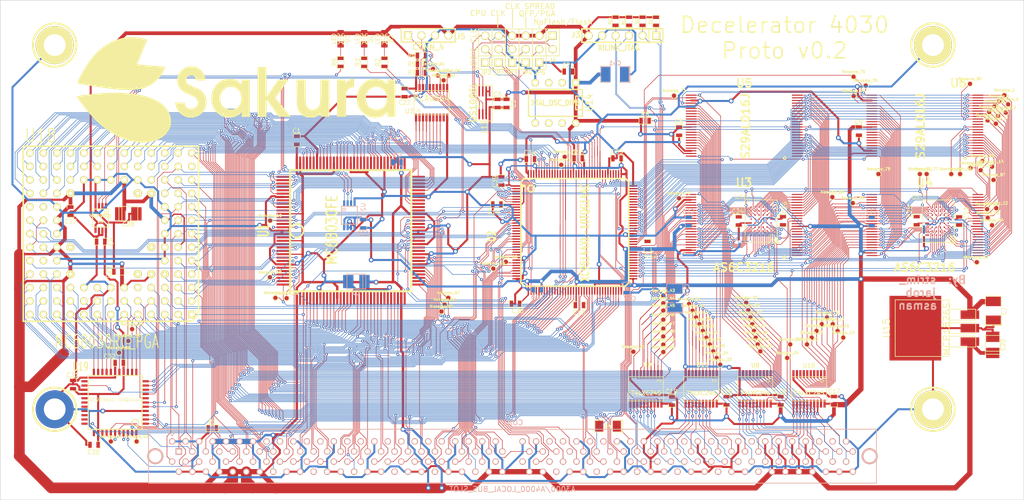
<source format=kicad_pcb>
(kicad_pcb (version 20171130) (host pcbnew "(5.1.12)-1")
  (layers (0 Gorna signal) (31 Dolna signal) (34 B.Paste user hide) (35 F.Paste user hide) (36 B.SilkS user hide) (37 F.SilkS user hide) (38 B.Mask user hide) (39 F.Mask user hide) (44 Edge.Cuts user))
  (net 0 "")
  (net 1 +3.3V)
  (net 2 +5V)
  (net 3 /A0)
  (net 4 /A1)
  (net 5 /A10)
  (net 6 /A11)
  (net 7 /A12)
  (net 8 /A13)
  (net 9 /A14)
  (net 10 /A15)
  (net 11 /A16)
  (net 12 /A17)
  (net 13 /A18)
  (net 14 /A19)
  (net 15 /A2)
  (net 16 /A20)
  (net 17 /A21)
  (net 18 /A22)
  (net 19 /A23)
  (net 20 /A24)
  (net 21 /A25)
  (net 22 /A26)
  (net 23 /A27)
  (net 24 /A28)
  (net 25 /A29)
  (net 26 /A3)
  (net 27 /A30)
  (net 28 /A31)
  (net 29 /A4)
  (net 30 /A5)
  (net 31 /A6)
  (net 32 /A7)
  (net 33 /A8)
  (net 34 /A9)
  (net 35 /ARM0)
  (net 36 /ARM1)
  (net 37 /ARM10)
  (net 38 /ARM11)
  (net 39 /ARM12)
  (net 40 /ARM13)
  (net 41 /ARM14)
  (net 42 /ARM15)
  (net 43 /ARM16)
  (net 44 /ARM17)
  (net 45 /ARM18)
  (net 46 /ARM19)
  (net 47 /ARM2)
  (net 48 /ARM20)
  (net 49 /ARM21)
  (net 50 /ARM3)
  (net 51 /ARM4)
  (net 52 /ARM5)
  (net 53 /ARM6)
  (net 54 /ARM7)
  (net 55 /ARM8)
  (net 56 /ARM9)
  (net 57 /D0)
  (net 58 /D1)
  (net 59 /D10)
  (net 60 /D11)
  (net 61 /D12)
  (net 62 /D13)
  (net 63 /D14)
  (net 64 /D15)
  (net 65 /D16)
  (net 66 /D17)
  (net 67 /D18)
  (net 68 /D19)
  (net 69 /D2)
  (net 70 /D20)
  (net 71 /D21)
  (net 72 /D22)
  (net 73 /D23)
  (net 74 /D24)
  (net 75 /D25)
  (net 76 /D26)
  (net 77 /D27)
  (net 78 /D28)
  (net 79 /D29)
  (net 80 /D3)
  (net 81 /D30)
  (net 82 /D31)
  (net 83 /D4)
  (net 84 /D5)
  (net 85 /D6)
  (net 86 /D7)
  (net 87 /D8)
  (net 88 /D9)
  (net 89 /DRM0)
  (net 90 /DRM1)
  (net 91 /DRM10)
  (net 92 /DRM11)
  (net 93 /DRM12)
  (net 94 /DRM13)
  (net 95 /DRM14)
  (net 96 /DRM15)
  (net 97 /DRM16)
  (net 98 /DRM17)
  (net 99 /DRM18)
  (net 100 /DRM19)
  (net 101 /DRM2)
  (net 102 /DRM20)
  (net 103 /DRM21)
  (net 104 /DRM22)
  (net 105 /DRM23)
  (net 106 /DRM24)
  (net 107 /DRM25)
  (net 108 /DRM26)
  (net 109 /DRM27)
  (net 110 /DRM28)
  (net 111 /DRM29)
  (net 112 /DRM3)
  (net 113 /DRM30)
  (net 114 /DRM31)
  (net 115 /DRM4)
  (net 116 /DRM5)
  (net 117 /DRM6)
  (net 118 /DRM7)
  (net 119 /DRM8)
  (net 120 /DRM9)
  (net 121 /IPL0)
  (net 122 /IPL1)
  (net 123 /IPL2)
  (net 124 68030CLK)
  (net 125 CPUCLK_EXP)
  (net 126 FC0)
  (net 127 FC1)
  (net 128 FC2)
  (net 129 GND)
  (net 130 IDBUS_DIR)
  (net 131 IPEND)
  (net 132 LOGIC_CLK)
  (net 133 MA24)
  (net 134 MA25)
  (net 135 MA26)
  (net 136 N-00000129)
  (net 137 N-00000130)
  (net 138 N-00000131)
  (net 139 N-00000132)
  (net 140 N-00000135)
  (net 141 N-00000178)
  (net 142 N-00000179)
  (net 143 N-00000180)
  (net 144 N-00000185)
  (net 145 N-000003)
  (net 146 N-000004)
  (net 147 NO_FLASH)
  (net 148 R_W)
  (net 149 SCL)
  (net 150 SDA)
  (net 151 SIZ0)
  (net 152 SIZ1)
  (net 153 TCK)
  (net 154 TDI)
  (net 155 TDO1)
  (net 156 TDO2)
  (net 157 TMS)
  (net 158 _AS)
  (net 159 _AVEC)
  (net 160 _BERR)
  (net 161 _BG)
  (net 162 _BGACK)
  (net 163 _BGACK_PGA)
  (net 164 _BGACK_QFP)
  (net 165 _BG_PGA)
  (net 166 _BG_QFP)
  (net 167 _BR)
  (net 168 _CBACK)
  (net 169 _CBREQ)
  (net 170 _CIIN)
  (net 171 _CPURST)
  (net 172 _DS)
  (net 173 _DSACK0)
  (net 174 _DSACK1)
  (net 175 _ECS)
  (net 176 _EMUL)
  (net 177 _FLASH_BUSY)
  (net 178 _FLASH_HI_CE)
  (net 179 _FLASH_LO_CE)
  (net 180 _FLASH_OE)
  (net 181 _FLASH_WE)
  (net 182 _FPUCS)
  (net 183 _HLT)
  (net 184 _I2CCE)
  (net 185 _I2CINT)
  (net 186 _I2CRD)
  (net 187 _I2CWR)
  (net 188 _IDBUS_LLB)
  (net 189 _IDBUS_LUB)
  (net 190 _IDBUS_ULB)
  (net 191 _IDBUS_UUB)
  (net 192 _INT2)
  (net 193 _MAPEN)
  (net 194 _OCS)
  (net 195 _PGA/QFP)
  (net 196 _RAMSLOT)
  (net 197 _RESET)
  (net 198 _RESET_CPLD)
  (net 199 _RMC)
  (net 200 _SBR)
  (net 201 _SRAM_HI_CE)
  (net 202 _SRAM_LO_CE)
  (net 203 _SRAM_OE)
  (net 204 _SRAM_WE)
  (net 205 _STERM)
  (net 206 _WAIT)
  (module uMAX-uSOP_8 (layer Gorna) (at 122.992 43.1952)
    (fp_text reference U13 (at -0.00508 4.65836 90) (layer F.SilkS) (effects (font (size 1.143 0.762) (thickness 0.127))))
    (fp_text value DS1086L (at -2.16408 -0.09906 90) (layer F.SilkS) (effects (font (size 1.143 1.143) (thickness 0.2032))))
    (pad 1 smd rect (at -0.975 2.159) (size 0.3 1.905) (layers Gorna F.Paste F.Mask) (net 142 N-00000179))
    (pad 2 smd rect (at -0.325 2.159) (size 0.3 1.905) (layers Gorna F.Paste F.Mask) (net 143 N-00000180))
    (pad 3 smd rect (at 0.325 2.159) (size 0.3 1.905) (layers Gorna F.Paste F.Mask) (net 1 +3.3V))
    (pad 4 smd rect (at 0.975 2.159) (size 0.3 1.905) (layers Gorna F.Paste F.Mask) (net 129 GND))
    (pad 5 smd rect (at 0.975 -2.159) (size 0.3 1.905) (layers Gorna F.Paste F.Mask) (net 1 +3.3V))
    (pad 6 smd rect (at 0.325 -2.159) (size 0.3 1.905) (layers Gorna F.Paste F.Mask) (net 1 +3.3V))
    (pad 7 smd rect (at -0.325 -2.159) (size 0.3 1.905) (layers Gorna F.Paste F.Mask) (net 150 SDA))
    (pad 8 smd rect (at -0.975 -2.159) (size 0.3 1.905) (layers Gorna F.Paste F.Mask) (net 149 SCL))
  )
  (module D2PAK3 (layer Gorna) (at 212.966 85.6996 90)
    (fp_text reference U15 (at 0 -14.224 90) (layer F.SilkS) (effects (font (size 1.27 1.27) (thickness 0.1524))))
    (fp_text value MCP1826S (at -0.1778 -2.8829 90) (layer F.SilkS) (effects (font (size 1.27 1.27) (thickness 0.1524))))
    (pad 2 smd rect (at 0 -8.775 90) (size 12.2 9.75) (layers Gorna F.Paste F.Mask) (net 129 GND))
    (pad 2 smd rect (at 0 1.5 90) (size 1.6 3.5) (layers Gorna F.Paste F.Mask) (net 129 GND))
    (pad 1 smd rect (at -2.54 1.5 90) (size 1.6 3.5) (layers Gorna F.Paste F.Mask) (net 2 +5V))
    (pad 3 smd rect (at 2.54 1.5 90) (size 1.6 3.5) (layers Gorna F.Paste F.Mask) (net 1 +3.3V))
  )
  (module tfbga48 (layer Gorna) (at 208.509 65.5193 180)
    (fp_text reference U17 (at 3.81 4.5085 180) (layer F.SilkS) (effects (font (size 0.8 0.8) (thickness 0.1))))
    (fp_text value IS66WVE4M16 hide)
    (pad H1 smd circle (at -1.875 2.625 180) (size 0.27 0.27) (layers Gorna F.Paste F.Mask) (net 46 /ARM19))
    (pad H2 smd circle (at -1.125 2.625 180) (size 0.27 0.27) (layers Gorna F.Paste F.Mask) (net 56 /ARM9))
    (pad H3 smd circle (at -0.375 2.625 180) (size 0.27 0.27) (layers Gorna F.Paste F.Mask) (net 38 /ARM11))
    (pad H4 smd circle (at 0.375 2.625 180) (size 0.27 0.27) (layers Gorna F.Paste F.Mask) (net 40 /ARM13))
    (pad H5 smd circle (at 1.125 2.625 180) (size 0.27 0.27) (layers Gorna F.Paste F.Mask) (net 42 /ARM15))
    (pad H6 smd circle (at 1.875 2.625 180) (size 0.27 0.27) (layers Gorna F.Paste F.Mask) (net 43 /ARM16))
    (pad G1 smd circle (at -1.875 1.875 180) (size 0.27 0.27) (layers Gorna F.Paste F.Mask) (net 114 /DRM31))
    (pad G2 smd circle (at -1.125 1.875 180) (size 0.27 0.27) (layers Gorna F.Paste F.Mask) (net 45 /ARM18))
    (pad G3 smd circle (at -0.375 1.875 180) (size 0.27 0.27) (layers Gorna F.Paste F.Mask) (net 37 /ARM10))
    (pad G4 smd circle (at 0.375 1.875 180) (size 0.27 0.27) (layers Gorna F.Paste F.Mask) (net 41 /ARM14))
    (pad G5 smd circle (at 1.125 1.875 180) (size 0.27 0.27) (layers Gorna F.Paste F.Mask) (net 204 _SRAM_WE))
    (pad G6 smd circle (at 1.875 1.875 180) (size 0.27 0.27) (layers Gorna F.Paste F.Mask) (net 105 /DRM23))
    (pad F1 smd circle (at -1.875 1.125 180) (size 0.27 0.27) (layers Gorna F.Paste F.Mask) (net 111 /DRM29))
    (pad E1 smd circle (at -1.875 0.375 180) (size 0.27 0.27) (layers Gorna F.Paste F.Mask) (net 1 +3.3V))
    (pad D1 smd circle (at -1.875 -0.375 180) (size 0.27 0.27) (layers Gorna F.Paste F.Mask))
    (pad C1 smd circle (at -1.875 -1.125 180) (size 0.27 0.27) (layers Gorna F.Paste F.Mask) (net 108 /DRM26))
    (pad B1 smd circle (at -1.875 -1.875 180) (size 0.27 0.27) (layers Gorna F.Paste F.Mask) (net 106 /DRM24))
    (pad A1 smd circle (at -1.875 -2.625 180) (size 0.27 0.27) (layers Gorna F.Paste F.Mask) (net 190 _IDBUS_ULB))
    (pad F2 smd circle (at -1.125 1.125 180) (size 0.27 0.27) (layers Gorna F.Paste F.Mask) (net 113 /DRM30))
    (pad F3 smd circle (at -0.375 1.125 180) (size 0.27 0.27) (layers Gorna F.Paste F.Mask) (net 55 /ARM8))
    (pad F4 smd circle (at 0.375 1.125 180) (size 0.27 0.27) (layers Gorna F.Paste F.Mask) (net 48 /ARM20))
    (pad F5 smd circle (at 1.125 1.125 180) (size 0.27 0.27) (layers Gorna F.Paste F.Mask) (net 104 /DRM22))
    (pad F6 smd circle (at 1.875 1.125 180) (size 0.27 0.27) (layers Gorna F.Paste F.Mask) (net 103 /DRM21))
    (pad E2 smd circle (at -1.125 0.375 180) (size 0.27 0.27) (layers Gorna F.Paste F.Mask) (net 110 /DRM28))
    (pad E3 smd circle (at -0.375 0.375 180) (size 0.27 0.27) (layers Gorna F.Paste F.Mask) (net 44 /ARM17))
    (pad E4 smd circle (at 0.375 0.375 180) (size 0.27 0.27) (layers Gorna F.Paste F.Mask) (net 39 /ARM12))
    (pad E5 smd circle (at 1.125 0.375 180) (size 0.27 0.27) (layers Gorna F.Paste F.Mask) (net 102 /DRM20))
    (pad E6 smd circle (at 1.875 0.375 180) (size 0.27 0.27) (layers Gorna F.Paste F.Mask))
    (pad D2 smd circle (at -1.125 -0.375 180) (size 0.27 0.27) (layers Gorna F.Paste F.Mask) (net 109 /DRM27))
    (pad D3 smd circle (at -0.375 -0.375 180) (size 0.27 0.27) (layers Gorna F.Paste F.Mask) (net 51 /ARM4))
    (pad D4 smd circle (at 0.375 -0.375 180) (size 0.27 0.27) (layers Gorna F.Paste F.Mask) (net 49 /ARM21))
    (pad D5 smd circle (at 1.125 -0.375 180) (size 0.27 0.27) (layers Gorna F.Paste F.Mask) (net 100 /DRM19))
    (pad D6 smd circle (at 1.875 -0.375 180) (size 0.27 0.27) (layers Gorna F.Paste F.Mask) (net 1 +3.3V))
    (pad C2 smd circle (at -1.125 -1.125 180) (size 0.27 0.27) (layers Gorna F.Paste F.Mask) (net 107 /DRM25))
    (pad C3 smd circle (at -0.375 -1.125 180) (size 0.27 0.27) (layers Gorna F.Paste F.Mask) (net 54 /ARM7))
    (pad C4 smd circle (at 0.375 -1.125 180) (size 0.27 0.27) (layers Gorna F.Paste F.Mask) (net 35 /ARM0))
    (pad C5 smd circle (at 1.125 -1.125 180) (size 0.27 0.27) (layers Gorna F.Paste F.Mask) (net 98 /DRM17))
    (pad C6 smd circle (at 1.875 -1.125 180) (size 0.27 0.27) (layers Gorna F.Paste F.Mask) (net 99 /DRM18))
    (pad B2 smd circle (at -1.125 -1.875 180) (size 0.27 0.27) (layers Gorna F.Paste F.Mask) (net 191 _IDBUS_UUB))
    (pad B3 smd circle (at -0.375 -1.875 180) (size 0.27 0.27) (layers Gorna F.Paste F.Mask) (net 53 /ARM6))
    (pad B4 smd circle (at 0.375 -1.875 180) (size 0.27 0.27) (layers Gorna F.Paste F.Mask) (net 47 /ARM2))
    (pad B5 smd circle (at 1.125 -1.875 180) (size 0.27 0.27) (layers Gorna F.Paste F.Mask) (net 201 _SRAM_HI_CE))
    (pad B6 smd circle (at 1.875 -1.875 180) (size 0.27 0.27) (layers Gorna F.Paste F.Mask) (net 97 /DRM16))
    (pad A2 smd circle (at -1.125 -2.625 180) (size 0.27 0.27) (layers Gorna F.Paste F.Mask) (net 203 _SRAM_OE))
    (pad A3 smd circle (at -0.375 -2.625 180) (size 0.27 0.27) (layers Gorna F.Paste F.Mask) (net 52 /ARM5))
    (pad A4 smd circle (at 0.375 -2.625 180) (size 0.27 0.27) (layers Gorna F.Paste F.Mask) (net 50 /ARM3))
    (pad A5 smd circle (at 1.125 -2.625 180) (size 0.27 0.27) (layers Gorna F.Paste F.Mask) (net 36 /ARM1))
    (pad A6 smd circle (at 1.875 -2.625 180) (size 0.27 0.27) (layers Gorna F.Paste F.Mask) (net 1 +3.3V))
  )
  (module tfbga48 (layer Gorna) (at 175.125 65.4939 180)
    (fp_text reference U16 (at 3.77698 4.5339 180) (layer F.SilkS) (effects (font (size 0.8 0.8) (thickness 0.1))))
    (fp_text value IS66WVE4M16 hide)
    (pad H1 smd circle (at -1.875 2.625 180) (size 0.27 0.27) (layers Gorna F.Paste F.Mask) (net 46 /ARM19))
    (pad H2 smd circle (at -1.125 2.625 180) (size 0.27 0.27) (layers Gorna F.Paste F.Mask) (net 56 /ARM9))
    (pad H3 smd circle (at -0.375 2.625 180) (size 0.27 0.27) (layers Gorna F.Paste F.Mask) (net 38 /ARM11))
    (pad H4 smd circle (at 0.375 2.625 180) (size 0.27 0.27) (layers Gorna F.Paste F.Mask) (net 40 /ARM13))
    (pad H5 smd circle (at 1.125 2.625 180) (size 0.27 0.27) (layers Gorna F.Paste F.Mask) (net 42 /ARM15))
    (pad H6 smd circle (at 1.875 2.625 180) (size 0.27 0.27) (layers Gorna F.Paste F.Mask) (net 43 /ARM16))
    (pad G1 smd circle (at -1.875 1.875 180) (size 0.27 0.27) (layers Gorna F.Paste F.Mask) (net 96 /DRM15))
    (pad G2 smd circle (at -1.125 1.875 180) (size 0.27 0.27) (layers Gorna F.Paste F.Mask) (net 45 /ARM18))
    (pad G3 smd circle (at -0.375 1.875 180) (size 0.27 0.27) (layers Gorna F.Paste F.Mask) (net 37 /ARM10))
    (pad G4 smd circle (at 0.375 1.875 180) (size 0.27 0.27) (layers Gorna F.Paste F.Mask) (net 41 /ARM14))
    (pad G5 smd circle (at 1.125 1.875 180) (size 0.27 0.27) (layers Gorna F.Paste F.Mask) (net 204 _SRAM_WE))
    (pad G6 smd circle (at 1.875 1.875 180) (size 0.27 0.27) (layers Gorna F.Paste F.Mask) (net 118 /DRM7))
    (pad F1 smd circle (at -1.875 1.125 180) (size 0.27 0.27) (layers Gorna F.Paste F.Mask) (net 94 /DRM13))
    (pad E1 smd circle (at -1.875 0.375 180) (size 0.27 0.27) (layers Gorna F.Paste F.Mask) (net 1 +3.3V))
    (pad D1 smd circle (at -1.875 -0.375 180) (size 0.27 0.27) (layers Gorna F.Paste F.Mask))
    (pad C1 smd circle (at -1.875 -1.125 180) (size 0.27 0.27) (layers Gorna F.Paste F.Mask) (net 91 /DRM10))
    (pad B1 smd circle (at -1.875 -1.875 180) (size 0.27 0.27) (layers Gorna F.Paste F.Mask) (net 119 /DRM8))
    (pad A1 smd circle (at -1.875 -2.625 180) (size 0.27 0.27) (layers Gorna F.Paste F.Mask) (net 188 _IDBUS_LLB))
    (pad F2 smd circle (at -1.125 1.125 180) (size 0.27 0.27) (layers Gorna F.Paste F.Mask) (net 95 /DRM14))
    (pad F3 smd circle (at -0.375 1.125 180) (size 0.27 0.27) (layers Gorna F.Paste F.Mask) (net 55 /ARM8))
    (pad F4 smd circle (at 0.375 1.125 180) (size 0.27 0.27) (layers Gorna F.Paste F.Mask) (net 48 /ARM20))
    (pad F5 smd circle (at 1.125 1.125 180) (size 0.27 0.27) (layers Gorna F.Paste F.Mask) (net 117 /DRM6))
    (pad F6 smd circle (at 1.875 1.125 180) (size 0.27 0.27) (layers Gorna F.Paste F.Mask) (net 116 /DRM5))
    (pad E2 smd circle (at -1.125 0.375 180) (size 0.27 0.27) (layers Gorna F.Paste F.Mask) (net 93 /DRM12))
    (pad E3 smd circle (at -0.375 0.375 180) (size 0.27 0.27) (layers Gorna F.Paste F.Mask) (net 44 /ARM17))
    (pad E4 smd circle (at 0.375 0.375 180) (size 0.27 0.27) (layers Gorna F.Paste F.Mask) (net 39 /ARM12))
    (pad E5 smd circle (at 1.125 0.375 180) (size 0.27 0.27) (layers Gorna F.Paste F.Mask) (net 115 /DRM4))
    (pad E6 smd circle (at 1.875 0.375 180) (size 0.27 0.27) (layers Gorna F.Paste F.Mask))
    (pad D2 smd circle (at -1.125 -0.375 180) (size 0.27 0.27) (layers Gorna F.Paste F.Mask) (net 92 /DRM11))
    (pad D3 smd circle (at -0.375 -0.375 180) (size 0.27 0.27) (layers Gorna F.Paste F.Mask) (net 51 /ARM4))
    (pad D4 smd circle (at 0.375 -0.375 180) (size 0.27 0.27) (layers Gorna F.Paste F.Mask) (net 49 /ARM21))
    (pad D5 smd circle (at 1.125 -0.375 180) (size 0.27 0.27) (layers Gorna F.Paste F.Mask) (net 112 /DRM3))
    (pad D6 smd circle (at 1.875 -0.375 180) (size 0.27 0.27) (layers Gorna F.Paste F.Mask) (net 1 +3.3V))
    (pad C2 smd circle (at -1.125 -1.125 180) (size 0.27 0.27) (layers Gorna F.Paste F.Mask) (net 120 /DRM9))
    (pad C3 smd circle (at -0.375 -1.125 180) (size 0.27 0.27) (layers Gorna F.Paste F.Mask) (net 54 /ARM7))
    (pad C4 smd circle (at 0.375 -1.125 180) (size 0.27 0.27) (layers Gorna F.Paste F.Mask) (net 35 /ARM0))
    (pad C5 smd circle (at 1.125 -1.125 180) (size 0.27 0.27) (layers Gorna F.Paste F.Mask) (net 90 /DRM1))
    (pad C6 smd circle (at 1.875 -1.125 180) (size 0.27 0.27) (layers Gorna F.Paste F.Mask) (net 101 /DRM2))
    (pad B2 smd circle (at -1.125 -1.875 180) (size 0.27 0.27) (layers Gorna F.Paste F.Mask) (net 189 _IDBUS_LUB))
    (pad B3 smd circle (at -0.375 -1.875 180) (size 0.27 0.27) (layers Gorna F.Paste F.Mask) (net 53 /ARM6))
    (pad B4 smd circle (at 0.375 -1.875 180) (size 0.27 0.27) (layers Gorna F.Paste F.Mask) (net 47 /ARM2))
    (pad B5 smd circle (at 1.125 -1.875 180) (size 0.27 0.27) (layers Gorna F.Paste F.Mask) (net 202 _SRAM_LO_CE))
    (pad B6 smd circle (at 1.875 -1.875 180) (size 0.27 0.27) (layers Gorna F.Paste F.Mask) (net 89 /DRM0))
    (pad A2 smd circle (at -1.125 -2.625 180) (size 0.27 0.27) (layers Gorna F.Paste F.Mask) (net 203 _SRAM_OE))
    (pad A3 smd circle (at -0.375 -2.625 180) (size 0.27 0.27) (layers Gorna F.Paste F.Mask) (net 52 /ARM5))
    (pad A4 smd circle (at 0.375 -2.625 180) (size 0.27 0.27) (layers Gorna F.Paste F.Mask) (net 50 /ARM3))
    (pad A5 smd circle (at 1.125 -2.625 180) (size 0.27 0.27) (layers Gorna F.Paste F.Mask) (net 36 /ARM1))
    (pad A6 smd circle (at 1.875 -2.625 180) (size 0.27 0.27) (layers Gorna F.Paste F.Mask) (net 1 +3.3V))
  )
  (module tssop-20 (layer Gorna) (at 153.416 97.155 180)
    (fp_text reference U9 (at -0.3048 4.5466 180) (layer F.SilkS) (effects (font (size 0.8001 0.8001) (thickness 0.14986))))
    (fp_text value 74LXC245 (at 0 -0.8001 180) (layer F.SilkS) (effects (font (size 0.76 0.76) (thickness 0.14986))))
    (pad 5 smd rect (at -0.32512 2.79908 180) (size 0.4191 1.47066) (layers Gorna F.Paste F.Mask) (net 92 /DRM11))
    (pad 6 smd rect (at 0.32512 2.79908 180) (size 0.4191 1.47066) (layers Gorna F.Paste F.Mask) (net 93 /DRM12))
    (pad 7 smd rect (at 0.97536 2.79908 180) (size 0.4191 1.47066) (layers Gorna F.Paste F.Mask) (net 94 /DRM13))
    (pad 8 smd rect (at 1.6256 2.79908 180) (size 0.4191 1.47066) (layers Gorna F.Paste F.Mask) (net 95 /DRM14))
    (pad 19 smd rect (at -2.26568 -2.794 180) (size 0.4191 1.47066) (layers Gorna F.Paste F.Mask) (net 189 _IDBUS_LUB))
    (pad 2 smd rect (at -2.27584 2.79908 180) (size 0.4191 1.47066) (layers Gorna F.Paste F.Mask) (net 119 /DRM8))
    (pad 3 smd rect (at -1.6256 2.79908 180) (size 0.4191 1.47066) (layers Gorna F.Paste F.Mask) (net 120 /DRM9))
    (pad 4 smd rect (at -0.97536 2.79908 180) (size 0.4191 1.47066) (layers Gorna F.Paste F.Mask) (net 91 /DRM10))
    (pad 12 smd rect (at 2.27584 -2.79908 180) (size 0.4191 1.47066) (layers Gorna F.Paste F.Mask) (net 63 /D14))
    (pad 13 smd rect (at 1.6256 -2.79908 180) (size 0.4191 1.47066) (layers Gorna F.Paste F.Mask) (net 62 /D13))
    (pad 14 smd rect (at 0.97536 -2.79908 180) (size 0.4191 1.47066) (layers Gorna F.Paste F.Mask) (net 61 /D12))
    (pad 15 smd rect (at 0.32512 -2.79908 180) (size 0.4191 1.47066) (layers Gorna F.Paste F.Mask) (net 60 /D11))
    (pad 16 smd rect (at -0.32512 -2.79908 180) (size 0.4191 1.47066) (layers Gorna F.Paste F.Mask) (net 59 /D10))
    (pad 17 smd rect (at -0.97536 -2.79908 180) (size 0.4191 1.47066) (layers Gorna F.Paste F.Mask) (net 88 /D9))
    (pad 9 smd rect (at 2.27584 2.79908 180) (size 0.4191 1.47066) (layers Gorna F.Paste F.Mask) (net 96 /DRM15))
    (pad 18 smd rect (at -1.6256 -2.794 180) (size 0.4191 1.47066) (layers Gorna F.Paste F.Mask) (net 87 /D8))
    (pad 1 smd rect (at -2.92608 2.79908 180) (size 0.4191 1.47066) (layers Gorna F.Paste F.Mask) (net 130 IDBUS_DIR))
    (pad 10 smd rect (at 2.92608 2.79908 180) (size 0.4191 1.47066) (layers Gorna F.Paste F.Mask) (net 129 GND))
    (pad 11 smd rect (at 2.92608 -2.79908 180) (size 0.4191 1.47066) (layers Gorna F.Paste F.Mask) (net 64 /D15))
    (pad 20 smd rect (at -2.92608 -2.79908 180) (size 0.4191 1.47066) (layers Gorna F.Paste F.Mask) (net 1 +3.3V))
  )
  (module tssop-20 (layer Gorna) (at 174 97.15 180)
    (fp_text reference U8 (at -0.0408 4.44 180) (layer F.SilkS) (effects (font (size 0.8001 0.8001) (thickness 0.14986))))
    (fp_text value 74LXC245 (at 0 -0.8001 180) (layer F.SilkS) (effects (font (size 0.76 0.76) (thickness 0.14986))))
    (pad 5 smd rect (at -0.32512 2.79908 180) (size 0.4191 1.47066) (layers Gorna F.Paste F.Mask) (net 115 /DRM4))
    (pad 6 smd rect (at 0.32512 2.79908 180) (size 0.4191 1.47066) (layers Gorna F.Paste F.Mask) (net 112 /DRM3))
    (pad 7 smd rect (at 0.97536 2.79908 180) (size 0.4191 1.47066) (layers Gorna F.Paste F.Mask) (net 101 /DRM2))
    (pad 8 smd rect (at 1.6256 2.79908 180) (size 0.4191 1.47066) (layers Gorna F.Paste F.Mask) (net 90 /DRM1))
    (pad 19 smd rect (at -2.26568 -2.794 180) (size 0.4191 1.47066) (layers Gorna F.Paste F.Mask) (net 188 _IDBUS_LLB))
    (pad 2 smd rect (at -2.27584 2.79908 180) (size 0.4191 1.47066) (layers Gorna F.Paste F.Mask) (net 118 /DRM7))
    (pad 3 smd rect (at -1.6256 2.79908 180) (size 0.4191 1.47066) (layers Gorna F.Paste F.Mask) (net 117 /DRM6))
    (pad 4 smd rect (at -0.97536 2.79908 180) (size 0.4191 1.47066) (layers Gorna F.Paste F.Mask) (net 116 /DRM5))
    (pad 12 smd rect (at 2.27584 -2.79908 180) (size 0.4191 1.47066) (layers Gorna F.Paste F.Mask) (net 58 /D1))
    (pad 13 smd rect (at 1.6256 -2.79908 180) (size 0.4191 1.47066) (layers Gorna F.Paste F.Mask) (net 69 /D2))
    (pad 14 smd rect (at 0.97536 -2.79908 180) (size 0.4191 1.47066) (layers Gorna F.Paste F.Mask) (net 80 /D3))
    (pad 15 smd rect (at 0.32512 -2.79908 180) (size 0.4191 1.47066) (layers Gorna F.Paste F.Mask) (net 83 /D4))
    (pad 16 smd rect (at -0.32512 -2.79908 180) (size 0.4191 1.47066) (layers Gorna F.Paste F.Mask) (net 84 /D5))
    (pad 17 smd rect (at -0.97536 -2.79908 180) (size 0.4191 1.47066) (layers Gorna F.Paste F.Mask) (net 85 /D6))
    (pad 9 smd rect (at 2.27584 2.79908 180) (size 0.4191 1.47066) (layers Gorna F.Paste F.Mask) (net 89 /DRM0))
    (pad 18 smd rect (at -1.6256 -2.794 180) (size 0.4191 1.47066) (layers Gorna F.Paste F.Mask) (net 86 /D7))
    (pad 1 smd rect (at -2.92608 2.79908 180) (size 0.4191 1.47066) (layers Gorna F.Paste F.Mask) (net 130 IDBUS_DIR))
    (pad 10 smd rect (at 2.92608 2.79908 180) (size 0.4191 1.47066) (layers Gorna F.Paste F.Mask) (net 129 GND))
    (pad 11 smd rect (at 2.92608 -2.79908 180) (size 0.4191 1.47066) (layers Gorna F.Paste F.Mask) (net 57 /D0))
    (pad 20 smd rect (at -2.92608 -2.79908 180) (size 0.4191 1.47066) (layers Gorna F.Paste F.Mask) (net 1 +3.3V))
  )
  (module tssop-20 (layer Gorna) (at 163.83 97.155 180)
    (fp_text reference U11 (at -0.254 4.5466 180) (layer F.SilkS) (effects (font (size 0.8001 0.8001) (thickness 0.14986))))
    (fp_text value 74LXC245 (at 0 -0.8001 180) (layer F.SilkS) (effects (font (size 0.76 0.76) (thickness 0.14986))))
    (pad 5 smd rect (at -0.32512 2.79908 180) (size 0.4191 1.47066) (layers Gorna F.Paste F.Mask) (net 109 /DRM27))
    (pad 6 smd rect (at 0.32512 2.79908 180) (size 0.4191 1.47066) (layers Gorna F.Paste F.Mask) (net 110 /DRM28))
    (pad 7 smd rect (at 0.97536 2.79908 180) (size 0.4191 1.47066) (layers Gorna F.Paste F.Mask) (net 111 /DRM29))
    (pad 8 smd rect (at 1.6256 2.79908 180) (size 0.4191 1.47066) (layers Gorna F.Paste F.Mask) (net 113 /DRM30))
    (pad 19 smd rect (at -2.26568 -2.794 180) (size 0.4191 1.47066) (layers Gorna F.Paste F.Mask) (net 191 _IDBUS_UUB))
    (pad 2 smd rect (at -2.27584 2.79908 180) (size 0.4191 1.47066) (layers Gorna F.Paste F.Mask) (net 106 /DRM24))
    (pad 3 smd rect (at -1.6256 2.79908 180) (size 0.4191 1.47066) (layers Gorna F.Paste F.Mask) (net 107 /DRM25))
    (pad 4 smd rect (at -0.97536 2.79908 180) (size 0.4191 1.47066) (layers Gorna F.Paste F.Mask) (net 108 /DRM26))
    (pad 12 smd rect (at 2.27584 -2.79908 180) (size 0.4191 1.47066) (layers Gorna F.Paste F.Mask) (net 81 /D30))
    (pad 13 smd rect (at 1.6256 -2.79908 180) (size 0.4191 1.47066) (layers Gorna F.Paste F.Mask) (net 79 /D29))
    (pad 14 smd rect (at 0.97536 -2.79908 180) (size 0.4191 1.47066) (layers Gorna F.Paste F.Mask) (net 78 /D28))
    (pad 15 smd rect (at 0.32512 -2.79908 180) (size 0.4191 1.47066) (layers Gorna F.Paste F.Mask) (net 77 /D27))
    (pad 16 smd rect (at -0.32512 -2.79908 180) (size 0.4191 1.47066) (layers Gorna F.Paste F.Mask) (net 76 /D26))
    (pad 17 smd rect (at -0.97536 -2.79908 180) (size 0.4191 1.47066) (layers Gorna F.Paste F.Mask) (net 75 /D25))
    (pad 9 smd rect (at 2.27584 2.79908 180) (size 0.4191 1.47066) (layers Gorna F.Paste F.Mask) (net 114 /DRM31))
    (pad 18 smd rect (at -1.6256 -2.794 180) (size 0.4191 1.47066) (layers Gorna F.Paste F.Mask) (net 74 /D24))
    (pad 1 smd rect (at -2.92608 2.79908 180) (size 0.4191 1.47066) (layers Gorna F.Paste F.Mask) (net 130 IDBUS_DIR))
    (pad 10 smd rect (at 2.92608 2.79908 180) (size 0.4191 1.47066) (layers Gorna F.Paste F.Mask) (net 129 GND))
    (pad 11 smd rect (at 2.92608 -2.79908 180) (size 0.4191 1.47066) (layers Gorna F.Paste F.Mask) (net 82 /D31))
    (pad 20 smd rect (at -2.92608 -2.79908 180) (size 0.4191 1.47066) (layers Gorna F.Paste F.Mask) (net 1 +3.3V))
  )
  (module tssop-20 (layer Gorna) (at 184.15 97.15 180)
    (fp_text reference U10 (at 0 4.3892 180) (layer F.SilkS) (effects (font (size 0.8001 0.8001) (thickness 0.14986))))
    (fp_text value 74LXC245 (at 0 -0.8001 180) (layer F.SilkS) (effects (font (size 0.76 0.76) (thickness 0.14986))))
    (pad 5 smd rect (at -0.32512 2.79908 180) (size 0.4191 1.47066) (layers Gorna F.Paste F.Mask) (net 102 /DRM20))
    (pad 6 smd rect (at 0.32512 2.79908 180) (size 0.4191 1.47066) (layers Gorna F.Paste F.Mask) (net 100 /DRM19))
    (pad 7 smd rect (at 0.97536 2.79908 180) (size 0.4191 1.47066) (layers Gorna F.Paste F.Mask) (net 99 /DRM18))
    (pad 8 smd rect (at 1.6256 2.79908 180) (size 0.4191 1.47066) (layers Gorna F.Paste F.Mask) (net 98 /DRM17))
    (pad 19 smd rect (at -2.26568 -2.794 180) (size 0.4191 1.47066) (layers Gorna F.Paste F.Mask) (net 190 _IDBUS_ULB))
    (pad 2 smd rect (at -2.27584 2.79908 180) (size 0.4191 1.47066) (layers Gorna F.Paste F.Mask) (net 105 /DRM23))
    (pad 3 smd rect (at -1.6256 2.79908 180) (size 0.4191 1.47066) (layers Gorna F.Paste F.Mask) (net 104 /DRM22))
    (pad 4 smd rect (at -0.97536 2.79908 180) (size 0.4191 1.47066) (layers Gorna F.Paste F.Mask) (net 103 /DRM21))
    (pad 12 smd rect (at 2.27584 -2.79908 180) (size 0.4191 1.47066) (layers Gorna F.Paste F.Mask) (net 66 /D17))
    (pad 13 smd rect (at 1.6256 -2.79908 180) (size 0.4191 1.47066) (layers Gorna F.Paste F.Mask) (net 67 /D18))
    (pad 14 smd rect (at 0.97536 -2.79908 180) (size 0.4191 1.47066) (layers Gorna F.Paste F.Mask) (net 68 /D19))
    (pad 15 smd rect (at 0.32512 -2.79908 180) (size 0.4191 1.47066) (layers Gorna F.Paste F.Mask) (net 70 /D20))
    (pad 16 smd rect (at -0.32512 -2.79908 180) (size 0.4191 1.47066) (layers Gorna F.Paste F.Mask) (net 71 /D21))
    (pad 17 smd rect (at -0.97536 -2.79908 180) (size 0.4191 1.47066) (layers Gorna F.Paste F.Mask) (net 72 /D22))
    (pad 9 smd rect (at 2.27584 2.79908 180) (size 0.4191 1.47066) (layers Gorna F.Paste F.Mask) (net 97 /DRM16))
    (pad 18 smd rect (at -1.6256 -2.794 180) (size 0.4191 1.47066) (layers Gorna F.Paste F.Mask) (net 73 /D23))
    (pad 1 smd rect (at -2.92608 2.79908 180) (size 0.4191 1.47066) (layers Gorna F.Paste F.Mask) (net 130 IDBUS_DIR))
    (pad 10 smd rect (at 2.92608 2.79908 180) (size 0.4191 1.47066) (layers Gorna F.Paste F.Mask) (net 129 GND))
    (pad 11 smd rect (at 2.92608 -2.79908 180) (size 0.4191 1.47066) (layers Gorna F.Paste F.Mask) (net 65 /D16))
    (pad 20 smd rect (at -2.92608 -2.79908 180) (size 0.4191 1.47066) (layers Gorna F.Paste F.Mask) (net 1 +3.3V))
  )
  (module tssop-20 (layer Gorna) (at 113.03 43.18)
    (fp_text reference U7 (at -4.2164 1.6256) (layer F.SilkS) (effects (font (size 0.8001 0.8001) (thickness 0.14986))))
    (fp_text value PCA9564 (at 0 -0.8001) (layer F.SilkS) (effects (font (size 1.00076 1.00076) (thickness 0.14986))))
    (pad 5 smd rect (at -0.32512 2.79908) (size 0.4191 1.47066) (layers Gorna F.Paste F.Mask) (net 78 /D28))
    (pad 6 smd rect (at 0.32512 2.79908) (size 0.4191 1.47066) (layers Gorna F.Paste F.Mask) (net 79 /D29))
    (pad 7 smd rect (at 0.97536 2.79908) (size 0.4191 1.47066) (layers Gorna F.Paste F.Mask) (net 81 /D30))
    (pad 8 smd rect (at 1.6256 2.79908) (size 0.4191 1.47066) (layers Gorna F.Paste F.Mask) (net 82 /D31))
    (pad 19 smd rect (at -2.26568 -2.794) (size 0.4191 1.47066) (layers Gorna F.Paste F.Mask) (net 150 SDA))
    (pad 2 smd rect (at -2.27584 2.79908) (size 0.4191 1.47066) (layers Gorna F.Paste F.Mask) (net 75 /D25))
    (pad 3 smd rect (at -1.6256 2.79908) (size 0.4191 1.47066) (layers Gorna F.Paste F.Mask) (net 76 /D26))
    (pad 4 smd rect (at -0.97536 2.79908) (size 0.4191 1.47066) (layers Gorna F.Paste F.Mask) (net 77 /D27))
    (pad 12 smd rect (at 2.27584 -2.79908) (size 0.4191 1.47066) (layers Gorna F.Paste F.Mask) (net 186 _I2CRD))
    (pad 13 smd rect (at 1.6256 -2.79908) (size 0.4191 1.47066) (layers Gorna F.Paste F.Mask) (net 184 _I2CCE))
    (pad 14 smd rect (at 0.97536 -2.79908) (size 0.4191 1.47066) (layers Gorna F.Paste F.Mask) (net 3 /A0))
    (pad 15 smd rect (at 0.32512 -2.79908) (size 0.4191 1.47066) (layers Gorna F.Paste F.Mask) (net 4 /A1))
    (pad 16 smd rect (at -0.32512 -2.79908) (size 0.4191 1.47066) (layers Gorna F.Paste F.Mask) (net 185 _I2CINT))
    (pad 17 smd rect (at -0.97536 -2.79908) (size 0.4191 1.47066) (layers Gorna F.Paste F.Mask) (net 197 _RESET))
    (pad 9 smd rect (at 2.27584 2.79908) (size 0.4191 1.47066) (layers Gorna F.Paste F.Mask))
    (pad 18 smd rect (at -1.6256 -2.794) (size 0.4191 1.47066) (layers Gorna F.Paste F.Mask) (net 149 SCL))
    (pad 1 smd rect (at -2.92608 2.79908) (size 0.4191 1.47066) (layers Gorna F.Paste F.Mask) (net 74 /D24))
    (pad 10 smd rect (at 2.92608 2.79908) (size 0.4191 1.47066) (layers Gorna F.Paste F.Mask) (net 129 GND))
    (pad 11 smd rect (at 2.92608 -2.79908) (size 0.4191 1.47066) (layers Gorna F.Paste F.Mask) (net 187 _I2CWR))
    (pad 20 smd rect (at -2.92608 -2.79908) (size 0.4191 1.47066) (layers Gorna F.Paste F.Mask) (net 1 +3.3V))
  )
  (module TSOP48 (layer Gorna) (at 205.979 47.5031)
    (fp_text reference U6 (at 6.33984 -8.03148) (layer F.SilkS) (effects (font (size 1.524 1.524) (thickness 0.3048))))
    (fp_text value S29AL016J (at -0.82296 0.04572 90) (layer F.SilkS) (effects (font (size 1.524 1.524) (thickness 0.3048))))
    (pad 1 smd rect (at 9.99998 5.74802 270) (size 0.19812 1.99898) (layers Gorna F.Paste F.Mask) (net 42 /ARM15))
    (pad 2 smd rect (at 9.99998 5.24764 270) (size 0.19812 1.99898) (layers Gorna F.Paste F.Mask) (net 41 /ARM14))
    (pad 3 smd rect (at 9.99998 4.7498 270) (size 0.19812 1.99898) (layers Gorna F.Paste F.Mask) (net 40 /ARM13))
    (pad 4 smd rect (at 9.99998 4.24942 270) (size 0.19812 1.99898) (layers Gorna F.Paste F.Mask) (net 39 /ARM12))
    (pad 5 smd rect (at 9.99998 3.74904 270) (size 0.19812 1.99898) (layers Gorna F.Paste F.Mask) (net 38 /ARM11))
    (pad 6 smd rect (at 9.99998 3.24866 270) (size 0.19812 1.99898) (layers Gorna F.Paste F.Mask) (net 37 /ARM10))
    (pad 7 smd rect (at 9.99998 2.74828 270) (size 0.19812 1.99898) (layers Gorna F.Paste F.Mask) (net 56 /ARM9))
    (pad 8 smd rect (at 9.99998 2.2479 270) (size 0.19812 1.99898) (layers Gorna F.Paste F.Mask) (net 55 /ARM8))
    (pad 9 smd rect (at 9.99998 1.74752 270) (size 0.19812 1.99898) (layers Gorna F.Paste F.Mask) (net 46 /ARM19))
    (pad 10 smd rect (at 9.99998 1.24968 270) (size 0.19812 1.99898) (layers Gorna F.Paste F.Mask))
    (pad 11 smd rect (at 9.99998 0.7493 270) (size 0.19812 1.99898) (layers Gorna F.Paste F.Mask) (net 181 _FLASH_WE))
    (pad 12 smd rect (at 9.99998 0.24892 270) (size 0.19812 1.99898) (layers Gorna F.Paste F.Mask) (net 198 _RESET_CPLD))
    (pad 13 smd rect (at 9.99998 -0.24892 270) (size 0.19812 1.99898) (layers Gorna F.Paste F.Mask))
    (pad 14 smd rect (at 9.99998 -0.7493 270) (size 0.19812 1.99898) (layers Gorna F.Paste F.Mask))
    (pad 15 smd rect (at 9.99998 -1.24968 270) (size 0.19812 1.99898) (layers Gorna F.Paste F.Mask) (net 177 _FLASH_BUSY))
    (pad 16 smd rect (at 9.99998 -1.74752 270) (size 0.19812 1.99898) (layers Gorna F.Paste F.Mask) (net 45 /ARM18))
    (pad 17 smd rect (at 9.99998 -2.2479 270) (size 0.19812 1.99898) (layers Gorna F.Paste F.Mask) (net 44 /ARM17))
    (pad 18 smd rect (at 9.99998 -2.74828 270) (size 0.19812 1.99898) (layers Gorna F.Paste F.Mask) (net 54 /ARM7))
    (pad 19 smd rect (at 9.99998 -3.24866 270) (size 0.19812 1.99898) (layers Gorna F.Paste F.Mask) (net 53 /ARM6))
    (pad 20 smd rect (at 9.99998 -3.74904 270) (size 0.19812 1.99898) (layers Gorna F.Paste F.Mask) (net 52 /ARM5))
    (pad 21 smd rect (at 9.99998 -4.24942 270) (size 0.19812 1.99898) (layers Gorna F.Paste F.Mask) (net 51 /ARM4))
    (pad 22 smd rect (at 9.99998 -4.7498 270) (size 0.19812 1.99898) (layers Gorna F.Paste F.Mask) (net 50 /ARM3))
    (pad 23 smd rect (at 9.99998 -5.24764 270) (size 0.19812 1.99898) (layers Gorna F.Paste F.Mask) (net 47 /ARM2))
    (pad 24 smd rect (at 9.99998 -5.74802 270) (size 0.19812 1.99898) (layers Gorna F.Paste F.Mask) (net 36 /ARM1))
    (pad 25 smd rect (at -9.99998 -5.74802 90) (size 0.19812 1.99898) (layers Gorna F.Paste F.Mask) (net 35 /ARM0))
    (pad 26 smd rect (at -9.99998 -5.24764 90) (size 0.19812 1.99898) (layers Gorna F.Paste F.Mask) (net 178 _FLASH_HI_CE))
    (pad 27 smd rect (at -9.99998 -4.7498 90) (size 0.19812 1.99898) (layers Gorna F.Paste F.Mask) (net 129 GND))
    (pad 28 smd rect (at -9.99998 -4.24942 90) (size 0.19812 1.99898) (layers Gorna F.Paste F.Mask) (net 180 _FLASH_OE))
    (pad 29 smd rect (at -9.99998 -3.74904 90) (size 0.19812 1.99898) (layers Gorna F.Paste F.Mask) (net 97 /DRM16))
    (pad 30 smd rect (at -9.99998 -3.24866 90) (size 0.19812 1.99898) (layers Gorna F.Paste F.Mask) (net 106 /DRM24))
    (pad 31 smd rect (at -9.99998 -2.74828 90) (size 0.19812 1.99898) (layers Gorna F.Paste F.Mask) (net 98 /DRM17))
    (pad 32 smd rect (at -9.99998 -2.2479 90) (size 0.19812 1.99898) (layers Gorna F.Paste F.Mask) (net 107 /DRM25))
    (pad 33 smd rect (at -9.99998 -1.74752 90) (size 0.19812 1.99898) (layers Gorna F.Paste F.Mask) (net 99 /DRM18))
    (pad 34 smd rect (at -9.99998 -1.24968 90) (size 0.19812 1.99898) (layers Gorna F.Paste F.Mask) (net 108 /DRM26))
    (pad 35 smd rect (at -9.99998 -0.7493 90) (size 0.19812 1.99898) (layers Gorna F.Paste F.Mask) (net 100 /DRM19))
    (pad 36 smd rect (at -9.99998 -0.24892 90) (size 0.19812 1.99898) (layers Gorna F.Paste F.Mask) (net 109 /DRM27))
    (pad 37 smd rect (at -9.99998 0.24892 90) (size 0.19812 1.99898) (layers Gorna F.Paste F.Mask) (net 1 +3.3V))
    (pad 38 smd rect (at -9.99998 0.7493 90) (size 0.19812 1.99898) (layers Gorna F.Paste F.Mask) (net 102 /DRM20))
    (pad 39 smd rect (at -9.99998 1.24968 90) (size 0.19812 1.99898) (layers Gorna F.Paste F.Mask) (net 110 /DRM28))
    (pad 40 smd rect (at -9.99998 1.74752 90) (size 0.19812 1.99898) (layers Gorna F.Paste F.Mask) (net 103 /DRM21))
    (pad 41 smd rect (at -9.99998 2.2479 90) (size 0.19812 1.99898) (layers Gorna F.Paste F.Mask) (net 111 /DRM29))
    (pad 42 smd rect (at -9.99998 2.74828 90) (size 0.19812 1.99898) (layers Gorna F.Paste F.Mask) (net 104 /DRM22))
    (pad 43 smd rect (at -9.99998 3.24866 90) (size 0.19812 1.99898) (layers Gorna F.Paste F.Mask) (net 113 /DRM30))
    (pad 44 smd rect (at -9.99998 3.74904 90) (size 0.19812 1.99898) (layers Gorna F.Paste F.Mask) (net 105 /DRM23))
    (pad 45 smd rect (at -9.99998 4.24942 90) (size 0.19812 1.99898) (layers Gorna F.Paste F.Mask) (net 114 /DRM31))
    (pad 46 smd rect (at -9.99998 4.7498 90) (size 0.19812 1.99898) (layers Gorna F.Paste F.Mask) (net 129 GND))
    (pad 47 smd rect (at -9.99998 5.24764 90) (size 0.19812 1.99898) (layers Gorna F.Paste F.Mask) (net 1 +3.3V))
    (pad 48 smd rect (at -9.99998 5.74802 90) (size 0.19812 1.99898) (layers Gorna F.Paste F.Mask) (net 43 /ARM16))
  )
  (module TSOP48 (layer Gorna) (at 171.933 47.498)
    (fp_text reference U5 (at 0 -8.001) (layer F.SilkS) (effects (font (size 1.524 1.524) (thickness 0.3048))))
    (fp_text value S29AL016J (at 0.2794 0.1016 90) (layer F.SilkS) (effects (font (size 1.524 1.524) (thickness 0.3048))))
    (pad 1 smd rect (at 9.99998 5.74802 270) (size 0.19812 1.99898) (layers Gorna F.Paste F.Mask) (net 42 /ARM15))
    (pad 2 smd rect (at 9.99998 5.24764 270) (size 0.19812 1.99898) (layers Gorna F.Paste F.Mask) (net 41 /ARM14))
    (pad 3 smd rect (at 9.99998 4.7498 270) (size 0.19812 1.99898) (layers Gorna F.Paste F.Mask) (net 40 /ARM13))
    (pad 4 smd rect (at 9.99998 4.24942 270) (size 0.19812 1.99898) (layers Gorna F.Paste F.Mask) (net 39 /ARM12))
    (pad 5 smd rect (at 9.99998 3.74904 270) (size 0.19812 1.99898) (layers Gorna F.Paste F.Mask) (net 38 /ARM11))
    (pad 6 smd rect (at 9.99998 3.24866 270) (size 0.19812 1.99898) (layers Gorna F.Paste F.Mask) (net 37 /ARM10))
    (pad 7 smd rect (at 9.99998 2.74828 270) (size 0.19812 1.99898) (layers Gorna F.Paste F.Mask) (net 56 /ARM9))
    (pad 8 smd rect (at 9.99998 2.2479 270) (size 0.19812 1.99898) (layers Gorna F.Paste F.Mask) (net 55 /ARM8))
    (pad 9 smd rect (at 9.99998 1.74752 270) (size 0.19812 1.99898) (layers Gorna F.Paste F.Mask) (net 46 /ARM19))
    (pad 10 smd rect (at 9.99998 1.24968 270) (size 0.19812 1.99898) (layers Gorna F.Paste F.Mask))
    (pad 11 smd rect (at 9.99998 0.7493 270) (size 0.19812 1.99898) (layers Gorna F.Paste F.Mask) (net 181 _FLASH_WE))
    (pad 12 smd rect (at 9.99998 0.24892 270) (size 0.19812 1.99898) (layers Gorna F.Paste F.Mask) (net 198 _RESET_CPLD))
    (pad 13 smd rect (at 9.99998 -0.24892 270) (size 0.19812 1.99898) (layers Gorna F.Paste F.Mask))
    (pad 14 smd rect (at 9.99998 -0.7493 270) (size 0.19812 1.99898) (layers Gorna F.Paste F.Mask))
    (pad 15 smd rect (at 9.99998 -1.24968 270) (size 0.19812 1.99898) (layers Gorna F.Paste F.Mask) (net 177 _FLASH_BUSY))
    (pad 16 smd rect (at 9.99998 -1.74752 270) (size 0.19812 1.99898) (layers Gorna F.Paste F.Mask) (net 45 /ARM18))
    (pad 17 smd rect (at 9.99998 -2.2479 270) (size 0.19812 1.99898) (layers Gorna F.Paste F.Mask) (net 44 /ARM17))
    (pad 18 smd rect (at 9.99998 -2.74828 270) (size 0.19812 1.99898) (layers Gorna F.Paste F.Mask) (net 54 /ARM7))
    (pad 19 smd rect (at 9.99998 -3.24866 270) (size 0.19812 1.99898) (layers Gorna F.Paste F.Mask) (net 53 /ARM6))
    (pad 20 smd rect (at 9.99998 -3.74904 270) (size 0.19812 1.99898) (layers Gorna F.Paste F.Mask) (net 52 /ARM5))
    (pad 21 smd rect (at 9.99998 -4.24942 270) (size 0.19812 1.99898) (layers Gorna F.Paste F.Mask) (net 51 /ARM4))
    (pad 22 smd rect (at 9.99998 -4.7498 270) (size 0.19812 1.99898) (layers Gorna F.Paste F.Mask) (net 50 /ARM3))
    (pad 23 smd rect (at 9.99998 -5.24764 270) (size 0.19812 1.99898) (layers Gorna F.Paste F.Mask) (net 47 /ARM2))
    (pad 24 smd rect (at 9.99998 -5.74802 270) (size 0.19812 1.99898) (layers Gorna F.Paste F.Mask) (net 36 /ARM1))
    (pad 25 smd rect (at -9.99998 -5.74802 90) (size 0.19812 1.99898) (layers Gorna F.Paste F.Mask) (net 35 /ARM0))
    (pad 26 smd rect (at -9.99998 -5.24764 90) (size 0.19812 1.99898) (layers Gorna F.Paste F.Mask) (net 179 _FLASH_LO_CE))
    (pad 27 smd rect (at -9.99998 -4.7498 90) (size 0.19812 1.99898) (layers Gorna F.Paste F.Mask) (net 129 GND))
    (pad 28 smd rect (at -9.99998 -4.24942 90) (size 0.19812 1.99898) (layers Gorna F.Paste F.Mask) (net 180 _FLASH_OE))
    (pad 29 smd rect (at -9.99998 -3.74904 90) (size 0.19812 1.99898) (layers Gorna F.Paste F.Mask) (net 89 /DRM0))
    (pad 30 smd rect (at -9.99998 -3.24866 90) (size 0.19812 1.99898) (layers Gorna F.Paste F.Mask) (net 119 /DRM8))
    (pad 31 smd rect (at -9.99998 -2.74828 90) (size 0.19812 1.99898) (layers Gorna F.Paste F.Mask) (net 90 /DRM1))
    (pad 32 smd rect (at -9.99998 -2.2479 90) (size 0.19812 1.99898) (layers Gorna F.Paste F.Mask) (net 120 /DRM9))
    (pad 33 smd rect (at -9.99998 -1.74752 90) (size 0.19812 1.99898) (layers Gorna F.Paste F.Mask) (net 101 /DRM2))
    (pad 34 smd rect (at -9.99998 -1.24968 90) (size 0.19812 1.99898) (layers Gorna F.Paste F.Mask) (net 91 /DRM10))
    (pad 35 smd rect (at -9.99998 -0.7493 90) (size 0.19812 1.99898) (layers Gorna F.Paste F.Mask) (net 112 /DRM3))
    (pad 36 smd rect (at -9.99998 -0.24892 90) (size 0.19812 1.99898) (layers Gorna F.Paste F.Mask) (net 92 /DRM11))
    (pad 37 smd rect (at -9.99998 0.24892 90) (size 0.19812 1.99898) (layers Gorna F.Paste F.Mask) (net 1 +3.3V))
    (pad 38 smd rect (at -9.99998 0.7493 90) (size 0.19812 1.99898) (layers Gorna F.Paste F.Mask) (net 115 /DRM4))
    (pad 39 smd rect (at -9.99998 1.24968 90) (size 0.19812 1.99898) (layers Gorna F.Paste F.Mask) (net 93 /DRM12))
    (pad 40 smd rect (at -9.99998 1.74752 90) (size 0.19812 1.99898) (layers Gorna F.Paste F.Mask) (net 116 /DRM5))
    (pad 41 smd rect (at -9.99998 2.2479 90) (size 0.19812 1.99898) (layers Gorna F.Paste F.Mask) (net 94 /DRM13))
    (pad 42 smd rect (at -9.99998 2.74828 90) (size 0.19812 1.99898) (layers Gorna F.Paste F.Mask) (net 117 /DRM6))
    (pad 43 smd rect (at -9.99998 3.24866 90) (size 0.19812 1.99898) (layers Gorna F.Paste F.Mask) (net 95 /DRM14))
    (pad 44 smd rect (at -9.99998 3.74904 90) (size 0.19812 1.99898) (layers Gorna F.Paste F.Mask) (net 118 /DRM7))
    (pad 45 smd rect (at -9.99998 4.24942 90) (size 0.19812 1.99898) (layers Gorna F.Paste F.Mask) (net 96 /DRM15))
    (pad 46 smd rect (at -9.99998 4.7498 90) (size 0.19812 1.99898) (layers Gorna F.Paste F.Mask) (net 129 GND))
    (pad 47 smd rect (at -9.99998 5.24764 90) (size 0.19812 1.99898) (layers Gorna F.Paste F.Mask) (net 1 +3.3V))
    (pad 48 smd rect (at -9.99998 5.74802 90) (size 0.19812 1.99898) (layers Gorna F.Paste F.Mask) (net 43 /ARM16))
  )
  (module TSOP48 (layer Gorna) (at 171.888 66.2369)
    (fp_text reference U3 (at 0 -8.001) (layer F.SilkS) (effects (font (size 1.524 1.524) (thickness 0.3048))))
    (fp_text value AS6C3216 (at 0 8.001 180) (layer F.SilkS) (effects (font (size 1.524 1.524) (thickness 0.3048))))
    (pad 1 smd rect (at 9.99998 5.74802 270) (size 0.19812 1.99898) (layers Gorna F.Paste F.Mask) (net 36 /ARM1))
    (pad 2 smd rect (at 9.99998 5.24764 270) (size 0.19812 1.99898) (layers Gorna F.Paste F.Mask) (net 47 /ARM2))
    (pad 3 smd rect (at 9.99998 4.7498 270) (size 0.19812 1.99898) (layers Gorna F.Paste F.Mask) (net 50 /ARM3))
    (pad 4 smd rect (at 9.99998 4.24942 270) (size 0.19812 1.99898) (layers Gorna F.Paste F.Mask) (net 51 /ARM4))
    (pad 5 smd rect (at 9.99998 3.74904 270) (size 0.19812 1.99898) (layers Gorna F.Paste F.Mask) (net 52 /ARM5))
    (pad 6 smd rect (at 9.99998 3.24866 270) (size 0.19812 1.99898) (layers Gorna F.Paste F.Mask) (net 53 /ARM6))
    (pad 7 smd rect (at 9.99998 2.74828 270) (size 0.19812 1.99898) (layers Gorna F.Paste F.Mask) (net 54 /ARM7))
    (pad 8 smd rect (at 9.99998 2.2479 270) (size 0.19812 1.99898) (layers Gorna F.Paste F.Mask) (net 44 /ARM17))
    (pad 9 smd rect (at 9.99998 1.74752 270) (size 0.19812 1.99898) (layers Gorna F.Paste F.Mask) (net 45 /ARM18))
    (pad 10 smd rect (at 9.99998 1.24968 270) (size 0.19812 1.99898) (layers Gorna F.Paste F.Mask) (net 46 /ARM19))
    (pad 11 smd rect (at 9.99998 0.7493 270) (size 0.19812 1.99898) (layers Gorna F.Paste F.Mask) (net 204 _SRAM_WE))
    (pad 12 smd rect (at 9.99998 0.24892 270) (size 0.19812 1.99898) (layers Gorna F.Paste F.Mask) (net 1 +3.3V))
    (pad 13 smd rect (at 9.99998 -0.24892 270) (size 0.19812 1.99898) (layers Gorna F.Paste F.Mask))
    (pad 14 smd rect (at 9.99998 -0.7493 270) (size 0.19812 1.99898) (layers Gorna F.Paste F.Mask) (net 189 _IDBUS_LUB))
    (pad 15 smd rect (at 9.99998 -1.24968 270) (size 0.19812 1.99898) (layers Gorna F.Paste F.Mask) (net 188 _IDBUS_LLB))
    (pad 16 smd rect (at 9.99998 -1.74752 270) (size 0.19812 1.99898) (layers Gorna F.Paste F.Mask) (net 55 /ARM8))
    (pad 17 smd rect (at 9.99998 -2.2479 270) (size 0.19812 1.99898) (layers Gorna F.Paste F.Mask) (net 56 /ARM9))
    (pad 18 smd rect (at 9.99998 -2.74828 270) (size 0.19812 1.99898) (layers Gorna F.Paste F.Mask) (net 37 /ARM10))
    (pad 19 smd rect (at 9.99998 -3.24866 270) (size 0.19812 1.99898) (layers Gorna F.Paste F.Mask) (net 38 /ARM11))
    (pad 20 smd rect (at 9.99998 -3.74904 270) (size 0.19812 1.99898) (layers Gorna F.Paste F.Mask) (net 39 /ARM12))
    (pad 21 smd rect (at 9.99998 -4.24942 270) (size 0.19812 1.99898) (layers Gorna F.Paste F.Mask) (net 40 /ARM13))
    (pad 22 smd rect (at 9.99998 -4.7498 270) (size 0.19812 1.99898) (layers Gorna F.Paste F.Mask) (net 41 /ARM14))
    (pad 23 smd rect (at 9.99998 -5.24764 270) (size 0.19812 1.99898) (layers Gorna F.Paste F.Mask) (net 42 /ARM15))
    (pad 24 smd rect (at 9.99998 -5.74802 270) (size 0.19812 1.99898) (layers Gorna F.Paste F.Mask) (net 48 /ARM20))
    (pad 25 smd rect (at -9.99998 -5.74802 90) (size 0.19812 1.99898) (layers Gorna F.Paste F.Mask) (net 43 /ARM16))
    (pad 26 smd rect (at -9.99998 -5.24764 90) (size 0.19812 1.99898) (layers Gorna F.Paste F.Mask) (net 202 _SRAM_LO_CE))
    (pad 27 smd rect (at -9.99998 -4.7498 90) (size 0.19812 1.99898) (layers Gorna F.Paste F.Mask) (net 129 GND))
    (pad 28 smd rect (at -9.99998 -4.24942 90) (size 0.19812 1.99898) (layers Gorna F.Paste F.Mask) (net 203 _SRAM_OE))
    (pad 29 smd rect (at -9.99998 -3.74904 90) (size 0.19812 1.99898) (layers Gorna F.Paste F.Mask) (net 96 /DRM15))
    (pad 30 smd rect (at -9.99998 -3.24866 90) (size 0.19812 1.99898) (layers Gorna F.Paste F.Mask) (net 118 /DRM7))
    (pad 31 smd rect (at -9.99998 -2.74828 90) (size 0.19812 1.99898) (layers Gorna F.Paste F.Mask) (net 95 /DRM14))
    (pad 32 smd rect (at -9.99998 -2.2479 90) (size 0.19812 1.99898) (layers Gorna F.Paste F.Mask) (net 117 /DRM6))
    (pad 33 smd rect (at -9.99998 -1.74752 90) (size 0.19812 1.99898) (layers Gorna F.Paste F.Mask) (net 94 /DRM13))
    (pad 34 smd rect (at -9.99998 -1.24968 90) (size 0.19812 1.99898) (layers Gorna F.Paste F.Mask) (net 116 /DRM5))
    (pad 35 smd rect (at -9.99998 -0.7493 90) (size 0.19812 1.99898) (layers Gorna F.Paste F.Mask) (net 93 /DRM12))
    (pad 36 smd rect (at -9.99998 -0.24892 90) (size 0.19812 1.99898) (layers Gorna F.Paste F.Mask) (net 115 /DRM4))
    (pad 37 smd rect (at -9.99998 0.24892 90) (size 0.19812 1.99898) (layers Gorna F.Paste F.Mask) (net 1 +3.3V))
    (pad 38 smd rect (at -9.99998 0.7493 90) (size 0.19812 1.99898) (layers Gorna F.Paste F.Mask) (net 92 /DRM11))
    (pad 39 smd rect (at -9.99998 1.24968 90) (size 0.19812 1.99898) (layers Gorna F.Paste F.Mask) (net 112 /DRM3))
    (pad 40 smd rect (at -9.99998 1.74752 90) (size 0.19812 1.99898) (layers Gorna F.Paste F.Mask) (net 91 /DRM10))
    (pad 41 smd rect (at -9.99998 2.2479 90) (size 0.19812 1.99898) (layers Gorna F.Paste F.Mask) (net 101 /DRM2))
    (pad 42 smd rect (at -9.99998 2.74828 90) (size 0.19812 1.99898) (layers Gorna F.Paste F.Mask) (net 120 /DRM9))
    (pad 43 smd rect (at -9.99998 3.24866 90) (size 0.19812 1.99898) (layers Gorna F.Paste F.Mask) (net 90 /DRM1))
    (pad 44 smd rect (at -9.99998 3.74904 90) (size 0.19812 1.99898) (layers Gorna F.Paste F.Mask) (net 119 /DRM8))
    (pad 45 smd rect (at -9.99998 4.24942 90) (size 0.19812 1.99898) (layers Gorna F.Paste F.Mask) (net 89 /DRM0))
    (pad 46 smd rect (at -9.99998 4.7498 90) (size 0.19812 1.99898) (layers Gorna F.Paste F.Mask) (net 129 GND))
    (pad 47 smd rect (at -9.99998 5.24764 90) (size 0.19812 1.99898) (layers Gorna F.Paste F.Mask) (net 1 +3.3V))
    (pad 48 smd rect (at -9.99998 5.74802 90) (size 0.19812 1.99898) (layers Gorna F.Paste F.Mask) (net 35 /ARM0))
  )
  (module TSOP48 (layer Gorna) (at 205.98 66.247)
    (fp_text reference U4 (at 0 -8.001) (layer F.SilkS) (effects (font (size 1.524 1.524) (thickness 0.3048))))
    (fp_text value AS6C3216 (at 0 8.001 180) (layer F.SilkS) (effects (font (size 1.524 1.524) (thickness 0.3048))))
    (pad 1 smd rect (at 9.99998 5.74802 270) (size 0.19812 1.99898) (layers Gorna F.Paste F.Mask) (net 36 /ARM1))
    (pad 2 smd rect (at 9.99998 5.24764 270) (size 0.19812 1.99898) (layers Gorna F.Paste F.Mask) (net 47 /ARM2))
    (pad 3 smd rect (at 9.99998 4.7498 270) (size 0.19812 1.99898) (layers Gorna F.Paste F.Mask) (net 50 /ARM3))
    (pad 4 smd rect (at 9.99998 4.24942 270) (size 0.19812 1.99898) (layers Gorna F.Paste F.Mask) (net 51 /ARM4))
    (pad 5 smd rect (at 9.99998 3.74904 270) (size 0.19812 1.99898) (layers Gorna F.Paste F.Mask) (net 52 /ARM5))
    (pad 6 smd rect (at 9.99998 3.24866 270) (size 0.19812 1.99898) (layers Gorna F.Paste F.Mask) (net 53 /ARM6))
    (pad 7 smd rect (at 9.99998 2.74828 270) (size 0.19812 1.99898) (layers Gorna F.Paste F.Mask) (net 54 /ARM7))
    (pad 8 smd rect (at 9.99998 2.2479 270) (size 0.19812 1.99898) (layers Gorna F.Paste F.Mask) (net 44 /ARM17))
    (pad 9 smd rect (at 9.99998 1.74752 270) (size 0.19812 1.99898) (layers Gorna F.Paste F.Mask) (net 45 /ARM18))
    (pad 10 smd rect (at 9.99998 1.24968 270) (size 0.19812 1.99898) (layers Gorna F.Paste F.Mask) (net 46 /ARM19))
    (pad 11 smd rect (at 9.99998 0.7493 270) (size 0.19812 1.99898) (layers Gorna F.Paste F.Mask) (net 204 _SRAM_WE))
    (pad 12 smd rect (at 9.99998 0.24892 270) (size 0.19812 1.99898) (layers Gorna F.Paste F.Mask) (net 1 +3.3V))
    (pad 13 smd rect (at 9.99998 -0.24892 270) (size 0.19812 1.99898) (layers Gorna F.Paste F.Mask))
    (pad 14 smd rect (at 9.99998 -0.7493 270) (size 0.19812 1.99898) (layers Gorna F.Paste F.Mask) (net 191 _IDBUS_UUB))
    (pad 15 smd rect (at 9.99998 -1.24968 270) (size 0.19812 1.99898) (layers Gorna F.Paste F.Mask) (net 190 _IDBUS_ULB))
    (pad 16 smd rect (at 9.99998 -1.74752 270) (size 0.19812 1.99898) (layers Gorna F.Paste F.Mask) (net 55 /ARM8))
    (pad 17 smd rect (at 9.99998 -2.2479 270) (size 0.19812 1.99898) (layers Gorna F.Paste F.Mask) (net 56 /ARM9))
    (pad 18 smd rect (at 9.99998 -2.74828 270) (size 0.19812 1.99898) (layers Gorna F.Paste F.Mask) (net 37 /ARM10))
    (pad 19 smd rect (at 9.99998 -3.24866 270) (size 0.19812 1.99898) (layers Gorna F.Paste F.Mask) (net 38 /ARM11))
    (pad 20 smd rect (at 9.99998 -3.74904 270) (size 0.19812 1.99898) (layers Gorna F.Paste F.Mask) (net 39 /ARM12))
    (pad 21 smd rect (at 9.99998 -4.24942 270) (size 0.19812 1.99898) (layers Gorna F.Paste F.Mask) (net 40 /ARM13))
    (pad 22 smd rect (at 9.99998 -4.7498 270) (size 0.19812 1.99898) (layers Gorna F.Paste F.Mask) (net 41 /ARM14))
    (pad 23 smd rect (at 9.99998 -5.24764 270) (size 0.19812 1.99898) (layers Gorna F.Paste F.Mask) (net 42 /ARM15))
    (pad 24 smd rect (at 9.99998 -5.74802 270) (size 0.19812 1.99898) (layers Gorna F.Paste F.Mask) (net 48 /ARM20))
    (pad 25 smd rect (at -9.99998 -5.74802 90) (size 0.19812 1.99898) (layers Gorna F.Paste F.Mask) (net 43 /ARM16))
    (pad 26 smd rect (at -9.99998 -5.24764 90) (size 0.19812 1.99898) (layers Gorna F.Paste F.Mask) (net 201 _SRAM_HI_CE))
    (pad 27 smd rect (at -9.99998 -4.7498 90) (size 0.19812 1.99898) (layers Gorna F.Paste F.Mask))
    (pad 28 smd rect (at -9.99998 -4.24942 90) (size 0.19812 1.99898) (layers Gorna F.Paste F.Mask) (net 203 _SRAM_OE))
    (pad 29 smd rect (at -9.99998 -3.74904 90) (size 0.19812 1.99898) (layers Gorna F.Paste F.Mask) (net 114 /DRM31))
    (pad 30 smd rect (at -9.99998 -3.24866 90) (size 0.19812 1.99898) (layers Gorna F.Paste F.Mask) (net 105 /DRM23))
    (pad 31 smd rect (at -9.99998 -2.74828 90) (size 0.19812 1.99898) (layers Gorna F.Paste F.Mask) (net 113 /DRM30))
    (pad 32 smd rect (at -9.99998 -2.2479 90) (size 0.19812 1.99898) (layers Gorna F.Paste F.Mask) (net 104 /DRM22))
    (pad 33 smd rect (at -9.99998 -1.74752 90) (size 0.19812 1.99898) (layers Gorna F.Paste F.Mask) (net 111 /DRM29))
    (pad 34 smd rect (at -9.99998 -1.24968 90) (size 0.19812 1.99898) (layers Gorna F.Paste F.Mask) (net 103 /DRM21))
    (pad 35 smd rect (at -9.99998 -0.7493 90) (size 0.19812 1.99898) (layers Gorna F.Paste F.Mask) (net 110 /DRM28))
    (pad 36 smd rect (at -9.99998 -0.24892 90) (size 0.19812 1.99898) (layers Gorna F.Paste F.Mask) (net 102 /DRM20))
    (pad 37 smd rect (at -9.99998 0.24892 90) (size 0.19812 1.99898) (layers Gorna F.Paste F.Mask) (net 1 +3.3V))
    (pad 38 smd rect (at -9.99998 0.7493 90) (size 0.19812 1.99898) (layers Gorna F.Paste F.Mask) (net 109 /DRM27))
    (pad 39 smd rect (at -9.99998 1.24968 90) (size 0.19812 1.99898) (layers Gorna F.Paste F.Mask) (net 100 /DRM19))
    (pad 40 smd rect (at -9.99998 1.74752 90) (size 0.19812 1.99898) (layers Gorna F.Paste F.Mask) (net 108 /DRM26))
    (pad 41 smd rect (at -9.99998 2.2479 90) (size 0.19812 1.99898) (layers Gorna F.Paste F.Mask) (net 99 /DRM18))
    (pad 42 smd rect (at -9.99998 2.74828 90) (size 0.19812 1.99898) (layers Gorna F.Paste F.Mask) (net 107 /DRM25))
    (pad 43 smd rect (at -9.99998 3.24866 90) (size 0.19812 1.99898) (layers Gorna F.Paste F.Mask) (net 98 /DRM17))
    (pad 44 smd rect (at -9.99998 3.74904 90) (size 0.19812 1.99898) (layers Gorna F.Paste F.Mask) (net 106 /DRM24))
    (pad 45 smd rect (at -9.99998 4.24942 90) (size 0.19812 1.99898) (layers Gorna F.Paste F.Mask) (net 97 /DRM16))
    (pad 46 smd rect (at -9.99998 4.7498 90) (size 0.19812 1.99898) (layers Gorna F.Paste F.Mask))
    (pad 47 smd rect (at -9.99998 5.24764 90) (size 0.19812 1.99898) (layers Gorna F.Paste F.Mask) (net 1 +3.3V))
    (pad 48 smd rect (at -9.99998 5.74802 90) (size 0.19812 1.99898) (layers Gorna F.Paste F.Mask) (net 35 /ARM0))
  )
  (module TQFP144 (layer Gorna) (at 140.018 67.6275 90)
    (fp_text reference U2 (at -0.7493 -15.6591 90) (layer F.SilkS) (effects (font (size 1.524 1.016) (thickness 0.3048))))
    (fp_text value XC95144XL-10TQG144C (at 0 1.905 90) (layer F.SilkS) (effects (font (size 1.524 1.016) (thickness 0.3048))))
    (pad 1 smd rect (at 8.7503 -10.9855 90) (size 0.254 1.524) (layers Gorna F.Paste F.Mask) (net 1 +3.3V))
    (pad 2 smd rect (at 8.2423 -10.9855 90) (size 0.254 1.524) (layers Gorna F.Paste F.Mask) (net 152 SIZ1))
    (pad 3 smd rect (at 7.747 -10.9855 90) (size 0.254 1.524) (layers Gorna F.Paste F.Mask) (net 172 _DS))
    (pad 4 smd rect (at 7.2517 -10.9855 90) (size 0.254 1.524) (layers Gorna F.Paste F.Mask) (net 158 _AS))
    (pad 5 smd rect (at 6.7437 -10.9855 90) (size 0.254 1.524) (layers Gorna F.Paste F.Mask) (net 169 _CBREQ))
    (pad 6 smd rect (at 6.2484 -10.9855 90) (size 0.254 1.524) (layers Gorna F.Paste F.Mask) (net 168 _CBACK))
    (pad 7 smd rect (at 5.7531 -10.9855 90) (size 0.254 1.524) (layers Gorna F.Paste F.Mask) (net 183 _HLT))
    (pad 8 smd rect (at 5.2451 -10.9855 90) (size 0.254 1.524) (layers Gorna F.Paste F.Mask) (net 1 +3.3V))
    (pad 9 smd rect (at 4.7498 -10.9855 90) (size 0.254 1.524) (layers Gorna F.Paste F.Mask) (net 160 _BERR))
    (pad 10 smd rect (at 4.2545 -10.9855 90) (size 0.254 1.524) (layers Gorna F.Paste F.Mask) (net 205 _STERM))
    (pad 11 smd rect (at 3.7465 -10.9855 90) (size 0.254 1.524) (layers Gorna F.Paste F.Mask) (net 3 /A0))
    (pad 12 smd rect (at 3.2512 -10.9855 90) (size 0.254 1.524) (layers Gorna F.Paste F.Mask) (net 174 _DSACK1))
    (pad 13 smd rect (at 2.7559 -10.9855 90) (size 0.254 1.524) (layers Gorna F.Paste F.Mask) (net 4 /A1))
    (pad 14 smd rect (at 2.2479 -10.9855 90) (size 0.254 1.524) (layers Gorna F.Paste F.Mask) (net 15 /A2))
    (pad 15 smd rect (at 1.7526 -10.9855 90) (size 0.254 1.524) (layers Gorna F.Paste F.Mask) (net 26 /A3))
    (pad 16 smd rect (at 1.2573 -10.9855 90) (size 0.254 1.524) (layers Gorna F.Paste F.Mask) (net 173 _DSACK0))
    (pad 17 smd rect (at 0.7493 -10.9855 90) (size 0.254 1.524) (layers Gorna F.Paste F.Mask) (net 199 _RMC))
    (pad 18 smd rect (at 0.254 -10.9855 90) (size 0.254 1.524) (layers Gorna F.Paste F.Mask))
    (pad 19 smd rect (at -0.254 -10.9855 90) (size 0.254 1.524) (layers Gorna F.Paste F.Mask) (net 167 _BR))
    (pad 20 smd rect (at -0.7493 -10.9855 90) (size 0.254 1.524) (layers Gorna F.Paste F.Mask) (net 192 _INT2))
    (pad 21 smd rect (at -1.2573 -10.9855 90) (size 0.254 1.524) (layers Gorna F.Paste F.Mask) (net 200 _SBR))
    (pad 22 smd rect (at -1.7526 -10.9855 90) (size 0.254 1.524) (layers Gorna F.Paste F.Mask) (net 161 _BG))
    (pad 23 smd rect (at -2.2479 -10.9855 90) (size 0.254 1.524) (layers Gorna F.Paste F.Mask) (net 148 R_W))
    (pad 24 smd rect (at -2.7559 -10.9855 90) (size 0.254 1.524) (layers Gorna F.Paste F.Mask) (net 175 _ECS))
    (pad 25 smd rect (at -3.2512 -10.9855 90) (size 0.254 1.524) (layers Gorna F.Paste F.Mask) (net 162 _BGACK))
    (pad 26 smd rect (at -3.7465 -10.9855 90) (size 0.254 1.524) (layers Gorna F.Paste F.Mask) (net 170 _CIIN))
    (pad 27 smd rect (at -4.2545 -10.9855 90) (size 0.254 1.524) (layers Gorna F.Paste F.Mask) (net 194 _OCS))
    (pad 28 smd rect (at -4.7498 -10.9855 90) (size 0.254 1.524) (layers Gorna F.Paste F.Mask) (net 193 _MAPEN))
    (pad 29 smd rect (at -5.2451 -10.9855 90) (size 0.254 1.524) (layers Gorna F.Paste F.Mask) (net 129 GND))
    (pad 30 smd rect (at -5.7531 -10.9855 90) (size 0.254 1.524) (layers Gorna F.Paste F.Mask) (net 132 LOGIC_CLK))
    (pad 31 smd rect (at -6.2484 -10.9855 90) (size 0.254 1.524) (layers Gorna F.Paste F.Mask) (net 206 _WAIT))
    (pad 32 smd rect (at -6.7437 -10.9855 90) (size 0.254 1.524) (layers Gorna F.Paste F.Mask) (net 125 CPUCLK_EXP))
    (pad 33 smd rect (at -7.2517 -10.9855 90) (size 0.254 1.524) (layers Gorna F.Paste F.Mask) (net 32 /A7))
    (pad 34 smd rect (at -7.747 -10.9855 90) (size 0.254 1.524) (layers Gorna F.Paste F.Mask) (net 33 /A8))
    (pad 35 smd rect (at -8.2423 -10.9855 90) (size 0.254 1.524) (layers Gorna F.Paste F.Mask) (net 196 _RAMSLOT))
    (pad 36 smd rect (at -8.7503 -10.9855 90) (size 0.254 1.524) (layers Gorna F.Paste F.Mask) (net 129 GND))
    (pad 66 smd rect (at -10.9855 5.7531 90) (size 1.524 0.254) (layers Gorna F.Paste F.Mask) (net 31 /A6))
    (pad 67 smd rect (at -10.9855 6.2484 90) (size 1.524 0.254) (layers Gorna F.Paste F.Mask) (net 153 TCK))
    (pad 68 smd rect (at -10.9855 6.7437 90) (size 1.524 0.254) (layers Gorna F.Paste F.Mask) (net 8 /A13))
    (pad 69 smd rect (at -10.9855 7.2517 90) (size 1.524 0.254) (layers Gorna F.Paste F.Mask) (net 30 /A5))
    (pad 70 smd rect (at -10.9855 7.747 90) (size 1.524 0.254) (layers Gorna F.Paste F.Mask) (net 5 /A10))
    (pad 71 smd rect (at -10.9855 8.2423 90) (size 1.524 0.254) (layers Gorna F.Paste F.Mask) (net 29 /A4))
    (pad 72 smd rect (at -10.9855 8.7503 90) (size 1.524 0.254) (layers Gorna F.Paste F.Mask) (net 129 GND))
    (pad 114 smd rect (at 10.9855 6.2484 90) (size 1.524 0.254) (layers Gorna F.Paste F.Mask) (net 129 GND))
    (pad 115 smd rect (at 10.9855 5.7531 90) (size 1.524 0.254) (layers Gorna F.Paste F.Mask) (net 47 /ARM2))
    (pad 116 smd rect (at 10.9855 5.2451 90) (size 1.524 0.254) (layers Gorna F.Paste F.Mask) (net 50 /ARM3))
    (pad 117 smd rect (at 10.9855 4.7498 90) (size 1.524 0.254) (layers Gorna F.Paste F.Mask) (net 198 _RESET_CPLD))
    (pad 118 smd rect (at 10.9855 4.2545 90) (size 1.524 0.254) (layers Gorna F.Paste F.Mask) (net 136 N-00000129))
    (pad 119 smd rect (at 10.9855 3.7465 90) (size 1.524 0.254) (layers Gorna F.Paste F.Mask) (net 138 N-00000131))
    (pad 120 smd rect (at 10.9855 3.2512 90) (size 1.524 0.254) (layers Gorna F.Paste F.Mask) (net 187 _I2CWR))
    (pad 121 smd rect (at 10.9855 2.7559 90) (size 1.524 0.254) (layers Gorna F.Paste F.Mask) (net 186 _I2CRD))
    (pad 122 smd rect (at 10.9855 2.2479 90) (size 1.524 0.254) (layers Gorna F.Paste F.Mask) (net 155 TDO1))
    (pad 123 smd rect (at 10.9855 1.7526 90) (size 1.524 0.254) (layers Gorna F.Paste F.Mask) (net 129 GND))
    (pad 124 smd rect (at 10.9855 1.2573 90) (size 1.524 0.254) (layers Gorna F.Paste F.Mask) (net 184 _I2CCE))
    (pad 125 smd rect (at 10.9855 0.7493 90) (size 1.524 0.254) (layers Gorna F.Paste F.Mask) (net 185 _I2CINT))
    (pad 126 smd rect (at 10.9855 0.254 90) (size 1.524 0.254) (layers Gorna F.Paste F.Mask) (net 166 _BG_QFP))
    (pad 127 smd rect (at 10.9855 -0.254 90) (size 1.524 0.254) (layers Gorna F.Paste F.Mask) (net 1 +3.3V))
    (pad 128 smd rect (at 10.9855 -0.7493 90) (size 1.524 0.254) (layers Gorna F.Paste F.Mask) (net 147 NO_FLASH))
    (pad 129 smd rect (at 10.9855 -1.2573 90) (size 1.524 0.254) (layers Gorna F.Paste F.Mask) (net 195 _PGA/QFP))
    (pad 130 smd rect (at 10.9855 -1.7526 90) (size 1.524 0.254) (layers Gorna F.Paste F.Mask) (net 163 _BGACK_PGA))
    (pad 131 smd rect (at 10.9855 -2.2479 90) (size 1.524 0.254) (layers Gorna F.Paste F.Mask) (net 165 _BG_PGA))
    (pad 132 smd rect (at 10.9855 -2.7559 90) (size 1.524 0.254) (layers Gorna F.Paste F.Mask) (net 164 _BGACK_QFP))
    (pad 133 smd rect (at 10.9855 -3.2512 90) (size 1.524 0.254) (layers Gorna F.Paste F.Mask) (net 74 /D24))
    (pad 134 smd rect (at 10.9855 -3.7465 90) (size 1.524 0.254) (layers Gorna F.Paste F.Mask) (net 75 /D25))
    (pad 135 smd rect (at 10.9855 -4.2545 90) (size 1.524 0.254) (layers Gorna F.Paste F.Mask) (net 76 /D26))
    (pad 136 smd rect (at 10.9855 -4.7498 90) (size 1.524 0.254) (layers Gorna F.Paste F.Mask) (net 77 /D27))
    (pad 137 smd rect (at 10.9855 -5.2451 90) (size 1.524 0.254) (layers Gorna F.Paste F.Mask) (net 78 /D28))
    (pad 138 smd rect (at 10.9855 -5.7531 90) (size 1.524 0.254) (layers Gorna F.Paste F.Mask) (net 79 /D29))
    (pad 139 smd rect (at 10.9855 -6.2484 90) (size 1.524 0.254) (layers Gorna F.Paste F.Mask) (net 81 /D30))
    (pad 140 smd rect (at 10.9855 -6.7437 90) (size 1.524 0.254) (layers Gorna F.Paste F.Mask) (net 82 /D31))
    (pad 141 smd rect (at 10.9855 -7.2517 90) (size 1.524 0.254) (layers Gorna F.Paste F.Mask) (net 1 +3.3V))
    (pad 142 smd rect (at 10.9855 -7.747 90) (size 1.524 0.254) (layers Gorna F.Paste F.Mask) (net 151 SIZ0))
    (pad 143 smd rect (at 10.9855 -8.2423 90) (size 1.524 0.254) (layers Gorna F.Paste F.Mask) (net 197 _RESET))
    (pad 144 smd rect (at 10.9855 -8.7503 90) (size 1.524 0.254) (layers Gorna F.Paste F.Mask) (net 129 GND))
    (pad 37 smd rect (at -10.9855 -8.7503 90) (size 1.524 0.254) (layers Gorna F.Paste F.Mask) (net 1 +3.3V))
    (pad 38 smd rect (at -10.9855 -8.2423 90) (size 1.524 0.254) (layers Gorna F.Paste F.Mask) (net 124 68030CLK))
    (pad 39 smd rect (at -10.9855 -7.747 90) (size 1.524 0.254) (layers Gorna F.Paste F.Mask) (net 133 MA24))
    (pad 40 smd rect (at -10.9855 -7.2517 90) (size 1.524 0.254) (layers Gorna F.Paste F.Mask) (net 134 MA25))
    (pad 41 smd rect (at -10.9855 -6.7437 90) (size 1.524 0.254) (layers Gorna F.Paste F.Mask) (net 135 MA26))
    (pad 42 smd rect (at -10.9855 -6.2484 90) (size 1.524 0.254) (layers Gorna F.Paste F.Mask) (net 1 +3.3V))
    (pad 43 smd rect (at -10.9855 -5.7531 90) (size 1.524 0.254) (layers Gorna F.Paste F.Mask) (net 28 /A31))
    (pad 44 smd rect (at -10.9855 -5.2451 90) (size 1.524 0.254) (layers Gorna F.Paste F.Mask) (net 27 /A30))
    (pad 45 smd rect (at -10.9855 -4.7498 90) (size 1.524 0.254) (layers Gorna F.Paste F.Mask) (net 25 /A29))
    (pad 46 smd rect (at -10.9855 -4.2545 90) (size 1.524 0.254) (layers Gorna F.Paste F.Mask) (net 24 /A28))
    (pad 47 smd rect (at -10.9855 -3.7465 90) (size 1.524 0.254) (layers Gorna F.Paste F.Mask))
    (pad 48 smd rect (at -10.9855 -3.2512 90) (size 1.524 0.254) (layers Gorna F.Paste F.Mask) (net 23 /A27))
    (pad 49 smd rect (at -10.9855 -2.7559 90) (size 1.524 0.254) (layers Gorna F.Paste F.Mask) (net 19 /A23))
    (pad 50 smd rect (at -10.9855 -2.2479 90) (size 1.524 0.254) (layers Gorna F.Paste F.Mask) (net 18 /A22))
    (pad 51 smd rect (at -10.9855 -1.7526 90) (size 1.524 0.254) (layers Gorna F.Paste F.Mask) (net 13 /A18))
    (pad 52 smd rect (at -10.9855 -1.2573 90) (size 1.524 0.254) (layers Gorna F.Paste F.Mask) (net 17 /A21))
    (pad 53 smd rect (at -10.9855 -0.7493 90) (size 1.524 0.254) (layers Gorna F.Paste F.Mask) (net 16 /A20))
    (pad 54 smd rect (at -10.9855 -0.254 90) (size 1.524 0.254) (layers Gorna F.Paste F.Mask) (net 11 /A16))
    (pad 55 smd rect (at -10.9855 0.254 90) (size 1.524 0.254) (layers Gorna F.Paste F.Mask) (net 1 +3.3V))
    (pad 56 smd rect (at -10.9855 0.7493 90) (size 1.524 0.254) (layers Gorna F.Paste F.Mask) (net 14 /A19))
    (pad 57 smd rect (at -10.9855 1.2573 90) (size 1.524 0.254) (layers Gorna F.Paste F.Mask) (net 6 /A11))
    (pad 58 smd rect (at -10.9855 1.7526 90) (size 1.524 0.254) (layers Gorna F.Paste F.Mask) (net 9 /A14))
    (pad 59 smd rect (at -10.9855 2.2479 90) (size 1.524 0.254) (layers Gorna F.Paste F.Mask) (net 12 /A17))
    (pad 60 smd rect (at -10.9855 2.7559 90) (size 1.524 0.254) (layers Gorna F.Paste F.Mask) (net 34 /A9))
    (pad 61 smd rect (at -10.9855 3.2512 90) (size 1.524 0.254) (layers Gorna F.Paste F.Mask) (net 7 /A12))
    (pad 62 smd rect (at -10.9855 3.7465 90) (size 1.524 0.254) (layers Gorna F.Paste F.Mask) (net 129 GND))
    (pad 63 smd rect (at -10.9855 4.2545 90) (size 1.524 0.254) (layers Gorna F.Paste F.Mask) (net 154 TDI))
    (pad 64 smd rect (at -10.9855 4.7498 90) (size 1.524 0.254) (layers Gorna F.Paste F.Mask) (net 10 /A15))
    (pad 65 smd rect (at -10.9855 5.2451 90) (size 1.524 0.254) (layers Gorna F.Paste F.Mask) (net 157 TMS))
    (pad 78 smd rect (at -6.2484 10.9855 90) (size 0.254 1.524) (layers Gorna F.Paste F.Mask) (net 130 IDBUS_DIR))
    (pad 79 smd rect (at -5.7531 10.9855 90) (size 0.254 1.524) (layers Gorna F.Paste F.Mask) (net 201 _SRAM_HI_CE))
    (pad 80 smd rect (at -5.2451 10.9855 90) (size 0.254 1.524) (layers Gorna F.Paste F.Mask) (net 202 _SRAM_LO_CE))
    (pad 81 smd rect (at -4.7498 10.9855 90) (size 0.254 1.524) (layers Gorna F.Paste F.Mask) (net 203 _SRAM_OE))
    (pad 82 smd rect (at -4.2545 10.9855 90) (size 0.254 1.524) (layers Gorna F.Paste F.Mask) (net 204 _SRAM_WE))
    (pad 83 smd rect (at -3.7465 10.9855 90) (size 0.254 1.524) (layers Gorna F.Paste F.Mask) (net 177 _FLASH_BUSY))
    (pad 84 smd rect (at -3.2512 10.9855 90) (size 0.254 1.524) (layers Gorna F.Paste F.Mask) (net 1 +3.3V))
    (pad 85 smd rect (at -2.7559 10.9855 90) (size 0.254 1.524) (layers Gorna F.Paste F.Mask) (net 181 _FLASH_WE))
    (pad 86 smd rect (at -2.2479 10.9855 90) (size 0.254 1.524) (layers Gorna F.Paste F.Mask) (net 180 _FLASH_OE))
    (pad 87 smd rect (at -1.7526 10.9855 90) (size 0.254 1.524) (layers Gorna F.Paste F.Mask) (net 179 _FLASH_LO_CE))
    (pad 88 smd rect (at -1.2573 10.9855 90) (size 0.254 1.524) (layers Gorna F.Paste F.Mask) (net 178 _FLASH_HI_CE))
    (pad 89 smd rect (at -0.7493 10.9855 90) (size 0.254 1.524) (layers Gorna F.Paste F.Mask) (net 129 GND))
    (pad 90 smd rect (at -0.254 10.9855 90) (size 0.254 1.524) (layers Gorna F.Paste F.Mask) (net 129 GND))
    (pad 91 smd rect (at 0.254 10.9855 90) (size 0.254 1.524) (layers Gorna F.Paste F.Mask) (net 48 /ARM20))
    (pad 92 smd rect (at 0.7493 10.9855 90) (size 0.254 1.524) (layers Gorna F.Paste F.Mask) (net 42 /ARM15))
    (pad 93 smd rect (at 1.2573 10.9855 90) (size 0.254 1.524) (layers Gorna F.Paste F.Mask) (net 41 /ARM14))
    (pad 94 smd rect (at 1.7526 10.9855 90) (size 0.254 1.524) (layers Gorna F.Paste F.Mask) (net 40 /ARM13))
    (pad 95 smd rect (at 2.2479 10.9855 90) (size 0.254 1.524) (layers Gorna F.Paste F.Mask) (net 39 /ARM12))
    (pad 96 smd rect (at 2.7559 10.9855 90) (size 0.254 1.524) (layers Gorna F.Paste F.Mask) (net 38 /ARM11))
    (pad 97 smd rect (at 3.2512 10.9855 90) (size 0.254 1.524) (layers Gorna F.Paste F.Mask) (net 37 /ARM10))
    (pad 98 smd rect (at 3.7465 10.9855 90) (size 0.254 1.524) (layers Gorna F.Paste F.Mask) (net 56 /ARM9))
    (pad 99 smd rect (at 4.2545 10.9855 90) (size 0.254 1.524) (layers Gorna F.Paste F.Mask))
    (pad 100 smd rect (at 4.7498 10.9855 90) (size 0.254 1.524) (layers Gorna F.Paste F.Mask) (net 55 /ARM8))
    (pad 101 smd rect (at 5.2451 10.9855 90) (size 0.254 1.524) (layers Gorna F.Paste F.Mask) (net 46 /ARM19))
    (pad 102 smd rect (at 5.7531 10.9855 90) (size 0.254 1.524) (layers Gorna F.Paste F.Mask) (net 45 /ARM18))
    (pad 103 smd rect (at 6.2484 10.9855 90) (size 0.254 1.524) (layers Gorna F.Paste F.Mask) (net 44 /ARM17))
    (pad 104 smd rect (at 6.7437 10.9855 90) (size 0.254 1.524) (layers Gorna F.Paste F.Mask) (net 54 /ARM7))
    (pad 105 smd rect (at 7.2517 10.9855 90) (size 0.254 1.524) (layers Gorna F.Paste F.Mask) (net 53 /ARM6))
    (pad 106 smd rect (at 7.747 10.9855 90) (size 0.254 1.524) (layers Gorna F.Paste F.Mask) (net 52 /ARM5))
    (pad 107 smd rect (at 8.2423 10.9855 90) (size 0.254 1.524) (layers Gorna F.Paste F.Mask) (net 51 /ARM4))
    (pad 108 smd rect (at 8.7503 10.9855 90) (size 0.254 1.524) (layers Gorna F.Paste F.Mask) (net 129 GND))
    (pad 73 smd rect (at -8.7503 10.9855 90) (size 0.254 1.524) (layers Gorna F.Paste F.Mask) (net 1 +3.3V))
    (pad 74 smd rect (at -8.2423 10.9855 90) (size 0.254 1.524) (layers Gorna F.Paste F.Mask) (net 188 _IDBUS_LLB))
    (pad 75 smd rect (at -7.747 10.9855 90) (size 0.254 1.524) (layers Gorna F.Paste F.Mask) (net 189 _IDBUS_LUB))
    (pad 76 smd rect (at -7.2517 10.9855 90) (size 0.254 1.524) (layers Gorna F.Paste F.Mask) (net 190 _IDBUS_ULB))
    (pad 77 smd rect (at -6.7437 10.9855 90) (size 0.254 1.524) (layers Gorna F.Paste F.Mask) (net 191 _IDBUS_UUB))
    (pad 109 smd rect (at 10.9855 8.7503 90) (size 1.524 0.254) (layers Gorna F.Paste F.Mask) (net 1 +3.3V))
    (pad 110 smd rect (at 10.9855 8.2423 90) (size 1.524 0.254) (layers Gorna F.Paste F.Mask) (net 49 /ARM21))
    (pad 111 smd rect (at 10.9855 7.747 90) (size 1.524 0.254) (layers Gorna F.Paste F.Mask) (net 35 /ARM0))
    (pad 112 smd rect (at 10.9855 7.2517 90) (size 1.524 0.254) (layers Gorna F.Paste F.Mask) (net 43 /ARM16))
    (pad 113 smd rect (at 10.9855 6.7437 90) (size 1.524 0.254) (layers Gorna F.Paste F.Mask) (net 36 /ARM1))
  )
  (module SM1210L (layer Gorna) (at 218.897 82.4357 90)
    (fp_text reference C7 (at -0.0557 1.9885 90) (layer F.SilkS) (effects (font (size 0.8 0.8) (thickness 0.127))))
    (fp_text value 1uF hide)
    (pad 1 smd rect (at -1.778 0 90) (size 1.778 2.794) (layers Gorna F.Paste F.Mask) (net 129 GND))
    (pad 2 smd rect (at 1.778 0 90) (size 1.778 2.794) (layers Gorna F.Paste F.Mask) (net 1 +3.3V))
  )
  (module SM0603_Capa (layer Gorna) (at 138.801 37.3024 180)
    (fp_text reference C21 (at 0.04064 1.20904 180) (layer F.SilkS) (effects (font (size 0.8 0.8) (thickness 0.1143))))
    (fp_text value 0.01uF hide)
    (pad 1 smd rect (at -0.762 0 180) (size 0.635 1.143) (layers Gorna F.Paste F.Mask) (net 1 +3.3V))
    (pad 2 smd rect (at 0.762 0 180) (size 0.635 1.143) (layers Gorna F.Paste F.Mask) (net 129 GND))
  )
  (module SM0603_Capa (layer Gorna) (at 107.95 41.275 90)
    (fp_text reference C22 (at -1.905 0 180) (layer F.SilkS) (effects (font (size 0.8 0.8) (thickness 0.1143))))
    (fp_text value 100nF hide)
    (pad 1 smd rect (at -0.762 0 90) (size 0.635 1.143) (layers Gorna F.Paste F.Mask) (net 129 GND))
    (pad 2 smd rect (at 0.762 0 90) (size 0.635 1.143) (layers Gorna F.Paste F.Mask) (net 1 +3.3V))
  )
  (module SM0603_Capa (layer Gorna) (at 127.127 43.307 270)
    (fp_text reference C5 (at 0.1016 -1.3208 270) (layer F.SilkS) (effects (font (size 0.8 0.8) (thickness 0.1143))))
    (fp_text value 0.1uF hide)
    (pad 1 smd rect (at -0.762 0 270) (size 0.635 1.143) (layers Gorna F.Paste F.Mask) (net 1 +3.3V))
    (pad 2 smd rect (at 0.762 0 270) (size 0.635 1.143) (layers Gorna F.Paste F.Mask) (net 129 GND))
  )
  (module SM0603_Capa (layer Gorna) (at 50.6755 69.375)
    (fp_text reference C4 (at 1.94056 0.04318 90) (layer F.SilkS) (effects (font (size 0.8 0.8) (thickness 0.1143))))
    (fp_text value 100nF hide)
    (pad 1 smd rect (at -0.762 0) (size 0.635 1.143) (layers Gorna F.Paste F.Mask) (net 129 GND))
    (pad 2 smd rect (at 0.762 0) (size 0.635 1.143) (layers Gorna F.Paste F.Mask) (net 1 +3.3V))
  )
  (module SM0603_Capa (layer Gorna) (at 125.476 43.307 270)
    (fp_text reference C6 (at -1.7272 0) (layer F.SilkS) (effects (font (size 0.8 0.8) (thickness 0.1143))))
    (fp_text value 0.01uF hide)
    (pad 1 smd rect (at -0.762 0 270) (size 0.635 1.143) (layers Gorna F.Paste F.Mask) (net 1 +3.3V))
    (pad 2 smd rect (at 0.762 0 270) (size 0.635 1.143) (layers Gorna F.Paste F.Mask) (net 129 GND))
  )
  (module SM0603_Capa (layer Gorna) (at 193.556 48.5394 270)
    (fp_text reference C9 (at -1.7399 0.05842) (layer F.SilkS) (effects (font (size 0.8 0.8) (thickness 0.1143))))
    (fp_text value 100nF hide)
    (pad 1 smd rect (at -0.762 0 270) (size 0.635 1.143) (layers Gorna F.Paste F.Mask) (net 1 +3.3V))
    (pad 2 smd rect (at 0.762 0 270) (size 0.635 1.143) (layers Gorna F.Paste F.Mask) (net 129 GND))
  )
  (module SM0603_Capa (layer Gorna) (at 159.677 48.5445 270)
    (fp_text reference C8 (at -1.83388 0.0635) (layer F.SilkS) (effects (font (size 0.8 0.8) (thickness 0.1143))))
    (fp_text value 100nF hide)
    (pad 1 smd rect (at -0.762 0 270) (size 0.635 1.143) (layers Gorna F.Paste F.Mask) (net 1 +3.3V))
    (pad 2 smd rect (at 0.762 0 270) (size 0.635 1.143) (layers Gorna F.Paste F.Mask) (net 129 GND))
  )
  (module SM0603_Capa (layer Dolna) (at 195.969 65.598 90)
    (fp_text reference C11 (at 1.97104 -0.13462 180) (layer B.SilkS) (effects (font (size 0.8 0.8) (thickness 0.1143)) (justify mirror)))
    (fp_text value 100nF hide)
    (pad 1 smd rect (at -0.762 0 90) (size 0.635 1.143) (layers Dolna B.Paste B.Mask) (net 1 +3.3V))
    (pad 2 smd rect (at 0.762 0 90) (size 0.635 1.143) (layers Dolna B.Paste B.Mask))
  )
  (module SM0603_Capa (layer Dolna) (at 161.493 65.5828 90)
    (fp_text reference C10 (at 1.8796 -0.0508 180) (layer B.SilkS) (effects (font (size 0.8 0.8) (thickness 0.1143)) (justify mirror)))
    (fp_text value 100nF hide)
    (pad 1 smd rect (at -0.762 0 90) (size 0.635 1.143) (layers Dolna B.Paste B.Mask) (net 1 +3.3V))
    (pad 2 smd rect (at 0.762 0 90) (size 0.635 1.143) (layers Dolna B.Paste B.Mask) (net 129 GND))
  )
  (module SM0603_Capa (layer Gorna) (at 153.721 70.104 90)
    (fp_text reference C12 (at -1.905 0.6858 180) (layer F.SilkS) (effects (font (size 0.8 0.8) (thickness 0.1143))))
    (fp_text value 100nF hide)
    (pad 1 smd rect (at -0.762 0 90) (size 0.635 1.143) (layers Gorna F.Paste F.Mask) (net 1 +3.3V))
    (pad 2 smd rect (at 0.762 0 90) (size 0.635 1.143) (layers Gorna F.Paste F.Mask))
  )
  (module SM0603_Capa (layer Gorna) (at 140.652 53.6575)
    (fp_text reference C15 (at -0.0381 -1.1557) (layer F.SilkS) (effects (font (size 0.8 0.8) (thickness 0.1143))))
    (fp_text value 100nF hide)
    (pad 1 smd rect (at -0.762 0) (size 0.635 1.143) (layers Gorna F.Paste F.Mask) (net 1 +3.3V))
    (pad 2 smd rect (at 0.762 0) (size 0.635 1.143) (layers Gorna F.Paste F.Mask) (net 129 GND))
  )
  (module SM0603_Capa (layer Gorna) (at 87.63 50.2666 90)
    (fp_text reference C1 (at 1.8034 -0.0381 180) (layer F.SilkS) (effects (font (size 0.8 0.8) (thickness 0.1143))))
    (fp_text value 0.22uF hide)
    (pad 1 smd rect (at -0.762 0 90) (size 0.635 1.143) (layers Gorna F.Paste F.Mask) (net 2 +5V))
    (pad 2 smd rect (at 0.762 0 90) (size 0.635 1.143) (layers Gorna F.Paste F.Mask) (net 129 GND))
  )
  (module SM0603_Capa (layer Dolna) (at 106.505 54.3992 180)
    (fp_text reference C3 (at -0.13716 1.36398 180) (layer B.SilkS) (effects (font (size 0.8 0.8) (thickness 0.1143)) (justify mirror)))
    (fp_text value 220pF hide)
    (pad 1 smd rect (at -0.762 0 180) (size 0.635 1.143) (layers Dolna B.Paste B.Mask) (net 2 +5V))
    (pad 2 smd rect (at 0.762 0 180) (size 0.635 1.143) (layers Dolna B.Paste B.Mask) (net 129 GND))
  )
  (module SM0603_Capa (layer Gorna) (at 158.318 99.441 90)
    (fp_text reference C19 (at 1.778 -0.1016 180) (layer F.SilkS) (effects (font (size 0.8 0.8) (thickness 0.1143))))
    (fp_text value 100nF hide)
    (pad 1 smd rect (at -0.762 0 90) (size 0.635 1.143) (layers Gorna F.Paste F.Mask) (net 1 +3.3V))
    (pad 2 smd rect (at 0.762 0 90) (size 0.635 1.143) (layers Gorna F.Paste F.Mask) (net 129 GND))
  )
  (module SM0603_Capa (layer Gorna) (at 178.816 99.3902 90)
    (fp_text reference C16 (at 1.8034 -0.1016 180) (layer F.SilkS) (effects (font (size 0.8 0.8) (thickness 0.1143))))
    (fp_text value 100nF hide)
    (pad 1 smd rect (at -0.762 0 90) (size 0.635 1.143) (layers Gorna F.Paste F.Mask) (net 1 +3.3V))
    (pad 2 smd rect (at 0.762 0 90) (size 0.635 1.143) (layers Gorna F.Paste F.Mask) (net 129 GND))
  )
  (module SM0603_Capa (layer Gorna) (at 188.849 99.3648 90)
    (fp_text reference C17 (at 1.778 0.0508 180) (layer F.SilkS) (effects (font (size 0.8 0.8) (thickness 0.1143))))
    (fp_text value 100nF hide)
    (pad 1 smd rect (at -0.762 0 90) (size 0.635 1.143) (layers Gorna F.Paste F.Mask) (net 1 +3.3V))
    (pad 2 smd rect (at 0.762 0 90) (size 0.635 1.143) (layers Gorna F.Paste F.Mask) (net 129 GND))
  )
  (module SM0603_Capa (layer Gorna) (at 168.605 99.3902 90)
    (fp_text reference C18 (at 1.778 -0.0254 180) (layer F.SilkS) (effects (font (size 0.8 0.8) (thickness 0.1143))))
    (fp_text value 100nF hide)
    (pad 1 smd rect (at -0.762 0 90) (size 0.635 1.143) (layers Gorna F.Paste F.Mask) (net 1 +3.3V))
    (pad 2 smd rect (at 0.762 0 90) (size 0.635 1.143) (layers Gorna F.Paste F.Mask) (net 129 GND))
  )
  (module SM0603_Capa (layer Gorna) (at 140.894 81.3562)
    (fp_text reference C13 (at -0.1016 1.4224) (layer F.SilkS) (effects (font (size 0.8 0.8) (thickness 0.1143))))
    (fp_text value 100nF hide)
    (pad 1 smd rect (at -0.762 0) (size 0.635 1.143) (layers Gorna F.Paste F.Mask) (net 1 +3.3V))
    (pad 2 smd rect (at 0.762 0) (size 0.635 1.143) (layers Gorna F.Paste F.Mask))
  )
  (module SM0603_Capa (layer Gorna) (at 125.334 62.3621 180)
    (fp_text reference C14 (at 0.61976 -1.44272 180) (layer F.SilkS) (effects (font (size 0.8 0.8) (thickness 0.1143))))
    (fp_text value 100nF hide)
    (pad 1 smd rect (at -0.762 0 180) (size 0.635 1.143) (layers Gorna F.Paste F.Mask) (net 1 +3.3V))
    (pad 2 smd rect (at 0.762 0 180) (size 0.635 1.143) (layers Gorna F.Paste F.Mask) (net 129 GND))
  )
  (module SM0603 (layer Gorna) (at 71.7042 104.572)
    (fp_text reference R1 (at 0 -1.2446) (layer F.SilkS) (effects (font (size 0.8 0.8) (thickness 0.1143))))
    (fp_text value 100 hide)
    (pad 1 smd rect (at -0.762 0) (size 0.635 1.143) (layers Gorna F.Paste F.Mask) (net 129 GND))
    (pad 2 smd rect (at 0.762 0) (size 0.635 1.143) (layers Gorna F.Paste F.Mask) (net 145 N-000003))
  )
  (module SM0603 (layer Gorna) (at 153.264 46.5836)
    (fp_text reference R8 (at 0 -1.2192) (layer F.SilkS) (effects (font (size 0.8 0.8) (thickness 0.1143))))
    (fp_text value 4k7 hide)
    (pad 1 smd rect (at -0.762 0) (size 0.635 1.143) (layers Gorna F.Paste F.Mask) (net 1 +3.3V))
    (pad 2 smd rect (at 0.762 0) (size 0.635 1.143) (layers Gorna F.Paste F.Mask) (net 177 _FLASH_BUSY))
  )
  (module SM0603 (layer Gorna) (at 111.125 37.526 180)
    (fp_text reference R7 (at 1.8542 -0.01524 180) (layer F.SilkS) (effects (font (size 0.8 0.8) (thickness 0.1143))))
    (fp_text value 4k7 hide)
    (pad 1 smd rect (at -0.762 0 180) (size 0.635 1.143) (layers Gorna F.Paste F.Mask) (net 185 _I2CINT))
    (pad 2 smd rect (at 0.762 0 180) (size 0.635 1.143) (layers Gorna F.Paste F.Mask) (net 1 +3.3V))
  )
  (module SM0603 (layer Gorna) (at 104.14 35.56 90)
    (fp_text reference R2 (at 0 -1.2192 90) (layer F.SilkS) (effects (font (size 0.8 0.8) (thickness 0.1143))))
    (fp_text value k22 hide)
    (pad 1 smd rect (at -0.762 0 90) (size 0.635 1.143) (layers Gorna F.Paste F.Mask) (net 136 N-00000129))
    (pad 2 smd rect (at 0.762 0 90) (size 0.635 1.143) (layers Gorna F.Paste F.Mask) (net 137 N-00000130))
  )
  (module SM0603 (layer Gorna) (at 100.33 35.56 90)
    (fp_text reference R3 (at 0.0508 -1.2192 90) (layer F.SilkS) (effects (font (size 0.8 0.8) (thickness 0.1143))))
    (fp_text value k22 hide)
    (pad 1 smd rect (at -0.762 0 90) (size 0.635 1.143) (layers Gorna F.Paste F.Mask) (net 138 N-00000131))
    (pad 2 smd rect (at 0.762 0 90) (size 0.635 1.143) (layers Gorna F.Paste F.Mask) (net 139 N-00000132))
  )
  (module SM0603 (layer Gorna) (at 95.885 35.56 90)
    (fp_text reference R6 (at 0.0762 -1.2446 90) (layer F.SilkS) (effects (font (size 0.8 0.8) (thickness 0.1143))))
    (fp_text value k22 hide)
    (pad 1 smd rect (at -0.762 0 90) (size 0.635 1.143) (layers Gorna F.Paste F.Mask) (net 140 N-00000135))
    (pad 2 smd rect (at 0.762 0 90) (size 0.635 1.143) (layers Gorna F.Paste F.Mask) (net 144 N-00000185))
  )
  (module SM0603 (layer Gorna) (at 111.125 34.29)
    (fp_text reference R4 (at -1.8542 0.0508) (layer F.SilkS) (effects (font (size 0.8 0.8) (thickness 0.1143))))
    (fp_text value 4k7 hide)
    (pad 1 smd rect (at -0.762 0) (size 0.635 1.143) (layers Gorna F.Paste F.Mask) (net 1 +3.3V))
    (pad 2 smd rect (at 0.762 0) (size 0.635 1.143) (layers Gorna F.Paste F.Mask) (net 150 SDA))
  )
  (module SM0603 (layer Gorna) (at 111.125 35.9156)
    (fp_text reference R5 (at -1.8542 0) (layer F.SilkS) (effects (font (size 0.8 0.8) (thickness 0.1143))))
    (fp_text value 4k7 hide)
    (pad 1 smd rect (at -0.762 0) (size 0.635 1.143) (layers Gorna F.Paste F.Mask) (net 1 +3.3V))
    (pad 2 smd rect (at 0.762 0) (size 0.635 1.143) (layers Gorna F.Paste F.Mask) (net 149 SCL))
  )
  (module PQFP132M (layer Gorna) (at 97.79 67.31 90)
    (fp_text reference U1 (at 0.0508 -16.4592 90) (layer F.SilkS) (effects (font (size 2.032 1.27) (thickness 0.3048))))
    (fp_text value MC68030FE (at 0.1524 -3.556 90) (layer F.SilkS) (effects (font (size 2.032 1.524) (thickness 0.3048))))
    (pad 1 smd rect (at 0 -12.7 90) (size 0.381 2.54) (layers Gorna F.Paste F.Mask) (net 129 GND))
    (pad 2 smd rect (at -0.635 -12.7 90) (size 0.381 2.54) (layers Gorna F.Paste F.Mask) (net 129 GND))
    (pad 3 smd rect (at -1.27 -12.7 90) (size 0.381 2.54) (layers Gorna F.Paste F.Mask) (net 173 _DSACK0))
    (pad 4 smd rect (at -1.905 -12.7 90) (size 0.381 2.54) (layers Gorna F.Paste F.Mask) (net 2 +5V))
    (pad 5 smd rect (at -2.54 -12.7 90) (size 0.381 2.54) (layers Gorna F.Paste F.Mask) (net 129 GND))
    (pad 6 smd rect (at -3.175 -12.7 90) (size 0.381 2.54) (layers Gorna F.Paste F.Mask) (net 124 68030CLK))
    (pad 7 smd rect (at -3.81 -12.7 90) (size 0.381 2.54) (layers Gorna F.Paste F.Mask) (net 159 _AVEC))
    (pad 8 smd rect (at -4.445 -12.7 90) (size 0.381 2.54) (layers Gorna F.Paste F.Mask) (net 2 +5V))
    (pad 9 smd rect (at -5.08 -12.7 90) (size 0.381 2.54) (layers Gorna F.Paste F.Mask) (net 128 FC2))
    (pad 10 smd rect (at -5.715 -12.7 90) (size 0.381 2.54) (layers Gorna F.Paste F.Mask) (net 127 FC1))
    (pad 11 smd rect (at -6.35 -12.7 90) (size 0.381 2.54) (layers Gorna F.Paste F.Mask) (net 129 GND))
    (pad 12 smd rect (at -6.985 -12.7 90) (size 0.381 2.54) (layers Gorna F.Paste F.Mask) (net 126 FC0))
    (pad 13 smd rect (at -7.62 -12.7 90) (size 0.381 2.54) (layers Gorna F.Paste F.Mask) (net 199 _RMC))
    (pad 14 smd rect (at -8.255 -12.7 90) (size 0.381 2.54) (layers Gorna F.Paste F.Mask) (net 194 _OCS))
    (pad 15 smd rect (at -8.89 -12.7 90) (size 0.381 2.54) (layers Gorna F.Paste F.Mask) (net 146 N-000004))
    (pad 16 smd rect (at -9.525 -12.7 90) (size 0.381 2.54) (layers Gorna F.Paste F.Mask) (net 166 _BG_QFP))
    (pad 17 smd rect (at -10.16 -12.7 90) (size 0.381 2.54) (layers Gorna F.Paste F.Mask) (net 164 _BGACK_QFP))
    (pad 18 smd rect (at -12.7 -10.16 90) (size 2.54 0.381) (layers Gorna F.Paste F.Mask) (net 2 +5V))
    (pad 19 smd rect (at -12.7 -9.525 90) (size 2.54 0.381) (layers Gorna F.Paste F.Mask))
    (pad 20 smd rect (at -12.7 -8.89 90) (size 2.54 0.381) (layers Gorna F.Paste F.Mask) (net 167 _BR))
    (pad 21 smd rect (at -12.7 -8.255 90) (size 2.54 0.381) (layers Gorna F.Paste F.Mask) (net 3 /A0))
    (pad 22 smd rect (at -12.7 -7.62 90) (size 2.54 0.381) (layers Gorna F.Paste F.Mask) (net 4 /A1))
    (pad 23 smd rect (at -12.7 -6.985 90) (size 2.54 0.381) (layers Gorna F.Paste F.Mask) (net 28 /A31))
    (pad 24 smd rect (at -12.7 -6.35 90) (size 2.54 0.381) (layers Gorna F.Paste F.Mask) (net 27 /A30))
    (pad 25 smd rect (at -12.7 -5.715 90) (size 2.54 0.381) (layers Gorna F.Paste F.Mask) (net 129 GND))
    (pad 26 smd rect (at -12.7 -5.08 90) (size 2.54 0.381) (layers Gorna F.Paste F.Mask) (net 25 /A29))
    (pad 27 smd rect (at -12.7 -4.445 90) (size 2.54 0.381) (layers Gorna F.Paste F.Mask) (net 24 /A28))
    (pad 28 smd rect (at -12.7 -3.81 90) (size 2.54 0.381) (layers Gorna F.Paste F.Mask) (net 23 /A27))
    (pad 29 smd rect (at -12.7 -3.175 90) (size 2.54 0.381) (layers Gorna F.Paste F.Mask) (net 22 /A26))
    (pad 30 smd rect (at -12.7 -2.54 90) (size 2.54 0.381) (layers Gorna F.Paste F.Mask) (net 2 +5V))
    (pad 31 smd rect (at -12.7 -1.905 90) (size 2.54 0.381) (layers Gorna F.Paste F.Mask) (net 21 /A25))
    (pad 32 smd rect (at -12.7 -1.27 90) (size 2.54 0.381) (layers Gorna F.Paste F.Mask) (net 20 /A24))
    (pad 33 smd rect (at -12.7 -0.635 90) (size 2.54 0.381) (layers Gorna F.Paste F.Mask) (net 19 /A23))
    (pad 34 smd rect (at -12.7 0 90) (size 2.54 0.381) (layers Gorna F.Paste F.Mask) (net 18 /A22))
    (pad 35 smd rect (at -12.7 0.635 90) (size 2.54 0.381) (layers Gorna F.Paste F.Mask) (net 129 GND))
    (pad 36 smd rect (at -12.7 1.27 90) (size 2.54 0.381) (layers Gorna F.Paste F.Mask) (net 17 /A21))
    (pad 37 smd rect (at -12.7 1.905 90) (size 2.54 0.381) (layers Gorna F.Paste F.Mask) (net 16 /A20))
    (pad 38 smd rect (at -12.7 2.54 90) (size 2.54 0.381) (layers Gorna F.Paste F.Mask) (net 14 /A19))
    (pad 39 smd rect (at -12.7 3.175 90) (size 2.54 0.381) (layers Gorna F.Paste F.Mask) (net 13 /A18))
    (pad 40 smd rect (at -12.7 3.81 90) (size 2.54 0.381) (layers Gorna F.Paste F.Mask) (net 12 /A17))
    (pad 41 smd rect (at -12.7 4.445 90) (size 2.54 0.381) (layers Gorna F.Paste F.Mask) (net 11 /A16))
    (pad 42 smd rect (at -12.7 5.08 90) (size 2.54 0.381) (layers Gorna F.Paste F.Mask) (net 10 /A15))
    (pad 43 smd rect (at -12.7 5.715 90) (size 2.54 0.381) (layers Gorna F.Paste F.Mask) (net 9 /A14))
    (pad 44 smd rect (at -12.7 6.35 90) (size 2.54 0.381) (layers Gorna F.Paste F.Mask) (net 129 GND))
    (pad 45 smd rect (at -12.7 6.985 90) (size 2.54 0.381) (layers Gorna F.Paste F.Mask) (net 8 /A13))
    (pad 46 smd rect (at -12.7 7.62 90) (size 2.54 0.381) (layers Gorna F.Paste F.Mask) (net 7 /A12))
    (pad 47 smd rect (at -12.7 8.255 90) (size 2.54 0.381) (layers Gorna F.Paste F.Mask) (net 6 /A11))
    (pad 48 smd rect (at -12.7 8.89 90) (size 2.54 0.381) (layers Gorna F.Paste F.Mask) (net 5 /A10))
    (pad 49 smd rect (at -12.7 9.525 90) (size 2.54 0.381) (layers Gorna F.Paste F.Mask) (net 2 +5V))
    (pad 50 smd rect (at -12.7 10.16 90) (size 2.54 0.381) (layers Gorna F.Paste F.Mask))
    (pad 84 smd rect (at 12.7 10.16 90) (size 2.54 0.381) (layers Gorna F.Paste F.Mask))
    (pad 85 smd rect (at 12.7 9.525 90) (size 2.54 0.381) (layers Gorna F.Paste F.Mask) (net 2 +5V))
    (pad 86 smd rect (at 12.7 8.89 90) (size 2.54 0.381) (layers Gorna F.Paste F.Mask) (net 87 /D8))
    (pad 87 smd rect (at 12.7 8.255 90) (size 2.54 0.381) (layers Gorna F.Paste F.Mask) (net 88 /D9))
    (pad 88 smd rect (at 12.7 7.62 90) (size 2.54 0.381) (layers Gorna F.Paste F.Mask) (net 59 /D10))
    (pad 89 smd rect (at 12.7 6.985 90) (size 2.54 0.381) (layers Gorna F.Paste F.Mask) (net 60 /D11))
    (pad 90 smd rect (at 12.7 6.35 90) (size 2.54 0.381) (layers Gorna F.Paste F.Mask) (net 129 GND))
    (pad 91 smd rect (at 12.7 5.715 90) (size 2.54 0.381) (layers Gorna F.Paste F.Mask) (net 61 /D12))
    (pad 92 smd rect (at 12.7 5.08 90) (size 2.54 0.381) (layers Gorna F.Paste F.Mask) (net 62 /D13))
    (pad 93 smd rect (at 12.7 4.445 90) (size 2.54 0.381) (layers Gorna F.Paste F.Mask) (net 63 /D14))
    (pad 94 smd rect (at 12.7 3.81 90) (size 2.54 0.381) (layers Gorna F.Paste F.Mask) (net 64 /D15))
    (pad 95 smd rect (at 12.7 3.175 90) (size 2.54 0.381) (layers Gorna F.Paste F.Mask) (net 129 GND))
    (pad 96 smd rect (at 12.7 2.54 90) (size 2.54 0.381) (layers Gorna F.Paste F.Mask) (net 65 /D16))
    (pad 97 smd rect (at 12.7 1.905 90) (size 2.54 0.381) (layers Gorna F.Paste F.Mask) (net 66 /D17))
    (pad 98 smd rect (at 12.7 1.27 90) (size 2.54 0.381) (layers Gorna F.Paste F.Mask) (net 67 /D18))
    (pad 99 smd rect (at 12.7 0.635 90) (size 2.54 0.381) (layers Gorna F.Paste F.Mask) (net 68 /D19))
    (pad 100 smd rect (at 12.7 0 90) (size 2.54 0.381) (layers Gorna F.Paste F.Mask) (net 129 GND))
    (pad 101 smd rect (at 12.7 -0.635 90) (size 2.54 0.381) (layers Gorna F.Paste F.Mask) (net 70 /D20))
    (pad 102 smd rect (at 12.7 -1.27 90) (size 2.54 0.381) (layers Gorna F.Paste F.Mask) (net 71 /D21))
    (pad 103 smd rect (at 12.7 -1.905 90) (size 2.54 0.381) (layers Gorna F.Paste F.Mask) (net 72 /D22))
    (pad 104 smd rect (at 12.7 -2.54 90) (size 2.54 0.381) (layers Gorna F.Paste F.Mask) (net 73 /D23))
    (pad 105 smd rect (at 12.7 -3.175 90) (size 2.54 0.381) (layers Gorna F.Paste F.Mask) (net 2 +5V))
    (pad 106 smd rect (at 12.7 -3.81 90) (size 2.54 0.381) (layers Gorna F.Paste F.Mask) (net 74 /D24))
    (pad 107 smd rect (at 12.7 -4.445 90) (size 2.54 0.381) (layers Gorna F.Paste F.Mask) (net 75 /D25))
    (pad 108 smd rect (at 12.7 -5.08 90) (size 2.54 0.381) (layers Gorna F.Paste F.Mask) (net 76 /D26))
    (pad 109 smd rect (at 12.7 -5.715 90) (size 2.54 0.381) (layers Gorna F.Paste F.Mask) (net 77 /D27))
    (pad 110 smd rect (at 12.7 -6.35 90) (size 2.54 0.381) (layers Gorna F.Paste F.Mask) (net 129 GND))
    (pad 111 smd rect (at 12.7 -6.985 90) (size 2.54 0.381) (layers Gorna F.Paste F.Mask) (net 78 /D28))
    (pad 112 smd rect (at 12.7 -7.62 90) (size 2.54 0.381) (layers Gorna F.Paste F.Mask) (net 79 /D29))
    (pad 113 smd rect (at 12.7 -8.255 90) (size 2.54 0.381) (layers Gorna F.Paste F.Mask) (net 81 /D30))
    (pad 114 smd rect (at 12.7 -8.89 90) (size 2.54 0.381) (layers Gorna F.Paste F.Mask) (net 82 /D31))
    (pad 115 smd rect (at 12.7 -9.525 90) (size 2.54 0.381) (layers Gorna F.Paste F.Mask) (net 2 +5V))
    (pad 116 smd rect (at 12.7 -10.16 90) (size 2.54 0.381) (layers Gorna F.Paste F.Mask) (net 2 +5V))
    (pad 117 smd rect (at 10.16 -12.7 90) (size 0.381 2.54) (layers Gorna F.Paste F.Mask) (net 148 R_W))
    (pad 118 smd rect (at 9.525 -12.7 90) (size 0.381 2.54) (layers Gorna F.Paste F.Mask) (net 175 _ECS))
    (pad 119 smd rect (at 8.89 -12.7 90) (size 0.381 2.54) (layers Gorna F.Paste F.Mask) (net 152 SIZ1))
    (pad 120 smd rect (at 8.255 -12.7 90) (size 0.381 2.54) (layers Gorna F.Paste F.Mask) (net 151 SIZ0))
    (pad 121 smd rect (at 7.62 -12.7 90) (size 0.381 2.54) (layers Gorna F.Paste F.Mask))
    (pad 122 smd rect (at 6.985 -12.7 90) (size 0.381 2.54) (layers Gorna F.Paste F.Mask) (net 170 _CIIN))
    (pad 123 smd rect (at 6.35 -12.7 90) (size 0.381 2.54) (layers Gorna F.Paste F.Mask) (net 129 GND))
    (pad 124 smd rect (at 5.715 -12.7 90) (size 0.381 2.54) (layers Gorna F.Paste F.Mask) (net 172 _DS))
    (pad 125 smd rect (at 5.08 -12.7 90) (size 0.381 2.54) (layers Gorna F.Paste F.Mask) (net 158 _AS))
    (pad 126 smd rect (at 4.445 -12.7 90) (size 0.381 2.54) (layers Gorna F.Paste F.Mask) (net 169 _CBREQ))
    (pad 127 smd rect (at 3.81 -12.7 90) (size 0.381 2.54) (layers Gorna F.Paste F.Mask) (net 168 _CBACK))
    (pad 128 smd rect (at 3.175 -12.7 90) (size 0.381 2.54) (layers Gorna F.Paste F.Mask) (net 2 +5V))
    (pad 129 smd rect (at 2.54 -12.7 90) (size 0.381 2.54) (layers Gorna F.Paste F.Mask) (net 183 _HLT))
    (pad 130 smd rect (at 1.905 -12.7 90) (size 0.381 2.54) (layers Gorna F.Paste F.Mask) (net 160 _BERR))
    (pad 131 smd rect (at 1.27 -12.7 90) (size 0.381 2.54) (layers Gorna F.Paste F.Mask) (net 205 _STERM))
    (pad 132 smd rect (at 0.635 -12.7 90) (size 0.381 2.54) (layers Gorna F.Paste F.Mask) (net 174 _DSACK1))
    (pad 51 smd rect (at -10.16 12.7 90) (size 0.381 2.54) (layers Gorna F.Paste F.Mask) (net 34 /A9))
    (pad 52 smd rect (at -9.525 12.7 90) (size 0.381 2.54) (layers Gorna F.Paste F.Mask) (net 33 /A8))
    (pad 53 smd rect (at -8.89 12.7 90) (size 0.381 2.54) (layers Gorna F.Paste F.Mask) (net 32 /A7))
    (pad 54 smd rect (at -8.255 12.7 90) (size 0.381 2.54) (layers Gorna F.Paste F.Mask) (net 31 /A6))
    (pad 55 smd rect (at -7.62 12.7 90) (size 0.381 2.54) (layers Gorna F.Paste F.Mask) (net 30 /A5))
    (pad 56 smd rect (at -6.985 12.7 90) (size 0.381 2.54) (layers Gorna F.Paste F.Mask) (net 29 /A4))
    (pad 57 smd rect (at -6.35 12.7 90) (size 0.381 2.54) (layers Gorna F.Paste F.Mask) (net 129 GND))
    (pad 58 smd rect (at -5.715 12.7 90) (size 0.381 2.54) (layers Gorna F.Paste F.Mask) (net 26 /A3))
    (pad 59 smd rect (at -5.08 12.7 90) (size 0.381 2.54) (layers Gorna F.Paste F.Mask) (net 15 /A2))
    (pad 60 smd rect (at -4.445 12.7 90) (size 0.381 2.54) (layers Gorna F.Paste F.Mask) (net 129 GND))
    (pad 61 smd rect (at -3.81 12.7 90) (size 0.381 2.54) (layers Gorna F.Paste F.Mask))
    (pad 62 smd rect (at -3.175 12.7 90) (size 0.381 2.54) (layers Gorna F.Paste F.Mask) (net 131 IPEND))
    (pad 63 smd rect (at -2.54 12.7 90) (size 0.381 2.54) (layers Gorna F.Paste F.Mask) (net 2 +5V))
    (pad 64 smd rect (at -1.905 12.7 90) (size 0.381 2.54) (layers Gorna F.Paste F.Mask) (net 171 _CPURST))
    (pad 65 smd rect (at -1.27 12.7 90) (size 0.381 2.54) (layers Gorna F.Paste F.Mask) (net 176 _EMUL))
    (pad 66 smd rect (at -0.635 12.7 90) (size 0.381 2.54) (layers Gorna F.Paste F.Mask) (net 129 GND))
    (pad 67 smd rect (at 0 12.7 90) (size 0.381 2.54) (layers Gorna F.Paste F.Mask) (net 129 GND))
    (pad 68 smd rect (at 0.635 12.7 90) (size 0.381 2.54) (layers Gorna F.Paste F.Mask) (net 123 /IPL2))
    (pad 70 smd rect (at 1.905 12.7 90) (size 0.381 2.54) (layers Gorna F.Paste F.Mask) (net 121 /IPL0))
    (pad 71 smd rect (at 2.54 12.7 90) (size 0.381 2.54) (layers Gorna F.Paste F.Mask) (net 176 _EMUL))
    (pad 72 smd rect (at 3.175 12.7 90) (size 0.381 2.54) (layers Gorna F.Paste F.Mask) (net 2 +5V))
    (pad 73 smd rect (at 3.81 12.7 90) (size 0.381 2.54) (layers Gorna F.Paste F.Mask))
    (pad 74 smd rect (at 4.445 12.7 90) (size 0.381 2.54) (layers Gorna F.Paste F.Mask))
    (pad 75 smd rect (at 5.08 12.7 90) (size 0.381 2.54) (layers Gorna F.Paste F.Mask) (net 57 /D0))
    (pad 76 smd rect (at 5.715 12.7 90) (size 0.381 2.54) (layers Gorna F.Paste F.Mask) (net 58 /D1))
    (pad 77 smd rect (at 6.35 12.7 90) (size 0.381 2.54) (layers Gorna F.Paste F.Mask) (net 129 GND))
    (pad 78 smd rect (at 6.985 12.7 90) (size 0.381 2.54) (layers Gorna F.Paste F.Mask) (net 69 /D2))
    (pad 79 smd rect (at 7.62 12.7 90) (size 0.381 2.54) (layers Gorna F.Paste F.Mask) (net 80 /D3))
    (pad 80 smd rect (at 8.255 12.7 90) (size 0.381 2.54) (layers Gorna F.Paste F.Mask) (net 83 /D4))
    (pad 81 smd rect (at 8.89 12.7 90) (size 0.381 2.54) (layers Gorna F.Paste F.Mask) (net 84 /D5))
    (pad 82 smd rect (at 9.525 12.7 90) (size 0.381 2.54) (layers Gorna F.Paste F.Mask) (net 85 /D6))
    (pad 83 smd rect (at 10.16 12.7 90) (size 0.381 2.54) (layers Gorna F.Paste F.Mask) (net 86 /D7))
    (pad 69 smd rect (at 1.27 12.7 90) (size 0.381 2.54) (layers Gorna F.Paste F.Mask) (net 122 /IPL1))
  )
  (module PIN_ARRAY_4x1 (layer Gorna) (at 112.395 30.48)
    (fp_text reference J5 (at 6.1214 0.2032) (layer F.SilkS) (effects (font (size 1.016 1.016) (thickness 0.2032))))
    (fp_text value CONN_4 (at 0.0254 2.2352) (layer F.SilkS) (effects (font (size 1.016 1.016) (thickness 0.2032))))
    (pad 1 thru_hole rect (at -3.81 0) (size 1.524 1.524) (drill 1.016) (layers *.Cu *.Mask F.SilkS) (net 150 SDA))
    (pad 2 thru_hole circle (at -1.27 0) (size 1.524 1.524) (drill 1.016) (layers *.Cu *.Mask F.SilkS) (net 149 SCL))
    (pad 3 thru_hole circle (at 1.27 0) (size 1.524 1.524) (drill 1.016) (layers *.Cu *.Mask F.SilkS) (net 129 GND))
    (pad 4 thru_hole circle (at 3.81 0) (size 1.524 1.524) (drill 1.016) (layers *.Cu *.Mask F.SilkS) (net 1 +3.3V))
  )
  (module PIN_ARRAY_3X1 (layer Gorna) (at 123.139 33.0708 90)
    (fp_text reference JP2 (at -4.4704 0.1016 180) (layer F.SilkS) (effects (font (size 0.76 0.76) (thickness 0.1524))))
    (fp_text value "LOGIC CLK" (at 0 -2.159 90) (layer F.SilkS) (effects (font (size 1.016 1.016) (thickness 0.1524))))
    (pad 1 thru_hole rect (at -2.54 0 90) (size 1.524 1.524) (drill 1.016) (layers *.Cu *.Mask F.SilkS) (net 141 N-00000178))
    (pad 2 thru_hole circle (at 0 0 90) (size 1.524 1.524) (drill 1.016) (layers *.Cu *.Mask F.SilkS) (net 132 LOGIC_CLK))
    (pad 3 thru_hole circle (at 2.54 0 90) (size 1.524 1.524) (drill 1.016) (layers *.Cu *.Mask F.SilkS) (net 142 N-00000179))
  )
  (module PIN_ARRAY_3X1 (layer Gorna) (at 125.679 33.0708 90)
    (fp_text reference JP1 (at -4.4704 0.1016 180) (layer F.SilkS) (effects (font (size 0.76 0.76) (thickness 0.1524))))
    (fp_text value "CPU CLK" (at 6.7691 -2.0701 180) (layer F.SilkS) (effects (font (size 1.016 1.016) (thickness 0.1524))))
    (pad 1 thru_hole rect (at -2.54 0 90) (size 1.524 1.524) (drill 1.016) (layers *.Cu *.Mask F.SilkS) (net 125 CPUCLK_EXP))
    (pad 2 thru_hole circle (at 0 0 90) (size 1.524 1.524) (drill 1.016) (layers *.Cu *.Mask F.SilkS) (net 124 68030CLK))
    (pad 3 thru_hole circle (at 2.54 0 90) (size 1.524 1.524) (drill 1.016) (layers *.Cu *.Mask F.SilkS) (net 141 N-00000178))
  )
  (module PIN_ARRAY_3X1 (layer Gorna) (at 128.219 33.0708 90)
    (fp_text reference JP3 (at -4.4704 -0.1016 180) (layer F.SilkS) (effects (font (size 0.76 0.76) (thickness 0.1524))))
    (fp_text value "CLK SPREAD" (at 8.0899 3.3528 180) (layer F.SilkS) (effects (font (size 1.016 1.016) (thickness 0.1524))))
    (pad 1 thru_hole rect (at -2.54 0 90) (size 1.524 1.524) (drill 1.016) (layers *.Cu *.Mask F.SilkS) (net 129 GND))
    (pad 2 thru_hole circle (at 0 0 90) (size 1.524 1.524) (drill 1.016) (layers *.Cu *.Mask F.SilkS) (net 143 N-00000180))
    (pad 3 thru_hole circle (at 2.54 0 90) (size 1.524 1.524) (drill 1.016) (layers *.Cu *.Mask F.SilkS) (net 1 +3.3V))
  )
  (module PIN_ARRAY_2X1 (layer Gorna) (at 135.839 31.8008 270)
    (fp_text reference J4 (at 3.3528 -0.0508) (layer F.SilkS) (effects (font (size 0.762 0.762) (thickness 0.1524))))
    (fp_text value CONN_2 hide)
    (pad 1 thru_hole rect (at -1.27 0 270) (size 1.524 1.524) (drill 1.016) (layers *.Cu *.Mask F.SilkS) (net 141 N-00000178))
    (pad 2 thru_hole circle (at 1.27 0 270) (size 1.524 1.524) (drill 1.016) (layers *.Cu *.Mask F.SilkS) (net 142 N-00000179))
  )
  (module PIN_ARRAY-6X1 (layer Gorna) (at 148.976 30.5105 180)
    (fp_text reference J3 (at 8.76808 0.13208 180) (layer F.SilkS) (effects (font (size 1.016 1.016) (thickness 0.2032))))
    (fp_text value XILINX_JTAG (at 0.69088 -2.30632 180) (layer F.SilkS) (effects (font (size 1.016 0.889) (thickness 0.2032))))
    (pad 1 thru_hole rect (at -6.35 0 180) (size 1.524 1.524) (drill 1.016) (layers *.Cu *.Mask F.SilkS) (net 157 TMS))
    (pad 2 thru_hole circle (at -3.81 0 180) (size 1.524 1.524) (drill 1.016) (layers *.Cu *.Mask F.SilkS) (net 154 TDI))
    (pad 3 thru_hole circle (at -1.27 0 180) (size 1.524 1.524) (drill 1.016) (layers *.Cu *.Mask F.SilkS) (net 156 TDO2))
    (pad 4 thru_hole circle (at 1.27 0 180) (size 1.524 1.524) (drill 1.016) (layers *.Cu *.Mask F.SilkS) (net 153 TCK))
    (pad 5 thru_hole circle (at 3.81 0 180) (size 1.524 1.524) (drill 1.016) (layers *.Cu *.Mask F.SilkS) (net 129 GND))
    (pad 6 thru_hole circle (at 6.35 0 180) (size 1.524 1.524) (drill 1.016) (layers *.Cu *.Mask F.SilkS) (net 1 +3.3V))
  )
  (module LED-0805 (layer Gorna) (at 95.885 31.115 270)
    (fp_text reference D3 (at 0 -1.27 270) (layer F.SilkS) (effects (font (size 0.762 0.762) (thickness 0.127))))
    (fp_text value LED (at 0 1.27 270) (layer F.SilkS) (effects (font (size 0.762 0.762) (thickness 0.127))))
    (pad 1 smd rect (at -1.04902 0 270) (size 1.19888 1.19888) (layers Gorna F.Paste F.Mask) (net 1 +3.3V))
    (pad 2 smd rect (at 1.04902 0 270) (size 1.19888 1.19888) (layers Gorna F.Paste F.Mask) (net 144 N-00000185))
  )
  (module LED-0805 (layer Gorna) (at 104.14 31.115 270)
    (fp_text reference D2 (at 0 -1.27 270) (layer F.SilkS) (effects (font (size 0.762 0.762) (thickness 0.127))))
    (fp_text value LED (at 0 1.27 270) (layer F.SilkS) (effects (font (size 0.762 0.762) (thickness 0.127))))
    (pad 1 smd rect (at -1.04902 0 270) (size 1.19888 1.19888) (layers Gorna F.Paste F.Mask) (net 1 +3.3V))
    (pad 2 smd rect (at 1.04902 0 270) (size 1.19888 1.19888) (layers Gorna F.Paste F.Mask) (net 137 N-00000130))
  )
  (module LED-0805 (layer Gorna) (at 100.33 31.115 270)
    (fp_text reference D1 (at 0 -1.27 270) (layer F.SilkS) (effects (font (size 0.762 0.762) (thickness 0.127))))
    (fp_text value LED (at 0 1.27 270) (layer F.SilkS) (effects (font (size 0.762 0.762) (thickness 0.127))))
    (pad 1 smd rect (at -1.04902 0 270) (size 1.19888 1.19888) (layers Gorna F.Paste F.Mask) (net 1 +3.3V))
    (pad 2 smd rect (at 1.04902 0 270) (size 1.19888 1.19888) (layers Gorna F.Paste F.Mask) (net 139 N-00000132))
  )
  (module DIP-8__300 (layer Gorna) (at 136.373 43.2054 180)
    (fp_text reference U14 (at -6.35 0 270) (layer F.SilkS) (effects (font (size 1.27 1.143) (thickness 0.2032))))
    (fp_text value XTAL_OSC_DIP8 (at 0 0 180) (layer F.SilkS) (effects (font (size 1 0.8) (thickness 0.2))))
    (pad 1 thru_hole rect (at -3.81 3.81 180) (size 1.397 1.397) (drill 0.8128) (layers *.Cu *.Mask F.SilkS) (net 1 +3.3V))
    (pad 2 thru_hole circle (at -1.27 3.81 180) (size 1.397 1.397) (drill 0.8128) (layers *.Cu *.Mask F.SilkS))
    (pad 3 thru_hole circle (at 1.27 3.81 180) (size 1.397 1.397) (drill 0.8128) (layers *.Cu *.Mask F.SilkS))
    (pad 4 thru_hole circle (at 3.81 3.81 180) (size 1.397 1.397) (drill 0.8128) (layers *.Cu *.Mask F.SilkS) (net 129 GND))
    (pad 5 thru_hole circle (at 3.81 -3.81 180) (size 1.397 1.397) (drill 0.8128) (layers *.Cu *.Mask F.SilkS) (net 141 N-00000178))
    (pad 6 thru_hole circle (at 1.27 -3.81 180) (size 1.397 1.397) (drill 0.8128) (layers *.Cu *.Mask F.SilkS))
    (pad 7 thru_hole circle (at -1.27 -3.81 180) (size 1.397 1.397) (drill 0.8128) (layers *.Cu *.Mask F.SilkS))
    (pad 8 thru_hole circle (at -3.81 -3.81 180) (size 1.397 1.397) (drill 0.8128) (layers *.Cu *.Mask F.SilkS) (net 1 +3.3V))
  )
  (module c_tant_B (layer Dolna) (at 98.8568 76.9112)
    (fp_text reference C2 (at -0.1016 2.1082) (layer B.SilkS) (effects (font (size 0.8 0.8) (thickness 0.11938)) (justify mirror)))
    (fp_text value 22uF hide)
    (pad 1 smd rect (at 1.524 0) (size 1.95072 2.49936) (layers Dolna B.Paste B.Mask) (net 2 +5V))
    (pad 2 smd rect (at -1.524 0) (size 1.95072 2.49936) (layers Dolna B.Paste B.Mask) (net 129 GND))
  )
  (module c_tant_B (layer Gorna) (at 218.77 88.8492 270)
    (fp_text reference C20 (at 0 -1.9685 270) (layer F.SilkS) (effects (font (size 0.8 0.8) (thickness 0.11938))))
    (fp_text value 4,7uF hide)
    (pad 1 smd rect (at 1.524 0 270) (size 1.95072 2.49936) (layers Gorna F.Paste F.Mask) (net 2 +5V))
    (pad 2 smd rect (at -1.524 0 270) (size 1.95072 2.49936) (layers Gorna F.Paste F.Mask) (net 129 GND))
  )
  (module SM0603_Capa (layer Gorna) (at 179.238 65.4406 270)
    (fp_text reference C26 (at -2.49936 -0.36576 270) (layer F.SilkS) (effects (font (size 0.8 0.8) (thickness 0.1143))))
    (fp_text value 100nF hide)
    (pad 1 smd rect (at -0.762 0 270) (size 0.635 1.143) (layers Gorna F.Paste F.Mask) (net 1 +3.3V))
    (pad 2 smd rect (at 0.762 0 270) (size 0.635 1.143) (layers Gorna F.Paste F.Mask))
  )
  (module SM0603_Capa (layer Gorna) (at 204.445 65.4355 90)
    (fp_text reference C25 (at 1.75768 -1.2954 90) (layer F.SilkS) (effects (font (size 0.8 0.8) (thickness 0.1143))))
    (fp_text value 100nF hide)
    (pad 1 smd rect (at -0.762 0 90) (size 0.635 1.143) (layers Gorna F.Paste F.Mask) (net 1 +3.3V))
    (pad 2 smd rect (at 0.762 0 90) (size 0.635 1.143) (layers Gorna F.Paste F.Mask))
  )
  (module SM0603_Capa (layer Gorna) (at 170.917 65.471 90)
    (fp_text reference C24 (at 1.79324 -0.1778 180) (layer F.SilkS) (effects (font (size 0.8 0.8) (thickness 0.1143))))
    (fp_text value 100nF hide)
    (pad 1 smd rect (at -0.762 0 90) (size 0.635 1.143) (layers Gorna F.Paste F.Mask) (net 1 +3.3V))
    (pad 2 smd rect (at 0.762 0 90) (size 0.635 1.143) (layers Gorna F.Paste F.Mask))
  )
  (module SM0603_Capa (layer Gorna) (at 212.438 65.4837 270)
    (fp_text reference C23 (at -1.47574 -1.40462 270) (layer F.SilkS) (effects (font (size 0.8 0.8) (thickness 0.1143))))
    (fp_text value 100nF hide)
    (pad 1 smd rect (at -0.762 0 270) (size 0.635 1.143) (layers Gorna F.Paste F.Mask) (net 1 +3.3V))
    (pad 2 smd rect (at 0.762 0 270) (size 0.635 1.143) (layers Gorna F.Paste F.Mask))
  )
  (module SM0603_Capa (layer Gorna) (at 44.9961 63.6397 270)
    (fp_text reference C27 (at 1.9304 -0.0127) (layer F.SilkS) (effects (font (size 0.8 0.8) (thickness 0.1143))))
    (fp_text value 0.22uF hide)
    (pad 1 smd rect (at -0.762 0 270) (size 0.635 1.143) (layers Gorna F.Paste F.Mask) (net 2 +5V))
    (pad 2 smd rect (at 0.762 0 270) (size 0.635 1.143) (layers Gorna F.Paste F.Mask) (net 129 GND))
  )
  (module SM0603_Capa (layer Gorna) (at 53.9267 75.0392 180)
    (fp_text reference C29 (at 1.80594 -0.09398 270) (layer F.SilkS) (effects (font (size 0.8 0.8) (thickness 0.1143))))
    (fp_text value 220pF hide)
    (pad 1 smd rect (at -0.762 0 180) (size 0.635 1.143) (layers Gorna F.Paste F.Mask) (net 2 +5V))
    (pad 2 smd rect (at 0.762 0 180) (size 0.635 1.143) (layers Gorna F.Paste F.Mask) (net 129 GND))
  )
  (module c_tant_B (layer Gorna) (at 55.88 64.135 180)
    (fp_text reference C28 (at 0 -1.9685 180) (layer F.SilkS) (effects (font (size 0.8 0.8) (thickness 0.11938))))
    (fp_text value 22uF hide)
    (pad 1 smd rect (at 1.524 0 180) (size 1.95072 2.49936) (layers Gorna F.Paste F.Mask) (net 2 +5V))
    (pad 2 smd rect (at -1.524 0 180) (size 1.95072 2.49936) (layers Gorna F.Paste F.Mask) (net 129 GND))
  )
  (module PIN_ARRAY_3X1 (layer Gorna) (at 130.759 33.0708 90)
    (fp_text reference JP4 (at -4.5212 0.1524 180) (layer F.SilkS) (effects (font (size 0.76 0.76) (thickness 0.1524))))
    (fp_text value QFP/PGA (at 6.7056 2.1463 180) (layer F.SilkS) (effects (font (size 1.016 1.016) (thickness 0.1524))))
    (pad 1 thru_hole rect (at -2.54 0 90) (size 1.524 1.524) (drill 1.016) (layers *.Cu *.Mask F.SilkS) (net 129 GND))
    (pad 2 thru_hole circle (at 0 0 90) (size 1.524 1.524) (drill 1.016) (layers *.Cu *.Mask F.SilkS) (net 195 _PGA/QFP))
    (pad 3 thru_hole circle (at 2.54 0 90) (size 1.524 1.524) (drill 1.016) (layers *.Cu *.Mask F.SilkS) (net 1 +3.3V))
  )
  (module PIN_ARRAY_3X1 (layer Gorna) (at 133.325 33.0708 90)
    (fp_text reference JP5 (at -4.4704 0.0762 180) (layer F.SilkS) (effects (font (size 0.76 0.76) (thickness 0.1524))))
    (fp_text value NoFlash/Flash (at 5.1435 4.4577 180) (layer F.SilkS) (effects (font (size 1.016 1.016) (thickness 0.1524))))
    (pad 1 thru_hole rect (at -2.54 0 90) (size 1.524 1.524) (drill 1.016) (layers *.Cu *.Mask F.SilkS) (net 129 GND))
    (pad 2 thru_hole circle (at 0 0 90) (size 1.524 1.524) (drill 1.016) (layers *.Cu *.Mask F.SilkS) (net 147 NO_FLASH))
    (pad 3 thru_hole circle (at 2.54 0 90) (size 1.524 1.524) (drill 1.016) (layers *.Cu *.Mask F.SilkS) (net 1 +3.3V))
  )
  (module VQFP44 (layer Gorna) (at 53.3908 99.7204 180)
    (fp_text reference U19 (at 6.5024 6.7564 180) (layer F.SilkS) (effects (font (size 1.524 1.016) (thickness 0.2032))))
    (fp_text value XC9536XL-5VQG44C (at -0.0508 0.508 180) (layer F.SilkS) (effects (font (size 0.64 0.64) (thickness 0.085))))
    (pad 39 smd rect (at 0 -5.715 270) (size 1.27 0.4064) (layers Gorna F.Paste F.Mask) (net 193 _MAPEN))
    (pad 40 smd rect (at -0.8001 -5.715 270) (size 1.27 0.4064) (layers Gorna F.Paste F.Mask) (net 158 _AS))
    (pad 41 smd rect (at -1.6002 -5.715 270) (size 1.27 0.4064) (layers Gorna F.Paste F.Mask) (net 148 R_W))
    (pad 42 smd rect (at -2.4003 -5.715 270) (size 1.27 0.4064) (layers Gorna F.Paste F.Mask) (net 162 _BGACK))
    (pad 43 smd rect (at -3.2004 -5.715 270) (size 1.27 0.4064) (layers Gorna F.Paste F.Mask) (net 132 LOGIC_CLK))
    (pad 44 smd rect (at -4.0005 -5.715 270) (size 1.27 0.4064) (layers Gorna F.Paste F.Mask) (net 124 68030CLK))
    (pad 38 smd rect (at 0.8001 -5.715 270) (size 1.27 0.4064) (layers Gorna F.Paste F.Mask) (net 175 _ECS))
    (pad 37 smd rect (at 1.6002 -5.715 270) (size 1.27 0.4064) (layers Gorna F.Paste F.Mask))
    (pad 36 smd rect (at 2.4003 -5.715 270) (size 1.27 0.4064) (layers Gorna F.Paste F.Mask))
    (pad 35 smd rect (at 3.2004 -5.715 270) (size 1.27 0.4064) (layers Gorna F.Paste F.Mask) (net 1 +3.3V))
    (pad 34 smd rect (at 4.0005 -5.715 270) (size 1.27 0.4064) (layers Gorna F.Paste F.Mask))
    (pad 17 smd rect (at 0 5.715 180) (size 0.4064 1.27) (layers Gorna F.Paste F.Mask) (net 129 GND))
    (pad 16 smd rect (at -0.8001 5.715 180) (size 0.4064 1.27) (layers Gorna F.Paste F.Mask) (net 20 /A24))
    (pad 15 smd rect (at -1.6002 5.715 180) (size 0.4064 1.27) (layers Gorna F.Paste F.Mask) (net 1 +3.3V))
    (pad 14 smd rect (at -2.4003 5.715 180) (size 0.4064 1.27) (layers Gorna F.Paste F.Mask) (net 21 /A25))
    (pad 13 smd rect (at -3.2004 5.715 180) (size 0.4064 1.27) (layers Gorna F.Paste F.Mask) (net 22 /A26))
    (pad 12 smd rect (at -4.0005 5.715 180) (size 0.4064 1.27) (layers Gorna F.Paste F.Mask) (net 23 /A27))
    (pad 18 smd rect (at 0.8001 5.715 180) (size 0.4064 1.27) (layers Gorna F.Paste F.Mask) (net 19 /A23))
    (pad 19 smd rect (at 1.6002 5.715 180) (size 0.4064 1.27) (layers Gorna F.Paste F.Mask) (net 18 /A22))
    (pad 20 smd rect (at 2.4003 5.715 180) (size 0.4064 1.27) (layers Gorna F.Paste F.Mask) (net 17 /A21))
    (pad 21 smd rect (at 3.2004 5.715 180) (size 0.4064 1.27) (layers Gorna F.Paste F.Mask) (net 16 /A20))
    (pad 22 smd rect (at 4.0005 5.715 180) (size 0.4064 1.27) (layers Gorna F.Paste F.Mask) (net 14 /A19))
    (pad 6 smd rect (at -5.715 0 180) (size 1.27 0.4064) (layers Gorna F.Paste F.Mask) (net 27 /A30))
    (pad 28 smd rect (at 5.715 0 180) (size 1.27 0.4064) (layers Gorna F.Paste F.Mask))
    (pad 7 smd rect (at -5.715 0.8001 180) (size 1.27 0.4064) (layers Gorna F.Paste F.Mask) (net 25 /A29))
    (pad 27 smd rect (at 5.715 0.8001 180) (size 1.27 0.4064) (layers Gorna F.Paste F.Mask))
    (pad 26 smd rect (at 5.715 1.6002 180) (size 1.27 0.4064) (layers Gorna F.Paste F.Mask) (net 1 +3.3V))
    (pad 8 smd rect (at -5.715 1.6002 180) (size 1.27 0.4064) (layers Gorna F.Paste F.Mask) (net 24 /A28))
    (pad 9 smd rect (at -5.715 2.4003 180) (size 1.27 0.4064) (layers Gorna F.Paste F.Mask) (net 155 TDO1))
    (pad 25 smd rect (at 5.715 2.4003 180) (size 1.27 0.4064) (layers Gorna F.Paste F.Mask) (net 129 GND))
    (pad 24 smd rect (at 5.715 3.2004 180) (size 1.27 0.4064) (layers Gorna F.Paste F.Mask) (net 156 TDO2))
    (pad 10 smd rect (at -5.715 3.2004 180) (size 1.27 0.4064) (layers Gorna F.Paste F.Mask) (net 157 TMS))
    (pad 11 smd rect (at -5.715 4.0005 180) (size 1.27 0.4064) (layers Gorna F.Paste F.Mask) (net 153 TCK))
    (pad 23 smd rect (at 5.715 4.0005 180) (size 1.27 0.4064) (layers Gorna F.Paste F.Mask))
    (pad 29 smd rect (at 5.715 -0.8001 180) (size 1.27 0.4064) (layers Gorna F.Paste F.Mask))
    (pad 5 smd rect (at -5.715 -0.8001 180) (size 1.27 0.4064) (layers Gorna F.Paste F.Mask) (net 28 /A31))
    (pad 4 smd rect (at -5.715 -1.6002 180) (size 1.27 0.4064) (layers Gorna F.Paste F.Mask) (net 129 GND))
    (pad 30 smd rect (at 5.715 -1.6002 180) (size 1.27 0.4064) (layers Gorna F.Paste F.Mask))
    (pad 31 smd rect (at 5.715 -2.4003 180) (size 1.27 0.4064) (layers Gorna F.Paste F.Mask))
    (pad 3 smd rect (at -5.715 -2.4003 180) (size 1.27 0.4064) (layers Gorna F.Paste F.Mask) (net 133 MA24))
    (pad 2 smd rect (at -5.715 -3.2004 180) (size 1.27 0.4064) (layers Gorna F.Paste F.Mask) (net 134 MA25))
    (pad 32 smd rect (at 5.715 -3.2004 180) (size 1.27 0.4064) (layers Gorna F.Paste F.Mask))
    (pad 33 smd rect (at 5.715 -4.0005 180) (size 1.27 0.4064) (layers Gorna F.Paste F.Mask) (net 197 _RESET))
    (pad 1 smd rect (at -5.715 -4.0005 180) (size 1.27 0.4064) (layers Gorna F.Paste F.Mask) (net 135 MA26))
  )
  (module SM0603_Capa (layer Gorna) (at 54.1706 92.2477 180)
    (fp_text reference C32 (at 1.78308 1.22682 180) (layer F.SilkS) (effects (font (size 0.8 0.8) (thickness 0.1143))))
    (fp_text value 100nF hide)
    (pad 1 smd rect (at -0.762 0 180) (size 0.635 1.143) (layers Gorna F.Paste F.Mask) (net 1 +3.3V))
    (pad 2 smd rect (at 0.762 0 180) (size 0.635 1.143) (layers Gorna F.Paste F.Mask) (net 129 GND))
  )
  (module SM0603_Capa (layer Gorna) (at 45.4685 96.3447 90)
    (fp_text reference C31 (at 1.81864 -0.09144 180) (layer F.SilkS) (effects (font (size 0.8 0.8) (thickness 0.1143))))
    (fp_text value 100nF hide)
    (pad 1 smd rect (at -0.762 0 90) (size 0.635 1.143) (layers Gorna F.Paste F.Mask) (net 1 +3.3V))
    (pad 2 smd rect (at 0.762 0 90) (size 0.635 1.143) (layers Gorna F.Paste F.Mask) (net 129 GND))
  )
  (module SM0603_Capa (layer Gorna) (at 49.4233 107.706 180)
    (fp_text reference C30 (at 0.09652 -1.38684 180) (layer F.SilkS) (effects (font (size 0.8 0.8) (thickness 0.1143))))
    (fp_text value 100nF hide)
    (pad 1 smd rect (at -0.762 0 180) (size 0.635 1.143) (layers Gorna F.Paste F.Mask) (net 1 +3.3V))
    (pad 2 smd rect (at 0.762 0 180) (size 0.635 1.143) (layers Gorna F.Paste F.Mask) (net 129 GND))
  )
  (module SM0603_Capa (layer Dolna) (at 100.137 66.0171 90)
    (fp_text reference C33 (at -1.91516 0.02794 180) (layer B.SilkS) (effects (font (size 0.8 0.8) (thickness 0.1143)) (justify mirror)))
    (fp_text value 100nF hide)
    (pad 1 smd rect (at -0.762 0 90) (size 0.635 1.143) (layers Dolna B.Paste B.Mask) (net 129 GND))
    (pad 2 smd rect (at 0.762 0 90) (size 0.635 1.143) (layers Dolna B.Paste B.Mask) (net 1 +3.3V))
  )
  (module SM0603_Capa (layer Gorna) (at 131.658 53.8048 180)
    (fp_text reference C34 (at 0.11176 1.20142 180) (layer F.SilkS) (effects (font (size 0.8 0.8) (thickness 0.1143))))
    (fp_text value 100nF hide)
    (pad 1 smd rect (at -0.762 0 180) (size 0.635 1.143) (layers Gorna F.Paste F.Mask) (net 1 +3.3V))
    (pad 2 smd rect (at 0.762 0 180) (size 0.635 1.143) (layers Gorna F.Paste F.Mask) (net 129 GND))
  )
  (module SM0603_Capa (layer Gorna) (at 147.973 53.6753 180)
    (fp_text reference C35 (at 0.01778 1.24968 180) (layer F.SilkS) (effects (font (size 0.8 0.8) (thickness 0.1143))))
    (fp_text value 100nF hide)
    (pad 1 smd rect (at -0.762 0 180) (size 0.635 1.143) (layers Gorna F.Paste F.Mask) (net 1 +3.3V))
    (pad 2 smd rect (at 0.762 0 180) (size 0.635 1.143) (layers Gorna F.Paste F.Mask) (net 129 GND))
  )
  (module SM0603_Capa (layer Gorna) (at 128.834 81.0946 180)
    (fp_text reference C36 (at -0.42672 -1.37922 180) (layer F.SilkS) (effects (font (size 0.8 0.8) (thickness 0.1143))))
    (fp_text value 100nF hide)
    (pad 1 smd rect (at -0.762 0 180) (size 0.635 1.143) (layers Gorna F.Paste F.Mask) (net 1 +3.3V))
    (pad 2 smd rect (at 0.762 0 180) (size 0.635 1.143) (layers Gorna F.Paste F.Mask) (net 129 GND))
  )
  (module SM0603_Capa (layer Dolna) (at 149.779 78.2269 270)
    (fp_text reference C37 (at 1.91008 -0.61468) (layer B.SilkS) (effects (font (size 0.8 0.8) (thickness 0.1143)) (justify mirror)))
    (fp_text value 100nF hide)
    (pad 1 smd rect (at -0.762 0 270) (size 0.635 1.143) (layers Dolna B.Paste B.Mask) (net 1 +3.3V))
    (pad 2 smd rect (at 0.762 0 270) (size 0.635 1.143) (layers Dolna B.Paste B.Mask) (net 129 GND))
  )
  (module SM0603_Capa (layer Dolna) (at 132.966 78.4098 180)
    (fp_text reference C38 (at 0.04826 -1.397 180) (layer B.SilkS) (effects (font (size 0.8 0.8) (thickness 0.1143)) (justify mirror)))
    (fp_text value 100nF hide)
    (pad 1 smd rect (at -0.762 0 180) (size 0.635 1.143) (layers Dolna B.Paste B.Mask) (net 1 +3.3V))
    (pad 2 smd rect (at 0.762 0 180) (size 0.635 1.143) (layers Dolna B.Paste B.Mask) (net 129 GND))
  )
  (module SM0603_Capa (layer Gorna) (at 126.177 57.9501 90)
    (fp_text reference C39 (at -0.0889 -1.20904 90) (layer F.SilkS) (effects (font (size 0.8 0.8) (thickness 0.1143))))
    (fp_text value 100nF hide)
    (pad 1 smd rect (at -0.762 0 90) (size 0.635 1.143) (layers Gorna F.Paste F.Mask) (net 1 +3.3V))
    (pad 2 smd rect (at 0.762 0 90) (size 0.635 1.143) (layers Gorna F.Paste F.Mask) (net 129 GND))
  )
  (module MSOP-8 (layer Dolna) (at 97.536 64.4144)
    (fp_text reference U20 (at 2.6289 -1.1684 90) (layer B.SilkS) (effects (font (size 0.8 0.8) (thickness 0.1)) (justify mirror)))
    (fp_text value MCP9801 hide)
    (pad 1 smd rect (at -0.97536 -2.30124) (size 0.40894 1.02108) (layers Dolna B.Paste B.Mask) (net 150 SDA))
    (pad 2 smd rect (at -0.32512 -2.30124) (size 0.40894 1.02108) (layers Dolna B.Paste B.Mask) (net 149 SCL))
    (pad 3 smd rect (at 0.32512 -2.30124) (size 0.40894 1.02108) (layers Dolna B.Paste B.Mask) (net 140 N-00000135))
    (pad 4 smd rect (at 0.97536 -2.30124) (size 0.40894 1.02108) (layers Dolna B.Paste B.Mask) (net 129 GND))
    (pad 5 smd rect (at 0.97536 2.30124) (size 0.40894 1.02108) (layers Dolna B.Paste B.Mask) (net 1 +3.3V))
    (pad 6 smd rect (at 0.32512 2.30124) (size 0.40894 1.02108) (layers Dolna B.Paste B.Mask) (net 129 GND))
    (pad 7 smd rect (at -0.32512 2.30124) (size 0.40894 1.02108) (layers Dolna B.Paste B.Mask) (net 129 GND))
    (pad 8 smd rect (at -0.97536 2.30124) (size 0.40894 1.02108) (layers Dolna B.Paste B.Mask) (net 1 +3.3V))
  )
  (module hole_4mm (layer Gorna) (at 207.51 101 90)
    (fp_text reference Hole_4mm_4 hide)
    (fp_text value P*** hide)
    (pad 1 thru_hole circle (at 0 0 90) (size 7.16 7.16) (drill 4.096) (layers *.Cu *.Mask F.SilkS) (net 129 GND))
  )
  (module hole_4mm (layer Gorna) (at 207.51 32.3)
    (fp_text reference Hole_4mm_3 hide)
    (fp_text value P*** hide)
    (pad 1 thru_hole circle (at 0 0) (size 7.16 7.16) (drill 4.096) (layers *.Cu *.Mask F.SilkS) (net 129 GND))
  )
  (module hole_4mm (layer Gorna) (at 42.012 32.3)
    (fp_text reference Hole_4mm_2 hide)
    (fp_text value P*** hide)
    (pad 1 thru_hole circle (at 0 0) (size 7.16 7.16) (drill 4.096) (layers *.Cu *.Mask F.SilkS) (net 129 GND))
  )
  (module hole_4mm (layer Gorna) (at 42.012 101)
    (fp_text reference Hole_4mm hide)
    (fp_text value P*** hide)
    (pad 1 thru_hole circle (at 0 0) (size 7.16 7.16) (drill 4.096) (layers *.Cu *.Mask) (net 129 GND))
  )
  (module SM1210L (layer Dolna) (at 158.864 80.0989 90)
    (fp_text reference C40 (at 1.6129 2.2733 90) (layer B.SilkS) (effects (font (size 0.8 0.8) (thickness 0.127)) (justify mirror)))
    (fp_text value 1uF hide)
    (pad 1 smd rect (at -1.778 0 90) (size 1.778 2.794) (layers Dolna B.Paste B.Mask) (net 129 GND))
    (pad 2 smd rect (at 1.778 0 90) (size 1.778 2.794) (layers Dolna B.Paste B.Mask) (net 1 +3.3V))
  )
  (module SM1210L (layer Dolna) (at 147.638 37.8333 180)
    (fp_text reference C41 (at 0.0381 2.1209 180) (layer B.SilkS) (effects (font (size 0.8 0.8) (thickness 0.127)) (justify mirror)))
    (fp_text value 1uF hide)
    (pad 1 smd rect (at -1.778 0 180) (size 1.778 2.794) (layers Dolna B.Paste B.Mask) (net 129 GND))
    (pad 2 smd rect (at 1.778 0 180) (size 1.778 2.794) (layers Dolna B.Paste B.Mask) (net 1 +3.3V))
  )
  (module PINTST_0.8 (layer Gorna) (at 214.49 39.6113)
    (fp_text reference Noname_90 (at 0.00508 -0.96266) (layer F.SilkS) (effects (font (size 0.508 0.508) (thickness 0.127))))
    (fp_text value "" hide)
    (pad 1 smd circle (at 0 0) (size 0.8 0.8) (layers Gorna F.Paste F.Mask) (net 177 _FLASH_BUSY))
  )
  (module PINTST_0.8 (layer Gorna) (at 216.814 54.1782)
    (fp_text reference Noname_89 (at 0.00508 -0.96266) (layer F.SilkS) (effects (font (size 0.508 0.508) (thickness 0.127))))
    (fp_text value "" hide)
    (pad 1 smd circle (at 0 0) (size 0.8 0.8) (layers Gorna F.Paste F.Mask) (net 41 /ARM14))
  )
  (module PINTST_0.8 (layer Gorna) (at 214.566 55.4863)
    (fp_text reference Noname_88 (at 0.00508 -0.96266) (layer F.SilkS) (effects (font (size 0.508 0.508) (thickness 0.127))))
    (fp_text value "" hide)
    (pad 1 smd circle (at 0 0) (size 0.8 0.8) (layers Gorna F.Paste F.Mask) (net 42 /ARM15))
  )
  (module PINTST_0.8 (layer Gorna) (at 218.91 57.7342)
    (fp_text reference Noname_87 (at 0.00508 -0.96266) (layer F.SilkS) (effects (font (size 0.508 0.508) (thickness 0.127))))
    (fp_text value "" hide)
    (pad 1 smd circle (at 0 0) (size 0.8 0.8) (layers Gorna F.Paste F.Mask) (net 38 /ARM11))
  )
  (module PINTST_0.8 (layer Gorna) (at 212.623 56.6293)
    (fp_text reference Noname_86 (at 0.00508 -0.96266) (layer F.SilkS) (effects (font (size 0.508 0.508) (thickness 0.127))))
    (fp_text value "" hide)
    (pad 1 smd circle (at 0 0) (size 0.8 0.8) (layers Gorna F.Paste F.Mask) (net 181 _FLASH_WE))
  )
  (module PINTST_0.8 (layer Gorna) (at 210.947 56.6293)
    (fp_text reference Noname_85 (at 0.00508 -0.96266) (layer F.SilkS) (effects (font (size 0.508 0.508) (thickness 0.127))))
    (fp_text value "" hide)
    (pad 1 smd circle (at 0 0) (size 0.8 0.8) (layers Gorna F.Paste F.Mask) (net 198 _RESET_CPLD))
  )
  (module PINTST_0.8 (layer Gorna) (at 218.63 66.2813)
    (fp_text reference Noname_84 (at 0.00508 -0.96266) (layer F.SilkS) (effects (font (size 0.508 0.508) (thickness 0.127))))
    (fp_text value "" hide)
    (pad 1 smd circle (at 0 0) (size 0.8 0.8) (layers Gorna F.Paste F.Mask) (net 46 /ARM19))
  )
  (module PINTST_0.8 (layer Gorna) (at 217.83 64.9097)
    (fp_text reference Noname_83 (at 0.00508 -0.96266) (layer F.SilkS) (effects (font (size 0.508 0.508) (thickness 0.127))))
    (fp_text value "" hide)
    (pad 1 smd circle (at 0 0) (size 0.8 0.8) (layers Gorna F.Paste F.Mask) (net 55 /ARM8))
  )
  (module PINTST_0.8 (layer Gorna) (at 215.773 73.2536)
    (fp_text reference Noname_82 (at 0.00508 -0.96266) (layer F.SilkS) (effects (font (size 0.508 0.508) (thickness 0.127))))
    (fp_text value "" hide)
    (pad 1 smd circle (at 0 0) (size 0.8 0.8) (layers Gorna F.Paste F.Mask) (net 204 _SRAM_WE))
  )
  (module PINTST_0.8 (layer Gorna) (at 192.392 62.103)
    (fp_text reference Noname_81 (at 0.00508 -0.96266) (layer F.SilkS) (effects (font (size 0.508 0.508) (thickness 0.127))))
    (fp_text value "" hide)
    (pad 1 smd circle (at 0 0) (size 0.8 0.8) (layers Gorna F.Paste F.Mask) (net 203 _SRAM_OE))
  )
  (module PINTST_0.8 (layer Gorna) (at 188.544 60.9727)
    (fp_text reference Noname_80 (at 0.00508 -0.96266) (layer F.SilkS) (effects (font (size 0.508 0.508) (thickness 0.127))))
    (fp_text value "" hide)
    (pad 1 smd circle (at 0 0) (size 0.8 0.8) (layers Gorna F.Paste F.Mask) (net 201 _SRAM_HI_CE))
  )
  (module PINTST_0.8 (layer Gorna) (at 197.231 56.6293)
    (fp_text reference Noname_79 (at 0.00508 -0.96266) (layer F.SilkS) (effects (font (size 0.508 0.508) (thickness 0.127))))
    (fp_text value "" hide)
    (pad 1 smd circle (at 0 0) (size 0.8 0.8) (layers Gorna F.Paste F.Mask) (net 43 /ARM16))
  )
  (module PINTST_0.8 (layer Gorna) (at 205.042 56.6293)
    (fp_text reference Noname_78 (at 0.00508 -0.96266) (layer F.SilkS) (effects (font (size 0.508 0.508) (thickness 0.127))))
    (fp_text value "" hide)
    (pad 1 smd circle (at 0 0) (size 0.8 0.8) (layers Gorna F.Paste F.Mask) (net 49 /ARM21))
  )
  (module PINTST_0.8 (layer Gorna) (at 206.324 56.6293)
    (fp_text reference Noname_77 (at 0.00508 -0.96266) (layer F.SilkS) (effects (font (size 0.508 0.508) (thickness 0.127))))
    (fp_text value "" hide)
    (pad 1 smd circle (at 0 0) (size 0.8 0.8) (layers Gorna F.Paste F.Mask) (net 48 /ARM20))
  )
  (module PINTST_0.8 (layer Gorna) (at 194.843 39.9415)
    (fp_text reference Noname_76 (at 0.00508 -0.96266) (layer F.SilkS) (effects (font (size 0.508 0.508) (thickness 0.127))))
    (fp_text value "" hide)
    (pad 1 smd circle (at 0 0) (size 0.8 0.8) (layers Gorna F.Paste F.Mask) (net 35 /ARM0))
  )
  (module PINTST_0.8 (layer Gorna) (at 192.545 38.2778)
    (fp_text reference Noname_75 (at 0.00508 -0.96266) (layer F.SilkS) (effects (font (size 0.508 0.508) (thickness 0.127))))
    (fp_text value "" hide)
    (pad 1 smd circle (at 0 0) (size 0.8 0.8) (layers Gorna F.Paste F.Mask) (net 178 _FLASH_HI_CE))
  )
  (module PINTST_0.8 (layer Gorna) (at 192.57 41.91)
    (fp_text reference Noname_74 (at 0.00508 -0.96266) (layer F.SilkS) (effects (font (size 0.508 0.508) (thickness 0.127))))
    (fp_text value "" hide)
    (pad 1 smd circle (at 0 0) (size 0.8 0.8) (layers Gorna F.Paste F.Mask) (net 180 _FLASH_OE))
  )
  (module PINTST_0.8 (layer Gorna) (at 158.712 41.8465)
    (fp_text reference Noname_73 (at 0.00508 -0.96266) (layer F.SilkS) (effects (font (size 0.508 0.508) (thickness 0.127))))
    (fp_text value "" hide)
    (pad 1 smd circle (at 0 0) (size 0.8 0.8) (layers Gorna F.Paste F.Mask) (net 179 _FLASH_LO_CE))
  )
  (module PINTST_0.8 (layer Gorna) (at 159.639 61.1886)
    (fp_text reference Noname_72 (at 0.00508 -0.96266) (layer F.SilkS) (effects (font (size 0.508 0.508) (thickness 0.127))))
    (fp_text value "" hide)
    (pad 1 smd circle (at 0 0) (size 0.8 0.8) (layers Gorna F.Paste F.Mask) (net 202 _SRAM_LO_CE))
  )
  (module PINTST_0.8 (layer Gorna) (at 137.452 54.8767)
    (fp_text reference Noname_71 (at 0.00508 -0.96266) (layer F.SilkS) (effects (font (size 0.508 0.508) (thickness 0.127))))
    (fp_text value "" hide)
    (pad 1 smd circle (at 0 0) (size 0.8 0.8) (layers Gorna F.Paste F.Mask) (net 165 _BG_PGA))
  )
  (module PINTST_0.8 (layer Gorna) (at 138.112 53.3781)
    (fp_text reference Noname_70 (at 0.00508 -0.96266) (layer F.SilkS) (effects (font (size 0.508 0.508) (thickness 0.127))))
    (fp_text value "" hide)
    (pad 1 smd circle (at 0 0) (size 0.8 0.8) (layers Gorna F.Paste F.Mask) (net 163 _BGACK_PGA))
  )
  (module PINTST_0.8 (layer Gorna) (at 124.65 74.4601)
    (fp_text reference Noname_69 (at 0.00508 -0.96266) (layer F.SilkS) (effects (font (size 0.508 0.508) (thickness 0.127))))
    (fp_text value "" hide)
    (pad 1 smd circle (at 0 0) (size 0.8 0.8) (layers Gorna F.Paste F.Mask) (net 193 _MAPEN))
  )
  (module PINTST_0.8 (layer Gorna) (at 127.013 73.1901)
    (fp_text reference Noname_68 (at 0.00508 -0.96266) (layer F.SilkS) (effects (font (size 0.508 0.508) (thickness 0.127))))
    (fp_text value "" hide)
    (pad 1 smd circle (at 0 0) (size 0.8 0.8) (layers Gorna F.Paste F.Mask) (net 132 LOGIC_CLK))
  )
  (module PINTST_0.8 (layer Gorna) (at 116.18 79.9846)
    (fp_text reference Noname_67 (at 0.00508 -0.96266) (layer F.SilkS) (effects (font (size 0.508 0.508) (thickness 0.127))))
    (fp_text value "" hide)
    (pad 1 smd circle (at 0 0) (size 0.8 0.8) (layers Gorna F.Paste F.Mask) (net 123 /IPL2))
  )
  (module PINTST_0.8 (layer Gorna) (at 115.494 81.2546)
    (fp_text reference Noname_66 (at 0.00508 -0.96266) (layer F.SilkS) (effects (font (size 0.508 0.508) (thickness 0.127))))
    (fp_text value "" hide)
    (pad 1 smd circle (at 0 0) (size 0.8 0.8) (layers Gorna F.Paste F.Mask) (net 122 /IPL1))
  )
  (module PINTST_0.8 (layer Gorna) (at 114.897 82.55)
    (fp_text reference Noname_65 (at 0.00508 -0.96266) (layer F.SilkS) (effects (font (size 0.508 0.508) (thickness 0.127))))
    (fp_text value "" hide)
    (pad 1 smd circle (at 0 0) (size 0.8 0.8) (layers Gorna F.Paste F.Mask) (net 121 /IPL0))
  )
  (module PINTST_0.8 (layer Gorna) (at 116.281 38.0492)
    (fp_text reference Noname_64 (at 0.00508 -0.96266) (layer F.SilkS) (effects (font (size 0.508 0.508) (thickness 0.127))))
    (fp_text value "" hide)
    (pad 1 smd circle (at 0 0) (size 0.8 0.8) (layers Gorna F.Paste F.Mask) (net 187 _I2CWR))
  )
  (module PINTST_0.8 (layer Gorna) (at 115.291 38.9382)
    (fp_text reference Noname_63 (at 0.00508 -0.96266) (layer F.SilkS) (effects (font (size 0.508 0.508) (thickness 0.127))))
    (fp_text value "" hide)
    (pad 1 smd circle (at 0 0) (size 0.8 0.8) (layers Gorna F.Paste F.Mask) (net 186 _I2CRD))
  )
  (module PINTST_0.8 (layer Gorna) (at 114.198 38.0492)
    (fp_text reference Noname_62 (at 0.00508 -0.96266) (layer F.SilkS) (effects (font (size 0.508 0.508) (thickness 0.127))))
    (fp_text value "" hide)
    (pad 1 smd circle (at 0 0) (size 0.8 0.8) (layers Gorna F.Paste F.Mask) (net 184 _I2CCE))
  )
  (module PINTST_0.8 (layer Gorna) (at 113.297 36.7919)
    (fp_text reference Noname_61 (at 0.00508 -0.96266) (layer F.SilkS) (effects (font (size 0.508 0.508) (thickness 0.127))))
    (fp_text value "" hide)
    (pad 1 smd circle (at 0 0) (size 0.8 0.8) (layers Gorna F.Paste F.Mask) (net 185 _I2CINT))
  )
  (module PINTST_0.8 (layer Gorna) (at 82.6008 65.4177)
    (fp_text reference Noname_60 (at 0.00508 -0.96266) (layer F.SilkS) (effects (font (size 0.508 0.508) (thickness 0.127))))
    (fp_text value "" hide)
    (pad 1 smd circle (at 0 0) (size 0.8 0.8) (layers Gorna F.Paste F.Mask) (net 160 _BERR))
  )
  (module PINTST_0.8 (layer Gorna) (at 82.5627 76.0984)
    (fp_text reference Noname_59 (at 0.00508 -0.96266) (layer F.SilkS) (effects (font (size 0.508 0.508) (thickness 0.127))))
    (fp_text value "" hide)
    (pad 1 smd circle (at 0 0) (size 0.8 0.8) (layers Gorna F.Paste F.Mask) (net 194 _OCS))
  )
  (module PINTST_0.8 (layer Gorna) (at 85.7123 80.0481)
    (fp_text reference Noname_58 (at 0.00508 -0.96266) (layer F.SilkS) (effects (font (size 0.508 0.508) (thickness 0.127))))
    (fp_text value "" hide)
    (pad 1 smd circle (at 0 0) (size 0.8 0.8) (layers Gorna F.Paste F.Mask) (net 166 _BG_QFP))
  )
  (module PINTST_0.8 (layer Gorna) (at 83.5914 79.9846)
    (fp_text reference Noname_57 (at 0.00508 -0.96266) (layer F.SilkS) (effects (font (size 0.508 0.508) (thickness 0.127))))
    (fp_text value "" hide)
    (pad 1 smd circle (at 0 0) (size 0.8 0.8) (layers Gorna F.Paste F.Mask) (net 164 _BGACK_QFP))
  )
  (module PINTST_0.8 (layer Gorna) (at 54.1401 90.3351)
    (fp_text reference Noname_56 (at 0.00508 -0.96266) (layer F.SilkS) (effects (font (size 0.508 0.508) (thickness 0.127))))
    (fp_text value "" hide)
    (pad 1 smd circle (at 0 0) (size 0.8 0.8) (layers Gorna F.Paste F.Mask) (net 20 /A24))
  )
  (module PINTST_0.8 (layer Gorna) (at 55.88 88.1126)
    (fp_text reference Noname_55 (at 0.00508 -0.96266) (layer F.SilkS) (effects (font (size 0.508 0.508) (thickness 0.127))))
    (fp_text value "" hide)
    (pad 1 smd circle (at 0 0) (size 0.8 0.8) (layers Gorna F.Paste F.Mask) (net 21 /A25))
  )
  (module PINTST_0.8 (layer Gorna) (at 56.5912 85.8774)
    (fp_text reference Noname_54 (at 0.00508 -0.96266) (layer F.SilkS) (effects (font (size 0.508 0.508) (thickness 0.127))))
    (fp_text value "" hide)
    (pad 1 smd circle (at 0 0) (size 0.8 0.8) (layers Gorna F.Paste F.Mask) (net 22 /A26))
  )
  (module PINTST_0.8 (layer Gorna) (at 57.4421 107.074)
    (fp_text reference Noname_53 (at 0.00508 -0.96266) (layer F.SilkS) (effects (font (size 0.508 0.508) (thickness 0.127))))
    (fp_text value "" hide)
    (pad 1 smd circle (at 0 0) (size 0.8 0.8) (layers Gorna F.Paste F.Mask) (net 124 68030CLK))
  )
  (module PINTST_0.8 (layer Gorna) (at 52.5907 107.074)
    (fp_text reference Noname_52 (at 0.00508 -0.96266) (layer F.SilkS) (effects (font (size 0.508 0.508) (thickness 0.127))))
    (fp_text value "" hide)
    (pad 1 smd circle (at 0 0) (size 0.8 0.8) (layers Gorna F.Paste F.Mask) (net 175 _ECS))
  )
  (module PINTST_0.8 (layer Gorna) (at 151.054 90.1446)
    (fp_text reference Noname_51 (at 0.00508 -0.96266) (layer F.SilkS) (effects (font (size 0.508 0.508) (thickness 0.127))))
    (fp_text value "" hide)
    (pad 1 smd circle (at 0 0) (size 0.8 0.8) (layers Gorna F.Paste F.Mask) (net 189 _IDBUS_LUB))
  )
  (module PINTST_0.8 (layer Gorna) (at 156.693 90.1954)
    (fp_text reference Noname_50 (at 0.00508 -0.96266) (layer F.SilkS) (effects (font (size 0.508 0.508) (thickness 0.127))))
    (fp_text value "" hide)
    (pad 1 smd circle (at 0 0) (size 0.8 0.8) (layers Gorna F.Paste F.Mask) (net 119 /DRM8))
  )
  (module PINTST_0.8 (layer Gorna) (at 156.693 88.7984)
    (fp_text reference Noname_49 (at 0.00508 -0.96266) (layer F.SilkS) (effects (font (size 0.508 0.508) (thickness 0.127))))
    (fp_text value "" hide)
    (pad 1 smd circle (at 0 0) (size 0.8 0.8) (layers Gorna F.Paste F.Mask) (net 120 /DRM9))
  )
  (module PINTST_0.8 (layer Gorna) (at 156.693 87.2617)
    (fp_text reference Noname_48 (at 0.00508 -0.96266) (layer F.SilkS) (effects (font (size 0.508 0.508) (thickness 0.127))))
    (fp_text value "" hide)
    (pad 1 smd circle (at 0 0) (size 0.8 0.8) (layers Gorna F.Paste F.Mask) (net 91 /DRM10))
  )
  (module PINTST_0.8 (layer Gorna) (at 156.693 85.7758)
    (fp_text reference Noname_47 (at 0.00508 -0.96266) (layer F.SilkS) (effects (font (size 0.508 0.508) (thickness 0.127))))
    (fp_text value "" hide)
    (pad 1 smd circle (at 0 0) (size 0.8 0.8) (layers Gorna F.Paste F.Mask) (net 92 /DRM11))
  )
  (module PINTST_0.8 (layer Gorna) (at 156.693 84.0994)
    (fp_text reference Noname_46 (at 0.00508 -0.96266) (layer F.SilkS) (effects (font (size 0.508 0.508) (thickness 0.127))))
    (fp_text value "" hide)
    (pad 1 smd circle (at 0 0) (size 0.8 0.8) (layers Gorna F.Paste F.Mask) (net 93 /DRM12))
  )
  (module PINTST_0.8 (layer Gorna) (at 156.693 82.3722)
    (fp_text reference Noname_45 (at 0.00508 -0.96266) (layer F.SilkS) (effects (font (size 0.508 0.508) (thickness 0.127))))
    (fp_text value "" hide)
    (pad 1 smd circle (at 0 0) (size 0.8 0.8) (layers Gorna F.Paste F.Mask) (net 94 /DRM13))
  )
  (module PINTST_0.8 (layer Gorna) (at 156.693 80.9879)
    (fp_text reference Noname_44 (at 0.00508 -0.96266) (layer F.SilkS) (effects (font (size 0.508 0.508) (thickness 0.127))))
    (fp_text value "" hide)
    (pad 1 smd circle (at 0 0) (size 0.8 0.8) (layers Gorna F.Paste F.Mask) (net 95 /DRM14))
  )
  (module PINTST_0.8 (layer Gorna) (at 156.693 79.5528)
    (fp_text reference Noname_43 (at 0.00508 -0.96266) (layer F.SilkS) (effects (font (size 0.508 0.508) (thickness 0.127))))
    (fp_text value "" hide)
    (pad 1 smd circle (at 0 0) (size 0.8 0.8) (layers Gorna F.Paste F.Mask) (net 96 /DRM15))
  )
  (module PINTST_0.8 (layer Gorna) (at 161.552 81.1428)
    (fp_text reference Noname_42 (at 0.00508 -0.96266) (layer F.SilkS) (effects (font (size 0.508 0.508) (thickness 0.127))))
    (fp_text value "" hide)
    (pad 1 smd circle (at 0 0) (size 0.8 0.8) (layers Gorna F.Paste F.Mask) (net 114 /DRM31))
  )
  (module PINTST_0.8 (layer Gorna) (at 162.204 82.4103)
    (fp_text reference Noname_41 (at 0.00508 -0.96266) (layer F.SilkS) (effects (font (size 0.508 0.508) (thickness 0.127))))
    (fp_text value "" hide)
    (pad 1 smd circle (at 0 0) (size 0.8 0.8) (layers Gorna F.Paste F.Mask) (net 113 /DRM30))
  )
  (module PINTST_0.8 (layer Gorna) (at 162.865 83.6803)
    (fp_text reference Noname_40 (at 0.00508 -0.96266) (layer F.SilkS) (effects (font (size 0.508 0.508) (thickness 0.127))))
    (fp_text value "" hide)
    (pad 1 smd circle (at 0 0) (size 0.8 0.8) (layers Gorna F.Paste F.Mask) (net 111 /DRM29))
  )
  (module PINTST_0.8 (layer Gorna) (at 163.5 84.9503)
    (fp_text reference Noname_39 (at 0.00508 -0.96266) (layer F.SilkS) (effects (font (size 0.508 0.508) (thickness 0.127))))
    (fp_text value "" hide)
    (pad 1 smd circle (at 0 0) (size 0.8 0.8) (layers Gorna F.Paste F.Mask) (net 110 /DRM28))
  )
  (module PINTST_0.8 (layer Gorna) (at 164.148 86.2203)
    (fp_text reference Noname_38 (at 0.00508 -0.96266) (layer F.SilkS) (effects (font (size 0.508 0.508) (thickness 0.127))))
    (fp_text value "" hide)
    (pad 1 smd circle (at 0 0) (size 0.8 0.8) (layers Gorna F.Paste F.Mask) (net 109 /DRM27))
  )
  (module PINTST_0.8 (layer Gorna) (at 164.808 87.503)
    (fp_text reference Noname_37 (at 0.00508 -0.96266) (layer F.SilkS) (effects (font (size 0.508 0.508) (thickness 0.127))))
    (fp_text value "" hide)
    (pad 1 smd circle (at 0 0) (size 0.8 0.8) (layers Gorna F.Paste F.Mask) (net 108 /DRM26))
  )
  (module PINTST_0.8 (layer Gorna) (at 165.456 88.773)
    (fp_text reference Noname_36 (at 0.00508 -0.96266) (layer F.SilkS) (effects (font (size 0.508 0.508) (thickness 0.127))))
    (fp_text value "" hide)
    (pad 1 smd circle (at 0 0) (size 0.8 0.8) (layers Gorna F.Paste F.Mask) (net 107 /DRM25))
  )
  (module PINTST_0.8 (layer Gorna) (at 166.103 90.0557)
    (fp_text reference Noname_35 (at 0.00508 -0.96266) (layer F.SilkS) (effects (font (size 0.508 0.508) (thickness 0.127))))
    (fp_text value "" hide)
    (pad 1 smd circle (at 0 0) (size 0.8 0.8) (layers Gorna F.Paste F.Mask) (net 106 /DRM24))
  )
  (module PINTST_0.8 (layer Gorna) (at 166.751 91.3257)
    (fp_text reference Noname_34 (at 0.00508 -0.96266) (layer F.SilkS) (effects (font (size 0.508 0.508) (thickness 0.127))))
    (fp_text value "" hide)
    (pad 1 smd circle (at 0 0) (size 0.8 0.8) (layers Gorna F.Paste F.Mask) (net 130 IDBUS_DIR))
  )
  (module PINTST_0.8 (layer Gorna) (at 167.411 92.5957)
    (fp_text reference Noname_33 (at 0.00508 -0.96266) (layer F.SilkS) (effects (font (size 0.508 0.508) (thickness 0.127))))
    (fp_text value "" hide)
    (pad 1 smd circle (at 0 0) (size 0.8 0.8) (layers Gorna F.Paste F.Mask) (net 191 _IDBUS_UUB))
  )
  (module PINTST_0.8 (layer Gorna) (at 174.981 90.0684)
    (fp_text reference Noname_32 (at 0.00508 -0.96266) (layer F.SilkS) (effects (font (size 0.508 0.508) (thickness 0.127))))
    (fp_text value "" hide)
    (pad 1 smd circle (at 0 0) (size 0.8 0.8) (layers Gorna F.Paste F.Mask) (net 118 /DRM7))
  )
  (module PINTST_0.8 (layer Gorna) (at 174.485 88.7603)
    (fp_text reference Noname_31 (at 0.00508 -0.96266) (layer F.SilkS) (effects (font (size 0.508 0.508) (thickness 0.127))))
    (fp_text value "" hide)
    (pad 1 smd circle (at 0 0) (size 0.8 0.8) (layers Gorna F.Paste F.Mask) (net 117 /DRM6))
  )
  (module PINTST_0.8 (layer Gorna) (at 174.117 87.503)
    (fp_text reference Noname_30 (at 0.00508 -0.96266) (layer F.SilkS) (effects (font (size 0.508 0.508) (thickness 0.127))))
    (fp_text value "" hide)
    (pad 1 smd circle (at 0 0) (size 0.8 0.8) (layers Gorna F.Paste F.Mask) (net 116 /DRM5))
  )
  (module PINTST_0.8 (layer Gorna) (at 173.787 86.2203)
    (fp_text reference Noname_29 (at 0.00508 -0.96266) (layer F.SilkS) (effects (font (size 0.508 0.508) (thickness 0.127))))
    (fp_text value "" hide)
    (pad 1 smd circle (at 0 0) (size 0.8 0.8) (layers Gorna F.Paste F.Mask) (net 115 /DRM4))
  )
  (module PINTST_0.8 (layer Gorna) (at 173.457 84.9503)
    (fp_text reference Noname_28 (at 0.00508 -0.96266) (layer F.SilkS) (effects (font (size 0.508 0.508) (thickness 0.127))))
    (fp_text value "" hide)
    (pad 1 smd circle (at 0 0) (size 0.8 0.8) (layers Gorna F.Paste F.Mask) (net 112 /DRM3))
  )
  (module PINTST_0.8 (layer Gorna) (at 173.114 83.6803)
    (fp_text reference Noname_27 (at 0.00508 -0.96266) (layer F.SilkS) (effects (font (size 0.508 0.508) (thickness 0.127))))
    (fp_text value "" hide)
    (pad 1 smd circle (at 0 0) (size 0.8 0.8) (layers Gorna F.Paste F.Mask) (net 101 /DRM2))
  )
  (module PINTST_0.8 (layer Gorna) (at 172.707 82.296)
    (fp_text reference Noname_26 (at 0.00508 -0.96266) (layer F.SilkS) (effects (font (size 0.508 0.508) (thickness 0.127))))
    (fp_text value "" hide)
    (pad 1 smd circle (at 0 0) (size 0.8 0.8) (layers Gorna F.Paste F.Mask) (net 90 /DRM1))
  )
  (module PINTST_0.8 (layer Gorna) (at 172.314 80.8863)
    (fp_text reference Noname_25 (at 0.00508 -0.96266) (layer F.SilkS) (effects (font (size 0.508 0.508) (thickness 0.127))))
    (fp_text value "" hide)
    (pad 1 smd circle (at 0 0) (size 0.8 0.8) (layers Gorna F.Paste F.Mask) (net 89 /DRM0))
  )
  (module PINTST_0.8 (layer Gorna) (at 180.035 91.313)
    (fp_text reference Noname_24 (at 0.00508 -0.96266) (layer F.SilkS) (effects (font (size 0.508 0.508) (thickness 0.127))))
    (fp_text value "" hide)
    (pad 1 smd circle (at 0 0) (size 0.8 0.8) (layers Gorna F.Paste F.Mask) (net 188 _IDBUS_LLB))
  )
  (module PINTST_0.8 (layer Gorna) (at 180.607 88.7603)
    (fp_text reference Noname_23 (at 0.00508 -0.96266) (layer F.SilkS) (effects (font (size 0.508 0.508) (thickness 0.127))))
    (fp_text value "" hide)
    (pad 1 smd circle (at 0 0) (size 0.8 0.8) (layers Gorna F.Paste F.Mask) (net 190 _IDBUS_ULB))
  )
  (module PINTST_0.8 (layer Gorna) (at 183.769 88.7603)
    (fp_text reference Noname_22 (at 0.00508 -0.96266) (layer F.SilkS) (effects (font (size 0.508 0.508) (thickness 0.127))))
    (fp_text value "" hide)
    (pad 1 smd circle (at 0 0) (size 0.8 0.8) (layers Gorna F.Paste F.Mask) (net 105 /DRM23))
  )
  (module PINTST_0.8 (layer Gorna) (at 184.658 87.4903)
    (fp_text reference Noname_21 (at 0.00508 -0.96266) (layer F.SilkS) (effects (font (size 0.508 0.508) (thickness 0.127))))
    (fp_text value "" hide)
    (pad 1 smd circle (at 0 0) (size 0.8 0.8) (layers Gorna F.Paste F.Mask) (net 104 /DRM22))
  )
  (module PINTST_0.8 (layer Gorna) (at 185.572 86.2203)
    (fp_text reference Noname_20 (at 0.00508 -0.96266) (layer F.SilkS) (effects (font (size 0.508 0.508) (thickness 0.127))))
    (fp_text value "" hide)
    (pad 1 smd circle (at 0 0) (size 0.8 0.8) (layers Gorna F.Paste F.Mask) (net 103 /DRM21))
  )
  (module PINTST_0.8 (layer Gorna) (at 186.563 84.9376)
    (fp_text reference Noname_19 (at 0.00508 -0.96266) (layer F.SilkS) (effects (font (size 0.508 0.508) (thickness 0.127))))
    (fp_text value "" hide)
    (pad 1 smd circle (at 0 0) (size 0.8 0.8) (layers Gorna F.Paste F.Mask) (net 102 /DRM20))
  )
  (module PINTST_0.8 (layer Gorna) (at 187.541 83.693)
    (fp_text reference Noname_18 (at 0.00508 -0.96266) (layer F.SilkS) (effects (font (size 0.508 0.508) (thickness 0.127))))
    (fp_text value "" hide)
    (pad 1 smd circle (at 0 0) (size 0.8 0.8) (layers Gorna F.Paste F.Mask) (net 100 /DRM19))
  )
  (module PINTST_0.8 (layer Gorna) (at 188.633 84.9376)
    (fp_text reference Noname_17 (at 0.00508 -0.96266) (layer F.SilkS) (effects (font (size 0.508 0.508) (thickness 0.127))))
    (fp_text value "" hide)
    (pad 1 smd circle (at 0 0) (size 0.8 0.8) (layers Gorna F.Paste F.Mask) (net 99 /DRM18))
  )
  (module PINTST_0.8 (layer Gorna) (at 189.535 86.233)
    (fp_text reference Noname_16 (at 0.00508 -0.96266) (layer F.SilkS) (effects (font (size 0.508 0.508) (thickness 0.127))))
    (fp_text value "" hide)
    (pad 1 smd circle (at 0 0) (size 0.8 0.8) (layers Gorna F.Paste F.Mask) (net 98 /DRM17))
  )
  (module PINTST_0.8 (layer Gorna) (at 190.602 87.4776)
    (fp_text reference Noname_15 (at 0.00508 -0.96266) (layer F.SilkS) (effects (font (size 0.508 0.508) (thickness 0.127))))
    (fp_text value "" hide)
    (pad 1 smd circle (at 0 0) (size 0.8 0.8) (layers Gorna F.Paste F.Mask) (net 97 /DRM16))
  )
  (module PINTST_0.8 (layer Gorna) (at 218.643 55.245)
    (fp_text reference Noname_14 (at 0.00508 -0.96266) (layer F.SilkS) (effects (font (size 0.508 0.508) (thickness 0.127))))
    (fp_text value "" hide)
    (pad 1 smd circle (at 0 0) (size 0.8 0.8) (layers Gorna F.Paste F.Mask) (net 39 /ARM12))
  )
  (module PINTST_0.8 (layer Gorna) (at 216.497 55.9054)
    (fp_text reference Noname_13 (at 0.00508 -0.96266) (layer F.SilkS) (effects (font (size 0.508 0.508) (thickness 0.127))))
    (fp_text value "" hide)
    (pad 1 smd circle (at 0 0) (size 0.8 0.8) (layers Gorna F.Paste F.Mask) (net 40 /ARM13))
  )
  (module PINTST_0.8 (layer Gorna) (at 219.443 63.0682)
    (fp_text reference Noname_12 (at 0.00508 -0.96266) (layer F.SilkS) (effects (font (size 0.508 0.508) (thickness 0.127))))
    (fp_text value "" hide)
    (pad 1 smd circle (at 0 0) (size 0.8 0.8) (layers Gorna F.Paste F.Mask) (net 56 /ARM9))
  )
  (module PINTST_0.8 (layer Gorna) (at 217.716 63.246)
    (fp_text reference Noname_11 (at 0.00508 -0.96266) (layer F.SilkS) (effects (font (size 0.508 0.508) (thickness 0.127))))
    (fp_text value "" hide)
    (pad 1 smd circle (at 0 0) (size 0.8 0.8) (layers Gorna F.Paste F.Mask) (net 37 /ARM10))
  )
  (module PINTST_0.8 (layer Gorna) (at 217.805 46.5074)
    (fp_text reference Noname_10 (at 0.00508 -0.96266) (layer F.SilkS) (effects (font (size 0.508 0.508) (thickness 0.127))))
    (fp_text value "" hide)
    (pad 1 smd circle (at 0 0) (size 0.8 0.8) (layers Gorna F.Paste F.Mask) (net 45 /ARM18))
  )
  (module PINTST_0.8 (layer Gorna) (at 219.367 47.1297)
    (fp_text reference Noname_9 (at 0.00508 -0.96266) (layer F.SilkS) (effects (font (size 0.508 0.508) (thickness 0.127))))
    (fp_text value "" hide)
    (pad 1 smd circle (at 0 0) (size 0.8 0.8) (layers Gorna F.Paste F.Mask) (net 44 /ARM17))
  )
  (module PINTST_0.8 (layer Gorna) (at 218.11 44.9199)
    (fp_text reference Noname_8 (at 0.00508 -0.96266) (layer F.SilkS) (effects (font (size 0.508 0.508) (thickness 0.127))))
    (fp_text value "" hide)
    (pad 1 smd circle (at 0 0) (size 0.8 0.8) (layers Gorna F.Paste F.Mask) (net 54 /ARM7))
  )
  (module PINTST_0.8 (layer Gorna) (at 219.774 45.6311)
    (fp_text reference Noname_7 (at 0.00508 -0.96266) (layer F.SilkS) (effects (font (size 0.508 0.508) (thickness 0.127))))
    (fp_text value "" hide)
    (pad 1 smd circle (at 0 0) (size 0.8 0.8) (layers Gorna F.Paste F.Mask) (net 53 /ARM6))
  )
  (module PINTST_0.8 (layer Gorna) (at 219.113 43.8785)
    (fp_text reference Noname_6 (at 0.00508 -0.96266) (layer F.SilkS) (effects (font (size 0.508 0.508) (thickness 0.127))))
    (fp_text value "" hide)
    (pad 1 smd circle (at 0 0) (size 0.8 0.8) (layers Gorna F.Paste F.Mask) (net 52 /ARM5))
  )
  (module PINTST_0.8 (layer Gorna) (at 221.234 45.0469)
    (fp_text reference Noname_5 (at 0.00508 -0.96266) (layer F.SilkS) (effects (font (size 0.508 0.508) (thickness 0.127))))
    (fp_text value "" hide)
    (pad 1 smd circle (at 0 0) (size 0.8 0.8) (layers Gorna F.Paste F.Mask) (net 51 /ARM4))
  )
  (module PINTST_0.8 (layer Gorna) (at 219.977 42.9006)
    (fp_text reference Noname_4 (at 0.00508 -0.96266) (layer F.SilkS) (effects (font (size 0.508 0.508) (thickness 0.127))))
    (fp_text value "" hide)
    (pad 1 smd circle (at 0 0) (size 0.8 0.8) (layers Gorna F.Paste F.Mask) (net 50 /ARM3))
  )
  (module PINTST_0.8 (layer Gorna) (at 221.678 43.4721)
    (fp_text reference Noname_3 (at 0.00508 -0.96266) (layer F.SilkS) (effects (font (size 0.508 0.508) (thickness 0.127))))
    (fp_text value "" hide)
    (pad 1 smd circle (at 0 0) (size 0.8 0.8) (layers Gorna F.Paste F.Mask) (net 47 /ARM2))
  )
  (module PINTST_0.8 (layer Gorna) (at 220.967 41.7576)
    (fp_text reference Noname_2 (at 0.00508 -0.96266) (layer F.SilkS) (effects (font (size 0.508 0.508) (thickness 0.127))))
    (fp_text value "" hide)
    (pad 1 smd circle (at 0 0) (size 0.8 0.8) (layers Gorna F.Paste F.Mask) (net 36 /ARM1))
  )
  (module LOGO (layer Gorna) (at 77.343 41.783)
    (fp_text reference Noname_1 hide)
    (fp_text value "" hide)
  )
  (module 8817-200-170S-F (layer Dolna) (at 128.27 109.855 180)
    (fp_text reference CON1 (at 0 6.35 180) (layer B.SilkS) (effects (justify mirror)))
    (fp_text value A3000/A4000_LOCAL_BUS_SLOT (at 0 -6.223 180) (layer B.SilkS) (effects (justify mirror)))
    (pad 103 thru_hole circle (at -3.175 -2.921 180) (size 1.2 1.2) (drill 0.8) (layers *.Cu *.Mask B.SilkS) (net 2 +5V))
    (pad 101 thru_hole circle (at -3.175 0.889 180) (size 1.2 1.2) (drill 0.8) (layers *.Cu *.Mask B.SilkS) (net 146 N-000004))
    (pad 104 thru_hole circle (at -1.905 -1.016 180) (size 1.2 1.2) (drill 0.8) (layers *.Cu *.Mask B.SilkS))
    (pad 102 thru_hole circle (at -1.905 2.794 180) (size 1.2 1.2) (drill 0.8) (layers *.Cu *.Mask B.SilkS) (net 2 +5V))
    (pad 106 thru_hole circle (at -4.445 2.794 180) (size 1.2 1.2) (drill 0.8) (layers *.Cu *.Mask B.SilkS) (net 2 +5V))
    (pad 108 thru_hole circle (at -4.445 -1.016 180) (size 1.2 1.2) (drill 0.8) (layers *.Cu *.Mask B.SilkS) (net 199 _RMC))
    (pad 105 thru_hole circle (at -5.715 0.889 180) (size 1.2 1.2) (drill 0.8) (layers *.Cu *.Mask B.SilkS) (net 161 _BG))
    (pad 107 thru_hole circle (at -5.715 -2.921 180) (size 1.2 1.2) (drill 0.8) (layers *.Cu *.Mask B.SilkS) (net 2 +5V))
    (pad 115 thru_hole circle (at -10.795 -2.921 180) (size 1.2 1.2) (drill 0.8) (layers *.Cu *.Mask B.SilkS) (net 129 GND))
    (pad 113 thru_hole circle (at -10.795 0.889 180) (size 1.2 1.2) (drill 0.8) (layers *.Cu *.Mask B.SilkS))
    (pad 116 thru_hole circle (at -9.525 -1.016 180) (size 1.2 1.2) (drill 0.8) (layers *.Cu *.Mask B.SilkS) (net 131 IPEND))
    (pad 114 thru_hole circle (at -9.525 2.794 180) (size 1.2 1.2) (drill 0.8) (layers *.Cu *.Mask B.SilkS))
    (pad 110 thru_hole circle (at -6.985 2.794 180) (size 1.2 1.2) (drill 0.8) (layers *.Cu *.Mask B.SilkS))
    (pad 112 thru_hole circle (at -6.985 -1.016 180) (size 1.2 1.2) (drill 0.8) (layers *.Cu *.Mask B.SilkS))
    (pad 109 thru_hole circle (at -8.255 0.889 180) (size 1.2 1.2) (drill 0.8) (layers *.Cu *.Mask B.SilkS) (net 171 _CPURST))
    (pad 111 thru_hole circle (at -8.255 -2.921 180) (size 1.2 1.2) (drill 0.8) (layers *.Cu *.Mask B.SilkS))
    (pad 127 thru_hole circle (at -18.415 -2.921 180) (size 1.2 1.2) (drill 0.8) (layers *.Cu *.Mask B.SilkS) (net 129 GND))
    (pad 125 thru_hole circle (at -18.415 0.889 180) (size 1.2 1.2) (drill 0.8) (layers *.Cu *.Mask B.SilkS) (net 128 FC2))
    (pad 128 thru_hole circle (at -17.145 -1.016 180) (size 1.2 1.2) (drill 0.8) (layers *.Cu *.Mask B.SilkS) (net 123 /IPL2))
    (pad 126 thru_hole circle (at -17.145 2.794 180) (size 1.2 1.2) (drill 0.8) (layers *.Cu *.Mask B.SilkS))
    (pad 130 thru_hole circle (at -19.685 2.794 180) (size 1.2 1.2) (drill 0.8) (layers *.Cu *.Mask B.SilkS) (net 129 GND))
    (pad 132 thru_hole circle (at -19.685 -1.016 180) (size 1.2 1.2) (drill 0.8) (layers *.Cu *.Mask B.SilkS) (net 170 _CIIN))
    (pad 129 thru_hole circle (at -20.955 0.889 180) (size 1.2 1.2) (drill 0.8) (layers *.Cu *.Mask B.SilkS) (net 152 SIZ1))
    (pad 131 thru_hole circle (at -20.955 -2.921 180) (size 1.2 1.2) (drill 0.8) (layers *.Cu *.Mask B.SilkS) (net 129 GND))
    (pad 123 thru_hole circle (at -15.875 -2.921 180) (size 1.2 1.2) (drill 0.8) (layers *.Cu *.Mask B.SilkS))
    (pad 121 thru_hole circle (at -15.875 0.889 180) (size 1.2 1.2) (drill 0.8) (layers *.Cu *.Mask B.SilkS) (net 151 SIZ0))
    (pad 124 thru_hole circle (at -14.605 -1.016 180) (size 1.2 1.2) (drill 0.8) (layers *.Cu *.Mask B.SilkS) (net 122 /IPL1))
    (pad 122 thru_hole circle (at -14.605 2.794 180) (size 1.2 1.2) (drill 0.8) (layers *.Cu *.Mask B.SilkS))
    (pad 118 thru_hole circle (at -12.065 2.794 180) (size 1.2 1.2) (drill 0.8) (layers *.Cu *.Mask B.SilkS) (net 129 GND))
    (pad 120 thru_hole circle (at -12.065 -1.016 180) (size 1.2 1.2) (drill 0.8) (layers *.Cu *.Mask B.SilkS) (net 121 /IPL0))
    (pad 117 thru_hole circle (at -13.335 0.889 180) (size 1.2 1.2) (drill 0.8) (layers *.Cu *.Mask B.SilkS) (net 197 _RESET))
    (pad 119 thru_hole circle (at -13.335 -2.921 180) (size 1.2 1.2) (drill 0.8) (layers *.Cu *.Mask B.SilkS) (net 129 GND))
    (pad 151 thru_hole circle (at -33.655 -2.921 180) (size 1.2 1.2) (drill 0.8) (layers *.Cu *.Mask B.SilkS) (net 129 GND))
    (pad 149 thru_hole circle (at -33.655 0.889 180) (size 1.2 1.2) (drill 0.8) (layers *.Cu *.Mask B.SilkS) (net 78 /D28))
    (pad 152 thru_hole circle (at -32.385 -1.016 180) (size 1.2 1.2) (drill 0.8) (layers *.Cu *.Mask B.SilkS) (net 61 /D12))
    (pad 150 thru_hole circle (at -32.385 2.794 180) (size 1.2 1.2) (drill 0.8) (layers *.Cu *.Mask B.SilkS))
    (pad 154 thru_hole circle (at -34.925 2.794 180) (size 1.2 1.2) (drill 0.8) (layers *.Cu *.Mask B.SilkS) (net 129 GND))
    (pad 156 thru_hole circle (at -34.925 -1.016 180) (size 1.2 1.2) (drill 0.8) (layers *.Cu *.Mask B.SilkS) (net 60 /D11))
    (pad 153 thru_hole circle (at -36.195 0.889 180) (size 1.2 1.2) (drill 0.8) (layers *.Cu *.Mask B.SilkS) (net 77 /D27))
    (pad 155 thru_hole circle (at -36.195 -2.921 180) (size 1.2 1.2) (drill 0.8) (layers *.Cu *.Mask B.SilkS) (net 129 GND))
    (pad 163 thru_hole circle (at -41.275 -2.921 180) (size 1.2 1.2) (drill 0.8) (layers *.Cu *.Mask B.SilkS) (net 129 GND))
    (pad 161 thru_hole circle (at -41.275 0.889 180) (size 1.2 1.2) (drill 0.8) (layers *.Cu *.Mask B.SilkS) (net 75 /D25))
    (pad 164 thru_hole circle (at -40.005 -1.016 180) (size 1.2 1.2) (drill 0.8) (layers *.Cu *.Mask B.SilkS) (net 88 /D9))
    (pad 162 thru_hole circle (at -40.005 2.794 180) (size 1.2 1.2) (drill 0.8) (layers *.Cu *.Mask B.SilkS))
    (pad 158 thru_hole circle (at -37.465 2.794 180) (size 1.2 1.2) (drill 0.8) (layers *.Cu *.Mask B.SilkS))
    (pad 160 thru_hole circle (at -37.465 -1.016 180) (size 1.2 1.2) (drill 0.8) (layers *.Cu *.Mask B.SilkS) (net 59 /D10))
    (pad 157 thru_hole circle (at -38.735 0.889 180) (size 1.2 1.2) (drill 0.8) (layers *.Cu *.Mask B.SilkS) (net 76 /D26))
    (pad 159 thru_hole circle (at -38.735 -2.921 180) (size 1.2 1.2) (drill 0.8) (layers *.Cu *.Mask B.SilkS))
    (pad 143 thru_hole circle (at -28.575 -2.921 180) (size 1.2 1.2) (drill 0.8) (layers *.Cu *.Mask B.SilkS) (net 129 GND))
    (pad 141 thru_hole circle (at -28.575 0.889 180) (size 1.2 1.2) (drill 0.8) (layers *.Cu *.Mask B.SilkS) (net 81 /D30))
    (pad 144 thru_hole circle (at -27.305 -1.016 180) (size 1.2 1.2) (drill 0.8) (layers *.Cu *.Mask B.SilkS) (net 63 /D14))
    (pad 142 thru_hole circle (at -27.305 2.794 180) (size 1.2 1.2) (drill 0.8) (layers *.Cu *.Mask B.SilkS) (net 129 GND))
    (pad 146 thru_hole circle (at -29.845 2.794 180) (size 1.2 1.2) (drill 0.8) (layers *.Cu *.Mask B.SilkS))
    (pad 148 thru_hole circle (at -29.845 -1.016 180) (size 1.2 1.2) (drill 0.8) (layers *.Cu *.Mask B.SilkS) (net 62 /D13))
    (pad 145 thru_hole circle (at -31.115 0.889 180) (size 1.2 1.2) (drill 0.8) (layers *.Cu *.Mask B.SilkS) (net 79 /D29))
    (pad 147 thru_hole circle (at -31.115 -2.921 180) (size 1.2 1.2) (drill 0.8) (layers *.Cu *.Mask B.SilkS))
    (pad 139 thru_hole circle (at -26.035 -2.921 180) (size 1.2 1.2) (drill 0.8) (layers *.Cu *.Mask B.SilkS) (net 129 GND))
    (pad 137 thru_hole circle (at -26.035 0.889 180) (size 1.2 1.2) (drill 0.8) (layers *.Cu *.Mask B.SilkS) (net 82 /D31))
    (pad 140 thru_hole circle (at -24.765 -1.016 180) (size 1.2 1.2) (drill 0.8) (layers *.Cu *.Mask B.SilkS) (net 64 /D15))
    (pad 138 thru_hole circle (at -24.765 2.794 180) (size 1.2 1.2) (drill 0.8) (layers *.Cu *.Mask B.SilkS) (net 129 GND))
    (pad 134 thru_hole circle (at -22.225 2.794 180) (size 1.2 1.2) (drill 0.8) (layers *.Cu *.Mask B.SilkS) (net 182 _FPUCS))
    (pad 136 thru_hole circle (at -22.225 -1.016 180) (size 1.2 1.2) (drill 0.8) (layers *.Cu *.Mask B.SilkS))
    (pad 133 thru_hole circle (at -23.495 0.889 180) (size 1.2 1.2) (drill 0.8) (layers *.Cu *.Mask B.SilkS) (net 158 _AS))
    (pad 135 thru_hole circle (at -23.495 -2.921 180) (size 1.2 1.2) (drill 0.8) (layers *.Cu *.Mask B.SilkS) (net 125 CPUCLK_EXP))
    (pad 171 thru_hole circle (at -46.355 -2.921 180) (size 1.2 1.2) (drill 0.8) (layers *.Cu *.Mask B.SilkS))
    (pad 169 thru_hole circle (at -46.355 0.889 180) (size 1.2 1.2) (drill 0.8) (layers *.Cu *.Mask B.SilkS) (net 65 /D16))
    (pad 172 thru_hole circle (at -45.085 -1.016 180) (size 1.2 1.2) (drill 0.8) (layers *.Cu *.Mask B.SilkS) (net 57 /D0))
    (pad 170 thru_hole circle (at -45.085 2.794 180) (size 1.2 1.2) (drill 0.8) (layers *.Cu *.Mask B.SilkS))
    (pad 174 thru_hole circle (at -47.625 2.794 180) (size 1.2 1.2) (drill 0.8) (layers *.Cu *.Mask B.SilkS) (net 2 +5V))
    (pad 176 thru_hole circle (at -47.625 -1.016 180) (size 1.2 1.2) (drill 0.8) (layers *.Cu *.Mask B.SilkS) (net 58 /D1))
    (pad 173 thru_hole circle (at -48.895 0.889 180) (size 1.2 1.2) (drill 0.8) (layers *.Cu *.Mask B.SilkS) (net 66 /D17))
    (pad 175 thru_hole circle (at -48.895 -2.921 180) (size 1.2 1.2) (drill 0.8) (layers *.Cu *.Mask B.SilkS) (net 2 +5V))
    (pad 183 thru_hole circle (at -53.975 -2.921 180) (size 1.2 1.2) (drill 0.8) (layers *.Cu *.Mask B.SilkS) (net 2 +5V))
    (pad 181 thru_hole circle (at -53.975 0.889 180) (size 1.2 1.2) (drill 0.8) (layers *.Cu *.Mask B.SilkS) (net 68 /D19))
    (pad 184 thru_hole circle (at -52.705 -1.016 180) (size 1.2 1.2) (drill 0.8) (layers *.Cu *.Mask B.SilkS) (net 80 /D3))
    (pad 182 thru_hole circle (at -52.705 2.794 180) (size 1.2 1.2) (drill 0.8) (layers *.Cu *.Mask B.SilkS) (net 2 +5V))
    (pad 178 thru_hole circle (at -50.165 2.794 180) (size 1.2 1.2) (drill 0.8) (layers *.Cu *.Mask B.SilkS) (net 2 +5V))
    (pad 180 thru_hole circle (at -50.165 -1.016 180) (size 1.2 1.2) (drill 0.8) (layers *.Cu *.Mask B.SilkS) (net 69 /D2))
    (pad 177 thru_hole circle (at -51.435 0.889 180) (size 1.2 1.2) (drill 0.8) (layers *.Cu *.Mask B.SilkS) (net 67 /D18))
    (pad 179 thru_hole circle (at -51.435 -2.921 180) (size 1.2 1.2) (drill 0.8) (layers *.Cu *.Mask B.SilkS) (net 2 +5V))
    (pad 195 thru_hole circle (at -61.595 -2.921 180) (size 1.2 1.2) (drill 0.8) (layers *.Cu *.Mask B.SilkS) (net 129 GND))
    (pad 193 thru_hole circle (at -61.595 0.889 180) (size 1.2 1.2) (drill 0.8) (layers *.Cu *.Mask B.SilkS) (net 72 /D22))
    (pad 196 thru_hole circle (at -60.325 -1.016 180) (size 1.2 1.2) (drill 0.8) (layers *.Cu *.Mask B.SilkS) (net 85 /D6))
    (pad 194 thru_hole circle (at -60.325 2.794 180) (size 1.2 1.2) (drill 0.8) (layers *.Cu *.Mask B.SilkS))
    (pad 198 thru_hole circle (at -62.865 2.794 180) (size 1.2 1.2) (drill 0.8) (layers *.Cu *.Mask B.SilkS) (net 129 GND))
    (pad 200 thru_hole circle (at -62.865 -1.016 180) (size 1.2 1.2) (drill 0.8) (layers *.Cu *.Mask B.SilkS) (net 86 /D7))
    (pad 197 thru_hole circle (at -64.135 0.889 180) (size 1.2 1.2) (drill 0.8) (layers *.Cu *.Mask B.SilkS) (net 73 /D23))
    (pad 199 thru_hole circle (at -64.135 -2.921 180) (size 1.2 1.2) (drill 0.8) (layers *.Cu *.Mask B.SilkS) (net 129 GND))
    (pad 191 thru_hole circle (at -59.055 -2.921 180) (size 1.2 1.2) (drill 0.8) (layers *.Cu *.Mask B.SilkS) (net 129 GND))
    (pad 189 thru_hole circle (at -59.055 0.889 180) (size 1.2 1.2) (drill 0.8) (layers *.Cu *.Mask B.SilkS) (net 71 /D21))
    (pad 192 thru_hole circle (at -57.785 -1.016 180) (size 1.2 1.2) (drill 0.8) (layers *.Cu *.Mask B.SilkS) (net 84 /D5))
    (pad 190 thru_hole circle (at -57.785 2.794 180) (size 1.2 1.2) (drill 0.8) (layers *.Cu *.Mask B.SilkS))
    (pad 186 thru_hole circle (at -55.245 2.794 180) (size 1.2 1.2) (drill 0.8) (layers *.Cu *.Mask B.SilkS) (net 2 +5V))
    (pad 188 thru_hole circle (at -55.245 -1.016 180) (size 1.2 1.2) (drill 0.8) (layers *.Cu *.Mask B.SilkS) (net 83 /D4))
    (pad 185 thru_hole circle (at -56.515 0.889 180) (size 1.2 1.2) (drill 0.8) (layers *.Cu *.Mask B.SilkS) (net 70 /D20))
    (pad 187 thru_hole circle (at -56.515 -2.921 180) (size 1.2 1.2) (drill 0.8) (layers *.Cu *.Mask B.SilkS) (net 2 +5V))
    (pad 167 thru_hole circle (at -43.815 -2.921 180) (size 1.2 1.2) (drill 0.8) (layers *.Cu *.Mask B.SilkS) (net 129 GND))
    (pad 165 thru_hole circle (at -43.815 0.889 180) (size 1.2 1.2) (drill 0.8) (layers *.Cu *.Mask B.SilkS) (net 74 /D24))
    (pad 168 thru_hole circle (at -42.545 -1.016 180) (size 1.2 1.2) (drill 0.8) (layers *.Cu *.Mask B.SilkS) (net 87 /D8))
    (pad 166 thru_hole circle (at -42.545 2.794 180) (size 1.2 1.2) (drill 0.8) (layers *.Cu *.Mask B.SilkS) (net 129 GND))
    (pad 66 thru_hole circle (at 23.495 2.794 180) (size 1.2 1.2) (drill 0.8) (layers *.Cu *.Mask B.SilkS))
    (pad 68 thru_hole circle (at 23.495 -1.016 180) (size 1.2 1.2) (drill 0.8) (layers *.Cu *.Mask B.SilkS) (net 133 MA24))
    (pad 65 thru_hole circle (at 22.225 0.889 180) (size 1.2 1.2) (drill 0.8) (layers *.Cu *.Mask B.SilkS) (net 11 /A16))
    (pad 67 thru_hole circle (at 22.225 -2.921 180) (size 1.2 1.2) (drill 0.8) (layers *.Cu *.Mask B.SilkS))
    (pad 87 thru_hole circle (at 9.525 -2.921 180) (size 1.2 1.2) (drill 0.8) (layers *.Cu *.Mask B.SilkS) (net 129 GND))
    (pad 85 thru_hole circle (at 9.525 0.889 180) (size 1.2 1.2) (drill 0.8) (layers *.Cu *.Mask B.SilkS) (net 17 /A21))
    (pad 88 thru_hole circle (at 10.795 -1.016 180) (size 1.2 1.2) (drill 0.8) (layers *.Cu *.Mask B.SilkS) (net 25 /A29))
    (pad 86 thru_hole circle (at 10.795 2.794 180) (size 1.2 1.2) (drill 0.8) (layers *.Cu *.Mask B.SilkS) (net 129 GND))
    (pad 90 thru_hole circle (at 8.255 2.794 180) (size 1.2 1.2) (drill 0.8) (layers *.Cu *.Mask B.SilkS))
    (pad 92 thru_hole circle (at 8.255 -1.016 180) (size 1.2 1.2) (drill 0.8) (layers *.Cu *.Mask B.SilkS) (net 27 /A30))
    (pad 89 thru_hole circle (at 6.985 0.889 180) (size 1.2 1.2) (drill 0.8) (layers *.Cu *.Mask B.SilkS) (net 18 /A22))
    (pad 91 thru_hole circle (at 6.985 -2.921 180) (size 1.2 1.2) (drill 0.8) (layers *.Cu *.Mask B.SilkS) (net 173 _DSACK0))
    (pad 99 thru_hole circle (at 1.905 -2.921 180) (size 1.2 1.2) (drill 0.8) (layers *.Cu *.Mask B.SilkS) (net 2 +5V))
    (pad 97 thru_hole circle (at 1.905 0.889 180) (size 1.2 1.2) (drill 0.8) (layers *.Cu *.Mask B.SilkS) (net 172 _DS))
    (pad 100 thru_hole circle (at 3.175 -1.016 180) (size 1.2 1.2) (drill 0.8) (layers *.Cu *.Mask B.SilkS))
    (pad 98 thru_hole circle (at 3.175 2.794 180) (size 1.2 1.2) (drill 0.8) (layers *.Cu *.Mask B.SilkS) (net 2 +5V))
    (pad 94 thru_hole circle (at 5.715 2.794 180) (size 1.2 1.2) (drill 0.8) (layers *.Cu *.Mask B.SilkS) (net 2 +5V))
    (pad 96 thru_hole circle (at 5.715 -1.016 180) (size 1.2 1.2) (drill 0.8) (layers *.Cu *.Mask B.SilkS) (net 28 /A31))
    (pad 93 thru_hole circle (at 4.445 0.889 180) (size 1.2 1.2) (drill 0.8) (layers *.Cu *.Mask B.SilkS) (net 19 /A23))
    (pad 95 thru_hole circle (at 4.445 -2.921 180) (size 1.2 1.2) (drill 0.8) (layers *.Cu *.Mask B.SilkS) (net 2 +5V))
    (pad 79 thru_hole circle (at 14.605 -2.921 180) (size 1.2 1.2) (drill 0.8) (layers *.Cu *.Mask B.SilkS))
    (pad 77 thru_hole circle (at 14.605 0.889 180) (size 1.2 1.2) (drill 0.8) (layers *.Cu *.Mask B.SilkS) (net 14 /A19))
    (pad 80 thru_hole circle (at 15.875 -1.016 180) (size 1.2 1.2) (drill 0.8) (layers *.Cu *.Mask B.SilkS) (net 23 /A27))
    (pad 78 thru_hole circle (at 15.875 2.794 180) (size 1.2 1.2) (drill 0.8) (layers *.Cu *.Mask B.SilkS))
    (pad 82 thru_hole circle (at 13.335 2.794 180) (size 1.2 1.2) (drill 0.8) (layers *.Cu *.Mask B.SilkS) (net 192 _INT2))
    (pad 84 thru_hole circle (at 13.335 -1.016 180) (size 1.2 1.2) (drill 0.8) (layers *.Cu *.Mask B.SilkS) (net 24 /A28))
    (pad 81 thru_hole circle (at 12.065 0.889 180) (size 1.2 1.2) (drill 0.8) (layers *.Cu *.Mask B.SilkS) (net 16 /A20))
    (pad 83 thru_hole circle (at 12.065 -2.921 180) (size 1.2 1.2) (drill 0.8) (layers *.Cu *.Mask B.SilkS) (net 129 GND))
    (pad 75 thru_hole circle (at 17.145 -2.921 180) (size 1.2 1.2) (drill 0.8) (layers *.Cu *.Mask B.SilkS) (net 129 GND))
    (pad 73 thru_hole circle (at 17.145 0.889 180) (size 1.2 1.2) (drill 0.8) (layers *.Cu *.Mask B.SilkS) (net 13 /A18))
    (pad 76 thru_hole circle (at 18.415 -1.016 180) (size 1.2 1.2) (drill 0.8) (layers *.Cu *.Mask B.SilkS) (net 135 MA26))
    (pad 74 thru_hole circle (at 18.415 2.794 180) (size 1.2 1.2) (drill 0.8) (layers *.Cu *.Mask B.SilkS))
    (pad 70 thru_hole circle (at 20.955 2.794 180) (size 1.2 1.2) (drill 0.8) (layers *.Cu *.Mask B.SilkS))
    (pad 72 thru_hole circle (at 20.955 -1.016 180) (size 1.2 1.2) (drill 0.8) (layers *.Cu *.Mask B.SilkS) (net 134 MA25))
    (pad 69 thru_hole circle (at 19.685 0.889 180) (size 1.2 1.2) (drill 0.8) (layers *.Cu *.Mask B.SilkS) (net 12 /A17))
    (pad 71 thru_hole circle (at 19.685 -2.921 180) (size 1.2 1.2) (drill 0.8) (layers *.Cu *.Mask B.SilkS) (net 129 GND))
    (pad 35 thru_hole circle (at 42.545 -2.921 180) (size 1.2 1.2) (drill 0.8) (layers *.Cu *.Mask B.SilkS) (net 129 GND))
    (pad 33 thru_hole circle (at 42.545 0.889 180) (size 1.2 1.2) (drill 0.8) (layers *.Cu *.Mask B.SilkS) (net 33 /A8))
    (pad 36 thru_hole circle (at 43.815 -1.016 180) (size 1.2 1.2) (drill 0.8) (layers *.Cu *.Mask B.SilkS) (net 3 /A0))
    (pad 34 thru_hole circle (at 43.815 2.794 180) (size 1.2 1.2) (drill 0.8) (layers *.Cu *.Mask B.SilkS))
    (pad 38 thru_hole circle (at 41.275 2.794 180) (size 1.2 1.2) (drill 0.8) (layers *.Cu *.Mask B.SilkS) (net 129 GND))
    (pad 40 thru_hole circle (at 41.275 -1.016 180) (size 1.2 1.2) (drill 0.8) (layers *.Cu *.Mask B.SilkS) (net 4 /A1))
    (pad 37 thru_hole circle (at 40.005 0.889 180) (size 1.2 1.2) (drill 0.8) (layers *.Cu *.Mask B.SilkS) (net 34 /A9))
    (pad 39 thru_hole circle (at 40.005 -2.921 180) (size 1.2 1.2) (drill 0.8) (layers *.Cu *.Mask B.SilkS) (net 129 GND))
    (pad 47 thru_hole circle (at 34.925 -2.921 180) (size 1.2 1.2) (drill 0.8) (layers *.Cu *.Mask B.SilkS) (net 129 GND))
    (pad 45 thru_hole circle (at 34.925 0.889 180) (size 1.2 1.2) (drill 0.8) (layers *.Cu *.Mask B.SilkS) (net 6 /A11))
    (pad 48 thru_hole circle (at 36.195 -1.016 180) (size 1.2 1.2) (drill 0.8) (layers *.Cu *.Mask B.SilkS) (net 26 /A3))
    (pad 46 thru_hole circle (at 36.195 2.794 180) (size 1.2 1.2) (drill 0.8) (layers *.Cu *.Mask B.SilkS))
    (pad 42 thru_hole circle (at 38.735 2.794 180) (size 1.2 1.2) (drill 0.8) (layers *.Cu *.Mask B.SilkS))
    (pad 44 thru_hole circle (at 38.735 -1.016 180) (size 1.2 1.2) (drill 0.8) (layers *.Cu *.Mask B.SilkS) (net 15 /A2))
    (pad 41 thru_hole circle (at 37.465 0.889 180) (size 1.2 1.2) (drill 0.8) (layers *.Cu *.Mask B.SilkS) (net 5 /A10))
    (pad 43 thru_hole circle (at 37.465 -2.921 180) (size 1.2 1.2) (drill 0.8) (layers *.Cu *.Mask B.SilkS))
    (pad 59 thru_hole circle (at 27.305 -2.921 180) (size 1.2 1.2) (drill 0.8) (layers *.Cu *.Mask B.SilkS) (net 129 GND))
    (pad 57 thru_hole circle (at 27.305 0.889 180) (size 1.2 1.2) (drill 0.8) (layers *.Cu *.Mask B.SilkS) (net 9 /A14))
    (pad 60 thru_hole circle (at 28.575 -1.016 180) (size 1.2 1.2) (drill 0.8) (layers *.Cu *.Mask B.SilkS) (net 31 /A6))
    (pad 58 thru_hole circle (at 28.575 2.794 180) (size 1.2 1.2) (drill 0.8) (layers *.Cu *.Mask B.SilkS))
    (pad 62 thru_hole circle (at 26.035 2.794 180) (size 1.2 1.2) (drill 0.8) (layers *.Cu *.Mask B.SilkS) (net 129 GND))
    (pad 64 thru_hole circle (at 26.035 -1.016 180) (size 1.2 1.2) (drill 0.8) (layers *.Cu *.Mask B.SilkS) (net 32 /A7))
    (pad 61 thru_hole circle (at 24.765 0.889 180) (size 1.2 1.2) (drill 0.8) (layers *.Cu *.Mask B.SilkS) (net 10 /A15))
    (pad 63 thru_hole circle (at 24.765 -2.921 180) (size 1.2 1.2) (drill 0.8) (layers *.Cu *.Mask B.SilkS) (net 129 GND))
    (pad 55 thru_hole circle (at 29.845 -2.921 180) (size 1.2 1.2) (drill 0.8) (layers *.Cu *.Mask B.SilkS) (net 206 _WAIT))
    (pad 53 thru_hole circle (at 29.845 0.889 180) (size 1.2 1.2) (drill 0.8) (layers *.Cu *.Mask B.SilkS) (net 8 /A13))
    (pad 56 thru_hole circle (at 31.115 -1.016 180) (size 1.2 1.2) (drill 0.8) (layers *.Cu *.Mask B.SilkS) (net 30 /A5))
    (pad 54 thru_hole circle (at 31.115 2.794 180) (size 1.2 1.2) (drill 0.8) (layers *.Cu *.Mask B.SilkS))
    (pad 50 thru_hole circle (at 33.655 2.794 180) (size 1.2 1.2) (drill 0.8) (layers *.Cu *.Mask B.SilkS) (net 129 GND))
    (pad 52 thru_hole circle (at 33.655 -1.016 180) (size 1.2 1.2) (drill 0.8) (layers *.Cu *.Mask B.SilkS) (net 29 /A4))
    (pad 49 thru_hole circle (at 32.385 0.889 180) (size 1.2 1.2) (drill 0.8) (layers *.Cu *.Mask B.SilkS) (net 7 /A12))
    (pad 51 thru_hole circle (at 32.385 -2.921 180) (size 1.2 1.2) (drill 0.8) (layers *.Cu *.Mask B.SilkS) (net 129 GND))
    (pad 19 thru_hole circle (at 52.705 -2.921 180) (size 1.2 1.2) (drill 0.8) (layers *.Cu *.Mask B.SilkS) (net 2 +5V))
    (pad 17 thru_hole circle (at 52.705 0.889 180) (size 1.2 1.2) (drill 0.8) (layers *.Cu *.Mask B.SilkS) (net 145 N-000003))
    (pad 20 thru_hole circle (at 53.975 -1.016 180) (size 1.2 1.2) (drill 0.8) (layers *.Cu *.Mask B.SilkS) (net 126 FC0))
    (pad 18 thru_hole circle (at 53.975 2.794 180) (size 1.2 1.2) (drill 0.8) (layers *.Cu *.Mask B.SilkS) (net 2 +5V))
    (pad 22 thru_hole circle (at 51.435 2.794 180) (size 1.2 1.2) (drill 0.8) (layers *.Cu *.Mask B.SilkS) (net 2 +5V))
    (pad 24 thru_hole circle (at 51.435 -1.016 180) (size 1.2 1.2) (drill 0.8) (layers *.Cu *.Mask B.SilkS) (net 127 FC1))
    (pad 21 thru_hole circle (at 50.165 0.889 180) (size 1.2 1.2) (drill 0.8) (layers *.Cu *.Mask B.SilkS) (net 205 _STERM))
    (pad 23 thru_hole circle (at 50.165 -2.921 180) (size 1.2 1.2) (drill 0.8) (layers *.Cu *.Mask B.SilkS) (net 2 +5V))
    (pad 31 thru_hole circle (at 45.085 -2.921 180) (size 1.2 1.2) (drill 0.8) (layers *.Cu *.Mask B.SilkS) (net 176 _EMUL))
    (pad 29 thru_hole circle (at 45.085 0.889 180) (size 1.2 1.2) (drill 0.8) (layers *.Cu *.Mask B.SilkS) (net 160 _BERR))
    (pad 32 thru_hole circle (at 46.355 -1.016 180) (size 1.2 1.2) (drill 0.8) (layers *.Cu *.Mask B.SilkS) (net 169 _CBREQ))
    (pad 30 thru_hole circle (at 46.355 2.794 180) (size 1.2 1.2) (drill 0.8) (layers *.Cu *.Mask B.SilkS))
    (pad 26 thru_hole circle (at 48.895 2.794 180) (size 1.2 1.2) (drill 0.8) (layers *.Cu *.Mask B.SilkS) (net 2 +5V))
    (pad 28 thru_hole circle (at 48.895 -1.016 180) (size 1.2 1.2) (drill 0.8) (layers *.Cu *.Mask B.SilkS) (net 168 _CBACK))
    (pad 25 thru_hole circle (at 47.625 0.889 180) (size 1.2 1.2) (drill 0.8) (layers *.Cu *.Mask B.SilkS) (net 167 _BR))
    (pad 27 thru_hole circle (at 47.625 -2.921 180) (size 1.2 1.2) (drill 0.8) (layers *.Cu *.Mask B.SilkS) (net 2 +5V))
    (pad 11 thru_hole circle (at 57.785 -2.921 180) (size 1.2 1.2) (drill 0.8) (layers *.Cu *.Mask B.SilkS) (net 129 GND))
    (pad 9 thru_hole circle (at 57.785 0.889 180) (size 1.2 1.2) (drill 0.8) (layers *.Cu *.Mask B.SilkS) (net 200 _SBR))
    (pad 12 thru_hole circle (at 59.055 -1.016 180) (size 1.2 1.2) (drill 0.8) (layers *.Cu *.Mask B.SilkS) (net 159 _AVEC))
    (pad 10 thru_hole circle (at 59.055 2.794 180) (size 1.2 1.2) (drill 0.8) (layers *.Cu *.Mask B.SilkS) (net 129 GND))
    (pad 14 thru_hole circle (at 56.515 2.794 180) (size 1.2 1.2) (drill 0.8) (layers *.Cu *.Mask B.SilkS) (net 2 +5V))
    (pad 16 thru_hole circle (at 56.515 -1.016 180) (size 1.2 1.2) (drill 0.8) (layers *.Cu *.Mask B.SilkS) (net 196 _RAMSLOT))
    (pad 13 thru_hole circle (at 55.245 0.889 180) (size 1.2 1.2) (drill 0.8) (layers *.Cu *.Mask B.SilkS))
    (pad 15 thru_hole circle (at 55.245 -2.921 180) (size 1.2 1.2) (drill 0.8) (layers *.Cu *.Mask B.SilkS) (net 2 +5V))
    (pad 7 thru_hole circle (at 60.325 -2.921 180) (size 1.2 1.2) (drill 0.8) (layers *.Cu *.Mask B.SilkS) (net 129 GND))
    (pad 5 thru_hole circle (at 60.325 0.889 180) (size 1.2 1.2) (drill 0.8) (layers *.Cu *.Mask B.SilkS) (net 148 R_W))
    (pad 8 thru_hole circle (at 61.595 -1.016 180) (size 1.2 1.2) (drill 0.8) (layers *.Cu *.Mask B.SilkS) (net 162 _BGACK))
    (pad 6 thru_hole circle (at 61.595 2.794 180) (size 1.2 1.2) (drill 0.8) (layers *.Cu *.Mask B.SilkS) (net 129 GND))
    (pad 2 thru_hole circle (at 64.135 2.794 180) (size 1.2 1.2) (drill 0.8) (layers *.Cu *.Mask B.SilkS) (net 129 GND))
    (pad 4 thru_hole circle (at 64.135 -1.016 180) (size 1.2 1.2) (drill 0.8) (layers *.Cu *.Mask B.SilkS) (net 183 _HLT))
    (pad 1 thru_hole rect (at 62.865 0.889 180) (size 1.2 1.2) (drill 0.8) (layers *.Cu *.Mask B.SilkS) (net 174 _DSACK1))
    (pad 3 thru_hole circle (at 62.865 -2.921 180) (size 1.2 1.2) (drill 0.8) (layers *.Cu *.Mask B.SilkS) (net 129 GND))
    (pad "" thru_hole circle (at -67.31 0 180) (size 3 3) (drill 2.3) (layers *.Cu *.Mask B.SilkS))
    (pad "" thru_hole circle (at 67.31 0 180) (size 3 3) (drill 2.3) (layers *.Cu *.Mask B.SilkS))
  )
  (module MC68030 (layer Gorna) (at 52.585 67.89)
    (fp_text reference U18 (at -13.2404 -18.487) (layer F.SilkS) (effects (font (size 2.54 2.032) (thickness 0.2032))))
    (fp_text value MC68030RC_PGA (at -0.7817 20.3496) (layer F.SilkS) (effects (font (size 2.54 1.5748) (thickness 0.2032))))
    (pad N1 thru_hole circle (at 15.24 -15.24) (size 1.397 1.397) (drill 0.7874) (layers *.Cu *.Mask F.SilkS) (net 82 /D31))
    (pad N2 thru_hole circle (at 12.7 -15.24) (size 1.397 1.397) (drill 0.7874) (layers *.Cu *.Mask F.SilkS) (net 78 /D28))
    (pad N3 thru_hole circle (at 10.16 -15.24) (size 1.397 1.397) (drill 0.7874) (layers *.Cu *.Mask F.SilkS) (net 76 /D26))
    (pad M1 thru_hole circle (at 15.24 -12.7) (size 1.397 1.397) (drill 0.7874) (layers *.Cu *.Mask F.SilkS))
    (pad M2 thru_hole circle (at 12.7 -12.7) (size 1.397 1.397) (drill 0.7874) (layers *.Cu *.Mask F.SilkS) (net 175 _ECS))
    (pad M3 thru_hole circle (at 10.16 -12.7) (size 1.397 1.397) (drill 0.7874) (layers *.Cu *.Mask F.SilkS) (net 79 /D29))
    (pad L1 thru_hole circle (at 15.24 -10.16) (size 1.397 1.397) (drill 0.7874) (layers *.Cu *.Mask F.SilkS) (net 170 _CIIN))
    (pad L2 thru_hole circle (at 12.7 -10.16) (size 1.397 1.397) (drill 0.7874) (layers *.Cu *.Mask F.SilkS) (net 151 SIZ0))
    (pad L3 thru_hole circle (at 10.16 -10.16) (size 1.397 1.397) (drill 0.7874) (layers *.Cu *.Mask F.SilkS) (net 148 R_W))
    (pad K1 thru_hole circle (at 15.24 -7.62) (size 1.397 1.397) (drill 0.7874) (layers *.Cu *.Mask F.SilkS) (net 169 _CBREQ))
    (pad K2 thru_hole circle (at 12.7 -7.62) (size 1.397 1.397) (drill 0.7874) (layers *.Cu *.Mask F.SilkS) (net 172 _DS))
    (pad K3 thru_hole circle (at 10.16 -7.62) (size 1.397 1.397) (drill 0.7874) (layers *.Cu *.Mask F.SilkS) (net 152 SIZ1))
    (pad J1 thru_hole circle (at 15.24 -5.08) (size 1.397 1.397) (drill 0.7874) (layers *.Cu *.Mask F.SilkS) (net 168 _CBACK))
    (pad J2 thru_hole circle (at 12.7 -5.08) (size 1.397 1.397) (drill 0.7874) (layers *.Cu *.Mask F.SilkS) (net 158 _AS))
    (pad J3 thru_hole circle (at 10.16 -5.08) (size 1.397 1.397) (drill 0.7874) (layers *.Cu *.Mask F.SilkS) (net 129 GND))
    (pad H1 thru_hole circle (at 15.24 -2.54) (size 1.397 1.397) (drill 0.7874) (layers *.Cu *.Mask F.SilkS) (net 160 _BERR))
    (pad H2 thru_hole circle (at 12.7 -2.54) (size 1.397 1.397) (drill 0.7874) (layers *.Cu *.Mask F.SilkS) (net 183 _HLT))
    (pad H3 thru_hole circle (at 10.16 -2.54) (size 1.397 1.397) (drill 0.7874) (layers *.Cu *.Mask F.SilkS) (net 2 +5V))
    (pad G1 thru_hole circle (at 15.24 0) (size 1.397 1.397) (drill 0.7874) (layers *.Cu *.Mask F.SilkS) (net 205 _STERM))
    (pad G2 thru_hole circle (at 12.7 0) (size 1.397 1.397) (drill 0.7874) (layers *.Cu *.Mask F.SilkS) (net 174 _DSACK1))
    (pad G3 thru_hole circle (at 10.16 0) (size 1.397 1.397) (drill 0.7874) (layers *.Cu *.Mask F.SilkS) (net 129 GND))
    (pad F1 thru_hole circle (at 15.24 2.54) (size 1.397 1.397) (drill 0.7874) (layers *.Cu *.Mask F.SilkS) (net 173 _DSACK0))
    (pad F2 thru_hole circle (at 12.7 2.54) (size 1.397 1.397) (drill 0.7874) (layers *.Cu *.Mask F.SilkS) (net 2 +5V))
    (pad F3 thru_hole circle (at 10.16 2.54) (size 1.397 1.397) (drill 0.7874) (layers *.Cu *.Mask F.SilkS) (net 129 GND))
    (pad E1 thru_hole circle (at 15.24 5.08) (size 1.397 1.397) (drill 0.7874) (layers *.Cu *.Mask F.SilkS) (net 124 68030CLK))
    (pad E2 thru_hole circle (at 12.7 5.08) (size 1.397 1.397) (drill 0.7874) (layers *.Cu *.Mask F.SilkS) (net 159 _AVEC))
    (pad E3 thru_hole circle (at 10.16 5.08) (size 1.397 1.397) (drill 0.7874) (layers *.Cu *.Mask F.SilkS) (net 129 GND))
    (pad D1 thru_hole circle (at 15.24 7.62) (size 1.397 1.397) (drill 0.7874) (layers *.Cu *.Mask F.SilkS) (net 128 FC2))
    (pad D2 thru_hole circle (at 12.7 7.62) (size 1.397 1.397) (drill 0.7874) (layers *.Cu *.Mask F.SilkS) (net 126 FC0))
    (pad D3 thru_hole circle (at 10.16 7.62) (size 1.5 1.5) (drill 0.6) (layers *.Cu *.Mask F.SilkS) (net 194 _OCS))
    (pad C1 thru_hole circle (at 15.24 10.16) (size 1.397 1.397) (drill 0.7874) (layers *.Cu *.Mask F.SilkS) (net 127 FC1))
    (pad C2 thru_hole circle (at 12.7 10.16) (size 1.397 1.397) (drill 0.7874) (layers *.Cu *.Mask F.SilkS) (net 146 N-000004))
    (pad C3 thru_hole circle (at 10.16 10.16) (size 1.397 1.397) (drill 0.7874) (layers *.Cu *.Mask F.SilkS) (net 163 _BGACK_PGA))
    (pad C4 thru_hole circle (at 7.62 10.16) (size 1.397 1.397) (drill 0.7874) (layers *.Cu *.Mask F.SilkS) (net 4 /A1))
    (pad C5 thru_hole circle (at 5.08 10.16) (size 1.397 1.397) (drill 0.7874) (layers *.Cu *.Mask F.SilkS))
    (pad C6 thru_hole circle (at 2.54 10.16) (size 1.397 1.397) (drill 0.7874) (layers *.Cu *.Mask F.SilkS) (net 2 +5V))
    (pad C7 thru_hole circle (at 0 10.16) (size 1.397 1.397) (drill 0.7874) (layers *.Cu *.Mask F.SilkS) (net 129 GND))
    (pad C8 thru_hole circle (at -2.54 10.16) (size 1.397 1.397) (drill 0.7874) (layers *.Cu *.Mask F.SilkS) (net 13 /A18))
    (pad C9 thru_hole circle (at -5.08 10.16) (size 1.397 1.397) (drill 0.7874) (layers *.Cu *.Mask F.SilkS) (net 129 GND))
    (pad C10 thru_hole circle (at -7.62 10.16) (size 1.397 1.397) (drill 0.7874) (layers *.Cu *.Mask F.SilkS) (net 6 /A11))
    (pad C11 thru_hole circle (at -10.16 10.16) (size 1.397 1.397) (drill 0.7874) (layers *.Cu *.Mask F.SilkS) (net 34 /A9))
    (pad C12 thru_hole circle (at -12.7 10.16) (size 1.397 1.397) (drill 0.7874) (layers *.Cu *.Mask F.SilkS) (net 30 /A5))
    (pad C13 thru_hole circle (at -15.24 10.16) (size 1.397 1.397) (drill 0.7874) (layers *.Cu *.Mask F.SilkS) (net 29 /A4))
    (pad B1 thru_hole circle (at 15.24 12.7) (size 1.397 1.397) (drill 0.7874) (layers *.Cu *.Mask F.SilkS) (net 199 _RMC))
    (pad B2 thru_hole circle (at 12.7 12.7) (size 1.397 1.397) (drill 0.7874) (layers *.Cu *.Mask F.SilkS) (net 165 _BG_PGA))
    (pad B3 thru_hole circle (at 10.16 12.7) (size 1.397 1.397) (drill 0.7874) (layers *.Cu *.Mask F.SilkS) (net 28 /A31))
    (pad B4 thru_hole circle (at 7.62 12.7) (size 1.397 1.397) (drill 0.7874) (layers *.Cu *.Mask F.SilkS) (net 25 /A29))
    (pad B5 thru_hole circle (at 5.08 12.7) (size 1.397 1.397) (drill 0.7874) (layers *.Cu *.Mask F.SilkS) (net 23 /A27))
    (pad B6 thru_hole circle (at 2.54 12.7) (size 1.397 1.397) (drill 0.7874) (layers *.Cu *.Mask F.SilkS) (net 21 /A25))
    (pad B7 thru_hole circle (at 0 12.7) (size 1.397 1.397) (drill 0.7874) (layers *.Cu *.Mask F.SilkS) (net 18 /A22))
    (pad B8 thru_hole circle (at -2.54 12.7) (size 1.397 1.397) (drill 0.7874) (layers *.Cu *.Mask F.SilkS) (net 16 /A20))
    (pad B9 thru_hole circle (at -5.08 12.7) (size 1.397 1.397) (drill 0.7874) (layers *.Cu *.Mask F.SilkS) (net 11 /A16))
    (pad B10 thru_hole circle (at -7.62 12.7) (size 1.397 1.397) (drill 0.7874) (layers *.Cu *.Mask F.SilkS) (net 9 /A14))
    (pad B11 thru_hole circle (at -10.16 12.7) (size 1.397 1.397) (drill 0.7874) (layers *.Cu *.Mask F.SilkS) (net 7 /A12))
    (pad B12 thru_hole circle (at -12.7 12.7) (size 1.397 1.397) (drill 0.7874) (layers *.Cu *.Mask F.SilkS) (net 33 /A8))
    (pad B13 thru_hole circle (at -15.24 12.7) (size 1.397 1.397) (drill 0.7874) (layers *.Cu *.Mask F.SilkS) (net 32 /A7))
    (pad A1 thru_hole rect (at 15.24 15.24) (size 1.397 1.397) (drill 0.7874) (layers *.Cu *.Mask F.SilkS) (net 167 _BR))
    (pad A2 thru_hole circle (at 12.7 15.24) (size 1.397 1.397) (drill 0.7874) (layers *.Cu *.Mask F.SilkS) (net 3 /A0))
    (pad A3 thru_hole circle (at 10.16 15.24) (size 1.397 1.397) (drill 0.7874) (layers *.Cu *.Mask F.SilkS) (net 27 /A30))
    (pad A4 thru_hole circle (at 7.62 15.24) (size 1.397 1.397) (drill 0.7874) (layers *.Cu *.Mask F.SilkS) (net 24 /A28))
    (pad A5 thru_hole circle (at 5.08 15.24) (size 1.397 1.397) (drill 0.7874) (layers *.Cu *.Mask F.SilkS) (net 22 /A26))
    (pad A6 thru_hole circle (at 2.54 15.24) (size 1.397 1.397) (drill 0.7874) (layers *.Cu *.Mask F.SilkS) (net 20 /A24))
    (pad A7 thru_hole circle (at 0 15.24) (size 1.397 1.397) (drill 0.7874) (layers *.Cu *.Mask F.SilkS) (net 19 /A23))
    (pad A8 thru_hole circle (at -2.54 15.24) (size 1.397 1.397) (drill 0.7874) (layers *.Cu *.Mask F.SilkS) (net 17 /A21))
    (pad A9 thru_hole circle (at -5.08 15.24) (size 1.397 1.397) (drill 0.7874) (layers *.Cu *.Mask F.SilkS) (net 14 /A19))
    (pad A10 thru_hole circle (at -7.62 15.24) (size 1.397 1.397) (drill 0.7874) (layers *.Cu *.Mask F.SilkS) (net 12 /A17))
    (pad A11 thru_hole circle (at -10.16 15.24) (size 1.397 1.397) (drill 0.7874) (layers *.Cu *.Mask F.SilkS) (net 10 /A15))
    (pad A12 thru_hole circle (at -12.7 15.24) (size 1.397 1.397) (drill 0.7874) (layers *.Cu *.Mask F.SilkS) (net 8 /A13))
    (pad A13 thru_hole circle (at -15.24 15.24) (size 1.397 1.397) (drill 0.7874) (layers *.Cu *.Mask F.SilkS) (net 5 /A10))
    (pad N4 thru_hole circle (at 7.62 -15.24) (size 1.397 1.397) (drill 0.7874) (layers *.Cu *.Mask F.SilkS) (net 75 /D25))
    (pad N5 thru_hole circle (at 5.08 -15.24) (size 1.397 1.397) (drill 0.7874) (layers *.Cu *.Mask F.SilkS) (net 73 /D23))
    (pad N6 thru_hole circle (at 2.54 -15.24) (size 1.397 1.397) (drill 0.7874) (layers *.Cu *.Mask F.SilkS) (net 71 /D21))
    (pad N7 thru_hole circle (at 0 -15.24) (size 1.397 1.397) (drill 0.7874) (layers *.Cu *.Mask F.SilkS) (net 68 /D19))
    (pad N8 thru_hole circle (at -2.54 -15.24) (size 1.397 1.397) (drill 0.7874) (layers *.Cu *.Mask F.SilkS) (net 67 /D18))
    (pad N9 thru_hole circle (at -5.08 -15.24) (size 1.397 1.397) (drill 0.7874) (layers *.Cu *.Mask F.SilkS) (net 65 /D16))
    (pad N10 thru_hole circle (at -7.62 -15.24) (size 1.397 1.397) (drill 0.7874) (layers *.Cu *.Mask F.SilkS) (net 64 /D15))
    (pad N11 thru_hole circle (at -10.16 -15.24) (size 1.397 1.397) (drill 0.7874) (layers *.Cu *.Mask F.SilkS) (net 62 /D13))
    (pad N12 thru_hole circle (at -12.7 -15.24) (size 1.397 1.397) (drill 0.7874) (layers *.Cu *.Mask F.SilkS) (net 60 /D11))
    (pad N13 thru_hole circle (at -15.24 -15.24) (size 1.397 1.397) (drill 0.7874) (layers *.Cu *.Mask F.SilkS) (net 87 /D8))
    (pad M4 thru_hole circle (at 7.62 -12.7) (size 1.397 1.397) (drill 0.7874) (layers *.Cu *.Mask F.SilkS) (net 77 /D27))
    (pad M5 thru_hole circle (at 5.08 -12.7) (size 1.397 1.397) (drill 0.7874) (layers *.Cu *.Mask F.SilkS) (net 74 /D24))
    (pad M6 thru_hole circle (at 2.54 -12.7) (size 1.397 1.397) (drill 0.7874) (layers *.Cu *.Mask F.SilkS) (net 72 /D22))
    (pad M7 thru_hole circle (at 0 -12.7) (size 1.397 1.397) (drill 0.7874) (layers *.Cu *.Mask F.SilkS) (net 70 /D20))
    (pad M8 thru_hole circle (at -2.54 -12.7) (size 1.397 1.397) (drill 0.7874) (layers *.Cu *.Mask F.SilkS) (net 66 /D17))
    (pad M9 thru_hole circle (at -5.08 -12.7) (size 1.397 1.397) (drill 0.7874) (layers *.Cu *.Mask F.SilkS) (net 63 /D14))
    (pad M10 thru_hole circle (at -7.62 -12.7) (size 1.397 1.397) (drill 0.7874) (layers *.Cu *.Mask F.SilkS) (net 61 /D12))
    (pad M11 thru_hole circle (at -10.16 -12.7) (size 1.397 1.397) (drill 0.7874) (layers *.Cu *.Mask F.SilkS) (net 88 /D9))
    (pad M12 thru_hole circle (at -12.7 -12.7) (size 1.397 1.397) (drill 0.7874) (layers *.Cu *.Mask F.SilkS) (net 85 /D6))
    (pad M13 thru_hole circle (at -15.24 -12.7) (size 1.397 1.397) (drill 0.7874) (layers *.Cu *.Mask F.SilkS) (net 80 /D3))
    (pad L4 thru_hole circle (at 7.62 -10.16) (size 1.397 1.397) (drill 0.7874) (layers *.Cu *.Mask F.SilkS) (net 81 /D30))
    (pad L5 thru_hole circle (at 5.08 -10.16) (size 1.397 1.397) (drill 0.7874) (layers *.Cu *.Mask F.SilkS) (net 129 GND))
    (pad L6 thru_hole circle (at 2.54 -10.16) (size 1.397 1.397) (drill 0.7874) (layers *.Cu *.Mask F.SilkS) (net 2 +5V))
    (pad L7 thru_hole circle (at 0 -10.16) (size 1.397 1.397) (drill 0.7874) (layers *.Cu *.Mask F.SilkS) (net 129 GND))
    (pad L8 thru_hole circle (at -2.54 -10.16) (size 1.397 1.397) (drill 0.7874) (layers *.Cu *.Mask F.SilkS) (net 129 GND))
    (pad L9 thru_hole circle (at -5.08 -10.16) (size 1.397 1.397) (drill 0.7874) (layers *.Cu *.Mask F.SilkS) (net 129 GND))
    (pad L10 thru_hole circle (at -7.62 -10.16) (size 1.397 1.397) (drill 0.7874) (layers *.Cu *.Mask F.SilkS) (net 59 /D10))
    (pad L11 thru_hole circle (at -10.16 -10.16) (size 1.397 1.397) (drill 0.7874) (layers *.Cu *.Mask F.SilkS) (net 86 /D7))
    (pad L12 thru_hole circle (at -12.7 -10.16) (size 1.397 1.397) (drill 0.7874) (layers *.Cu *.Mask F.SilkS) (net 83 /D4))
    (pad L13 thru_hole circle (at -15.24 -10.16) (size 1.397 1.397) (drill 0.7874) (layers *.Cu *.Mask F.SilkS) (net 69 /D2))
    (pad K11 thru_hole circle (at -10.16 -7.62) (size 1.397 1.397) (drill 0.7874) (layers *.Cu *.Mask F.SilkS) (net 84 /D5))
    (pad K12 thru_hole circle (at -12.7 -7.62) (size 1.397 1.397) (drill 0.7874) (layers *.Cu *.Mask F.SilkS) (net 58 /D1))
    (pad K13 thru_hole circle (at -15.24 -7.62) (size 1.397 1.397) (drill 0.7874) (layers *.Cu *.Mask F.SilkS) (net 57 /D0))
    (pad J11 thru_hole circle (at -10.16 -5.08) (size 1.397 1.397) (drill 0.7874) (layers *.Cu *.Mask F.SilkS) (net 129 GND))
    (pad J12 thru_hole circle (at -12.7 -5.08) (size 1.397 1.397) (drill 0.7874) (layers *.Cu *.Mask F.SilkS))
    (pad J13 thru_hole circle (at -15.24 -5.08) (size 1.397 1.397) (drill 0.7874) (layers *.Cu *.Mask F.SilkS))
    (pad H11 thru_hole circle (at -10.16 -2.54) (size 1.397 1.397) (drill 0.7874) (layers *.Cu *.Mask F.SilkS) (net 2 +5V))
    (pad H12 thru_hole circle (at -12.7 -2.54) (size 1.397 1.397) (drill 0.7874) (layers *.Cu *.Mask F.SilkS) (net 176 _EMUL))
    (pad H13 thru_hole circle (at -15.24 -2.54) (size 1.397 1.397) (drill 0.7874) (layers *.Cu *.Mask F.SilkS) (net 121 /IPL0))
    (pad G11 thru_hole circle (at -10.16 0) (size 1.397 1.397) (drill 0.7874) (layers *.Cu *.Mask F.SilkS) (net 129 GND))
    (pad G12 thru_hole circle (at -12.7 0) (size 1.397 1.397) (drill 0.7874) (layers *.Cu *.Mask F.SilkS) (net 123 /IPL2))
    (pad G13 thru_hole circle (at -15.24 0) (size 1.397 1.397) (drill 0.7874) (layers *.Cu *.Mask F.SilkS) (net 122 /IPL1))
    (pad F11 thru_hole circle (at -10.16 2.54) (size 1.397 1.397) (drill 0.7874) (layers *.Cu *.Mask F.SilkS) (net 2 +5V))
    (pad F12 thru_hole circle (at -12.7 2.54) (size 1.397 1.397) (drill 0.7874) (layers *.Cu *.Mask F.SilkS) (net 171 _CPURST))
    (pad F13 thru_hole circle (at -15.24 2.54) (size 1.397 1.397) (drill 0.7874) (layers *.Cu *.Mask F.SilkS) (net 176 _EMUL))
    (pad E11 thru_hole circle (at -10.16 5.08) (size 1.397 1.397) (drill 0.7874) (layers *.Cu *.Mask F.SilkS) (net 129 GND))
    (pad E12 thru_hole circle (at -12.7 5.08) (size 1.397 1.397) (drill 0.7874) (layers *.Cu *.Mask F.SilkS))
    (pad E13 thru_hole circle (at -15.24 5.08) (size 1.397 1.397) (drill 0.7874) (layers *.Cu *.Mask F.SilkS) (net 131 IPEND))
    (pad D11 thru_hole circle (at -10.16 7.62) (size 1.397 1.397) (drill 0.7874) (layers *.Cu *.Mask F.SilkS) (net 31 /A6))
    (pad D12 thru_hole circle (at -12.7 7.62) (size 1.397 1.397) (drill 0.7874) (layers *.Cu *.Mask F.SilkS) (net 26 /A3))
    (pad D13 thru_hole circle (at -15.24 7.62) (size 1.397 1.397) (drill 0.7874) (layers *.Cu *.Mask F.SilkS) (net 15 /A2))
    (pad D4 thru_hole circle (at 7.62 7.62) (size 1.5 1.5) (drill 0.6) (layers *.Cu *.Mask F.SilkS) (net 2 +5V))
    (pad K4 thru_hole circle (at 7.62 -7.62) (size 1.5 1.5) (drill 0.6) (layers *.Cu *.Mask F.SilkS) (net 2 +5V))
    (pad K10 thru_hole circle (at -7.62 -7.62) (size 1.5 1.5) (drill 0.6) (layers *.Cu *.Mask F.SilkS) (net 2 +5V))
    (pad D10 thru_hole circle (at -7.62 7.62) (size 1.5 1.5) (drill 0.6) (layers *.Cu *.Mask F.SilkS) (net 2 +5V))
    (pad D5 thru_hole circle (at 5.08 7.62) (size 1.5 1.5) (drill 0.6) (layers *.Cu *.Mask F.SilkS))
    (pad K5 thru_hole circle (at 5.08 -7.62) (size 1.5 1.5) (drill 0.6) (layers *.Cu *.Mask F.SilkS))
    (pad F4 thru_hole circle (at 7.62 2.54) (size 1.5 1.5) (drill 0.6) (layers *.Cu *.Mask F.SilkS))
    (pad F10 thru_hole circle (at -7.62 2.54) (size 1.5 1.5) (drill 0.6) (layers *.Cu *.Mask F.SilkS))
  )
  (module MSOP-8 (layer Gorna) (at 50.6755 64.93 180)
    (fp_text reference U12 (at 0 -0.70104 180) (layer F.SilkS) (effects (font (size 0.4 0.4) (thickness 0.1))))
    (fp_text value MCP9801 (at 0 0.4 180) (layer F.SilkS) (effects (font (size 0.6 0.6) (thickness 0.12))))
    (pad 1 smd rect (at -0.97536 2.30124 180) (size 0.40894 1.02108) (layers Gorna F.Paste F.Mask) (net 150 SDA))
    (pad 2 smd rect (at -0.32512 2.30124 180) (size 0.40894 1.02108) (layers Gorna F.Paste F.Mask) (net 149 SCL))
    (pad 3 smd rect (at 0.32512 2.30124 180) (size 0.40894 1.02108) (layers Gorna F.Paste F.Mask) (net 140 N-00000135))
    (pad 4 smd rect (at 0.97536 2.30124 180) (size 0.40894 1.02108) (layers Gorna F.Paste F.Mask) (net 129 GND))
    (pad 5 smd rect (at 0.97536 -2.30124 180) (size 0.40894 1.02108) (layers Gorna F.Paste F.Mask) (net 1 +3.3V))
    (pad 6 smd rect (at 0.32512 -2.30124 180) (size 0.40894 1.02108) (layers Gorna F.Paste F.Mask) (net 129 GND))
    (pad 7 smd rect (at -0.32512 -2.30124 180) (size 0.40894 1.02108) (layers Gorna F.Paste F.Mask) (net 129 GND))
    (pad 8 smd rect (at -0.97536 -2.30124 180) (size 0.40894 1.02108) (layers Gorna F.Paste F.Mask) (net 1 +3.3V))
  )
  (module SM1206POL (layer Gorna) (at 146.279 104.191 180)
    (fp_text reference D4 (at 0 0 180) (layer F.SilkS) (effects (font (size 0.762 0.762) (thickness 0.127))))
    (fp_text value 1N4148 hide)
    (pad 1 smd rect (at -1.651 0 180) (size 1.524 2.032) (layers Gorna F.Paste F.Mask) (net 182 _FPUCS))
    (pad 2 smd rect (at 1.651 0 180) (size 1.524 2.032) (layers Gorna F.Paste F.Mask) (net 160 _BERR))
  )
  (module SM0603 (layer Gorna) (at 152.781 27.813 270)
    (fp_text reference R9 (at 0 1.016 270) (layer F.SilkS) (effects (font (size 0.508 0.4572) (thickness 0.1143))))
    (fp_text value 4k7 hide)
    (pad 1 smd rect (at -0.762 0 270) (size 0.635 1.143) (layers Gorna F.Paste F.Mask) (net 1 +3.3V))
    (pad 2 smd rect (at 0.762 0 270) (size 0.635 1.143) (layers Gorna F.Paste F.Mask) (net 154 TDI))
  )
  (module SM0603 (layer Gorna) (at 147.701 27.813 270)
    (fp_text reference R10 (at -0.0254 1.0668 270) (layer F.SilkS) (effects (font (size 0.508 0.4572) (thickness 0.1143))))
    (fp_text value 4k7 hide)
    (pad 1 smd rect (at -0.762 0 270) (size 0.635 1.143) (layers Gorna F.Paste F.Mask) (net 1 +3.3V))
    (pad 2 smd rect (at 0.762 0 270) (size 0.635 1.143) (layers Gorna F.Paste F.Mask) (net 153 TCK))
  )
  (module SM0603 (layer Gorna) (at 155.324 27.8206 270)
    (fp_text reference R11 (at -0.03302 1.04394 270) (layer F.SilkS) (effects (font (size 0.508 0.4572) (thickness 0.1143))))
    (fp_text value 4k7 hide)
    (pad 1 smd rect (at -0.762 0 270) (size 0.635 1.143) (layers Gorna F.Paste F.Mask) (net 1 +3.3V))
    (pad 2 smd rect (at 0.762 0 270) (size 0.635 1.143) (layers Gorna F.Paste F.Mask) (net 157 TMS))
  )
  (module SM0603 (layer Gorna) (at 150.241 27.813 270)
    (fp_text reference R12 (at 0.0254 1.0414 270) (layer F.SilkS) (effects (font (size 0.508 0.4572) (thickness 0.1143))))
    (fp_text value 4k7 hide)
    (pad 1 smd rect (at -0.762 0 270) (size 0.635 1.143) (layers Gorna F.Paste F.Mask) (net 1 +3.3V))
    (pad 2 smd rect (at 0.762 0 270) (size 0.635 1.143) (layers Gorna F.Paste F.Mask) (net 156 TDO2))
  )
  (gr_line (start 224.6 118.11) (end 31.75 118.11) (angle 90) (layer Edge.Cuts) (width 0.1))
  (gr_line (start 224.6376 118.11) (end 224.5995 118.11) (angle 90) (layer Edge.Cuts) (width 0.1))
  (gr_line (start 224.6376 23.8633) (end 224.6376 118.11) (angle 90) (layer Edge.Cuts) (width 0.1))
  (gr_line (start 130.7846 27.0637) (end 130.7846 28.9687) (angle 90) (layer F.SilkS) (width 0.2))
  (gr_line (start 133.3119 28.5242) (end 133.3119 29.0195) (angle 90) (layer F.SilkS) (width 0.2))
  (gr_line (start 128.27 25.6794) (end 128.27 28.9814) (angle 90) (layer F.SilkS) (width 0.2))
  (gr_line (start 125.5014 27.051) (end 125.5014 28.956) (angle 90) (layer F.SilkS) (width 0.2))
  (gr_line (start 31.75 118.11) (end 31.75 23.85) (angle 90) (layer Edge.Cuts) (width 0.1))
  (gr_line (start 31.75 23.8633) (end 224.6249 23.8633) (angle 90) (layer Edge.Cuts) (width 0.1))
  (gr_text "By:  strim_\n    jarob\n     asman" (at 207.48625 79.00035) (layer B.SilkS) (effects (font (size 1.5 1.5) (thickness 0.3)) (justify mirror)))
  (gr_text "Decelerator 4030\nProto v0.2" (at 179.5272 30.9245) (layer F.SilkS) (effects (font (size 3 3) (thickness 0.3))))
  (via (at 169.47896 42.84472) (size 0.9) (drill 0.5) (layers Gorna Dolna) (net 129))
  (via (at 189.67196 49.784) (size 0.9) (drill 0.5) (layers Gorna Dolna) (net 129))
  (via (at 129.73304 53.975) (size 0.9) (drill 0.5) (layers Gorna Dolna) (net 129))
  (via (at 126.06528 54.737) (size 0.9) (drill 0.5) (layers Gorna Dolna) (net 129))
  (via (at 158.9532 63.20028) (size 0.9) (drill 0.5) (layers Gorna Dolna) (net 129))
  (via (at 130.65252 75.3364) (size 0.9) (drill 0.5) (layers Gorna Dolna) (net 129))
  (via (at 112.5474 73.152) (size 0.9) (drill 0.5) (layers Gorna Dolna) (net 129))
  (via (at 112.74044 66.45656) (size 0.9) (drill 0.5) (layers Gorna Dolna) (net 129))
  (via (at 116.16436 66.38036) (size 0.9) (drill 0.5) (layers Gorna Dolna) (net 129))
  (via (at 97.58172 65.54724) (size 0.9) (drill 0.5) (layers Gorna Dolna) (net 129))
  (via (at 87.7316 73.4568) (size 0.9) (drill 0.5) (layers Gorna Dolna) (net 129))
  (via (at 89.79916 71.57212) (size 0.9) (drill 0.5) (layers Gorna Dolna) (net 129))
  (via (at 105.1052 78.00848) (size 0.9) (drill 0.5) (layers Gorna Dolna) (net 129))
  (via (at 80.63484 66.28384) (size 0.9) (drill 0.5) (layers Gorna Dolna) (net 129))
  (segment (start 132.766 55.0977) (end 132.42 54.7522) (width 0.25) (layer Gorna) (net 1))
  (segment (start 132.42 54.7522) (end 132.42 53.8048) (width 0.25) (layer Gorna) (net 1))
  (segment (start 132.766 55.0977) (end 132.512 55.0977) (width 0.25) (layer Gorna) (net 1))
  (segment (start 132.512 55.0977) (end 132.497 55.0824) (width 0.25) (layer Gorna) (net 1))
  (segment (start 132.766 55.757) (end 132.7663 55.7573) (width 0.2538) (layer Gorna) (net 1))
  (segment (start 132.7663 55.7573) (end 132.7663 56.642) (width 0.2538) (layer Gorna) (net 1))
  (segment (start 132.766 55.757) (end 132.766 55.553) (width 0.2538) (layer Gorna) (net 1))
  (segment (start 132.766 56.642) (end 132.766 55.757) (width 0.2538) (layer Gorna) (net 1))
  (segment (start 132.766 55.757) (end 132.766 55.553) (width 0.25) (layer Gorna) (net 1))
  (segment (start 132.766 56.642) (end 132.766 55.757) (width 0.25) (layer Gorna) (net 1))
  (segment (start 133.7696 77.4603) (end 133.7696 78.613) (width 0.2538) (layer Gorna) (net 1))
  (segment (start 133.7696 77.4603) (end 133.769 77.4603) (width 0.381) (layer Gorna) (net 1))
  (segment (start 133.77 77.4603) (end 133.7696 77.4603) (width 0.381) (layer Gorna) (net 1))
  (segment (start 151.004 76.3876) (end 151.0035 76.3871) (width 0.2538) (layer Gorna) (net 1))
  (segment (start 151.0035 76.3871) (end 151.0035 76.3778) (width 0.2538) (layer Gorna) (net 1))
  (segment (start 151.004 76.3876) (end 151.004 76.5401) (width 0.381) (layer Gorna) (net 1))
  (segment (start 151.004 76.5401) (end 151.003 76.5406) (width 0.381) (layer Gorna) (net 1))
  (segment (start 188.8489 100.1269) (end 188.849 100.127) (width 0.381) (layer Gorna) (net 1))
  (segment (start 187.0761 99.9491) (end 188.671 99.9491) (width 0.381) (layer Gorna) (net 1))
  (segment (start 188.671 99.9491) (end 188.8489 100.1269) (width 0.381) (layer Gorna) (net 1))
  (segment (start 188.849 100.1268) (end 188.8489 100.1269) (width 0.381) (layer Gorna) (net 1))
  (segment (start 110.104 39.8849) (end 110.1039 39.885) (width 0.381) (layer Gorna) (net 1))
  (segment (start 110.1039 39.885) (end 110.1039 40.3809) (width 0.381) (layer Gorna) (net 1))
  (segment (start 110.104 39.8849) (end 110.104 40.3809) (width 0.381) (layer Gorna) (net 1))
  (segment (start 110.104 39.389) (end 110.104 39.8849) (width 0.381) (layer Gorna) (net 1))
  (segment (start 110.104 39.8849) (end 110.104 39.389) (width 0.381) (layer Gorna) (net 1))
  (segment (start 110.104 40.3809) (end 110.104 39.8849) (width 0.381) (layer Gorna) (net 1))
  (segment (start 147.701 27.051) (end 150.241 27.051) (width 0.381) (layer Gorna) (net 1))
  (segment (start 142.626 30.5105) (end 142.626 28.8493) (width 0.381) (layer Gorna) (net 1))
  (segment (start 142.626 28.8493) (end 144.424 27.051) (width 0.381) (layer Gorna) (net 1))
  (segment (start 144.424 27.051) (end 147.701 27.051) (width 0.381) (layer Gorna) (net 1))
  (segment (start 152.781 27.051) (end 155.316 27.051) (width 0.381) (layer Gorna) (net 1))
  (segment (start 155.316 27.051) (end 155.324 27.0586) (width 0.381) (layer Gorna) (net 1))
  (segment (start 150.241 27.051) (end 152.781 27.051) (width 0.381) (layer Gorna) (net 1))
  (segment (start 129.0325 62.3824) (end 126.116 62.3824) (width 0.25) (layer Gorna) (net 1))
  (segment (start 126.116 62.3824) (end 126.096 62.3621) (width 0.25) (layer Gorna) (net 1))
  (segment (start 129.0325 58.8772) (end 130.109 58.8772) (width 0.25) (layer Gorna) (net 1))
  (segment (start 130.109 58.8772) (end 130.393 59.1617) (width 0.25) (layer Gorna) (net 1))
  (segment (start 130.393 59.1617) (end 130.393 61.943) (width 0.25) (layer Gorna) (net 1))
  (segment (start 130.393 61.943) (end 129.954 62.3824) (width 0.25) (layer Gorna) (net 1))
  (segment (start 129.954 62.3824) (end 129.0325 62.3824) (width 0.25) (layer Gorna) (net 1))
  (segment (start 132.766 55.553) (end 132.766 55.4893) (width 0.25) (layer Gorna) (net 1))
  (segment (start 131.2677 78.613) (end 131.268 78.613) (width 0.2538) (layer Gorna) (net 1))
  (segment (start 131.267 78.613) (end 131.2677 78.613) (width 0.2538) (layer Gorna) (net 1))
  (segment (start 148.7683 56.642) (end 148.768 56.642) (width 0.2538) (layer Gorna) (net 1))
  (segment (start 148.778 56.642) (end 148.7683 56.642) (width 0.2538) (layer Gorna) (net 1))
  (segment (start 187.076 99.9491) (end 187.0761 99.9491) (width 0.381) (layer Gorna) (net 1))
  (segment (start 107.95 40.513) (end 109.972 40.513) (width 0.381) (layer Gorna) (net 1))
  (segment (start 109.972 40.513) (end 110.104 40.3809) (width 0.381) (layer Gorna) (net 1))
  (segment (start 176.9261 99.9491) (end 178.613 99.9491) (width 0.381) (layer Gorna) (net 1))
  (segment (start 178.613 99.9491) (end 178.816 100.152) (width 0.381) (layer Gorna) (net 1))
  (segment (start 176.926 99.9491) (end 176.9261 99.9491) (width 0.381) (layer Gorna) (net 1))
  (segment (start 156.3421 99.9541) (end 158.069 99.9541) (width 0.381) (layer Gorna) (net 1))
  (segment (start 158.069 99.9541) (end 158.318 100.203) (width 0.381) (layer Gorna) (net 1))
  (segment (start 156.342 99.9541) (end 156.3421 99.9541) (width 0.381) (layer Gorna) (net 1))
  (segment (start 127.61 58.7121) (end 127.841 58.7121) (width 0.25) (layer Gorna) (net 1))
  (segment (start 127.841 58.7121) (end 128.006 58.8772) (width 0.25) (layer Gorna) (net 1))
  (segment (start 128.006 58.8772) (end 129.0325 58.8772) (width 0.25) (layer Gorna) (net 1))
  (segment (start 133.721 76.8325) (end 131.041 76.8325) (width 0.7) (layer Dolna) (net 1))
  (segment (start 140.406 76.9468) (end 140.406 76.0329) (width 0.7) (layer Dolna) (net 1))
  (segment (start 140.406 76.0329) (end 139.37 74.9966) (width 0.7) (layer Dolna) (net 1))
  (segment (start 139.37 74.9966) (end 135.545 74.9966) (width 0.7) (layer Dolna) (net 1))
  (segment (start 135.545 74.9966) (end 135.545 75.0087) (width 0.7) (layer Dolna) (net 1))
  (segment (start 135.545 75.0087) (end 133.721 76.8325) (width 0.7) (layer Dolna) (net 1))
  (segment (start 158.826 70.7822) (end 158.826 67.7545) (width 0.7) (layer Dolna) (net 1))
  (segment (start 158.826 67.7545) (end 159.995 66.5861) (width 0.7) (layer Dolna) (net 1))
  (segment (start 149.527 70.7822) (end 158.826 70.7822) (width 0.7) (layer Dolna) (net 1))
  (segment (start 151.0035 70.8787) (end 149.624 70.8787) (width 0.25) (layer Gorna) (net 1))
  (segment (start 149.624 70.8787) (end 149.527 70.7822) (width 0.25) (layer Gorna) (net 1))
  (segment (start 50.1904 105.4354) (end 50.1904 98.3361) (width 0.381) (layer Gorna) (net 1))
  (segment (start 50.1904 98.3361) (end 50.4063 98.1202) (width 0.381) (layer Gorna) (net 1))
  (segment (start 50.1853 106.573) (end 50.1904 106.568) (width 0.381) (layer Gorna) (net 1))
  (segment (start 50.1904 106.568) (end 50.1904 105.4354) (width 0.381) (layer Gorna) (net 1))
  (segment (start 166.7561 99.9541) (end 168.407 99.9541) (width 0.381) (layer Gorna) (net 1))
  (segment (start 168.407 99.9541) (end 168.605 100.152) (width 0.381) (layer Gorna) (net 1))
  (segment (start 168.605 100.152) (end 168.605 100.1522) (width 0.381) (layer Gorna) (net 1))
  (segment (start 166.756 99.9541) (end 166.7561 99.9541) (width 0.381) (layer Gorna) (net 1))
  (segment (start 168.605 100.1522) (end 168.605 102.349) (width 0.381) (layer Gorna) (net 1))
  (segment (start 178.816 100.1522) (end 178.816 100.152) (width 0.7) (layer Gorna) (net 1))
  (segment (start 178.816 102.235) (end 178.816 100.1522) (width 0.7) (layer Gorna) (net 1))
  (segment (start 211.467 65.1443) (end 211.272 65.2882) (width 0.2) (layer Gorna) (net 1))
  (segment (start 211.272 65.2882) (end 211.323 65.2882) (width 0.2) (layer Gorna) (net 1))
  (segment (start 211.323 65.2882) (end 211.467 65.1443) (width 0.2) (layer Gorna) (net 1))
  (segment (start 193.929 71.6407) (end 193.929 66.5734) (width 0.7) (layer Dolna) (net 1))
  (segment (start 193.929 66.5734) (end 194.013 66.4896) (width 0.7) (layer Dolna) (net 1))
  (segment (start 125.476 42.545) (end 123.317 42.545) (width 0.381) (layer Gorna) (net 1))
  (segment (start 218.821 80.7085) (end 216.7 80.7085) (width 1) (layer Gorna) (net 1))
  (segment (start 216.7 80.7085) (end 214.466 82.9423) (width 1) (layer Gorna) (net 1))
  (segment (start 214.466 82.9423) (end 214.466 83.1596) (width 1) (layer Gorna) (net 1))
  (segment (start 193.929 76.4286) (end 193.929 97.1931) (width 1) (layer Gorna) (net 1))
  (segment (start 193.929 97.1931) (end 190.995 100.127) (width 1) (layer Gorna) (net 1))
  (segment (start 190.995 100.127) (end 188.849 100.127) (width 1) (layer Gorna) (net 1))
  (segment (start 145.86 37.8333) (end 144.462 37.8333) (width 0.7) (layer Dolna) (net 1))
  (segment (start 144.462 37.8333) (end 142.9 39.3954) (width 0.7) (layer Dolna) (net 1))
  (segment (start 142.9 39.3954) (end 140.183 39.3954) (width 0.7) (layer Dolna) (net 1))
  (segment (start 158.864 78.3209) (end 158.102 77.5589) (width 0.7) (layer Dolna) (net 1))
  (segment (start 158.102 77.5589) (end 156.794 77.5589) (width 0.7) (layer Dolna) (net 1))
  (segment (start 156.794 77.5589) (end 156.794 77.6097) (width 0.7) (layer Dolna) (net 1))
  (segment (start 192.9 76.5048) (end 190.83 76.5048) (width 0.381) (layer Dolna) (net 1))
  (segment (start 190.83 76.5048) (end 190.83 76.4484) (width 0.381) (layer Dolna) (net 1))
  (segment (start 45.4685 97.1067) (end 46.482 98.1202) (width 0.381) (layer Gorna) (net 1))
  (segment (start 46.482 98.1202) (end 47.6758 98.1202) (width 0.381) (layer Gorna) (net 1))
  (segment (start 53.8556 82.0014) (end 53.8556 85.532) (width 0.381) (layer Dolna) (net 1))
  (segment (start 53.8556 85.532) (end 53.8582 85.5345) (width 0.381) (layer Dolna) (net 1))
  (segment (start 51.4375 69.375) (end 51.4375 75.5294) (width 0.381) (layer Gorna) (net 1))
  (segment (start 51.4375 75.5294) (end 52.451 76.5429) (width 0.381) (layer Gorna) (net 1))
  (segment (start 52.451 76.5429) (end 53.3044 76.5429) (width 0.381) (layer Gorna) (net 1))
  (segment (start 53.3044 76.5429) (end 53.8556 77.0941) (width 0.381) (layer Gorna) (net 1))
  (segment (start 53.8556 77.0941) (end 53.8556 82.0014) (width 0.381) (layer Gorna) (net 1))
  (segment (start 53.8582 85.5345) (end 54.9326 86.6089) (width 0.381) (layer Gorna) (net 1))
  (segment (start 54.9326 86.6089) (end 54.9326 92.2477) (width 0.381) (layer Gorna) (net 1))
  (segment (start 54.991 94.0054) (end 54.991 92.3061) (width 0.381) (layer Gorna) (net 1))
  (segment (start 54.991 92.3061) (end 54.9326 92.2477) (width 0.381) (layer Gorna) (net 1))
  (segment (start 206.634 68.1443) (end 205.838 68.1443) (width 0.2) (layer Gorna) (net 1))
  (segment (start 205.838 68.1443) (end 205.816 68.1228) (width 0.2) (layer Gorna) (net 1))
  (segment (start 195.98 71.4946) (end 194.078 71.4921) (width 0.2) (layer Gorna) (net 1))
  (segment (start 194.078 71.4921) (end 193.929 71.6407) (width 0.2) (layer Gorna) (net 1))
  (segment (start 98.5114 66.7156) (end 98.5495 66.6775) (width 0.381) (layer Dolna) (net 1))
  (segment (start 98.5495 66.6775) (end 98.5495 65.0773) (width 0.381) (layer Dolna) (net 1))
  (segment (start 98.5495 65.0773) (end 98.806 64.8208) (width 0.381) (layer Dolna) (net 1))
  (segment (start 195.979 52.7507) (end 192.357 52.7507) (width 0.2) (layer Gorna) (net 1))
  (segment (start 192.357 52.7507) (end 191.808 53.2994) (width 0.2) (layer Gorna) (net 1))
  (segment (start 191.808 60.6603) (end 191.808 53.2994) (width 0.7) (layer Gorna) (net 1))
  (segment (start 191.808 60.6603) (end 191.808 64.2849) (width 0.7) (layer Dolna) (net 1))
  (segment (start 191.808 64.2849) (end 194.013 66.4896) (width 0.7) (layer Dolna) (net 1))
  (segment (start 140.183 41.2394) (end 130.36 41.2394) (width 0.7) (layer Gorna) (net 1))
  (segment (start 127.536 41.2394) (end 127.127 41.6484) (width 0.381) (layer Gorna) (net 1))
  (segment (start 127.127 41.6484) (end 127.127 42.545) (width 0.381) (layer Gorna) (net 1))
  (segment (start 130.36 41.2394) (end 127.536 41.2394) (width 0.381) (layer Dolna) (net 1))
  (segment (start 142.626 30.5105) (end 140.957 28.8417) (width 0.7) (layer Gorna) (net 1))
  (segment (start 140.957 28.8417) (end 135.014 28.8417) (width 0.7) (layer Gorna) (net 1))
  (segment (start 135.014 28.8417) (end 133.325 30.5308) (width 0.7) (layer Gorna) (net 1))
  (segment (start 184.417 66.4845) (end 194.013 66.4896) (width 0.7) (layer Dolna) (net 1))
  (segment (start 181.888 66.4858) (end 184.385 66.4858) (width 0.25) (layer Gorna) (net 1))
  (segment (start 184.385 66.4858) (end 184.389 66.4896) (width 0.25) (layer Gorna) (net 1))
  (segment (start 158.229 102.603) (end 158.318 102.514) (width 0.381) (layer Gorna) (net 1))
  (segment (start 158.318 102.514) (end 158.318 100.203) (width 0.381) (layer Gorna) (net 1))
  (segment (start 168.605 102.349) (end 167.856 103.099) (width 0.381) (layer Dolna) (net 1))
  (segment (start 167.856 103.099) (end 158.725 103.099) (width 0.381) (layer Dolna) (net 1))
  (segment (start 158.725 103.099) (end 158.229 102.603) (width 0.381) (layer Dolna) (net 1))
  (segment (start 178.816 102.235) (end 177.267 103.784) (width 0.381) (layer Gorna) (net 1))
  (segment (start 177.267 103.784) (end 170.04 103.784) (width 0.381) (layer Gorna) (net 1))
  (segment (start 170.04 103.784) (end 168.605 102.349) (width 0.381) (layer Gorna) (net 1))
  (segment (start 188.138 102.667) (end 187.594 103.21) (width 0.7) (layer Dolna) (net 1))
  (segment (start 187.594 103.21) (end 179.791 103.21) (width 0.7) (layer Dolna) (net 1))
  (segment (start 179.791 103.21) (end 178.816 102.235) (width 0.7) (layer Dolna) (net 1))
  (segment (start 188.849 100.127) (end 188.849 101.956) (width 0.7) (layer Gorna) (net 1))
  (segment (start 188.849 101.956) (end 188.138 102.667) (width 0.7) (layer Gorna) (net 1))
  (segment (start 193.929 76.4286) (end 193.929 71.6407) (width 0.7) (layer Gorna) (net 1))
  (segment (start 193.929 71.6407) (end 194.658 71.0794) (width 0.381) (layer Dolna) (net 1))
  (segment (start 194.658 71.0794) (end 205.918 71.0794) (width 0.2) (layer Dolna) (net 1))
  (segment (start 205.918 71.0794) (end 206.304 70.6933) (width 0.381) (layer Dolna) (net 1))
  (segment (start 206.304 70.6933) (end 205.816 70.2056) (width 0.381) (layer Gorna) (net 1))
  (segment (start 205.816 70.2056) (end 205.816 68.1228) (width 0.381) (layer Gorna) (net 1))
  (segment (start 160.106 71.9582) (end 162.433 71.9582) (width 0.381) (layer Dolna) (net 1))
  (segment (start 162.433 71.9582) (end 163.22 71.1708) (width 0.381) (layer Dolna) (net 1))
  (segment (start 163.22 71.1708) (end 170.104 71.1708) (width 0.381) (layer Dolna) (net 1))
  (segment (start 170.104 71.1708) (end 171.069 70.2056) (width 0.381) (layer Dolna) (net 1))
  (segment (start 171.069 70.2056) (end 171.069 69.3344) (width 0.381) (layer Dolna) (net 1))
  (segment (start 158.826 70.7822) (end 158.93 70.7822) (width 0.381) (layer Dolna) (net 1))
  (segment (start 158.93 70.7822) (end 160.106 71.9582) (width 0.381) (layer Dolna) (net 1))
  (segment (start 152.502 46.5836) (end 152.502 48.9991) (width 0.381) (layer Gorna) (net 1))
  (segment (start 152.502 48.9991) (end 152.397 49.1033) (width 0.381) (layer Gorna) (net 1))
  (segment (start 152.397 49.1033) (end 158.191 49.1033) (width 0.381) (layer Dolna) (net 1))
  (segment (start 158.191 49.1033) (end 158.534 49.1033) (width 0.381) (layer Gorna) (net 1))
  (segment (start 158.534 49.1033) (end 158.57 49.1388) (width 0.381) (layer Gorna) (net 1))
  (segment (start 131.041 76.8325) (end 127.371 76.8325) (width 0.381) (layer Dolna) (net 1))
  (segment (start 127.371 76.8325) (end 126.362 77.8408) (width 0.381) (layer Dolna) (net 1))
  (segment (start 126.362 77.8408) (end 112.227 77.8408) (width 0.381) (layer Dolna) (net 1))
  (segment (start 112.227 77.8408) (end 107.231 72.8447) (width 0.381) (layer Dolna) (net 1))
  (segment (start 107.231 72.8447) (end 101.648 72.8447) (width 0.381) (layer Dolna) (net 1))
  (segment (start 101.605 65.2577) (end 100.14 65.2577) (width 0.381) (layer Dolna) (net 1))
  (segment (start 100.14 65.2577) (end 100.137 65.2551) (width 0.381) (layer Dolna) (net 1))
  (segment (start 101.648 72.8447) (end 101.6 65.2628) (width 0.381) (layer Gorna) (net 1))
  (segment (start 101.6 65.2628) (end 101.605 65.2577) (width 0.381) (layer Gorna) (net 1))
  (segment (start 149.779 71.0336) (end 149.527 70.7822) (width 0.381) (layer Dolna) (net 1))
  (segment (start 140.272 78.613) (end 140.272 77.0814) (width 0.25) (layer Gorna) (net 1))
  (segment (start 140.272 77.0814) (end 140.406 76.9468) (width 0.25) (layer Gorna) (net 1))
  (segment (start 148.763 55.0012) (end 148.768 55.0012) (width 0.381) (layer Gorna) (net 1))
  (segment (start 140.03 55.1282) (end 140.376 55.4736) (width 0.381) (layer Dolna) (net 1))
  (segment (start 140.376 55.4736) (end 148.29 55.4736) (width 0.381) (layer Dolna) (net 1))
  (segment (start 148.29 55.4736) (end 148.763 55.0012) (width 0.381) (layer Dolna) (net 1))
  (segment (start 140.03 55.1282) (end 139.926 55.024) (width 0.25) (layer Gorna) (net 1))
  (segment (start 139.926 55.024) (end 139.89 55.024) (width 0.25) (layer Gorna) (net 1))
  (segment (start 126.177 58.7121) (end 127.61 58.7121) (width 0.25) (layer Gorna) (net 1))
  (segment (start 133.721 76.8325) (end 133.728 76.8401) (width 0.25) (layer Dolna) (net 1))
  (segment (start 133.728 76.8401) (end 133.728 78.4098) (width 0.25) (layer Dolna) (net 1))
  (segment (start 48.7883 36.7132) (end 55.4355 30.066) (width 0.7) (layer Gorna) (net 1))
  (segment (start 55.4355 30.066) (end 95.885 30.066) (width 0.7) (layer Gorna) (net 1))
  (segment (start 50.1218 65.8216) (end 48.7883 64.4881) (width 0.381) (layer Gorna) (net 1))
  (segment (start 48.7883 64.4881) (end 48.7883 36.7132) (width 0.381) (layer Gorna) (net 1))
  (segment (start 139.04 48.1584) (end 140.183 47.0154) (width 0.7) (layer Gorna) (net 1))
  (segment (start 139.89 53.6575) (end 139.89 51.1683) (width 0.381) (layer Gorna) (net 1))
  (segment (start 139.89 51.1683) (end 139.04 50.3174) (width 0.381) (layer Gorna) (net 1))
  (segment (start 139.04 50.3174) (end 139.04 48.1584) (width 0.381) (layer Gorna) (net 1))
  (segment (start 152.502 46.5836) (end 140.614 46.5836) (width 0.7) (layer Gorna) (net 1))
  (segment (start 140.614 46.5836) (end 140.183 47.0154) (width 0.381) (layer Gorna) (net 1))
  (segment (start 161.933 52.7456) (end 160.518 52.7456) (width 0.2) (layer Gorna) (net 1))
  (segment (start 160.518 52.7456) (end 158.57 50.7975) (width 0.2) (layer Gorna) (net 1))
  (segment (start 158.57 50.7975) (end 158.57 49.1388) (width 0.381) (layer Gorna) (net 1))
  (segment (start 158.57 48.8899) (end 159.677 47.7825) (width 0.381) (layer Gorna) (net 1))
  (segment (start 158.57 49.1388) (end 158.57 48.8899) (width 0.2) (layer Gorna) (net 1))
  (segment (start 195.98 66.4959) (end 194.019 66.4959) (width 0.2) (layer Gorna) (net 1))
  (segment (start 194.019 66.4959) (end 194.013 66.4896) (width 0.2) (layer Gorna) (net 1))
  (segment (start 194.142 66.36) (end 195.969 66.36) (width 0.2) (layer Dolna) (net 1))
  (segment (start 194.013 66.4896) (end 194.142 66.36) (width 0.381) (layer Dolna) (net 1))
  (segment (start 214.396 66.4972) (end 215.979 66.4972) (width 0.2) (layer Gorna) (net 1))
  (segment (start 215.979 66.4972) (end 215.98 66.4959) (width 0.2) (layer Gorna) (net 1))
  (segment (start 214.396 66.4972) (end 213.187 65.2882) (width 0.2) (layer Dolna) (net 1))
  (segment (start 213.187 65.2882) (end 211.272 65.2882) (width 0.2) (layer Dolna) (net 1))
  (segment (start 205.816 66.0908) (end 205.816 65.8943) (width 0.2) (layer Gorna) (net 1))
  (segment (start 205.816 66.0908) (end 207.543 66.0908) (width 0.2) (layer Dolna) (net 1))
  (segment (start 207.543 66.0908) (end 207.66 66.2076) (width 0.2) (layer Dolna) (net 1))
  (segment (start 207.66 66.2076) (end 207.922 66.2076) (width 0.2) (layer Dolna) (net 1))
  (segment (start 207.922 66.2076) (end 208.506 65.6234) (width 0.2) (layer Dolna) (net 1))
  (segment (start 208.506 65.6234) (end 208.506 65.3948) (width 0.2) (layer Dolna) (net 1))
  (segment (start 208.506 65.3948) (end 208.963 64.9376) (width 0.2) (layer Dolna) (net 1))
  (segment (start 208.963 64.9376) (end 210.563 64.9376) (width 0.2) (layer Dolna) (net 1))
  (segment (start 210.563 64.9376) (end 210.914 65.2882) (width 0.2) (layer Dolna) (net 1))
  (segment (start 210.914 65.2882) (end 211.272 65.2882) (width 0.2) (layer Dolna) (net 1))
  (segment (start 178.018 65.2628) (end 178.029 65.2526) (width 0.2) (layer Gorna) (net 1))
  (segment (start 178.029 65.2526) (end 178.029 65.1189) (width 0.2) (layer Gorna) (net 1))
  (segment (start 172.303 66.2788) (end 174.437 66.2788) (width 0.2) (layer Dolna) (net 1))
  (segment (start 174.437 66.2788) (end 175.123 65.593) (width 0.2) (layer Dolna) (net 1))
  (segment (start 175.123 65.593) (end 175.123 65.3593) (width 0.2) (layer Dolna) (net 1))
  (segment (start 175.123 65.3593) (end 175.575 64.9072) (width 0.2) (layer Dolna) (net 1))
  (segment (start 175.575 64.9072) (end 177.312 64.9072) (width 0.2) (layer Dolna) (net 1))
  (segment (start 177.312 64.9072) (end 177.668 65.2628) (width 0.2) (layer Dolna) (net 1))
  (segment (start 177.668 65.2628) (end 178.018 65.2628) (width 0.2) (layer Dolna) (net 1))
  (segment (start 172.314 65.8689) (end 172.314 66.2686) (width 0.2) (layer Gorna) (net 1))
  (segment (start 172.314 66.2686) (end 172.303 66.2788) (width 0.2) (layer Gorna) (net 1))
  (segment (start 193.556 47.7774) (end 195.953 47.7774) (width 0.2) (layer Gorna) (net 1))
  (segment (start 195.953 47.7774) (end 195.979 47.752) (width 0.2) (layer Gorna) (net 1))
  (segment (start 211.249 65.2653) (end 211.249 65.1443) (width 0.1) (layer Gorna) (net 1))
  (segment (start 205.816 68.1228) (end 205.816 66.0908) (width 0.381) (layer Dolna) (net 1))
  (segment (start 170.917 66.233) (end 170.917 69.182) (width 0.381) (layer Gorna) (net 1))
  (segment (start 170.917 69.182) (end 171.069 69.3344) (width 0.381) (layer Gorna) (net 1))
  (segment (start 171.069 69.3344) (end 173.104 69.3344) (width 0.1) (layer Dolna) (net 1))
  (segment (start 173.104 69.3344) (end 173.104 68.2657) (width 0.1) (layer Gorna) (net 1))
  (segment (start 173.104 68.2657) (end 173.25 68.1189) (width 0.1) (layer Gorna) (net 1))
  (segment (start 159.677 47.7825) (end 161.897 47.7825) (width 0.2) (layer Gorna) (net 1))
  (segment (start 161.897 47.7825) (end 161.933 47.7469) (width 0.2) (layer Gorna) (net 1))
  (segment (start 161.888 71.4845) (end 160.58 71.4845) (width 0.1) (layer Gorna) (net 1))
  (segment (start 160.58 71.4845) (end 160.106 71.9582) (width 0.1) (layer Gorna) (net 1))
  (segment (start 161.888 66.4858) (end 160.095 66.4858) (width 0.25) (layer Gorna) (net 1))
  (segment (start 160.095 66.4858) (end 159.995 66.5861) (width 0.25) (layer Gorna) (net 1))
  (segment (start 159.995 66.5861) (end 160.236 66.3448) (width 0.7) (layer Dolna) (net 1))
  (segment (start 160.236 66.3448) (end 161.493 66.3448) (width 0.7) (layer Dolna) (net 1))
  (segment (start 140.132 81.3562) (end 140.272 81.2165) (width 0.25) (layer Gorna) (net 1))
  (segment (start 140.272 81.2165) (end 140.272 78.613) (width 0.25) (layer Gorna) (net 1))
  (segment (start 139.764 56.642) (end 139.764 55.4711) (width 0.25) (layer Gorna) (net 1))
  (segment (start 139.764 55.4711) (end 139.776 55.4584) (width 0.25) (layer Gorna) (net 1))
  (segment (start 139.89 55.024) (end 139.89 55.3441) (width 0.381) (layer Gorna) (net 1))
  (segment (start 139.89 55.3441) (end 139.776 55.4584) (width 0.381) (layer Gorna) (net 1))
  (segment (start 139.89 55.024) (end 139.89 53.6575) (width 0.381) (layer Gorna) (net 1))
  (segment (start 128.219 30.5308) (end 127.838 30.5308) (width 0.381) (layer Gorna) (net 1))
  (segment (start 127.838 30.5308) (end 126.111 28.8036) (width 0.7) (layer Gorna) (net 1))
  (segment (start 126.111 28.8036) (end 117.881 28.8036) (width 0.7) (layer Gorna) (net 1))
  (segment (start 117.881 28.8036) (end 116.205 30.48) (width 0.7) (layer Gorna) (net 1))
  (segment (start 116.205 30.48) (end 114.559 28.8341) (width 0.7) (layer Gorna) (net 1))
  (segment (start 114.559 28.8341) (end 105.372 28.8341) (width 0.7) (layer Gorna) (net 1))
  (segment (start 105.372 28.8341) (end 104.14 30.066) (width 0.7) (layer Gorna) (net 1))
  (segment (start 104.14 30.066) (end 104.615 30.066) (width 0.381) (layer Gorna) (net 1))
  (segment (start 104.615 30.066) (end 108.839 34.29) (width 0.381) (layer Gorna) (net 1))
  (segment (start 108.839 34.29) (end 110.363 34.29) (width 0.381) (layer Gorna) (net 1))
  (segment (start 127.127 42.545) (end 125.476 42.545) (width 0.381) (layer Gorna) (net 1))
  (segment (start 187.401 76.4484) (end 193.929 76.4286) (width 0.7) (layer Dolna) (net 1))
  (segment (start 127.508 55.6768) (end 127.61 55.7784) (width 0.25) (layer Gorna) (net 1))
  (segment (start 127.61 55.7784) (end 127.61 58.7121) (width 0.25) (layer Gorna) (net 1))
  (segment (start 132.497 55.0824) (end 128.102 55.0824) (width 0.25) (layer Dolna) (net 1))
  (segment (start 128.102 55.0824) (end 127.508 55.6768) (width 0.25) (layer Dolna) (net 1))
  (segment (start 132.497 55.0824) (end 132.885 55.4711) (width 0.25) (layer Dolna) (net 1))
  (segment (start 132.885 55.4711) (end 139.687 55.4711) (width 0.25) (layer Dolna) (net 1))
  (segment (start 139.687 55.4711) (end 140.03 55.1282) (width 0.25) (layer Dolna) (net 1))
  (segment (start 140.183 47.0154) (end 140.183 41.2394) (width 0.7) (layer Gorna) (net 1))
  (segment (start 140.183 41.2394) (end 140.183 39.3954) (width 0.7) (layer Gorna) (net 1))
  (segment (start 148.768 55.0012) (end 148.768 53.7083) (width 0.25) (layer Gorna) (net 1))
  (segment (start 148.768 53.7083) (end 148.735 53.6753) (width 0.25) (layer Gorna) (net 1))
  (segment (start 148.768 56.642) (end 148.768 55.0062) (width 0.25) (layer Gorna) (net 1))
  (segment (start 148.768 55.0062) (end 148.768 55.0012) (width 0.25) (layer Gorna) (net 1))
  (segment (start 148.763 55.0012) (end 148.768 55.0062) (width 0.381) (layer Gorna) (net 1))
  (segment (start 211.467 65.1443) (end 212.015 65.1443) (width 0.2) (layer Gorna) (net 1))
  (segment (start 212.015 65.1443) (end 212.438 64.7217) (width 0.2) (layer Gorna) (net 1))
  (segment (start 206.634 65.8943) (end 205.816 65.8943) (width 0.2) (layer Gorna) (net 1))
  (segment (start 205.816 65.8943) (end 204.748 65.8943) (width 0.2) (layer Gorna) (net 1))
  (segment (start 204.748 65.8943) (end 204.445 66.1975) (width 0.2) (layer Gorna) (net 1))
  (segment (start 210.384 65.1443) (end 211.249 65.1443) (width 0.2) (layer Gorna) (net 1))
  (segment (start 211.249 65.1443) (end 211.467 65.1443) (width 0.2) (layer Gorna) (net 1))
  (segment (start 187.401 76.4484) (end 190.83 76.4484) (width 0.7) (layer Dolna) (net 1))
  (segment (start 128.219 30.5308) (end 130.759 30.5308) (width 0.7) (layer Gorna) (net 1))
  (segment (start 130.759 30.5308) (end 133.325 30.5308) (width 0.7) (layer Gorna) (net 1))
  (segment (start 142.626 30.5105) (end 140.183 32.954) (width 0.7) (layer Gorna) (net 1))
  (segment (start 140.183 32.954) (end 140.183 37.9222) (width 0.7) (layer Gorna) (net 1))
  (segment (start 140.183 37.9222) (end 140.183 39.3954) (width 0.7) (layer Gorna) (net 1))
  (segment (start 140.183 39.3954) (end 140.183 37.9222) (width 0.381) (layer Gorna) (net 1))
  (segment (start 140.183 37.9222) (end 139.563 37.3024) (width 0.381) (layer Gorna) (net 1))
  (segment (start 110.363 37.526) (end 110.363 35.9156) (width 0.381) (layer Gorna) (net 1))
  (segment (start 110.363 35.9156) (end 110.363 34.29) (width 0.381) (layer Gorna) (net 1))
  (segment (start 95.885 30.066) (end 100.33 30.066) (width 0.7) (layer Gorna) (net 1))
  (segment (start 100.33 30.066) (end 104.14 30.066) (width 0.7) (layer Gorna) (net 1))
  (segment (start 49.7001 67.2312) (end 49.7002 67.2311) (width 0.381) (layer Gorna) (net 1))
  (segment (start 49.7002 67.2311) (end 49.7002 66.2254) (width 0.381) (layer Gorna) (net 1))
  (segment (start 49.7002 66.2254) (end 50.104 65.8216) (width 0.381) (layer Gorna) (net 1))
  (segment (start 50.104 65.8216) (end 50.1218 65.8216) (width 0.381) (layer Gorna) (net 1))
  (segment (start 50.1218 65.8216) (end 51.1175 65.8216) (width 0.381) (layer Gorna) (net 1))
  (segment (start 51.1175 65.8216) (end 51.6509 66.355) (width 0.381) (layer Gorna) (net 1))
  (segment (start 51.6509 66.355) (end 51.6509 67.2312) (width 0.381) (layer Gorna) (net 1))
  (segment (start 51.6509 67.2312) (end 51.6509 69.1617) (width 0.381) (layer Gorna) (net 1))
  (segment (start 51.6509 69.1617) (end 51.4375 69.375) (width 0.381) (layer Gorna) (net 1))
  (segment (start 177 65.1189) (end 178.029 65.1189) (width 0.25) (layer Gorna) (net 1))
  (segment (start 178.029 65.1189) (end 178.96 65.1189) (width 0.25) (layer Gorna) (net 1))
  (segment (start 178.96 65.1189) (end 179.332 64.7471) (width 0.25) (layer Gorna) (net 1))
  (segment (start 173.25 65.8689) (end 172.314 65.8689) (width 0.25) (layer Gorna) (net 1))
  (segment (start 151.0035 70.8787) (end 153.708 70.8787) (width 0.25) (layer Gorna) (net 1))
  (segment (start 153.708 70.8787) (end 153.721 70.866) (width 0.25) (layer Gorna) (net 1))
  (segment (start 187.401 76.4484) (end 178.263 76.4484) (width 0.7) (layer Dolna) (net 1))
  (segment (start 178.263 76.4484) (end 177.102 77.6097) (width 0.7) (layer Dolna) (net 1))
  (segment (start 177.102 77.6097) (end 156.794 77.6097) (width 0.7) (layer Dolna) (net 1))
  (segment (start 156.794 77.6097) (end 151.277 77.6097) (width 0.7) (layer Dolna) (net 1))
  (segment (start 191.808 53.2994) (end 191.808 48.3845) (width 0.7) (layer Gorna) (net 1))
  (segment (start 191.808 48.3845) (end 192.415 47.7774) (width 0.7) (layer Gorna) (net 1))
  (segment (start 192.415 47.7774) (end 193.556 47.7774) (width 0.7) (layer Gorna) (net 1))
  (segment (start 100.137 65.2551) (end 99.7026 64.8208) (width 0.381) (layer Dolna) (net 1))
  (segment (start 99.7026 64.8208) (end 98.806 64.8208) (width 0.381) (layer Dolna) (net 1))
  (segment (start 98.806 64.8208) (end 96.9772 64.8208) (width 0.381) (layer Dolna) (net 1))
  (segment (start 96.9772 64.8208) (end 96.5987 65.1993) (width 0.381) (layer Dolna) (net 1))
  (segment (start 96.5987 65.1993) (end 96.5987 66.6775) (width 0.381) (layer Dolna) (net 1))
  (segment (start 96.5987 66.6775) (end 96.5606 66.7156) (width 0.381) (layer Dolna) (net 1))
  (segment (start 47.6758 98.1202) (end 50.4063 98.1202) (width 0.381) (layer Gorna) (net 1))
  (segment (start 50.4063 98.1202) (end 53.9979 98.1202) (width 0.381) (layer Gorna) (net 1))
  (segment (start 53.9979 98.1202) (end 54.991 97.1271) (width 0.381) (layer Gorna) (net 1))
  (segment (start 54.991 97.1271) (end 54.991 94.0054) (width 0.381) (layer Gorna) (net 1))
  (segment (start 214.466 83.1596) (end 214.466 82.9423) (width 1) (layer Gorna) (net 1))
  (segment (start 214.466 82.9423) (end 214.466 80.0241) (width 1) (layer Gorna) (net 1))
  (segment (start 214.466 80.0241) (end 210.891 76.4484) (width 1) (layer Gorna) (net 1))
  (segment (start 210.891 76.4484) (end 193.929 76.4286) (width 1) (layer Gorna) (net 1))
  (segment (start 123.967 41.0362) (end 123.317 41.0362) (width 0.3) (layer Gorna) (net 1))
  (segment (start 123.317 41.0362) (end 123.317 42.545) (width 0.3) (layer Gorna) (net 1))
  (segment (start 123.317 42.545) (end 123.317 45.3542) (width 0.3) (layer Gorna) (net 1))
  (segment (start 110.104 39.389) (end 110.104 37.785) (width 0.381) (layer Gorna) (net 1))
  (segment (start 110.104 37.785) (end 110.363 37.526) (width 0.381) (layer Gorna) (net 1))
  (segment (start 140.406 76.9468) (end 149.261 76.9468) (width 0.7) (layer Dolna) (net 1))
  (segment (start 149.261 76.9468) (end 149.592 77.2782) (width 0.7) (layer Dolna) (net 1))
  (segment (start 149.592 77.2782) (end 149.924 77.6097) (width 0.7) (layer Dolna) (net 1))
  (segment (start 149.924 77.6097) (end 151.277 77.6097) (width 0.7) (layer Dolna) (net 1))
  (segment (start 172.314 65.8689) (end 171.283 65.8689) (width 0.25) (layer Gorna) (net 1))
  (segment (start 171.283 65.8689) (end 171.09 66.0624) (width 0.25) (layer Gorna) (net 1))
  (segment (start 171.09 66.0624) (end 170.896 66.2559) (width 0.25) (layer Gorna) (net 1))
  (segment (start 171.09 66.0624) (end 171.088 66.0624) (width 0.381) (layer Gorna) (net 1))
  (segment (start 171.088 66.0624) (end 170.917 66.233) (width 0.381) (layer Gorna) (net 1))
  (segment (start 184.389 66.4896) (end 184.412 66.4896) (width 0.381) (layer Dolna) (net 1))
  (segment (start 184.412 66.4896) (end 184.417 66.4845) (width 0.381) (layer Dolna) (net 1))
  (segment (start 50.1853 107.706) (end 50.1853 106.573) (width 0.381) (layer Gorna) (net 1))
  (segment (start 50.1853 106.573) (end 50.1853 105.44) (width 0.381) (layer Gorna) (net 1))
  (segment (start 179.238 64.6786) (end 179.264 64.6786) (width 0.381) (layer Gorna) (net 1))
  (segment (start 179.264 64.6786) (end 179.332 64.7471) (width 0.381) (layer Gorna) (net 1))
  (segment (start 218.897 80.6577) (end 218.872 80.6577) (width 0.381) (layer Gorna) (net 1))
  (segment (start 218.872 80.6577) (end 218.821 80.7085) (width 0.381) (layer Gorna) (net 1))
  (segment (start 148.778 56.642) (end 149.511 56.642) (width 0.381) (layer Gorna) (net 1))
  (segment (start 149.511 56.642) (end 149.769 56.3844) (width 0.381) (layer Gorna) (net 1))
  (segment (start 148.768 55.0062) (end 149.769 56.007) (width 0.381) (layer Gorna) (net 1))
  (segment (start 149.769 56.007) (end 149.769 56.3844) (width 0.381) (layer Gorna) (net 1))
  (segment (start 149.769 56.3844) (end 149.769 60.4063) (width 0.381) (layer Gorna) (net 1))
  (segment (start 149.769 60.4063) (end 148.59 61.5848) (width 0.381) (layer Gorna) (net 1))
  (segment (start 148.59 61.5848) (end 148.59 66.1949) (width 0.381) (layer Gorna) (net 1))
  (segment (start 148.59 66.1949) (end 149.024 66.6293) (width 0.381) (layer Gorna) (net 1))
  (segment (start 149.024 66.6293) (end 149.024 67.3252) (width 0.381) (layer Gorna) (net 1))
  (segment (start 149.024 67.3252) (end 148.42 67.9298) (width 0.381) (layer Gorna) (net 1))
  (segment (start 148.42 67.9298) (end 148.42 69.6747) (width 0.381) (layer Gorna) (net 1))
  (segment (start 148.42 69.6747) (end 149.527 70.7822) (width 0.381) (layer Gorna) (net 1))
  (segment (start 151.004 76.3876) (end 151.004 76.3778) (width 0.2538) (layer Gorna) (net 1))
  (segment (start 151.277 77.6097) (end 151.003 77.3354) (width 0.25) (layer Gorna) (net 1))
  (segment (start 151.003 77.3354) (end 151.003 76.5406) (width 0.25) (layer Gorna) (net 1))
  (segment (start 151.003 76.5406) (end 151.003 76.3778) (width 0.25) (layer Gorna) (net 1))
  (segment (start 133.77 77.4603) (end 133.77 78.613) (width 0.2538) (layer Gorna) (net 1))
  (segment (start 133.769 78.613) (end 133.769 77.4603) (width 0.25) (layer Gorna) (net 1))
  (segment (start 133.769 77.4603) (end 133.769 76.8807) (width 0.25) (layer Gorna) (net 1))
  (segment (start 133.769 76.8807) (end 133.721 76.8325) (width 0.25) (layer Gorna) (net 1))
  (segment (start 129.596 81.0946) (end 131.267 79.4233) (width 0.25) (layer Gorna) (net 1))
  (segment (start 131.267 79.4233) (end 131.267 78.613) (width 0.25) (layer Gorna) (net 1))
  (segment (start 131.267 78.613) (end 131.267 77.0585) (width 0.25) (layer Gorna) (net 1))
  (segment (start 131.267 77.0585) (end 131.041 76.8325) (width 0.25) (layer Gorna) (net 1))
  (segment (start 132.766 55.4893) (end 132.766 55.0977) (width 0.25) (layer Gorna) (net 1))
  (segment (start 132.766 55.4893) (end 132.766 55.553) (width 0.2538) (layer Gorna) (net 1))
  (segment (start 149.779 77.4649) (end 149.779 76.1182) (width 0.7) (layer Dolna) (net 1))
  (segment (start 149.779 76.1182) (end 149.779 71.0336) (width 0.7) (layer Dolna) (net 1))
  (segment (start 149.779 76.1182) (end 149.592 76.3047) (width 0.381) (layer Dolna) (net 1))
  (segment (start 149.592 76.3047) (end 149.592 77.2782) (width 0.381) (layer Dolna) (net 1))
  (via (at 53.8582 85.5345) (size 0.9) (drill 0.5) (layers Gorna Dolna) (net 1))
  (via (at 53.8556 82.0014) (size 0.9) (drill 0.5) (layers Gorna Dolna) (net 1))
  (via (at 191.808 60.6603) (size 0.9) (drill 0.5) (layers Gorna Dolna) (net 1))
  (via (at 127.536 41.2394) (size 0.9) (drill 0.5) (layers Gorna Dolna) (net 1))
  (via (at 130.36 41.2394) (size 0.9) (drill 0.5) (layers Gorna Dolna) (net 1))
  (via (at 184.389 66.4896) (size 0.9) (drill 0.5) (layers Gorna Dolna) (net 1))
  (via (at 168.605 102.349) (size 0.9) (drill 0.5) (layers Gorna Dolna) (net 1))
  (via (at 158.229 102.603) (size 0.9) (drill 0.5) (layers Gorna Dolna) (net 1))
  (via (at 178.816 102.235) (size 0.9) (drill 0.5) (layers Gorna Dolna) (net 1))
  (via (at 188.138 102.667) (size 0.9) (drill 0.5) (layers Gorna Dolna) (net 1))
  (via (at 206.304 70.6933) (size 0.9) (drill 0.5) (layers Gorna Dolna) (net 1))
  (via (at 152.397 49.1033) (size 0.9) (drill 0.5) (layers Gorna Dolna) (net 1))
  (via (at 158.191 49.1033) (size 0.9) (drill 0.5) (layers Gorna Dolna) (net 1))
  (via (at 101.648 72.8447) (size 0.9) (drill 0.5) (layers Gorna Dolna) (net 1))
  (via (at 101.605 65.2577) (size 0.9) (drill 0.5) (layers Gorna Dolna) (net 1))
  (via (at 149.527 70.7822) (size 0.9) (drill 0.5) (layers Gorna Dolna) (net 1))
  (via (at 151.277 77.6097) (size 0.9) (drill 0.5) (layers Gorna Dolna) (net 1))
  (via (at 131.041 76.8325) (size 0.9) (drill 0.5) (layers Gorna Dolna) (net 1))
  (via (at 140.406 76.9468) (size 0.9) (drill 0.5) (layers Gorna Dolna) (net 1))
  (via (at 148.763 55.0012) (size 0.9) (drill 0.5) (layers Gorna Dolna) (net 1))
  (via (at 140.03 55.1282) (size 0.9) (drill 0.5) (layers Gorna Dolna) (net 1))
  (via (at 133.721 76.8325) (size 0.55) (drill 0.5) (layers Gorna Dolna) (net 1))
  (via (at 193.929 71.6407) (size 0.9) (drill 0.5) (layers Gorna Dolna) (net 1))
  (via (at 194.013 66.4896) (size 0.9) (drill 0.5) (layers Gorna Dolna) (net 1))
  (via (at 214.396 66.4972) (size 0.55) (drill 0.5) (layers Gorna Dolna) (net 1))
  (via (at 211.272 65.2882) (size 0.55) (drill 0.5) (layers Gorna Dolna) (net 1))
  (via (at 178.018 65.2628) (size 0.55) (drill 0.5) (layers Gorna Dolna) (net 1))
  (via (at 172.303 66.2788) (size 0.55) (drill 0.5) (layers Gorna Dolna) (net 1))
  (via (at 205.816 66.0908) (size 0.55) (drill 0.5) (layers Gorna Dolna) (net 1))
  (via (at 205.816 68.1228) (size 0.55) (drill 0.5) (layers Gorna Dolna) (net 1))
  (via (at 171.069 69.3344) (size 0.55) (drill 0.5) (layers Gorna Dolna) (net 1))
  (via (at 173.104 69.3344) (size 0.55) (drill 0.5) (layers Gorna Dolna) (net 1))
  (via (at 160.106 71.9582) (size 0.55) (drill 0.5) (layers Gorna Dolna) (net 1))
  (via (at 159.995 66.5861) (size 0.9) (drill 0.5) (layers Gorna Dolna) (net 1))
  (via (at 193.929 76.4286) (size 0.9) (drill 0.5) (layers Gorna Dolna) (net 1))
  (via (at 127.508 55.6768) (size 0.9) (drill 0.5) (layers Gorna Dolna) (net 1))
  (via (at 132.497 55.0824) (size 0.9) (drill 0.5) (layers Gorna Dolna) (net 1))
  (segment (start 100.381 76.9112) (end 100.3808 76.9112) (width 0.381) (layer Dolna) (net 2))
  (segment (start 100.381 76.9112) (end 102.453 76.9112) (width 0.381) (layer Dolna) (net 2))
  (segment (start 102.453 76.9112) (end 102.565 77.023) (width 0.381) (layer Dolna) (net 2))
  (segment (start 88.7349 64.1553) (end 88.7349 64.135) (width 0.45) (layer Gorna) (net 2))
  (segment (start 88.7349 69.4131) (end 88.7349 64.1553) (width 0.45) (layer Gorna) (net 2))
  (segment (start 88.7349 64.135) (end 88.7349 57.0865) (width 0.45) (layer Gorna) (net 2))
  (segment (start 88.7349 57.0865) (end 88.265 56.6166) (width 0.45) (layer Gorna) (net 2))
  (segment (start 94.394 77.023) (end 95.25 77.8789) (width 0.45) (layer Gorna) (net 2))
  (segment (start 95.25 77.8789) (end 95.25 80.01) (width 0.45) (layer Gorna) (net 2))
  (segment (start 88.7349 77.023) (end 94.394 77.023) (width 0.45) (layer Gorna) (net 2))
  (segment (start 122.555 107.061) (end 122.555 109.245) (width 0.381) (layer Dolna) (net 2))
  (segment (start 122.555 109.245) (end 123.825 110.515) (width 0.381) (layer Dolna) (net 2))
  (segment (start 123.825 110.515) (end 123.825 112.776) (width 0.381) (layer Dolna) (net 2))
  (segment (start 125.095 107.061) (end 125.095 109.271) (width 0.381) (layer Dolna) (net 2))
  (segment (start 125.095 109.271) (end 126.365 110.541) (width 0.381) (layer Dolna) (net 2))
  (segment (start 126.365 110.541) (end 126.365 112.776) (width 0.381) (layer Dolna) (net 2))
  (segment (start 130.175 107.061) (end 130.175 109.22) (width 0.381) (layer Dolna) (net 2))
  (segment (start 130.175 109.22) (end 126.619 112.776) (width 0.381) (layer Dolna) (net 2))
  (segment (start 126.619 112.776) (end 126.365 112.776) (width 0.381) (layer Dolna) (net 2))
  (segment (start 132.715 107.061) (end 132.715 109.22) (width 0.381) (layer Dolna) (net 2))
  (segment (start 132.715 109.22) (end 131.445 110.49) (width 0.381) (layer Dolna) (net 2))
  (segment (start 131.445 110.49) (end 131.445 112.776) (width 0.381) (layer Dolna) (net 2))
  (segment (start 43.6626 76.8124) (end 36.7256 76.8124) (width 0.45) (layer Gorna) (net 2))
  (segment (start 36.7256 76.8124) (end 35.3568 78.1812) (width 0.45) (layer Gorna) (net 2))
  (segment (start 78.105 112.776) (end 78.105 114.579) (width 2) (layer Gorna) (net 2))
  (segment (start 78.105 114.579) (end 79.3496 115.824) (width 2) (layer Gorna) (net 2))
  (segment (start 75.565 112.776) (end 75.565 114.427) (width 2) (layer Gorna) (net 2))
  (segment (start 75.565 114.427) (end 74.168 115.824) (width 2) (layer Gorna) (net 2))
  (segment (start 42.425 65.35) (end 42.425 65.0551) (width 0.7) (layer Gorna) (net 2))
  (segment (start 42.425 65.0551) (end 44.6024 62.8777) (width 0.7) (layer Gorna) (net 2))
  (segment (start 44.6024 62.8777) (end 44.9961 62.8777) (width 0.7) (layer Gorna) (net 2))
  (segment (start 79.375 107.061) (end 80.5053 107.061) (width 0.45) (layer Dolna) (net 2))
  (segment (start 83.1596 105.867) (end 83.2764 105.75) (width 0.45) (layer Gorna) (net 2))
  (segment (start 83.2764 105.75) (end 83.9318 105.75) (width 0.45) (layer Gorna) (net 2))
  (segment (start 81.6991 105.867) (end 83.1596 105.867) (width 0.45) (layer Dolna) (net 2))
  (segment (start 80.5053 107.061) (end 81.6991 105.867) (width 0.381) (layer Dolna) (net 2))
  (segment (start 107.638 104.78) (end 108.636 105.778) (width 0.381) (layer Dolna) (net 2))
  (segment (start 108.636 105.778) (end 108.636 107.442) (width 0.381) (layer Dolna) (net 2))
  (segment (start 108.636 107.442) (end 109.83 108.636) (width 0.381) (layer Dolna) (net 2))
  (segment (start 109.83 108.636) (end 109.83 109.271) (width 0.381) (layer Dolna) (net 2))
  (segment (start 109.83 109.271) (end 111.176 110.617) (width 0.381) (layer Dolna) (net 2))
  (segment (start 111.176 110.617) (end 111.176 111.227) (width 0.381) (layer Dolna) (net 2))
  (segment (start 111.176 111.227) (end 112.37 112.42) (width 0.381) (layer Dolna) (net 2))
  (segment (start 112.37 112.42) (end 112.37 115.788) (width 0.381) (layer Dolna) (net 2))
  (segment (start 112.37 115.788) (end 112.42 115.839) (width 0.381) (layer Dolna) (net 2))
  (segment (start 43.6626 76.8124) (end 43.6878 90.4993) (width 0.45) (layer Gorna) (net 2))
  (segment (start 44.965 75.51) (end 43.6626 76.8124) (width 0.7) (layer Gorna) (net 2))
  (segment (start 43.6878 90.4993) (end 37.4284 96.7588) (width 2) (layer Gorna) (net 2))
  (segment (start 37.4284 96.7588) (end 35.3568 96.7588) (width 2) (layer Gorna) (net 2))
  (segment (start 69.977 115.824) (end 73.025 112.776) (width 1) (layer Gorna) (net 2))
  (segment (start 42.425 70.43) (end 41.1254 71.7296) (width 0.7) (layer Gorna) (net 2))
  (segment (start 41.1254 71.7296) (end 35.3568 71.7296) (width 0.45) (layer Gorna) (net 2))
  (segment (start 35.3568 71.7296) (end 35.3162 71.7296) (width 0.381) (layer Gorna) (net 2))
  (segment (start 44.965 60.27) (end 43.767 61.468) (width 0.7) (layer Gorna) (net 2))
  (segment (start 43.767 61.468) (end 36.6573 61.468) (width 0.4) (layer Gorna) (net 2))
  (segment (start 36.6573 61.468) (end 35.3162 62.8091) (width 0.7) (layer Gorna) (net 2))
  (segment (start 35.3162 62.8091) (end 35.3162 71.7296) (width 0.7) (layer Gorna) (net 2))
  (segment (start 65.285 70.43) (end 66.4108 69.3042) (width 0.25) (layer Gorna) (net 2))
  (segment (start 66.4108 69.3042) (end 66.4108 64.8462) (width 0.25) (layer Gorna) (net 2))
  (segment (start 66.4108 64.8462) (end 65.7758 64.2112) (width 0.25) (layer Gorna) (net 2))
  (segment (start 65.7758 64.2112) (end 64.4855 64.2112) (width 0.25) (layer Gorna) (net 2))
  (segment (start 64.4855 64.2112) (end 63.3467 65.35) (width 0.25) (layer Gorna) (net 2))
  (segment (start 63.3467 65.35) (end 62.745 65.35) (width 0.25) (layer Gorna) (net 2))
  (segment (start 87.63 102.794) (end 84.6734 105.75) (width 0.45) (layer Gorna) (net 2))
  (segment (start 84.6734 105.75) (end 83.9318 105.75) (width 0.45) (layer Gorna) (net 2))
  (segment (start 83.9318 105.75) (end 83.1647 106.517) (width 0.45) (layer Gorna) (net 2))
  (segment (start 83.1647 106.517) (end 83.1647 107.384) (width 0.45) (layer Gorna) (net 2))
  (segment (start 83.1647 107.384) (end 84.422 108.641) (width 0.381) (layer Gorna) (net 2))
  (segment (start 84.422 108.641) (end 84.422 109.306) (width 0.381) (layer Gorna) (net 2))
  (segment (start 84.422 109.306) (end 83.1875 110.541) (width 0.381) (layer Gorna) (net 2))
  (segment (start 83.1875 110.541) (end 83.1875 111.145) (width 0.381) (layer Gorna) (net 2))
  (segment (start 83.1875 111.145) (end 81.5569 112.776) (width 0.381) (layer Gorna) (net 2))
  (segment (start 81.5569 112.776) (end 80.645 112.776) (width 0.381) (layer Gorna) (net 2))
  (segment (start 87.63 102.794) (end 87.63 102.784) (width 0.381) (layer Gorna) (net 2))
  (segment (start 107.315 80.01) (end 107.315 90.0557) (width 0.45) (layer Gorna) (net 2))
  (segment (start 107.315 90.0557) (end 107.638 90.3783) (width 0.45) (layer Gorna) (net 2))
  (segment (start 107.638 90.3783) (end 107.638 104.78) (width 0.45) (layer Gorna) (net 2))
  (segment (start 107.638 104.78) (end 109.352 104.78) (width 0.45) (layer Dolna) (net 2))
  (segment (start 109.352 104.78) (end 111.15 106.578) (width 0.45) (layer Dolna) (net 2))
  (segment (start 114.935 115.849) (end 114.935 115.839) (width 0.381) (layer Gorna) (net 2))
  (segment (start 111.15 106.578) (end 111.15 107.34) (width 0.381) (layer Dolna) (net 2))
  (segment (start 111.15 107.34) (end 112.522 108.712) (width 0.381) (layer Dolna) (net 2))
  (segment (start 112.522 108.712) (end 112.522 109.398) (width 0.381) (layer Dolna) (net 2))
  (segment (start 112.522 109.398) (end 113.69 110.566) (width 0.381) (layer Dolna) (net 2))
  (segment (start 113.69 110.566) (end 113.69 111.227) (width 0.381) (layer Dolna) (net 2))
  (segment (start 113.69 111.227) (end 114.935 112.471) (width 0.381) (layer Dolna) (net 2))
  (segment (start 114.935 112.471) (end 114.935 115.849) (width 0.381) (layer Dolna) (net 2))
  (segment (start 105.766 77.023) (end 105.766 64.1223) (width 0.45) (layer Gorna) (net 2))
  (segment (start 105.766 64.1223) (end 107.305 62.5831) (width 0.45) (layer Gorna) (net 2))
  (segment (start 107.267 54.3992) (end 107.267 56.3829) (width 0.381) (layer Dolna) (net 2))
  (segment (start 107.267 56.3829) (end 107.315 56.4312) (width 0.381) (layer Dolna) (net 2))
  (segment (start 87.63 54.61) (end 87.63 51.0286) (width 0.381) (layer Gorna) (net 2))
  (segment (start 110.49 64.135) (end 112.07 64.135) (width 0.381) (layer Gorna) (net 2))
  (segment (start 112.07 64.135) (end 113.538 65.6031) (width 0.381) (layer Gorna) (net 2))
  (segment (start 113.538 65.6031) (end 113.538 68.5292) (width 0.381) (layer Gorna) (net 2))
  (segment (start 113.538 68.5292) (end 112.217 69.85) (width 0.381) (layer Gorna) (net 2))
  (segment (start 112.217 69.85) (end 110.49 69.85) (width 0.381) (layer Gorna) (net 2))
  (segment (start 110.49 64.135) (end 108.788 64.135) (width 0.45) (layer Gorna) (net 2))
  (segment (start 108.788 64.135) (end 107.305 62.6516) (width 0.45) (layer Gorna) (net 2))
  (segment (start 107.305 62.6516) (end 107.305 62.5831) (width 0.381) (layer Gorna) (net 2))
  (segment (start 107.305 62.5831) (end 107.305 56.8046) (width 0.45) (layer Gorna) (net 2))
  (segment (start 107.305 56.8046) (end 107.315 56.7944) (width 0.381) (layer Gorna) (net 2))
  (segment (start 107.315 56.7944) (end 107.315 56.4312) (width 0.381) (layer Gorna) (net 2))
  (segment (start 107.315 56.4312) (end 107.315 54.61) (width 0.381) (layer Gorna) (net 2))
  (segment (start 85.09 71.755) (end 88.5342 71.755) (width 0.2) (layer Gorna) (net 2))
  (segment (start 88.5342 71.755) (end 88.7349 71.9557) (width 0.2) (layer Gorna) (net 2))
  (segment (start 85.09 69.215) (end 88.5368 69.215) (width 0.2) (layer Gorna) (net 2))
  (segment (start 88.5368 69.215) (end 88.7349 69.4131) (width 0.2) (layer Gorna) (net 2))
  (segment (start 88.265 56.6115) (end 94.2518 56.6115) (width 0.45) (layer Gorna) (net 2))
  (segment (start 94.2518 56.6115) (end 94.615 56.2483) (width 0.381) (layer Gorna) (net 2))
  (segment (start 94.615 56.2483) (end 94.615 54.61) (width 0.381) (layer Gorna) (net 2))
  (segment (start 87.7799 56.6115) (end 88.265 56.6115) (width 0.45) (layer Gorna) (net 2))
  (segment (start 87.63 54.61) (end 87.63 56.4617) (width 0.381) (layer Gorna) (net 2))
  (segment (start 87.63 56.4617) (end 87.7799 56.6115) (width 0.381) (layer Gorna) (net 2))
  (segment (start 87.63 80.01) (end 87.63 78.0796) (width 0.45) (layer Gorna) (net 2))
  (segment (start 87.63 78.0796) (end 88.6866 77.023) (width 0.381) (layer Gorna) (net 2))
  (segment (start 88.6866 77.023) (end 88.7349 77.023) (width 0.381) (layer Gorna) (net 2))
  (segment (start 55.125 78.05) (end 56.4213 76.7537) (width 0.381) (layer Gorna) (net 2))
  (segment (start 56.4213 76.7537) (end 58.9613 76.7537) (width 0.381) (layer Gorna) (net 2))
  (segment (start 55.125 78.05) (end 54.6887 77.6137) (width 0.7) (layer Gorna) (net 2))
  (segment (start 54.6887 77.6137) (end 54.6887 75.0392) (width 0.7) (layer Gorna) (net 2))
  (segment (start 54.6938 73.5533) (end 54.6887 73.5584) (width 0.381) (layer Gorna) (net 2))
  (segment (start 54.6887 73.5584) (end 54.6887 75.0392) (width 0.7) (layer Gorna) (net 2))
  (segment (start 54.6887 73.5584) (end 54.6938 73.5533) (width 0.381) (layer Dolna) (net 2))
  (segment (start 44.965 73.5584) (end 54.6887 73.5584) (width 0.45) (layer Dolna) (net 2))
  (segment (start 44.965 60.27) (end 52.585 60.27) (width 0.7) (layer Dolna) (net 2))
  (segment (start 52.585 60.27) (end 55.125 57.73) (width 0.7) (layer Dolna) (net 2))
  (segment (start 42.425 70.43) (end 43.9293 68.9257) (width 0.7) (layer Gorna) (net 2))
  (segment (start 43.9293 68.9257) (end 43.9293 66.8543) (width 0.7) (layer Gorna) (net 2))
  (segment (start 43.9293 66.8543) (end 42.425 65.35) (width 0.7) (layer Gorna) (net 2))
  (segment (start 79.375 107.061) (end 79.375 109.296) (width 0.381) (layer Dolna) (net 2))
  (segment (start 79.375 109.296) (end 80.645 110.566) (width 0.381) (layer Dolna) (net 2))
  (segment (start 80.645 110.566) (end 80.645 112.776) (width 0.381) (layer Dolna) (net 2))
  (segment (start 71.755 107.061) (end 71.755 109.296) (width 0.381) (layer Dolna) (net 2))
  (segment (start 71.755 109.296) (end 73.025 110.566) (width 0.381) (layer Dolna) (net 2))
  (segment (start 73.025 110.566) (end 73.025 112.776) (width 0.381) (layer Dolna) (net 2))
  (segment (start 114.935 115.839) (end 120.762 115.839) (width 1) (layer Gorna) (net 2))
  (segment (start 120.762 115.839) (end 123.825 112.776) (width 1) (layer Gorna) (net 2))
  (segment (start 183.515 107.061) (end 183.515 109.212) (width 0.381) (layer Gorna) (net 2))
  (segment (start 183.515 109.212) (end 184.785 110.482) (width 0.381) (layer Gorna) (net 2))
  (segment (start 184.785 110.482) (end 184.785 112.776) (width 0.381) (layer Gorna) (net 2))
  (segment (start 180.975 107.061) (end 180.975 109.286) (width 0.381) (layer Gorna) (net 2))
  (segment (start 180.975 109.286) (end 182.245 110.556) (width 0.381) (layer Gorna) (net 2))
  (segment (start 182.245 110.556) (end 182.245 112.776) (width 0.381) (layer Gorna) (net 2))
  (segment (start 178.435 107.061) (end 178.435 109.271) (width 0.381) (layer Gorna) (net 2))
  (segment (start 178.435 109.271) (end 179.705 110.541) (width 0.381) (layer Gorna) (net 2))
  (segment (start 179.705 110.541) (end 179.705 112.776) (width 0.381) (layer Gorna) (net 2))
  (segment (start 175.895 107.061) (end 175.895 109.268) (width 0.381) (layer Gorna) (net 2))
  (segment (start 175.895 109.268) (end 177.165 110.538) (width 0.381) (layer Gorna) (net 2))
  (segment (start 177.165 110.538) (end 177.165 112.776) (width 0.381) (layer Gorna) (net 2))
  (segment (start 62.745 65.35) (end 60.205 62.81) (width 0.7) (layer Dolna) (net 2))
  (segment (start 60.205 62.81) (end 60.205 60.27) (width 0.7) (layer Dolna) (net 2))
  (segment (start 60.205 60.27) (end 58.6768 61.7982) (width 0.7) (layer Gorna) (net 2))
  (segment (start 58.6768 61.7982) (end 55.125 61.7982) (width 0.7) (layer Gorna) (net 2))
  (segment (start 54.356 64.135) (end 55.125 63.366) (width 0.381) (layer Gorna) (net 2))
  (segment (start 44.965 60.27) (end 44.9961 62.8523) (width 0.7) (layer Gorna) (net 2))
  (segment (start 42.425 64.9802) (end 42.425 65.35) (width 0.7) (layer Gorna) (net 2))
  (segment (start 83.7082 115.839) (end 112.42 115.839) (width 2) (layer Gorna) (net 2))
  (segment (start 112.42 115.839) (end 114.935 115.839) (width 2) (layer Gorna) (net 2))
  (segment (start 94.394 77.023) (end 102.565 77.023) (width 0.45) (layer Gorna) (net 2))
  (segment (start 42.425 70.43) (end 44.965 72.97) (width 0.7) (layer Gorna) (net 2))
  (segment (start 44.965 72.97) (end 44.965 73.5584) (width 0.7) (layer Gorna) (net 2))
  (segment (start 44.965 73.5584) (end 44.965 75.51) (width 0.7) (layer Gorna) (net 2))
  (segment (start 102.565 77.023) (end 105.766 77.023) (width 0.45) (layer Gorna) (net 2))
  (segment (start 105.766 77.023) (end 106.182 77.023) (width 0.45) (layer Gorna) (net 2))
  (segment (start 106.182 77.023) (end 107.315 78.1558) (width 0.45) (layer Gorna) (net 2))
  (segment (start 107.315 78.1558) (end 107.315 80.01) (width 0.45) (layer Gorna) (net 2))
  (segment (start 177.165 112.776) (end 179.705 112.776) (width 1) (layer Gorna) (net 2))
  (segment (start 179.705 112.776) (end 182.245 112.776) (width 1) (layer Gorna) (net 2))
  (segment (start 182.245 112.776) (end 184.785 112.776) (width 1) (layer Gorna) (net 2))
  (segment (start 58.9587 76.7563) (end 58.9613 76.7537) (width 0.381) (layer Gorna) (net 2))
  (segment (start 58.9613 76.7537) (end 60.205 75.51) (width 0.381) (layer Gorna) (net 2))
  (segment (start 55.125 63.366) (end 55.125 61.7982) (width 0.7) (layer Gorna) (net 2))
  (segment (start 55.125 61.7982) (end 55.125 57.73) (width 0.7) (layer Gorna) (net 2))
  (segment (start 123.825 112.776) (end 126.365 112.776) (width 1) (layer Gorna) (net 2))
  (segment (start 126.365 112.776) (end 131.445 112.776) (width 1) (layer Gorna) (net 2))
  (segment (start 131.445 112.776) (end 133.985 112.776) (width 1) (layer Gorna) (net 2))
  (segment (start 133.985 112.776) (end 137.033 115.824) (width 1) (layer Gorna) (net 2))
  (segment (start 137.033 115.824) (end 174.117 115.824) (width 1) (layer Gorna) (net 2))
  (segment (start 174.117 115.824) (end 177.165 112.776) (width 1) (layer Gorna) (net 2))
  (segment (start 80.645 112.776) (end 83.7082 115.839) (width 1) (layer Gorna) (net 2))
  (segment (start 73.025 112.776) (end 75.565 112.776) (width 1) (layer Gorna) (net 2))
  (segment (start 75.565 112.776) (end 78.105 112.776) (width 1) (layer Gorna) (net 2))
  (segment (start 78.105 112.776) (end 80.645 112.776) (width 1) (layer Gorna) (net 2))
  (segment (start 76.835 107.061) (end 79.375 107.061) (width 1) (layer Dolna) (net 2))
  (segment (start 85.09 64.135) (end 88.7349 64.135) (width 0.2) (layer Gorna) (net 2))
  (segment (start 88.7349 64.135) (end 88.7349 64.1553) (width 0.2) (layer Gorna) (net 2))
  (segment (start 88.7349 77.023) (end 88.7349 71.9557) (width 0.45) (layer Gorna) (net 2))
  (segment (start 88.7349 71.9557) (end 88.7349 69.4131) (width 0.45) (layer Gorna) (net 2))
  (segment (start 88.265 56.6166) (end 88.265 56.6115) (width 0.381) (layer Gorna) (net 2))
  (segment (start 88.265 56.6115) (end 88.265 54.61) (width 0.381) (layer Gorna) (net 2))
  (segment (start 87.63 80.01) (end 87.63 102.784) (width 0.45) (layer Gorna) (net 2))
  (segment (start 87.63 102.784) (end 87.63 102.794) (width 0.45) (layer Gorna) (net 2))
  (segment (start 35.3568 96.7588) (end 35.3568 109.736) (width 2) (layer Gorna) (net 2))
  (segment (start 35.3568 109.736) (end 35.3144 109.779) (width 2) (layer Gorna) (net 2))
  (segment (start 35.3144 109.779) (end 41.3385 115.824) (width 2) (layer Gorna) (net 2))
  (segment (start 41.3385 115.824) (end 69.977 115.824) (width 2) (layer Gorna) (net 2))
  (segment (start 35.3568 71.7296) (end 35.3568 78.1812) (width 2) (layer Gorna) (net 2))
  (segment (start 35.3568 78.1812) (end 35.3568 96.7588) (width 2) (layer Gorna) (net 2))
  (segment (start 69.977 115.824) (end 74.168 115.824) (width 2) (layer Gorna) (net 2))
  (segment (start 74.168 115.824) (end 79.3496 115.824) (width 2) (layer Gorna) (net 2))
  (segment (start 79.3496 115.824) (end 83.693 115.824) (width 2) (layer Gorna) (net 2))
  (segment (start 83.693 115.824) (end 83.7082 115.839) (width 2) (layer Gorna) (net 2))
  (segment (start 71.755 107.061) (end 74.295 107.061) (width 1) (layer Dolna) (net 2))
  (segment (start 74.295 107.061) (end 76.835 107.061) (width 1) (layer Dolna) (net 2))
  (segment (start 215.379 89.2683) (end 214.466 88.3553) (width 0.381) (layer Gorna) (net 2))
  (segment (start 214.274 88.1634) (end 215.379 89.2683) (width 0.7) (layer Gorna) (net 2))
  (segment (start 215.379 89.2683) (end 216.484 90.3732) (width 0.7) (layer Gorna) (net 2))
  (segment (start 216.484 90.3732) (end 218.77 90.3732) (width 0.7) (layer Gorna) (net 2))
  (segment (start 184.785 112.776) (end 187.833 115.824) (width 1) (layer Gorna) (net 2))
  (segment (start 187.833 115.824) (end 211.722 115.824) (width 1) (layer Gorna) (net 2))
  (segment (start 211.722 115.824) (end 214.466 113.079) (width 1) (layer Gorna) (net 2))
  (segment (start 214.466 113.079) (end 214.466 88.3553) (width 1) (layer Gorna) (net 2))
  (segment (start 214.466 88.3553) (end 214.466 88.2396) (width 1) (layer Gorna) (net 2))
  (via (at 83.1596 105.867) (size 0.9) (drill 0.5) (layers Gorna Dolna) (net 2))
  (via (at 112.42 115.839) (size 0.9) (drill 0.5) (layers Gorna Dolna) (net 2))
  (via (at 107.638 104.78) (size 0.9) (drill 0.5) (layers Gorna Dolna) (net 2))
  (via (at 114.935 115.849) (size 0.9) (drill 0.5) (layers Gorna Dolna) (net 2))
  (via (at 102.565 77.023) (size 0.9) (drill 0.5) (layers Gorna Dolna) (net 2))
  (via (at 107.315 56.4312) (size 0.9) (drill 0.5) (layers Gorna Dolna) (net 2))
  (via (at 44.965 73.5584) (size 0.9) (drill 0.5) (layers Gorna Dolna) (net 2))
  (via (at 54.6938 73.5533) (size 0.9) (drill 0.5) (layers Gorna Dolna) (net 2))
  (segment (start 114.005 40.9695) (end 114.0054 40.9691) (width 0.1) (layer Gorna) (net 3))
  (segment (start 114.0054 40.9691) (end 114.0054 40.3809) (width 0.1) (layer Gorna) (net 3))
  (segment (start 114.005 40.9695) (end 114.005 40.7733) (width 0.1) (layer Gorna) (net 3))
  (segment (start 118.948 63.6575) (end 119.002 63.6041) (width 0.1) (layer Gorna) (net 3))
  (segment (start 119.002 63.6041) (end 119.002 46.162) (width 0.1) (layer Gorna) (net 3))
  (segment (start 119.002 46.162) (end 114.005 41.1658) (width 0.1) (layer Gorna) (net 3))
  (segment (start 114.005 41.1658) (end 114.005 40.9695) (width 0.1) (layer Gorna) (net 3))
  (segment (start 129.032 63.881) (end 129.0325 63.881) (width 0.1) (layer Gorna) (net 3))
  (segment (start 126.294 63.6727) (end 126.502 63.881) (width 0.1) (layer Gorna) (net 3))
  (segment (start 126.502 63.881) (end 129.032 63.881) (width 0.1) (layer Gorna) (net 3))
  (segment (start 118.948 63.6524) (end 115.275 63.6524) (width 0.1) (layer Dolna) (net 3))
  (segment (start 113.563 84.6328) (end 113.328 84.3972) (width 0.1) (layer Dolna) (net 3))
  (segment (start 113.328 84.3972) (end 89.5826 84.3972) (width 0.1) (layer Dolna) (net 3))
  (segment (start 89.5826 84.3972) (end 89.3293 84.6506) (width 0.1) (layer Dolna) (net 3))
  (segment (start 115.275 63.6524) (end 114.033 64.8945) (width 0.1) (layer Gorna) (net 3))
  (segment (start 114.033 64.8945) (end 114.033 84.1629) (width 0.1) (layer Gorna) (net 3))
  (segment (start 114.033 84.1629) (end 113.563 84.6328) (width 0.1) (layer Gorna) (net 3))
  (segment (start 84.455 110.871) (end 85.4964 110.871) (width 0.1) (layer Gorna) (net 3))
  (segment (start 85.4964 110.871) (end 86.9188 109.449) (width 0.1) (layer Gorna) (net 3))
  (segment (start 86.9188 109.449) (end 86.9188 108.56) (width 0.1) (layer Gorna) (net 3))
  (segment (start 86.9188 108.56) (end 86.0247 107.666) (width 0.1) (layer Gorna) (net 3))
  (segment (start 86.0247 107.666) (end 86.0247 106.583) (width 0.1) (layer Gorna) (net 3))
  (segment (start 118.948 63.6524) (end 118.948 63.6575) (width 0.1) (layer Dolna) (net 3))
  (segment (start 86.0247 106.583) (end 89.3293 103.279) (width 0.1) (layer Gorna) (net 3))
  (segment (start 89.3293 103.279) (end 89.3293 84.6506) (width 0.1) (layer Gorna) (net 3))
  (segment (start 86.0247 106.583) (end 86.0196 106.589) (width 0.1) (layer Gorna) (net 3))
  (segment (start 89.3293 84.6506) (end 89.1616 84.8182) (width 0.1) (layer Dolna) (net 3))
  (segment (start 89.1616 84.8182) (end 66.9732 84.8182) (width 0.1) (layer Dolna) (net 3))
  (segment (start 66.9732 84.8182) (end 65.285 83.13) (width 0.1) (layer Dolna) (net 3))
  (segment (start 89.3293 84.6506) (end 89.535 84.4448) (width 0.1) (layer Gorna) (net 3))
  (segment (start 89.535 84.4448) (end 89.535 80.01) (width 0.1) (layer Gorna) (net 3))
  (segment (start 118.948 63.6524) (end 126.274 63.6524) (width 0.1) (layer Dolna) (net 3))
  (segment (start 126.274 63.6524) (end 126.294 63.6727) (width 0.1) (layer Dolna) (net 3))
  (via (at 115.275 63.6524) (size 0.55) (layers Gorna Dolna) (net 3))
  (via (at 113.563 84.6328) (size 0.55) (layers Gorna Dolna) (net 3))
  (via (at 118.948 63.6575) (size 0.55) (layers Gorna Dolna) (net 3))
  (via (at 89.3293 84.6506) (size 0.55) (layers Gorna Dolna) (net 3))
  (via (at 126.294 63.6727) (size 0.55) (layers Gorna Dolna) (net 3))
  (segment (start 113.355 41.0972) (end 113.3551 41.0971) (width 0.1) (layer Gorna) (net 4))
  (segment (start 113.3551 41.0971) (end 113.3551 40.3809) (width 0.1) (layer Gorna) (net 4))
  (segment (start 113.355 41.0972) (end 113.355 40.8584) (width 0.1) (layer Gorna) (net 4))
  (segment (start 115.499 64.8716) (end 117.92 64.8716) (width 0.1) (layer Gorna) (net 4))
  (segment (start 117.92 64.8716) (end 118.415 64.3763) (width 0.1) (layer Gorna) (net 4))
  (segment (start 118.415 64.3763) (end 118.415 63.5) (width 0.1) (layer Gorna) (net 4))
  (segment (start 118.415 63.5) (end 118.758 63.1571) (width 0.1) (layer Gorna) (net 4))
  (segment (start 118.758 63.1571) (end 118.758 46.2788) (width 0.1) (layer Gorna) (net 4))
  (segment (start 118.758 46.2788) (end 114.404 41.9252) (width 0.1) (layer Gorna) (net 4))
  (segment (start 114.404 41.9252) (end 113.944 41.9252) (width 0.1) (layer Gorna) (net 4))
  (segment (start 113.944 41.9252) (end 113.355 41.336) (width 0.1) (layer Gorna) (net 4))
  (segment (start 113.355 41.336) (end 113.355 41.0972) (width 0.1) (layer Gorna) (net 4))
  (segment (start 129.032 64.8716) (end 129.0325 64.8716) (width 0.1) (layer Gorna) (net 4))
  (segment (start 129.032 64.8716) (end 126.98 64.8716) (width 0.1) (layer Gorna) (net 4))
  (segment (start 115.499 64.8716) (end 126.98 64.8716) (width 0.1) (layer Dolna) (net 4))
  (segment (start 86.995 110.871) (end 87.884 110.871) (width 0.1) (layer Gorna) (net 4))
  (segment (start 87.884 110.871) (end 89.281 109.474) (width 0.1) (layer Gorna) (net 4))
  (segment (start 89.281 109.474) (end 89.281 108.331) (width 0.1) (layer Gorna) (net 4))
  (segment (start 89.281 108.331) (end 88.6155 107.666) (width 0.1) (layer Gorna) (net 4))
  (segment (start 88.6155 107.666) (end 88.6155 106.202) (width 0.1) (layer Gorna) (net 4))
  (segment (start 88.6155 106.202) (end 90.2056 104.612) (width 0.1) (layer Gorna) (net 4))
  (segment (start 90.2056 104.612) (end 90.2056 85.4405) (width 0.1) (layer Gorna) (net 4))
  (segment (start 90.2056 85.4405) (end 90.1344 85.3694) (width 0.1) (layer Gorna) (net 4))
  (segment (start 90.1344 85.3694) (end 90.231 85.4659) (width 0.1) (layer Dolna) (net 4))
  (segment (start 90.231 85.4659) (end 91.647 85.4659) (width 0.1) (layer Dolna) (net 4))
  (segment (start 91.647 85.4659) (end 92.1106 85.0023) (width 0.1) (layer Dolna) (net 4))
  (segment (start 92.1106 85.0023) (end 112.716 85.0023) (width 0.1) (layer Dolna) (net 4))
  (segment (start 112.716 85.0023) (end 113.271 85.5574) (width 0.1) (layer Dolna) (net 4))
  (segment (start 113.271 85.5574) (end 115.014 85.5574) (width 0.1) (layer Dolna) (net 4))
  (segment (start 115.014 85.5574) (end 115.24 85.3313) (width 0.1) (layer Dolna) (net 4))
  (segment (start 115.24 85.3313) (end 115.24 85.0214) (width 0.1) (layer Gorna) (net 4))
  (segment (start 115.24 85.0214) (end 114.267 84.0486) (width 0.1) (layer Gorna) (net 4))
  (segment (start 114.267 84.0486) (end 114.267 65.2805) (width 0.1) (layer Gorna) (net 4))
  (segment (start 114.267 65.2805) (end 114.668 64.8792) (width 0.1) (layer Gorna) (net 4))
  (segment (start 114.668 64.8792) (end 114.676 64.8716) (width 0.1) (layer Gorna) (net 4))
  (segment (start 114.676 64.8716) (end 115.499 64.8716) (width 0.1) (layer Gorna) (net 4))
  (segment (start 90.1344 85.3796) (end 90.1344 85.3694) (width 0.1) (layer Gorna) (net 4))
  (segment (start 90.1344 85.3694) (end 90.17 85.3338) (width 0.1) (layer Gorna) (net 4))
  (segment (start 90.17 85.3338) (end 90.17 80.01) (width 0.1) (layer Gorna) (net 4))
  (segment (start 60.205 78.05) (end 61.6966 79.5416) (width 0.1) (layer Dolna) (net 4))
  (segment (start 61.6966 79.5416) (end 61.6966 83.6574) (width 0.1) (layer Dolna) (net 4))
  (segment (start 61.6966 83.6574) (end 63.6118 85.5726) (width 0.1) (layer Dolna) (net 4))
  (segment (start 63.6118 85.5726) (end 89.9312 85.5726) (width 0.1) (layer Dolna) (net 4))
  (segment (start 89.9312 85.5726) (end 90.1344 85.3694) (width 0.1) (layer Dolna) (net 4))
  (via (at 126.98 64.8716) (size 0.55) (layers Gorna Dolna) (net 4))
  (via (at 115.499 64.8716) (size 0.55) (layers Gorna Dolna) (net 4))
  (via (at 115.24 85.3313) (size 0.55) (layers Gorna Dolna) (net 4))
  (via (at 90.1344 85.3694) (size 0.55) (layers Gorna Dolna) (net 4))
  (segment (start 91.1657 91.12) (end 91.0234 91.2622) (width 0.1) (layer Dolna) (net 5))
  (segment (start 91.0234 91.2622) (end 88.0694 91.2622) (width 0.1) (layer Dolna) (net 5))
  (segment (start 88.0694 91.2622) (end 87.6071 90.7999) (width 0.1) (layer Dolna) (net 5))
  (segment (start 87.6071 90.7999) (end 45.0149 90.7999) (width 0.1) (layer Dolna) (net 5))
  (segment (start 45.0149 90.7999) (end 37.345 83.13) (width 0.1) (layer Dolna) (net 5))
  (segment (start 106.665 90.678) (end 106.43 90.4437) (width 0.1) (layer Dolna) (net 5))
  (segment (start 106.43 90.4437) (end 100.31 90.4437) (width 0.1) (layer Dolna) (net 5))
  (segment (start 100.31 90.4437) (end 100.31 90.4443) (width 0.1) (layer Dolna) (net 5))
  (segment (start 100.31 90.4443) (end 99.8626 90.8914) (width 0.1) (layer Dolna) (net 5))
  (segment (start 99.8626 90.8914) (end 99.2226 90.8914) (width 0.1) (layer Dolna) (net 5))
  (segment (start 99.2226 90.8914) (end 98.8411 91.2728) (width 0.1) (layer Dolna) (net 5))
  (segment (start 98.8411 91.2728) (end 97.7133 91.2728) (width 0.1) (layer Dolna) (net 5))
  (segment (start 97.7133 91.2728) (end 97.2972 91.6889) (width 0.1) (layer Dolna) (net 5))
  (segment (start 97.2972 91.6889) (end 92.6262 91.6889) (width 0.1) (layer Dolna) (net 5))
  (segment (start 92.6262 91.6889) (end 92.1741 91.2368) (width 0.1) (layer Dolna) (net 5))
  (segment (start 92.1741 91.2368) (end 91.2825 91.2368) (width 0.1) (layer Dolna) (net 5))
  (segment (start 91.2825 91.2368) (end 91.1657 91.12) (width 0.1) (layer Dolna) (net 5))
  (segment (start 90.805 108.966) (end 90.457 108.618) (width 0.1) (layer Gorna) (net 5))
  (segment (start 90.457 108.618) (end 90.457 91.8286) (width 0.1) (layer Gorna) (net 5))
  (segment (start 90.457 91.8286) (end 91.1657 91.12) (width 0.1) (layer Gorna) (net 5))
  (segment (start 140.67 88.5114) (end 139.959 89.223) (width 0.1) (layer Dolna) (net 5))
  (segment (start 139.959 89.223) (end 125.112 89.223) (width 0.1) (layer Dolna) (net 5))
  (segment (start 125.112 89.223) (end 124.465 89.8703) (width 0.1) (layer Dolna) (net 5))
  (segment (start 124.465 89.8703) (end 123.927 89.8703) (width 0.1) (layer Dolna) (net 5))
  (segment (start 123.927 89.8703) (end 123.478 89.4207) (width 0.1) (layer Dolna) (net 5))
  (segment (start 123.478 89.4207) (end 122.555 89.4207) (width 0.1) (layer Dolna) (net 5))
  (segment (start 122.555 89.4207) (end 121.793 90.1827) (width 0.1) (layer Dolna) (net 5))
  (segment (start 121.793 90.1827) (end 115.306 90.1827) (width 0.1) (layer Dolna) (net 5))
  (segment (start 115.306 90.1827) (end 114.974 89.8504) (width 0.1) (layer Dolna) (net 5))
  (segment (start 114.974 89.8504) (end 113.599 89.8504) (width 0.1) (layer Dolna) (net 5))
  (segment (start 113.599 89.8504) (end 112.931 90.518) (width 0.1) (layer Dolna) (net 5))
  (segment (start 112.931 90.518) (end 112.027 90.518) (width 0.1) (layer Dolna) (net 5))
  (segment (start 112.027 90.518) (end 111.57 90.0608) (width 0.1) (layer Dolna) (net 5))
  (segment (start 111.57 90.0608) (end 111.036 90.0608) (width 0.1) (layer Dolna) (net 5))
  (segment (start 111.036 90.0608) (end 110.564 90.5332) (width 0.1) (layer Dolna) (net 5))
  (segment (start 110.564 90.5332) (end 110.223 90.5332) (width 0.1) (layer Dolna) (net 5))
  (segment (start 110.223 90.5332) (end 109.771 90.0811) (width 0.1) (layer Dolna) (net 5))
  (segment (start 109.771 90.0811) (end 109.424 90.0811) (width 0.1) (layer Dolna) (net 5))
  (segment (start 109.424 90.0811) (end 108.629 90.8761) (width 0.1) (layer Dolna) (net 5))
  (segment (start 108.629 90.8761) (end 106.863 90.8761) (width 0.1) (layer Dolna) (net 5))
  (segment (start 106.863 90.8761) (end 106.665 90.678) (width 0.1) (layer Dolna) (net 5))
  (segment (start 106.665 90.678) (end 106.68 90.6628) (width 0.1) (layer Gorna) (net 5))
  (segment (start 106.68 90.6628) (end 106.68 80.01) (width 0.1) (layer Gorna) (net 5))
  (segment (start 147.765 78.613) (end 147.764 78.613) (width 0.1) (layer Gorna) (net 5))
  (segment (start 147.726 78.6511) (end 147.764 78.613) (width 0.1) (layer Gorna) (net 5))
  (segment (start 147.764 78.613) (end 147.764 81.4172) (width 0.1) (layer Gorna) (net 5))
  (segment (start 147.764 81.4172) (end 140.67 88.5114) (width 0.1) (layer Gorna) (net 5))
  (via (at 91.1657 91.12) (size 0.55) (layers Gorna Dolna) (net 5))
  (via (at 140.67 88.5114) (size 0.55) (layers Gorna Dolna) (net 5))
  (via (at 106.665 90.678) (size 0.55) (layers Gorna Dolna) (net 5))
  (segment (start 141.275 79.3064) (end 141.2753 79.3061) (width 0.1) (layer Gorna) (net 6))
  (segment (start 141.2753 79.3061) (end 141.2753 78.613) (width 0.1) (layer Gorna) (net 6))
  (segment (start 141.275 79.3064) (end 141.275 79.0753) (width 0.1) (layer Gorna) (net 6))
  (segment (start 137.475 85.8063) (end 137.478 85.8063) (width 0.1) (layer Gorna) (net 6))
  (segment (start 137.478 85.8063) (end 140.985 82.2985) (width 0.1) (layer Gorna) (net 6))
  (segment (start 140.985 82.2985) (end 140.985 79.8271) (width 0.1) (layer Gorna) (net 6))
  (segment (start 140.985 79.8271) (end 141.275 79.5376) (width 0.1) (layer Gorna) (net 6))
  (segment (start 141.275 79.5376) (end 141.275 79.3064) (width 0.1) (layer Gorna) (net 6))
  (segment (start 93.345 108.966) (end 93.345 106.822) (width 0.1) (layer Gorna) (net 6))
  (segment (start 93.345 106.822) (end 90.9828 104.46) (width 0.1) (layer Gorna) (net 6))
  (segment (start 90.9828 104.46) (end 90.9828 93.5558) (width 0.1) (layer Gorna) (net 6))
  (segment (start 90.9828 93.5558) (end 92.7887 91.7499) (width 0.1) (layer Gorna) (net 6))
  (segment (start 92.7887 91.7499) (end 92.7887 88.7654) (width 0.1) (layer Gorna) (net 6))
  (segment (start 137.475 85.8063) (end 135.905 87.3766) (width 0.1) (layer Dolna) (net 6))
  (segment (start 135.905 87.3766) (end 121.691 87.3766) (width 0.1) (layer Dolna) (net 6))
  (segment (start 121.691 87.3766) (end 120.96 88.1075) (width 0.1) (layer Dolna) (net 6))
  (segment (start 120.96 88.1075) (end 116.263 88.1075) (width 0.1) (layer Dolna) (net 6))
  (segment (start 116.263 88.1075) (end 115.969 87.8129) (width 0.1) (layer Dolna) (net 6))
  (segment (start 115.969 87.8129) (end 111.539 87.8129) (width 0.1) (layer Dolna) (net 6))
  (segment (start 111.539 87.8129) (end 110.957 87.2311) (width 0.1) (layer Dolna) (net 6))
  (segment (start 110.957 87.2311) (end 106.096 87.2311) (width 0.1) (layer Dolna) (net 6))
  (segment (start 106.096 87.2311) (end 105.842 87.4852) (width 0.1) (layer Dolna) (net 6))
  (segment (start 92.7887 88.7654) (end 92.5576 88.5342) (width 0.1) (layer Dolna) (net 6))
  (segment (start 92.5576 88.5342) (end 51.4985 88.5342) (width 0.1) (layer Dolna) (net 6))
  (segment (start 51.4985 88.5342) (end 46.4236 83.4593) (width 0.1) (layer Dolna) (net 6))
  (segment (start 46.4236 83.4593) (end 46.4236 79.5086) (width 0.1) (layer Dolna) (net 6))
  (segment (start 46.4236 79.5086) (end 44.965 78.05) (width 0.1) (layer Dolna) (net 6))
  (segment (start 92.7887 88.7654) (end 93.0231 88.531) (width 0.1) (layer Dolna) (net 6))
  (segment (start 93.0231 88.531) (end 98.098 88.531) (width 0.1) (layer Dolna) (net 6))
  (segment (start 98.098 88.531) (end 98.9305 87.6986) (width 0.1) (layer Dolna) (net 6))
  (segment (start 98.9305 87.6986) (end 102.616 87.6986) (width 0.1) (layer Dolna) (net 6))
  (segment (start 102.616 87.6986) (end 103.076 87.2388) (width 0.1) (layer Dolna) (net 6))
  (segment (start 103.076 87.2388) (end 103.678 87.2388) (width 0.1) (layer Dolna) (net 6))
  (segment (start 103.678 87.2388) (end 104.15 87.7113) (width 0.1) (layer Dolna) (net 6))
  (segment (start 104.15 87.7113) (end 105.616 87.7113) (width 0.1) (layer Dolna) (net 6))
  (segment (start 105.616 87.7113) (end 105.842 87.4852) (width 0.1) (layer Dolna) (net 6))
  (segment (start 105.842 87.4852) (end 106.045 87.282) (width 0.1) (layer Gorna) (net 6))
  (segment (start 106.045 87.282) (end 106.045 80.01) (width 0.1) (layer Gorna) (net 6))
  (segment (start 105.842 87.4852) (end 105.867 87.4598) (width 0.1) (layer Gorna) (net 6))
  (via (at 92.7887 88.7654) (size 0.55) (layers Gorna Dolna) (net 6))
  (via (at 137.475 85.8063) (size 0.55) (layers Gorna Dolna) (net 6))
  (via (at 105.842 87.4852) (size 0.55) (layers Gorna Dolna) (net 6))
  (segment (start 143.269 81.8) (end 143.2692 81.7998) (width 0.1) (layer Gorna) (net 7))
  (segment (start 143.2692 81.7998) (end 143.2692 78.613) (width 0.1) (layer Gorna) (net 7))
  (segment (start 143.269 81.8) (end 143.269 80.7377) (width 0.1) (layer Gorna) (net 7))
  (segment (start 138.76 87.3709) (end 143.269 82.8624) (width 0.1) (layer Gorna) (net 7))
  (segment (start 143.269 82.8624) (end 143.269 81.8) (width 0.1) (layer Gorna) (net 7))
  (segment (start 105.415 88.7806) (end 105.651 88.5444) (width 0.1) (layer Dolna) (net 7))
  (segment (start 105.651 88.5444) (end 109.743 88.5444) (width 0.1) (layer Dolna) (net 7))
  (segment (start 109.743 88.5444) (end 110.162 88.1253) (width 0.1) (layer Dolna) (net 7))
  (segment (start 110.162 88.1253) (end 110.63 88.1253) (width 0.1) (layer Dolna) (net 7))
  (segment (start 110.63 88.1253) (end 111.14 88.6358) (width 0.1) (layer Dolna) (net 7))
  (segment (start 111.14 88.6358) (end 115.527 88.6358) (width 0.1) (layer Dolna) (net 7))
  (segment (start 115.527 88.6358) (end 115.832 88.9406) (width 0.1) (layer Dolna) (net 7))
  (segment (start 115.832 88.9406) (end 121.295 88.9406) (width 0.1) (layer Dolna) (net 7))
  (segment (start 121.295 88.9406) (end 122.038 88.1981) (width 0.1) (layer Dolna) (net 7))
  (segment (start 122.038 88.1981) (end 137.933 88.1981) (width 0.1) (layer Dolna) (net 7))
  (segment (start 137.933 88.1981) (end 138.76 87.3709) (width 0.1) (layer Dolna) (net 7))
  (segment (start 97.5208 89.5909) (end 97.5208 92.1969) (width 0.1) (layer Gorna) (net 7))
  (segment (start 97.5208 92.1969) (end 98.2853 92.9615) (width 0.1) (layer Gorna) (net 7))
  (segment (start 98.2853 92.9615) (end 98.2853 104.927) (width 0.1) (layer Gorna) (net 7))
  (segment (start 98.2853 104.927) (end 97.3658 105.847) (width 0.1) (layer Gorna) (net 7))
  (segment (start 97.3658 105.847) (end 96.5251 105.847) (width 0.1) (layer Gorna) (net 7))
  (segment (start 96.5251 105.847) (end 95.885 106.487) (width 0.1) (layer Gorna) (net 7))
  (segment (start 95.885 106.487) (end 95.885 108.966) (width 0.1) (layer Gorna) (net 7))
  (segment (start 42.425 80.59) (end 43.5407 81.7057) (width 0.1) (layer Dolna) (net 7))
  (segment (start 43.5407 81.7057) (end 43.5407 83.7514) (width 0.1) (layer Dolna) (net 7))
  (segment (start 43.5407 83.7514) (end 49.1566 89.3674) (width 0.1) (layer Dolna) (net 7))
  (segment (start 49.1566 89.3674) (end 88.8797 89.3674) (width 0.1) (layer Dolna) (net 7))
  (segment (start 88.8797 89.3674) (end 89.347 89.8347) (width 0.1) (layer Dolna) (net 7))
  (segment (start 89.347 89.8347) (end 89.9516 89.8347) (width 0.1) (layer Dolna) (net 7))
  (segment (start 89.9516 89.8347) (end 90.438 89.3483) (width 0.1) (layer Dolna) (net 7))
  (segment (start 90.438 89.3483) (end 91.7968 89.3483) (width 0.1) (layer Dolna) (net 7))
  (segment (start 91.7968 89.3483) (end 92.2528 89.8042) (width 0.1) (layer Dolna) (net 7))
  (segment (start 92.2528 89.8042) (end 97.3074 89.8042) (width 0.1) (layer Dolna) (net 7))
  (segment (start 97.3074 89.8042) (end 97.5208 89.5909) (width 0.1) (layer Dolna) (net 7))
  (segment (start 105.415 88.7806) (end 105.177 88.5423) (width 0.1) (layer Dolna) (net 7))
  (segment (start 105.177 88.5423) (end 102.73 88.5423) (width 0.1) (layer Dolna) (net 7))
  (segment (start 102.73 88.5423) (end 102.301 88.9711) (width 0.1) (layer Dolna) (net 7))
  (segment (start 102.301 88.9711) (end 101.788 88.9711) (width 0.1) (layer Dolna) (net 7))
  (segment (start 101.788 88.9711) (end 101.346 88.5292) (width 0.1) (layer Dolna) (net 7))
  (segment (start 101.346 88.5292) (end 100.818 88.5292) (width 0.1) (layer Dolna) (net 7))
  (segment (start 100.818 88.5292) (end 100.366 88.9813) (width 0.1) (layer Dolna) (net 7))
  (segment (start 100.366 88.9813) (end 98.8263 88.9813) (width 0.1) (layer Dolna) (net 7))
  (segment (start 98.8263 88.9813) (end 98.4402 89.3674) (width 0.1) (layer Dolna) (net 7))
  (segment (start 98.4402 89.3674) (end 97.7671 89.3674) (width 0.1) (layer Dolna) (net 7))
  (segment (start 97.7671 89.3674) (end 97.5208 89.5909) (width 0.1) (layer Dolna) (net 7))
  (segment (start 105.415 88.7806) (end 105.41 88.7755) (width 0.1) (layer Gorna) (net 7))
  (segment (start 105.41 88.7755) (end 105.41 80.01) (width 0.1) (layer Gorna) (net 7))
  (via (at 138.76 87.3709) (size 0.55) (layers Gorna Dolna) (net 7))
  (via (at 97.5208 89.5909) (size 0.55) (layers Gorna Dolna) (net 7))
  (via (at 105.415 88.7806) (size 0.55) (layers Gorna Dolna) (net 7))
  (segment (start 146.762 78.9842) (end 146.7617 78.9839) (width 0.1) (layer Gorna) (net 8))
  (segment (start 146.7617 78.9839) (end 146.7617 78.613) (width 0.1) (layer Gorna) (net 8))
  (segment (start 146.762 78.9842) (end 146.762 78.613) (width 0.1) (layer Gorna) (net 8))
  (segment (start 146.761 79.3561) (end 146.762 79.3554) (width 0.1) (layer Gorna) (net 8))
  (segment (start 146.762 79.3554) (end 146.762 78.9842) (width 0.1) (layer Gorna) (net 8))
  (segment (start 104.775 85.913) (end 104.775 85.914) (width 0.1) (layer Gorna) (net 8))
  (segment (start 98.4885 90.4342) (end 100.127 92.0725) (width 0.1) (layer Gorna) (net 8))
  (segment (start 100.127 92.0725) (end 100.127 92.5576) (width 0.1) (layer Gorna) (net 8))
  (segment (start 100.127 92.5576) (end 98.994 93.6904) (width 0.1) (layer Gorna) (net 8))
  (segment (start 98.994 93.6904) (end 98.994 105.369) (width 0.1) (layer Gorna) (net 8))
  (segment (start 98.994 105.369) (end 98.425 105.938) (width 0.1) (layer Gorna) (net 8))
  (segment (start 98.425 105.938) (end 98.425 108.966) (width 0.1) (layer Gorna) (net 8))
  (segment (start 140.03 87.9399) (end 139.162 88.8086) (width 0.1) (layer Dolna) (net 8))
  (segment (start 139.162 88.8086) (end 122.291 88.8086) (width 0.1) (layer Dolna) (net 8))
  (segment (start 122.291 88.8086) (end 121.539 89.5604) (width 0.1) (layer Dolna) (net 8))
  (segment (start 121.539 89.5604) (end 115.567 89.5604) (width 0.1) (layer Dolna) (net 8))
  (segment (start 115.567 89.5604) (end 115.244 89.2372) (width 0.1) (layer Dolna) (net 8))
  (segment (start 115.244 89.2372) (end 113.328 89.2372) (width 0.1) (layer Dolna) (net 8))
  (segment (start 113.328 89.2372) (end 112.664 89.9008) (width 0.1) (layer Dolna) (net 8))
  (segment (start 112.664 89.9008) (end 112.316 89.9008) (width 0.1) (layer Dolna) (net 8))
  (segment (start 112.316 89.9008) (end 111.864 89.4486) (width 0.1) (layer Dolna) (net 8))
  (segment (start 111.864 89.4486) (end 106.228 89.4486) (width 0.1) (layer Dolna) (net 8))
  (segment (start 106.228 89.4486) (end 105.854 89.822) (width 0.1) (layer Dolna) (net 8))
  (segment (start 105.854 89.822) (end 104.506 89.822) (width 0.1) (layer Dolna) (net 8))
  (segment (start 104.506 89.822) (end 104.264 89.5807) (width 0.1) (layer Dolna) (net 8))
  (segment (start 104.264 89.5807) (end 104.019 89.8264) (width 0.1) (layer Dolna) (net 8))
  (segment (start 104.019 89.8264) (end 99.147 89.8264) (width 0.1) (layer Dolna) (net 8))
  (segment (start 99.147 89.8264) (end 98.5393 90.4342) (width 0.1) (layer Dolna) (net 8))
  (segment (start 98.5393 90.4342) (end 98.4885 90.4342) (width 0.1) (layer Dolna) (net 8))
  (segment (start 98.4885 90.4342) (end 98.3005 90.6221) (width 0.1) (layer Dolna) (net 8))
  (segment (start 98.3005 90.6221) (end 97.4903 90.6221) (width 0.1) (layer Dolna) (net 8))
  (segment (start 97.4903 90.6221) (end 97.0331 91.0793) (width 0.1) (layer Dolna) (net 8))
  (segment (start 97.0331 91.0793) (end 92.9386 91.0793) (width 0.1) (layer Dolna) (net 8))
  (segment (start 92.9386 91.0793) (end 92.4839 90.6247) (width 0.1) (layer Dolna) (net 8))
  (segment (start 92.4839 90.6247) (end 91.8979 90.6247) (width 0.1) (layer Dolna) (net 8))
  (segment (start 91.8979 90.6247) (end 91.4335 90.1603) (width 0.1) (layer Dolna) (net 8))
  (segment (start 91.4335 90.1603) (end 90.8452 90.1603) (width 0.1) (layer Dolna) (net 8))
  (segment (start 90.8452 90.1603) (end 90.3503 90.6551) (width 0.1) (layer Dolna) (net 8))
  (segment (start 90.3503 90.6551) (end 88.9889 90.6551) (width 0.1) (layer Dolna) (net 8))
  (segment (start 88.9889 90.6551) (end 88.5241 90.1903) (width 0.1) (layer Dolna) (net 8))
  (segment (start 88.5241 90.1903) (end 46.9453 90.1903) (width 0.1) (layer Dolna) (net 8))
  (segment (start 46.9453 90.1903) (end 39.885 83.13) (width 0.1) (layer Dolna) (net 8))
  (segment (start 104.264 89.5807) (end 104.264 86.9975) (width 0.1) (layer Gorna) (net 8))
  (segment (start 104.264 86.9975) (end 104.775 86.487) (width 0.1) (layer Gorna) (net 8))
  (segment (start 104.775 86.487) (end 104.775 85.914) (width 0.1) (layer Gorna) (net 8))
  (segment (start 104.775 85.914) (end 104.775 85.913) (width 0.1) (layer Gorna) (net 8))
  (segment (start 104.775 85.913) (end 104.775 80.01) (width 0.1) (layer Gorna) (net 8))
  (segment (start 146.761 78.613) (end 146.761 79.3561) (width 0.1) (layer Gorna) (net 8))
  (segment (start 146.761 79.3561) (end 146.761 81.214) (width 0.1) (layer Gorna) (net 8))
  (segment (start 146.761 81.214) (end 140.03 87.9399) (width 0.1) (layer Gorna) (net 8))
  (via (at 98.4885 90.4342) (size 0.55) (layers Gorna Dolna) (net 8))
  (via (at 140.03 87.9399) (size 0.55) (layers Gorna Dolna) (net 8))
  (via (at 104.264 89.5807) (size 0.55) (layers Gorna Dolna) (net 8))
  (segment (start 141.771 78.8762) (end 141.7706 78.8758) (width 0.1) (layer Gorna) (net 9))
  (segment (start 141.7706 78.8758) (end 141.7706 78.613) (width 0.1) (layer Gorna) (net 9))
  (segment (start 141.771 78.8762) (end 141.771 78.613) (width 0.1) (layer Gorna) (net 9))
  (segment (start 141.77 79.14) (end 141.771 79.1394) (width 0.1) (layer Gorna) (net 9))
  (segment (start 141.771 79.1394) (end 141.771 78.8762) (width 0.1) (layer Gorna) (net 9))
  (segment (start 103.497 87.691) (end 103.721 87.9145) (width 0.1) (layer Dolna) (net 9))
  (segment (start 103.721 87.9145) (end 106.111 87.9145) (width 0.1) (layer Dolna) (net 9))
  (segment (start 106.111 87.9145) (end 106.589 87.437) (width 0.1) (layer Dolna) (net 9))
  (segment (start 106.589 87.437) (end 110.868 87.437) (width 0.1) (layer Dolna) (net 9))
  (segment (start 110.868 87.437) (end 111.448 88.0161) (width 0.1) (layer Dolna) (net 9))
  (segment (start 111.448 88.0161) (end 115.814 88.0161) (width 0.1) (layer Dolna) (net 9))
  (segment (start 115.814 88.0161) (end 116.121 88.3234) (width 0.1) (layer Dolna) (net 9))
  (segment (start 116.121 88.3234) (end 121.036 88.3234) (width 0.1) (layer Dolna) (net 9))
  (segment (start 121.036 88.3234) (end 121.768 87.5919) (width 0.1) (layer Dolna) (net 9))
  (segment (start 121.768 87.5919) (end 136.69 87.5919) (width 0.1) (layer Dolna) (net 9))
  (segment (start 136.69 87.5919) (end 137.328 86.9544) (width 0.1) (layer Dolna) (net 9))
  (segment (start 100.03 88.1355) (end 100.261 87.9043) (width 0.1) (layer Dolna) (net 9))
  (segment (start 100.261 87.9043) (end 103.284 87.9043) (width 0.1) (layer Dolna) (net 9))
  (segment (start 103.284 87.9043) (end 103.497 87.691) (width 0.1) (layer Dolna) (net 9))
  (segment (start 103.505 87.6832) (end 103.505 80.01) (width 0.1) (layer Gorna) (net 9))
  (segment (start 103.497 87.691) (end 103.505 87.6832) (width 0.1) (layer Gorna) (net 9))
  (segment (start 100.965 108.966) (end 100.965 90.0125) (width 0.1) (layer Gorna) (net 9))
  (segment (start 100.965 90.0125) (end 101.488 89.4893) (width 0.1) (layer Gorna) (net 9))
  (segment (start 101.488 89.4893) (end 101.488 89.0067) (width 0.1) (layer Gorna) (net 9))
  (segment (start 101.488 89.0067) (end 100.617 88.1355) (width 0.1) (layer Gorna) (net 9))
  (segment (start 100.617 88.1355) (end 100.03 88.1355) (width 0.1) (layer Gorna) (net 9))
  (segment (start 100.03 88.1355) (end 98.7882 88.1355) (width 0.1) (layer Dolna) (net 9))
  (segment (start 98.7882 88.1355) (end 98.1837 88.74) (width 0.1) (layer Dolna) (net 9))
  (segment (start 98.1837 88.74) (end 96.8883 88.74) (width 0.1) (layer Dolna) (net 9))
  (segment (start 96.8883 88.74) (end 96.4362 89.1921) (width 0.1) (layer Dolna) (net 9))
  (segment (start 96.4362 89.1921) (end 92.5525 89.1921) (width 0.1) (layer Dolna) (net 9))
  (segment (start 92.5525 89.1921) (end 92.0979 88.7374) (width 0.1) (layer Dolna) (net 9))
  (segment (start 92.0979 88.7374) (end 51.3512 88.7374) (width 0.1) (layer Dolna) (net 9))
  (segment (start 51.3512 88.7374) (end 46.0985 83.4847) (width 0.1) (layer Dolna) (net 9))
  (segment (start 46.0985 83.4847) (end 46.0985 81.7235) (width 0.1) (layer Dolna) (net 9))
  (segment (start 46.0985 81.7235) (end 44.965 80.59) (width 0.1) (layer Dolna) (net 9))
  (segment (start 103.497 87.691) (end 103.505 87.6833) (width 0.1) (layer Gorna) (net 9))
  (segment (start 103.505 87.6833) (end 103.505 87.6832) (width 0.1) (layer Gorna) (net 9))
  (segment (start 103.505 87.6832) (end 103.523 87.6656) (width 0.1) (layer Gorna) (net 9))
  (segment (start 141.77 78.613) (end 141.77 79.14) (width 0.1) (layer Gorna) (net 9))
  (segment (start 141.77 79.14) (end 141.77 79.6671) (width 0.1) (layer Gorna) (net 9))
  (segment (start 141.77 79.6671) (end 142.38 80.2767) (width 0.1) (layer Gorna) (net 9))
  (segment (start 142.38 80.2767) (end 142.38 82.1969) (width 0.1) (layer Gorna) (net 9))
  (segment (start 142.38 82.1969) (end 138.288 86.2889) (width 0.1) (layer Gorna) (net 9))
  (segment (start 138.288 86.2889) (end 137.993 86.2889) (width 0.1) (layer Gorna) (net 9))
  (segment (start 137.993 86.2889) (end 137.328 86.9544) (width 0.1) (layer Gorna) (net 9))
  (via (at 137.328 86.9544) (size 0.55) (layers Gorna Dolna) (net 9))
  (via (at 100.03 88.1355) (size 0.55) (layers Gorna Dolna) (net 9))
  (via (at 103.497 87.691) (size 0.55) (layers Gorna Dolna) (net 9))
  (segment (start 98.9127 89.1845) (end 98.9126 89.1845) (width 0.1) (layer Dolna) (net 10))
  (segment (start 98.9126 89.1845) (end 98.9093 89.1878) (width 0.1) (layer Dolna) (net 10))
  (segment (start 98.9309 89.1845) (end 98.9127 89.1845) (width 0.1) (layer Dolna) (net 10))
  (segment (start 144.768 79.1282) (end 144.7678 79.128) (width 0.1) (layer Gorna) (net 10))
  (segment (start 144.7678 79.128) (end 144.7678 78.613) (width 0.1) (layer Gorna) (net 10))
  (segment (start 144.768 79.1282) (end 144.768 78.613) (width 0.1) (layer Gorna) (net 10))
  (segment (start 144.767 79.6442) (end 144.768 79.6434) (width 0.1) (layer Gorna) (net 10))
  (segment (start 144.768 79.6434) (end 144.768 79.1282) (width 0.1) (layer Gorna) (net 10))
  (segment (start 102.9 88.9762) (end 102.58 89.2962) (width 0.1) (layer Gorna) (net 10))
  (segment (start 102.58 89.2962) (end 102.58 90.9777) (width 0.1) (layer Gorna) (net 10))
  (segment (start 102.58 90.9777) (end 103.505 91.9023) (width 0.1) (layer Gorna) (net 10))
  (segment (start 103.505 91.9023) (end 103.505 108.966) (width 0.1) (layer Gorna) (net 10))
  (segment (start 102.87 80.01) (end 102.87 88.9457) (width 0.1) (layer Gorna) (net 10))
  (segment (start 102.87 88.9457) (end 102.9 88.9762) (width 0.1) (layer Gorna) (net 10))
  (segment (start 102.9 88.9762) (end 103.134 88.7423) (width 0.1) (layer Dolna) (net 10))
  (segment (start 103.134 88.7423) (end 104.765 88.7423) (width 0.1) (layer Dolna) (net 10))
  (segment (start 104.765 88.7423) (end 105.232 89.2099) (width 0.1) (layer Dolna) (net 10))
  (segment (start 105.232 89.2099) (end 105.593 89.2099) (width 0.1) (layer Dolna) (net 10))
  (segment (start 105.593 89.2099) (end 106.058 88.7444) (width 0.1) (layer Dolna) (net 10))
  (segment (start 106.058 88.7444) (end 109.863 88.7444) (width 0.1) (layer Dolna) (net 10))
  (segment (start 109.863 88.7444) (end 110.231 88.3768) (width 0.1) (layer Dolna) (net 10))
  (segment (start 110.231 88.3768) (end 110.579 88.3768) (width 0.1) (layer Dolna) (net 10))
  (segment (start 110.579 88.3768) (end 111.038 88.8358) (width 0.1) (layer Dolna) (net 10))
  (segment (start 111.038 88.8358) (end 115.43 88.8358) (width 0.1) (layer Dolna) (net 10))
  (segment (start 115.43 88.8358) (end 115.738 89.1438) (width 0.1) (layer Dolna) (net 10))
  (segment (start 115.738 89.1438) (end 121.384 89.1438) (width 0.1) (layer Dolna) (net 10))
  (segment (start 121.384 89.1438) (end 122.13 88.3981) (width 0.1) (layer Dolna) (net 10))
  (segment (start 122.13 88.3981) (end 138.353 88.3981) (width 0.1) (layer Dolna) (net 10))
  (segment (start 138.353 88.3981) (end 138.684 88.0669) (width 0.1) (layer Dolna) (net 10))
  (segment (start 98.9093 89.1878) (end 98.5298 89.5674) (width 0.1) (layer Dolna) (net 10))
  (segment (start 98.5298 89.5674) (end 98.1742 89.5674) (width 0.1) (layer Dolna) (net 10))
  (segment (start 98.1742 89.5674) (end 97.724 90.0176) (width 0.1) (layer Dolna) (net 10))
  (segment (start 97.724 90.0176) (end 92.1715 90.0176) (width 0.1) (layer Dolna) (net 10))
  (segment (start 92.1715 90.0176) (end 91.7059 89.552) (width 0.1) (layer Dolna) (net 10))
  (segment (start 91.7059 89.552) (end 90.5239 89.552) (width 0.1) (layer Dolna) (net 10))
  (segment (start 90.5239 89.552) (end 90.0379 90.0379) (width 0.1) (layer Dolna) (net 10))
  (segment (start 90.0379 90.0379) (end 89.2556 90.0379) (width 0.1) (layer Dolna) (net 10))
  (segment (start 89.2556 90.0379) (end 88.7882 89.5706) (width 0.1) (layer Dolna) (net 10))
  (segment (start 88.7882 89.5706) (end 48.8656 89.5706) (width 0.1) (layer Dolna) (net 10))
  (segment (start 48.8656 89.5706) (end 42.425 83.13) (width 0.1) (layer Dolna) (net 10))
  (segment (start 144.767 78.613) (end 144.767 79.6442) (width 0.1) (layer Gorna) (net 10))
  (segment (start 144.767 79.6442) (end 144.767 81.9836) (width 0.1) (layer Gorna) (net 10))
  (segment (start 144.767 81.9836) (end 138.684 88.0669) (width 0.1) (layer Gorna) (net 10))
  (segment (start 98.9893 89.1845) (end 98.9309 89.1845) (width 0.1) (layer Dolna) (net 10))
  (segment (start 102.9 88.9762) (end 102.702 89.1743) (width 0.1) (layer Dolna) (net 10))
  (segment (start 102.702 89.1743) (end 101.697 89.1743) (width 0.1) (layer Dolna) (net 10))
  (segment (start 101.697 89.1743) (end 101.255 88.7324) (width 0.1) (layer Dolna) (net 10))
  (segment (start 101.255 88.7324) (end 100.899 88.7324) (width 0.1) (layer Dolna) (net 10))
  (segment (start 100.899 88.7324) (end 100.447 89.1845) (width 0.1) (layer Dolna) (net 10))
  (segment (start 100.447 89.1845) (end 98.9893 89.1845) (width 0.1) (layer Dolna) (net 10))
  (segment (start 98.9893 89.1845) (end 98.9309 89.1845) (width 0.1) (layer Dolna) (net 10))
  (via (at 138.684 88.0669) (size 0.55) (layers Gorna Dolna) (net 10))
  (via (at 102.9 88.9762) (size 0.55) (layers Gorna Dolna) (net 10))
  (segment (start 106.045 108.966) (end 106.045 103.541) (width 0.1) (layer Gorna) (net 11))
  (segment (start 106.045 103.541) (end 104.849 102.344) (width 0.1) (layer Gorna) (net 11))
  (segment (start 104.849 102.344) (end 104.849 87.0737) (width 0.1) (layer Gorna) (net 11))
  (segment (start 133.69 86.393) (end 139.764 80.3199) (width 0.1) (layer Gorna) (net 11))
  (segment (start 139.764 80.3199) (end 139.764 78.613) (width 0.1) (layer Gorna) (net 11))
  (segment (start 133.69 86.393) (end 133.107 86.9766) (width 0.1) (layer Dolna) (net 11))
  (segment (start 133.107 86.9766) (end 121.507 86.9766) (width 0.1) (layer Dolna) (net 11))
  (segment (start 121.507 86.9766) (end 120.785 87.6986) (width 0.1) (layer Dolna) (net 11))
  (segment (start 120.785 87.6986) (end 117.13 87.6986) (width 0.1) (layer Dolna) (net 11))
  (segment (start 117.13 87.6986) (end 116.67 87.2388) (width 0.1) (layer Dolna) (net 11))
  (segment (start 116.67 87.2388) (end 116.291 87.2388) (width 0.1) (layer Dolna) (net 11))
  (segment (start 116.291 87.2388) (end 116.129 87.4014) (width 0.1) (layer Dolna) (net 11))
  (segment (start 116.129 87.4014) (end 111.745 87.4014) (width 0.1) (layer Dolna) (net 11))
  (segment (start 111.745 87.4014) (end 111.174 86.8311) (width 0.1) (layer Dolna) (net 11))
  (segment (start 111.174 86.8311) (end 105.091 86.8311) (width 0.1) (layer Dolna) (net 11))
  (segment (start 105.091 86.8311) (end 104.849 87.0737) (width 0.1) (layer Dolna) (net 11))
  (segment (start 102.235 80.01) (end 102.268 86.9874) (width 0.1) (layer Gorna) (net 11))
  (segment (start 102.268 86.9874) (end 102.344 87.0636) (width 0.1) (layer Gorna) (net 11))
  (segment (start 47.505 80.59) (end 48.6689 81.7539) (width 0.1) (layer Dolna) (net 11))
  (segment (start 48.6689 81.7539) (end 48.6689 83.6676) (width 0.1) (layer Dolna) (net 11))
  (segment (start 48.6689 83.6676) (end 53.1165 88.1151) (width 0.1) (layer Dolna) (net 11))
  (segment (start 53.1165 88.1151) (end 97.5893 88.1151) (width 0.1) (layer Dolna) (net 11))
  (segment (start 97.5893 88.1151) (end 98.872 86.8324) (width 0.1) (layer Dolna) (net 11))
  (segment (start 98.872 86.8324) (end 100.127 86.8324) (width 0.1) (layer Dolna) (net 11))
  (segment (start 100.127 86.8324) (end 100.579 87.2846) (width 0.1) (layer Dolna) (net 11))
  (segment (start 100.579 87.2846) (end 102.123 87.2846) (width 0.1) (layer Dolna) (net 11))
  (segment (start 102.123 87.2846) (end 102.344 87.0636) (width 0.1) (layer Dolna) (net 11))
  (segment (start 102.344 87.0636) (end 102.577 86.8311) (width 0.1) (layer Dolna) (net 11))
  (segment (start 102.577 86.8311) (end 104.606 86.8311) (width 0.1) (layer Dolna) (net 11))
  (segment (start 104.606 86.8311) (end 104.849 87.0737) (width 0.1) (layer Dolna) (net 11))
  (via (at 133.69 86.393) (size 0.55) (layers Gorna Dolna) (net 11))
  (via (at 102.344 87.0636) (size 0.55) (layers Gorna Dolna) (net 11))
  (via (at 104.849 87.0737) (size 0.55) (layers Gorna Dolna) (net 11))
  (segment (start 142.266 78.8551) (end 142.2659 78.855) (width 0.1) (layer Gorna) (net 12))
  (segment (start 142.2659 78.855) (end 142.2659 78.613) (width 0.1) (layer Gorna) (net 12))
  (segment (start 142.266 78.8551) (end 142.266 78.613) (width 0.1) (layer Gorna) (net 12))
  (segment (start 142.265 79.0981) (end 142.266 79.0972) (width 0.1) (layer Gorna) (net 12))
  (segment (start 142.266 79.0972) (end 142.266 78.8551) (width 0.1) (layer Gorna) (net 12))
  (segment (start 108.585 108.966) (end 108.585 104.48) (width 0.1) (layer Gorna) (net 12))
  (segment (start 108.585 104.48) (end 108.209 104.104) (width 0.1) (layer Gorna) (net 12))
  (segment (start 108.209 104.104) (end 108.209 88.9152) (width 0.1) (layer Gorna) (net 12))
  (segment (start 108.209 88.9152) (end 108.186 87.9094) (width 0.1) (layer Gorna) (net 12))
  (segment (start 102.047 88.331) (end 101.6 87.884) (width 0.1) (layer Gorna) (net 12))
  (segment (start 101.6 87.884) (end 101.6 80.01) (width 0.1) (layer Gorna) (net 12))
  (segment (start 102.047 88.331) (end 101.82 88.1043) (width 0.1) (layer Dolna) (net 12))
  (segment (start 101.82 88.1043) (end 100.663 88.1043) (width 0.1) (layer Dolna) (net 12))
  (segment (start 100.663 88.1043) (end 100.203 88.5647) (width 0.1) (layer Dolna) (net 12))
  (segment (start 100.203 88.5647) (end 98.6536 88.5647) (width 0.1) (layer Dolna) (net 12))
  (segment (start 98.6536 88.5647) (end 98.2726 88.9457) (width 0.1) (layer Dolna) (net 12))
  (segment (start 98.2726 88.9457) (end 96.9772 88.9457) (width 0.1) (layer Dolna) (net 12))
  (segment (start 96.9772 88.9457) (end 96.5251 89.3978) (width 0.1) (layer Dolna) (net 12))
  (segment (start 96.5251 89.3978) (end 92.4541 89.3978) (width 0.1) (layer Dolna) (net 12))
  (segment (start 92.4541 89.3978) (end 92.0045 88.9483) (width 0.1) (layer Dolna) (net 12))
  (segment (start 92.0045 88.9483) (end 50.7833 88.9483) (width 0.1) (layer Dolna) (net 12))
  (segment (start 50.7833 88.9483) (end 44.965 83.13) (width 0.1) (layer Dolna) (net 12))
  (segment (start 102.047 88.331) (end 101.971 88.2548) (width 0.1) (layer Gorna) (net 12))
  (segment (start 138.128 86.7664) (end 137.096 87.7981) (width 0.1) (layer Dolna) (net 12))
  (segment (start 137.096 87.7981) (end 121.857 87.7981) (width 0.1) (layer Dolna) (net 12))
  (segment (start 121.857 87.7981) (end 121.126 88.5292) (width 0.1) (layer Dolna) (net 12))
  (segment (start 121.126 88.5292) (end 116.014 88.5292) (width 0.1) (layer Dolna) (net 12))
  (segment (start 116.014 88.5292) (end 115.71 88.2244) (width 0.1) (layer Dolna) (net 12))
  (segment (start 115.71 88.2244) (end 111.338 88.2244) (width 0.1) (layer Dolna) (net 12))
  (segment (start 111.338 88.2244) (end 110.751 87.637) (width 0.1) (layer Dolna) (net 12))
  (segment (start 110.751 87.637) (end 108.454 87.637) (width 0.1) (layer Dolna) (net 12))
  (segment (start 108.454 87.637) (end 108.186 87.9043) (width 0.1) (layer Dolna) (net 12))
  (segment (start 108.186 87.9043) (end 108.186 87.9094) (width 0.1) (layer Dolna) (net 12))
  (segment (start 108.186 87.9094) (end 107.973 88.1228) (width 0.1) (layer Dolna) (net 12))
  (segment (start 107.973 88.1228) (end 102.255 88.1228) (width 0.1) (layer Dolna) (net 12))
  (segment (start 102.255 88.1228) (end 102.047 88.331) (width 0.1) (layer Dolna) (net 12))
  (segment (start 142.265 78.613) (end 142.265 79.0981) (width 0.1) (layer Gorna) (net 12))
  (segment (start 142.265 79.0981) (end 142.265 79.5833) (width 0.1) (layer Gorna) (net 12))
  (segment (start 142.265 79.5833) (end 142.601 79.9186) (width 0.1) (layer Gorna) (net 12))
  (segment (start 142.601 79.9186) (end 142.601 82.296) (width 0.1) (layer Gorna) (net 12))
  (segment (start 142.601 82.296) (end 138.13 86.7664) (width 0.1) (layer Gorna) (net 12))
  (segment (start 138.13 86.7664) (end 138.128 86.7664) (width 0.1) (layer Gorna) (net 12))
  (via (at 138.128 86.7664) (size 0.55) (layers Gorna Dolna) (net 12))
  (via (at 108.186 87.9094) (size 0.55) (layers Gorna Dolna) (net 12))
  (via (at 102.047 88.331) (size 0.55) (layers Gorna Dolna) (net 12))
  (segment (start 138.265 79.634) (end 138.2654 79.6336) (width 0.1) (layer Gorna) (net 13))
  (segment (start 138.2654 79.6336) (end 138.2654 78.613) (width 0.1) (layer Gorna) (net 13))
  (segment (start 138.265 79.634) (end 138.265 79.2937) (width 0.1) (layer Gorna) (net 13))
  (segment (start 132.41 85.8291) (end 138.265 79.9744) (width 0.1) (layer Gorna) (net 13))
  (segment (start 138.265 79.9744) (end 138.265 79.634) (width 0.1) (layer Gorna) (net 13))
  (segment (start 100.95 86.4489) (end 100.729 86.2279) (width 0.1) (layer Dolna) (net 13))
  (segment (start 100.729 86.2279) (end 97.4547 86.2279) (width 0.1) (layer Dolna) (net 13))
  (segment (start 97.4547 86.2279) (end 96.205 87.4776) (width 0.1) (layer Dolna) (net 13))
  (segment (start 96.205 87.4776) (end 53.4975 87.4776) (width 0.1) (layer Dolna) (net 13))
  (segment (start 53.4975 87.4776) (end 51.1302 85.1103) (width 0.1) (layer Dolna) (net 13))
  (segment (start 51.1302 85.1103) (end 51.1302 79.1352) (width 0.1) (layer Dolna) (net 13))
  (segment (start 51.1302 79.1352) (end 50.045 78.05) (width 0.1) (layer Dolna) (net 13))
  (segment (start 132.41 85.8291) (end 131.874 86.3651) (width 0.1) (layer Dolna) (net 13))
  (segment (start 131.874 86.3651) (end 121.242 86.3651) (width 0.1) (layer Dolna) (net 13))
  (segment (start 121.242 86.3651) (end 120.541 87.0661) (width 0.1) (layer Dolna) (net 13))
  (segment (start 120.541 87.0661) (end 118.826 87.0661) (width 0.1) (layer Dolna) (net 13))
  (segment (start 118.826 87.0661) (end 118.374 86.614) (width 0.1) (layer Dolna) (net 13))
  (segment (start 118.374 86.614) (end 116.061 86.614) (width 0.1) (layer Dolna) (net 13))
  (segment (start 116.061 86.614) (end 115.88 86.795) (width 0.1) (layer Dolna) (net 13))
  (segment (start 115.88 86.795) (end 112.363 86.795) (width 0.1) (layer Dolna) (net 13))
  (segment (start 112.363 86.795) (end 112.136 86.5683) (width 0.1) (layer Dolna) (net 13))
  (segment (start 112.136 86.5683) (end 111.796 86.2279) (width 0.1) (layer Dolna) (net 13))
  (segment (start 111.796 86.2279) (end 101.171 86.2279) (width 0.1) (layer Dolna) (net 13))
  (segment (start 101.171 86.2279) (end 100.95 86.4489) (width 0.1) (layer Dolna) (net 13))
  (segment (start 100.95 86.4489) (end 100.965 86.4337) (width 0.1) (layer Gorna) (net 13))
  (segment (start 100.965 86.4337) (end 100.965 80.01) (width 0.1) (layer Gorna) (net 13))
  (segment (start 50.045 78.225) (end 50.045 78.05) (width 0.1) (layer Gorna) (net 13))
  (segment (start 112.136 86.5683) (end 112.136 88.0415) (width 0.1) (layer Gorna) (net 13))
  (segment (start 112.136 88.0415) (end 110.866 89.3115) (width 0.1) (layer Gorna) (net 13))
  (segment (start 110.866 89.3115) (end 110.866 90.5281) (width 0.1) (layer Gorna) (net 13))
  (segment (start 110.866 90.5281) (end 110.759 90.6354) (width 0.1) (layer Gorna) (net 13))
  (segment (start 110.759 90.6354) (end 110.752 90.6424) (width 0.1) (layer Gorna) (net 13))
  (segment (start 110.752 90.6424) (end 110.759 90.6348) (width 0.1) (layer Gorna) (net 13))
  (segment (start 110.759 90.6348) (end 110.759 90.6354) (width 0.1) (layer Gorna) (net 13))
  (segment (start 110.759 90.6354) (end 110.759 103.251) (width 0.1) (layer Gorna) (net 13))
  (segment (start 110.759 103.251) (end 110.942 103.434) (width 0.1) (layer Gorna) (net 13))
  (segment (start 110.942 103.434) (end 110.942 108.783) (width 0.1) (layer Gorna) (net 13))
  (segment (start 110.942 108.783) (end 111.125 108.966) (width 0.1) (layer Gorna) (net 13))
  (via (at 132.41 85.8291) (size 0.55) (layers Gorna Dolna) (net 13))
  (via (at 112.136 86.5683) (size 0.55) (layers Gorna Dolna) (net 13))
  (via (at 100.95 86.4489) (size 0.55) (layers Gorna Dolna) (net 13))
  (segment (start 140.767 79.5189) (end 140.7673 79.5186) (width 0.1) (layer Gorna) (net 14))
  (segment (start 140.7673 79.5186) (end 140.7673 78.613) (width 0.1) (layer Gorna) (net 14))
  (segment (start 140.767 79.5189) (end 140.767 79.1343) (width 0.1) (layer Gorna) (net 14))
  (segment (start 136.743 85.9028) (end 137.277 85.3694) (width 0.1) (layer Gorna) (net 14))
  (segment (start 137.277 85.3694) (end 137.597 85.3694) (width 0.1) (layer Gorna) (net 14))
  (segment (start 137.597 85.3694) (end 140.767 82.1995) (width 0.1) (layer Gorna) (net 14))
  (segment (start 140.767 82.1995) (end 140.767 79.5189) (width 0.1) (layer Gorna) (net 14))
  (segment (start 116.482 87.6706) (end 116.716 87.9043) (width 0.1) (layer Dolna) (net 14))
  (segment (start 116.716 87.9043) (end 120.871 87.9043) (width 0.1) (layer Dolna) (net 14))
  (segment (start 120.871 87.9043) (end 121.599 87.1766) (width 0.1) (layer Dolna) (net 14))
  (segment (start 121.599 87.1766) (end 135.47 87.1766) (width 0.1) (layer Dolna) (net 14))
  (segment (start 135.47 87.1766) (end 136.743 85.9028) (width 0.1) (layer Dolna) (net 14))
  (segment (start 99.0651 87.2693) (end 99.2937 87.4979) (width 0.1) (layer Dolna) (net 14))
  (segment (start 99.2937 87.4979) (end 102.525 87.4979) (width 0.1) (layer Dolna) (net 14))
  (segment (start 102.525 87.4979) (end 102.987 87.0356) (width 0.1) (layer Dolna) (net 14))
  (segment (start 102.987 87.0356) (end 103.764 87.0356) (width 0.1) (layer Dolna) (net 14))
  (segment (start 103.764 87.0356) (end 104.237 87.5081) (width 0.1) (layer Dolna) (net 14))
  (segment (start 104.237 87.5081) (end 105.024 87.5081) (width 0.1) (layer Dolna) (net 14))
  (segment (start 105.024 87.5081) (end 105.501 87.0311) (width 0.1) (layer Dolna) (net 14))
  (segment (start 105.501 87.0311) (end 111.072 87.0311) (width 0.1) (layer Dolna) (net 14))
  (segment (start 111.072 87.0311) (end 111.651 87.6097) (width 0.1) (layer Dolna) (net 14))
  (segment (start 111.651 87.6097) (end 116.421 87.6097) (width 0.1) (layer Dolna) (net 14))
  (segment (start 116.421 87.6097) (end 116.482 87.6706) (width 0.1) (layer Dolna) (net 14))
  (segment (start 49.3903 94.0054) (end 49.3903 85.0153) (width 0.1) (layer Gorna) (net 14))
  (segment (start 49.3903 85.0153) (end 47.505 83.13) (width 0.1) (layer Gorna) (net 14))
  (segment (start 116.482 87.6706) (end 118.328 89.5172) (width 0.1) (layer Gorna) (net 14))
  (segment (start 118.328 89.5172) (end 118.328 101.128) (width 0.1) (layer Gorna) (net 14))
  (segment (start 118.328 101.128) (end 118.326 101.13) (width 0.1) (layer Gorna) (net 14))
  (segment (start 118.326 101.13) (end 118.326 104.397) (width 0.1) (layer Gorna) (net 14))
  (segment (start 118.326 104.397) (end 117.663 105.059) (width 0.1) (layer Gorna) (net 14))
  (segment (start 117.663 105.059) (end 115.143 105.059) (width 0.1) (layer Gorna) (net 14))
  (segment (start 115.143 105.059) (end 113.665 106.538) (width 0.1) (layer Gorna) (net 14))
  (segment (start 113.665 106.538) (end 113.665 108.966) (width 0.1) (layer Gorna) (net 14))
  (segment (start 47.505 83.13) (end 52.706 88.331) (width 0.1) (layer Dolna) (net 14))
  (segment (start 52.706 88.331) (end 98.0034 88.331) (width 0.1) (layer Dolna) (net 14))
  (segment (start 98.0034 88.331) (end 99.0651 87.2693) (width 0.1) (layer Dolna) (net 14))
  (segment (start 99.0651 87.2693) (end 100.33 86.0044) (width 0.1) (layer Gorna) (net 14))
  (segment (start 100.33 86.0044) (end 100.33 80.01) (width 0.1) (layer Gorna) (net 14))
  (via (at 136.743 85.9028) (size 0.55) (layers Gorna Dolna) (net 14))
  (via (at 116.482 87.6706) (size 0.55) (layers Gorna Dolna) (net 14))
  (via (at 99.0651 87.2693) (size 0.55) (layers Gorna Dolna) (net 14))
  (segment (start 129.032 65.3796) (end 129.0325 65.3796) (width 0.1) (layer Gorna) (net 15))
  (segment (start 129.032 65.3796) (end 127.714 65.3796) (width 0.1) (layer Gorna) (net 15))
  (segment (start 127.714 65.3796) (end 123.254 69.8398) (width 0.1) (layer Gorna) (net 15))
  (segment (start 123.254 69.8398) (end 123.254 71.1835) (width 0.1) (layer Gorna) (net 15))
  (segment (start 123.254 71.1835) (end 121.92 72.517) (width 0.1) (layer Gorna) (net 15))
  (segment (start 113.568 72.39) (end 113.792 72.6135) (width 0.1) (layer Gorna) (net 15))
  (segment (start 113.792 72.6135) (end 113.792 83.7743) (width 0.1) (layer Gorna) (net 15))
  (segment (start 113.792 83.7743) (end 113.132 84.4347) (width 0.1) (layer Gorna) (net 15))
  (segment (start 113.132 84.4347) (end 113.132 84.8487) (width 0.1) (layer Gorna) (net 15))
  (segment (start 113.132 84.8487) (end 113.911 85.6285) (width 0.1) (layer Gorna) (net 15))
  (segment (start 113.911 85.6285) (end 113.911 90.7212) (width 0.1) (layer Gorna) (net 15))
  (segment (start 113.911 90.7212) (end 113.474 91.1581) (width 0.1) (layer Dolna) (net 15))
  (segment (start 113.474 91.1581) (end 109.558 91.1581) (width 0.1) (layer Dolna) (net 15))
  (segment (start 109.558 91.1581) (end 109.184 91.5314) (width 0.1) (layer Dolna) (net 15))
  (segment (start 109.184 91.5314) (end 99.502 91.5314) (width 0.1) (layer Dolna) (net 15))
  (segment (start 99.502 91.5314) (end 99.1496 91.8838) (width 0.1) (layer Dolna) (net 15))
  (segment (start 99.1496 91.8838) (end 98.6365 91.8838) (width 0.1) (layer Dolna) (net 15))
  (segment (start 98.6365 91.8838) (end 98.1735 92.3468) (width 0.1) (layer Dolna) (net 15))
  (segment (start 98.1735 92.3468) (end 92.0877 92.3468) (width 0.1) (layer Dolna) (net 15))
  (segment (start 92.0877 92.3468) (end 91.8134 92.0725) (width 0.1) (layer Dolna) (net 15))
  (segment (start 91.8134 92.0725) (end 90.7085 93.1774) (width 0.1) (layer Gorna) (net 15))
  (segment (start 90.7085 93.1774) (end 90.7085 107.554) (width 0.1) (layer Gorna) (net 15))
  (segment (start 90.7085 107.554) (end 91.7245 108.57) (width 0.1) (layer Gorna) (net 15))
  (segment (start 91.7245 108.57) (end 91.7245 109.809) (width 0.1) (layer Gorna) (net 15))
  (segment (start 91.7245 109.809) (end 90.6628 110.871) (width 0.1) (layer Gorna) (net 15))
  (segment (start 90.6628 110.871) (end 89.535 110.871) (width 0.1) (layer Gorna) (net 15))
  (segment (start 121.92 72.517) (end 121.793 72.39) (width 0.1) (layer Dolna) (net 15))
  (segment (start 121.793 72.39) (end 113.568 72.39) (width 0.1) (layer Dolna) (net 15))
  (segment (start 91.8134 92.0725) (end 91.7092 91.9683) (width 0.1) (layer Dolna) (net 15))
  (segment (start 91.7092 91.9683) (end 87.8923 91.9658) (width 0.1) (layer Dolna) (net 15))
  (segment (start 87.8923 91.9658) (end 87.3436 91.4171) (width 0.1) (layer Dolna) (net 15))
  (segment (start 87.3436 91.4171) (end 43.0911 91.4171) (width 0.1) (layer Dolna) (net 15))
  (segment (start 43.0911 91.4171) (end 35.6845 84.0105) (width 0.1) (layer Dolna) (net 15))
  (segment (start 35.6845 84.0105) (end 35.6845 77.1705) (width 0.1) (layer Dolna) (net 15))
  (segment (start 35.6845 77.1705) (end 37.345 75.51) (width 0.1) (layer Dolna) (net 15))
  (segment (start 110.49 72.39) (end 113.568 72.39) (width 0.1) (layer Gorna) (net 15))
  (via (at 113.911 90.7212) (size 0.55) (layers Gorna Dolna) (net 15))
  (via (at 91.8134 92.0725) (size 0.55) (layers Gorna Dolna) (net 15))
  (via (at 121.92 72.517) (size 0.55) (layers Gorna Dolna) (net 15))
  (via (at 113.568 72.39) (size 0.55) (layers Gorna Dolna) (net 15))
  (segment (start 139.269 79.0114) (end 139.2687 79.0111) (width 0.1) (layer Gorna) (net 16))
  (segment (start 139.2687 79.0111) (end 139.2687 78.613) (width 0.1) (layer Gorna) (net 16))
  (segment (start 139.269 79.0114) (end 139.269 78.613) (width 0.1) (layer Gorna) (net 16))
  (segment (start 139.268 79.4105) (end 139.269 79.4098) (width 0.1) (layer Gorna) (net 16))
  (segment (start 139.269 79.4098) (end 139.269 79.0114) (width 0.1) (layer Gorna) (net 16))
  (segment (start 117.323 87.2592) (end 117.556 87.4928) (width 0.1) (layer Dolna) (net 16))
  (segment (start 117.556 87.4928) (end 120.698 87.4928) (width 0.1) (layer Dolna) (net 16))
  (segment (start 120.698 87.4928) (end 121.415 86.7766) (width 0.1) (layer Dolna) (net 16))
  (segment (start 121.415 86.7766) (end 132.7 86.7766) (width 0.1) (layer Dolna) (net 16))
  (segment (start 132.7 86.7766) (end 133.035 86.4413) (width 0.1) (layer Dolna) (net 16))
  (segment (start 50.1904 94.0054) (end 50.1904 84.8919) (width 0.1) (layer Gorna) (net 16))
  (segment (start 50.1904 84.8919) (end 48.9661 83.6676) (width 0.1) (layer Gorna) (net 16))
  (segment (start 48.9661 83.6676) (end 48.9661 81.6689) (width 0.1) (layer Gorna) (net 16))
  (segment (start 48.9661 81.6689) (end 50.045 80.59) (width 0.1) (layer Gorna) (net 16))
  (segment (start 117.323 87.2592) (end 117.091 87.028) (width 0.1) (layer Dolna) (net 16))
  (segment (start 117.091 87.028) (end 116.216 87.028) (width 0.1) (layer Dolna) (net 16))
  (segment (start 116.216 87.028) (end 116.042 87.2014) (width 0.1) (layer Dolna) (net 16))
  (segment (start 116.042 87.2014) (end 111.844 87.2014) (width 0.1) (layer Dolna) (net 16))
  (segment (start 111.844 87.2014) (end 111.274 86.6311) (width 0.1) (layer Dolna) (net 16))
  (segment (start 111.274 86.6311) (end 101.666 86.6311) (width 0.1) (layer Dolna) (net 16))
  (segment (start 101.666 86.6311) (end 101.216 87.0814) (width 0.1) (layer Dolna) (net 16))
  (segment (start 101.216 87.0814) (end 100.675 87.0814) (width 0.1) (layer Dolna) (net 16))
  (segment (start 100.675 87.0814) (end 100.225 86.6311) (width 0.1) (layer Dolna) (net 16))
  (segment (start 100.225 86.6311) (end 98.4663 86.6311) (width 0.1) (layer Dolna) (net 16))
  (segment (start 98.4663 86.6311) (end 98.237 86.8604) (width 0.1) (layer Dolna) (net 16))
  (segment (start 117.323 87.2592) (end 118.765 88.7019) (width 0.1) (layer Gorna) (net 16))
  (segment (start 118.765 88.7019) (end 118.765 104.856) (width 0.1) (layer Gorna) (net 16))
  (segment (start 118.765 104.856) (end 118.072 105.55) (width 0.1) (layer Gorna) (net 16))
  (segment (start 118.072 105.55) (end 117.117 105.55) (width 0.1) (layer Gorna) (net 16))
  (segment (start 117.117 105.55) (end 116.205 106.462) (width 0.1) (layer Gorna) (net 16))
  (segment (start 116.205 106.462) (end 116.205 108.966) (width 0.1) (layer Gorna) (net 16))
  (segment (start 98.237 86.8604) (end 99.695 85.4024) (width 0.1) (layer Gorna) (net 16))
  (segment (start 99.695 85.4024) (end 99.695 80.01) (width 0.1) (layer Gorna) (net 16))
  (segment (start 50.045 80.59) (end 48.9585 81.6765) (width 0.1) (layer Dolna) (net 16))
  (segment (start 48.9585 81.6765) (end 48.9585 83.6295) (width 0.1) (layer Dolna) (net 16))
  (segment (start 48.9585 83.6295) (end 53.2282 87.8992) (width 0.1) (layer Dolna) (net 16))
  (segment (start 53.2282 87.8992) (end 97.1982 87.8992) (width 0.1) (layer Dolna) (net 16))
  (segment (start 97.1982 87.8992) (end 98.237 86.8604) (width 0.1) (layer Dolna) (net 16))
  (segment (start 133.035 86.4413) (end 139.268 80.2081) (width 0.1) (layer Gorna) (net 16))
  (segment (start 139.268 80.2081) (end 139.268 79.4105) (width 0.1) (layer Gorna) (net 16))
  (segment (start 139.268 79.4105) (end 139.268 78.613) (width 0.1) (layer Gorna) (net 16))
  (via (at 133.035 86.4413) (size 0.55) (layers Gorna Dolna) (net 16))
  (via (at 117.323 87.2592) (size 0.55) (layers Gorna Dolna) (net 16))
  (via (at 98.237 86.8604) (size 0.55) (layers Gorna Dolna) (net 16))
  (segment (start 138.761 78.9835) (end 138.7607 78.9832) (width 0.1) (layer Gorna) (net 17))
  (segment (start 138.7607 78.9832) (end 138.7607 78.613) (width 0.1) (layer Gorna) (net 17))
  (segment (start 138.761 78.9835) (end 138.761 78.613) (width 0.1) (layer Gorna) (net 17))
  (segment (start 138.76 79.3547) (end 138.761 79.354) (width 0.1) (layer Gorna) (net 17))
  (segment (start 138.761 79.354) (end 138.761 78.9835) (width 0.1) (layer Gorna) (net 17))
  (segment (start 118.196 87.0509) (end 118.417 87.2719) (width 0.1) (layer Dolna) (net 17))
  (segment (start 118.417 87.2719) (end 120.627 87.2719) (width 0.1) (layer Dolna) (net 17))
  (segment (start 120.627 87.2719) (end 121.328 86.5708) (width 0.1) (layer Dolna) (net 17))
  (segment (start 121.328 86.5708) (end 132.286 86.5708) (width 0.1) (layer Dolna) (net 17))
  (segment (start 132.286 86.5708) (end 133.071 85.786) (width 0.1) (layer Dolna) (net 17))
  (segment (start 97.6122 86.675) (end 97.856 86.4311) (width 0.1) (layer Dolna) (net 17))
  (segment (start 97.856 86.4311) (end 100.325 86.4311) (width 0.1) (layer Dolna) (net 17))
  (segment (start 100.325 86.4311) (end 100.769 86.8756) (width 0.1) (layer Dolna) (net 17))
  (segment (start 100.769 86.8756) (end 101.125 86.8756) (width 0.1) (layer Dolna) (net 17))
  (segment (start 101.125 86.8756) (end 101.57 86.4311) (width 0.1) (layer Dolna) (net 17))
  (segment (start 101.57 86.4311) (end 111.394 86.4311) (width 0.1) (layer Dolna) (net 17))
  (segment (start 111.394 86.4311) (end 111.958 86.995) (width 0.1) (layer Dolna) (net 17))
  (segment (start 111.958 86.995) (end 115.964 86.995) (width 0.1) (layer Dolna) (net 17))
  (segment (start 115.964 86.995) (end 116.131 86.8274) (width 0.1) (layer Dolna) (net 17))
  (segment (start 116.131 86.8274) (end 117.973 86.8274) (width 0.1) (layer Dolna) (net 17))
  (segment (start 117.973 86.8274) (end 118.196 87.0509) (width 0.1) (layer Dolna) (net 17))
  (segment (start 50.9905 94.0054) (end 50.9905 84.0755) (width 0.1) (layer Gorna) (net 17))
  (segment (start 50.9905 84.0755) (end 50.045 83.13) (width 0.1) (layer Gorna) (net 17))
  (segment (start 97.6122 86.675) (end 96.5987 87.6884) (width 0.1) (layer Dolna) (net 17))
  (segment (start 96.5987 87.6884) (end 53.3629 87.6884) (width 0.1) (layer Dolna) (net 17))
  (segment (start 53.3629 87.6884) (end 50.045 84.3706) (width 0.1) (layer Dolna) (net 17))
  (segment (start 50.045 84.3706) (end 50.045 83.13) (width 0.1) (layer Dolna) (net 17))
  (segment (start 118.745 108.966) (end 118.745 105.791) (width 0.1) (layer Gorna) (net 17))
  (segment (start 118.745 105.791) (end 119.192 105.344) (width 0.1) (layer Gorna) (net 17))
  (segment (start 119.192 105.344) (end 119.192 88.0466) (width 0.1) (layer Gorna) (net 17))
  (segment (start 119.192 88.0466) (end 118.196 87.0509) (width 0.1) (layer Gorna) (net 17))
  (segment (start 97.6122 86.675) (end 99.06 85.2272) (width 0.1) (layer Gorna) (net 17))
  (segment (start 99.06 85.2272) (end 99.06 80.01) (width 0.1) (layer Gorna) (net 17))
  (segment (start 133.071 85.786) (end 138.76 80.0964) (width 0.1) (layer Gorna) (net 17))
  (segment (start 138.76 80.0964) (end 138.76 79.3547) (width 0.1) (layer Gorna) (net 17))
  (segment (start 138.76 79.3547) (end 138.76 78.613) (width 0.1) (layer Gorna) (net 17))
  (via (at 118.196 87.0509) (size 0.55) (layers Gorna Dolna) (net 17))
  (via (at 133.071 85.786) (size 0.55) (layers Gorna Dolna) (net 17))
  (via (at 97.6122 86.675) (size 0.55) (layers Gorna Dolna) (net 17))
  (segment (start 137.77 79.5502) (end 137.7701 79.5501) (width 0.1) (layer Gorna) (net 18))
  (segment (start 137.7701 79.5501) (end 137.7701 78.613) (width 0.1) (layer Gorna) (net 18))
  (segment (start 137.77 79.5502) (end 137.77 79.2378) (width 0.1) (layer Gorna) (net 18))
  (segment (start 132.456 85.1764) (end 137.77 79.8627) (width 0.1) (layer Gorna) (net 18))
  (segment (start 137.77 79.8627) (end 137.77 79.5502) (width 0.1) (layer Gorna) (net 18))
  (segment (start 96.8121 86.2584) (end 96.8121 82.4357) (width 0.1) (layer Gorna) (net 18))
  (segment (start 96.8121 82.4357) (end 97.79 81.4578) (width 0.1) (layer Gorna) (net 18))
  (segment (start 97.79 81.4578) (end 97.79 80.01) (width 0.1) (layer Gorna) (net 18))
  (segment (start 51.7906 94.0054) (end 51.7906 84.0232) (width 0.1) (layer Gorna) (net 18))
  (segment (start 51.7906 84.0232) (end 51.5264 83.759) (width 0.1) (layer Gorna) (net 18))
  (segment (start 96.8121 86.2584) (end 95.8063 87.2642) (width 0.1) (layer Dolna) (net 18))
  (segment (start 95.8063 87.2642) (end 53.6372 87.2642) (width 0.1) (layer Dolna) (net 18))
  (segment (start 53.6372 87.2642) (end 51.5112 85.1383) (width 0.1) (layer Dolna) (net 18))
  (segment (start 51.5112 85.1383) (end 51.5112 81.6638) (width 0.1) (layer Dolna) (net 18))
  (segment (start 51.5112 81.6638) (end 52.585 80.59) (width 0.1) (layer Dolna) (net 18))
  (segment (start 52.585 80.638) (end 52.585 80.59) (width 0.1) (layer Gorna) (net 18))
  (segment (start 121.285 108.966) (end 121.285 106.61) (width 0.1) (layer Gorna) (net 18))
  (segment (start 121.285 106.61) (end 119.825 105.15) (width 0.1) (layer Gorna) (net 18))
  (segment (start 119.825 105.15) (end 119.825 87.25) (width 0.1) (layer Gorna) (net 18))
  (segment (start 119.825 87.25) (end 119.395 86.8202) (width 0.1) (layer Gorna) (net 18))
  (segment (start 119.395 86.8202) (end 119.395 86.6292) (width 0.1) (layer Gorna) (net 18))
  (segment (start 132.456 85.1764) (end 131.473 86.1593) (width 0.1) (layer Dolna) (net 18))
  (segment (start 131.473 86.1593) (end 121.155 86.1593) (width 0.1) (layer Dolna) (net 18))
  (segment (start 121.155 86.1593) (end 120.454 86.8604) (width 0.1) (layer Dolna) (net 18))
  (segment (start 120.454 86.8604) (end 119.626 86.8604) (width 0.1) (layer Dolna) (net 18))
  (segment (start 119.626 86.8604) (end 119.395 86.6292) (width 0.1) (layer Dolna) (net 18))
  (segment (start 96.8121 86.2584) (end 97.0483 86.0222) (width 0.1) (layer Dolna) (net 18))
  (segment (start 97.0483 86.0222) (end 112.243 86.0222) (width 0.1) (layer Dolna) (net 18))
  (segment (start 112.243 86.0222) (end 112.806 86.5861) (width 0.1) (layer Dolna) (net 18))
  (segment (start 112.806 86.5861) (end 115.806 86.5861) (width 0.1) (layer Dolna) (net 18))
  (segment (start 115.806 86.5861) (end 115.981 86.4108) (width 0.1) (layer Dolna) (net 18))
  (segment (start 115.981 86.4108) (end 119.177 86.4108) (width 0.1) (layer Dolna) (net 18))
  (segment (start 119.177 86.4108) (end 119.395 86.6292) (width 0.1) (layer Dolna) (net 18))
  (segment (start 51.5264 83.7667) (end 51.5264 83.759) (width 0.1) (layer Gorna) (net 18))
  (segment (start 51.5264 83.759) (end 51.5264 81.6486) (width 0.1) (layer Gorna) (net 18))
  (segment (start 51.5264 81.6486) (end 52.585 80.59) (width 0.1) (layer Gorna) (net 18))
  (via (at 96.8121 86.2584) (size 0.55) (layers Gorna Dolna) (net 18))
  (via (at 119.395 86.6292) (size 0.55) (layers Gorna Dolna) (net 18))
  (via (at 132.456 85.1764) (size 0.55) (layers Gorna Dolna) (net 18))
  (segment (start 137.262 79.4759) (end 137.2621 79.4758) (width 0.1) (layer Gorna) (net 19))
  (segment (start 137.2621 79.4758) (end 137.2621 78.613) (width 0.1) (layer Gorna) (net 19))
  (segment (start 137.262 79.4759) (end 137.262 79.1883) (width 0.1) (layer Gorna) (net 19))
  (segment (start 131.803 85.2221) (end 137.262 79.7636) (width 0.1) (layer Gorna) (net 19))
  (segment (start 137.262 79.7636) (end 137.262 79.4759) (width 0.1) (layer Gorna) (net 19))
  (segment (start 96.1492 86.0755) (end 96.1492 82.4636) (width 0.1) (layer Gorna) (net 19))
  (segment (start 96.1492 82.4636) (end 97.155 81.4578) (width 0.1) (layer Gorna) (net 19))
  (segment (start 97.155 81.4578) (end 97.155 80.01) (width 0.1) (layer Gorna) (net 19))
  (segment (start 52.5907 94.0054) (end 52.5907 83.1357) (width 0.1) (layer Gorna) (net 19))
  (segment (start 52.5907 83.1357) (end 52.585 83.13) (width 0.1) (layer Gorna) (net 19))
  (segment (start 96.1492 86.0755) (end 95.1662 87.0585) (width 0.1) (layer Dolna) (net 19))
  (segment (start 95.1662 87.0585) (end 53.8201 87.0585) (width 0.1) (layer Dolna) (net 19))
  (segment (start 53.8201 87.0585) (end 52.585 85.8234) (width 0.1) (layer Dolna) (net 19))
  (segment (start 52.585 85.8234) (end 52.585 83.13) (width 0.1) (layer Dolna) (net 19))
  (segment (start 120.254 86.426) (end 120.274 86.4464) (width 0.1) (layer Gorna) (net 19))
  (segment (start 120.274 86.4464) (end 120.274 104.78) (width 0.1) (layer Gorna) (net 19))
  (segment (start 120.274 104.78) (end 121.344 105.85) (width 0.1) (layer Gorna) (net 19))
  (segment (start 121.344 105.85) (end 123 105.85) (width 0.1) (layer Gorna) (net 19))
  (segment (start 123 105.85) (end 123.825 106.675) (width 0.1) (layer Gorna) (net 19))
  (segment (start 123.825 106.675) (end 123.825 108.966) (width 0.1) (layer Gorna) (net 19))
  (segment (start 120.254 86.426) (end 120.726 85.9536) (width 0.1) (layer Dolna) (net 19))
  (segment (start 120.726 85.9536) (end 131.072 85.9536) (width 0.1) (layer Dolna) (net 19))
  (segment (start 131.072 85.9536) (end 131.803 85.2221) (width 0.1) (layer Dolna) (net 19))
  (segment (start 120.254 86.426) (end 120.027 86.1993) (width 0.1) (layer Dolna) (net 19))
  (segment (start 120.027 86.1993) (end 115.91 86.1993) (width 0.1) (layer Dolna) (net 19))
  (segment (start 115.91 86.1993) (end 115.727 86.3822) (width 0.1) (layer Dolna) (net 19))
  (segment (start 115.727 86.3822) (end 112.913 86.3822) (width 0.1) (layer Dolna) (net 19))
  (segment (start 112.913 86.3822) (end 112.347 85.8164) (width 0.1) (layer Dolna) (net 19))
  (segment (start 112.347 85.8164) (end 96.4082 85.8164) (width 0.1) (layer Dolna) (net 19))
  (segment (start 96.4082 85.8164) (end 96.1492 86.0755) (width 0.1) (layer Dolna) (net 19))
  (via (at 131.803 85.2221) (size 0.55) (layers Gorna Dolna) (net 19))
  (via (at 96.1492 86.0755) (size 0.55) (layers Gorna Dolna) (net 19))
  (via (at 120.254 86.426) (size 0.55) (layers Gorna Dolna) (net 19))
  (segment (start 95.4761 86.0577) (end 95.4761 82.5271) (width 0.1) (layer Gorna) (net 20))
  (segment (start 95.4761 82.5271) (end 96.52 81.4832) (width 0.1) (layer Gorna) (net 20))
  (segment (start 96.52 81.4832) (end 96.52 80.01) (width 0.1) (layer Gorna) (net 20))
  (segment (start 55.125 83.13) (end 58.8401 86.8451) (width 0.1) (layer Dolna) (net 20))
  (segment (start 58.8401 86.8451) (end 94.6887 86.8451) (width 0.1) (layer Dolna) (net 20))
  (segment (start 94.6887 86.8451) (end 95.4761 86.0577) (width 0.1) (layer Dolna) (net 20))
  (segment (start 54.1909 94.0054) (end 54.1909 89.5604) (width 0.1) (layer Gorna) (net 20))
  (segment (start 54.1909 89.5604) (end 54.1909 87.2388) (width 0.1) (layer Gorna) (net 20))
  (segment (start 54.1909 87.2388) (end 53.0733 86.1212) (width 0.1) (layer Gorna) (net 20))
  (segment (start 53.0733 86.1212) (end 53.0733 85.1817) (width 0.1) (layer Gorna) (net 20))
  (segment (start 53.0733 85.1817) (end 55.125 83.13) (width 0.1) (layer Gorna) (net 20))
  (segment (start 54.1782 90.3351) (end 54.1782 89.9477) (width 0.1) (layer Gorna) (net 20))
  (segment (start 54.1782 89.9477) (end 54.1782 89.5604) (width 0.1) (layer Gorna) (net 20))
  (segment (start 54.1782 89.5604) (end 54.1909 89.5604) (width 0.1) (layer Gorna) (net 20))
  (segment (start 54.1782 89.9477) (end 54.1401 89.9858) (width 0.1) (layer Gorna) (net 20))
  (segment (start 54.1401 89.9858) (end 54.1401 90.3351) (width 0.1) (layer Gorna) (net 20))
  (via (at 95.4761 86.0577) (size 0.55) (layers Gorna Dolna) (net 20))
  (segment (start 94.8004 86.0577) (end 94.8817 85.9765) (width 0.1) (layer Gorna) (net 21))
  (segment (start 94.8817 85.9765) (end 94.8817 82.677) (width 0.1) (layer Gorna) (net 21))
  (segment (start 94.8817 82.677) (end 95.885 81.6737) (width 0.1) (layer Gorna) (net 21))
  (segment (start 95.885 81.6737) (end 95.885 80.01) (width 0.1) (layer Gorna) (net 21))
  (segment (start 55.7911 87.4268) (end 55.7911 88.0237) (width 0.1) (layer Gorna) (net 21))
  (segment (start 55.7911 88.0237) (end 55.88 88.1126) (width 0.1) (layer Gorna) (net 21))
  (segment (start 94.8004 86.0577) (end 94.2391 86.6191) (width 0.1) (layer Dolna) (net 21))
  (segment (start 94.2391 86.6191) (end 59.7535 86.6191) (width 0.1) (layer Dolna) (net 21))
  (segment (start 59.7535 86.6191) (end 56.3448 83.2104) (width 0.1) (layer Dolna) (net 21))
  (segment (start 56.3448 83.2104) (end 56.3448 81.8098) (width 0.1) (layer Dolna) (net 21))
  (segment (start 56.3448 81.8098) (end 55.125 80.59) (width 0.1) (layer Dolna) (net 21))
  (segment (start 55.7784 88.5063) (end 55.7911 88.519) (width 0.1) (layer Gorna) (net 21))
  (segment (start 55.7911 88.519) (end 55.7911 89.4461) (width 0.1) (layer Gorna) (net 21))
  (segment (start 55.7911 94.0054) (end 55.7911 89.4461) (width 0.1) (layer Gorna) (net 21))
  (segment (start 55.7911 89.4461) (end 55.7911 88.519) (width 0.1) (layer Gorna) (net 21))
  (segment (start 55.7911 88.519) (end 55.7911 87.4268) (width 0.1) (layer Gorna) (net 21))
  (segment (start 55.7911 87.4268) (end 55.7911 84.1731) (width 0.1) (layer Gorna) (net 21))
  (segment (start 55.7911 84.1731) (end 56.3423 83.6219) (width 0.1) (layer Gorna) (net 21))
  (segment (start 56.3423 83.6219) (end 56.3423 81.8073) (width 0.1) (layer Gorna) (net 21))
  (segment (start 56.3423 81.8073) (end 55.125 80.59) (width 0.1) (layer Gorna) (net 21))
  (via (at 94.8004 86.0577) (size 0.55) (layers Gorna Dolna) (net 21))
  (segment (start 56.5912 85.1408) (end 56.5912 85.8774) (width 0.1) (layer Gorna) (net 22))
  (segment (start 57.665 83.13) (end 60.9458 86.4108) (width 0.1) (layer Dolna) (net 22))
  (segment (start 60.9458 86.4108) (end 93.7717 86.4108) (width 0.1) (layer Dolna) (net 22))
  (segment (start 93.7717 86.4108) (end 94.1451 86.0374) (width 0.1) (layer Dolna) (net 22))
  (segment (start 94.615 80.01) (end 94.615 85.5675) (width 0.1) (layer Gorna) (net 22))
  (segment (start 94.615 85.5675) (end 94.1451 86.0374) (width 0.1) (layer Gorna) (net 22))
  (segment (start 56.5912 94.0054) (end 56.5912 85.8774) (width 0.1) (layer Gorna) (net 22))
  (segment (start 56.5912 85.8774) (end 56.5912 85.1408) (width 0.1) (layer Gorna) (net 22))
  (segment (start 56.5912 85.1408) (end 56.5912 84.2038) (width 0.1) (layer Gorna) (net 22))
  (segment (start 56.5912 84.2038) (end 57.665 83.13) (width 0.1) (layer Gorna) (net 22))
  (via (at 94.1451 86.0374) (size 0.55) (layers Gorna Dolna) (net 22))
  (segment (start 136.767 78.8735) (end 136.7668 78.8733) (width 0.1) (layer Gorna) (net 23))
  (segment (start 136.7668 78.8733) (end 136.7668 78.613) (width 0.1) (layer Gorna) (net 23))
  (segment (start 136.767 78.8735) (end 136.767 78.613) (width 0.1) (layer Gorna) (net 23))
  (segment (start 136.766 79.1349) (end 136.767 79.1341) (width 0.1) (layer Gorna) (net 23))
  (segment (start 136.767 79.1341) (end 136.767 78.8735) (width 0.1) (layer Gorna) (net 23))
  (segment (start 117.282 85.7656) (end 117.516 85.9993) (width 0.1) (layer Dolna) (net 23))
  (segment (start 117.516 85.9993) (end 120.259 85.9993) (width 0.1) (layer Dolna) (net 23))
  (segment (start 120.259 85.9993) (end 120.51 85.7479) (width 0.1) (layer Dolna) (net 23))
  (segment (start 120.51 85.7479) (end 130.675 85.7479) (width 0.1) (layer Dolna) (net 23))
  (segment (start 130.675 85.7479) (end 131.125 85.2983) (width 0.1) (layer Dolna) (net 23))
  (segment (start 93.5126 85.8469) (end 93.7514 85.6082) (width 0.1) (layer Dolna) (net 23))
  (segment (start 93.7514 85.6082) (end 112.448 85.6082) (width 0.1) (layer Dolna) (net 23))
  (segment (start 112.448 85.6082) (end 113.022 86.1822) (width 0.1) (layer Dolna) (net 23))
  (segment (start 113.022 86.1822) (end 115.639 86.1822) (width 0.1) (layer Dolna) (net 23))
  (segment (start 115.639 86.1822) (end 116.175 85.6463) (width 0.1) (layer Dolna) (net 23))
  (segment (start 116.175 85.6463) (end 117.163 85.6463) (width 0.1) (layer Dolna) (net 23))
  (segment (start 117.163 85.6463) (end 117.282 85.7656) (width 0.1) (layer Dolna) (net 23))
  (segment (start 112.395 110.871) (end 113.457 110.871) (width 0.1) (layer Gorna) (net 23))
  (segment (start 113.457 110.871) (end 114.849 109.479) (width 0.1) (layer Gorna) (net 23))
  (segment (start 114.849 109.479) (end 114.849 108.539) (width 0.1) (layer Gorna) (net 23))
  (segment (start 114.849 108.539) (end 113.97 107.66) (width 0.1) (layer Gorna) (net 23))
  (segment (start 113.97 107.66) (end 113.97 106.606) (width 0.1) (layer Gorna) (net 23))
  (segment (start 113.97 106.606) (end 115.288 105.288) (width 0.1) (layer Gorna) (net 23))
  (segment (start 115.288 105.288) (end 117.886 105.288) (width 0.1) (layer Gorna) (net 23))
  (segment (start 117.886 105.288) (end 118.541 104.634) (width 0.1) (layer Gorna) (net 23))
  (segment (start 118.541 104.634) (end 118.541 102.036) (width 0.1) (layer Gorna) (net 23))
  (segment (start 118.541 102.036) (end 118.542 102.034) (width 0.1) (layer Gorna) (net 23))
  (segment (start 118.542 102.034) (end 118.542 89.0905) (width 0.1) (layer Gorna) (net 23))
  (segment (start 118.542 89.0905) (end 116.891 87.4395) (width 0.1) (layer Gorna) (net 23))
  (segment (start 116.891 87.4395) (end 116.891 86.1568) (width 0.1) (layer Gorna) (net 23))
  (segment (start 116.891 86.1568) (end 117.282 85.7656) (width 0.1) (layer Gorna) (net 23))
  (segment (start 57.3913 94.0054) (end 57.3913 85.2907) (width 0.1) (layer Gorna) (net 23))
  (segment (start 57.3913 85.2907) (end 57.3938 85.2881) (width 0.1) (layer Gorna) (net 23))
  (segment (start 57.3938 85.2881) (end 58.7426 83.9394) (width 0.1) (layer Gorna) (net 23))
  (segment (start 58.7426 83.9394) (end 58.7426 81.6676) (width 0.1) (layer Gorna) (net 23))
  (segment (start 58.7426 81.6676) (end 57.665 80.59) (width 0.1) (layer Gorna) (net 23))
  (segment (start 93.5126 85.8469) (end 93.98 85.3796) (width 0.1) (layer Gorna) (net 23))
  (segment (start 93.98 85.3796) (end 93.98 80.01) (width 0.1) (layer Gorna) (net 23))
  (segment (start 57.665 80.59) (end 59.055 81.98) (width 0.1) (layer Dolna) (net 23))
  (segment (start 59.055 81.98) (end 59.055 83.6168) (width 0.1) (layer Dolna) (net 23))
  (segment (start 59.055 83.6168) (end 61.6433 86.2051) (width 0.1) (layer Dolna) (net 23))
  (segment (start 61.6433 86.2051) (end 93.1545 86.2051) (width 0.1) (layer Dolna) (net 23))
  (segment (start 93.1545 86.2051) (end 93.5126 85.8469) (width 0.1) (layer Dolna) (net 23))
  (segment (start 136.766 78.613) (end 136.766 79.1349) (width 0.1) (layer Gorna) (net 23))
  (segment (start 136.766 79.1349) (end 136.766 79.6569) (width 0.1) (layer Gorna) (net 23))
  (segment (start 136.766 79.6569) (end 131.125 85.2983) (width 0.1) (layer Gorna) (net 23))
  (via (at 117.282 85.7656) (size 0.55) (layers Gorna Dolna) (net 23))
  (via (at 131.125 85.2983) (size 0.55) (layers Gorna Dolna) (net 23))
  (via (at 93.5126 85.8469) (size 0.55) (layers Gorna Dolna) (net 23))
  (segment (start 135.763 78.9673) (end 135.7635 78.9668) (width 0.1) (layer Gorna) (net 24))
  (segment (start 135.7635 78.9668) (end 135.7635 78.613) (width 0.1) (layer Gorna) (net 24))
  (segment (start 135.763 78.9673) (end 135.763 79.3216) (width 0.1) (layer Gorna) (net 24))
  (segment (start 135.763 78.613) (end 135.763 78.9673) (width 0.1) (layer Gorna) (net 24))
  (segment (start 59.1058 98.1202) (end 60.7702 98.1202) (width 0.1) (layer Gorna) (net 24))
  (segment (start 60.7702 98.1202) (end 61.1403 97.75) (width 0.1) (layer Gorna) (net 24))
  (segment (start 61.1403 97.75) (end 61.1403 84.0653) (width 0.1) (layer Gorna) (net 24))
  (segment (start 61.1403 84.0653) (end 60.205 83.13) (width 0.1) (layer Gorna) (net 24))
  (segment (start 117.937 85.5675) (end 117.759 85.7453) (width 0.1) (layer Gorna) (net 24))
  (segment (start 117.759 85.7453) (end 117.759 87.2356) (width 0.1) (layer Gorna) (net 24))
  (segment (start 117.759 87.2356) (end 118.979 88.4548) (width 0.1) (layer Gorna) (net 24))
  (segment (start 118.979 88.4548) (end 118.979 105.039) (width 0.1) (layer Gorna) (net 24))
  (segment (start 118.979 105.039) (end 118.176 105.842) (width 0.1) (layer Gorna) (net 24))
  (segment (start 118.176 105.842) (end 117.203 105.842) (width 0.1) (layer Gorna) (net 24))
  (segment (start 117.203 105.842) (end 116.474 106.571) (width 0.1) (layer Gorna) (net 24))
  (segment (start 116.474 106.571) (end 116.474 107.533) (width 0.1) (layer Gorna) (net 24))
  (segment (start 116.474 107.533) (end 117.363 108.422) (width 0.1) (layer Gorna) (net 24))
  (segment (start 117.363 108.422) (end 117.363 109.53) (width 0.1) (layer Gorna) (net 24))
  (segment (start 117.363 109.53) (end 116.022 110.871) (width 0.1) (layer Gorna) (net 24))
  (segment (start 116.022 110.871) (end 114.935 110.871) (width 0.1) (layer Gorna) (net 24))
  (segment (start 92.8827 85.6386) (end 93.1172 85.4041) (width 0.1) (layer Dolna) (net 24))
  (segment (start 93.1172 85.4041) (end 112.534 85.4041) (width 0.1) (layer Dolna) (net 24))
  (segment (start 112.534 85.4041) (end 113.099 85.9688) (width 0.1) (layer Dolna) (net 24))
  (segment (start 113.099 85.9688) (end 115.532 85.9688) (width 0.1) (layer Dolna) (net 24))
  (segment (start 115.532 85.9688) (end 116.224 85.2766) (width 0.1) (layer Dolna) (net 24))
  (segment (start 116.224 85.2766) (end 117.646 85.2766) (width 0.1) (layer Dolna) (net 24))
  (segment (start 117.646 85.2766) (end 117.937 85.5675) (width 0.1) (layer Dolna) (net 24))
  (segment (start 131.161 84.6328) (end 130.251 85.5421) (width 0.1) (layer Dolna) (net 24))
  (segment (start 130.251 85.5421) (end 120.426 85.5421) (width 0.1) (layer Dolna) (net 24))
  (segment (start 120.426 85.5421) (end 120.183 85.786) (width 0.1) (layer Dolna) (net 24))
  (segment (start 120.183 85.786) (end 118.156 85.786) (width 0.1) (layer Dolna) (net 24))
  (segment (start 118.156 85.786) (end 117.937 85.5675) (width 0.1) (layer Dolna) (net 24))
  (segment (start 117.92 85.5497) (end 117.937 85.5675) (width 0.1) (layer Dolna) (net 24))
  (segment (start 92.8827 85.6386) (end 92.522 85.9993) (width 0.1) (layer Dolna) (net 24))
  (segment (start 92.522 85.9993) (end 63.0743 85.9993) (width 0.1) (layer Dolna) (net 24))
  (segment (start 63.0743 85.9993) (end 60.205 83.13) (width 0.1) (layer Dolna) (net 24))
  (segment (start 93.345 80.01) (end 93.345 85.1764) (width 0.1) (layer Gorna) (net 24))
  (segment (start 93.345 85.1764) (end 92.8827 85.6386) (width 0.1) (layer Gorna) (net 24))
  (segment (start 135.763 79.3216) (end 135.763 80.0303) (width 0.1) (layer Gorna) (net 24))
  (segment (start 135.763 80.0303) (end 131.161 84.6328) (width 0.1) (layer Gorna) (net 24))
  (segment (start 135.763 79.3216) (end 135.764 79.3211) (width 0.1) (layer Gorna) (net 24))
  (segment (start 135.764 79.3211) (end 135.764 78.613) (width 0.1) (layer Gorna) (net 24))
  (via (at 117.937 85.5675) (size 0.55) (layers Gorna Dolna) (net 24))
  (via (at 131.161 84.6328) (size 0.55) (layers Gorna Dolna) (net 24))
  (via (at 92.8827 85.6386) (size 0.55) (layers Gorna Dolna) (net 24))
  (segment (start 135.268 79.5578) (end 135.2682 79.5576) (width 0.1) (layer Gorna) (net 25))
  (segment (start 135.2682 79.5576) (end 135.2682 78.613) (width 0.1) (layer Gorna) (net 25))
  (segment (start 135.268 79.5578) (end 135.268 79.2429) (width 0.1) (layer Gorna) (net 25))
  (segment (start 130.505 84.6353) (end 135.268 79.8728) (width 0.1) (layer Gorna) (net 25))
  (segment (start 135.268 79.8728) (end 135.268 79.5578) (width 0.1) (layer Gorna) (net 25))
  (segment (start 117.475 110.871) (end 118.364 110.871) (width 0.1) (layer Gorna) (net 25))
  (segment (start 118.364 110.871) (end 119.761 109.474) (width 0.1) (layer Gorna) (net 25))
  (segment (start 119.761 109.474) (end 119.761 108.331) (width 0.1) (layer Gorna) (net 25))
  (segment (start 119.761 108.331) (end 118.974 107.544) (width 0.1) (layer Gorna) (net 25))
  (segment (start 118.974 107.544) (end 118.974 106.289) (width 0.1) (layer Gorna) (net 25))
  (segment (start 118.974 106.289) (end 119.4 105.862) (width 0.1) (layer Gorna) (net 25))
  (segment (start 119.4 105.862) (end 119.4 87.6624) (width 0.1) (layer Gorna) (net 25))
  (segment (start 119.4 87.6624) (end 118.562 86.8242) (width 0.1) (layer Gorna) (net 25))
  (segment (start 118.562 86.8242) (end 118.562 85.3288) (width 0.1) (layer Gorna) (net 25))
  (segment (start 59.1058 98.9203) (end 58.3006 98.9203) (width 0.1) (layer Gorna) (net 25))
  (segment (start 58.3006 98.9203) (end 58.072 98.6917) (width 0.1) (layer Gorna) (net 25))
  (segment (start 58.072 98.6917) (end 58.0708 98.6904) (width 0.1) (layer Gorna) (net 25))
  (segment (start 58.0708 98.6904) (end 58.0708 85.3072) (width 0.1) (layer Gorna) (net 25))
  (segment (start 58.0708 85.3072) (end 59.0829 84.295) (width 0.1) (layer Gorna) (net 25))
  (segment (start 59.0829 84.295) (end 59.0829 81.7121) (width 0.1) (layer Gorna) (net 25))
  (segment (start 59.0829 81.7121) (end 60.205 80.59) (width 0.1) (layer Gorna) (net 25))
  (segment (start 92.2426 85.4761) (end 92.5152 85.2035) (width 0.1) (layer Dolna) (net 25))
  (segment (start 92.5152 85.2035) (end 112.63 85.2035) (width 0.1) (layer Dolna) (net 25))
  (segment (start 112.63 85.2035) (end 113.196 85.7688) (width 0.1) (layer Dolna) (net 25))
  (segment (start 113.196 85.7688) (end 115.425 85.7688) (width 0.1) (layer Dolna) (net 25))
  (segment (start 115.425 85.7688) (end 116.117 85.0766) (width 0.1) (layer Dolna) (net 25))
  (segment (start 116.117 85.0766) (end 118.31 85.0766) (width 0.1) (layer Dolna) (net 25))
  (segment (start 118.31 85.0766) (end 118.562 85.3288) (width 0.1) (layer Dolna) (net 25))
  (segment (start 92.2426 85.4761) (end 92.71 85.0087) (width 0.1) (layer Gorna) (net 25))
  (segment (start 92.71 85.0087) (end 92.71 80.01) (width 0.1) (layer Gorna) (net 25))
  (segment (start 92.2426 85.4761) (end 91.9226 85.7961) (width 0.1) (layer Dolna) (net 25))
  (segment (start 91.9226 85.7961) (end 63.439 85.7961) (width 0.1) (layer Dolna) (net 25))
  (segment (start 63.439 85.7961) (end 61.3105 83.6676) (width 0.1) (layer Dolna) (net 25))
  (segment (start 61.3105 83.6676) (end 61.3105 81.6955) (width 0.1) (layer Dolna) (net 25))
  (segment (start 61.3105 81.6955) (end 60.205 80.59) (width 0.1) (layer Dolna) (net 25))
  (segment (start 60.126 80.59) (end 60.205 80.59) (width 0.1) (layer Gorna) (net 25))
  (segment (start 118.562 85.3288) (end 118.806 85.5726) (width 0.1) (layer Dolna) (net 25))
  (segment (start 118.806 85.5726) (end 120.104 85.5726) (width 0.1) (layer Dolna) (net 25))
  (segment (start 120.104 85.5726) (end 120.348 85.3288) (width 0.1) (layer Dolna) (net 25))
  (segment (start 120.348 85.3288) (end 129.812 85.3288) (width 0.1) (layer Dolna) (net 25))
  (segment (start 129.812 85.3288) (end 130.505 84.6353) (width 0.1) (layer Dolna) (net 25))
  (via (at 118.562 85.3288) (size 0.55) (layers Gorna Dolna) (net 25))
  (via (at 92.2426 85.4761) (size 0.55) (layers Gorna Dolna) (net 25))
  (via (at 130.505 84.6353) (size 0.55) (layers Gorna Dolna) (net 25))
  (segment (start 129.032 65.8749) (end 129.0325 65.8749) (width 0.1) (layer Gorna) (net 26))
  (segment (start 129.032 65.8749) (end 127.511 65.8749) (width 0.1) (layer Gorna) (net 26))
  (segment (start 127.511 65.8749) (end 123.468 69.9173) (width 0.1) (layer Gorna) (net 26))
  (segment (start 123.468 69.9173) (end 123.468 71.8096) (width 0.1) (layer Gorna) (net 26))
  (segment (start 123.468 71.8096) (end 121.999 73.279) (width 0.1) (layer Gorna) (net 26))
  (segment (start 121.999 73.279) (end 121.488 73.279) (width 0.1) (layer Gorna) (net 26))
  (segment (start 113.309 73.152) (end 113.309 72.8675) (width 0.1) (layer Gorna) (net 26))
  (segment (start 113.309 72.8675) (end 113.04 72.5983) (width 0.1) (layer Gorna) (net 26))
  (segment (start 113.04 72.5983) (end 112.243 72.5983) (width 0.1) (layer Gorna) (net 26))
  (segment (start 112.243 72.5983) (end 111.816 73.025) (width 0.1) (layer Gorna) (net 26))
  (segment (start 111.816 73.025) (end 110.49 73.025) (width 0.1) (layer Gorna) (net 26))
  (segment (start 92.075 110.871) (end 93.0504 110.871) (width 0.1) (layer Gorna) (net 26))
  (segment (start 93.0504 110.871) (end 94.3407 109.581) (width 0.1) (layer Gorna) (net 26))
  (segment (start 94.3407 109.581) (end 94.3407 108.514) (width 0.1) (layer Gorna) (net 26))
  (segment (start 94.3407 108.514) (end 93.6142 107.787) (width 0.1) (layer Gorna) (net 26))
  (segment (start 93.6142 107.787) (end 93.6142 106.609) (width 0.1) (layer Gorna) (net 26))
  (segment (start 93.6142 106.609) (end 91.2774 104.272) (width 0.1) (layer Gorna) (net 26))
  (segment (start 91.2774 104.272) (end 91.2774 93.6549) (width 0.1) (layer Gorna) (net 26))
  (segment (start 91.2774 93.6549) (end 93.2332 91.6991) (width 0.1) (layer Gorna) (net 26))
  (segment (start 93.2332 91.6991) (end 93.2332 90.6475) (width 0.1) (layer Gorna) (net 26))
  (segment (start 113.309 73.152) (end 113.538 73.3806) (width 0.1) (layer Gorna) (net 26))
  (segment (start 113.538 73.3806) (end 113.538 83.7336) (width 0.1) (layer Gorna) (net 26))
  (segment (start 113.538 83.7336) (end 112.918 84.3534) (width 0.1) (layer Gorna) (net 26))
  (segment (start 112.918 84.3534) (end 112.918 89.0295) (width 0.1) (layer Gorna) (net 26))
  (segment (start 112.918 89.0295) (end 112.484 89.4639) (width 0.1) (layer Gorna) (net 26))
  (segment (start 112.484 89.4639) (end 112.265 89.2454) (width 0.1) (layer Dolna) (net 26))
  (segment (start 112.265 89.2454) (end 106.139 89.2454) (width 0.1) (layer Dolna) (net 26))
  (segment (start 106.139 89.2454) (end 105.766 89.6188) (width 0.1) (layer Dolna) (net 26))
  (segment (start 105.766 89.6188) (end 105.064 89.6188) (width 0.1) (layer Dolna) (net 26))
  (segment (start 105.064 89.6188) (end 104.594 89.1494) (width 0.1) (layer Dolna) (net 26))
  (segment (start 104.594 89.1494) (end 103.621 89.1494) (width 0.1) (layer Dolna) (net 26))
  (segment (start 103.621 89.1494) (end 103.144 89.6264) (width 0.1) (layer Dolna) (net 26))
  (segment (start 103.144 89.6264) (end 99.0549 89.6264) (width 0.1) (layer Dolna) (net 26))
  (segment (start 99.0549 89.6264) (end 98.7078 89.9736) (width 0.1) (layer Dolna) (net 26))
  (segment (start 98.7078 89.9736) (end 98.3369 89.9736) (width 0.1) (layer Dolna) (net 26))
  (segment (start 98.3369 89.9736) (end 97.8897 90.4208) (width 0.1) (layer Dolna) (net 26))
  (segment (start 97.8897 90.4208) (end 93.46 90.4208) (width 0.1) (layer Dolna) (net 26))
  (segment (start 93.46 90.4208) (end 93.2332 90.6475) (width 0.1) (layer Dolna) (net 26))
  (segment (start 93.2332 90.6475) (end 93.0097 90.424) (width 0.1) (layer Dolna) (net 26))
  (segment (start 93.0097 90.424) (end 91.9912 90.424) (width 0.1) (layer Dolna) (net 26))
  (segment (start 91.9912 90.424) (end 91.5238 89.9566) (width 0.1) (layer Dolna) (net 26))
  (segment (start 91.5238 89.9566) (end 90.7466 89.9566) (width 0.1) (layer Dolna) (net 26))
  (segment (start 90.7466 89.9566) (end 90.2538 90.4494) (width 0.1) (layer Dolna) (net 26))
  (segment (start 90.2538 90.4494) (end 89.0676 90.4494) (width 0.1) (layer Dolna) (net 26))
  (segment (start 89.0676 90.4494) (end 88.6054 89.9871) (width 0.1) (layer Dolna) (net 26))
  (segment (start 88.6054 89.9871) (end 47.2846 89.9871) (width 0.1) (layer Dolna) (net 26))
  (segment (start 47.2846 89.9871) (end 40.9956 83.6981) (width 0.1) (layer Dolna) (net 26))
  (segment (start 40.9956 83.6981) (end 40.9956 76.6206) (width 0.1) (layer Dolna) (net 26))
  (segment (start 40.9956 76.6206) (end 39.885 75.51) (width 0.1) (layer Dolna) (net 26))
  (segment (start 121.488 73.279) (end 121.361 73.152) (width 0.1) (layer Dolna) (net 26))
  (segment (start 121.361 73.152) (end 113.309 73.152) (width 0.1) (layer Dolna) (net 26))
  (via (at 93.2332 90.6475) (size 0.55) (layers Gorna Dolna) (net 26))
  (via (at 112.484 89.4639) (size 0.55) (layers Gorna Dolna) (net 26))
  (via (at 113.309 73.152) (size 0.55) (layers Gorna Dolna) (net 26))
  (via (at 121.488 73.279) (size 0.55) (layers Gorna Dolna) (net 26))
  (segment (start 134.773 78.8843) (end 134.7729 78.8842) (width 0.1) (layer Gorna) (net 27))
  (segment (start 134.7729 78.8842) (end 134.7729 78.613) (width 0.1) (layer Gorna) (net 27))
  (segment (start 134.773 78.8843) (end 134.773 78.613) (width 0.1) (layer Gorna) (net 27))
  (segment (start 134.772 79.1565) (end 134.773 79.1556) (width 0.1) (layer Gorna) (net 27))
  (segment (start 134.773 79.1556) (end 134.773 78.8843) (width 0.1) (layer Gorna) (net 27))
  (segment (start 60.7746 99.7153) (end 62.6948 99.7153) (width 0.1) (layer Dolna) (net 27))
  (segment (start 62.6948 99.7153) (end 62.705 99.7052) (width 0.1) (layer Dolna) (net 27))
  (segment (start 62.705 99.7052) (end 62.745 99.6651) (width 0.1) (layer Gorna) (net 27))
  (segment (start 62.745 99.6651) (end 62.745 83.13) (width 0.1) (layer Gorna) (net 27))
  (segment (start 59.1058 99.7204) (end 60.7695 99.7204) (width 0.1) (layer Gorna) (net 27))
  (segment (start 60.7695 99.7204) (end 60.7746 99.7153) (width 0.1) (layer Gorna) (net 27))
  (segment (start 91.4705 85.0392) (end 91.2571 85.2526) (width 0.1) (layer Dolna) (net 27))
  (segment (start 91.2571 85.2526) (end 90.6577 85.2526) (width 0.1) (layer Dolna) (net 27))
  (segment (start 90.6577 85.2526) (end 90.3021 84.897) (width 0.1) (layer Dolna) (net 27))
  (segment (start 90.3021 84.897) (end 89.9973 84.897) (width 0.1) (layer Dolna) (net 27))
  (segment (start 89.9973 84.897) (end 89.5274 85.3669) (width 0.1) (layer Dolna) (net 27))
  (segment (start 89.5274 85.3669) (end 64.9819 85.3669) (width 0.1) (layer Dolna) (net 27))
  (segment (start 64.9819 85.3669) (end 62.745 83.13) (width 0.1) (layer Dolna) (net 27))
  (segment (start 91.44 80.01) (end 91.4705 85.0392) (width 0.1) (layer Gorna) (net 27))
  (segment (start 119.197 85.1256) (end 119.197 85.4659) (width 0.1) (layer Gorna) (net 27))
  (segment (start 119.197 85.4659) (end 118.887 85.7758) (width 0.1) (layer Gorna) (net 27))
  (segment (start 118.887 85.7758) (end 118.887 86.7816) (width 0.1) (layer Gorna) (net 27))
  (segment (start 118.887 86.7816) (end 119.614 87.5081) (width 0.1) (layer Gorna) (net 27))
  (segment (start 119.614 87.5081) (end 119.614 106.06) (width 0.1) (layer Gorna) (net 27))
  (segment (start 119.614 106.06) (end 119.192 106.482) (width 0.1) (layer Gorna) (net 27))
  (segment (start 119.192 106.482) (end 119.192 107.452) (width 0.1) (layer Gorna) (net 27))
  (segment (start 119.192 107.452) (end 120.015 108.275) (width 0.1) (layer Gorna) (net 27))
  (segment (start 120.015 108.275) (end 120.015 110.871) (width 0.1) (layer Gorna) (net 27))
  (segment (start 91.4705 85.0392) (end 91.7074 84.8023) (width 0.1) (layer Dolna) (net 27))
  (segment (start 91.7074 84.8023) (end 112.808 84.8023) (width 0.1) (layer Dolna) (net 27))
  (segment (start 112.808 84.8023) (end 113.307 85.3008) (width 0.1) (layer Dolna) (net 27))
  (segment (start 113.307 85.3008) (end 114.597 85.3008) (width 0.1) (layer Dolna) (net 27))
  (segment (start 114.597 85.3008) (end 115.021 84.8766) (width 0.1) (layer Dolna) (net 27))
  (segment (start 115.021 84.8766) (end 118.948 84.8766) (width 0.1) (layer Dolna) (net 27))
  (segment (start 118.948 84.8766) (end 119.197 85.1256) (width 0.1) (layer Dolna) (net 27))
  (segment (start 129.845 84.6277) (end 129.347 85.1256) (width 0.1) (layer Dolna) (net 27))
  (segment (start 129.347 85.1256) (end 120.249 85.1256) (width 0.1) (layer Dolna) (net 27))
  (segment (start 120.249 85.1256) (end 120.015 85.3592) (width 0.1) (layer Dolna) (net 27))
  (segment (start 120.015 85.3592) (end 119.431 85.3592) (width 0.1) (layer Dolna) (net 27))
  (segment (start 119.431 85.3592) (end 119.197 85.1256) (width 0.1) (layer Dolna) (net 27))
  (segment (start 134.772 78.613) (end 134.772 79.1565) (width 0.1) (layer Gorna) (net 27))
  (segment (start 134.772 79.1565) (end 134.772 79.7001) (width 0.1) (layer Gorna) (net 27))
  (segment (start 134.772 79.7001) (end 129.845 84.6277) (width 0.1) (layer Gorna) (net 27))
  (via (at 60.7746 99.7153) (size 0.55) (layers Gorna Dolna) (net 27))
  (via (at 62.705 99.7052) (size 0.55) (layers Gorna Dolna) (net 27))
  (via (at 91.4705 85.0392) (size 0.55) (layers Gorna Dolna) (net 27))
  (via (at 119.197 85.1256) (size 0.55) (layers Gorna Dolna) (net 27))
  (via (at 129.845 84.6277) (size 0.55) (layers Gorna Dolna) (net 27))
  (segment (start 59.1058 100.5205) (end 59.1058 100.52) (width 0.1) (layer Gorna) (net 28))
  (segment (start 134.265 78.8525) (end 134.2649 78.8524) (width 0.1) (layer Gorna) (net 28))
  (segment (start 134.2649 78.8524) (end 134.2649 78.613) (width 0.1) (layer Gorna) (net 28))
  (segment (start 134.265 78.8525) (end 134.265 78.613) (width 0.1) (layer Gorna) (net 28))
  (segment (start 134.264 79.093) (end 134.265 79.0921) (width 0.1) (layer Gorna) (net 28))
  (segment (start 134.265 79.0921) (end 134.265 78.8525) (width 0.1) (layer Gorna) (net 28))
  (segment (start 60.7746 100.505) (end 64.9122 100.505) (width 0.1) (layer Dolna) (net 28))
  (segment (start 64.9122 100.505) (end 64.9224 100.515) (width 0.1) (layer Dolna) (net 28))
  (segment (start 64.9224 100.515) (end 64.9224 85.1967) (width 0.1) (layer Gorna) (net 28))
  (segment (start 64.9224 85.1967) (end 65.278 84.8411) (width 0.1) (layer Gorna) (net 28))
  (segment (start 65.278 84.8411) (end 65.278 85.1611) (width 0.1) (layer Dolna) (net 28))
  (segment (start 65.278 85.1611) (end 65.2729 85.1662) (width 0.1) (layer Dolna) (net 28))
  (segment (start 59.1058 100.52) (end 60.7593 100.52) (width 0.1) (layer Gorna) (net 28))
  (segment (start 60.7593 100.52) (end 60.7746 100.505) (width 0.1) (layer Gorna) (net 28))
  (segment (start 90.805 80.01) (end 90.8253 84.8131) (width 0.1) (layer Gorna) (net 28))
  (segment (start 90.8253 84.8131) (end 90.838 84.8258) (width 0.1) (layer Gorna) (net 28))
  (segment (start 62.745 80.59) (end 62.745 80.638) (width 0.1) (layer Gorna) (net 28))
  (segment (start 122.555 110.871) (end 122.555 108.737) (width 0.1) (layer Gorna) (net 28))
  (segment (start 122.555 108.737) (end 121.546 107.729) (width 0.1) (layer Gorna) (net 28))
  (segment (start 121.546 107.729) (end 121.555 106.569) (width 0.1) (layer Gorna) (net 28))
  (segment (start 121.555 106.569) (end 120.045 105.059) (width 0.1) (layer Gorna) (net 28))
  (segment (start 120.045 105.059) (end 120.045 87.0255) (width 0.1) (layer Gorna) (net 28))
  (segment (start 120.045 87.0255) (end 119.827 86.807) (width 0.1) (layer Gorna) (net 28))
  (segment (start 119.827 86.807) (end 119.827 84.9351) (width 0.1) (layer Gorna) (net 28))
  (segment (start 119.827 84.9351) (end 119.824 84.9325) (width 0.1) (layer Gorna) (net 28))
  (segment (start 129.189 84.648) (end 128.92 84.9173) (width 0.1) (layer Dolna) (net 28))
  (segment (start 128.92 84.9173) (end 119.824 84.9173) (width 0.1) (layer Dolna) (net 28))
  (segment (start 119.824 84.9173) (end 119.824 84.9325) (width 0.1) (layer Dolna) (net 28))
  (segment (start 119.824 84.9325) (end 119.567 84.6753) (width 0.1) (layer Dolna) (net 28))
  (segment (start 119.567 84.6753) (end 114.918 84.6753) (width 0.1) (layer Dolna) (net 28))
  (segment (start 114.918 84.6753) (end 114.513 85.0798) (width 0.1) (layer Dolna) (net 28))
  (segment (start 114.513 85.0798) (end 113.408 85.0798) (width 0.1) (layer Dolna) (net 28))
  (segment (start 113.408 85.0798) (end 112.931 84.6023) (width 0.1) (layer Dolna) (net 28))
  (segment (start 112.931 84.6023) (end 91.0615 84.6023) (width 0.1) (layer Dolna) (net 28))
  (segment (start 91.0615 84.6023) (end 90.838 84.8258) (width 0.1) (layer Dolna) (net 28))
  (segment (start 90.838 84.8258) (end 90.6094 84.5972) (width 0.1) (layer Dolna) (net 28))
  (segment (start 90.6094 84.5972) (end 90.0005 84.5972) (width 0.1) (layer Dolna) (net 28))
  (segment (start 90.0005 84.5972) (end 90.0005 84.5985) (width 0.1) (layer Dolna) (net 28))
  (segment (start 90.0005 84.5985) (end 89.4322 85.1669) (width 0.1) (layer Dolna) (net 28))
  (segment (start 89.4322 85.1669) (end 89.4322 85.1662) (width 0.1) (layer Dolna) (net 28))
  (segment (start 89.4322 85.1662) (end 65.2729 85.1662) (width 0.1) (layer Dolna) (net 28))
  (segment (start 65.2729 85.1662) (end 65.1256 85.1662) (width 0.1) (layer Dolna) (net 28))
  (segment (start 65.1256 85.1662) (end 63.8556 83.8962) (width 0.1) (layer Dolna) (net 28))
  (segment (start 63.8556 83.8962) (end 63.8556 81.7006) (width 0.1) (layer Dolna) (net 28))
  (segment (start 63.8556 81.7006) (end 62.745 80.59) (width 0.1) (layer Dolna) (net 28))
  (segment (start 134.264 78.613) (end 134.264 79.093) (width 0.1) (layer Gorna) (net 28))
  (segment (start 134.264 79.093) (end 134.264 79.5731) (width 0.1) (layer Gorna) (net 28))
  (segment (start 134.264 79.5731) (end 129.189 84.648) (width 0.1) (layer Gorna) (net 28))
  (via (at 60.7746 100.505) (size 0.55) (layers Gorna Dolna) (net 28))
  (via (at 64.9224 100.515) (size 0.55) (layers Gorna Dolna) (net 28))
  (via (at 65.278 84.8411) (size 0.55) (layers Gorna Dolna) (net 28))
  (via (at 90.838 84.8258) (size 0.55) (layers Gorna Dolna) (net 28))
  (via (at 119.824 84.9325) (size 0.55) (layers Gorna Dolna) (net 28))
  (via (at 129.189 84.648) (size 0.55) (layers Gorna Dolna) (net 28))
  (segment (start 148.26 80.8094) (end 148.2603 80.8091) (width 0.1) (layer Gorna) (net 29))
  (segment (start 148.2603 80.8091) (end 148.2603 78.613) (width 0.1) (layer Gorna) (net 29))
  (segment (start 148.26 80.8094) (end 148.26 80.0773) (width 0.1) (layer Gorna) (net 29))
  (segment (start 140.64 89.1616) (end 148.26 81.5416) (width 0.1) (layer Gorna) (net 29))
  (segment (start 148.26 81.5416) (end 148.26 80.8094) (width 0.1) (layer Gorna) (net 29))
  (segment (start 111.298 90.7009) (end 111.051 90.9472) (width 0.1) (layer Dolna) (net 29))
  (segment (start 111.051 90.9472) (end 109.456 90.9472) (width 0.1) (layer Dolna) (net 29))
  (segment (start 109.456 90.9472) (end 109.083 91.3206) (width 0.1) (layer Dolna) (net 29))
  (segment (start 109.083 91.3206) (end 99.3775 91.3206) (width 0.1) (layer Dolna) (net 29))
  (segment (start 99.3775 91.3206) (end 99.0143 91.6838) (width 0.1) (layer Dolna) (net 29))
  (segment (start 99.0143 91.6838) (end 98.2066 91.6838) (width 0.1) (layer Dolna) (net 29))
  (segment (start 98.2066 91.6838) (end 97.978 91.9124) (width 0.1) (layer Dolna) (net 29))
  (segment (start 97.978 91.9124) (end 98.5266 92.4611) (width 0.1) (layer Gorna) (net 29))
  (segment (start 98.5266 92.4611) (end 98.5266 105.026) (width 0.1) (layer Gorna) (net 29))
  (segment (start 98.5266 105.026) (end 97.4827 106.07) (width 0.1) (layer Gorna) (net 29))
  (segment (start 97.4827 106.07) (end 96.6546 106.07) (width 0.1) (layer Gorna) (net 29))
  (segment (start 96.6546 106.07) (end 96.139 106.586) (width 0.1) (layer Gorna) (net 29))
  (segment (start 96.139 106.586) (end 96.139 107.569) (width 0.1) (layer Gorna) (net 29))
  (segment (start 96.139 107.569) (end 96.7892 108.219) (width 0.1) (layer Gorna) (net 29))
  (segment (start 96.7892 108.219) (end 96.7892 109.713) (width 0.1) (layer Gorna) (net 29))
  (segment (start 96.7892 109.713) (end 95.631 110.871) (width 0.1) (layer Gorna) (net 29))
  (segment (start 95.631 110.871) (end 94.615 110.871) (width 0.1) (layer Gorna) (net 29))
  (segment (start 140.64 89.1616) (end 140.378 89.423) (width 0.1) (layer Dolna) (net 29))
  (segment (start 140.378 89.423) (end 125.202 89.423) (width 0.1) (layer Dolna) (net 29))
  (segment (start 125.202 89.423) (end 125.202 89.4258) (width 0.1) (layer Dolna) (net 29))
  (segment (start 125.202 89.4258) (end 124.549 90.0786) (width 0.1) (layer Dolna) (net 29))
  (segment (start 124.549 90.0786) (end 123.713 90.0786) (width 0.1) (layer Dolna) (net 29))
  (segment (start 123.713 90.0786) (end 123.51 90.2818) (width 0.1) (layer Dolna) (net 29))
  (segment (start 123.51 90.2818) (end 123.129 90.2818) (width 0.1) (layer Dolna) (net 29))
  (segment (start 123.129 90.2818) (end 122.941 90.0938) (width 0.1) (layer Dolna) (net 29))
  (segment (start 122.941 90.0938) (end 122.466 90.0938) (width 0.1) (layer Dolna) (net 29))
  (segment (start 122.466 90.0938) (end 121.95 90.6094) (width 0.1) (layer Dolna) (net 29))
  (segment (start 121.95 90.6094) (end 115.138 90.6094) (width 0.1) (layer Dolna) (net 29))
  (segment (start 115.138 90.6094) (end 114.78 90.2513) (width 0.1) (layer Dolna) (net 29))
  (segment (start 114.78 90.2513) (end 113.777 90.2513) (width 0.1) (layer Dolna) (net 29))
  (segment (start 113.777 90.2513) (end 113.101 90.9269) (width 0.1) (layer Dolna) (net 29))
  (segment (start 113.101 90.9269) (end 111.524 90.9269) (width 0.1) (layer Dolna) (net 29))
  (segment (start 111.524 90.9269) (end 111.298 90.7009) (width 0.1) (layer Dolna) (net 29))
  (segment (start 110.49 74.295) (end 111.76 74.295) (width 0.1) (layer Gorna) (net 29))
  (segment (start 111.76 74.295) (end 113.284 75.819) (width 0.1) (layer Gorna) (net 29))
  (segment (start 113.284 75.819) (end 113.284 83.6752) (width 0.1) (layer Gorna) (net 29))
  (segment (start 113.284 83.6752) (end 112.707 84.2518) (width 0.1) (layer Gorna) (net 29))
  (segment (start 112.707 84.2518) (end 112.707 87.7748) (width 0.1) (layer Gorna) (net 29))
  (segment (start 112.707 87.7748) (end 111.298 89.1845) (width 0.1) (layer Gorna) (net 29))
  (segment (start 111.298 89.1845) (end 111.298 90.7009) (width 0.1) (layer Gorna) (net 29))
  (segment (start 97.978 91.9124) (end 97.7951 92.0953) (width 0.1) (layer Dolna) (net 29))
  (segment (start 97.7951 92.0953) (end 92.456 92.0953) (width 0.1) (layer Dolna) (net 29))
  (segment (start 92.456 92.0953) (end 91.9975 91.6368) (width 0.1) (layer Dolna) (net 29))
  (segment (start 91.9975 91.6368) (end 91.5607 91.6368) (width 0.1) (layer Dolna) (net 29))
  (segment (start 91.5607 91.6368) (end 91.4476 91.7499) (width 0.1) (layer Dolna) (net 29))
  (segment (start 91.4476 91.7499) (end 87.9761 91.7499) (width 0.1) (layer Dolna) (net 29))
  (segment (start 87.9761 91.7499) (end 87.4325 91.2063) (width 0.1) (layer Dolna) (net 29))
  (segment (start 87.4325 91.2063) (end 43.3248 91.2063) (width 0.1) (layer Dolna) (net 29))
  (segment (start 43.3248 91.2063) (end 36.0172 83.8987) (width 0.1) (layer Dolna) (net 29))
  (segment (start 36.0172 83.8987) (end 36.0172 79.3778) (width 0.1) (layer Dolna) (net 29))
  (segment (start 36.0172 79.3778) (end 37.345 78.05) (width 0.1) (layer Dolna) (net 29))
  (via (at 97.978 91.9124) (size 0.55) (layers Gorna Dolna) (net 29))
  (via (at 140.64 89.1616) (size 0.55) (layers Gorna Dolna) (net 29))
  (via (at 111.298 90.7009) (size 0.55) (layers Gorna Dolna) (net 29))
  (segment (start 147.27 79.2857) (end 147.2697 79.2854) (width 0.1) (layer Gorna) (net 30))
  (segment (start 147.2697 79.2854) (end 147.2697 78.613) (width 0.1) (layer Gorna) (net 30))
  (segment (start 147.27 79.2857) (end 147.27 78.613) (width 0.1) (layer Gorna) (net 30))
  (segment (start 147.269 79.9592) (end 147.27 79.9585) (width 0.1) (layer Gorna) (net 30))
  (segment (start 147.27 79.9585) (end 147.27 79.2857) (width 0.1) (layer Gorna) (net 30))
  (segment (start 97.155 110.871) (end 98.0491 110.871) (width 0.1) (layer Gorna) (net 30))
  (segment (start 98.0491 110.871) (end 99.3902 109.53) (width 0.1) (layer Gorna) (net 30))
  (segment (start 99.3902 109.53) (end 99.3902 108.138) (width 0.1) (layer Gorna) (net 30))
  (segment (start 99.3902 108.138) (end 98.6434 107.391) (width 0.1) (layer Gorna) (net 30))
  (segment (start 98.6434 107.391) (end 98.6434 106.04) (width 0.1) (layer Gorna) (net 30))
  (segment (start 98.6434 106.04) (end 99.2327 105.451) (width 0.1) (layer Gorna) (net 30))
  (segment (start 99.2327 105.451) (end 99.2327 93.7819) (width 0.1) (layer Gorna) (net 30))
  (segment (start 99.2327 93.7819) (end 100.34 92.6744) (width 0.1) (layer Gorna) (net 30))
  (segment (start 100.34 92.6744) (end 100.34 91.1123) (width 0.1) (layer Gorna) (net 30))
  (segment (start 100.34 91.1123) (end 99.6848 90.457) (width 0.1) (layer Gorna) (net 30))
  (segment (start 110.391 90.0811) (end 110.62 89.8518) (width 0.1) (layer Dolna) (net 30))
  (segment (start 110.62 89.8518) (end 111.648 89.8518) (width 0.1) (layer Dolna) (net 30))
  (segment (start 111.648 89.8518) (end 112.103 90.3072) (width 0.1) (layer Dolna) (net 30))
  (segment (start 112.103 90.3072) (end 112.852 90.3072) (width 0.1) (layer Dolna) (net 30))
  (segment (start 112.852 90.3072) (end 113.516 89.6434) (width 0.1) (layer Dolna) (net 30))
  (segment (start 113.516 89.6434) (end 115.064 89.6434) (width 0.1) (layer Dolna) (net 30))
  (segment (start 115.064 89.6434) (end 115.387 89.9668) (width 0.1) (layer Dolna) (net 30))
  (segment (start 115.387 89.9668) (end 121.717 89.9668) (width 0.1) (layer Dolna) (net 30))
  (segment (start 121.717 89.9668) (end 122.474 89.2099) (width 0.1) (layer Dolna) (net 30))
  (segment (start 122.474 89.2099) (end 123.567 89.2099) (width 0.1) (layer Dolna) (net 30))
  (segment (start 123.567 89.2099) (end 124.024 89.6671) (width 0.1) (layer Dolna) (net 30))
  (segment (start 124.024 89.6671) (end 124.379 89.6671) (width 0.1) (layer Dolna) (net 30))
  (segment (start 124.379 89.6671) (end 125.037 89.0086) (width 0.1) (layer Dolna) (net 30))
  (segment (start 125.037 89.0086) (end 139.566 89.0086) (width 0.1) (layer Dolna) (net 30))
  (segment (start 139.566 89.0086) (end 139.979 88.5952) (width 0.1) (layer Dolna) (net 30))
  (segment (start 110.391 90.0811) (end 110.185 89.8754) (width 0.1) (layer Dolna) (net 30))
  (segment (start 110.185 89.8754) (end 109.342 89.8754) (width 0.1) (layer Dolna) (net 30))
  (segment (start 109.342 89.8754) (end 108.836 90.3808) (width 0.1) (layer Dolna) (net 30))
  (segment (start 108.836 90.3808) (end 108.436 90.3808) (width 0.1) (layer Dolna) (net 30))
  (segment (start 108.436 90.3808) (end 108.299 90.2437) (width 0.1) (layer Dolna) (net 30))
  (segment (start 108.299 90.2437) (end 99.8982 90.2437) (width 0.1) (layer Dolna) (net 30))
  (segment (start 99.8982 90.2437) (end 99.6848 90.457) (width 0.1) (layer Dolna) (net 30))
  (segment (start 110.391 90.0811) (end 110.391 89.4563) (width 0.1) (layer Gorna) (net 30))
  (segment (start 110.391 89.4563) (end 111.709 88.138) (width 0.1) (layer Gorna) (net 30))
  (segment (start 111.709 88.138) (end 111.709 86.3861) (width 0.1) (layer Gorna) (net 30))
  (segment (start 111.709 86.3861) (end 112.502 85.5936) (width 0.1) (layer Gorna) (net 30))
  (segment (start 112.502 85.5936) (end 112.502 84.1477) (width 0.1) (layer Gorna) (net 30))
  (segment (start 112.502 84.1477) (end 113.03 83.6193) (width 0.1) (layer Gorna) (net 30))
  (segment (start 113.03 83.6193) (end 113.03 76.2) (width 0.1) (layer Gorna) (net 30))
  (segment (start 113.03 76.2) (end 111.76 74.93) (width 0.1) (layer Gorna) (net 30))
  (segment (start 111.76 74.93) (end 110.49 74.93) (width 0.1) (layer Gorna) (net 30))
  (segment (start 99.6848 90.457) (end 99.3623 90.457) (width 0.1) (layer Dolna) (net 30))
  (segment (start 99.3623 90.457) (end 98.7527 91.0666) (width 0.1) (layer Dolna) (net 30))
  (segment (start 98.7527 91.0666) (end 97.6274 91.0666) (width 0.1) (layer Dolna) (net 30))
  (segment (start 97.6274 91.0666) (end 97.2083 91.4857) (width 0.1) (layer Dolna) (net 30))
  (segment (start 97.2083 91.4857) (end 92.7379 91.4857) (width 0.1) (layer Dolna) (net 30))
  (segment (start 92.7379 91.4857) (end 92.2884 91.0361) (width 0.1) (layer Dolna) (net 30))
  (segment (start 92.2884 91.0361) (end 91.7067 91.0361) (width 0.1) (layer Dolna) (net 30))
  (segment (start 91.7067 91.0361) (end 91.3181 90.6475) (width 0.1) (layer Dolna) (net 30))
  (segment (start 91.3181 90.6475) (end 90.9549 90.6475) (width 0.1) (layer Dolna) (net 30))
  (segment (start 90.9549 90.6475) (end 90.5434 91.059) (width 0.1) (layer Dolna) (net 30))
  (segment (start 90.5434 91.059) (end 88.171 91.059) (width 0.1) (layer Dolna) (net 30))
  (segment (start 88.171 91.059) (end 87.7113 90.5993) (width 0.1) (layer Dolna) (net 30))
  (segment (start 87.7113 90.5993) (end 45.2603 90.5993) (width 0.1) (layer Dolna) (net 30))
  (segment (start 45.2603 90.5993) (end 38.4886 83.8276) (width 0.1) (layer Dolna) (net 30))
  (segment (start 38.4886 83.8276) (end 38.4886 79.4464) (width 0.1) (layer Dolna) (net 30))
  (segment (start 38.4886 79.4464) (end 39.885 78.05) (width 0.1) (layer Dolna) (net 30))
  (segment (start 139.979 88.5952) (end 147.269 81.3054) (width 0.1) (layer Gorna) (net 30))
  (segment (start 147.269 81.3054) (end 147.269 79.9592) (width 0.1) (layer Gorna) (net 30))
  (segment (start 147.269 79.9592) (end 147.269 78.613) (width 0.1) (layer Gorna) (net 30))
  (via (at 99.6848 90.457) (size 0.55) (layers Gorna Dolna) (net 30))
  (via (at 139.979 88.5952) (size 0.55) (layers Gorna Dolna) (net 30))
  (via (at 110.391 90.0811) (size 0.55) (layers Gorna Dolna) (net 30))
  (segment (start 145.771 79.7306) (end 145.7711 79.7305) (width 0.1) (layer Gorna) (net 31))
  (segment (start 145.7711 79.7305) (end 145.7711 78.613) (width 0.1) (layer Gorna) (net 31))
  (segment (start 145.771 79.7306) (end 145.771 79.3581) (width 0.1) (layer Gorna) (net 31))
  (segment (start 139.349 88.0161) (end 145.771 81.595) (width 0.1) (layer Gorna) (net 31))
  (segment (start 145.771 81.595) (end 145.771 79.7306) (width 0.1) (layer Gorna) (net 31))
  (segment (start 139.349 88.0161) (end 138.76 88.6054) (width 0.1) (layer Dolna) (net 31))
  (segment (start 138.76 88.6054) (end 122.206 88.6054) (width 0.1) (layer Dolna) (net 31))
  (segment (start 122.206 88.6054) (end 121.451 89.3597) (width 0.1) (layer Dolna) (net 31))
  (segment (start 121.451 89.3597) (end 115.664 89.3597) (width 0.1) (layer Dolna) (net 31))
  (segment (start 115.664 89.3597) (end 115.341 89.0372) (width 0.1) (layer Dolna) (net 31))
  (segment (start 115.341 89.0372) (end 110.612 89.0372) (width 0.1) (layer Dolna) (net 31))
  (segment (start 110.612 89.0372) (end 110.393 88.8187) (width 0.1) (layer Dolna) (net 31))
  (segment (start 100.705 107.702) (end 100.711 107.696) (width 0.1) (layer Gorna) (net 31))
  (segment (start 100.711 107.696) (end 100.711 106.586) (width 0.1) (layer Gorna) (net 31))
  (segment (start 100.711 106.586) (end 99.4639 105.339) (width 0.1) (layer Gorna) (net 31))
  (segment (start 99.4639 105.339) (end 99.4639 93.8936) (width 0.1) (layer Gorna) (net 31))
  (segment (start 99.4639 93.8936) (end 100.589 92.7684) (width 0.1) (layer Gorna) (net 31))
  (segment (start 100.589 92.7684) (end 100.589 89.6442) (width 0.1) (layer Gorna) (net 31))
  (segment (start 100.589 89.6442) (end 101.034 89.1997) (width 0.1) (layer Gorna) (net 31))
  (segment (start 110.49 75.565) (end 111.887 75.565) (width 0.1) (layer Gorna) (net 31))
  (segment (start 111.887 75.565) (end 112.776 76.454) (width 0.1) (layer Gorna) (net 31))
  (segment (start 112.776 76.454) (end 112.776 83.566) (width 0.1) (layer Gorna) (net 31))
  (segment (start 112.776 83.566) (end 112.274 84.0678) (width 0.1) (layer Gorna) (net 31))
  (segment (start 112.274 84.0678) (end 112.274 85.5207) (width 0.1) (layer Gorna) (net 31))
  (segment (start 112.274 85.5207) (end 111.499 86.2957) (width 0.1) (layer Gorna) (net 31))
  (segment (start 111.499 86.2957) (end 111.499 87.713) (width 0.1) (layer Gorna) (net 31))
  (segment (start 111.499 87.713) (end 110.393 88.8187) (width 0.1) (layer Gorna) (net 31))
  (segment (start 101.078 89.2442) (end 101.034 89.1997) (width 0.1) (layer Gorna) (net 31))
  (segment (start 110.393 88.8187) (end 110.172 89.0397) (width 0.1) (layer Dolna) (net 31))
  (segment (start 110.172 89.0397) (end 106.053 89.0397) (width 0.1) (layer Dolna) (net 31))
  (segment (start 106.053 89.0397) (end 105.679 89.4131) (width 0.1) (layer Dolna) (net 31))
  (segment (start 105.679 89.4131) (end 105.141 89.4131) (width 0.1) (layer Dolna) (net 31))
  (segment (start 105.141 89.4131) (end 104.673 88.9457) (width 0.1) (layer Dolna) (net 31))
  (segment (start 104.673 88.9457) (end 103.541 88.9457) (width 0.1) (layer Dolna) (net 31))
  (segment (start 103.541 88.9457) (end 103.083 89.4029) (width 0.1) (layer Dolna) (net 31))
  (segment (start 103.083 89.4029) (end 101.237 89.4029) (width 0.1) (layer Dolna) (net 31))
  (segment (start 101.237 89.4029) (end 101.034 89.1997) (width 0.1) (layer Dolna) (net 31))
  (segment (start 42.425 75.51) (end 41.3131 76.6219) (width 0.1) (layer Dolna) (net 31))
  (segment (start 41.3131 76.6219) (end 41.3131 83.6041) (width 0.1) (layer Dolna) (net 31))
  (segment (start 41.3131 83.6041) (end 47.4955 89.7865) (width 0.1) (layer Dolna) (net 31))
  (segment (start 47.4955 89.7865) (end 88.7019 89.7865) (width 0.1) (layer Dolna) (net 31))
  (segment (start 88.7019 89.7865) (end 89.1616 90.2462) (width 0.1) (layer Dolna) (net 31))
  (segment (start 89.1616 90.2462) (end 90.1421 90.2462) (width 0.1) (layer Dolna) (net 31))
  (segment (start 90.1421 90.2462) (end 90.6331 89.7552) (width 0.1) (layer Dolna) (net 31))
  (segment (start 90.6331 89.7552) (end 91.6144 89.7552) (width 0.1) (layer Dolna) (net 31))
  (segment (start 91.6144 89.7552) (end 92.0801 90.2208) (width 0.1) (layer Dolna) (net 31))
  (segment (start 92.0801 90.2208) (end 97.8052 90.2208) (width 0.1) (layer Dolna) (net 31))
  (segment (start 97.8052 90.2208) (end 98.2556 89.7704) (width 0.1) (layer Dolna) (net 31))
  (segment (start 98.2556 89.7704) (end 98.6214 89.7704) (width 0.1) (layer Dolna) (net 31))
  (segment (start 98.6214 89.7704) (end 99.0041 89.3877) (width 0.1) (layer Dolna) (net 31))
  (segment (start 99.0041 89.3877) (end 100.846 89.3877) (width 0.1) (layer Dolna) (net 31))
  (segment (start 100.846 89.3877) (end 101.034 89.1997) (width 0.1) (layer Dolna) (net 31))
  (segment (start 99.695 110.871) (end 99.695 108.712) (width 0.1) (layer Gorna) (net 31))
  (segment (start 99.695 108.712) (end 100.705 107.702) (width 0.1) (layer Gorna) (net 31))
  (segment (start 100.705 107.702) (end 100.711 107.696) (width 0.1) (layer Gorna) (net 31))
  (via (at 139.349 88.0161) (size 0.55) (layers Gorna Dolna) (net 31))
  (via (at 110.393 88.8187) (size 0.55) (layers Gorna Dolna) (net 31))
  (via (at 101.034 89.1997) (size 0.55) (layers Gorna Dolna) (net 31))
  (segment (start 129.032 74.8792) (end 129.0325 74.8792) (width 0.1) (layer Gorna) (net 32))
  (segment (start 129.032 74.8792) (end 128.092 74.8792) (width 0.1) (layer Gorna) (net 32))
  (segment (start 128.092 74.8792) (end 127.813 75.1586) (width 0.1) (layer Gorna) (net 32))
  (segment (start 127.813 75.1586) (end 125.506 75.1586) (width 0.1) (layer Gorna) (net 32))
  (segment (start 125.506 75.1586) (end 124.003 76.6623) (width 0.1) (layer Gorna) (net 32))
  (segment (start 124.003 76.6623) (end 124.003 88.7933) (width 0.1) (layer Gorna) (net 32))
  (segment (start 124.003 88.7933) (end 123.307 89.4893) (width 0.1) (layer Gorna) (net 32))
  (segment (start 123.307 89.4893) (end 123.307 89.8525) (width 0.1) (layer Gorna) (net 32))
  (segment (start 102.235 110.871) (end 103.094 110.871) (width 0.1) (layer Gorna) (net 32))
  (segment (start 103.094 110.871) (end 104.795 109.169) (width 0.1) (layer Gorna) (net 32))
  (segment (start 104.795 109.169) (end 104.795 108.367) (width 0.1) (layer Gorna) (net 32))
  (segment (start 104.795 108.367) (end 103.82 107.391) (width 0.1) (layer Gorna) (net 32))
  (segment (start 103.82 107.391) (end 103.82 91.534) (width 0.1) (layer Gorna) (net 32))
  (segment (start 103.82 91.534) (end 103.177 90.8914) (width 0.1) (layer Gorna) (net 32))
  (segment (start 110.49 76.2) (end 111.76 76.2) (width 0.1) (layer Gorna) (net 32))
  (segment (start 111.76 76.2) (end 112.522 76.962) (width 0.1) (layer Gorna) (net 32))
  (segment (start 112.522 76.962) (end 112.522 83.5127) (width 0.1) (layer Gorna) (net 32))
  (segment (start 112.522 83.5127) (end 112.05 83.9851) (width 0.1) (layer Gorna) (net 32))
  (segment (start 112.05 83.9851) (end 112.05 85.4431) (width 0.1) (layer Gorna) (net 32))
  (segment (start 112.05 85.4431) (end 111.283 86.2093) (width 0.1) (layer Gorna) (net 32))
  (segment (start 111.283 86.2093) (end 111.283 87.3015) (width 0.1) (layer Gorna) (net 32))
  (segment (start 111.283 87.3015) (end 109.596 88.9889) (width 0.1) (layer Gorna) (net 32))
  (segment (start 109.596 88.9889) (end 109.596 90.5154) (width 0.1) (layer Gorna) (net 32))
  (segment (start 37.345 80.59) (end 36.3372 81.5978) (width 0.1) (layer Dolna) (net 32))
  (segment (start 36.3372 81.5978) (end 36.3372 83.8276) (width 0.1) (layer Dolna) (net 32))
  (segment (start 36.3372 83.8276) (end 43.5127 91.0031) (width 0.1) (layer Dolna) (net 32))
  (segment (start 43.5127 91.0031) (end 87.5138 91.0031) (width 0.1) (layer Dolna) (net 32))
  (segment (start 87.5138 91.0031) (end 88.0574 91.5467) (width 0.1) (layer Dolna) (net 32))
  (segment (start 88.0574 91.5467) (end 91.3587 91.5467) (width 0.1) (layer Dolna) (net 32))
  (segment (start 91.3587 91.5467) (end 91.4686 91.4368) (width 0.1) (layer Dolna) (net 32))
  (segment (start 91.4686 91.4368) (end 92.087 91.4368) (width 0.1) (layer Dolna) (net 32))
  (segment (start 92.087 91.4368) (end 92.5424 91.8921) (width 0.1) (layer Dolna) (net 32))
  (segment (start 92.5424 91.8921) (end 97.3836 91.8921) (width 0.1) (layer Dolna) (net 32))
  (segment (start 97.3836 91.8921) (end 97.7984 91.4773) (width 0.1) (layer Dolna) (net 32))
  (segment (start 97.7984 91.4773) (end 98.9313 91.4773) (width 0.1) (layer Dolna) (net 32))
  (segment (start 98.9313 91.4773) (end 99.2988 91.1098) (width 0.1) (layer Dolna) (net 32))
  (segment (start 99.2988 91.1098) (end 99.9287 91.1098) (width 0.1) (layer Dolna) (net 32))
  (segment (start 99.9287 91.1098) (end 100.147 90.8914) (width 0.1) (layer Dolna) (net 32))
  (segment (start 100.147 90.8914) (end 103.177 90.8914) (width 0.1) (layer Dolna) (net 32))
  (segment (start 109.596 90.5154) (end 109.383 90.7288) (width 0.1) (layer Dolna) (net 32))
  (segment (start 109.383 90.7288) (end 109.388 90.7288) (width 0.1) (layer Dolna) (net 32))
  (segment (start 109.388 90.7288) (end 109.012 91.1047) (width 0.1) (layer Dolna) (net 32))
  (segment (start 109.012 91.1047) (end 105.237 91.1047) (width 0.1) (layer Dolna) (net 32))
  (segment (start 105.237 91.1047) (end 105.024 90.8914) (width 0.1) (layer Dolna) (net 32))
  (segment (start 105.024 90.8914) (end 103.177 90.8914) (width 0.1) (layer Dolna) (net 32))
  (segment (start 109.596 90.5154) (end 109.819 90.739) (width 0.1) (layer Dolna) (net 32))
  (segment (start 109.819 90.739) (end 110.653 90.739) (width 0.1) (layer Dolna) (net 32))
  (segment (start 110.653 90.739) (end 111.125 90.2665) (width 0.1) (layer Dolna) (net 32))
  (segment (start 111.125 90.2665) (end 111.483 90.2665) (width 0.1) (layer Dolna) (net 32))
  (segment (start 111.483 90.2665) (end 111.94 90.7237) (width 0.1) (layer Dolna) (net 32))
  (segment (start 111.94 90.7237) (end 113.02 90.7237) (width 0.1) (layer Dolna) (net 32))
  (segment (start 113.02 90.7237) (end 113.692 90.0511) (width 0.1) (layer Dolna) (net 32))
  (segment (start 113.692 90.0511) (end 114.885 90.0511) (width 0.1) (layer Dolna) (net 32))
  (segment (start 114.885 90.0511) (end 115.23 90.3961) (width 0.1) (layer Dolna) (net 32))
  (segment (start 115.23 90.3961) (end 121.872 90.3961) (width 0.1) (layer Dolna) (net 32))
  (segment (start 121.872 90.3961) (end 122.626 89.6417) (width 0.1) (layer Dolna) (net 32))
  (segment (start 122.626 89.6417) (end 123.096 89.6417) (width 0.1) (layer Dolna) (net 32))
  (segment (start 123.096 89.6417) (end 123.307 89.8525) (width 0.1) (layer Dolna) (net 32))
  (via (at 103.177 90.8914) (size 0.55) (layers Gorna Dolna) (net 32))
  (via (at 109.596 90.5154) (size 0.55) (layers Gorna Dolna) (net 32))
  (via (at 123.307 89.8525) (size 0.55) (layers Gorna Dolna) (net 32))
  (segment (start 129.032 75.3745) (end 129.0325 75.3745) (width 0.1) (layer Gorna) (net 33))
  (segment (start 124.201 89.2404) (end 124.231 89.2099) (width 0.1) (layer Gorna) (net 33))
  (segment (start 124.231 89.2099) (end 124.231 76.7537) (width 0.1) (layer Gorna) (net 33))
  (segment (start 124.231 76.7537) (end 125.611 75.3745) (width 0.1) (layer Gorna) (net 33))
  (segment (start 125.611 75.3745) (end 129.032 75.3745) (width 0.1) (layer Gorna) (net 33))
  (segment (start 88.3514 90.6221) (end 88.3514 102.997) (width 0.1) (layer Gorna) (net 33))
  (segment (start 88.3514 102.997) (end 85.725 105.623) (width 0.1) (layer Gorna) (net 33))
  (segment (start 85.725 105.623) (end 85.725 108.966) (width 0.1) (layer Gorna) (net 33))
  (segment (start 108.654 89.9541) (end 108.435 90.0278) (width 0.1) (layer Dolna) (net 33))
  (segment (start 108.435 90.0278) (end 99.502 90.0278) (width 0.1) (layer Dolna) (net 33))
  (segment (start 99.502 90.0278) (end 98.6688 90.8609) (width 0.1) (layer Dolna) (net 33))
  (segment (start 98.6688 90.8609) (end 97.5411 90.8609) (width 0.1) (layer Dolna) (net 33))
  (segment (start 97.5411 90.8609) (end 97.1194 91.2825) (width 0.1) (layer Dolna) (net 33))
  (segment (start 97.1194 91.2825) (end 92.8268 91.2825) (width 0.1) (layer Dolna) (net 33))
  (segment (start 92.8268 91.2825) (end 92.3747 90.8304) (width 0.1) (layer Dolna) (net 33))
  (segment (start 92.3747 90.8304) (end 91.7981 90.8304) (width 0.1) (layer Dolna) (net 33))
  (segment (start 91.7981 90.8304) (end 91.3312 90.3635) (width 0.1) (layer Dolna) (net 33))
  (segment (start 91.3312 90.3635) (end 90.9265 90.3635) (width 0.1) (layer Dolna) (net 33))
  (segment (start 90.9265 90.3635) (end 90.4342 90.8558) (width 0.1) (layer Dolna) (net 33))
  (segment (start 90.4342 90.8558) (end 88.585 90.8558) (width 0.1) (layer Dolna) (net 33))
  (segment (start 88.585 90.8558) (end 88.3514 90.6221) (width 0.1) (layer Dolna) (net 33))
  (segment (start 110.49 76.835) (end 111.887 76.835) (width 0.1) (layer Gorna) (net 33))
  (segment (start 111.887 76.835) (end 112.268 77.216) (width 0.1) (layer Gorna) (net 33))
  (segment (start 112.268 77.216) (end 112.268 83.4669) (width 0.1) (layer Gorna) (net 33))
  (segment (start 112.268 83.4669) (end 111.839 83.8962) (width 0.1) (layer Gorna) (net 33))
  (segment (start 111.839 83.8962) (end 111.839 85.3364) (width 0.1) (layer Gorna) (net 33))
  (segment (start 111.839 85.3364) (end 111.069 86.106) (width 0.1) (layer Gorna) (net 33))
  (segment (start 111.069 86.106) (end 111.069 87.1804) (width 0.1) (layer Gorna) (net 33))
  (segment (start 111.069 87.1804) (end 108.654 89.596) (width 0.1) (layer Gorna) (net 33))
  (segment (start 108.654 89.596) (end 108.654 89.9541) (width 0.1) (layer Gorna) (net 33))
  (segment (start 88.3514 90.6221) (end 88.1228 90.3935) (width 0.1) (layer Dolna) (net 33))
  (segment (start 88.1228 90.3935) (end 45.4863 90.3935) (width 0.1) (layer Dolna) (net 33))
  (segment (start 45.4863 90.3935) (end 38.8391 83.7463) (width 0.1) (layer Dolna) (net 33))
  (segment (start 38.8391 83.7463) (end 38.8391 81.6359) (width 0.1) (layer Dolna) (net 33))
  (segment (start 38.8391 81.6359) (end 39.885 80.59) (width 0.1) (layer Dolna) (net 33))
  (segment (start 124.201 89.2404) (end 123.969 89.0086) (width 0.1) (layer Dolna) (net 33))
  (segment (start 123.969 89.0086) (end 122.383 89.0086) (width 0.1) (layer Dolna) (net 33))
  (segment (start 122.383 89.0086) (end 121.628 89.7636) (width 0.1) (layer Dolna) (net 33))
  (segment (start 121.628 89.7636) (end 115.481 89.7636) (width 0.1) (layer Dolna) (net 33))
  (segment (start 115.481 89.7636) (end 115.156 89.4389) (width 0.1) (layer Dolna) (net 33))
  (segment (start 115.156 89.4389) (end 113.428 89.4389) (width 0.1) (layer Dolna) (net 33))
  (segment (start 113.428 89.4389) (end 112.763 90.104) (width 0.1) (layer Dolna) (net 33))
  (segment (start 112.763 90.104) (end 112.222 90.104) (width 0.1) (layer Dolna) (net 33))
  (segment (start 112.222 90.104) (end 111.77 89.6518) (width 0.1) (layer Dolna) (net 33))
  (segment (start 111.77 89.6518) (end 108.956 89.6518) (width 0.1) (layer Dolna) (net 33))
  (segment (start 108.956 89.6518) (end 108.654 89.9541) (width 0.1) (layer Dolna) (net 33))
  (via (at 88.3514 90.6221) (size 0.55) (layers Gorna Dolna) (net 33))
  (via (at 108.654 89.9541) (size 0.55) (layers Gorna Dolna) (net 33))
  (via (at 124.201 89.2404) (size 0.55) (layers Gorna Dolna) (net 33))
  (segment (start 142.774 78.8589) (end 142.7739 78.8588) (width 0.1) (layer Gorna) (net 34))
  (segment (start 142.7739 78.8588) (end 142.7739 78.613) (width 0.1) (layer Gorna) (net 34))
  (segment (start 142.774 78.8589) (end 142.774 78.613) (width 0.1) (layer Gorna) (net 34))
  (segment (start 142.773 79.1057) (end 142.774 79.1048) (width 0.1) (layer Gorna) (net 34))
  (segment (start 142.774 79.1048) (end 142.774 78.8589) (width 0.1) (layer Gorna) (net 34))
  (segment (start 88.265 108.966) (end 88.265 105.791) (width 0.1) (layer Gorna) (net 34))
  (segment (start 88.265 105.791) (end 89.5807 104.475) (width 0.1) (layer Gorna) (net 34))
  (segment (start 89.5807 104.475) (end 89.5807 89.5909) (width 0.1) (layer Gorna) (net 34))
  (segment (start 89.5807 89.5909) (end 89.7687 89.4029) (width 0.1) (layer Gorna) (net 34))
  (segment (start 109.568 88.072) (end 109.802 87.8383) (width 0.1) (layer Dolna) (net 34))
  (segment (start 109.802 87.8383) (end 110.637 87.8383) (width 0.1) (layer Dolna) (net 34))
  (segment (start 110.637 87.8383) (end 111.229 88.4301) (width 0.1) (layer Dolna) (net 34))
  (segment (start 111.229 88.4301) (end 115.611 88.4301) (width 0.1) (layer Dolna) (net 34))
  (segment (start 115.611 88.4301) (end 115.915 88.7349) (width 0.1) (layer Dolna) (net 34))
  (segment (start 115.915 88.7349) (end 121.209 88.7349) (width 0.1) (layer Dolna) (net 34))
  (segment (start 121.209 88.7349) (end 121.946 87.9981) (width 0.1) (layer Dolna) (net 34))
  (segment (start 121.946 87.9981) (end 137.513 87.9981) (width 0.1) (layer Dolna) (net 34))
  (segment (start 137.513 87.9981) (end 138.085 87.4268) (width 0.1) (layer Dolna) (net 34))
  (segment (start 109.568 88.072) (end 109.301 88.3387) (width 0.1) (layer Dolna) (net 34))
  (segment (start 109.301 88.3387) (end 102.641 88.3387) (width 0.1) (layer Dolna) (net 34))
  (segment (start 102.641 88.3387) (end 102.215 88.7654) (width 0.1) (layer Dolna) (net 34))
  (segment (start 102.215 88.7654) (end 101.879 88.7654) (width 0.1) (layer Dolna) (net 34))
  (segment (start 101.879 88.7654) (end 101.43 88.3158) (width 0.1) (layer Dolna) (net 34))
  (segment (start 101.43 88.3158) (end 100.736 88.3158) (width 0.1) (layer Dolna) (net 34))
  (segment (start 100.736 88.3158) (end 100.272 88.7806) (width 0.1) (layer Dolna) (net 34))
  (segment (start 100.272 88.7806) (end 98.7323 88.7806) (width 0.1) (layer Dolna) (net 34))
  (segment (start 98.7323 88.7806) (end 98.3513 89.1616) (width 0.1) (layer Dolna) (net 34))
  (segment (start 98.3513 89.1616) (end 97.0559 89.1616) (width 0.1) (layer Dolna) (net 34))
  (segment (start 97.0559 89.1616) (end 96.614 89.6036) (width 0.1) (layer Dolna) (net 34))
  (segment (start 96.614 89.6036) (end 92.3468 89.6036) (width 0.1) (layer Dolna) (net 34))
  (segment (start 92.3468 89.6036) (end 91.8915 89.1483) (width 0.1) (layer Dolna) (net 34))
  (segment (start 91.8915 89.1483) (end 90.0233 89.1483) (width 0.1) (layer Dolna) (net 34))
  (segment (start 90.0233 89.1483) (end 89.7687 89.4029) (width 0.1) (layer Dolna) (net 34))
  (segment (start 42.425 78.05) (end 43.8531 79.4781) (width 0.1) (layer Dolna) (net 34))
  (segment (start 43.8531 79.4781) (end 43.8531 83.7057) (width 0.1) (layer Dolna) (net 34))
  (segment (start 43.8531 83.7057) (end 49.309 89.1616) (width 0.1) (layer Dolna) (net 34))
  (segment (start 49.309 89.1616) (end 89.5274 89.1616) (width 0.1) (layer Dolna) (net 34))
  (segment (start 89.5274 89.1616) (end 89.7687 89.4029) (width 0.1) (layer Dolna) (net 34))
  (segment (start 109.568 88.072) (end 110.856 86.7842) (width 0.1) (layer Gorna) (net 34))
  (segment (start 110.856 86.7842) (end 110.856 86.0254) (width 0.1) (layer Gorna) (net 34))
  (segment (start 110.856 86.0254) (end 111.633 85.2481) (width 0.1) (layer Gorna) (net 34))
  (segment (start 111.633 85.2481) (end 111.633 83.8048) (width 0.1) (layer Gorna) (net 34))
  (segment (start 111.633 83.8048) (end 112.05 83.3882) (width 0.1) (layer Gorna) (net 34))
  (segment (start 112.05 83.3882) (end 112.05 79.0296) (width 0.1) (layer Gorna) (net 34))
  (segment (start 112.05 79.0296) (end 110.49 77.47) (width 0.1) (layer Gorna) (net 34))
  (segment (start 138.085 87.4268) (end 142.819 82.6922) (width 0.1) (layer Gorna) (net 34))
  (segment (start 142.819 82.6922) (end 142.819 79.6442) (width 0.1) (layer Gorna) (net 34))
  (segment (start 142.819 79.6442) (end 142.773 79.5985) (width 0.1) (layer Gorna) (net 34))
  (segment (start 142.773 79.5985) (end 142.773 79.1057) (width 0.1) (layer Gorna) (net 34))
  (segment (start 142.773 79.1057) (end 142.773 78.613) (width 0.1) (layer Gorna) (net 34))
  (via (at 89.7687 89.4029) (size 0.55) (layers Gorna Dolna) (net 34))
  (via (at 138.085 87.4268) (size 0.55) (layers Gorna Dolna) (net 34))
  (via (at 109.568 88.072) (size 0.55) (layers Gorna Dolna) (net 34))
  (segment (start 194.843 39.9415) (end 194.843 40.8381) (width 0.1) (layer Gorna) (net 35))
  (segment (start 194.843 40.8381) (end 194.412 41.2699) (width 0.1) (layer Gorna) (net 35))
  (segment (start 197.787 71.6763) (end 197.785 71.6737) (width 0.1) (layer Gorna) (net 35))
  (segment (start 208.134 66.6443) (end 207.742 67.0364) (width 0.1) (layer Gorna) (net 35))
  (segment (start 207.742 67.0364) (end 207.742 67.4827) (width 0.1) (layer Gorna) (net 35))
  (segment (start 207.742 67.4827) (end 207.467 67.757) (width 0.1) (layer Gorna) (net 35))
  (segment (start 207.467 67.757) (end 207.239 67.757) (width 0.1) (layer Gorna) (net 35))
  (segment (start 207.239 67.757) (end 207.046 67.9501) (width 0.1) (layer Gorna) (net 35))
  (segment (start 207.046 67.9501) (end 207.046 71.2572) (width 0.1) (layer Gorna) (net 35))
  (segment (start 207.046 71.2572) (end 206.197 72.1055) (width 0.1) (layer Gorna) (net 35))
  (segment (start 206.197 72.1055) (end 205.974 72.329) (width 0.1) (layer Dolna) (net 35))
  (segment (start 205.974 72.329) (end 199.095 72.329) (width 0.1) (layer Dolna) (net 35))
  (segment (start 199.095 72.329) (end 198.44 71.6737) (width 0.1) (layer Dolna) (net 35))
  (segment (start 198.44 71.6737) (end 197.785 71.6737) (width 0.1) (layer Dolna) (net 35))
  (segment (start 163.322 71.7296) (end 163.327 71.7296) (width 0.1) (layer Gorna) (net 35))
  (segment (start 163.327 71.7296) (end 163.556 71.9582) (width 0.1) (layer Gorna) (net 35))
  (segment (start 174.75 66.6189) (end 174.75 66.7884) (width 0.1) (layer Gorna) (net 35))
  (segment (start 174.75 66.7884) (end 174.371 67.1678) (width 0.1) (layer Gorna) (net 35))
  (segment (start 174.371 67.1678) (end 174.371 67.5945) (width 0.1) (layer Gorna) (net 35))
  (segment (start 174.371 67.5945) (end 174.224 67.7418) (width 0.1) (layer Gorna) (net 35))
  (segment (start 174.224 67.7418) (end 173.873 67.7418) (width 0.1) (layer Gorna) (net 35))
  (segment (start 173.873 67.7418) (end 173.66 67.9552) (width 0.1) (layer Gorna) (net 35))
  (segment (start 173.66 67.9552) (end 173.66 71.1505) (width 0.1) (layer Gorna) (net 35))
  (segment (start 173.66 71.1505) (end 172.75 72.0598) (width 0.1) (layer Gorna) (net 35))
  (segment (start 163.556 71.9582) (end 172.649 71.9582) (width 0.1) (layer Dolna) (net 35))
  (segment (start 172.649 71.9582) (end 172.75 72.0598) (width 0.1) (layer Dolna) (net 35))
  (segment (start 167.488 53.8505) (end 167.731 53.8505) (width 0.1) (layer Gorna) (net 35))
  (segment (start 167.731 53.8505) (end 167.815 53.9344) (width 0.1) (layer Gorna) (net 35))
  (segment (start 148.011 57.8917) (end 148.224 58.105) (width 0.1) (layer Dolna) (net 35))
  (segment (start 148.224 58.105) (end 152.232 58.105) (width 0.1) (layer Dolna) (net 35))
  (segment (start 152.232 58.105) (end 156.403 53.9344) (width 0.1) (layer Dolna) (net 35))
  (segment (start 156.403 53.9344) (end 167.815 53.9344) (width 0.1) (layer Dolna) (net 35))
  (segment (start 194.412 41.2699) (end 194.897 41.7551) (width 0.1) (layer Gorna) (net 35))
  (segment (start 194.897 41.7551) (end 195.979 41.7551) (width 0.1) (layer Gorna) (net 35))
  (segment (start 163.54 41.7474) (end 164.018 41.2699) (width 0.1) (layer Dolna) (net 35))
  (segment (start 164.018 41.2699) (end 194.412 41.2699) (width 0.1) (layer Dolna) (net 35))
  (segment (start 161.933 41.75) (end 163.538 41.75) (width 0.1) (layer Gorna) (net 35))
  (segment (start 163.538 41.75) (end 163.54 41.7474) (width 0.1) (layer Gorna) (net 35))
  (segment (start 195.979 41.7551) (end 197.467 41.7551) (width 0.1) (layer Gorna) (net 35))
  (segment (start 197.467 41.7551) (end 201.386 45.6743) (width 0.1) (layer Gorna) (net 35))
  (segment (start 201.386 45.6743) (end 201.386 68.0669) (width 0.1) (layer Gorna) (net 35))
  (segment (start 201.386 68.0669) (end 197.787 71.6763) (width 0.1) (layer Gorna) (net 35))
  (segment (start 197.787 71.6763) (end 197.458 71.995) (width 0.1) (layer Gorna) (net 35))
  (segment (start 197.458 71.995) (end 195.98 71.995) (width 0.1) (layer Gorna) (net 35))
  (segment (start 161.888 71.9849) (end 163.067 71.9849) (width 0.1) (layer Gorna) (net 35))
  (segment (start 163.067 71.9849) (end 163.322 71.7296) (width 0.1) (layer Gorna) (net 35))
  (segment (start 163.322 71.7296) (end 167.488 67.564) (width 0.1) (layer Gorna) (net 35))
  (segment (start 167.488 67.564) (end 167.488 53.8505) (width 0.1) (layer Gorna) (net 35))
  (segment (start 167.488 53.8505) (end 167.488 45.6946) (width 0.1) (layer Gorna) (net 35))
  (segment (start 167.488 45.6946) (end 163.54 41.7474) (width 0.1) (layer Gorna) (net 35))
  (segment (start 147.764 56.642) (end 147.764 57.1436) (width 0.1) (layer Gorna) (net 35))
  (segment (start 147.764 57.1436) (end 147.764 57.6453) (width 0.1) (layer Gorna) (net 35))
  (segment (start 147.764 57.6453) (end 148.011 57.8917) (width 0.1) (layer Gorna) (net 35))
  (segment (start 147.764 57.1436) (end 147.765 57.1426) (width 0.1) (layer Gorna) (net 35))
  (segment (start 147.765 57.1426) (end 147.765 56.642) (width 0.1) (layer Gorna) (net 35))
  (via (at 206.197 72.1055) (size 0.55) (layers Gorna Dolna) (net 35))
  (via (at 197.785 71.6737) (size 0.55) (layers Gorna Dolna) (net 35))
  (via (at 163.556 71.9582) (size 0.55) (layers Gorna Dolna) (net 35))
  (via (at 172.75 72.0598) (size 0.55) (layers Gorna Dolna) (net 35))
  (via (at 167.815 53.9344) (size 0.55) (layers Gorna Dolna) (net 35))
  (via (at 148.011 57.8917) (size 0.55) (layers Gorna Dolna) (net 35))
  (via (at 194.412 41.2699) (size 0.55) (layers Gorna Dolna) (net 35))
  (via (at 163.54 41.7474) (size 0.55) (layers Gorna Dolna) (net 35))
  (segment (start 146.762 57.0437) (end 146.7617 57.0434) (width 0.1) (layer Gorna) (net 36))
  (segment (start 146.7617 57.0434) (end 146.7617 56.642) (width 0.1) (layer Gorna) (net 36))
  (segment (start 146.762 57.0437) (end 146.762 56.642) (width 0.1) (layer Gorna) (net 36))
  (segment (start 146.761 57.4461) (end 146.762 57.4454) (width 0.1) (layer Gorna) (net 36))
  (segment (start 146.762 57.4454) (end 146.762 57.0437) (width 0.1) (layer Gorna) (net 36))
  (segment (start 184.366 71.9836) (end 184.365 71.9849) (width 0.1) (layer Gorna) (net 36))
  (segment (start 184.365 71.9849) (end 181.888 71.9849) (width 0.1) (layer Gorna) (net 36))
  (segment (start 184.272 41.7474) (end 187.874 45.3492) (width 0.1) (layer Gorna) (net 36))
  (segment (start 187.874 45.3492) (end 187.874 68.4759) (width 0.1) (layer Gorna) (net 36))
  (segment (start 187.874 68.4759) (end 184.366 71.9836) (width 0.1) (layer Gorna) (net 36))
  (segment (start 207.384 68.1443) (end 207.384 71.9864) (width 0.1) (layer Gorna) (net 36))
  (segment (start 207.384 71.9864) (end 207.503 72.1055) (width 0.1) (layer Gorna) (net 36))
  (segment (start 184.366 71.9836) (end 173.995 71.9836) (width 0.1) (layer Dolna) (net 36))
  (segment (start 173.995 71.9836) (end 174 71.9783) (width 0.1) (layer Gorna) (net 36))
  (segment (start 174 71.9783) (end 174 68.1189) (width 0.1) (layer Gorna) (net 36))
  (segment (start 184.272 41.7474) (end 183.53 41.7474) (width 0.1) (layer Dolna) (net 36))
  (segment (start 183.53 41.7474) (end 183.527 41.75) (width 0.1) (layer Dolna) (net 36))
  (segment (start 183.527 41.75) (end 180.726 44.5516) (width 0.1) (layer Dolna) (net 36))
  (segment (start 180.726 44.5516) (end 180.726 50.3816) (width 0.1) (layer Dolna) (net 36))
  (segment (start 180.726 50.3816) (end 176.31 54.798) (width 0.1) (layer Dolna) (net 36))
  (segment (start 176.31 54.798) (end 156.225 54.798) (width 0.1) (layer Dolna) (net 36))
  (segment (start 156.225 54.798) (end 152.491 58.5318) (width 0.1) (layer Dolna) (net 36))
  (segment (start 152.491 58.5318) (end 146.985 58.5318) (width 0.1) (layer Dolna) (net 36))
  (segment (start 146.985 58.5318) (end 146.761 58.3082) (width 0.1) (layer Dolna) (net 36))
  (segment (start 215.979 41.7551) (end 214.064 41.7551) (width 0.1) (layer Gorna) (net 36))
  (segment (start 214.064 41.7551) (end 214.056 41.7474) (width 0.1) (layer Gorna) (net 36))
  (segment (start 184.272 41.7474) (end 184.269 41.75) (width 0.1) (layer Gorna) (net 36))
  (segment (start 184.269 41.75) (end 181.933 41.75) (width 0.1) (layer Gorna) (net 36))
  (segment (start 207.503 72.1055) (end 207.716 72.3189) (width 0.1) (layer Dolna) (net 36))
  (segment (start 207.716 72.3189) (end 214.213 72.3189) (width 0.1) (layer Dolna) (net 36))
  (segment (start 214.213 72.3189) (end 214.539 71.9938) (width 0.1) (layer Dolna) (net 36))
  (segment (start 214.539 71.9938) (end 217.515 71.9938) (width 0.1) (layer Dolna) (net 36))
  (segment (start 217.515 71.9938) (end 217.514 71.995) (width 0.1) (layer Gorna) (net 36))
  (segment (start 217.514 71.995) (end 215.98 71.995) (width 0.1) (layer Gorna) (net 36))
  (segment (start 214.056 41.7474) (end 183.527 41.75) (width 0.1) (layer Dolna) (net 36))
  (segment (start 183.527 41.75) (end 183.515 41.75) (width 0.1) (layer Dolna) (net 36))
  (segment (start 217.515 71.9938) (end 218.089 71.9938) (width 0.1) (layer Gorna) (net 36))
  (segment (start 218.089 71.9938) (end 222.339 67.7443) (width 0.1) (layer Gorna) (net 36))
  (segment (start 222.339 67.7443) (end 222.339 43.0784) (width 0.1) (layer Gorna) (net 36))
  (segment (start 222.339 43.0784) (end 221.018 41.7576) (width 0.1) (layer Gorna) (net 36))
  (segment (start 221.018 41.7576) (end 220.967 41.7576) (width 0.1) (layer Gorna) (net 36))
  (segment (start 220.967 41.7576) (end 215.981 41.7576) (width 0.1) (layer Gorna) (net 36))
  (segment (start 215.981 41.7576) (end 215.979 41.7551) (width 0.1) (layer Gorna) (net 36))
  (segment (start 146.761 58.3082) (end 146.761 57.4461) (width 0.1) (layer Gorna) (net 36))
  (segment (start 146.761 57.4461) (end 146.761 56.642) (width 0.1) (layer Gorna) (net 36))
  (via (at 207.503 72.1055) (size 0.55) (layers Gorna Dolna) (net 36))
  (via (at 173.995 71.9836) (size 0.55) (layers Gorna Dolna) (net 36))
  (via (at 184.366 71.9836) (size 0.55) (layers Gorna Dolna) (net 36))
  (via (at 146.761 58.3082) (size 0.55) (layers Gorna Dolna) (net 36))
  (via (at 214.056 41.7474) (size 0.55) (layers Gorna Dolna) (net 36))
  (via (at 184.272 41.7474) (size 0.55) (layers Gorna Dolna) (net 36))
  (via (at 217.515 71.9938) (size 0.55) (layers Gorna Dolna) (net 36))
  (segment (start 151.003 64.3763) (end 151.0035 64.3763) (width 0.1) (layer Gorna) (net 37))
  (segment (start 185.752 52.1686) (end 184.328 50.7441) (width 0.1) (layer Dolna) (net 37))
  (segment (start 213.985 50.7441) (end 213.38 50.7441) (width 0.1) (layer Dolna) (net 37))
  (segment (start 213.38 50.7441) (end 211.943 52.1818) (width 0.1) (layer Dolna) (net 37))
  (segment (start 211.943 52.1818) (end 185.759 52.1754) (width 0.1) (layer Dolna) (net 37))
  (segment (start 185.759 52.1754) (end 185.752 52.1686) (width 0.1) (layer Dolna) (net 37))
  (segment (start 218.129 62.7062) (end 217.792 63.0428) (width 0.1) (layer Gorna) (net 37))
  (segment (start 217.792 63.0428) (end 217.627 63.0428) (width 0.1) (layer Gorna) (net 37))
  (segment (start 184.328 50.7441) (end 185.41 51.8262) (width 0.1) (layer Gorna) (net 37))
  (segment (start 185.41 51.8262) (end 185.41 61.2394) (width 0.1) (layer Gorna) (net 37))
  (segment (start 185.41 61.2394) (end 183.162 63.4873) (width 0.1) (layer Gorna) (net 37))
  (segment (start 183.162 63.4873) (end 181.889 63.4873) (width 0.1) (layer Gorna) (net 37))
  (segment (start 181.889 63.4873) (end 181.888 63.4886) (width 0.1) (layer Gorna) (net 37))
  (segment (start 175.5 63.6189) (end 175.875 63.2446) (width 0.1) (layer Gorna) (net 37))
  (segment (start 175.875 63.2446) (end 175.875 62.6364) (width 0.1) (layer Gorna) (net 37))
  (segment (start 175.875 62.6364) (end 177.363 61.148) (width 0.1) (layer Gorna) (net 37))
  (segment (start 177.363 61.148) (end 178.608 61.148) (width 0.1) (layer Gorna) (net 37))
  (segment (start 178.608 61.148) (end 180.523 63.0631) (width 0.1) (layer Gorna) (net 37))
  (segment (start 180.523 63.0631) (end 180.523 63.3273) (width 0.1) (layer Gorna) (net 37))
  (segment (start 180.523 63.3273) (end 180.684 63.4886) (width 0.1) (layer Gorna) (net 37))
  (segment (start 180.684 63.4886) (end 181.888 63.4886) (width 0.1) (layer Gorna) (net 37))
  (segment (start 208.884 63.6443) (end 208.884 63.4501) (width 0.1) (layer Gorna) (net 37))
  (segment (start 208.884 63.4501) (end 209.316 63.0174) (width 0.1) (layer Gorna) (net 37))
  (segment (start 209.316 63.0174) (end 209.316 62.1944) (width 0.1) (layer Gorna) (net 37))
  (segment (start 209.316 62.1944) (end 210.947 60.5638) (width 0.1) (layer Gorna) (net 37))
  (segment (start 210.947 60.5638) (end 212.141 60.5638) (width 0.1) (layer Gorna) (net 37))
  (segment (start 212.141 60.5638) (end 214.798 63.2206) (width 0.1) (layer Gorna) (net 37))
  (segment (start 214.798 63.2206) (end 214.798 63.3933) (width 0.1) (layer Gorna) (net 37))
  (segment (start 214.798 63.3933) (end 214.903 63.4987) (width 0.1) (layer Gorna) (net 37))
  (segment (start 214.903 63.4987) (end 215.98 63.4987) (width 0.1) (layer Gorna) (net 37))
  (segment (start 181.889 63.4873) (end 181.888 63.4886) (width 0.1) (layer Gorna) (net 37))
  (segment (start 152.613 64.3738) (end 152.568 64.3738) (width 0.1) (layer Dolna) (net 37))
  (segment (start 152.568 64.3738) (end 159.436 57.5056) (width 0.1) (layer Dolna) (net 37))
  (segment (start 159.436 57.5056) (end 177.175 57.5056) (width 0.1) (layer Dolna) (net 37))
  (segment (start 177.175 57.5056) (end 183.261 51.4198) (width 0.1) (layer Dolna) (net 37))
  (segment (start 183.261 51.4198) (end 183.261 51.054) (width 0.1) (layer Dolna) (net 37))
  (segment (start 183.261 51.054) (end 183.571 50.7441) (width 0.1) (layer Dolna) (net 37))
  (segment (start 183.571 50.7441) (end 184.328 50.7441) (width 0.1) (layer Dolna) (net 37))
  (segment (start 184.328 50.7441) (end 184.325 50.7467) (width 0.1) (layer Gorna) (net 37))
  (segment (start 184.325 50.7467) (end 181.933 50.7467) (width 0.1) (layer Gorna) (net 37))
  (segment (start 151.0035 64.3763) (end 152.611 64.3763) (width 0.1) (layer Gorna) (net 37))
  (segment (start 152.611 64.3763) (end 152.613 64.3738) (width 0.1) (layer Gorna) (net 37))
  (segment (start 185.752 52.1686) (end 185.765 52.1818) (width 0.1) (layer Dolna) (net 37))
  (segment (start 218.129 62.7062) (end 219.659 61.1759) (width 0.1) (layer Gorna) (net 37))
  (segment (start 219.659 61.1759) (end 219.659 53.3756) (width 0.1) (layer Gorna) (net 37))
  (segment (start 219.659 53.3756) (end 217.035 50.7517) (width 0.1) (layer Gorna) (net 37))
  (segment (start 217.035 50.7517) (end 215.979 50.7517) (width 0.1) (layer Gorna) (net 37))
  (segment (start 215.979 50.7517) (end 213.992 50.7517) (width 0.1) (layer Gorna) (net 37))
  (segment (start 213.992 50.7517) (end 213.985 50.7441) (width 0.1) (layer Gorna) (net 37))
  (segment (start 215.979 50.7517) (end 215.979 50.7518) (width 0.1) (layer Gorna) (net 37))
  (segment (start 217.716 63.246) (end 217.652 63.1825) (width 0.1) (layer Gorna) (net 37))
  (segment (start 217.652 63.1825) (end 217.652 63.1824) (width 0.1) (layer Gorna) (net 37))
  (segment (start 215.98 63.4987) (end 217.336 63.4987) (width 0.1) (layer Gorna) (net 37))
  (segment (start 217.336 63.4987) (end 217.652 63.1824) (width 0.1) (layer Gorna) (net 37))
  (segment (start 217.652 63.1824) (end 218.129 62.7062) (width 0.1) (layer Gorna) (net 37))
  (via (at 152.613 64.3738) (size 0.55) (layers Gorna Dolna) (net 37))
  (via (at 213.985 50.7441) (size 0.55) (layers Gorna Dolna) (net 37))
  (via (at 184.328 50.7441) (size 0.55) (layers Gorna Dolna) (net 37))
  (segment (start 151.0035 64.8716) (end 151.003 64.8716) (width 0.1) (layer Gorna) (net 38))
  (segment (start 152.156 64.8716) (end 151.0035 64.8716) (width 0.1) (layer Gorna) (net 38))
  (segment (start 218.91 57.7342) (end 219.329 57.7342) (width 0.1) (layer Gorna) (net 38))
  (segment (start 219.329 57.7342) (end 219.443 57.8485) (width 0.1) (layer Gorna) (net 38))
  (segment (start 213.507 51.2623) (end 213.517 51.2521) (width 0.1) (layer Gorna) (net 38))
  (segment (start 213.517 51.2521) (end 215.979 51.2521) (width 0.1) (layer Gorna) (net 38))
  (segment (start 213.507 51.2623) (end 212.367 52.4027) (width 0.1) (layer Dolna) (net 38))
  (segment (start 212.367 52.4027) (end 185.674 52.4129) (width 0.1) (layer Dolna) (net 38))
  (segment (start 185.674 52.4129) (end 185.643 52.382) (width 0.1) (layer Dolna) (net 38))
  (segment (start 185.643 52.382) (end 185.633 52.382) (width 0.1) (layer Dolna) (net 38))
  (segment (start 183.688 51.242) (end 184.47 51.242) (width 0.1) (layer Gorna) (net 38))
  (segment (start 184.47 51.242) (end 185.207 51.9786) (width 0.1) (layer Gorna) (net 38))
  (segment (start 185.207 51.9786) (end 185.207 60.9397) (width 0.1) (layer Gorna) (net 38))
  (segment (start 185.207 60.9397) (end 183.154 62.992) (width 0.1) (layer Gorna) (net 38))
  (segment (start 183.154 62.992) (end 181.892 62.992) (width 0.1) (layer Gorna) (net 38))
  (segment (start 181.892 62.992) (end 181.888 62.9882) (width 0.1) (layer Gorna) (net 38))
  (segment (start 175.5 62.8689) (end 175.5 62.711) (width 0.1) (layer Gorna) (net 38))
  (segment (start 175.5 62.711) (end 177.282 60.9295) (width 0.1) (layer Gorna) (net 38))
  (segment (start 177.282 60.9295) (end 178.699 60.9295) (width 0.1) (layer Gorna) (net 38))
  (segment (start 178.699 60.9295) (end 180.758 62.9882) (width 0.1) (layer Gorna) (net 38))
  (segment (start 180.758 62.9882) (end 181.888 62.9882) (width 0.1) (layer Gorna) (net 38))
  (segment (start 208.884 62.8943) (end 208.884 62.2919) (width 0.1) (layer Gorna) (net 38))
  (segment (start 208.884 62.2919) (end 210.815 60.3606) (width 0.1) (layer Gorna) (net 38))
  (segment (start 210.815 60.3606) (end 212.253 60.3606) (width 0.1) (layer Gorna) (net 38))
  (segment (start 212.253 60.3606) (end 214.89 62.9983) (width 0.1) (layer Gorna) (net 38))
  (segment (start 214.89 62.9983) (end 215.98 62.9983) (width 0.1) (layer Gorna) (net 38))
  (segment (start 181.892 62.992) (end 181.888 62.9882) (width 0.1) (layer Gorna) (net 38))
  (segment (start 183.688 51.242) (end 183.688 51.2775) (width 0.1) (layer Dolna) (net 38))
  (segment (start 183.688 51.2775) (end 177.231 57.7342) (width 0.1) (layer Dolna) (net 38))
  (segment (start 177.231 57.7342) (end 159.918 57.7342) (width 0.1) (layer Dolna) (net 38))
  (segment (start 159.918 57.7342) (end 152.781 64.8716) (width 0.1) (layer Dolna) (net 38))
  (segment (start 152.781 64.8716) (end 152.156 64.8716) (width 0.1) (layer Dolna) (net 38))
  (segment (start 181.933 51.247) (end 183.683 51.247) (width 0.1) (layer Gorna) (net 38))
  (segment (start 183.683 51.247) (end 183.688 51.242) (width 0.1) (layer Gorna) (net 38))
  (segment (start 215.98 62.9983) (end 217.1 62.9983) (width 0.1) (layer Gorna) (net 38))
  (segment (start 217.1 62.9983) (end 219.443 60.6552) (width 0.1) (layer Gorna) (net 38))
  (segment (start 219.443 60.6552) (end 219.443 57.8485) (width 0.1) (layer Gorna) (net 38))
  (segment (start 219.443 57.8485) (end 219.443 53.6702) (width 0.1) (layer Gorna) (net 38))
  (segment (start 219.443 53.6702) (end 217.025 51.2521) (width 0.1) (layer Gorna) (net 38))
  (segment (start 217.025 51.2521) (end 215.979 51.2521) (width 0.1) (layer Gorna) (net 38))
  (segment (start 185.654 52.4027) (end 185.633 52.382) (width 0.1) (layer Dolna) (net 38))
  (segment (start 185.633 52.382) (end 184.513 51.2623) (width 0.1) (layer Dolna) (net 38))
  (segment (start 184.513 51.2623) (end 183.708 51.2623) (width 0.1) (layer Dolna) (net 38))
  (segment (start 183.708 51.2623) (end 183.688 51.242) (width 0.1) (layer Dolna) (net 38))
  (via (at 213.507 51.2623) (size 0.55) (layers Gorna Dolna) (net 38))
  (via (at 152.156 64.8716) (size 0.55) (layers Gorna Dolna) (net 38))
  (via (at 183.688 51.242) (size 0.55) (layers Gorna Dolna) (net 38))
  (segment (start 181.89 62.4859) (end 181.888 62.4879) (width 0.1) (layer Gorna) (net 39))
  (segment (start 184.353 51.7398) (end 185.003 52.39) (width 0.1) (layer Gorna) (net 39))
  (segment (start 185.003 52.39) (end 185.003 60.6247) (width 0.1) (layer Gorna) (net 39))
  (segment (start 185.003 60.6247) (end 183.144 62.484) (width 0.1) (layer Gorna) (net 39))
  (segment (start 183.144 62.484) (end 181.892 62.484) (width 0.1) (layer Gorna) (net 39))
  (segment (start 181.892 62.484) (end 181.89 62.4859) (width 0.1) (layer Gorna) (net 39))
  (segment (start 151.003 65.3796) (end 151.0035 65.3796) (width 0.1) (layer Gorna) (net 39))
  (segment (start 218.643 55.245) (end 218.661 55.245) (width 0.1) (layer Gorna) (net 39))
  (segment (start 218.661 55.245) (end 219.012 54.8945) (width 0.1) (layer Gorna) (net 39))
  (segment (start 219.012 54.8945) (end 219.012 53.6931) (width 0.1) (layer Gorna) (net 39))
  (segment (start 219.012 53.6931) (end 217.071 51.7525) (width 0.1) (layer Gorna) (net 39))
  (segment (start 217.071 51.7525) (end 215.979 51.7525) (width 0.1) (layer Gorna) (net 39))
  (segment (start 215.98 62.498) (end 217.1 62.498) (width 0.1) (layer Gorna) (net 39))
  (segment (start 217.1 62.498) (end 218.224 61.374) (width 0.1) (layer Gorna) (net 39))
  (segment (start 218.224 61.374) (end 218.224 55.6641) (width 0.1) (layer Gorna) (net 39))
  (segment (start 218.224 55.6641) (end 218.643 55.245) (width 0.1) (layer Gorna) (net 39))
  (segment (start 215.979 51.7525) (end 213.982 51.7525) (width 0.1) (layer Gorna) (net 39))
  (segment (start 213.982 51.7525) (end 213.97 51.7652) (width 0.1) (layer Gorna) (net 39))
  (segment (start 184.353 51.7398) (end 185.227 52.6136) (width 0.1) (layer Dolna) (net 39))
  (segment (start 185.227 52.6136) (end 212.519 52.6136) (width 0.1) (layer Dolna) (net 39))
  (segment (start 212.519 52.6136) (end 213.393 51.7398) (width 0.1) (layer Dolna) (net 39))
  (segment (start 213.393 51.7398) (end 213.944 51.7398) (width 0.1) (layer Dolna) (net 39))
  (segment (start 213.944 51.7398) (end 213.97 51.7652) (width 0.1) (layer Dolna) (net 39))
  (segment (start 208.134 65.1443) (end 208.134 64.8758) (width 0.1) (layer Gorna) (net 39))
  (segment (start 208.134 64.8758) (end 208.509 64.5008) (width 0.1) (layer Gorna) (net 39))
  (segment (start 208.509 64.5008) (end 208.509 62.3722) (width 0.1) (layer Gorna) (net 39))
  (segment (start 208.509 62.3722) (end 210.723 60.1574) (width 0.1) (layer Gorna) (net 39))
  (segment (start 210.723 60.1574) (end 212.395 60.1574) (width 0.1) (layer Gorna) (net 39))
  (segment (start 212.395 60.1574) (end 214.735 62.498) (width 0.1) (layer Gorna) (net 39))
  (segment (start 214.735 62.498) (end 215.98 62.498) (width 0.1) (layer Gorna) (net 39))
  (segment (start 152.624 65.3745) (end 152.634 65.3745) (width 0.1) (layer Dolna) (net 39))
  (segment (start 152.634 65.3745) (end 160.045 57.9628) (width 0.1) (layer Dolna) (net 39))
  (segment (start 160.045 57.9628) (end 177.292 57.9628) (width 0.1) (layer Dolna) (net 39))
  (segment (start 177.292 57.9628) (end 183.515 51.7398) (width 0.1) (layer Dolna) (net 39))
  (segment (start 183.515 51.7398) (end 184.353 51.7398) (width 0.1) (layer Dolna) (net 39))
  (segment (start 184.353 51.7398) (end 184.346 51.7474) (width 0.1) (layer Gorna) (net 39))
  (segment (start 184.346 51.7474) (end 181.933 51.7474) (width 0.1) (layer Gorna) (net 39))
  (segment (start 151.0035 65.3796) (end 152.618 65.3796) (width 0.1) (layer Gorna) (net 39))
  (segment (start 152.618 65.3796) (end 152.624 65.3745) (width 0.1) (layer Gorna) (net 39))
  (segment (start 181.89 62.4859) (end 181.888 62.4878) (width 0.1) (layer Gorna) (net 39))
  (segment (start 181.888 62.4878) (end 180.567 62.4878) (width 0.1) (layer Gorna) (net 39))
  (segment (start 180.567 62.4878) (end 178.796 60.7162) (width 0.1) (layer Gorna) (net 39))
  (segment (start 178.796 60.7162) (end 177.074 60.7162) (width 0.1) (layer Gorna) (net 39))
  (segment (start 177.074 60.7162) (end 175.113 62.677) (width 0.1) (layer Gorna) (net 39))
  (segment (start 175.113 62.677) (end 175.113 64.7566) (width 0.1) (layer Gorna) (net 39))
  (segment (start 175.113 64.7566) (end 174.75 65.1189) (width 0.1) (layer Gorna) (net 39))
  (via (at 213.97 51.7652) (size 0.55) (layers Gorna Dolna) (net 39))
  (via (at 152.624 65.3745) (size 0.55) (layers Gorna Dolna) (net 39))
  (via (at 184.353 51.7398) (size 0.55) (layers Gorna Dolna) (net 39))
  (segment (start 151.0035 65.8749) (end 151.003 65.8749) (width 0.1) (layer Gorna) (net 40))
  (segment (start 152.166 65.8774) (end 152.164 65.8749) (width 0.1) (layer Gorna) (net 40))
  (segment (start 152.164 65.8749) (end 151.0035 65.8749) (width 0.1) (layer Gorna) (net 40))
  (segment (start 215.98 61.9976) (end 217.153 61.9976) (width 0.1) (layer Gorna) (net 40))
  (segment (start 217.153 61.9976) (end 218.003 61.148) (width 0.1) (layer Gorna) (net 40))
  (segment (start 218.003 61.148) (end 218.003 57.4116) (width 0.1) (layer Gorna) (net 40))
  (segment (start 218.003 57.4116) (end 216.497 55.9054) (width 0.1) (layer Gorna) (net 40))
  (segment (start 215.979 52.2529) (end 217.058 52.2529) (width 0.1) (layer Gorna) (net 40))
  (segment (start 217.058 52.2529) (end 218.003 53.1978) (width 0.1) (layer Gorna) (net 40))
  (segment (start 218.003 53.1978) (end 218.003 54.3179) (width 0.1) (layer Gorna) (net 40))
  (segment (start 218.003 54.3179) (end 216.913 55.4076) (width 0.1) (layer Gorna) (net 40))
  (segment (start 216.913 55.4076) (end 216.497 55.8241) (width 0.1) (layer Gorna) (net 40))
  (segment (start 216.497 55.8241) (end 216.497 55.9054) (width 0.1) (layer Gorna) (net 40))
  (segment (start 208.134 62.8943) (end 208.134 62.4272) (width 0.1) (layer Gorna) (net 40))
  (segment (start 208.134 62.4272) (end 210.607 59.9542) (width 0.1) (layer Gorna) (net 40))
  (segment (start 210.607 59.9542) (end 212.501 59.9542) (width 0.1) (layer Gorna) (net 40))
  (segment (start 212.501 59.9542) (end 214.545 61.9976) (width 0.1) (layer Gorna) (net 40))
  (segment (start 214.545 61.9976) (end 215.98 61.9976) (width 0.1) (layer Gorna) (net 40))
  (segment (start 183.693 52.2732) (end 183.276 52.2732) (width 0.1) (layer Dolna) (net 40))
  (segment (start 183.276 52.2732) (end 177.358 58.1914) (width 0.1) (layer Dolna) (net 40))
  (segment (start 177.358 58.1914) (end 160.426 58.1914) (width 0.1) (layer Dolna) (net 40))
  (segment (start 160.426 58.1914) (end 152.74 65.8774) (width 0.1) (layer Dolna) (net 40))
  (segment (start 152.74 65.8774) (end 152.166 65.8774) (width 0.1) (layer Dolna) (net 40))
  (segment (start 213.512 52.2478) (end 213.517 52.2529) (width 0.1) (layer Gorna) (net 40))
  (segment (start 213.517 52.2529) (end 215.979 52.2529) (width 0.1) (layer Gorna) (net 40))
  (segment (start 183.693 52.2732) (end 183.718 52.2478) (width 0.1) (layer Dolna) (net 40))
  (segment (start 183.718 52.2478) (end 184.447 52.2478) (width 0.1) (layer Dolna) (net 40))
  (segment (start 184.447 52.2478) (end 185.029 52.8295) (width 0.1) (layer Dolna) (net 40))
  (segment (start 185.029 52.8295) (end 212.931 52.8295) (width 0.1) (layer Dolna) (net 40))
  (segment (start 212.931 52.8295) (end 213.512 52.2478) (width 0.1) (layer Dolna) (net 40))
  (segment (start 181.933 52.2478) (end 183.667 52.2478) (width 0.1) (layer Gorna) (net 40))
  (segment (start 183.667 52.2478) (end 183.693 52.2732) (width 0.1) (layer Gorna) (net 40))
  (segment (start 174.75 62.8689) (end 174.75 62.7295) (width 0.1) (layer Gorna) (net 40))
  (segment (start 174.75 62.7295) (end 176.982 60.4977) (width 0.1) (layer Gorna) (net 40))
  (segment (start 176.982 60.4977) (end 178.877 60.4977) (width 0.1) (layer Gorna) (net 40))
  (segment (start 178.877 60.4977) (end 180.367 61.9874) (width 0.1) (layer Gorna) (net 40))
  (segment (start 180.367 61.9874) (end 181.888 61.9874) (width 0.1) (layer Gorna) (net 40))
  (segment (start 181.888 61.9874) (end 181.888 61.9875) (width 0.1) (layer Gorna) (net 40))
  (segment (start 181.888 61.9875) (end 181.889 61.9887) (width 0.1) (layer Gorna) (net 40))
  (segment (start 181.889 61.9887) (end 183.126 61.9887) (width 0.1) (layer Gorna) (net 40))
  (segment (start 183.126 61.9887) (end 184.8 60.3148) (width 0.1) (layer Gorna) (net 40))
  (segment (start 184.8 60.3148) (end 184.8 52.5831) (width 0.1) (layer Gorna) (net 40))
  (segment (start 184.8 52.5831) (end 184.49 52.2732) (width 0.1) (layer Gorna) (net 40))
  (segment (start 184.49 52.2732) (end 183.693 52.2732) (width 0.1) (layer Gorna) (net 40))
  (via (at 152.166 65.8774) (size 0.55) (layers Gorna Dolna) (net 40))
  (via (at 213.512 52.2478) (size 0.55) (layers Gorna Dolna) (net 40))
  (via (at 183.693 52.2732) (size 0.55) (layers Gorna Dolna) (net 40))
  (segment (start 151.003 66.3702) (end 151.0035 66.3702) (width 0.1) (layer Gorna) (net 41))
  (segment (start 216.357 54.4957) (end 216.675 54.1782) (width 0.1) (layer Gorna) (net 41))
  (segment (start 216.675 54.1782) (end 216.814 54.1782) (width 0.1) (layer Gorna) (net 41))
  (segment (start 216.357 54.4957) (end 215.862 54.991) (width 0.1) (layer Gorna) (net 41))
  (segment (start 215.862 54.991) (end 215.862 56.4515) (width 0.1) (layer Gorna) (net 41))
  (segment (start 215.862 56.4515) (end 217.79 58.3794) (width 0.1) (layer Gorna) (net 41))
  (segment (start 217.79 58.3794) (end 217.79 60.8127) (width 0.1) (layer Gorna) (net 41))
  (segment (start 217.79 60.8127) (end 217.105 61.4972) (width 0.1) (layer Gorna) (net 41))
  (segment (start 217.105 61.4972) (end 215.98 61.4972) (width 0.1) (layer Gorna) (net 41))
  (segment (start 174.75 63.6189) (end 174.338 63.2065) (width 0.1) (layer Gorna) (net 41))
  (segment (start 174.338 63.2065) (end 174.338 62.7355) (width 0.1) (layer Gorna) (net 41))
  (segment (start 174.338 62.7355) (end 176.789 60.2844) (width 0.1) (layer Gorna) (net 41))
  (segment (start 176.789 60.2844) (end 178.968 60.2844) (width 0.1) (layer Gorna) (net 41))
  (segment (start 178.968 60.2844) (end 180.171 61.4871) (width 0.1) (layer Gorna) (net 41))
  (segment (start 180.171 61.4871) (end 181.888 61.4871) (width 0.1) (layer Gorna) (net 41))
  (segment (start 208.134 63.6443) (end 208.134 63.4298) (width 0.1) (layer Gorna) (net 41))
  (segment (start 208.134 63.4298) (end 207.787 63.0834) (width 0.1) (layer Gorna) (net 41))
  (segment (start 207.787 63.0834) (end 207.787 62.4535) (width 0.1) (layer Gorna) (net 41))
  (segment (start 207.787 62.4535) (end 210.495 59.7459) (width 0.1) (layer Gorna) (net 41))
  (segment (start 210.495 59.7459) (end 212.593 59.7459) (width 0.1) (layer Gorna) (net 41))
  (segment (start 212.593 59.7459) (end 214.344 61.4972) (width 0.1) (layer Gorna) (net 41))
  (segment (start 214.344 61.4972) (end 215.98 61.4972) (width 0.1) (layer Gorna) (net 41))
  (segment (start 181.888 61.4871) (end 181.894 61.4807) (width 0.1) (layer Gorna) (net 41))
  (segment (start 181.894 61.4807) (end 183.139 61.4807) (width 0.1) (layer Gorna) (net 41))
  (segment (start 183.139 61.4807) (end 184.368 60.2513) (width 0.1) (layer Gorna) (net 41))
  (segment (start 184.368 60.2513) (end 184.368 52.771) (width 0.1) (layer Gorna) (net 41))
  (segment (start 152.629 66.3651) (end 152.608 66.3651) (width 0.1) (layer Dolna) (net 41))
  (segment (start 152.608 66.3651) (end 160.553 58.42) (width 0.1) (layer Dolna) (net 41))
  (segment (start 160.553 58.42) (end 177.434 58.42) (width 0.1) (layer Dolna) (net 41))
  (segment (start 177.434 58.42) (end 183.083 52.771) (width 0.1) (layer Dolna) (net 41))
  (segment (start 183.083 52.771) (end 184.368 52.771) (width 0.1) (layer Dolna) (net 41))
  (segment (start 216.357 54.4957) (end 217.458 53.3946) (width 0.1) (layer Gorna) (net 41))
  (segment (start 217.458 53.3946) (end 217.458 53.1152) (width 0.1) (layer Gorna) (net 41))
  (segment (start 217.458 53.1152) (end 217.094 52.7507) (width 0.1) (layer Gorna) (net 41))
  (segment (start 217.094 52.7507) (end 215.979 52.7507) (width 0.1) (layer Gorna) (net 41))
  (segment (start 213.97 52.7304) (end 213.99 52.7507) (width 0.1) (layer Gorna) (net 41))
  (segment (start 213.99 52.7507) (end 215.979 52.7507) (width 0.1) (layer Gorna) (net 41))
  (segment (start 184.368 52.771) (end 184.645 53.0479) (width 0.1) (layer Dolna) (net 41))
  (segment (start 184.645 53.0479) (end 213.078 53.0479) (width 0.1) (layer Dolna) (net 41))
  (segment (start 213.078 53.0479) (end 213.396 52.7304) (width 0.1) (layer Dolna) (net 41))
  (segment (start 213.396 52.7304) (end 213.97 52.7304) (width 0.1) (layer Dolna) (net 41))
  (segment (start 181.933 52.7456) (end 184.343 52.7456) (width 0.1) (layer Gorna) (net 41))
  (segment (start 184.343 52.7456) (end 184.368 52.771) (width 0.1) (layer Gorna) (net 41))
  (segment (start 151.0035 66.3702) (end 152.624 66.3702) (width 0.1) (layer Gorna) (net 41))
  (segment (start 152.624 66.3702) (end 152.629 66.3651) (width 0.1) (layer Gorna) (net 41))
  (via (at 152.629 66.3651) (size 0.55) (layers Gorna Dolna) (net 41))
  (via (at 213.97 52.7304) (size 0.55) (layers Gorna Dolna) (net 41))
  (via (at 184.368 52.771) (size 0.55) (layers Gorna Dolna) (net 41))
  (segment (start 181.89 60.9873) (end 181.888 60.9893) (width 0.1) (layer Gorna) (net 42))
  (segment (start 183.718 53.2282) (end 184.01 53.5203) (width 0.1) (layer Gorna) (net 42))
  (segment (start 184.01 53.5203) (end 184.01 60.104) (width 0.1) (layer Gorna) (net 42))
  (segment (start 184.01 60.104) (end 183.129 60.9854) (width 0.1) (layer Gorna) (net 42))
  (segment (start 183.129 60.9854) (end 181.892 60.9854) (width 0.1) (layer Gorna) (net 42))
  (segment (start 181.892 60.9854) (end 181.89 60.9873) (width 0.1) (layer Gorna) (net 42))
  (segment (start 151.0035 66.8782) (end 151.003 66.8782) (width 0.1) (layer Gorna) (net 42))
  (segment (start 152.171 66.8833) (end 152.166 66.8782) (width 0.1) (layer Gorna) (net 42))
  (segment (start 152.166 66.8782) (end 151.0035 66.8782) (width 0.1) (layer Gorna) (net 42))
  (segment (start 183.718 53.2282) (end 183.741 53.2511) (width 0.1) (layer Dolna) (net 42))
  (segment (start 183.741 53.2511) (end 183.998 53.2511) (width 0.1) (layer Dolna) (net 42))
  (segment (start 183.998 53.2511) (end 213.512 53.2638) (width 0.1) (layer Dolna) (net 42))
  (segment (start 213.512 53.2638) (end 213.525 53.2511) (width 0.1) (layer Gorna) (net 42))
  (segment (start 213.525 53.2511) (end 215.979 53.2511) (width 0.1) (layer Gorna) (net 42))
  (segment (start 215.582 55.4482) (end 214.605 55.4482) (width 0.1) (layer Gorna) (net 42))
  (segment (start 214.605 55.4482) (end 214.566 55.4863) (width 0.1) (layer Gorna) (net 42))
  (segment (start 207.384 62.8943) (end 207.384 62.532) (width 0.1) (layer Gorna) (net 42))
  (segment (start 207.384 62.532) (end 210.378 59.5376) (width 0.1) (layer Gorna) (net 42))
  (segment (start 210.378 59.5376) (end 212.695 59.5376) (width 0.1) (layer Gorna) (net 42))
  (segment (start 212.695 59.5376) (end 214.156 60.9994) (width 0.1) (layer Gorna) (net 42))
  (segment (start 214.156 60.9994) (end 215.98 60.9994) (width 0.1) (layer Gorna) (net 42))
  (segment (start 183.718 53.2282) (end 182.916 53.2282) (width 0.1) (layer Dolna) (net 42))
  (segment (start 182.916 53.2282) (end 177.495 58.6486) (width 0.1) (layer Dolna) (net 42))
  (segment (start 177.495 58.6486) (end 161.011 58.6486) (width 0.1) (layer Dolna) (net 42))
  (segment (start 161.011 58.6486) (end 152.776 66.8833) (width 0.1) (layer Dolna) (net 42))
  (segment (start 152.776 66.8833) (end 152.171 66.8833) (width 0.1) (layer Dolna) (net 42))
  (segment (start 181.933 53.246) (end 183.7 53.246) (width 0.1) (layer Gorna) (net 42))
  (segment (start 183.7 53.246) (end 183.718 53.2282) (width 0.1) (layer Gorna) (net 42))
  (segment (start 183.718 53.2282) (end 183.741 53.2511) (width 0.1) (layer Dolna) (net 42))
  (segment (start 183.741 53.2511) (end 183.754 53.2638) (width 0.1) (layer Dolna) (net 42))
  (segment (start 215.979 53.2511) (end 215.582 53.6473) (width 0.1) (layer Gorna) (net 42))
  (segment (start 215.582 53.6473) (end 215.582 55.4482) (width 0.1) (layer Gorna) (net 42))
  (segment (start 215.582 55.4482) (end 215.582 56.6928) (width 0.1) (layer Gorna) (net 42))
  (segment (start 215.582 56.6928) (end 217.576 58.6867) (width 0.1) (layer Gorna) (net 42))
  (segment (start 217.576 58.6867) (end 217.576 60.5079) (width 0.1) (layer Gorna) (net 42))
  (segment (start 217.576 60.5079) (end 217.085 60.9994) (width 0.1) (layer Gorna) (net 42))
  (segment (start 217.085 60.9994) (end 215.98 60.9994) (width 0.1) (layer Gorna) (net 42))
  (segment (start 181.89 60.9873) (end 181.888 60.9892) (width 0.1) (layer Gorna) (net 42))
  (segment (start 181.888 60.9892) (end 179.983 60.9892) (width 0.1) (layer Gorna) (net 42))
  (segment (start 179.983 60.9892) (end 179.055 60.0608) (width 0.1) (layer Gorna) (net 42))
  (segment (start 179.055 60.0608) (end 176.713 60.0608) (width 0.1) (layer Gorna) (net 42))
  (segment (start 176.713 60.0608) (end 174 62.7733) (width 0.1) (layer Gorna) (net 42))
  (segment (start 174 62.7733) (end 174 62.8689) (width 0.1) (layer Gorna) (net 42))
  (via (at 213.512 53.2638) (size 0.55) (layers Gorna Dolna) (net 42))
  (via (at 152.171 66.8833) (size 0.55) (layers Gorna Dolna) (net 42))
  (via (at 183.718 53.2282) (size 0.55) (layers Gorna Dolna) (net 42))
  (segment (start 147.2697 56.642) (end 147.269 56.642) (width 0.1) (layer Gorna) (net 43))
  (segment (start 147.269 56.642) (end 147.269 57.978) (width 0.1) (layer Gorna) (net 43))
  (segment (start 147.269 57.978) (end 147.381 58.0898) (width 0.1) (layer Gorna) (net 43))
  (segment (start 147.27 56.642) (end 147.2697 56.642) (width 0.1) (layer Gorna) (net 43))
  (segment (start 201.839 62.1259) (end 200.21 60.4977) (width 0.1) (layer Dolna) (net 43))
  (segment (start 200.21 60.4977) (end 194.386 60.4977) (width 0.1) (layer Dolna) (net 43))
  (segment (start 206.634 62.8943) (end 202.897 62.8943) (width 0.1) (layer Gorna) (net 43))
  (segment (start 202.897 62.8943) (end 202.128 62.1259) (width 0.1) (layer Gorna) (net 43))
  (segment (start 202.128 62.1259) (end 201.839 62.1259) (width 0.1) (layer Gorna) (net 43))
  (segment (start 163.474 60.3631) (end 163.466 60.3542) (width 0.1) (layer Gorna) (net 43))
  (segment (start 163.466 60.3542) (end 163.339 60.3542) (width 0.1) (layer Gorna) (net 43))
  (segment (start 167.922 61.943) (end 165.054 61.943) (width 0.1) (layer Dolna) (net 43))
  (segment (start 165.054 61.943) (end 163.474 60.3631) (width 0.1) (layer Dolna) (net 43))
  (segment (start 173.25 62.8689) (end 173.104 63.0149) (width 0.1) (layer Gorna) (net 43))
  (segment (start 173.104 63.0149) (end 169.103 63.0149) (width 0.1) (layer Gorna) (net 43))
  (segment (start 169.103 63.0149) (end 168.031 61.943) (width 0.1) (layer Gorna) (net 43))
  (segment (start 168.031 61.943) (end 167.922 61.943) (width 0.1) (layer Gorna) (net 43))
  (segment (start 194.386 60.4977) (end 194.387 60.499) (width 0.1) (layer Gorna) (net 43))
  (segment (start 194.387 60.499) (end 195.98 60.499) (width 0.1) (layer Gorna) (net 43))
  (segment (start 163.49 53.2892) (end 168.948 53.2892) (width 0.1) (layer Dolna) (net 43))
  (segment (start 168.948 53.2892) (end 169.482 53.8226) (width 0.1) (layer Dolna) (net 43))
  (segment (start 163.444 54.3662) (end 163.474 54.3357) (width 0.1) (layer Gorna) (net 43))
  (segment (start 163.474 54.3357) (end 163.667 54.3357) (width 0.1) (layer Gorna) (net 43))
  (segment (start 147.381 58.0898) (end 147.61 58.3184) (width 0.1) (layer Dolna) (net 43))
  (segment (start 147.61 58.3184) (end 152.375 58.3184) (width 0.1) (layer Dolna) (net 43))
  (segment (start 152.375 58.3184) (end 156.327 54.3662) (width 0.1) (layer Dolna) (net 43))
  (segment (start 156.327 54.3662) (end 163.444 54.3662) (width 0.1) (layer Dolna) (net 43))
  (segment (start 169.482 53.8226) (end 183.063 53.8226) (width 0.1) (layer Gorna) (net 43))
  (segment (start 183.063 53.8226) (end 194.518 53.8226) (width 0.1) (layer Dolna) (net 43))
  (segment (start 194.518 53.8226) (end 195.09 53.2511) (width 0.1) (layer Gorna) (net 43))
  (segment (start 195.09 53.2511) (end 195.979 53.2511) (width 0.1) (layer Gorna) (net 43))
  (segment (start 161.933 53.246) (end 161.976 53.2892) (width 0.1) (layer Gorna) (net 43))
  (segment (start 161.976 53.2892) (end 163.49 53.2892) (width 0.1) (layer Gorna) (net 43))
  (segment (start 163.49 53.2892) (end 163.667 53.467) (width 0.1) (layer Gorna) (net 43))
  (segment (start 163.667 53.467) (end 163.667 54.3357) (width 0.1) (layer Gorna) (net 43))
  (segment (start 163.667 54.3357) (end 163.667 60.0253) (width 0.1) (layer Gorna) (net 43))
  (segment (start 163.667 60.0253) (end 163.339 60.3542) (width 0.1) (layer Gorna) (net 43))
  (segment (start 197.612 57.0484) (end 197.612 56.8579) (width 0.1) (layer Gorna) (net 43))
  (segment (start 197.612 57.0484) (end 197.612 60.2793) (width 0.1) (layer Gorna) (net 43))
  (segment (start 197.612 60.2793) (end 197.392 60.499) (width 0.1) (layer Gorna) (net 43))
  (segment (start 197.392 60.499) (end 195.98 60.499) (width 0.1) (layer Gorna) (net 43))
  (segment (start 195.979 53.2511) (end 197.376 53.2511) (width 0.1) (layer Gorna) (net 43))
  (segment (start 197.376 53.2511) (end 197.612 53.4873) (width 0.1) (layer Gorna) (net 43))
  (segment (start 197.612 53.4873) (end 197.612 56.8579) (width 0.1) (layer Gorna) (net 43))
  (segment (start 197.612 56.8579) (end 197.612 57.0484) (width 0.1) (layer Gorna) (net 43))
  (segment (start 197.612 56.8579) (end 197.498 56.7436) (width 0.1) (layer Gorna) (net 43))
  (segment (start 197.498 56.7436) (end 197.383 56.6293) (width 0.1) (layer Gorna) (net 43))
  (segment (start 197.498 56.7436) (end 197.345 56.7436) (width 0.1) (layer Gorna) (net 43))
  (segment (start 197.345 56.7436) (end 197.231 56.6293) (width 0.1) (layer Gorna) (net 43))
  (segment (start 163.339 60.3542) (end 163.204 60.4888) (width 0.1) (layer Gorna) (net 43))
  (segment (start 163.204 60.4888) (end 161.888 60.4888) (width 0.1) (layer Gorna) (net 43))
  (segment (start 161.888 60.4888) (end 161.888 60.4889) (width 0.1) (layer Gorna) (net 43))
  (via (at 201.839 62.1259) (size 0.55) (layers Gorna Dolna) (net 43))
  (via (at 163.474 60.3631) (size 0.55) (layers Gorna Dolna) (net 43))
  (via (at 167.922 61.943) (size 0.55) (layers Gorna Dolna) (net 43))
  (via (at 194.386 60.4977) (size 0.55) (layers Gorna Dolna) (net 43))
  (via (at 163.49 53.2892) (size 0.55) (layers Gorna Dolna) (net 43))
  (via (at 169.482 53.8226) (size 0.55) (layers Gorna Dolna) (net 43))
  (via (at 163.444 54.3662) (size 0.55) (layers Gorna Dolna) (net 43))
  (via (at 147.381 58.0898) (size 0.55) (layers Gorna Dolna) (net 43))
  (via (at 183.063 53.8226) (size 0.55) (layers Gorna Dolna) (net 43))
  (via (at 194.518 53.8226) (size 0.55) (layers Gorna Dolna) (net 43))
  (segment (start 151.0035 61.3791) (end 151.003 61.3791) (width 0.1) (layer Gorna) (net 44))
  (segment (start 152.171 61.3816) (end 152.169 61.3791) (width 0.1) (layer Gorna) (net 44))
  (segment (start 152.169 61.3791) (end 151.0035 61.3791) (width 0.1) (layer Gorna) (net 44))
  (segment (start 183.706 68.4784) (end 181.894 68.4784) (width 0.1) (layer Gorna) (net 44))
  (segment (start 181.894 68.4784) (end 181.888 68.4848) (width 0.1) (layer Gorna) (net 44))
  (segment (start 183.652 45.2526) (end 184.424 45.2526) (width 0.1) (layer Gorna) (net 44))
  (segment (start 184.424 45.2526) (end 186.441 47.2694) (width 0.1) (layer Gorna) (net 44))
  (segment (start 186.441 47.2694) (end 186.441 66.5302) (width 0.1) (layer Gorna) (net 44))
  (segment (start 186.441 66.5302) (end 184.493 68.4784) (width 0.1) (layer Gorna) (net 44))
  (segment (start 184.493 68.4784) (end 183.706 68.4784) (width 0.1) (layer Gorna) (net 44))
  (segment (start 218.909 46.6865) (end 219.352 47.1297) (width 0.1) (layer Gorna) (net 44))
  (segment (start 219.352 47.1297) (end 219.367 47.1297) (width 0.1) (layer Gorna) (net 44))
  (segment (start 183.706 68.4784) (end 180.927 68.4784) (width 0.1) (layer Dolna) (net 44))
  (segment (start 180.927 68.4784) (end 179.131 66.6826) (width 0.1) (layer Dolna) (net 44))
  (segment (start 179.131 66.6826) (end 177.063 66.6826) (width 0.1) (layer Dolna) (net 44))
  (segment (start 177.063 66.6826) (end 175.875 65.4939) (width 0.1) (layer Dolna) (net 44))
  (segment (start 217.983 68.4936) (end 217.982 68.4949) (width 0.1) (layer Gorna) (net 44))
  (segment (start 217.982 68.4949) (end 215.98 68.4949) (width 0.1) (layer Gorna) (net 44))
  (segment (start 209.26 65.5218) (end 209.453 65.3288) (width 0.1) (layer Dolna) (net 44))
  (segment (start 209.453 65.3288) (end 210.388 65.3288) (width 0.1) (layer Dolna) (net 44))
  (segment (start 210.388 65.3288) (end 210.896 65.8368) (width 0.1) (layer Dolna) (net 44))
  (segment (start 210.896 65.8368) (end 212.951 65.8368) (width 0.1) (layer Dolna) (net 44))
  (segment (start 212.951 65.8368) (end 215.608 68.4936) (width 0.1) (layer Dolna) (net 44))
  (segment (start 215.608 68.4936) (end 217.983 68.4936) (width 0.1) (layer Dolna) (net 44))
  (segment (start 208.884 65.1443) (end 208.884 65.145) (width 0.1) (layer Gorna) (net 44))
  (segment (start 208.884 65.145) (end 209.26 65.5218) (width 0.1) (layer Gorna) (net 44))
  (segment (start 175.876 65.4952) (end 175.875 65.4939) (width 0.1) (layer Dolna) (net 44))
  (segment (start 175.875 65.4939) (end 175.5 65.1189) (width 0.1) (layer Gorna) (net 44))
  (segment (start 183.652 45.2526) (end 183.652 45.3288) (width 0.1) (layer Dolna) (net 44))
  (segment (start 183.652 45.3288) (end 182.194 46.7868) (width 0.1) (layer Dolna) (net 44))
  (segment (start 182.194 46.7868) (end 182.194 51.0064) (width 0.1) (layer Dolna) (net 44))
  (segment (start 182.194 51.0064) (end 176.813 56.388) (width 0.1) (layer Dolna) (net 44))
  (segment (start 176.813 56.388) (end 157.759 56.388) (width 0.1) (layer Dolna) (net 44))
  (segment (start 157.759 56.388) (end 152.766 61.3816) (width 0.1) (layer Dolna) (net 44))
  (segment (start 152.766 61.3816) (end 152.171 61.3816) (width 0.1) (layer Dolna) (net 44))
  (segment (start 183.652 45.2526) (end 213.487 45.2526) (width 0.1) (layer Dolna) (net 44))
  (segment (start 213.487 45.2526) (end 213.49 45.2552) (width 0.1) (layer Gorna) (net 44))
  (segment (start 213.49 45.2552) (end 215.979 45.2552) (width 0.1) (layer Gorna) (net 44))
  (segment (start 181.933 45.2501) (end 183.65 45.2501) (width 0.1) (layer Gorna) (net 44))
  (segment (start 183.65 45.2501) (end 183.652 45.2526) (width 0.1) (layer Gorna) (net 44))
  (segment (start 217.983 68.4936) (end 220.777 65.6996) (width 0.1) (layer Gorna) (net 44))
  (segment (start 220.777 65.6996) (end 220.777 48.5546) (width 0.1) (layer Gorna) (net 44))
  (segment (start 220.777 48.5546) (end 218.909 46.6865) (width 0.1) (layer Gorna) (net 44))
  (segment (start 218.909 46.6865) (end 217.477 45.2552) (width 0.1) (layer Gorna) (net 44))
  (segment (start 217.477 45.2552) (end 215.979 45.2552) (width 0.1) (layer Gorna) (net 44))
  (via (at 217.983 68.4936) (size 0.55) (layers Gorna Dolna) (net 44))
  (via (at 209.26 65.5218) (size 0.55) (layers Gorna Dolna) (net 44))
  (via (at 175.875 65.4939) (size 0.55) (layers Gorna Dolna) (net 44))
  (via (at 183.706 68.4784) (size 0.55) (layers Gorna Dolna) (net 44))
  (via (at 152.171 61.3816) (size 0.55) (layers Gorna Dolna) (net 44))
  (via (at 213.487 45.2526) (size 0.55) (layers Gorna Dolna) (net 44))
  (via (at 183.652 45.2526) (size 0.55) (layers Gorna Dolna) (net 44))
  (segment (start 151.003 61.8744) (end 151.0035 61.8744) (width 0.1) (layer Gorna) (net 45))
  (segment (start 184.379 67.9831) (end 181.889 67.9831) (width 0.1) (layer Gorna) (net 45))
  (segment (start 181.889 67.9831) (end 181.888 67.9844) (width 0.1) (layer Gorna) (net 45))
  (segment (start 184.307 45.7505) (end 186.238 47.6809) (width 0.1) (layer Gorna) (net 45))
  (segment (start 186.238 47.6809) (end 186.238 66.1238) (width 0.1) (layer Gorna) (net 45))
  (segment (start 186.238 66.1238) (end 184.379 67.9831) (width 0.1) (layer Gorna) (net 45))
  (segment (start 176.25 63.6189) (end 176.365 63.6189) (width 0.1) (layer Gorna) (net 45))
  (segment (start 176.365 63.6189) (end 176.751 63.2333) (width 0.1) (layer Gorna) (net 45))
  (segment (start 176.751 63.2333) (end 177.234 63.2333) (width 0.1) (layer Gorna) (net 45))
  (segment (start 177.234 63.2333) (end 178.262 62.2046) (width 0.1) (layer Gorna) (net 45))
  (segment (start 178.262 62.2046) (end 178.427 62.2046) (width 0.1) (layer Gorna) (net 45))
  (segment (start 178.427 62.2046) (end 183.261 67.0382) (width 0.1) (layer Dolna) (net 45))
  (segment (start 183.261 67.0382) (end 183.261 67.6656) (width 0.1) (layer Dolna) (net 45))
  (segment (start 183.261 67.6656) (end 183.578 67.9831) (width 0.1) (layer Dolna) (net 45))
  (segment (start 183.578 67.9831) (end 184.379 67.9831) (width 0.1) (layer Dolna) (net 45))
  (segment (start 218.161 46.8122) (end 217.856 46.5074) (width 0.1) (layer Gorna) (net 45))
  (segment (start 217.856 46.5074) (end 217.805 46.5074) (width 0.1) (layer Gorna) (net 45))
  (segment (start 212.014 61.7017) (end 213.457 61.7017) (width 0.1) (layer Dolna) (net 45))
  (segment (start 213.457 61.7017) (end 216.708 64.9529) (width 0.1) (layer Dolna) (net 45))
  (segment (start 216.708 64.9529) (end 216.708 67.2135) (width 0.1) (layer Dolna) (net 45))
  (segment (start 216.708 67.2135) (end 217.49 67.9958) (width 0.1) (layer Dolna) (net 45))
  (segment (start 209.634 63.6443) (end 209.966 63.312) (width 0.1) (layer Gorna) (net 45))
  (segment (start 209.966 63.312) (end 210.403 63.312) (width 0.1) (layer Gorna) (net 45))
  (segment (start 210.403 63.312) (end 212.014 61.7017) (width 0.1) (layer Gorna) (net 45))
  (segment (start 217.49 67.9958) (end 217.489 67.9945) (width 0.1) (layer Gorna) (net 45))
  (segment (start 217.489 67.9945) (end 215.98 67.9945) (width 0.1) (layer Gorna) (net 45))
  (segment (start 152.629 61.8744) (end 152.603 61.8744) (width 0.1) (layer Dolna) (net 45))
  (segment (start 152.603 61.8744) (end 157.861 56.6166) (width 0.1) (layer Dolna) (net 45))
  (segment (start 157.861 56.6166) (end 176.889 56.6166) (width 0.1) (layer Dolna) (net 45))
  (segment (start 176.889 56.6166) (end 182.408 51.0978) (width 0.1) (layer Dolna) (net 45))
  (segment (start 182.408 51.0978) (end 182.408 46.863) (width 0.1) (layer Dolna) (net 45))
  (segment (start 182.408 46.863) (end 183.52 45.7505) (width 0.1) (layer Dolna) (net 45))
  (segment (start 183.52 45.7505) (end 184.307 45.7505) (width 0.1) (layer Dolna) (net 45))
  (segment (start 184.307 45.7505) (end 181.933 45.7505) (width 0.1) (layer Gorna) (net 45))
  (segment (start 214.005 45.7505) (end 184.307 45.7505) (width 0.1) (layer Dolna) (net 45))
  (segment (start 215.979 45.7556) (end 214.01 45.7556) (width 0.1) (layer Gorna) (net 45))
  (segment (start 214.01 45.7556) (end 214.005 45.7505) (width 0.1) (layer Gorna) (net 45))
  (segment (start 151.0035 61.8744) (end 152.629 61.8744) (width 0.1) (layer Gorna) (net 45))
  (segment (start 215.979 45.7556) (end 217.104 45.7556) (width 0.1) (layer Gorna) (net 45))
  (segment (start 217.104 45.7556) (end 218.161 46.8122) (width 0.1) (layer Gorna) (net 45))
  (segment (start 218.161 46.8122) (end 220.561 49.2125) (width 0.1) (layer Gorna) (net 45))
  (segment (start 220.561 49.2125) (end 220.561 65.5396) (width 0.1) (layer Gorna) (net 45))
  (segment (start 220.561 65.5396) (end 218.105 67.9958) (width 0.1) (layer Gorna) (net 45))
  (segment (start 218.105 67.9958) (end 217.49 67.9958) (width 0.1) (layer Gorna) (net 45))
  (via (at 178.427 62.2046) (size 0.55) (layers Gorna Dolna) (net 45))
  (via (at 184.379 67.9831) (size 0.55) (layers Gorna Dolna) (net 45))
  (via (at 212.014 61.7017) (size 0.55) (layers Gorna Dolna) (net 45))
  (via (at 217.49 67.9958) (size 0.55) (layers Gorna Dolna) (net 45))
  (via (at 152.629 61.8744) (size 0.55) (layers Gorna Dolna) (net 45))
  (via (at 184.307 45.7505) (size 0.55) (layers Gorna Dolna) (net 45))
  (via (at 214.005 45.7505) (size 0.55) (layers Gorna Dolna) (net 45))
  (segment (start 151.0035 62.3824) (end 151.003 62.3824) (width 0.1) (layer Gorna) (net 46))
  (segment (start 152.151 62.3875) (end 152.146 62.3824) (width 0.1) (layer Gorna) (net 46))
  (segment (start 152.146 62.3824) (end 151.0035 62.3824) (width 0.1) (layer Gorna) (net 46))
  (segment (start 218.918 66.5683) (end 218.63 66.2813) (width 0.1) (layer Gorna) (net 46))
  (segment (start 213.507 49.2506) (end 211.224 51.5341) (width 0.1) (layer Dolna) (net 46))
  (segment (start 211.224 51.5341) (end 186.733 51.5315) (width 0.1) (layer Dolna) (net 46))
  (segment (start 217.988 67.498) (end 217.987 67.4967) (width 0.1) (layer Gorna) (net 46))
  (segment (start 217.987 67.4967) (end 215.98 67.4967) (width 0.1) (layer Gorna) (net 46))
  (segment (start 211.425 61.4172) (end 211.582 61.2597) (width 0.1) (layer Dolna) (net 46))
  (segment (start 211.582 61.2597) (end 213.309 61.2597) (width 0.1) (layer Dolna) (net 46))
  (segment (start 213.309 61.2597) (end 216.926 64.8767) (width 0.1) (layer Dolna) (net 46))
  (segment (start 216.926 64.8767) (end 216.926 66.4362) (width 0.1) (layer Dolna) (net 46))
  (segment (start 216.926 66.4362) (end 217.988 67.498) (width 0.1) (layer Dolna) (net 46))
  (segment (start 210.384 62.8943) (end 210.384 62.4581) (width 0.1) (layer Gorna) (net 46))
  (segment (start 210.384 62.4581) (end 211.425 61.4172) (width 0.1) (layer Gorna) (net 46))
  (segment (start 183.706 67.4878) (end 183.706 66.8553) (width 0.1) (layer Dolna) (net 46))
  (segment (start 183.706 66.8553) (end 178.623 61.7728) (width 0.1) (layer Dolna) (net 46))
  (segment (start 178.623 61.7728) (end 178.021 61.7728) (width 0.1) (layer Dolna) (net 46))
  (segment (start 178.021 61.7728) (end 177.792 62.0014) (width 0.1) (layer Dolna) (net 46))
  (segment (start 177.792 62.0014) (end 177 62.7934) (width 0.1) (layer Gorna) (net 46))
  (segment (start 177 62.7934) (end 177 62.8689) (width 0.1) (layer Gorna) (net 46))
  (segment (start 183.706 67.4878) (end 184.531 67.4878) (width 0.1) (layer Gorna) (net 46))
  (segment (start 184.531 67.4878) (end 186.03 65.9892) (width 0.1) (layer Gorna) (net 46))
  (segment (start 186.03 65.9892) (end 186.03 50.8508) (width 0.1) (layer Gorna) (net 46))
  (segment (start 186.03 50.8508) (end 184.429 49.2506) (width 0.1) (layer Gorna) (net 46))
  (segment (start 184.429 49.2506) (end 183.652 49.2506) (width 0.1) (layer Gorna) (net 46))
  (segment (start 183.652 49.2506) (end 183.652 49.3268) (width 0.1) (layer Dolna) (net 46))
  (segment (start 183.652 49.3268) (end 182.621 50.358) (width 0.1) (layer Dolna) (net 46))
  (segment (start 182.621 50.358) (end 182.621 51.1791) (width 0.1) (layer Dolna) (net 46))
  (segment (start 182.621 51.1791) (end 176.955 56.8452) (width 0.1) (layer Dolna) (net 46))
  (segment (start 176.955 56.8452) (end 158.318 56.8452) (width 0.1) (layer Dolna) (net 46))
  (segment (start 158.318 56.8452) (end 152.776 62.3875) (width 0.1) (layer Dolna) (net 46))
  (segment (start 152.776 62.3875) (end 152.151 62.3875) (width 0.1) (layer Dolna) (net 46))
  (segment (start 181.933 49.2455) (end 183.647 49.2455) (width 0.1) (layer Gorna) (net 46))
  (segment (start 183.647 49.2455) (end 183.652 49.2506) (width 0.1) (layer Gorna) (net 46))
  (segment (start 213.507 49.2506) (end 215.979 49.2506) (width 0.1) (layer Gorna) (net 46))
  (segment (start 217.988 67.498) (end 218.918 66.5683) (width 0.1) (layer Gorna) (net 46))
  (segment (start 218.918 66.5683) (end 220.32 65.1662) (width 0.1) (layer Gorna) (net 46))
  (segment (start 220.32 65.1662) (end 220.32 52.4764) (width 0.1) (layer Gorna) (net 46))
  (segment (start 220.32 52.4764) (end 217.094 49.2506) (width 0.1) (layer Gorna) (net 46))
  (segment (start 217.094 49.2506) (end 215.979 49.2506) (width 0.1) (layer Gorna) (net 46))
  (segment (start 183.652 49.2506) (end 184.452 49.2506) (width 0.1) (layer Dolna) (net 46))
  (segment (start 184.452 49.2506) (end 186.733 51.5315) (width 0.1) (layer Dolna) (net 46))
  (segment (start 186.733 51.5315) (end 186.736 51.5341) (width 0.1) (layer Dolna) (net 46))
  (segment (start 183.706 67.4878) (end 181.889 67.4878) (width 0.1) (layer Gorna) (net 46))
  (segment (start 181.889 67.4878) (end 181.888 67.4866) (width 0.1) (layer Gorna) (net 46))
  (segment (start 181.888 67.4866) (end 181.888 67.4865) (width 0.1) (layer Gorna) (net 46))
  (via (at 217.988 67.498) (size 0.55) (layers Gorna Dolna) (net 46))
  (via (at 211.425 61.4172) (size 0.55) (layers Gorna Dolna) (net 46))
  (via (at 183.706 67.4878) (size 0.55) (layers Gorna Dolna) (net 46))
  (via (at 177.792 62.0014) (size 0.55) (layers Gorna Dolna) (net 46))
  (via (at 152.151 62.3875) (size 0.55) (layers Gorna Dolna) (net 46))
  (via (at 213.507 49.2506) (size 0.55) (layers Gorna Dolna) (net 46))
  (via (at 183.652 49.2506) (size 0.55) (layers Gorna Dolna) (net 46))
  (segment (start 145.771 58.0478) (end 145.7711 58.0477) (width 0.1) (layer Gorna) (net 47))
  (segment (start 145.7711 58.0477) (end 145.7711 56.642) (width 0.1) (layer Gorna) (net 47))
  (segment (start 145.771 58.0478) (end 145.771 57.5792) (width 0.1) (layer Gorna) (net 47))
  (segment (start 145.771 58.5165) (end 145.771 58.0478) (width 0.1) (layer Gorna) (net 47))
  (segment (start 183.678 42.2453) (end 183.652 42.2453) (width 0.1) (layer Gorna) (net 47))
  (segment (start 181.933 42.2504) (end 183.683 42.2504) (width 0.1) (layer Gorna) (net 47))
  (segment (start 183.683 42.2504) (end 183.678 42.2453) (width 0.1) (layer Gorna) (net 47))
  (segment (start 221.24 43.0339) (end 221.678 43.4721) (width 0.1) (layer Gorna) (net 47))
  (segment (start 217.973 71.4959) (end 217.971 71.4946) (width 0.1) (layer Gorna) (net 47))
  (segment (start 217.971 71.4946) (end 215.98 71.4946) (width 0.1) (layer Gorna) (net 47))
  (segment (start 207.813 71.5264) (end 208.397 72.1106) (width 0.1) (layer Dolna) (net 47))
  (segment (start 208.397 72.1106) (end 214.117 72.1106) (width 0.1) (layer Dolna) (net 47))
  (segment (start 214.117 72.1106) (end 214.732 71.4959) (width 0.1) (layer Dolna) (net 47))
  (segment (start 214.732 71.4959) (end 217.973 71.4959) (width 0.1) (layer Dolna) (net 47))
  (segment (start 208.134 67.3943) (end 208.134 67.5478) (width 0.1) (layer Gorna) (net 47))
  (segment (start 208.134 67.5478) (end 207.752 67.9298) (width 0.1) (layer Gorna) (net 47))
  (segment (start 207.752 67.9298) (end 207.752 71.4654) (width 0.1) (layer Gorna) (net 47))
  (segment (start 207.752 71.4654) (end 207.813 71.5264) (width 0.1) (layer Gorna) (net 47))
  (segment (start 174.75 67.3689) (end 174.75 67.5123) (width 0.1) (layer Gorna) (net 47))
  (segment (start 174.75 67.5123) (end 174.371 67.8917) (width 0.1) (layer Gorna) (net 47))
  (segment (start 174.371 67.8917) (end 174.371 71.4197) (width 0.1) (layer Gorna) (net 47))
  (segment (start 174.371 71.4197) (end 174.44 71.4883) (width 0.1) (layer Gorna) (net 47))
  (segment (start 174.44 71.4883) (end 174.719 71.7677) (width 0.1) (layer Dolna) (net 47))
  (segment (start 174.719 71.7677) (end 183.426 71.7677) (width 0.1) (layer Dolna) (net 47))
  (segment (start 183.426 71.7677) (end 183.706 71.4883) (width 0.1) (layer Dolna) (net 47))
  (segment (start 183.706 71.4883) (end 183.702 71.4845) (width 0.1) (layer Gorna) (net 47))
  (segment (start 183.702 71.4845) (end 181.888 71.4845) (width 0.1) (layer Gorna) (net 47))
  (segment (start 145.771 58.5165) (end 145.999 58.7451) (width 0.1) (layer Dolna) (net 47))
  (segment (start 145.999 58.7451) (end 152.634 58.7451) (width 0.1) (layer Dolna) (net 47))
  (segment (start 152.634 58.7451) (end 156.362 55.0164) (width 0.1) (layer Dolna) (net 47))
  (segment (start 156.362 55.0164) (end 176.403 55.0164) (width 0.1) (layer Dolna) (net 47))
  (segment (start 176.403 55.0164) (end 180.939 50.48) (width 0.1) (layer Dolna) (net 47))
  (segment (start 180.939 50.48) (end 180.939 44.958) (width 0.1) (layer Dolna) (net 47))
  (segment (start 180.939 44.958) (end 183.652 42.2453) (width 0.1) (layer Dolna) (net 47))
  (segment (start 183.652 42.2453) (end 213.507 42.2656) (width 0.1) (layer Dolna) (net 47))
  (segment (start 183.652 42.2453) (end 183.672 42.2656) (width 0.1) (layer Dolna) (net 47))
  (segment (start 183.652 42.2453) (end 183.678 42.2453) (width 0.1) (layer Gorna) (net 47))
  (segment (start 183.678 42.2453) (end 184.399 42.2453) (width 0.1) (layer Gorna) (net 47))
  (segment (start 184.399 42.2453) (end 187.67 45.5168) (width 0.1) (layer Gorna) (net 47))
  (segment (start 187.67 45.5168) (end 187.67 68.2981) (width 0.1) (layer Gorna) (net 47))
  (segment (start 187.67 68.2981) (end 184.48 71.4883) (width 0.1) (layer Gorna) (net 47))
  (segment (start 184.48 71.4883) (end 183.706 71.4883) (width 0.1) (layer Gorna) (net 47))
  (segment (start 221.24 43.0339) (end 222.11 43.9039) (width 0.1) (layer Gorna) (net 47))
  (segment (start 222.11 43.9039) (end 222.11 67.3583) (width 0.1) (layer Gorna) (net 47))
  (segment (start 222.11 67.3583) (end 217.973 71.4959) (width 0.1) (layer Gorna) (net 47))
  (segment (start 213.507 42.2656) (end 213.517 42.2554) (width 0.1) (layer Gorna) (net 47))
  (segment (start 213.517 42.2554) (end 215.979 42.2554) (width 0.1) (layer Gorna) (net 47))
  (segment (start 215.979 42.2554) (end 220.462 42.2554) (width 0.1) (layer Gorna) (net 47))
  (segment (start 220.462 42.2554) (end 221.24 43.0339) (width 0.1) (layer Gorna) (net 47))
  (segment (start 215.979 42.2554) (end 215.979 42.2555) (width 0.1) (layer Gorna) (net 47))
  (via (at 217.973 71.4959) (size 0.55) (layers Gorna Dolna) (net 47))
  (via (at 207.813 71.5264) (size 0.55) (layers Gorna Dolna) (net 47))
  (via (at 174.44 71.4883) (size 0.55) (layers Gorna Dolna) (net 47))
  (via (at 183.706 71.4883) (size 0.55) (layers Gorna Dolna) (net 47))
  (via (at 145.771 58.5165) (size 0.55) (layers Gorna Dolna) (net 47))
  (via (at 213.507 42.2656) (size 0.55) (layers Gorna Dolna) (net 47))
  (via (at 183.652 42.2453) (size 0.55) (layers Gorna Dolna) (net 47))
  (segment (start 151.0035 67.3735) (end 151.003 67.3735) (width 0.1) (layer Gorna) (net 48))
  (segment (start 152.629 67.3608) (end 152.616 67.3735) (width 0.1) (layer Gorna) (net 48))
  (segment (start 152.616 67.3735) (end 151.0035 67.3735) (width 0.1) (layer Gorna) (net 48))
  (segment (start 183.566 59.436) (end 206.324 59.436) (width 0.1) (layer Dolna) (net 48))
  (segment (start 206.324 59.436) (end 206.334 59.4258) (width 0.1) (layer Dolna) (net 48))
  (segment (start 206.334 59.4258) (end 206.334 56.6395) (width 0.1) (layer Gorna) (net 48))
  (segment (start 206.334 56.6395) (end 206.324 56.6293) (width 0.1) (layer Gorna) (net 48))
  (segment (start 206.334 59.4258) (end 206.477 59.2836) (width 0.1) (layer Gorna) (net 48))
  (segment (start 206.477 59.2836) (end 214.765 59.2836) (width 0.1) (layer Gorna) (net 48))
  (segment (start 214.765 59.2836) (end 215.98 60.499) (width 0.1) (layer Gorna) (net 48))
  (segment (start 152.629 67.3608) (end 160.541 59.4487) (width 0.1) (layer Dolna) (net 48))
  (segment (start 160.541 59.4487) (end 173.406 59.4487) (width 0.1) (layer Dolna) (net 48))
  (segment (start 208.134 64.3943) (end 207.742 64.0022) (width 0.1) (layer Gorna) (net 48))
  (segment (start 207.742 64.0022) (end 207.742 63.5152) (width 0.1) (layer Gorna) (net 48))
  (segment (start 207.742 63.5152) (end 207.457 63.2308) (width 0.1) (layer Gorna) (net 48))
  (segment (start 207.457 63.2308) (end 207.259 63.2308) (width 0.1) (layer Gorna) (net 48))
  (segment (start 207.259 63.2308) (end 206.985 62.9564) (width 0.1) (layer Gorna) (net 48))
  (segment (start 206.985 62.9564) (end 206.985 62.672) (width 0.1) (layer Gorna) (net 48))
  (segment (start 206.985 62.672) (end 206.329 62.0166) (width 0.1) (layer Gorna) (net 48))
  (segment (start 206.329 62.0166) (end 206.334 59.4258) (width 0.1) (layer Gorna) (net 48))
  (segment (start 206.334 59.4258) (end 206.334 59.4309) (width 0.1) (layer Dolna) (net 48))
  (segment (start 183.566 59.436) (end 173.418 59.436) (width 0.1) (layer Dolna) (net 48))
  (segment (start 173.418 59.436) (end 173.406 59.4487) (width 0.1) (layer Dolna) (net 48))
  (segment (start 173.403 59.4462) (end 173.406 59.4487) (width 0.1) (layer Dolna) (net 48))
  (segment (start 174.75 64.3689) (end 174.363 63.9819) (width 0.1) (layer Gorna) (net 48))
  (segment (start 174.363 63.9819) (end 174.363 63.5508) (width 0.1) (layer Gorna) (net 48))
  (segment (start 174.363 63.5508) (end 174.033 63.2206) (width 0.1) (layer Gorna) (net 48))
  (segment (start 174.033 63.2206) (end 173.792 63.2206) (width 0.1) (layer Gorna) (net 48))
  (segment (start 173.792 63.2206) (end 173.627 63.0555) (width 0.1) (layer Gorna) (net 48))
  (segment (start 173.627 63.0555) (end 173.627 60.8076) (width 0.1) (layer Gorna) (net 48))
  (segment (start 173.627 60.8076) (end 173.411 60.5917) (width 0.1) (layer Gorna) (net 48))
  (segment (start 173.411 60.5917) (end 173.406 59.4487) (width 0.1) (layer Gorna) (net 48))
  (segment (start 173.406 59.4487) (end 173.406 59.4462) (width 0.1) (layer Dolna) (net 48))
  (segment (start 181.888 60.4889) (end 181.888 60.4888) (width 0.1) (layer Gorna) (net 48))
  (segment (start 181.888 60.4888) (end 182.97 60.4888) (width 0.1) (layer Gorna) (net 48))
  (segment (start 182.97 60.4888) (end 183.566 59.8932) (width 0.1) (layer Gorna) (net 48))
  (segment (start 183.566 59.8932) (end 183.566 59.436) (width 0.1) (layer Gorna) (net 48))
  (via (at 206.334 59.4258) (size 0.55) (layers Gorna Dolna) (net 48))
  (via (at 183.566 59.436) (size 0.55) (layers Gorna Dolna) (net 48))
  (via (at 173.406 59.4487) (size 0.55) (layers Gorna Dolna) (net 48))
  (via (at 152.629 67.3608) (size 0.55) (layers Gorna Dolna) (net 48))
  (segment (start 148.26 57.2783) (end 148.2603 57.278) (width 0.1) (layer Gorna) (net 49))
  (segment (start 148.2603 57.278) (end 148.2603 56.642) (width 0.1) (layer Gorna) (net 49))
  (segment (start 148.26 57.2783) (end 148.26 57.0662) (width 0.1) (layer Gorna) (net 49))
  (segment (start 148.351 66.9696) (end 148.133 66.7512) (width 0.1) (layer Gorna) (net 49))
  (segment (start 148.133 66.7512) (end 148.133 61.3181) (width 0.1) (layer Gorna) (net 49))
  (segment (start 148.133 61.3181) (end 148.643 60.8076) (width 0.1) (layer Gorna) (net 49))
  (segment (start 148.643 60.8076) (end 148.651 60.8) (width 0.1) (layer Gorna) (net 49))
  (segment (start 148.651 60.8) (end 148.651 57.8815) (width 0.1) (layer Gorna) (net 49))
  (segment (start 148.651 57.8815) (end 148.26 57.4904) (width 0.1) (layer Gorna) (net 49))
  (segment (start 148.26 57.4904) (end 148.26 57.2783) (width 0.1) (layer Gorna) (net 49))
  (segment (start 205.044 59.883) (end 205.044 56.6318) (width 0.1) (layer Gorna) (net 49))
  (segment (start 205.044 56.6318) (end 205.042 56.6293) (width 0.1) (layer Gorna) (net 49))
  (segment (start 148.351 66.9696) (end 151.186 66.9696) (width 0.1) (layer Dolna) (net 49))
  (segment (start 151.186 66.9696) (end 152.019 67.8028) (width 0.1) (layer Dolna) (net 49))
  (segment (start 152.019 67.8028) (end 152.796 67.8028) (width 0.1) (layer Dolna) (net 49))
  (segment (start 152.796 67.8028) (end 160.802 59.7967) (width 0.1) (layer Dolna) (net 49))
  (segment (start 160.802 59.7967) (end 172.131 59.7967) (width 0.1) (layer Dolna) (net 49))
  (segment (start 172.131 59.7967) (end 172.222 59.8881) (width 0.1) (layer Dolna) (net 49))
  (segment (start 172.222 59.8881) (end 172.283 59.8881) (width 0.1) (layer Dolna) (net 49))
  (segment (start 205.511 62.4637) (end 205.511 60.3504) (width 0.1) (layer Gorna) (net 49))
  (segment (start 205.511 60.3504) (end 205.044 59.883) (width 0.1) (layer Gorna) (net 49))
  (segment (start 207.759 65.5295) (end 206.85 65.5295) (width 0.1) (layer Dolna) (net 49))
  (segment (start 206.85 65.5295) (end 205.511 64.1909) (width 0.1) (layer Dolna) (net 49))
  (segment (start 205.511 64.1909) (end 205.511 62.4637) (width 0.1) (layer Dolna) (net 49))
  (segment (start 208.134 65.8943) (end 208.124 65.8943) (width 0.1) (layer Gorna) (net 49))
  (segment (start 208.124 65.8943) (end 207.759 65.5295) (width 0.1) (layer Gorna) (net 49))
  (segment (start 172.283 62.5805) (end 172.283 59.8881) (width 0.1) (layer Gorna) (net 49))
  (segment (start 174.384 65.5015) (end 173.612 64.7294) (width 0.1) (layer Dolna) (net 49))
  (segment (start 173.612 64.7294) (end 172.811 64.7294) (width 0.1) (layer Dolna) (net 49))
  (segment (start 172.811 64.7294) (end 172.283 64.201) (width 0.1) (layer Dolna) (net 49))
  (segment (start 172.283 64.201) (end 172.283 62.5805) (width 0.1) (layer Dolna) (net 49))
  (segment (start 174.75 65.8689) (end 174.75 65.8682) (width 0.1) (layer Gorna) (net 49))
  (segment (start 174.75 65.8682) (end 174.384 65.5015) (width 0.1) (layer Gorna) (net 49))
  (segment (start 205.044 59.883) (end 205.044 59.8881) (width 0.1) (layer Dolna) (net 49))
  (segment (start 205.044 59.8881) (end 172.283 59.8881) (width 0.1) (layer Dolna) (net 49))
  (via (at 148.351 66.9696) (size 0.55) (layers Gorna Dolna) (net 49))
  (via (at 205.044 59.883) (size 0.55) (layers Gorna Dolna) (net 49))
  (via (at 205.511 62.4637) (size 0.55) (layers Gorna Dolna) (net 49))
  (via (at 207.759 65.5295) (size 0.55) (layers Gorna Dolna) (net 49))
  (via (at 172.283 59.8881) (size 0.55) (layers Gorna Dolna) (net 49))
  (via (at 172.283 62.5805) (size 0.55) (layers Gorna Dolna) (net 49))
  (via (at 174.384 65.5015) (size 0.55) (layers Gorna Dolna) (net 49))
  (segment (start 145.263 57.9928) (end 145.2631 57.9927) (width 0.1) (layer Gorna) (net 50))
  (segment (start 145.2631 57.9927) (end 145.2631 56.642) (width 0.1) (layer Gorna) (net 50))
  (segment (start 145.263 57.9928) (end 145.263 57.5426) (width 0.1) (layer Gorna) (net 50))
  (segment (start 145.263 58.9483) (end 145.263 57.9928) (width 0.1) (layer Gorna) (net 50))
  (segment (start 184.292 42.7431) (end 183.53 42.7431) (width 0.1) (layer Dolna) (net 50))
  (segment (start 183.53 42.7431) (end 181.14 45.1334) (width 0.1) (layer Dolna) (net 50))
  (segment (start 181.14 45.1334) (end 181.14 50.5791) (width 0.1) (layer Dolna) (net 50))
  (segment (start 181.14 50.5791) (end 176.474 55.245) (width 0.1) (layer Dolna) (net 50))
  (segment (start 176.474 55.245) (end 156.54 55.245) (width 0.1) (layer Dolna) (net 50))
  (segment (start 156.54 55.245) (end 152.837 58.9483) (width 0.1) (layer Dolna) (net 50))
  (segment (start 152.837 58.9483) (end 145.263 58.9483) (width 0.1) (layer Dolna) (net 50))
  (segment (start 214.02 42.7634) (end 214 42.7431) (width 0.1) (layer Dolna) (net 50))
  (segment (start 214 42.7431) (end 184.292 42.7431) (width 0.1) (layer Dolna) (net 50))
  (segment (start 208.134 68.1443) (end 208.134 71.2378) (width 0.1) (layer Gorna) (net 50))
  (segment (start 208.134 71.2378) (end 208.575 71.6788) (width 0.1) (layer Gorna) (net 50))
  (segment (start 174.75 68.1189) (end 174.75 70.8847) (width 0.1) (layer Gorna) (net 50))
  (segment (start 174.75 70.8847) (end 174.808 70.9422) (width 0.1) (layer Gorna) (net 50))
  (segment (start 174.808 70.9422) (end 175.417 71.5518) (width 0.1) (layer Dolna) (net 50))
  (segment (start 175.417 71.5518) (end 183.007 71.5518) (width 0.1) (layer Dolna) (net 50))
  (segment (start 183.007 71.5518) (end 183.566 70.993) (width 0.1) (layer Dolna) (net 50))
  (segment (start 183.566 70.993) (end 184.366 70.993) (width 0.1) (layer Dolna) (net 50))
  (segment (start 184.292 42.7431) (end 187.462 45.913) (width 0.1) (layer Gorna) (net 50))
  (segment (start 187.462 45.913) (end 187.462 67.8967) (width 0.1) (layer Gorna) (net 50))
  (segment (start 187.462 67.8967) (end 184.366 70.993) (width 0.1) (layer Gorna) (net 50))
  (segment (start 215.979 42.7533) (end 214.031 42.7533) (width 0.1) (layer Gorna) (net 50))
  (segment (start 214.031 42.7533) (end 214.02 42.7634) (width 0.1) (layer Gorna) (net 50))
  (segment (start 184.292 42.7431) (end 184.287 42.7482) (width 0.1) (layer Gorna) (net 50))
  (segment (start 184.287 42.7482) (end 181.933 42.7482) (width 0.1) (layer Gorna) (net 50))
  (segment (start 208.575 71.6788) (end 208.793 71.8972) (width 0.1) (layer Dolna) (net 50))
  (segment (start 208.793 71.8972) (end 214.025 71.8972) (width 0.1) (layer Dolna) (net 50))
  (segment (start 214.025 71.8972) (end 214.925 70.9981) (width 0.1) (layer Dolna) (net 50))
  (segment (start 214.925 70.9981) (end 217.51 70.9981) (width 0.1) (layer Dolna) (net 50))
  (segment (start 217.51 70.9981) (end 217.509 70.9968) (width 0.1) (layer Gorna) (net 50))
  (segment (start 217.509 70.9968) (end 215.98 70.9968) (width 0.1) (layer Gorna) (net 50))
  (segment (start 219.977 42.9006) (end 220.028 42.85) (width 0.1) (layer Gorna) (net 50))
  (segment (start 217.51 70.9981) (end 218.105 70.9981) (width 0.1) (layer Gorna) (net 50))
  (segment (start 218.105 70.9981) (end 221.856 67.2465) (width 0.1) (layer Gorna) (net 50))
  (segment (start 221.856 67.2465) (end 221.856 44.6786) (width 0.1) (layer Gorna) (net 50))
  (segment (start 221.856 44.6786) (end 220.028 42.85) (width 0.1) (layer Gorna) (net 50))
  (segment (start 220.028 42.85) (end 219.931 42.7533) (width 0.1) (layer Gorna) (net 50))
  (segment (start 219.931 42.7533) (end 215.979 42.7533) (width 0.1) (layer Gorna) (net 50))
  (segment (start 184.366 70.993) (end 184.36 70.9866) (width 0.1) (layer Gorna) (net 50))
  (segment (start 184.36 70.9866) (end 181.888 70.9866) (width 0.1) (layer Gorna) (net 50))
  (segment (start 181.888 70.9866) (end 181.888 70.9867) (width 0.1) (layer Gorna) (net 50))
  (via (at 208.575 71.6788) (size 0.55) (layers Gorna Dolna) (net 50))
  (via (at 174.808 70.9422) (size 0.55) (layers Gorna Dolna) (net 50))
  (via (at 184.366 70.993) (size 0.55) (layers Gorna Dolna) (net 50))
  (via (at 145.263 58.9483) (size 0.55) (layers Gorna Dolna) (net 50))
  (via (at 214.02 42.7634) (size 0.55) (layers Gorna Dolna) (net 50))
  (via (at 184.292 42.7431) (size 0.55) (layers Gorna Dolna) (net 50))
  (via (at 217.51 70.9981) (size 0.55) (layers Gorna Dolna) (net 50))
  (segment (start 151.0035 59.3852) (end 151.003 59.3852) (width 0.1) (layer Gorna) (net 51))
  (segment (start 152.156 59.3852) (end 151.0035 59.3852) (width 0.1) (layer Gorna) (net 51))
  (segment (start 183.706 70.485) (end 183.704 70.4863) (width 0.1) (layer Gorna) (net 51))
  (segment (start 183.704 70.4863) (end 181.888 70.4863) (width 0.1) (layer Gorna) (net 51))
  (segment (start 183.652 43.241) (end 184.404 43.241) (width 0.1) (layer Gorna) (net 51))
  (segment (start 184.404 43.241) (end 187.259 46.0959) (width 0.1) (layer Gorna) (net 51))
  (segment (start 187.259 46.0959) (end 187.259 67.7189) (width 0.1) (layer Gorna) (net 51))
  (segment (start 187.259 67.7189) (end 184.493 70.485) (width 0.1) (layer Gorna) (net 51))
  (segment (start 184.493 70.485) (end 183.706 70.485) (width 0.1) (layer Gorna) (net 51))
  (segment (start 220.777 44.6405) (end 221.183 45.0469) (width 0.1) (layer Gorna) (net 51))
  (segment (start 221.183 45.0469) (end 221.234 45.0469) (width 0.1) (layer Gorna) (net 51))
  (segment (start 215.98 70.4964) (end 217.976 70.4964) (width 0.1) (layer Gorna) (net 51))
  (segment (start 217.976 70.4964) (end 217.978 70.4952) (width 0.1) (layer Gorna) (net 51))
  (segment (start 208.559 71.0184) (end 209.23 71.689) (width 0.1) (layer Dolna) (net 51))
  (segment (start 209.23 71.689) (end 213.939 71.689) (width 0.1) (layer Dolna) (net 51))
  (segment (start 213.939 71.689) (end 215.133 70.4952) (width 0.1) (layer Dolna) (net 51))
  (segment (start 215.133 70.4952) (end 217.978 70.4952) (width 0.1) (layer Dolna) (net 51))
  (segment (start 208.884 65.8943) (end 208.884 66.1679) (width 0.1) (layer Gorna) (net 51))
  (segment (start 208.884 66.1679) (end 208.509 66.5429) (width 0.1) (layer Gorna) (net 51))
  (segment (start 208.509 66.5429) (end 208.509 70.9676) (width 0.1) (layer Gorna) (net 51))
  (segment (start 208.509 70.9676) (end 208.559 71.0184) (width 0.1) (layer Gorna) (net 51))
  (segment (start 175.468 70.9803) (end 175.118 70.6298) (width 0.1) (layer Gorna) (net 51))
  (segment (start 175.118 70.6298) (end 175.118 66.2515) (width 0.1) (layer Gorna) (net 51))
  (segment (start 175.118 66.2515) (end 175.5 65.8689) (width 0.1) (layer Gorna) (net 51))
  (segment (start 175.468 70.9803) (end 175.837 71.3486) (width 0.1) (layer Dolna) (net 51))
  (segment (start 175.837 71.3486) (end 182.842 71.3486) (width 0.1) (layer Dolna) (net 51))
  (segment (start 182.842 71.3486) (end 183.706 70.485) (width 0.1) (layer Dolna) (net 51))
  (segment (start 183.652 43.241) (end 183.652 43.3527) (width 0.1) (layer Dolna) (net 51))
  (segment (start 183.652 43.3527) (end 181.349 45.6558) (width 0.1) (layer Dolna) (net 51))
  (segment (start 181.349 45.6558) (end 181.349 50.673) (width 0.1) (layer Dolna) (net 51))
  (segment (start 181.349 50.673) (end 176.548 55.4736) (width 0.1) (layer Dolna) (net 51))
  (segment (start 176.548 55.4736) (end 156.667 55.4736) (width 0.1) (layer Dolna) (net 51))
  (segment (start 156.667 55.4736) (end 152.756 59.3852) (width 0.1) (layer Dolna) (net 51))
  (segment (start 152.756 59.3852) (end 152.156 59.3852) (width 0.1) (layer Dolna) (net 51))
  (segment (start 213.487 43.2613) (end 213.495 43.2537) (width 0.1) (layer Gorna) (net 51))
  (segment (start 213.495 43.2537) (end 215.979 43.2537) (width 0.1) (layer Gorna) (net 51))
  (segment (start 183.652 43.241) (end 213.487 43.2613) (width 0.1) (layer Dolna) (net 51))
  (segment (start 183.652 43.241) (end 183.672 43.2613) (width 0.1) (layer Dolna) (net 51))
  (segment (start 181.933 43.2486) (end 183.645 43.2486) (width 0.1) (layer Gorna) (net 51))
  (segment (start 183.645 43.2486) (end 183.652 43.241) (width 0.1) (layer Gorna) (net 51))
  (segment (start 217.978 70.4952) (end 221.653 66.8198) (width 0.1) (layer Gorna) (net 51))
  (segment (start 221.653 66.8198) (end 221.653 45.5168) (width 0.1) (layer Gorna) (net 51))
  (segment (start 221.653 45.5168) (end 220.777 44.6405) (width 0.1) (layer Gorna) (net 51))
  (segment (start 220.777 44.6405) (end 219.39 43.2537) (width 0.1) (layer Gorna) (net 51))
  (segment (start 219.39 43.2537) (end 215.979 43.2537) (width 0.1) (layer Gorna) (net 51))
  (via (at 217.978 70.4952) (size 0.55) (layers Gorna Dolna) (net 51))
  (via (at 208.559 71.0184) (size 0.55) (layers Gorna Dolna) (net 51))
  (via (at 175.468 70.9803) (size 0.55) (layers Gorna Dolna) (net 51))
  (via (at 183.706 70.485) (size 0.55) (layers Gorna Dolna) (net 51))
  (via (at 152.156 59.3852) (size 0.55) (layers Gorna Dolna) (net 51))
  (via (at 213.487 43.2613) (size 0.55) (layers Gorna Dolna) (net 51))
  (via (at 183.652 43.241) (size 0.55) (layers Gorna Dolna) (net 51))
  (segment (start 151.003 59.8805) (end 151.0035 59.8805) (width 0.1) (layer Gorna) (net 52))
  (segment (start 184.366 69.9897) (end 184.362 69.9859) (width 0.1) (layer Gorna) (net 52))
  (segment (start 184.362 69.9859) (end 181.888 69.9859) (width 0.1) (layer Gorna) (net 52))
  (segment (start 184.307 43.7591) (end 187.056 46.5074) (width 0.1) (layer Gorna) (net 52))
  (segment (start 187.056 46.5074) (end 187.056 67.2998) (width 0.1) (layer Gorna) (net 52))
  (segment (start 187.056 67.2998) (end 184.366 69.9897) (width 0.1) (layer Gorna) (net 52))
  (segment (start 208.884 68.1443) (end 208.884 70.733) (width 0.1) (layer Gorna) (net 52))
  (segment (start 208.884 70.733) (end 209.225 71.0743) (width 0.1) (layer Gorna) (net 52))
  (segment (start 209.225 71.0743) (end 209.631 71.4807) (width 0.1) (layer Dolna) (net 52))
  (segment (start 209.631 71.4807) (end 213.843 71.4807) (width 0.1) (layer Dolna) (net 52))
  (segment (start 213.843 71.4807) (end 215.326 69.9973) (width 0.1) (layer Dolna) (net 52))
  (segment (start 215.326 69.9973) (end 217.505 69.9973) (width 0.1) (layer Dolna) (net 52))
  (segment (start 175.5 68.1189) (end 175.5 70.2885) (width 0.1) (layer Gorna) (net 52))
  (segment (start 175.5 70.2885) (end 175.544 70.3326) (width 0.1) (layer Gorna) (net 52))
  (segment (start 175.544 70.3326) (end 176.345 71.1327) (width 0.1) (layer Dolna) (net 52))
  (segment (start 176.345 71.1327) (end 182.413 71.1327) (width 0.1) (layer Dolna) (net 52))
  (segment (start 182.413 71.1327) (end 183.556 69.9897) (width 0.1) (layer Dolna) (net 52))
  (segment (start 183.556 69.9897) (end 184.366 69.9897) (width 0.1) (layer Dolna) (net 52))
  (segment (start 152.629 59.878) (end 152.593 59.878) (width 0.1) (layer Dolna) (net 52))
  (segment (start 152.593 59.878) (end 156.769 55.7022) (width 0.1) (layer Dolna) (net 52))
  (segment (start 156.769 55.7022) (end 176.621 55.7022) (width 0.1) (layer Dolna) (net 52))
  (segment (start 176.621 55.7022) (end 181.549 50.7746) (width 0.1) (layer Dolna) (net 52))
  (segment (start 181.549 50.7746) (end 181.549 45.7454) (width 0.1) (layer Dolna) (net 52))
  (segment (start 181.549 45.7454) (end 183.535 43.7591) (width 0.1) (layer Dolna) (net 52))
  (segment (start 183.535 43.7591) (end 184.307 43.7591) (width 0.1) (layer Dolna) (net 52))
  (segment (start 184.307 43.7591) (end 184.297 43.749) (width 0.1) (layer Gorna) (net 52))
  (segment (start 184.297 43.749) (end 181.933 43.749) (width 0.1) (layer Gorna) (net 52))
  (segment (start 214.02 43.7591) (end 184.307 43.7591) (width 0.1) (layer Dolna) (net 52))
  (segment (start 219.266 44.196) (end 221.437 46.3677) (width 0.1) (layer Gorna) (net 52))
  (segment (start 221.437 46.3677) (end 221.437 66.6547) (width 0.1) (layer Gorna) (net 52))
  (segment (start 221.437 66.6547) (end 218.095 69.9973) (width 0.1) (layer Gorna) (net 52))
  (segment (start 218.095 69.9973) (end 217.505 69.9973) (width 0.1) (layer Gorna) (net 52))
  (segment (start 151.0035 59.8805) (end 152.626 59.8805) (width 0.1) (layer Gorna) (net 52))
  (segment (start 152.626 59.8805) (end 152.629 59.878) (width 0.1) (layer Gorna) (net 52))
  (segment (start 217.505 69.9973) (end 217.504 69.9961) (width 0.1) (layer Gorna) (net 52))
  (segment (start 217.504 69.9961) (end 215.98 69.9961) (width 0.1) (layer Gorna) (net 52))
  (segment (start 215.98 69.9961) (end 215.98 69.996) (width 0.1) (layer Gorna) (net 52))
  (segment (start 219.113 43.8785) (end 218.948 43.8785) (width 0.1) (layer Gorna) (net 52))
  (segment (start 218.948 43.8785) (end 218.897 43.8277) (width 0.1) (layer Gorna) (net 52))
  (segment (start 219.266 44.196) (end 218.897 43.8277) (width 0.1) (layer Gorna) (net 52))
  (segment (start 218.897 43.8277) (end 218.834 43.8277) (width 0.1) (layer Gorna) (net 52))
  (segment (start 214.02 43.7591) (end 214.025 43.754) (width 0.1) (layer Gorna) (net 52))
  (segment (start 214.025 43.754) (end 215.979 43.754) (width 0.1) (layer Gorna) (net 52))
  (segment (start 215.979 43.754) (end 218.824 43.754) (width 0.1) (layer Gorna) (net 52))
  (segment (start 218.824 43.754) (end 219.266 44.196) (width 0.1) (layer Gorna) (net 52))
  (segment (start 215.979 43.754) (end 215.979 43.7541) (width 0.1) (layer Gorna) (net 52))
  (via (at 209.225 71.0743) (size 0.55) (layers Gorna Dolna) (net 52))
  (via (at 175.544 70.3326) (size 0.55) (layers Gorna Dolna) (net 52))
  (via (at 184.366 69.9897) (size 0.55) (layers Gorna Dolna) (net 52))
  (via (at 152.629 59.878) (size 0.55) (layers Gorna Dolna) (net 52))
  (via (at 184.307 43.7591) (size 0.55) (layers Gorna Dolna) (net 52))
  (via (at 214.02 43.7591) (size 0.55) (layers Gorna Dolna) (net 52))
  (via (at 217.505 69.9973) (size 0.55) (layers Gorna Dolna) (net 52))
  (segment (start 151.0035 60.3758) (end 151.003 60.3758) (width 0.1) (layer Gorna) (net 53))
  (segment (start 152.171 60.3758) (end 151.0035 60.3758) (width 0.1) (layer Gorna) (net 53))
  (segment (start 219.39 45.2526) (end 219.768 45.6311) (width 0.1) (layer Gorna) (net 53))
  (segment (start 219.768 45.6311) (end 219.774 45.6311) (width 0.1) (layer Gorna) (net 53))
  (segment (start 217.983 69.4944) (end 217.982 69.4957) (width 0.1) (layer Gorna) (net 53))
  (segment (start 217.982 69.4957) (end 215.98 69.4957) (width 0.1) (layer Gorna) (net 53))
  (segment (start 209.316 70.4291) (end 210.155 71.2673) (width 0.1) (layer Dolna) (net 53))
  (segment (start 210.155 71.2673) (end 213.761 71.2673) (width 0.1) (layer Dolna) (net 53))
  (segment (start 213.761 71.2673) (end 215.534 69.4944) (width 0.1) (layer Dolna) (net 53))
  (segment (start 215.534 69.4944) (end 217.983 69.4944) (width 0.1) (layer Dolna) (net 53))
  (segment (start 208.884 67.3943) (end 208.884 67.5478) (width 0.1) (layer Gorna) (net 53))
  (segment (start 208.884 67.5478) (end 209.26 67.9247) (width 0.1) (layer Gorna) (net 53))
  (segment (start 209.26 67.9247) (end 209.26 70.3732) (width 0.1) (layer Gorna) (net 53))
  (segment (start 209.26 70.3732) (end 209.316 70.4291) (width 0.1) (layer Gorna) (net 53))
  (segment (start 175.5 67.4767) (end 175.925 67.9018) (width 0.1) (layer Gorna) (net 53))
  (segment (start 175.925 67.9018) (end 175.925 70.0913) (width 0.1) (layer Gorna) (net 53))
  (segment (start 175.925 70.0913) (end 176.205 70.3707) (width 0.1) (layer Gorna) (net 53))
  (segment (start 176.205 70.3707) (end 176.751 70.9168) (width 0.1) (layer Dolna) (net 53))
  (segment (start 176.751 70.9168) (end 182.27 70.9168) (width 0.1) (layer Dolna) (net 53))
  (segment (start 182.27 70.9168) (end 183.706 69.4817) (width 0.1) (layer Dolna) (net 53))
  (segment (start 175.5 67.4767) (end 175.5 67.3689) (width 0.1) (layer Gorna) (net 53))
  (segment (start 175.5 67.4767) (end 175.872 67.8485) (width 0.1) (layer Gorna) (net 53))
  (segment (start 183.652 44.257) (end 184.404 44.257) (width 0.1) (layer Gorna) (net 53))
  (segment (start 184.404 44.257) (end 186.853 46.7055) (width 0.1) (layer Gorna) (net 53))
  (segment (start 186.853 46.7055) (end 186.853 67.1093) (width 0.1) (layer Gorna) (net 53))
  (segment (start 186.853 67.1093) (end 184.48 69.4817) (width 0.1) (layer Gorna) (net 53))
  (segment (start 184.48 69.4817) (end 183.706 69.4817) (width 0.1) (layer Gorna) (net 53))
  (segment (start 175.5 67.3689) (end 175.5 67.4767) (width 0.1) (layer Gorna) (net 53))
  (segment (start 183.652 44.257) (end 183.652 44.323) (width 0.1) (layer Dolna) (net 53))
  (segment (start 183.652 44.323) (end 181.767 46.2077) (width 0.1) (layer Dolna) (net 53))
  (segment (start 181.767 46.2077) (end 181.767 50.8412) (width 0.1) (layer Dolna) (net 53))
  (segment (start 181.767 50.8412) (end 176.678 55.9308) (width 0.1) (layer Dolna) (net 53))
  (segment (start 176.678 55.9308) (end 157.251 55.9308) (width 0.1) (layer Dolna) (net 53))
  (segment (start 157.251 55.9308) (end 152.806 60.3758) (width 0.1) (layer Dolna) (net 53))
  (segment (start 152.806 60.3758) (end 152.171 60.3758) (width 0.1) (layer Dolna) (net 53))
  (segment (start 183.652 44.257) (end 213.487 44.257) (width 0.1) (layer Dolna) (net 53))
  (segment (start 213.487 44.257) (end 213.49 44.2544) (width 0.1) (layer Gorna) (net 53))
  (segment (start 213.49 44.2544) (end 215.979 44.2544) (width 0.1) (layer Gorna) (net 53))
  (segment (start 181.933 44.2493) (end 183.645 44.2493) (width 0.1) (layer Gorna) (net 53))
  (segment (start 183.645 44.2493) (end 183.652 44.257) (width 0.1) (layer Gorna) (net 53))
  (segment (start 217.983 69.4944) (end 221.221 66.2559) (width 0.1) (layer Gorna) (net 53))
  (segment (start 221.221 66.2559) (end 221.221 47.084) (width 0.1) (layer Gorna) (net 53))
  (segment (start 221.221 47.084) (end 219.39 45.2526) (width 0.1) (layer Gorna) (net 53))
  (segment (start 219.39 45.2526) (end 218.392 44.2544) (width 0.1) (layer Gorna) (net 53))
  (segment (start 218.392 44.2544) (end 215.979 44.2544) (width 0.1) (layer Gorna) (net 53))
  (segment (start 183.706 69.4817) (end 183.702 69.4855) (width 0.1) (layer Gorna) (net 53))
  (segment (start 183.702 69.4855) (end 181.888 69.4855) (width 0.1) (layer Gorna) (net 53))
  (segment (start 181.888 69.4855) (end 181.888 69.4856) (width 0.1) (layer Gorna) (net 53))
  (via (at 217.983 69.4944) (size 0.55) (layers Gorna Dolna) (net 53))
  (via (at 209.316 70.4291) (size 0.55) (layers Gorna Dolna) (net 53))
  (via (at 176.205 70.3707) (size 0.55) (layers Gorna Dolna) (net 53))
  (via (at 183.706 69.4817) (size 0.55) (layers Gorna Dolna) (net 53))
  (via (at 152.171 60.3758) (size 0.55) (layers Gorna Dolna) (net 53))
  (via (at 213.487 44.257) (size 0.55) (layers Gorna Dolna) (net 53))
  (via (at 183.652 44.257) (size 0.55) (layers Gorna Dolna) (net 53))
  (segment (start 151.003 60.8838) (end 151.0035 60.8838) (width 0.1) (layer Gorna) (net 54))
  (segment (start 218.547 45.3466) (end 218.12 44.9199) (width 0.1) (layer Gorna) (net 54))
  (segment (start 218.12 44.9199) (end 218.11 44.9199) (width 0.1) (layer Gorna) (net 54))
  (segment (start 208.884 66.6443) (end 208.884 66.8316) (width 0.1) (layer Gorna) (net 54))
  (segment (start 208.884 66.8316) (end 209.239 67.1873) (width 0.1) (layer Gorna) (net 54))
  (segment (start 209.239 67.1873) (end 209.239 67.553) (width 0.1) (layer Gorna) (net 54))
  (segment (start 209.239 67.553) (end 209.453 67.7672) (width 0.1) (layer Gorna) (net 54))
  (segment (start 209.453 67.7672) (end 209.738 67.7672) (width 0.1) (layer Gorna) (net 54))
  (segment (start 209.738 67.7672) (end 210.002 68.0314) (width 0.1) (layer Gorna) (net 54))
  (segment (start 210.002 68.0314) (end 210.002 68.3209) (width 0.1) (layer Gorna) (net 54))
  (segment (start 210.002 68.3209) (end 211.912 70.231) (width 0.1) (layer Gorna) (net 54))
  (segment (start 211.912 70.231) (end 212.903 70.231) (width 0.1) (layer Gorna) (net 54))
  (segment (start 184.366 68.9864) (end 183.578 68.9864) (width 0.1) (layer Dolna) (net 54))
  (segment (start 183.578 68.9864) (end 181.851 70.7136) (width 0.1) (layer Dolna) (net 54))
  (segment (start 181.851 70.7136) (end 177.462 70.7136) (width 0.1) (layer Dolna) (net 54))
  (segment (start 177.462 70.7136) (end 177.221 70.4723) (width 0.1) (layer Dolna) (net 54))
  (segment (start 175.5 66.6189) (end 175.5 66.7604) (width 0.1) (layer Gorna) (net 54))
  (segment (start 175.5 66.7604) (end 175.873 67.1327) (width 0.1) (layer Gorna) (net 54))
  (segment (start 175.873 67.1327) (end 175.873 67.5619) (width 0.1) (layer Gorna) (net 54))
  (segment (start 175.873 67.5619) (end 176.052 67.7418) (width 0.1) (layer Gorna) (net 54))
  (segment (start 176.052 67.7418) (end 176.423 67.7418) (width 0.1) (layer Gorna) (net 54))
  (segment (start 176.423 67.7418) (end 176.619 67.9374) (width 0.1) (layer Gorna) (net 54))
  (segment (start 176.619 67.9374) (end 176.619 69.8703) (width 0.1) (layer Gorna) (net 54))
  (segment (start 176.619 69.8703) (end 177.221 70.4723) (width 0.1) (layer Gorna) (net 54))
  (segment (start 184.292 44.7548) (end 186.644 47.1068) (width 0.1) (layer Gorna) (net 54))
  (segment (start 186.644 47.1068) (end 186.644 66.708) (width 0.1) (layer Gorna) (net 54))
  (segment (start 186.644 66.708) (end 184.366 68.9864) (width 0.1) (layer Gorna) (net 54))
  (segment (start 152.629 60.8838) (end 157.353 56.1594) (width 0.1) (layer Dolna) (net 54))
  (segment (start 157.353 56.1594) (end 176.748 56.1594) (width 0.1) (layer Dolna) (net 54))
  (segment (start 176.748 56.1594) (end 181.981 50.927) (width 0.1) (layer Dolna) (net 54))
  (segment (start 181.981 50.927) (end 181.981 46.294) (width 0.1) (layer Dolna) (net 54))
  (segment (start 181.981 46.294) (end 183.52 44.7548) (width 0.1) (layer Dolna) (net 54))
  (segment (start 183.52 44.7548) (end 184.292 44.7548) (width 0.1) (layer Dolna) (net 54))
  (segment (start 215.979 44.7548) (end 214.02 44.7548) (width 0.1) (layer Gorna) (net 54))
  (segment (start 184.292 44.7548) (end 184.287 44.7497) (width 0.1) (layer Gorna) (net 54))
  (segment (start 184.287 44.7497) (end 181.933 44.7497) (width 0.1) (layer Gorna) (net 54))
  (segment (start 214.02 44.7548) (end 184.292 44.7548) (width 0.1) (layer Dolna) (net 54))
  (segment (start 212.903 70.231) (end 214.488 70.231) (width 0.1) (layer Dolna) (net 54))
  (segment (start 214.488 70.231) (end 215.722 68.9966) (width 0.1) (layer Dolna) (net 54))
  (segment (start 215.722 68.9966) (end 217.495 68.9966) (width 0.1) (layer Dolna) (net 54))
  (segment (start 217.495 68.9966) (end 217.494 68.9953) (width 0.1) (layer Gorna) (net 54))
  (segment (start 217.494 68.9953) (end 215.98 68.9953) (width 0.1) (layer Gorna) (net 54))
  (segment (start 151.0035 60.8838) (end 152.629 60.8838) (width 0.1) (layer Gorna) (net 54))
  (segment (start 217.495 68.9966) (end 218.1 68.9966) (width 0.1) (layer Gorna) (net 54))
  (segment (start 218.1 68.9966) (end 220.993 66.1035) (width 0.1) (layer Gorna) (net 54))
  (segment (start 220.993 66.1035) (end 220.993 47.7926) (width 0.1) (layer Gorna) (net 54))
  (segment (start 220.993 47.7926) (end 218.547 45.3466) (width 0.1) (layer Gorna) (net 54))
  (segment (start 218.547 45.3466) (end 217.955 44.7548) (width 0.1) (layer Gorna) (net 54))
  (segment (start 217.955 44.7548) (end 215.979 44.7548) (width 0.1) (layer Gorna) (net 54))
  (segment (start 184.366 68.9864) (end 181.889 68.9864) (width 0.1) (layer Gorna) (net 54))
  (segment (start 181.889 68.9864) (end 181.888 68.9852) (width 0.1) (layer Gorna) (net 54))
  (segment (start 181.888 68.9852) (end 181.888 68.9851) (width 0.1) (layer Gorna) (net 54))
  (via (at 177.221 70.4723) (size 0.55) (layers Gorna Dolna) (net 54))
  (via (at 184.366 68.9864) (size 0.55) (layers Gorna Dolna) (net 54))
  (via (at 152.629 60.8838) (size 0.55) (layers Gorna Dolna) (net 54))
  (via (at 184.292 44.7548) (size 0.55) (layers Gorna Dolna) (net 54))
  (via (at 214.02 44.7548) (size 0.55) (layers Gorna Dolna) (net 54))
  (via (at 212.903 70.231) (size 0.55) (layers Gorna Dolna) (net 54))
  (via (at 217.495 68.9966) (size 0.55) (layers Gorna Dolna) (net 54))
  (segment (start 151.003 62.8777) (end 151.0035 62.8777) (width 0.1) (layer Gorna) (net 55))
  (segment (start 217.843 64.4995) (end 217.843 64.897) (width 0.1) (layer Gorna) (net 55))
  (segment (start 217.843 64.897) (end 217.83 64.9097) (width 0.1) (layer Gorna) (net 55))
  (segment (start 208.884 64.3943) (end 209.225 64.053) (width 0.1) (layer Gorna) (net 55))
  (segment (start 209.225 64.053) (end 209.225 63.4492) (width 0.1) (layer Gorna) (net 55))
  (segment (start 209.225 63.4492) (end 209.418 63.2562) (width 0.1) (layer Gorna) (net 55))
  (segment (start 209.418 63.2562) (end 209.718 63.2562) (width 0.1) (layer Gorna) (net 55))
  (segment (start 209.718 63.2562) (end 210.002 62.9717) (width 0.1) (layer Gorna) (net 55))
  (segment (start 210.002 62.9717) (end 210.002 62.2148) (width 0.1) (layer Gorna) (net 55))
  (segment (start 210.002 62.2148) (end 211.242 60.9752) (width 0.1) (layer Gorna) (net 55))
  (segment (start 211.242 60.9752) (end 211.953 60.9752) (width 0.1) (layer Gorna) (net 55))
  (segment (start 211.953 60.9752) (end 214.361 63.3832) (width 0.1) (layer Gorna) (net 55))
  (segment (start 214.361 63.3832) (end 214.361 63.9775) (width 0.1) (layer Gorna) (net 55))
  (segment (start 214.361 63.9775) (end 214.883 64.4995) (width 0.1) (layer Gorna) (net 55))
  (segment (start 214.883 64.4995) (end 215.98 64.4995) (width 0.1) (layer Gorna) (net 55))
  (segment (start 152.608 62.8802) (end 152.639 62.8802) (width 0.1) (layer Dolna) (net 55))
  (segment (start 152.639 62.8802) (end 158.445 57.0738) (width 0.1) (layer Dolna) (net 55))
  (segment (start 158.445 57.0738) (end 177.023 57.0738) (width 0.1) (layer Dolna) (net 55))
  (segment (start 177.023 57.0738) (end 182.834 51.2623) (width 0.1) (layer Dolna) (net 55))
  (segment (start 182.834 51.2623) (end 182.834 50.4393) (width 0.1) (layer Dolna) (net 55))
  (segment (start 182.834 50.4393) (end 183.525 49.7484) (width 0.1) (layer Dolna) (net 55))
  (segment (start 183.525 49.7484) (end 184.307 49.7484) (width 0.1) (layer Dolna) (net 55))
  (segment (start 214.005 49.7484) (end 213.401 49.7484) (width 0.1) (layer Dolna) (net 55))
  (segment (start 213.401 49.7484) (end 211.394 51.755) (width 0.1) (layer Dolna) (net 55))
  (segment (start 211.394 51.755) (end 186.314 51.755) (width 0.1) (layer Dolna) (net 55))
  (segment (start 186.314 51.755) (end 184.307 49.7484) (width 0.1) (layer Dolna) (net 55))
  (segment (start 215.979 49.751) (end 214.008 49.751) (width 0.1) (layer Gorna) (net 55))
  (segment (start 214.008 49.751) (end 214.005 49.7484) (width 0.1) (layer Gorna) (net 55))
  (segment (start 184.307 49.7484) (end 184.305 49.7459) (width 0.1) (layer Gorna) (net 55))
  (segment (start 184.305 49.7459) (end 181.933 49.7459) (width 0.1) (layer Gorna) (net 55))
  (segment (start 215.98 64.4995) (end 217.843 64.4995) (width 0.1) (layer Gorna) (net 55))
  (segment (start 217.843 64.4995) (end 218.871 64.4995) (width 0.1) (layer Gorna) (net 55))
  (segment (start 218.871 64.4995) (end 220.104 63.2663) (width 0.1) (layer Gorna) (net 55))
  (segment (start 220.104 63.2663) (end 220.104 52.7533) (width 0.1) (layer Gorna) (net 55))
  (segment (start 220.104 52.7533) (end 217.101 49.751) (width 0.1) (layer Gorna) (net 55))
  (segment (start 217.101 49.751) (end 215.979 49.751) (width 0.1) (layer Gorna) (net 55))
  (segment (start 151.0035 62.8777) (end 152.606 62.8777) (width 0.1) (layer Gorna) (net 55))
  (segment (start 152.606 62.8777) (end 152.608 62.8802) (width 0.1) (layer Gorna) (net 55))
  (segment (start 184.307 49.7484) (end 185.821 51.2623) (width 0.1) (layer Gorna) (net 55))
  (segment (start 185.821 51.2623) (end 185.821 61.8439) (width 0.1) (layer Gorna) (net 55))
  (segment (start 185.821 61.8439) (end 183.175 64.4906) (width 0.1) (layer Gorna) (net 55))
  (segment (start 183.175 64.4906) (end 181.889 64.4906) (width 0.1) (layer Gorna) (net 55))
  (segment (start 181.889 64.4906) (end 181.888 64.4894) (width 0.1) (layer Gorna) (net 55))
  (segment (start 181.888 64.4894) (end 181.888 64.4893) (width 0.1) (layer Gorna) (net 55))
  (segment (start 181.888 64.4893) (end 180.73 64.4893) (width 0.1) (layer Gorna) (net 55))
  (segment (start 180.73 64.4893) (end 180.068 63.8277) (width 0.1) (layer Gorna) (net 55))
  (segment (start 180.068 63.8277) (end 180.068 63.2282) (width 0.1) (layer Gorna) (net 55))
  (segment (start 180.068 63.2282) (end 178.41 61.5696) (width 0.1) (layer Gorna) (net 55))
  (segment (start 178.41 61.5696) (end 177.551 61.5696) (width 0.1) (layer Gorna) (net 55))
  (segment (start 177.551 61.5696) (end 176.611 62.5094) (width 0.1) (layer Gorna) (net 55))
  (segment (start 176.611 62.5094) (end 176.611 63.0174) (width 0.1) (layer Gorna) (net 55))
  (segment (start 176.611 63.0174) (end 176.421 63.2079) (width 0.1) (layer Gorna) (net 55))
  (segment (start 176.421 63.2079) (end 176.205 63.2079) (width 0.1) (layer Gorna) (net 55))
  (segment (start 176.205 63.2079) (end 175.875 63.5381) (width 0.1) (layer Gorna) (net 55))
  (segment (start 175.875 63.5381) (end 175.875 63.9946) (width 0.1) (layer Gorna) (net 55))
  (segment (start 175.875 63.9946) (end 175.5 64.3689) (width 0.1) (layer Gorna) (net 55))
  (via (at 152.608 62.8802) (size 0.55) (layers Gorna Dolna) (net 55))
  (via (at 214.005 49.7484) (size 0.55) (layers Gorna Dolna) (net 55))
  (via (at 184.307 49.7484) (size 0.55) (layers Gorna Dolna) (net 55))
  (segment (start 181.891 63.9857) (end 181.888 63.9889) (width 0.1) (layer Gorna) (net 56))
  (segment (start 181.894 63.9826) (end 181.891 63.9857) (width 0.1) (layer Gorna) (net 56))
  (segment (start 151.0035 63.881) (end 151.003 63.881) (width 0.1) (layer Gorna) (net 56))
  (segment (start 152.156 63.881) (end 151.0035 63.881) (width 0.1) (layer Gorna) (net 56))
  (segment (start 219.443 62.619) (end 219.443 62.6186) (width 0.1) (layer Gorna) (net 56))
  (segment (start 219.443 62.6186) (end 219.888 62.1741) (width 0.1) (layer Gorna) (net 56))
  (segment (start 219.888 62.1741) (end 219.443 62.619) (width 0.1) (layer Gorna) (net 56))
  (segment (start 215.979 50.2514) (end 217.068 50.2514) (width 0.1) (layer Gorna) (net 56))
  (segment (start 217.068 50.2514) (end 219.888 53.0708) (width 0.1) (layer Gorna) (net 56))
  (segment (start 219.888 53.0708) (end 219.888 62.1741) (width 0.1) (layer Gorna) (net 56))
  (segment (start 183.667 50.2463) (end 184.445 50.2463) (width 0.1) (layer Gorna) (net 56))
  (segment (start 184.445 50.2463) (end 185.613 51.4147) (width 0.1) (layer Gorna) (net 56))
  (segment (start 185.613 51.4147) (end 185.613 61.4883) (width 0.1) (layer Gorna) (net 56))
  (segment (start 185.613 61.4883) (end 183.119 63.9826) (width 0.1) (layer Gorna) (net 56))
  (segment (start 183.119 63.9826) (end 181.894 63.9826) (width 0.1) (layer Gorna) (net 56))
  (segment (start 176.25 62.8689) (end 176.25 62.5655) (width 0.1) (layer Gorna) (net 56))
  (segment (start 176.25 62.5655) (end 177.455 61.3613) (width 0.1) (layer Gorna) (net 56))
  (segment (start 177.455 61.3613) (end 178.521 61.3613) (width 0.1) (layer Gorna) (net 56))
  (segment (start 178.521 61.3613) (end 180.304 63.1444) (width 0.1) (layer Gorna) (net 56))
  (segment (start 180.304 63.1444) (end 180.304 63.5965) (width 0.1) (layer Gorna) (net 56))
  (segment (start 180.304 63.5965) (end 180.697 63.9889) (width 0.1) (layer Gorna) (net 56))
  (segment (start 180.697 63.9889) (end 181.888 63.9889) (width 0.1) (layer Gorna) (net 56))
  (segment (start 209.634 62.8943) (end 209.634 62.2378) (width 0.1) (layer Gorna) (net 56))
  (segment (start 209.634 62.2378) (end 211.108 60.7638) (width 0.1) (layer Gorna) (net 56))
  (segment (start 211.108 60.7638) (end 212.041 60.7638) (width 0.1) (layer Gorna) (net 56))
  (segment (start 212.041 60.7638) (end 214.584 63.307) (width 0.1) (layer Gorna) (net 56))
  (segment (start 214.584 63.307) (end 214.584 63.7235) (width 0.1) (layer Gorna) (net 56))
  (segment (start 214.584 63.7235) (end 214.86 63.9991) (width 0.1) (layer Gorna) (net 56))
  (segment (start 214.86 63.9991) (end 215.98 63.9991) (width 0.1) (layer Gorna) (net 56))
  (segment (start 183.667 50.2463) (end 183.048 50.866) (width 0.1) (layer Dolna) (net 56))
  (segment (start 183.048 50.866) (end 183.048 51.3385) (width 0.1) (layer Dolna) (net 56))
  (segment (start 183.048 51.3385) (end 177.109 57.277) (width 0.1) (layer Dolna) (net 56))
  (segment (start 177.109 57.277) (end 158.877 57.277) (width 0.1) (layer Dolna) (net 56))
  (segment (start 158.877 57.277) (end 152.273 63.881) (width 0.1) (layer Dolna) (net 56))
  (segment (start 152.273 63.881) (end 152.156 63.881) (width 0.1) (layer Dolna) (net 56))
  (segment (start 181.933 50.2463) (end 183.667 50.2463) (width 0.1) (layer Gorna) (net 56))
  (segment (start 183.667 50.2463) (end 184.465 50.2463) (width 0.1) (layer Dolna) (net 56))
  (segment (start 184.465 50.2463) (end 186.187 51.9684) (width 0.1) (layer Dolna) (net 56))
  (segment (start 186.187 51.9684) (end 211.785 51.9684) (width 0.1) (layer Dolna) (net 56))
  (segment (start 211.785 51.9684) (end 213.507 50.2463) (width 0.1) (layer Dolna) (net 56))
  (segment (start 213.507 50.2463) (end 213.512 50.2514) (width 0.1) (layer Gorna) (net 56))
  (segment (start 213.512 50.2514) (end 215.979 50.2514) (width 0.1) (layer Gorna) (net 56))
  (segment (start 219.443 63.0682) (end 219.443 62.619) (width 0.1) (layer Gorna) (net 56))
  (segment (start 219.443 62.619) (end 218.399 63.6626) (width 0.1) (layer Gorna) (net 56))
  (segment (start 218.399 63.6626) (end 218.063 63.9991) (width 0.1) (layer Gorna) (net 56))
  (segment (start 218.063 63.9991) (end 215.98 63.9991) (width 0.1) (layer Gorna) (net 56))
  (segment (start 181.888 63.9889) (end 181.888 63.989) (width 0.1) (layer Gorna) (net 56))
  (segment (start 181.894 63.9826) (end 181.891 63.9857) (width 0.1) (layer Gorna) (net 56))
  (segment (start 181.891 63.9857) (end 181.888 63.9889) (width 0.1) (layer Gorna) (net 56))
  (via (at 152.156 63.881) (size 0.55) (layers Gorna Dolna) (net 56))
  (via (at 213.507 50.2463) (size 0.55) (layers Gorna Dolna) (net 56))
  (via (at 183.667 50.2463) (size 0.55) (layers Gorna Dolna) (net 56))
  (segment (start 171.074 101.6006) (end 171.0739 101.6005) (width 0.1) (layer Gorna) (net 57))
  (segment (start 171.0739 101.6005) (end 171.0739 99.9491) (width 0.1) (layer Gorna) (net 57))
  (segment (start 171.074 101.6006) (end 171.074 101.05) (width 0.1) (layer Gorna) (net 57))
  (segment (start 171.069 102.87) (end 171.074 102.865) (width 0.1) (layer Gorna) (net 57))
  (segment (start 171.074 102.865) (end 171.074 101.6006) (width 0.1) (layer Gorna) (net 57))
  (segment (start 171.069 102.87) (end 171.069 105.486) (width 0.1) (layer Dolna) (net 57))
  (segment (start 171.069 105.486) (end 172.11 106.528) (width 0.1) (layer Dolna) (net 57))
  (segment (start 172.11 106.528) (end 172.11 107.34) (width 0.1) (layer Dolna) (net 57))
  (segment (start 172.11 107.34) (end 173.355 108.585) (width 0.1) (layer Dolna) (net 57))
  (segment (start 173.355 108.585) (end 173.355 110.871) (width 0.1) (layer Dolna) (net 57))
  (segment (start 171.069 102.87) (end 171.069 102.26) (width 0.1) (layer Dolna) (net 57))
  (segment (start 171.069 102.26) (end 166.294 97.4852) (width 0.1) (layer Dolna) (net 57))
  (segment (start 166.294 97.4852) (end 88.9 97.4852) (width 0.1) (layer Dolna) (net 57))
  (segment (start 88.9 97.4852) (end 88.6562 97.729) (width 0.1) (layer Dolna) (net 57))
  (segment (start 88.6562 97.729) (end 82.87 97.729) (width 0.1) (layer Dolna) (net 57))
  (segment (start 82.87 97.729) (end 82.8294 97.6884) (width 0.1) (layer Dolna) (net 57))
  (segment (start 105.354 47.8307) (end 105.118 47.5945) (width 0.1) (layer Dolna) (net 57))
  (segment (start 105.118 47.5945) (end 103.64 47.5945) (width 0.1) (layer Dolna) (net 57))
  (segment (start 103.64 47.5945) (end 102.954 46.9087) (width 0.1) (layer Dolna) (net 57))
  (segment (start 102.954 46.9087) (end 101.529 46.9087) (width 0.1) (layer Dolna) (net 57))
  (segment (start 101.529 46.9087) (end 100.269 45.6489) (width 0.1) (layer Dolna) (net 57))
  (segment (start 100.269 45.6489) (end 83.3044 45.6489) (width 0.1) (layer Dolna) (net 57))
  (segment (start 83.3044 45.6489) (end 82.7557 45.1002) (width 0.1) (layer Dolna) (net 57))
  (segment (start 82.7557 45.1002) (end 79.4969 45.1002) (width 0.1) (layer Dolna) (net 57))
  (segment (start 79.4969 45.1002) (end 79.2328 45.3644) (width 0.1) (layer Dolna) (net 57))
  (segment (start 110.49 62.23) (end 108.869 62.23) (width 0.1) (layer Gorna) (net 57))
  (segment (start 108.869 62.23) (end 108.102 61.4629) (width 0.1) (layer Gorna) (net 57))
  (segment (start 108.102 61.4629) (end 108.102 57.0636) (width 0.1) (layer Gorna) (net 57))
  (segment (start 108.102 57.0636) (end 109.682 55.4838) (width 0.1) (layer Gorna) (net 57))
  (segment (start 109.682 55.4838) (end 109.682 54.0309) (width 0.1) (layer Gorna) (net 57))
  (segment (start 109.682 54.0309) (end 105.354 49.7027) (width 0.1) (layer Gorna) (net 57))
  (segment (start 105.354 49.7027) (end 105.354 47.8307) (width 0.1) (layer Gorna) (net 57))
  (segment (start 82.8294 97.6884) (end 82.362 97.221) (width 0.1) (layer Gorna) (net 57))
  (segment (start 82.362 97.221) (end 82.362 90.8742) (width 0.1) (layer Gorna) (net 57))
  (segment (start 82.362 90.8742) (end 77.9018 86.414) (width 0.1) (layer Gorna) (net 57))
  (segment (start 77.9018 86.414) (end 77.9018 53.4416) (width 0.1) (layer Gorna) (net 57))
  (segment (start 77.9018 53.4416) (end 80.2259 51.1175) (width 0.1) (layer Gorna) (net 57))
  (segment (start 80.2259 51.1175) (end 80.2259 48.0822) (width 0.1) (layer Gorna) (net 57))
  (segment (start 80.2259 48.0822) (end 79.6544 47.5107) (width 0.1) (layer Gorna) (net 57))
  (segment (start 79.6544 47.5107) (end 79.6544 46.0756) (width 0.1) (layer Gorna) (net 57))
  (segment (start 79.6544 46.0756) (end 79.2328 45.654) (width 0.1) (layer Gorna) (net 57))
  (segment (start 79.2328 45.654) (end 79.2328 45.3644) (width 0.1) (layer Gorna) (net 57))
  (segment (start 79.2328 45.3644) (end 78.9788 45.1104) (width 0.1) (layer Dolna) (net 57))
  (segment (start 78.9788 45.1104) (end 76.6623 45.1104) (width 0.1) (layer Dolna) (net 57))
  (segment (start 76.6623 45.1104) (end 75.9155 44.3636) (width 0.1) (layer Dolna) (net 57))
  (segment (start 75.9155 44.3636) (end 73.4448 44.3636) (width 0.1) (layer Dolna) (net 57))
  (segment (start 73.4448 44.3636) (end 72.764 45.0444) (width 0.1) (layer Dolna) (net 57))
  (segment (start 72.764 45.0444) (end 42.0522 45.0444) (width 0.1) (layer Dolna) (net 57))
  (segment (start 42.0522 45.0444) (end 34.544 52.5526) (width 0.1) (layer Dolna) (net 57))
  (segment (start 34.544 52.5526) (end 34.544 57.469) (width 0.1) (layer Dolna) (net 57))
  (segment (start 34.544 57.469) (end 37.345 60.27) (width 0.1) (layer Dolna) (net 57))
  (via (at 82.8294 97.6884) (size 0.55) (layers Gorna Dolna) (net 57))
  (via (at 105.354 47.8307) (size 0.55) (layers Gorna Dolna) (net 57))
  (via (at 79.2328 45.3644) (size 0.55) (layers Gorna Dolna) (net 57))
  (via (at 171.069 102.87) (size 0.55) (layers Gorna Dolna) (net 57))
  (segment (start 171.724 101.458) (end 171.7242 101.4578) (width 0.1) (layer Gorna) (net 58))
  (segment (start 171.7242 101.4578) (end 171.7242 99.9491) (width 0.1) (layer Gorna) (net 58))
  (segment (start 171.724 101.458) (end 171.724 100.955) (width 0.1) (layer Gorna) (net 58))
  (segment (start 171.704 101.981) (end 171.724 101.961) (width 0.1) (layer Gorna) (net 58))
  (segment (start 171.724 101.961) (end 171.724 101.458) (width 0.1) (layer Gorna) (net 58))
  (segment (start 171.704 101.981) (end 171.704 105.143) (width 0.1) (layer Dolna) (net 58))
  (segment (start 171.704 105.143) (end 172.53 105.969) (width 0.1) (layer Dolna) (net 58))
  (segment (start 172.53 105.969) (end 173.787 105.969) (width 0.1) (layer Dolna) (net 58))
  (segment (start 173.787 105.969) (end 174.371 106.553) (width 0.1) (layer Dolna) (net 58))
  (segment (start 174.371 106.553) (end 174.371 107.188) (width 0.1) (layer Dolna) (net 58))
  (segment (start 174.371 107.188) (end 175.895 108.712) (width 0.1) (layer Dolna) (net 58))
  (segment (start 175.895 108.712) (end 175.895 110.871) (width 0.1) (layer Dolna) (net 58))
  (segment (start 82.7913 97.0305) (end 83.2764 97.5157) (width 0.1) (layer Dolna) (net 58))
  (segment (start 83.2764 97.5157) (end 88.5292 97.5157) (width 0.1) (layer Dolna) (net 58))
  (segment (start 88.5292 97.5157) (end 88.7882 97.2566) (width 0.1) (layer Dolna) (net 58))
  (segment (start 88.7882 97.2566) (end 166.98 97.2566) (width 0.1) (layer Dolna) (net 58))
  (segment (start 166.98 97.2566) (end 171.704 101.981) (width 0.1) (layer Dolna) (net 58))
  (segment (start 82.7913 97.0305) (end 82.6008 96.84) (width 0.1) (layer Gorna) (net 58))
  (segment (start 82.6008 96.84) (end 82.6008 90.7796) (width 0.1) (layer Gorna) (net 58))
  (segment (start 82.6008 90.7796) (end 78.1558 86.3346) (width 0.1) (layer Gorna) (net 58))
  (segment (start 78.1558 86.3346) (end 78.1558 53.4924) (width 0.1) (layer Gorna) (net 58))
  (segment (start 78.1558 53.4924) (end 80.4291 51.2191) (width 0.1) (layer Gorna) (net 58))
  (segment (start 80.4291 51.2191) (end 80.4291 47.5463) (width 0.1) (layer Gorna) (net 58))
  (segment (start 80.4291 47.5463) (end 80.203 47.3202) (width 0.1) (layer Gorna) (net 58))
  (segment (start 105.852 49.5859) (end 105.852 49.8958) (width 0.1) (layer Gorna) (net 58))
  (segment (start 105.852 49.8958) (end 109.952 53.9953) (width 0.1) (layer Gorna) (net 58))
  (segment (start 109.952 53.9953) (end 109.952 55.5168) (width 0.1) (layer Gorna) (net 58))
  (segment (start 109.952 55.5168) (end 108.331 57.1373) (width 0.1) (layer Gorna) (net 58))
  (segment (start 108.331 57.1373) (end 108.331 61.0286) (width 0.1) (layer Gorna) (net 58))
  (segment (start 108.331 61.0286) (end 108.897 61.595) (width 0.1) (layer Gorna) (net 58))
  (segment (start 108.897 61.595) (end 110.49 61.595) (width 0.1) (layer Gorna) (net 58))
  (segment (start 80.203 47.3202) (end 80.4697 47.0535) (width 0.1) (layer Dolna) (net 58))
  (segment (start 80.4697 47.0535) (end 82.5373 47.0535) (width 0.1) (layer Dolna) (net 58))
  (segment (start 82.5373 47.0535) (end 83.0512 47.5674) (width 0.1) (layer Dolna) (net 58))
  (segment (start 83.0512 47.5674) (end 86.2347 47.5674) (width 0.1) (layer Dolna) (net 58))
  (segment (start 86.2347 47.5674) (end 86.6597 47.1424) (width 0.1) (layer Dolna) (net 58))
  (segment (start 86.6597 47.1424) (end 99.6149 47.1424) (width 0.1) (layer Dolna) (net 58))
  (segment (start 99.6149 47.1424) (end 100.92 48.448) (width 0.1) (layer Dolna) (net 58))
  (segment (start 100.92 48.448) (end 102.235 48.448) (width 0.1) (layer Dolna) (net 58))
  (segment (start 102.235 48.448) (end 103.516 49.7289) (width 0.1) (layer Dolna) (net 58))
  (segment (start 103.516 49.7289) (end 103.878 49.7289) (width 0.1) (layer Dolna) (net 58))
  (segment (start 103.878 49.7289) (end 104.244 49.3624) (width 0.1) (layer Dolna) (net 58))
  (segment (start 104.244 49.3624) (end 105.628 49.3624) (width 0.1) (layer Dolna) (net 58))
  (segment (start 105.628 49.3624) (end 105.852 49.5859) (width 0.1) (layer Dolna) (net 58))
  (segment (start 80.203 47.3202) (end 79.8881 47.3202) (width 0.1) (layer Dolna) (net 58))
  (segment (start 79.8881 47.3202) (end 79.622 47.0542) (width 0.1) (layer Dolna) (net 58))
  (segment (start 79.622 47.0542) (end 78.479 47.0542) (width 0.1) (layer Dolna) (net 58))
  (segment (start 78.479 47.0542) (end 78.0136 46.5887) (width 0.1) (layer Dolna) (net 58))
  (segment (start 78.0136 46.5887) (end 76.0628 46.5887) (width 0.1) (layer Dolna) (net 58))
  (segment (start 76.0628 46.5887) (end 75.6107 46.1366) (width 0.1) (layer Dolna) (net 58))
  (segment (start 75.6107 46.1366) (end 75.0856 46.1366) (width 0.1) (layer Dolna) (net 58))
  (segment (start 75.0856 46.1366) (end 74.7198 46.5023) (width 0.1) (layer Dolna) (net 58))
  (segment (start 74.7198 46.5023) (end 46.703 46.5023) (width 0.1) (layer Dolna) (net 58))
  (segment (start 39.885 60.27) (end 40.9702 59.1848) (width 0.1) (layer Dolna) (net 58))
  (segment (start 40.9702 59.1848) (end 40.9702 52.2351) (width 0.1) (layer Dolna) (net 58))
  (segment (start 40.9702 52.2351) (end 46.703 46.5023) (width 0.1) (layer Dolna) (net 58))
  (segment (start 46.7106 46.4947) (end 46.703 46.5023) (width 0.1) (layer Dolna) (net 58))
  (via (at 82.7913 97.0305) (size 0.55) (layers Gorna Dolna) (net 58))
  (via (at 80.203 47.3202) (size 0.55) (layers Gorna Dolna) (net 58))
  (via (at 105.852 49.5859) (size 0.55) (layers Gorna Dolna) (net 58))
  (via (at 171.704 101.981) (size 0.55) (layers Gorna Dolna) (net 58))
  (segment (start 153.741 101.278) (end 153.7411 101.2779) (width 0.1) (layer Gorna) (net 59))
  (segment (start 153.7411 101.2779) (end 153.7411 99.9541) (width 0.1) (layer Gorna) (net 59))
  (segment (start 153.741 101.278) (end 153.741 100.837) (width 0.1) (layer Gorna) (net 59))
  (segment (start 153.797 102.235) (end 153.741 102.179) (width 0.1) (layer Gorna) (net 59))
  (segment (start 153.741 102.179) (end 153.741 101.278) (width 0.1) (layer Gorna) (net 59))
  (segment (start 153.797 102.235) (end 153.797 101.613) (width 0.1) (layer Dolna) (net 59))
  (segment (start 153.797 101.613) (end 152.476 100.292) (width 0.1) (layer Dolna) (net 59))
  (segment (start 152.476 100.292) (end 89.8017 100.292) (width 0.1) (layer Dolna) (net 59))
  (segment (start 89.8017 100.292) (end 88.4936 101.6) (width 0.1) (layer Dolna) (net 59))
  (segment (start 88.4936 101.6) (end 82.0039 101.6) (width 0.1) (layer Dolna) (net 59))
  (segment (start 82.0039 101.6) (end 81.7626 101.829) (width 0.1) (layer Dolna) (net 59))
  (segment (start 165.735 110.871) (end 164.721 110.871) (width 0.1) (layer Dolna) (net 59))
  (segment (start 164.721 110.871) (end 163.195 109.345) (width 0.1) (layer Dolna) (net 59))
  (segment (start 81.7626 101.829) (end 81.7626 100.33) (width 0.1) (layer Gorna) (net 59))
  (segment (start 81.7626 100.33) (end 80.9752 99.5426) (width 0.1) (layer Gorna) (net 59))
  (segment (start 80.9752 99.5426) (end 80.9752 91.4146) (width 0.1) (layer Gorna) (net 59))
  (segment (start 80.9752 91.4146) (end 76.454 86.8934) (width 0.1) (layer Gorna) (net 59))
  (segment (start 76.454 86.8934) (end 76.454 52.9336) (width 0.1) (layer Gorna) (net 59))
  (segment (start 76.454 52.9336) (end 78.3082 51.0794) (width 0.1) (layer Gorna) (net 59))
  (segment (start 78.3082 51.0794) (end 78.3082 50.292) (width 0.1) (layer Gorna) (net 59))
  (segment (start 78.3082 50.292) (end 76.7715 48.7553) (width 0.1) (layer Gorna) (net 59))
  (segment (start 76.7715 48.7553) (end 76.0603 48.7553) (width 0.1) (layer Gorna) (net 59))
  (segment (start 76.0603 48.7553) (end 75.565 48.26) (width 0.1) (layer Gorna) (net 59))
  (segment (start 104.155 50.7797) (end 102.1 50.7797) (width 0.1) (layer Dolna) (net 59))
  (segment (start 102.1 50.7797) (end 102.098 50.7771) (width 0.1) (layer Dolna) (net 59))
  (segment (start 102.098 50.7771) (end 101.664 50.3428) (width 0.1) (layer Dolna) (net 59))
  (segment (start 101.664 50.3428) (end 100.736 50.3428) (width 0.1) (layer Dolna) (net 59))
  (segment (start 100.736 50.3428) (end 98.9838 48.5902) (width 0.1) (layer Dolna) (net 59))
  (segment (start 98.9838 48.5902) (end 87.2998 48.5902) (width 0.1) (layer Dolna) (net 59))
  (segment (start 87.2998 48.5902) (end 86.8697 49.0203) (width 0.1) (layer Dolna) (net 59))
  (segment (start 86.8697 49.0203) (end 79.5098 49.0203) (width 0.1) (layer Dolna) (net 59))
  (segment (start 79.5098 49.0203) (end 78.9813 48.4918) (width 0.1) (layer Dolna) (net 59))
  (segment (start 78.9813 48.4918) (end 75.7968 48.4918) (width 0.1) (layer Dolna) (net 59))
  (segment (start 75.7968 48.4918) (end 75.565 48.26) (width 0.1) (layer Dolna) (net 59))
  (segment (start 105.41 54.61) (end 105.41 53.2943) (width 0.1) (layer Gorna) (net 59))
  (segment (start 105.41 53.2943) (end 104.155 52.0395) (width 0.1) (layer Gorna) (net 59))
  (segment (start 104.155 52.0395) (end 104.155 50.7797) (width 0.1) (layer Gorna) (net 59))
  (segment (start 75.565 48.26) (end 75.3332 48.4918) (width 0.1) (layer Dolna) (net 59))
  (segment (start 75.3332 48.4918) (end 74.041 48.4918) (width 0.1) (layer Dolna) (net 59))
  (segment (start 74.041 48.4918) (end 74.041 48.4886) (width 0.1) (layer Dolna) (net 59))
  (segment (start 74.041 48.4886) (end 73.5584 48.006) (width 0.1) (layer Dolna) (net 59))
  (segment (start 73.5584 48.006) (end 50.5714 48.006) (width 0.1) (layer Dolna) (net 59))
  (segment (start 50.5714 48.006) (end 46.3804 52.197) (width 0.1) (layer Dolna) (net 59))
  (segment (start 46.3804 52.197) (end 46.3804 56.3146) (width 0.1) (layer Dolna) (net 59))
  (segment (start 46.3804 56.3146) (end 44.965 57.73) (width 0.1) (layer Dolna) (net 59))
  (segment (start 163.195 109.347) (end 163.195 109.345) (width 0.1) (layer Dolna) (net 59))
  (segment (start 163.195 109.345) (end 163.195 108.585) (width 0.1) (layer Dolna) (net 59))
  (segment (start 163.195 108.585) (end 161.925 107.315) (width 0.1) (layer Dolna) (net 59))
  (segment (start 161.925 107.315) (end 161.925 106.896) (width 0.1) (layer Dolna) (net 59))
  (segment (start 161.925 106.896) (end 160.63 105.6) (width 0.1) (layer Dolna) (net 59))
  (segment (start 160.63 105.6) (end 155.194 105.6) (width 0.1) (layer Dolna) (net 59))
  (segment (start 155.194 105.6) (end 153.797 104.204) (width 0.1) (layer Dolna) (net 59))
  (segment (start 153.797 104.204) (end 153.797 102.235) (width 0.1) (layer Dolna) (net 59))
  (via (at 81.7626 101.829) (size 0.55) (layers Gorna Dolna) (net 59))
  (via (at 75.565 48.26) (size 0.55) (layers Gorna Dolna) (net 59))
  (via (at 104.155 50.7797) (size 0.55) (layers Gorna Dolna) (net 59))
  (via (at 153.797 102.235) (size 0.55) (layers Gorna Dolna) (net 59))
  (segment (start 153.091 101.0515) (end 153.0909 101.0514) (width 0.1) (layer Gorna) (net 60))
  (segment (start 153.0909 101.0514) (end 153.0909 99.9541) (width 0.1) (layer Gorna) (net 60))
  (segment (start 153.091 101.0515) (end 153.091 100.686) (width 0.1) (layer Gorna) (net 60))
  (segment (start 153.035 101.473) (end 153.091 101.417) (width 0.1) (layer Gorna) (net 60))
  (segment (start 153.091 101.417) (end 153.091 101.0515) (width 0.1) (layer Gorna) (net 60))
  (segment (start 153.035 101.473) (end 152.07 100.508) (width 0.1) (layer Dolna) (net 60))
  (segment (start 152.07 100.508) (end 89.9414 100.508) (width 0.1) (layer Dolna) (net 60))
  (segment (start 89.9414 100.508) (end 88.6206 101.829) (width 0.1) (layer Dolna) (net 60))
  (segment (start 88.6206 101.829) (end 82.6262 101.829) (width 0.1) (layer Dolna) (net 60))
  (segment (start 82.6262 101.829) (end 82.423 102.032) (width 0.1) (layer Dolna) (net 60))
  (segment (start 163.195 110.871) (end 162.179 110.871) (width 0.1) (layer Dolna) (net 60))
  (segment (start 162.179 110.871) (end 160.528 109.22) (width 0.1) (layer Dolna) (net 60))
  (segment (start 160.528 109.22) (end 160.528 108.585) (width 0.1) (layer Dolna) (net 60))
  (segment (start 160.528 108.585) (end 159.258 107.315) (width 0.1) (layer Dolna) (net 60))
  (segment (start 159.258 107.315) (end 159.258 106.794) (width 0.1) (layer Dolna) (net 60))
  (segment (start 159.258 106.794) (end 158.267 105.804) (width 0.1) (layer Dolna) (net 60))
  (segment (start 158.267 105.804) (end 155.105 105.804) (width 0.1) (layer Dolna) (net 60))
  (segment (start 155.105 105.804) (end 153.035 103.734) (width 0.1) (layer Dolna) (net 60))
  (segment (start 153.035 103.734) (end 153.035 101.473) (width 0.1) (layer Dolna) (net 60))
  (segment (start 103.703 49.2963) (end 103.703 52.07) (width 0.1) (layer Gorna) (net 60))
  (segment (start 103.703 52.07) (end 104.775 53.1419) (width 0.1) (layer Gorna) (net 60))
  (segment (start 104.775 53.1419) (end 104.775 54.61) (width 0.1) (layer Gorna) (net 60))
  (segment (start 74.6455 45.9486) (end 74.6658 45.9283) (width 0.1) (layer Dolna) (net 60))
  (segment (start 74.6658 45.9283) (end 75.6853 45.9283) (width 0.1) (layer Dolna) (net 60))
  (segment (start 75.6853 45.9283) (end 76.1374 46.3804) (width 0.1) (layer Dolna) (net 60))
  (segment (start 76.1374 46.3804) (end 78.0935 46.3804) (width 0.1) (layer Dolna) (net 60))
  (segment (start 78.0935 46.3804) (end 78.5558 46.8427) (width 0.1) (layer Dolna) (net 60))
  (segment (start 78.5558 46.8427) (end 82.6821 46.8427) (width 0.1) (layer Dolna) (net 60))
  (segment (start 82.6821 46.8427) (end 83.1985 47.3591) (width 0.1) (layer Dolna) (net 60))
  (segment (start 83.1985 47.3591) (end 86.1484 47.3591) (width 0.1) (layer Dolna) (net 60))
  (segment (start 86.1484 47.3591) (end 86.5784 46.929) (width 0.1) (layer Dolna) (net 60))
  (segment (start 86.5784 46.929) (end 99.6848 46.929) (width 0.1) (layer Dolna) (net 60))
  (segment (start 99.6848 46.929) (end 100.99 48.2346) (width 0.1) (layer Dolna) (net 60))
  (segment (start 100.99 48.2346) (end 102.324 48.2346) (width 0.1) (layer Dolna) (net 60))
  (segment (start 102.324 48.2346) (end 103.386 49.2963) (width 0.1) (layer Dolna) (net 60))
  (segment (start 103.386 49.2963) (end 103.703 49.2963) (width 0.1) (layer Dolna) (net 60))
  (segment (start 82.423 102.032) (end 82.423 100.495) (width 0.1) (layer Gorna) (net 60))
  (segment (start 82.423 100.495) (end 81.2038 99.2759) (width 0.1) (layer Gorna) (net 60))
  (segment (start 81.2038 99.2759) (end 81.2038 91.313) (width 0.1) (layer Gorna) (net 60))
  (segment (start 81.2038 91.313) (end 76.697 86.8062) (width 0.1) (layer Gorna) (net 60))
  (segment (start 76.697 86.8062) (end 76.697 53.0081) (width 0.1) (layer Gorna) (net 60))
  (segment (start 76.697 53.0081) (end 78.5241 51.181) (width 0.1) (layer Gorna) (net 60))
  (segment (start 78.5241 51.181) (end 78.5241 50.2031) (width 0.1) (layer Gorna) (net 60))
  (segment (start 78.5241 50.2031) (end 76.8477 48.5267) (width 0.1) (layer Gorna) (net 60))
  (segment (start 76.8477 48.5267) (end 76.454 48.5267) (width 0.1) (layer Gorna) (net 60))
  (segment (start 76.454 48.5267) (end 74.6455 46.7182) (width 0.1) (layer Gorna) (net 60))
  (segment (start 74.6455 46.7182) (end 74.6455 45.9486) (width 0.1) (layer Gorna) (net 60))
  (segment (start 39.885 52.65) (end 46.2562 46.2788) (width 0.1) (layer Dolna) (net 60))
  (segment (start 46.2562 46.2788) (end 74.3153 46.2788) (width 0.1) (layer Dolna) (net 60))
  (segment (start 74.3153 46.2788) (end 74.6455 45.9486) (width 0.1) (layer Dolna) (net 60))
  (via (at 82.423 102.032) (size 0.55) (layers Gorna Dolna) (net 60))
  (via (at 103.703 49.2963) (size 0.55) (layers Gorna Dolna) (net 60))
  (via (at 74.6455 45.9486) (size 0.55) (layers Gorna Dolna) (net 60))
  (via (at 153.035 101.473) (size 0.55) (layers Gorna Dolna) (net 60))
  (segment (start 152.441 101.1941) (end 152.4406 101.1937) (width 0.1) (layer Gorna) (net 61))
  (segment (start 152.4406 101.1937) (end 152.4406 99.9541) (width 0.1) (layer Gorna) (net 61))
  (segment (start 152.441 101.1941) (end 152.441 100.781) (width 0.1) (layer Gorna) (net 61))
  (segment (start 152.4 102.362) (end 152.441 102.321) (width 0.1) (layer Gorna) (net 61))
  (segment (start 152.441 102.321) (end 152.441 101.1941) (width 0.1) (layer Gorna) (net 61))
  (segment (start 152.4 102.362) (end 152.4 101.613) (width 0.1) (layer Dolna) (net 61))
  (segment (start 152.4 101.613) (end 151.511 100.724) (width 0.1) (layer Dolna) (net 61))
  (segment (start 151.511 100.724) (end 90.0557 100.724) (width 0.1) (layer Dolna) (net 61))
  (segment (start 90.0557 100.724) (end 88.7222 102.057) (width 0.1) (layer Dolna) (net 61))
  (segment (start 88.7222 102.057) (end 83.2612 102.057) (width 0.1) (layer Dolna) (net 61))
  (segment (start 83.2612 102.057) (end 83.058 102.26) (width 0.1) (layer Dolna) (net 61))
  (segment (start 76.6191 48.0568) (end 76.6731 48.0568) (width 0.1) (layer Gorna) (net 61))
  (segment (start 76.6731 48.0568) (end 78.74 50.1237) (width 0.1) (layer Gorna) (net 61))
  (segment (start 78.74 50.1237) (end 78.74 51.2826) (width 0.1) (layer Gorna) (net 61))
  (segment (start 78.74 51.2826) (end 78.7336 51.2889) (width 0.1) (layer Gorna) (net 61))
  (segment (start 78.7336 51.2889) (end 76.9112 53.1114) (width 0.1) (layer Gorna) (net 61))
  (segment (start 76.9112 53.1114) (end 76.9112 86.7156) (width 0.1) (layer Gorna) (net 61))
  (segment (start 76.9112 86.7156) (end 81.4324 91.2368) (width 0.1) (layer Gorna) (net 61))
  (segment (start 81.4324 91.2368) (end 81.4324 99.0727) (width 0.1) (layer Gorna) (net 61))
  (segment (start 81.4324 99.0727) (end 83.058 100.698) (width 0.1) (layer Gorna) (net 61))
  (segment (start 83.058 100.698) (end 83.058 102.26) (width 0.1) (layer Gorna) (net 61))
  (segment (start 160.655 110.871) (end 159.766 110.871) (width 0.1) (layer Dolna) (net 61))
  (segment (start 159.766 110.871) (end 158.115 109.22) (width 0.1) (layer Dolna) (net 61))
  (segment (start 158.115 109.22) (end 158.115 108.585) (width 0.1) (layer Dolna) (net 61))
  (segment (start 158.115 108.585) (end 156.718 107.188) (width 0.1) (layer Dolna) (net 61))
  (segment (start 156.718 107.188) (end 156.718 106.959) (width 0.1) (layer Dolna) (net 61))
  (segment (start 156.718 106.959) (end 155.791 106.032) (width 0.1) (layer Dolna) (net 61))
  (segment (start 155.791 106.032) (end 155.016 106.032) (width 0.1) (layer Dolna) (net 61))
  (segment (start 155.016 106.032) (end 152.4 103.416) (width 0.1) (layer Dolna) (net 61))
  (segment (start 152.4 103.416) (end 152.4 102.362) (width 0.1) (layer Dolna) (net 61))
  (segment (start 99.0803 48.387) (end 100.836 50.1428) (width 0.1) (layer Dolna) (net 61))
  (segment (start 100.836 50.1428) (end 102.37 50.1428) (width 0.1) (layer Dolna) (net 61))
  (segment (start 102.37 50.1428) (end 102.405 50.1777) (width 0.1) (layer Dolna) (net 61))
  (segment (start 102.405 50.1777) (end 102.405 52.164) (width 0.1) (layer Gorna) (net 61))
  (segment (start 102.405 52.164) (end 103.505 53.2638) (width 0.1) (layer Gorna) (net 61))
  (segment (start 103.505 53.2638) (end 103.505 54.61) (width 0.1) (layer Gorna) (net 61))
  (segment (start 76.6191 48.0568) (end 75.9841 48.0568) (width 0.1) (layer Dolna) (net 61))
  (segment (start 75.9841 48.0568) (end 75.7555 47.8282) (width 0.1) (layer Dolna) (net 61))
  (segment (start 75.7555 47.8282) (end 75.3872 47.8282) (width 0.1) (layer Dolna) (net 61))
  (segment (start 75.3872 47.8282) (end 74.93 48.2854) (width 0.1) (layer Dolna) (net 61))
  (segment (start 74.93 48.2854) (end 74.1426 48.2854) (width 0.1) (layer Dolna) (net 61))
  (segment (start 74.1426 48.2854) (end 73.66 47.8028) (width 0.1) (layer Dolna) (net 61))
  (segment (start 73.66 47.8028) (end 50.3936 47.8028) (width 0.1) (layer Dolna) (net 61))
  (segment (start 50.3936 47.8028) (end 46.0248 52.1716) (width 0.1) (layer Dolna) (net 61))
  (segment (start 46.0248 52.1716) (end 46.0248 54.1302) (width 0.1) (layer Dolna) (net 61))
  (segment (start 46.0248 54.1302) (end 44.965 55.19) (width 0.1) (layer Dolna) (net 61))
  (segment (start 76.6191 48.0568) (end 76.8477 48.2854) (width 0.1) (layer Dolna) (net 61))
  (segment (start 76.8477 48.2854) (end 76.8477 48.2918) (width 0.1) (layer Dolna) (net 61))
  (segment (start 76.8477 48.2918) (end 79.1112 48.2918) (width 0.1) (layer Dolna) (net 61))
  (segment (start 79.1112 48.2918) (end 79.6365 48.8171) (width 0.1) (layer Dolna) (net 61))
  (segment (start 79.6365 48.8171) (end 86.7681 48.8171) (width 0.1) (layer Dolna) (net 61))
  (segment (start 86.7681 48.8171) (end 87.1982 48.387) (width 0.1) (layer Dolna) (net 61))
  (segment (start 87.1982 48.387) (end 99.0803 48.387) (width 0.1) (layer Dolna) (net 61))
  (segment (start 99.0803 48.387) (end 99.0854 48.387) (width 0.1) (layer Dolna) (net 61))
  (via (at 76.6191 48.0568) (size 0.55) (layers Gorna Dolna) (net 61))
  (via (at 83.058 102.26) (size 0.55) (layers Gorna Dolna) (net 61))
  (via (at 102.405 50.1777) (size 0.55) (layers Gorna Dolna) (net 61))
  (via (at 152.4 102.362) (size 0.55) (layers Gorna Dolna) (net 61))
  (segment (start 151.79 101.1695) (end 151.7904 101.1691) (width 0.1) (layer Gorna) (net 62))
  (segment (start 151.7904 101.1691) (end 151.7904 99.9541) (width 0.1) (layer Gorna) (net 62))
  (segment (start 151.79 101.1695) (end 151.79 100.764) (width 0.1) (layer Gorna) (net 62))
  (segment (start 151.765 101.6) (end 151.79 101.575) (width 0.1) (layer Gorna) (net 62))
  (segment (start 151.79 101.575) (end 151.79 101.1695) (width 0.1) (layer Gorna) (net 62))
  (segment (start 151.765 101.6) (end 151.105 100.94) (width 0.1) (layer Dolna) (net 62))
  (segment (start 151.105 100.94) (end 90.1954 100.94) (width 0.1) (layer Dolna) (net 62))
  (segment (start 90.1954 100.94) (end 88.8492 102.286) (width 0.1) (layer Dolna) (net 62))
  (segment (start 88.8492 102.286) (end 83.9683 102.287) (width 0.1) (layer Dolna) (net 62))
  (segment (start 83.9683 102.287) (end 83.7184 102.489) (width 0.1) (layer Dolna) (net 62))
  (segment (start 158.115 110.871) (end 157.226 110.871) (width 0.1) (layer Dolna) (net 62))
  (segment (start 157.226 110.871) (end 155.575 109.22) (width 0.1) (layer Dolna) (net 62))
  (segment (start 155.575 109.22) (end 155.575 108.585) (width 0.1) (layer Dolna) (net 62))
  (segment (start 155.575 108.585) (end 154.318 107.328) (width 0.1) (layer Dolna) (net 62))
  (segment (start 154.318 107.328) (end 154.318 105.626) (width 0.1) (layer Dolna) (net 62))
  (segment (start 154.318 105.626) (end 151.765 103.073) (width 0.1) (layer Dolna) (net 62))
  (segment (start 151.765 103.073) (end 151.765 101.6) (width 0.1) (layer Dolna) (net 62))
  (segment (start 83.7184 102.489) (end 83.7184 100.94) (width 0.1) (layer Gorna) (net 62))
  (segment (start 83.7184 100.94) (end 81.661 98.8822) (width 0.1) (layer Gorna) (net 62))
  (segment (start 81.661 98.8822) (end 81.661 91.1352) (width 0.1) (layer Gorna) (net 62))
  (segment (start 81.661 91.1352) (end 77.1652 86.6394) (width 0.1) (layer Gorna) (net 62))
  (segment (start 77.1652 86.6394) (end 77.1652 53.213) (width 0.1) (layer Gorna) (net 62))
  (segment (start 77.1652 53.213) (end 78.9432 51.435) (width 0.1) (layer Gorna) (net 62))
  (segment (start 78.9432 51.435) (end 78.9432 50.0126) (width 0.1) (layer Gorna) (net 62))
  (segment (start 78.9432 50.0126) (end 77.0653 48.1347) (width 0.1) (layer Gorna) (net 62))
  (segment (start 77.0653 48.1347) (end 77.0653 47.8807) (width 0.1) (layer Gorna) (net 62))
  (segment (start 77.0653 47.8807) (end 76.7842 47.5996) (width 0.1) (layer Gorna) (net 62))
  (segment (start 76.7842 47.5996) (end 76.1746 47.5996) (width 0.1) (layer Gorna) (net 62))
  (segment (start 76.1746 47.5996) (end 75.3567 46.7817) (width 0.1) (layer Gorna) (net 62))
  (segment (start 101.966 49.083) (end 101.966 52.3748) (width 0.1) (layer Gorna) (net 62))
  (segment (start 101.966 52.3748) (end 102.87 53.279) (width 0.1) (layer Gorna) (net 62))
  (segment (start 102.87 53.279) (end 102.87 54.61) (width 0.1) (layer Gorna) (net 62))
  (segment (start 101.966 49.083) (end 101.739 48.8562) (width 0.1) (layer Dolna) (net 62))
  (segment (start 101.739 48.8562) (end 100.76 48.8562) (width 0.1) (layer Dolna) (net 62))
  (segment (start 100.76 48.8562) (end 99.4683 47.564) (width 0.1) (layer Dolna) (net 62))
  (segment (start 99.4683 47.564) (end 86.8223 47.564) (width 0.1) (layer Dolna) (net 62))
  (segment (start 86.8223 47.564) (end 86.3897 47.9967) (width 0.1) (layer Dolna) (net 62))
  (segment (start 86.3897 47.9967) (end 82.1774 47.9967) (width 0.1) (layer Dolna) (net 62))
  (segment (start 82.1774 47.9967) (end 81.7296 47.5488) (width 0.1) (layer Dolna) (net 62))
  (segment (start 81.7296 47.5488) (end 80.8863 47.5488) (width 0.1) (layer Dolna) (net 62))
  (segment (start 80.8863 47.5488) (end 80.4334 48.0017) (width 0.1) (layer Dolna) (net 62))
  (segment (start 80.4334 48.0017) (end 79.9873 48.0017) (width 0.1) (layer Dolna) (net 62))
  (segment (start 79.9873 48.0017) (end 79.4429 47.4574) (width 0.1) (layer Dolna) (net 62))
  (segment (start 79.4429 47.4574) (end 78.305 47.4574) (width 0.1) (layer Dolna) (net 62))
  (segment (start 78.305 47.4574) (end 77.858 47.0103) (width 0.1) (layer Dolna) (net 62))
  (segment (start 77.858 47.0103) (end 75.5853 47.0103) (width 0.1) (layer Dolna) (net 62))
  (segment (start 75.5853 47.0103) (end 75.3567 46.7817) (width 0.1) (layer Dolna) (net 62))
  (segment (start 42.425 52.65) (end 48.1358 46.9392) (width 0.1) (layer Dolna) (net 62))
  (segment (start 48.1358 46.9392) (end 75.1992 46.9392) (width 0.1) (layer Dolna) (net 62))
  (segment (start 75.1992 46.9392) (end 75.3567 46.7817) (width 0.1) (layer Dolna) (net 62))
  (via (at 83.7184 102.489) (size 0.55) (layers Gorna Dolna) (net 62))
  (via (at 75.3567 46.7817) (size 0.55) (layers Gorna Dolna) (net 62))
  (via (at 101.966 49.083) (size 0.55) (layers Gorna Dolna) (net 62))
  (via (at 151.765 101.6) (size 0.55) (layers Gorna Dolna) (net 62))
  (segment (start 151.14 101.3126) (end 151.1402 101.3124) (width 0.1) (layer Gorna) (net 63))
  (segment (start 151.1402 101.3124) (end 151.1402 99.9541) (width 0.1) (layer Gorna) (net 63))
  (segment (start 151.14 101.3126) (end 151.14 100.86) (width 0.1) (layer Gorna) (net 63))
  (segment (start 151.13 102.362) (end 151.14 102.352) (width 0.1) (layer Gorna) (net 63))
  (segment (start 151.14 102.352) (end 151.14 101.3126) (width 0.1) (layer Gorna) (net 63))
  (segment (start 151.13 102.362) (end 151.13 101.6) (width 0.1) (layer Dolna) (net 63))
  (segment (start 151.13 101.6) (end 150.673 101.143) (width 0.1) (layer Dolna) (net 63))
  (segment (start 150.673 101.143) (end 90.3224 101.143) (width 0.1) (layer Dolna) (net 63))
  (segment (start 90.3224 101.143) (end 88.9508 102.514) (width 0.1) (layer Dolna) (net 63))
  (segment (start 88.9508 102.514) (end 84.6201 102.514) (width 0.1) (layer Dolna) (net 63))
  (segment (start 84.6201 102.514) (end 84.3788 102.718) (width 0.1) (layer Dolna) (net 63))
  (segment (start 155.575 110.871) (end 154.559 110.871) (width 0.1) (layer Dolna) (net 63))
  (segment (start 154.559 110.871) (end 153.035 109.347) (width 0.1) (layer Dolna) (net 63))
  (segment (start 153.035 109.347) (end 153.035 108.712) (width 0.1) (layer Dolna) (net 63))
  (segment (start 153.035 108.712) (end 151.765 107.442) (width 0.1) (layer Dolna) (net 63))
  (segment (start 151.765 107.442) (end 151.765 103.378) (width 0.1) (layer Dolna) (net 63))
  (segment (start 151.765 103.378) (end 151.13 102.743) (width 0.1) (layer Dolna) (net 63))
  (segment (start 151.13 102.743) (end 151.13 102.362) (width 0.1) (layer Dolna) (net 63))
  (segment (start 84.3788 102.718) (end 84.3788 101.194) (width 0.1) (layer Gorna) (net 63))
  (segment (start 84.3788 101.194) (end 81.8896 98.7044) (width 0.1) (layer Gorna) (net 63))
  (segment (start 81.8896 98.7044) (end 81.8896 91.0368) (width 0.1) (layer Gorna) (net 63))
  (segment (start 81.8896 91.0368) (end 77.4192 86.5664) (width 0.1) (layer Gorna) (net 63))
  (segment (start 77.4192 86.5664) (end 77.4192 53.2511) (width 0.1) (layer Gorna) (net 63))
  (segment (start 77.4192 53.2511) (end 79.1591 51.5112) (width 0.1) (layer Gorna) (net 63))
  (segment (start 79.1591 51.5112) (end 79.1591 49.5935) (width 0.1) (layer Gorna) (net 63))
  (segment (start 79.1591 49.5935) (end 78.7781 49.2125) (width 0.1) (layer Gorna) (net 63))
  (segment (start 101.468 50.7746) (end 101.468 52.4002) (width 0.1) (layer Gorna) (net 63))
  (segment (start 101.468 52.4002) (end 102.235 53.1673) (width 0.1) (layer Gorna) (net 63))
  (segment (start 102.235 53.1673) (end 102.235 54.61) (width 0.1) (layer Gorna) (net 63))
  (segment (start 101.468 50.7746) (end 100.254 50.7746) (width 0.1) (layer Dolna) (net 63))
  (segment (start 100.254 50.7746) (end 99.822 50.3428) (width 0.1) (layer Dolna) (net 63))
  (segment (start 99.822 50.3428) (end 99.4918 50.3428) (width 0.1) (layer Dolna) (net 63))
  (segment (start 99.4918 50.3428) (end 98.1456 48.9966) (width 0.1) (layer Dolna) (net 63))
  (segment (start 98.1456 48.9966) (end 87.503 48.9966) (width 0.1) (layer Dolna) (net 63))
  (segment (start 87.503 48.9966) (end 87.0616 49.438) (width 0.1) (layer Dolna) (net 63))
  (segment (start 87.0616 49.438) (end 79.0036 49.438) (width 0.1) (layer Dolna) (net 63))
  (segment (start 79.0036 49.438) (end 78.7781 49.2125) (width 0.1) (layer Dolna) (net 63))
  (segment (start 47.505 55.19) (end 48.7172 53.9778) (width 0.1) (layer Dolna) (net 63))
  (segment (start 48.7172 53.9778) (end 48.7172 51.943) (width 0.1) (layer Dolna) (net 63))
  (segment (start 48.7172 51.943) (end 52.2224 48.4378) (width 0.1) (layer Dolna) (net 63))
  (segment (start 52.2224 48.4378) (end 72.7456 48.4378) (width 0.1) (layer Dolna) (net 63))
  (segment (start 72.7456 48.4378) (end 73.2028 48.895) (width 0.1) (layer Dolna) (net 63))
  (segment (start 73.2028 48.895) (end 78.1462 48.895) (width 0.1) (layer Dolna) (net 63))
  (segment (start 78.1462 48.895) (end 78.4637 49.2125) (width 0.1) (layer Dolna) (net 63))
  (segment (start 78.4637 49.2125) (end 78.7781 49.2125) (width 0.1) (layer Dolna) (net 63))
  (via (at 84.3788 102.718) (size 0.55) (layers Gorna Dolna) (net 63))
  (via (at 78.7781 49.2125) (size 0.55) (layers Gorna Dolna) (net 63))
  (via (at 101.468 50.7746) (size 0.55) (layers Gorna Dolna) (net 63))
  (via (at 151.13 102.362) (size 0.55) (layers Gorna Dolna) (net 63))
  (segment (start 150.49 101.1845) (end 150.4899 101.1844) (width 0.1) (layer Gorna) (net 64))
  (segment (start 150.4899 101.1844) (end 150.4899 99.9541) (width 0.1) (layer Gorna) (net 64))
  (segment (start 150.49 101.1845) (end 150.49 100.774) (width 0.1) (layer Gorna) (net 64))
  (segment (start 150.495 101.6) (end 150.49 101.595) (width 0.1) (layer Gorna) (net 64))
  (segment (start 150.49 101.595) (end 150.49 101.1845) (width 0.1) (layer Gorna) (net 64))
  (segment (start 153.035 110.871) (end 152.146 110.871) (width 0.1) (layer Dolna) (net 64))
  (segment (start 152.146 110.871) (end 150.75 109.475) (width 0.1) (layer Dolna) (net 64))
  (segment (start 150.75 109.475) (end 150.75 108.457) (width 0.1) (layer Dolna) (net 64))
  (segment (start 150.75 108.457) (end 151.511 107.696) (width 0.1) (layer Dolna) (net 64))
  (segment (start 151.511 107.696) (end 151.511 103.759) (width 0.1) (layer Dolna) (net 64))
  (segment (start 151.511 103.759) (end 150.495 102.743) (width 0.1) (layer Dolna) (net 64))
  (segment (start 150.495 102.743) (end 150.495 101.6) (width 0.1) (layer Dolna) (net 64))
  (segment (start 85.0392 102.946) (end 88.8238 102.946) (width 0.1) (layer Dolna) (net 64))
  (segment (start 88.8238 102.946) (end 90.4164 101.354) (width 0.1) (layer Dolna) (net 64))
  (segment (start 90.4164 101.354) (end 150.249 101.354) (width 0.1) (layer Dolna) (net 64))
  (segment (start 150.249 101.354) (end 150.495 101.6) (width 0.1) (layer Dolna) (net 64))
  (segment (start 85.0392 102.946) (end 85.0392 101.448) (width 0.1) (layer Gorna) (net 64))
  (segment (start 85.0392 101.448) (end 82.1182 98.5266) (width 0.1) (layer Gorna) (net 64))
  (segment (start 82.1182 98.5266) (end 82.1182 90.9606) (width 0.1) (layer Gorna) (net 64))
  (segment (start 82.1182 90.9606) (end 77.6732 86.5156) (width 0.1) (layer Gorna) (net 64))
  (segment (start 77.6732 86.5156) (end 77.6732 53.34) (width 0.1) (layer Gorna) (net 64))
  (segment (start 77.6732 53.34) (end 79.375 51.6382) (width 0.1) (layer Gorna) (net 64))
  (segment (start 79.375 51.6382) (end 79.375 49.1998) (width 0.1) (layer Gorna) (net 64))
  (segment (start 79.375 49.1998) (end 78.9432 48.768) (width 0.1) (layer Gorna) (net 64))
  (segment (start 78.9432 48.768) (end 78.3209 48.768) (width 0.1) (layer Gorna) (net 64))
  (segment (start 78.3209 48.768) (end 77.5081 47.9552) (width 0.1) (layer Gorna) (net 64))
  (segment (start 77.5081 47.9552) (end 77.5081 47.8536) (width 0.1) (layer Gorna) (net 64))
  (segment (start 101.036 49.7027) (end 101.036 52.4967) (width 0.1) (layer Gorna) (net 64))
  (segment (start 101.036 52.4967) (end 101.6 53.0606) (width 0.1) (layer Gorna) (net 64))
  (segment (start 101.6 53.0606) (end 101.6 54.61) (width 0.1) (layer Gorna) (net 64))
  (segment (start 101.036 49.7027) (end 100.731 49.7027) (width 0.1) (layer Dolna) (net 64))
  (segment (start 100.731 49.7027) (end 99.2124 48.1838) (width 0.1) (layer Dolna) (net 64))
  (segment (start 99.2124 48.1838) (end 87.0966 48.1838) (width 0.1) (layer Dolna) (net 64))
  (segment (start 87.0966 48.1838) (end 86.6665 48.6139) (width 0.1) (layer Dolna) (net 64))
  (segment (start 86.6665 48.6139) (end 79.7306 48.6156) (width 0.1) (layer Dolna) (net 64))
  (segment (start 79.7306 48.6156) (end 79.1972 48.0822) (width 0.1) (layer Dolna) (net 64))
  (segment (start 79.1972 48.0822) (end 77.7367 48.0822) (width 0.1) (layer Dolna) (net 64))
  (segment (start 77.7367 48.0822) (end 77.5081 47.8536) (width 0.1) (layer Dolna) (net 64))
  (segment (start 44.965 52.65) (end 50.0408 47.5742) (width 0.1) (layer Dolna) (net 64))
  (segment (start 50.0408 47.5742) (end 73.7362 47.5742) (width 0.1) (layer Dolna) (net 64))
  (segment (start 73.7362 47.5742) (end 74.2188 48.0568) (width 0.1) (layer Dolna) (net 64))
  (segment (start 74.2188 48.0568) (end 74.803 48.0568) (width 0.1) (layer Dolna) (net 64))
  (segment (start 74.803 48.0568) (end 75.2348 47.625) (width 0.1) (layer Dolna) (net 64))
  (segment (start 75.2348 47.625) (end 76.7937 47.625) (width 0.1) (layer Dolna) (net 64))
  (segment (start 76.7937 47.625) (end 77.0223 47.8536) (width 0.1) (layer Dolna) (net 64))
  (segment (start 77.0223 47.8536) (end 77.5081 47.8536) (width 0.1) (layer Dolna) (net 64))
  (via (at 85.0392 102.946) (size 0.55) (layers Gorna Dolna) (net 64))
  (via (at 77.5081 47.8536) (size 0.55) (layers Gorna Dolna) (net 64))
  (via (at 101.036 49.7027) (size 0.55) (layers Gorna Dolna) (net 64))
  (via (at 150.495 101.6) (size 0.55) (layers Gorna Dolna) (net 64))
  (segment (start 181.224 100.473) (end 181.2239 100.4729) (width 0.1) (layer Gorna) (net 65))
  (segment (start 181.2239 100.4729) (end 181.2239 99.9491) (width 0.1) (layer Gorna) (net 65))
  (segment (start 181.224 100.473) (end 181.224 99.9491) (width 0.1) (layer Gorna) (net 65))
  (segment (start 181.224 100.997) (end 181.224 100.473) (width 0.1) (layer Gorna) (net 65))
  (segment (start 181.224 100.473) (end 181.224 99.9491) (width 0.254) (layer Gorna) (net 65))
  (segment (start 181.224 100.997) (end 181.224 100.473) (width 0.254) (layer Gorna) (net 65))
  (segment (start 181.224 102.235) (end 174.468 95.4786) (width 0.1) (layer Dolna) (net 65))
  (segment (start 174.468 95.4786) (end 76.6064 95.4786) (width 0.1) (layer Dolna) (net 65))
  (segment (start 76.6064 95.4786) (end 76.4032 95.2754) (width 0.1) (layer Gorna) (net 65))
  (segment (start 76.4032 95.2754) (end 76.4032 90.0227) (width 0.1) (layer Gorna) (net 65))
  (segment (start 76.4032 90.0227) (end 74.1782 87.7976) (width 0.1) (layer Gorna) (net 65))
  (segment (start 74.1782 87.7976) (end 74.1782 50.4038) (width 0.1) (layer Gorna) (net 65))
  (segment (start 74.1782 50.4038) (end 73.279 49.5046) (width 0.1) (layer Gorna) (net 65))
  (segment (start 73.279 49.5046) (end 73.279 48.5902) (width 0.1) (layer Gorna) (net 65))
  (segment (start 73.279 48.5902) (end 73.406 48.4632) (width 0.1) (layer Gorna) (net 65))
  (segment (start 99.5934 49.8043) (end 100.33 50.5409) (width 0.1) (layer Gorna) (net 65))
  (segment (start 100.33 50.5409) (end 100.33 54.61) (width 0.1) (layer Gorna) (net 65))
  (segment (start 73.406 48.4632) (end 73.152 48.2092) (width 0.1) (layer Dolna) (net 65))
  (segment (start 73.152 48.2092) (end 51.9458 48.2092) (width 0.1) (layer Dolna) (net 65))
  (segment (start 51.9458 48.2092) (end 47.505 52.65) (width 0.1) (layer Dolna) (net 65))
  (segment (start 73.406 48.4632) (end 73.6346 48.6918) (width 0.1) (layer Dolna) (net 65))
  (segment (start 73.6346 48.6918) (end 73.6346 48.695) (width 0.1) (layer Dolna) (net 65))
  (segment (start 73.6346 48.695) (end 78.8701 48.695) (width 0.1) (layer Dolna) (net 65))
  (segment (start 78.8701 48.695) (end 79.4003 49.2252) (width 0.1) (layer Dolna) (net 65))
  (segment (start 79.4003 49.2252) (end 86.9696 49.2252) (width 0.1) (layer Dolna) (net 65))
  (segment (start 86.9696 49.2252) (end 87.4014 48.7934) (width 0.1) (layer Dolna) (net 65))
  (segment (start 87.4014 48.7934) (end 98.5825 48.7934) (width 0.1) (layer Dolna) (net 65))
  (segment (start 98.5825 48.7934) (end 99.5934 49.8043) (width 0.1) (layer Dolna) (net 65))
  (segment (start 181.224 102.367) (end 181.224 102.235) (width 0.254) (layer Gorna) (net 65))
  (segment (start 174.625 108.966) (end 174.625 106.475) (width 0.1) (layer Gorna) (net 65))
  (segment (start 174.625 106.475) (end 175.385 105.715) (width 0.1) (layer Gorna) (net 65))
  (segment (start 175.385 105.715) (end 180.924 105.715) (width 0.1) (layer Gorna) (net 65))
  (segment (start 180.924 105.715) (end 181.224 105.415) (width 0.1) (layer Gorna) (net 65))
  (segment (start 181.224 105.415) (end 181.224 102.367) (width 0.1) (layer Gorna) (net 65))
  (segment (start 181.224 102.367) (end 181.224 102.235) (width 0.1) (layer Gorna) (net 65))
  (segment (start 181.224 102.235) (end 181.224 100.997) (width 0.254) (layer Gorna) (net 65))
  (via (at 73.406 48.4632) (size 0.55) (layers Gorna Dolna) (net 65))
  (via (at 76.6064 95.4786) (size 0.55) (layers Gorna Dolna) (net 65))
  (via (at 181.224 102.235) (size 0.55) (layers Gorna Dolna) (net 65))
  (via (at 99.5934 49.8043) (size 0.55) (layers Gorna Dolna) (net 65))
  (segment (start 181.874 100.4255) (end 181.8742 100.4253) (width 0.1) (layer Gorna) (net 66))
  (segment (start 181.8742 100.4253) (end 181.8742 99.9491) (width 0.1) (layer Gorna) (net 66))
  (segment (start 181.874 100.4255) (end 181.874 99.9491) (width 0.1) (layer Gorna) (net 66))
  (segment (start 181.874 100.902) (end 181.874 100.4255) (width 0.1) (layer Gorna) (net 66))
  (segment (start 181.874 100.4255) (end 181.874 99.9491) (width 0.254) (layer Gorna) (net 66))
  (segment (start 181.874 100.902) (end 181.874 100.4255) (width 0.254) (layer Gorna) (net 66))
  (segment (start 177.165 108.966) (end 177.165 106.735) (width 0.1) (layer Gorna) (net 66))
  (segment (start 177.165 106.735) (end 177.944 105.956) (width 0.1) (layer Gorna) (net 66))
  (segment (start 177.944 105.956) (end 181.506 105.956) (width 0.1) (layer Gorna) (net 66))
  (segment (start 181.506 105.956) (end 181.874 105.588) (width 0.1) (layer Gorna) (net 66))
  (segment (start 181.874 105.588) (end 181.874 101.854) (width 0.1) (layer Gorna) (net 66))
  (segment (start 181.874 101.854) (end 175.245 95.2246) (width 0.1) (layer Dolna) (net 66))
  (segment (start 175.245 95.2246) (end 77.2922 95.2246) (width 0.1) (layer Dolna) (net 66))
  (segment (start 77.2922 95.2246) (end 77.1017 95.0341) (width 0.1) (layer Dolna) (net 66))
  (segment (start 77.1017 95.0341) (end 76.642 94.5744) (width 0.1) (layer Gorna) (net 66))
  (segment (start 76.642 94.5744) (end 76.642 89.9548) (width 0.1) (layer Gorna) (net 66))
  (segment (start 76.642 89.9548) (end 74.4034 87.7162) (width 0.1) (layer Gorna) (net 66))
  (segment (start 74.4034 87.7162) (end 74.4034 50.3369) (width 0.1) (layer Gorna) (net 66))
  (segment (start 74.4034 50.3369) (end 73.7362 49.6697) (width 0.1) (layer Gorna) (net 66))
  (segment (start 73.7362 49.6697) (end 73.7362 49.3268) (width 0.1) (layer Gorna) (net 66))
  (segment (start 73.7362 49.3268) (end 73.9394 49.1236) (width 0.1) (layer Dolna) (net 66))
  (segment (start 73.9394 49.1236) (end 78.0796 49.1236) (width 0.1) (layer Dolna) (net 66))
  (segment (start 78.0796 49.1236) (end 78.594 49.638) (width 0.1) (layer Dolna) (net 66))
  (segment (start 78.594 49.638) (end 87.1664 49.638) (width 0.1) (layer Dolna) (net 66))
  (segment (start 87.1664 49.638) (end 87.5792 49.2252) (width 0.1) (layer Dolna) (net 66))
  (segment (start 87.5792 49.2252) (end 98.0694 49.2252) (width 0.1) (layer Dolna) (net 66))
  (segment (start 98.0694 49.2252) (end 99.6188 50.7746) (width 0.1) (layer Dolna) (net 66))
  (segment (start 99.6188 50.7746) (end 99.695 50.8508) (width 0.1) (layer Gorna) (net 66))
  (segment (start 99.695 50.8508) (end 99.695 54.61) (width 0.1) (layer Gorna) (net 66))
  (segment (start 50.045 55.19) (end 49.0118 54.1568) (width 0.1) (layer Dolna) (net 66))
  (segment (start 49.0118 54.1568) (end 49.0118 52.0802) (width 0.1) (layer Dolna) (net 66))
  (segment (start 49.0118 52.0802) (end 52.4256 48.6664) (width 0.1) (layer Dolna) (net 66))
  (segment (start 52.4256 48.6664) (end 72.6694 48.6664) (width 0.1) (layer Dolna) (net 66))
  (segment (start 72.6694 48.6664) (end 73.3298 49.3268) (width 0.1) (layer Dolna) (net 66))
  (segment (start 73.3298 49.3268) (end 73.7362 49.3268) (width 0.1) (layer Dolna) (net 66))
  (segment (start 181.874 101.854) (end 181.874 100.902) (width 0.254) (layer Gorna) (net 66))
  (via (at 73.7362 49.3268) (size 0.55) (layers Gorna Dolna) (net 66))
  (via (at 77.1017 95.0341) (size 0.55) (layers Gorna Dolna) (net 66))
  (via (at 181.874 101.854) (size 0.55) (layers Gorna Dolna) (net 66))
  (via (at 99.6188 50.7746) (size 0.55) (layers Gorna Dolna) (net 66))
  (segment (start 182.5244 99.9491) (end 182.524 99.9491) (width 0.1) (layer Gorna) (net 67))
  (segment (start 182.518 99.9554) (end 182.524 99.9491) (width 0.1) (layer Gorna) (net 67))
  (segment (start 182.512 99.9618) (end 182.518 99.9554) (width 0.1) (layer Gorna) (net 67))
  (segment (start 182.518 99.9554) (end 182.524 99.9491) (width 0.254) (layer Gorna) (net 67))
  (segment (start 182.512 99.9618) (end 182.518 99.9554) (width 0.254) (layer Gorna) (net 67))
  (segment (start 182.499 102.255) (end 182.499 105.613) (width 0.1) (layer Gorna) (net 67))
  (segment (start 182.499 105.613) (end 181.94 106.172) (width 0.1) (layer Gorna) (net 67))
  (segment (start 181.94 106.172) (end 180.003 106.172) (width 0.1) (layer Gorna) (net 67))
  (segment (start 180.003 106.172) (end 179.705 106.47) (width 0.1) (layer Gorna) (net 67))
  (segment (start 179.705 106.47) (end 179.705 108.966) (width 0.1) (layer Gorna) (net 67))
  (segment (start 182.499 102.255) (end 182.499 101.793) (width 0.1) (layer Dolna) (net 67))
  (segment (start 182.499 101.793) (end 175.707 95.0011) (width 0.1) (layer Dolna) (net 67))
  (segment (start 175.707 95.0011) (end 77.7037 95.0011) (width 0.1) (layer Dolna) (net 67))
  (segment (start 77.7037 95.0011) (end 77.0763 94.3737) (width 0.1) (layer Dolna) (net 67))
  (segment (start 74.3458 49.5554) (end 74.3458 49.9364) (width 0.1) (layer Gorna) (net 67))
  (segment (start 74.3458 49.9364) (end 74.6269 50.2175) (width 0.1) (layer Gorna) (net 67))
  (segment (start 74.6269 50.2175) (end 74.6269 87.6114) (width 0.1) (layer Gorna) (net 67))
  (segment (start 74.6269 87.6114) (end 76.9277 89.9122) (width 0.1) (layer Gorna) (net 67))
  (segment (start 76.9277 89.9122) (end 76.9277 94.2251) (width 0.1) (layer Gorna) (net 67))
  (segment (start 76.9277 94.2251) (end 77.0763 94.3737) (width 0.1) (layer Gorna) (net 67))
  (segment (start 74.3458 49.5554) (end 74.1426 49.7586) (width 0.1) (layer Dolna) (net 67))
  (segment (start 74.1426 49.7586) (end 73.4568 49.7586) (width 0.1) (layer Dolna) (net 67))
  (segment (start 73.4568 49.7586) (end 72.5932 48.895) (width 0.1) (layer Dolna) (net 67))
  (segment (start 72.5932 48.895) (end 53.8 48.895) (width 0.1) (layer Dolna) (net 67))
  (segment (start 53.8 48.895) (end 50.045 52.65) (width 0.1) (layer Dolna) (net 67))
  (segment (start 74.3458 49.5554) (end 74.549 49.3522) (width 0.1) (layer Dolna) (net 67))
  (segment (start 74.549 49.3522) (end 78.0002 49.3522) (width 0.1) (layer Dolna) (net 67))
  (segment (start 78.0002 49.3522) (end 78.486 49.838) (width 0.1) (layer Dolna) (net 67))
  (segment (start 78.486 49.838) (end 87.2712 49.838) (width 0.1) (layer Dolna) (net 67))
  (segment (start 87.2712 49.838) (end 87.6808 49.4284) (width 0.1) (layer Dolna) (net 67))
  (segment (start 87.6808 49.4284) (end 97.6122 49.4284) (width 0.1) (layer Dolna) (net 67))
  (segment (start 97.6122 49.4284) (end 98.9584 50.7746) (width 0.1) (layer Dolna) (net 67))
  (segment (start 98.9584 50.7746) (end 99.06 50.8762) (width 0.1) (layer Gorna) (net 67))
  (segment (start 99.06 50.8762) (end 99.06 54.61) (width 0.1) (layer Gorna) (net 67))
  (segment (start 182.499 102.255) (end 182.499 99.9745) (width 0.254) (layer Gorna) (net 67))
  (segment (start 182.499 99.9745) (end 182.512 99.9618) (width 0.254) (layer Gorna) (net 67))
  (via (at 182.499 102.255) (size 0.55) (layers Gorna Dolna) (net 67))
  (via (at 77.0763 94.3737) (size 0.55) (layers Gorna Dolna) (net 67))
  (via (at 74.3458 49.5554) (size 0.55) (layers Gorna Dolna) (net 67))
  (via (at 98.9584 50.7746) (size 0.55) (layers Gorna Dolna) (net 67))
  (segment (start 183.175 100.4225) (end 183.1746 100.4221) (width 0.1) (layer Gorna) (net 68))
  (segment (start 183.1746 100.4221) (end 183.1746 99.9491) (width 0.1) (layer Gorna) (net 68))
  (segment (start 183.175 100.4225) (end 183.175 99.9491) (width 0.1) (layer Gorna) (net 68))
  (segment (start 183.175 100.896) (end 183.175 100.4225) (width 0.1) (layer Gorna) (net 68))
  (segment (start 183.175 100.4225) (end 183.175 99.9491) (width 0.254) (layer Gorna) (net 68))
  (segment (start 183.175 100.896) (end 183.175 100.4225) (width 0.254) (layer Gorna) (net 68))
  (segment (start 182.245 108.966) (end 182.245 106.718) (width 0.1) (layer Gorna) (net 68))
  (segment (start 182.245 106.718) (end 183.175 105.788) (width 0.1) (layer Gorna) (net 68))
  (segment (start 183.175 105.788) (end 183.175 101.844) (width 0.1) (layer Gorna) (net 68))
  (segment (start 183.175 101.844) (end 176.119 94.7877) (width 0.1) (layer Dolna) (net 68))
  (segment (start 176.119 94.7877) (end 78.0999 94.7877) (width 0.1) (layer Dolna) (net 68))
  (segment (start 78.0999 94.7877) (end 77.7748 94.4626) (width 0.1) (layer Dolna) (net 68))
  (segment (start 77.7748 94.4626) (end 77.1746 93.8624) (width 0.1) (layer Gorna) (net 68))
  (segment (start 77.1746 93.8624) (end 77.1746 89.8558) (width 0.1) (layer Gorna) (net 68))
  (segment (start 77.1746 89.8558) (end 74.8436 87.5248) (width 0.1) (layer Gorna) (net 68))
  (segment (start 74.8436 87.5248) (end 74.8436 49.8958) (width 0.1) (layer Gorna) (net 68))
  (segment (start 74.8436 49.8958) (end 74.9554 49.784) (width 0.1) (layer Gorna) (net 68))
  (segment (start 97.917 50.7746) (end 98.425 51.2826) (width 0.1) (layer Gorna) (net 68))
  (segment (start 98.425 51.2826) (end 98.425 54.61) (width 0.1) (layer Gorna) (net 68))
  (segment (start 74.9554 49.784) (end 75.1586 49.5808) (width 0.1) (layer Dolna) (net 68))
  (segment (start 75.1586 49.5808) (end 77.9208 49.5808) (width 0.1) (layer Dolna) (net 68))
  (segment (start 77.9208 49.5808) (end 78.378 50.038) (width 0.1) (layer Dolna) (net 68))
  (segment (start 78.378 50.038) (end 87.376 50.038) (width 0.1) (layer Dolna) (net 68))
  (segment (start 87.376 50.038) (end 87.7824 49.6316) (width 0.1) (layer Dolna) (net 68))
  (segment (start 87.7824 49.6316) (end 96.774 49.6316) (width 0.1) (layer Dolna) (net 68))
  (segment (start 96.774 49.6316) (end 97.917 50.7746) (width 0.1) (layer Dolna) (net 68))
  (segment (start 74.9554 49.784) (end 74.7522 49.9872) (width 0.1) (layer Dolna) (net 68))
  (segment (start 74.7522 49.9872) (end 73.3552 49.9872) (width 0.1) (layer Dolna) (net 68))
  (segment (start 73.3552 49.9872) (end 72.4916 49.1236) (width 0.1) (layer Dolna) (net 68))
  (segment (start 72.4916 49.1236) (end 56.1114 49.1236) (width 0.1) (layer Dolna) (net 68))
  (segment (start 56.1114 49.1236) (end 52.585 52.65) (width 0.1) (layer Dolna) (net 68))
  (segment (start 183.175 101.844) (end 183.175 100.896) (width 0.254) (layer Gorna) (net 68))
  (via (at 183.175 101.844) (size 0.55) (layers Gorna Dolna) (net 68))
  (via (at 77.7748 94.4626) (size 0.55) (layers Gorna Dolna) (net 68))
  (via (at 74.9554 49.784) (size 0.55) (layers Gorna Dolna) (net 68))
  (via (at 97.917 50.7746) (size 0.55) (layers Gorna Dolna) (net 68))
  (segment (start 172.374 101.1339) (end 172.3744 101.1335) (width 0.1) (layer Gorna) (net 69))
  (segment (start 172.3744 101.1335) (end 172.3744 99.9491) (width 0.1) (layer Gorna) (net 69))
  (segment (start 172.374 101.1339) (end 172.374 100.739) (width 0.1) (layer Gorna) (net 69))
  (segment (start 172.339 102.997) (end 172.374 102.962) (width 0.1) (layer Gorna) (net 69))
  (segment (start 172.374 102.962) (end 172.374 101.1339) (width 0.1) (layer Gorna) (net 69))
  (segment (start 172.339 102.997) (end 172.339 105.105) (width 0.1) (layer Dolna) (net 69))
  (segment (start 172.339 105.105) (end 172.834 105.6) (width 0.1) (layer Dolna) (net 69))
  (segment (start 172.834 105.6) (end 176.568 105.6) (width 0.1) (layer Dolna) (net 69))
  (segment (start 176.568 105.6) (end 177.165 106.197) (width 0.1) (layer Dolna) (net 69))
  (segment (start 177.165 106.197) (end 177.165 107.315) (width 0.1) (layer Dolna) (net 69))
  (segment (start 177.165 107.315) (end 178.435 108.585) (width 0.1) (layer Dolna) (net 69))
  (segment (start 178.435 108.585) (end 178.435 110.871) (width 0.1) (layer Dolna) (net 69))
  (segment (start 83.4593 97.0839) (end 83.4568 97.0839) (width 0.1) (layer Gorna) (net 69))
  (segment (start 83.4568 97.0839) (end 82.8294 96.459) (width 0.1) (layer Gorna) (net 69))
  (segment (start 82.8294 96.459) (end 82.8294 90.6812) (width 0.1) (layer Gorna) (net 69))
  (segment (start 82.8294 90.6812) (end 78.4352 86.287) (width 0.1) (layer Gorna) (net 69))
  (segment (start 78.4352 86.287) (end 78.4352 53.5178) (width 0.1) (layer Gorna) (net 69))
  (segment (start 78.4352 53.5178) (end 80.6323 51.3207) (width 0.1) (layer Gorna) (net 69))
  (segment (start 80.6323 51.3207) (end 80.6323 47.1399) (width 0.1) (layer Gorna) (net 69))
  (segment (start 80.6323 47.1399) (end 79.9135 46.421) (width 0.1) (layer Gorna) (net 69))
  (segment (start 79.9135 46.421) (end 79.9135 45.5524) (width 0.1) (layer Gorna) (net 69))
  (segment (start 172.339 102.997) (end 172.339 101.93) (width 0.1) (layer Dolna) (net 69))
  (segment (start 172.339 101.93) (end 167.411 97.0026) (width 0.1) (layer Dolna) (net 69))
  (segment (start 167.411 97.0026) (end 88.7197 97.0026) (width 0.1) (layer Dolna) (net 69))
  (segment (start 88.7197 97.0026) (end 88.425 97.2972) (width 0.1) (layer Dolna) (net 69))
  (segment (start 88.425 97.2972) (end 83.6727 97.2972) (width 0.1) (layer Dolna) (net 69))
  (segment (start 83.6727 97.2972) (end 83.4593 97.0839) (width 0.1) (layer Dolna) (net 69))
  (segment (start 105.857 48.2879) (end 106.291 48.7223) (width 0.1) (layer Gorna) (net 69))
  (segment (start 106.291 48.7223) (end 106.291 50.005) (width 0.1) (layer Gorna) (net 69))
  (segment (start 106.291 50.005) (end 110.236 53.9496) (width 0.1) (layer Gorna) (net 69))
  (segment (start 110.236 53.9496) (end 110.236 55.5447) (width 0.1) (layer Gorna) (net 69))
  (segment (start 110.236 55.5447) (end 108.572 57.2084) (width 0.1) (layer Gorna) (net 69))
  (segment (start 108.572 57.2084) (end 108.572 59.911) (width 0.1) (layer Gorna) (net 69))
  (segment (start 108.572 59.911) (end 108.986 60.325) (width 0.1) (layer Gorna) (net 69))
  (segment (start 108.986 60.325) (end 110.49 60.325) (width 0.1) (layer Gorna) (net 69))
  (segment (start 105.857 48.2879) (end 105.199 48.2879) (width 0.1) (layer Dolna) (net 69))
  (segment (start 105.199 48.2879) (end 104.734 47.8231) (width 0.1) (layer Dolna) (net 69))
  (segment (start 104.734 47.8231) (end 103.571 47.8231) (width 0.1) (layer Dolna) (net 69))
  (segment (start 103.571 47.8231) (end 102.895 47.1475) (width 0.1) (layer Dolna) (net 69))
  (segment (start 102.895 47.1475) (end 101.453 47.1475) (width 0.1) (layer Dolna) (net 69))
  (segment (start 101.453 47.1475) (end 100.173 45.8673) (width 0.1) (layer Dolna) (net 69))
  (segment (start 100.173 45.8673) (end 83.2307 45.8673) (width 0.1) (layer Dolna) (net 69))
  (segment (start 83.2307 45.8673) (end 82.6821 45.3187) (width 0.1) (layer Dolna) (net 69))
  (segment (start 82.6821 45.3187) (end 80.1472 45.3187) (width 0.1) (layer Dolna) (net 69))
  (segment (start 80.1472 45.3187) (end 79.9135 45.5524) (width 0.1) (layer Dolna) (net 69))
  (segment (start 79.9135 45.5524) (end 79.6696 45.7962) (width 0.1) (layer Dolna) (net 69))
  (segment (start 79.6696 45.7962) (end 78.9991 45.7962) (width 0.1) (layer Dolna) (net 69))
  (segment (start 78.9991 45.7962) (end 78.53 45.3271) (width 0.1) (layer Dolna) (net 69))
  (segment (start 78.53 45.3271) (end 76.5742 45.3271) (width 0.1) (layer Dolna) (net 69))
  (segment (start 76.5742 45.3271) (end 75.8342 44.5872) (width 0.1) (layer Dolna) (net 69))
  (segment (start 75.8342 44.5872) (end 73.5413 44.5872) (width 0.1) (layer Dolna) (net 69))
  (segment (start 73.5413 44.5872) (end 72.8707 45.2577) (width 0.1) (layer Dolna) (net 69))
  (segment (start 72.8707 45.2577) (end 42.3469 45.2577) (width 0.1) (layer Dolna) (net 69))
  (segment (start 42.3469 45.2577) (end 34.9504 52.6542) (width 0.1) (layer Dolna) (net 69))
  (segment (start 34.9504 52.6542) (end 34.9504 55.3354) (width 0.1) (layer Dolna) (net 69))
  (segment (start 34.9504 55.3354) (end 37.345 57.73) (width 0.1) (layer Dolna) (net 69))
  (via (at 83.4593 97.0839) (size 0.55) (layers Gorna Dolna) (net 69))
  (via (at 79.9135 45.5524) (size 0.55) (layers Gorna Dolna) (net 69))
  (via (at 105.857 48.2879) (size 0.55) (layers Gorna Dolna) (net 69))
  (via (at 172.339 102.997) (size 0.55) (layers Gorna Dolna) (net 69))
  (segment (start 183.825 100.4705) (end 183.8249 100.4704) (width 0.1) (layer Gorna) (net 70))
  (segment (start 183.8249 100.4704) (end 183.8249 99.9491) (width 0.1) (layer Gorna) (net 70))
  (segment (start 183.825 100.4705) (end 183.825 99.9491) (width 0.1) (layer Gorna) (net 70))
  (segment (start 183.825 100.992) (end 183.825 100.4705) (width 0.1) (layer Gorna) (net 70))
  (segment (start 183.825 100.4705) (end 183.825 99.9491) (width 0.254) (layer Gorna) (net 70))
  (segment (start 183.825 100.992) (end 183.825 100.4705) (width 0.254) (layer Gorna) (net 70))
  (segment (start 184.785 108.966) (end 184.785 106.82) (width 0.1) (layer Gorna) (net 70))
  (segment (start 184.785 106.82) (end 183.825 105.86) (width 0.1) (layer Gorna) (net 70))
  (segment (start 183.825 105.86) (end 183.825 102.271) (width 0.1) (layer Gorna) (net 70))
  (segment (start 183.825 102.271) (end 183.825 101.773) (width 0.1) (layer Dolna) (net 70))
  (segment (start 183.825 101.773) (end 176.606 94.554) (width 0.1) (layer Dolna) (net 70))
  (segment (start 176.606 94.554) (end 78.4758 94.554) (width 0.1) (layer Dolna) (net 70))
  (segment (start 78.4758 94.554) (end 77.6859 93.7641) (width 0.1) (layer Dolna) (net 70))
  (segment (start 77.6859 93.7641) (end 77.4395 93.5177) (width 0.1) (layer Gorna) (net 70))
  (segment (start 77.4395 93.5177) (end 77.4395 89.7941) (width 0.1) (layer Gorna) (net 70))
  (segment (start 77.4395 89.7941) (end 75.0722 87.4268) (width 0.1) (layer Gorna) (net 70))
  (segment (start 75.0722 87.4268) (end 75.0722 50.5054) (width 0.1) (layer Gorna) (net 70))
  (segment (start 75.0722 50.5054) (end 75.565 50.0126) (width 0.1) (layer Gorna) (net 70))
  (segment (start 75.565 50.0126) (end 75.7936 49.784) (width 0.1) (layer Dolna) (net 70))
  (segment (start 75.7936 49.784) (end 77.8258 49.784) (width 0.1) (layer Dolna) (net 70))
  (segment (start 77.8258 49.784) (end 78.2862 50.2444) (width 0.1) (layer Dolna) (net 70))
  (segment (start 78.2862 50.2444) (end 87.4744 50.2444) (width 0.1) (layer Dolna) (net 70))
  (segment (start 87.4744 50.2444) (end 87.884 49.8348) (width 0.1) (layer Dolna) (net 70))
  (segment (start 87.884 49.8348) (end 96.3422 49.8348) (width 0.1) (layer Dolna) (net 70))
  (segment (start 96.3422 49.8348) (end 97.2566 50.7492) (width 0.1) (layer Dolna) (net 70))
  (segment (start 97.2566 50.7492) (end 97.155 50.8508) (width 0.1) (layer Gorna) (net 70))
  (segment (start 97.155 50.8508) (end 97.155 54.61) (width 0.1) (layer Gorna) (net 70))
  (segment (start 75.565 50.0126) (end 75.3618 50.2158) (width 0.1) (layer Dolna) (net 70))
  (segment (start 75.3618 50.2158) (end 73.2536 50.2158) (width 0.1) (layer Dolna) (net 70))
  (segment (start 73.2536 50.2158) (end 72.39 49.3522) (width 0.1) (layer Dolna) (net 70))
  (segment (start 72.39 49.3522) (end 56.6928 49.3522) (width 0.1) (layer Dolna) (net 70))
  (segment (start 56.6928 49.3522) (end 53.8378 52.2072) (width 0.1) (layer Dolna) (net 70))
  (segment (start 53.8378 52.2072) (end 53.8378 53.9372) (width 0.1) (layer Dolna) (net 70))
  (segment (start 53.8378 53.9372) (end 52.585 55.19) (width 0.1) (layer Dolna) (net 70))
  (segment (start 183.825 102.271) (end 183.825 100.992) (width 0.254) (layer Gorna) (net 70))
  (via (at 183.825 102.271) (size 0.55) (layers Gorna Dolna) (net 70))
  (via (at 77.6859 93.7641) (size 0.55) (layers Gorna Dolna) (net 70))
  (via (at 75.565 50.0126) (size 0.55) (layers Gorna Dolna) (net 70))
  (via (at 97.2566 50.7492) (size 0.55) (layers Gorna Dolna) (net 70))
  (segment (start 184.475 100.4255) (end 184.4751 100.4254) (width 0.1) (layer Gorna) (net 71))
  (segment (start 184.4751 100.4254) (end 184.4751 99.9491) (width 0.1) (layer Gorna) (net 71))
  (segment (start 184.475 100.4255) (end 184.475 99.9491) (width 0.1) (layer Gorna) (net 71))
  (segment (start 184.475 100.902) (end 184.475 100.4255) (width 0.1) (layer Gorna) (net 71))
  (segment (start 184.475 100.4255) (end 184.475 99.9491) (width 0.254) (layer Gorna) (net 71))
  (segment (start 184.475 100.902) (end 184.475 100.4255) (width 0.254) (layer Gorna) (net 71))
  (segment (start 187.325 108.966) (end 186.441 108.966) (width 0.1) (layer Gorna) (net 71))
  (segment (start 186.441 108.966) (end 185.05 107.575) (width 0.1) (layer Gorna) (net 71))
  (segment (start 185.05 107.575) (end 185.05 106.653) (width 0.1) (layer Gorna) (net 71))
  (segment (start 185.05 106.653) (end 184.475 106.078) (width 0.1) (layer Gorna) (net 71))
  (segment (start 184.475 106.078) (end 184.475 101.854) (width 0.1) (layer Gorna) (net 71))
  (segment (start 184.475 101.854) (end 176.952 94.3305) (width 0.1) (layer Dolna) (net 71))
  (segment (start 176.952 94.3305) (end 78.8619 94.3305) (width 0.1) (layer Dolna) (net 71))
  (segment (start 78.8619 94.3305) (end 78.5622 94.0308) (width 0.1) (layer Dolna) (net 71))
  (segment (start 78.5622 94.0308) (end 77.7075 93.1761) (width 0.1) (layer Gorna) (net 71))
  (segment (start 77.7075 93.1761) (end 77.7075 89.7674) (width 0.1) (layer Gorna) (net 71))
  (segment (start 77.7075 89.7674) (end 75.3026 87.3625) (width 0.1) (layer Gorna) (net 71))
  (segment (start 75.3026 87.3625) (end 75.3026 51.0751) (width 0.1) (layer Gorna) (net 71))
  (segment (start 75.3026 51.0751) (end 76.1746 50.2031) (width 0.1) (layer Gorna) (net 71))
  (segment (start 76.1746 50.2031) (end 76.1746 50.2412) (width 0.1) (layer Gorna) (net 71))
  (segment (start 76.1746 50.2412) (end 75.9714 50.4444) (width 0.1) (layer Dolna) (net 71))
  (segment (start 75.9714 50.4444) (end 73.1298 50.4444) (width 0.1) (layer Dolna) (net 71))
  (segment (start 73.1298 50.4444) (end 72.2376 49.5522) (width 0.1) (layer Dolna) (net 71))
  (segment (start 72.2376 49.5522) (end 58.2228 49.5522) (width 0.1) (layer Dolna) (net 71))
  (segment (start 58.2228 49.5522) (end 55.125 52.65) (width 0.1) (layer Dolna) (net 71))
  (segment (start 96.5962 50.7492) (end 96.52 50.8254) (width 0.1) (layer Gorna) (net 71))
  (segment (start 96.52 50.8254) (end 96.52 54.61) (width 0.1) (layer Gorna) (net 71))
  (segment (start 96.5962 50.7492) (end 96.5454 50.7492) (width 0.1) (layer Dolna) (net 71))
  (segment (start 96.5454 50.7492) (end 95.8596 50.0634) (width 0.1) (layer Dolna) (net 71))
  (segment (start 95.8596 50.0634) (end 87.9602 50.0634) (width 0.1) (layer Dolna) (net 71))
  (segment (start 87.9602 50.0634) (end 87.5792 50.4444) (width 0.1) (layer Dolna) (net 71))
  (segment (start 87.5792 50.4444) (end 78.2034 50.4444) (width 0.1) (layer Dolna) (net 71))
  (segment (start 78.2034 50.4444) (end 77.7462 49.9872) (width 0.1) (layer Dolna) (net 71))
  (segment (start 77.7462 49.9872) (end 76.4286 49.9872) (width 0.1) (layer Dolna) (net 71))
  (segment (start 76.4286 49.9872) (end 76.1746 50.2412) (width 0.1) (layer Dolna) (net 71))
  (segment (start 184.475 101.854) (end 184.475 100.902) (width 0.254) (layer Gorna) (net 71))
  (via (at 184.475 101.854) (size 0.55) (layers Gorna Dolna) (net 71))
  (via (at 78.5622 94.0308) (size 0.55) (layers Gorna Dolna) (net 71))
  (via (at 76.1746 50.2412) (size 0.55) (layers Gorna Dolna) (net 71))
  (via (at 96.5962 50.7492) (size 0.55) (layers Gorna Dolna) (net 71))
  (segment (start 185.125 99.9492) (end 185.1253 99.9492) (width 0.1) (layer Gorna) (net 72))
  (segment (start 185.1253 99.9492) (end 185.1254 99.9491) (width 0.1) (layer Gorna) (net 72))
  (segment (start 185.125 99.9492) (end 185.125 99.9491) (width 0.1) (layer Gorna) (net 72))
  (segment (start 185.146 99.9694) (end 185.125 99.9493) (width 0.1) (layer Gorna) (net 72))
  (segment (start 185.125 99.9493) (end 185.125 99.9492) (width 0.1) (layer Gorna) (net 72))
  (segment (start 80.5307 94.0765) (end 80.5282 94.0765) (width 0.1) (layer Dolna) (net 72))
  (segment (start 185.11 102.271) (end 185.11 101.849) (width 0.1) (layer Dolna) (net 72))
  (segment (start 185.11 101.849) (end 177.338 94.0765) (width 0.1) (layer Dolna) (net 72))
  (segment (start 177.338 94.0765) (end 80.5307 94.0765) (width 0.1) (layer Dolna) (net 72))
  (segment (start 76.7842 50.4698) (end 77.0382 50.2158) (width 0.1) (layer Dolna) (net 72))
  (segment (start 77.0382 50.2158) (end 77.6192 50.2158) (width 0.1) (layer Dolna) (net 72))
  (segment (start 77.6192 50.2158) (end 78.0764 50.673) (width 0.1) (layer Dolna) (net 72))
  (segment (start 78.0764 50.673) (end 87.6554 50.673) (width 0.1) (layer Dolna) (net 72))
  (segment (start 87.6554 50.673) (end 88.0618 50.2666) (width 0.1) (layer Dolna) (net 72))
  (segment (start 88.0618 50.2666) (end 95.3516 50.2666) (width 0.1) (layer Dolna) (net 72))
  (segment (start 95.3516 50.2666) (end 95.8342 50.7492) (width 0.1) (layer Dolna) (net 72))
  (segment (start 95.8342 50.7492) (end 95.9104 50.7492) (width 0.1) (layer Dolna) (net 72))
  (segment (start 55.125 55.19) (end 56.4286 53.8864) (width 0.1) (layer Dolna) (net 72))
  (segment (start 56.4286 53.8864) (end 56.4286 52.258) (width 0.1) (layer Dolna) (net 72))
  (segment (start 56.4286 52.258) (end 58.928 49.7586) (width 0.1) (layer Dolna) (net 72))
  (segment (start 58.928 49.7586) (end 72.136 49.7586) (width 0.1) (layer Dolna) (net 72))
  (segment (start 72.136 49.7586) (end 73.0504 50.673) (width 0.1) (layer Dolna) (net 72))
  (segment (start 73.0504 50.673) (end 76.581 50.673) (width 0.1) (layer Dolna) (net 72))
  (segment (start 76.581 50.673) (end 76.7842 50.4698) (width 0.1) (layer Dolna) (net 72))
  (segment (start 189.865 108.966) (end 188.991 108.966) (width 0.1) (layer Gorna) (net 72))
  (segment (start 188.991 108.966) (end 187.075 107.05) (width 0.1) (layer Gorna) (net 72))
  (segment (start 187.075 107.05) (end 187.075 104.235) (width 0.1) (layer Gorna) (net 72))
  (segment (start 187.075 104.235) (end 185.11 102.271) (width 0.1) (layer Gorna) (net 72))
  (segment (start 80.5282 94.0765) (end 79.2175 94.0765) (width 0.1) (layer Dolna) (net 72))
  (segment (start 79.2175 94.0765) (end 78.486 93.345) (width 0.1) (layer Dolna) (net 72))
  (segment (start 76.7842 50.4698) (end 76.7842 50.4825) (width 0.1) (layer Gorna) (net 72))
  (segment (start 76.7842 50.4825) (end 75.5294 51.7373) (width 0.1) (layer Gorna) (net 72))
  (segment (start 75.5294 51.7373) (end 75.5294 87.2896) (width 0.1) (layer Gorna) (net 72))
  (segment (start 75.5294 87.2896) (end 77.978 89.7382) (width 0.1) (layer Gorna) (net 72))
  (segment (start 77.978 89.7382) (end 77.978 92.837) (width 0.1) (layer Gorna) (net 72))
  (segment (start 77.978 92.837) (end 78.486 93.345) (width 0.1) (layer Gorna) (net 72))
  (segment (start 185.11 102.271) (end 185.166 102.271) (width 0.1) (layer Gorna) (net 72))
  (segment (start 95.9104 50.7492) (end 95.885 50.7746) (width 0.1) (layer Gorna) (net 72))
  (segment (start 95.885 50.7746) (end 95.885 54.61) (width 0.1) (layer Gorna) (net 72))
  (segment (start 80.5307 94.0765) (end 80.5282 94.0765) (width 0.1) (layer Dolna) (net 72))
  (segment (start 185.166 102.271) (end 185.166 99.9897) (width 0.254) (layer Gorna) (net 72))
  (segment (start 185.166 99.9897) (end 185.146 99.9694) (width 0.254) (layer Gorna) (net 72))
  (segment (start 185.146 99.9694) (end 185.125 99.9491) (width 0.254) (layer Gorna) (net 72))
  (via (at 78.486 93.345) (size 0.55) (layers Gorna Dolna) (net 72))
  (via (at 76.7842 50.4698) (size 0.55) (layers Gorna Dolna) (net 72))
  (via (at 185.11 102.271) (size 0.55) (layers Gorna Dolna) (net 72))
  (via (at 95.9104 50.7492) (size 0.55) (layers Gorna Dolna) (net 72))
  (segment (start 185.776 100.419) (end 185.7756 100.4186) (width 0.1) (layer Gorna) (net 73))
  (segment (start 185.7756 100.4186) (end 185.7756 99.944) (width 0.1) (layer Gorna) (net 73))
  (segment (start 185.776 100.419) (end 185.776 99.944) (width 0.1) (layer Gorna) (net 73))
  (segment (start 185.776 100.894) (end 185.776 100.419) (width 0.1) (layer Gorna) (net 73))
  (segment (start 185.776 100.419) (end 185.776 99.944) (width 0.254) (layer Gorna) (net 73))
  (segment (start 185.776 100.894) (end 185.776 100.419) (width 0.254) (layer Gorna) (net 73))
  (segment (start 192.405 108.966) (end 191.366 108.966) (width 0.1) (layer Gorna) (net 73))
  (segment (start 191.366 108.966) (end 189.875 107.475) (width 0.1) (layer Gorna) (net 73))
  (segment (start 189.875 107.475) (end 189.875 105.943) (width 0.1) (layer Gorna) (net 73))
  (segment (start 189.875 105.943) (end 185.776 101.844) (width 0.1) (layer Gorna) (net 73))
  (segment (start 185.776 101.844) (end 177.759 93.8276) (width 0.1) (layer Dolna) (net 73))
  (segment (start 177.759 93.8276) (end 79.5909 93.8276) (width 0.1) (layer Dolna) (net 73))
  (segment (start 79.5909 93.8276) (end 79.1718 93.4085) (width 0.1) (layer Dolna) (net 73))
  (segment (start 79.1718 93.4085) (end 78.232 92.4687) (width 0.1) (layer Gorna) (net 73))
  (segment (start 78.232 92.4687) (end 78.232 89.662) (width 0.1) (layer Gorna) (net 73))
  (segment (start 78.232 89.662) (end 75.758 87.188) (width 0.1) (layer Gorna) (net 73))
  (segment (start 75.758 87.188) (end 75.758 52.3088) (width 0.1) (layer Gorna) (net 73))
  (segment (start 75.758 52.3088) (end 77.4192 50.6476) (width 0.1) (layer Gorna) (net 73))
  (segment (start 77.4192 50.6476) (end 77.6732 50.9016) (width 0.1) (layer Dolna) (net 73))
  (segment (start 77.6732 50.9016) (end 87.7501 50.9016) (width 0.1) (layer Dolna) (net 73))
  (segment (start 87.7501 50.9016) (end 88.1819 50.4698) (width 0.1) (layer Dolna) (net 73))
  (segment (start 88.1819 50.4698) (end 94.2816 50.4698) (width 0.1) (layer Dolna) (net 73))
  (segment (start 94.2816 50.4698) (end 94.5864 50.7746) (width 0.1) (layer Dolna) (net 73))
  (segment (start 94.5864 50.7746) (end 95.25 50.7746) (width 0.1) (layer Dolna) (net 73))
  (segment (start 95.25 50.7746) (end 95.25 54.61) (width 0.1) (layer Gorna) (net 73))
  (segment (start 57.665 52.65) (end 60.3532 49.9618) (width 0.1) (layer Dolna) (net 73))
  (segment (start 60.3532 49.9618) (end 72.009 49.9618) (width 0.1) (layer Dolna) (net 73))
  (segment (start 72.009 49.9618) (end 72.9488 50.9016) (width 0.1) (layer Dolna) (net 73))
  (segment (start 72.9488 50.9016) (end 77.1652 50.9016) (width 0.1) (layer Dolna) (net 73))
  (segment (start 77.1652 50.9016) (end 77.4192 50.6476) (width 0.1) (layer Dolna) (net 73))
  (segment (start 185.776 101.844) (end 185.776 100.894) (width 0.254) (layer Gorna) (net 73))
  (via (at 185.776 101.844) (size 0.55) (layers Gorna Dolna) (net 73))
  (via (at 79.1718 93.4085) (size 0.55) (layers Gorna Dolna) (net 73))
  (via (at 77.4192 50.6476) (size 0.55) (layers Gorna Dolna) (net 73))
  (via (at 95.25 50.7746) (size 0.55) (layers Gorna Dolna) (net 73))
  (segment (start 165.456 101.187) (end 165.4556 101.1866) (width 0.1) (layer Gorna) (net 74))
  (segment (start 165.4556 101.1866) (end 165.4556 99.949) (width 0.1) (layer Gorna) (net 74))
  (segment (start 165.456 101.187) (end 165.456 100.774) (width 0.1) (layer Gorna) (net 74))
  (segment (start 165.456 101.6) (end 165.456 101.187) (width 0.1) (layer Gorna) (net 74))
  (segment (start 110.104 47.1919) (end 110.1039 47.1918) (width 0.1) (layer Gorna) (net 74))
  (segment (start 110.1039 47.1918) (end 110.1039 45.9791) (width 0.1) (layer Gorna) (net 74))
  (segment (start 110.104 47.1919) (end 110.104 45.9791) (width 0.1) (layer Gorna) (net 74))
  (segment (start 110.104 48.4048) (end 110.104 47.1919) (width 0.1) (layer Gorna) (net 74))
  (segment (start 110.104 47.1919) (end 110.104 45.9791) (width 0.1) (layer Gorna) (net 74))
  (segment (start 110.104 48.4048) (end 110.104 47.1919) (width 0.1) (layer Gorna) (net 74))
  (segment (start 110.104 45.9791) (end 110.084 45.9994) (width 0.1) (layer Gorna) (net 74))
  (segment (start 136.7668 56.642) (end 136.767 56.642) (width 0.1) (layer Gorna) (net 74))
  (segment (start 136.756 52.7152) (end 136.766 52.7152) (width 0.1) (layer Gorna) (net 74))
  (segment (start 136.766 52.7152) (end 136.766 56.642) (width 0.1) (layer Gorna) (net 74))
  (segment (start 136.766 56.642) (end 136.7668 56.642) (width 0.1) (layer Gorna) (net 74))
  (segment (start 172.085 108.966) (end 172.085 106.76) (width 0.1) (layer Gorna) (net 74))
  (segment (start 172.085 106.76) (end 170.989 105.664) (width 0.1) (layer Gorna) (net 74))
  (segment (start 170.989 105.664) (end 166.776 105.664) (width 0.1) (layer Gorna) (net 74))
  (segment (start 166.776 105.664) (end 165.456 104.343) (width 0.1) (layer Gorna) (net 74))
  (segment (start 165.456 104.343) (end 165.456 101.6) (width 0.1) (layer Gorna) (net 74))
  (segment (start 109.964 50.9702) (end 110.429 50.5054) (width 0.1) (layer Dolna) (net 74))
  (segment (start 110.429 50.5054) (end 114.919 50.5054) (width 0.1) (layer Dolna) (net 74))
  (segment (start 114.919 50.5054) (end 115.582 51.1683) (width 0.1) (layer Dolna) (net 74))
  (segment (start 115.582 51.1683) (end 135.209 51.1683) (width 0.1) (layer Dolna) (net 74))
  (segment (start 135.209 51.1683) (end 136.756 52.7152) (width 0.1) (layer Dolna) (net 74))
  (segment (start 72.2376 50.8508) (end 72.2376 50.619) (width 0.1) (layer Dolna) (net 74))
  (segment (start 72.2376 50.619) (end 71.7836 50.165) (width 0.1) (layer Dolna) (net 74))
  (segment (start 71.7836 50.165) (end 61.1124 50.165) (width 0.1) (layer Dolna) (net 74))
  (segment (start 61.1124 50.165) (end 58.9534 52.324) (width 0.1) (layer Dolna) (net 74))
  (segment (start 58.9534 52.324) (end 58.9534 53.9016) (width 0.1) (layer Dolna) (net 74))
  (segment (start 58.9534 53.9016) (end 57.665 55.19) (width 0.1) (layer Dolna) (net 74))
  (segment (start 94.1578 50.9778) (end 93.98 51.1556) (width 0.1) (layer Gorna) (net 74))
  (segment (start 93.98 51.1556) (end 93.98 54.61) (width 0.1) (layer Gorna) (net 74))
  (segment (start 76.7842 96.393) (end 76.1746 95.7834) (width 0.1) (layer Gorna) (net 74))
  (segment (start 76.1746 95.7834) (end 76.1746 90.1192) (width 0.1) (layer Gorna) (net 74))
  (segment (start 76.1746 90.1192) (end 73.9394 87.884) (width 0.1) (layer Gorna) (net 74))
  (segment (start 73.9394 87.884) (end 73.9394 56.1086) (width 0.1) (layer Gorna) (net 74))
  (segment (start 73.9394 56.1086) (end 72.2376 54.4068) (width 0.1) (layer Gorna) (net 74))
  (segment (start 72.2376 54.4068) (end 72.2376 50.8508) (width 0.1) (layer Gorna) (net 74))
  (segment (start 165.456 101.6) (end 161.595 97.7392) (width 0.1) (layer Dolna) (net 74))
  (segment (start 161.595 97.7392) (end 89.0778 97.7392) (width 0.1) (layer Dolna) (net 74))
  (segment (start 89.0778 97.7392) (end 88.6943 98.1227) (width 0.1) (layer Dolna) (net 74))
  (segment (start 88.6943 98.1227) (end 78.5139 98.1227) (width 0.1) (layer Dolna) (net 74))
  (segment (start 78.5139 98.1227) (end 76.7842 96.393) (width 0.1) (layer Dolna) (net 74))
  (segment (start 94.1578 50.9778) (end 93.8784 50.6984) (width 0.1) (layer Dolna) (net 74))
  (segment (start 93.8784 50.6984) (end 88.2362 50.6984) (width 0.1) (layer Dolna) (net 74))
  (segment (start 88.2362 50.6984) (end 87.8044 51.1302) (width 0.1) (layer Dolna) (net 74))
  (segment (start 87.8044 51.1302) (end 72.517 51.1302) (width 0.1) (layer Dolna) (net 74))
  (segment (start 72.517 51.1302) (end 72.2376 50.8508) (width 0.1) (layer Dolna) (net 74))
  (segment (start 94.1578 50.9778) (end 94.3864 51.2064) (width 0.1) (layer Dolna) (net 74))
  (segment (start 94.3864 51.2064) (end 94.3864 51.2096) (width 0.1) (layer Dolna) (net 74))
  (segment (start 94.3864 51.2096) (end 109.725 51.2096) (width 0.1) (layer Dolna) (net 74))
  (segment (start 109.725 51.2096) (end 109.964 50.9702) (width 0.1) (layer Dolna) (net 74))
  (segment (start 109.964 50.9702) (end 110.104 50.8305) (width 0.1) (layer Gorna) (net 74))
  (segment (start 110.104 50.8305) (end 110.104 48.4048) (width 0.1) (layer Gorna) (net 74))
  (via (at 136.756 52.7152) (size 0.55) (layers Gorna Dolna) (net 74))
  (via (at 109.964 50.9702) (size 0.55) (layers Gorna Dolna) (net 74))
  (via (at 72.2376 50.8508) (size 0.55) (layers Gorna Dolna) (net 74))
  (via (at 76.7842 96.393) (size 0.55) (layers Gorna Dolna) (net 74))
  (via (at 165.456 101.6) (size 0.55) (layers Gorna Dolna) (net 74))
  (via (at 94.1578 50.9778) (size 0.55) (layers Gorna Dolna) (net 74))
  (segment (start 164.8054 99.9541) (end 164.805 99.9545) (width 0.1) (layer Gorna) (net 75))
  (segment (start 164.805 99.9545) (end 164.805 100.834) (width 0.1) (layer Gorna) (net 75))
  (segment (start 110.7542 45.9791) (end 110.754 45.9791) (width 0.1) (layer Gorna) (net 75))
  (segment (start 110.754 45.9791) (end 110.744 45.9892) (width 0.1) (layer Gorna) (net 75))
  (segment (start 110.754 48.4975) (end 110.754 45.9791) (width 0.1) (layer Gorna) (net 75))
  (segment (start 136.2715 56.642) (end 136.272 56.642) (width 0.1) (layer Gorna) (net 75))
  (segment (start 136.268 53.2028) (end 136.271 53.2028) (width 0.1) (layer Gorna) (net 75))
  (segment (start 136.271 53.2028) (end 136.271 56.642) (width 0.1) (layer Gorna) (net 75))
  (segment (start 136.271 56.642) (end 136.2715 56.642) (width 0.1) (layer Gorna) (net 75))
  (segment (start 110.642 51.1277) (end 111.051 50.7187) (width 0.1) (layer Dolna) (net 75))
  (segment (start 111.051 50.7187) (end 114.829 50.7187) (width 0.1) (layer Dolna) (net 75))
  (segment (start 114.829 50.7187) (end 115.5 51.3893) (width 0.1) (layer Dolna) (net 75))
  (segment (start 115.5 51.3893) (end 134.455 51.3893) (width 0.1) (layer Dolna) (net 75))
  (segment (start 134.455 51.3893) (end 136.268 53.2028) (width 0.1) (layer Dolna) (net 75))
  (segment (start 93.5228 51.181) (end 93.7514 51.4096) (width 0.1) (layer Dolna) (net 75))
  (segment (start 93.7514 51.4096) (end 110.36 51.4096) (width 0.1) (layer Dolna) (net 75))
  (segment (start 110.36 51.4096) (end 110.642 51.1277) (width 0.1) (layer Dolna) (net 75))
  (segment (start 169.545 108.966) (end 169.545 106.895) (width 0.1) (layer Gorna) (net 75))
  (segment (start 169.545 106.895) (end 168.675 106.025) (width 0.1) (layer Gorna) (net 75))
  (segment (start 168.675 106.025) (end 166.7 106.025) (width 0.1) (layer Gorna) (net 75))
  (segment (start 166.7 106.025) (end 164.805 104.13) (width 0.1) (layer Gorna) (net 75))
  (segment (start 164.805 104.13) (end 164.805 102.235) (width 0.1) (layer Gorna) (net 75))
  (segment (start 164.805 102.235) (end 164.805 101.458) (width 0.1) (layer Dolna) (net 75))
  (segment (start 164.805 101.458) (end 161.366 98.0186) (width 0.1) (layer Dolna) (net 75))
  (segment (start 161.366 98.0186) (end 89.154 98.0186) (width 0.1) (layer Dolna) (net 75))
  (segment (start 89.154 98.0186) (end 88.8416 98.331) (width 0.1) (layer Dolna) (net 75))
  (segment (start 88.8416 98.331) (end 78.0872 98.331) (width 0.1) (layer Dolna) (net 75))
  (segment (start 78.0872 98.331) (end 76.073 96.3168) (width 0.1) (layer Dolna) (net 75))
  (segment (start 71.6026 50.5968) (end 71.6026 50.8508) (width 0.1) (layer Gorna) (net 75))
  (segment (start 71.6026 50.8508) (end 71.8312 51.0794) (width 0.1) (layer Gorna) (net 75))
  (segment (start 71.8312 51.0794) (end 71.8312 54.356) (width 0.1) (layer Gorna) (net 75))
  (segment (start 71.8312 54.356) (end 73.66 56.1848) (width 0.1) (layer Gorna) (net 75))
  (segment (start 73.66 56.1848) (end 73.66 87.9119) (width 0.1) (layer Gorna) (net 75))
  (segment (start 73.66 87.9119) (end 75.8952 90.1471) (width 0.1) (layer Gorna) (net 75))
  (segment (start 75.8952 90.1471) (end 75.8952 96.139) (width 0.1) (layer Gorna) (net 75))
  (segment (start 75.8952 96.139) (end 76.073 96.3168) (width 0.1) (layer Gorna) (net 75))
  (segment (start 93.5228 51.181) (end 93.345 51.3588) (width 0.1) (layer Gorna) (net 75))
  (segment (start 93.345 51.3588) (end 93.345 54.61) (width 0.1) (layer Gorna) (net 75))
  (segment (start 60.205 52.65) (end 62.4868 50.3682) (width 0.1) (layer Dolna) (net 75))
  (segment (start 62.4868 50.3682) (end 71.374 50.3682) (width 0.1) (layer Dolna) (net 75))
  (segment (start 71.374 50.3682) (end 71.6026 50.5968) (width 0.1) (layer Dolna) (net 75))
  (segment (start 71.6026 50.5968) (end 71.6026 50.8508) (width 0.1) (layer Dolna) (net 75))
  (segment (start 71.6026 50.8508) (end 72.1106 51.3588) (width 0.1) (layer Dolna) (net 75))
  (segment (start 72.1106 51.3588) (end 87.8586 51.3588) (width 0.1) (layer Dolna) (net 75))
  (segment (start 87.8586 51.3588) (end 88.3158 50.9016) (width 0.1) (layer Dolna) (net 75))
  (segment (start 88.3158 50.9016) (end 93.2434 50.9016) (width 0.1) (layer Dolna) (net 75))
  (segment (start 93.2434 50.9016) (end 93.5228 51.181) (width 0.1) (layer Dolna) (net 75))
  (segment (start 110.642 51.1277) (end 110.754 51.0159) (width 0.1) (layer Gorna) (net 75))
  (segment (start 110.754 51.0159) (end 110.754 48.4975) (width 0.1) (layer Gorna) (net 75))
  (segment (start 110.754 48.4975) (end 110.754 45.9791) (width 0.1) (layer Gorna) (net 75))
  (segment (start 164.805 102.235) (end 164.805 100.834) (width 0.1) (layer Gorna) (net 75))
  (via (at 136.268 53.2028) (size 0.55) (layers Gorna Dolna) (net 75))
  (via (at 110.642 51.1277) (size 0.55) (layers Gorna Dolna) (net 75))
  (via (at 71.6026 50.5968) (size 0.55) (layers Gorna Dolna) (net 75))
  (via (at 164.805 102.235) (size 0.55) (layers Gorna Dolna) (net 75))
  (via (at 76.073 96.3168) (size 0.55) (layers Gorna Dolna) (net 75))
  (via (at 93.5228 51.181) (size 0.55) (layers Gorna Dolna) (net 75))
  (segment (start 164.155 101.1315) (end 164.1551 101.1314) (width 0.1) (layer Gorna) (net 76))
  (segment (start 164.1551 101.1314) (end 164.1551 99.9541) (width 0.1) (layer Gorna) (net 76))
  (segment (start 164.155 101.1315) (end 164.155 100.739) (width 0.1) (layer Gorna) (net 76))
  (segment (start 164.155 101.524) (end 164.155 101.1315) (width 0.1) (layer Gorna) (net 76))
  (segment (start 111.404 48.4073) (end 111.4044 48.4069) (width 0.1) (layer Gorna) (net 76))
  (segment (start 111.4044 48.4069) (end 111.4044 45.9791) (width 0.1) (layer Gorna) (net 76))
  (segment (start 111.404 48.4073) (end 111.404 45.9791) (width 0.1) (layer Gorna) (net 76))
  (segment (start 111.404 51.5874) (end 111.404 48.4073) (width 0.1) (layer Gorna) (net 76))
  (segment (start 135.7635 56.642) (end 135.764 56.642) (width 0.1) (layer Gorna) (net 76))
  (segment (start 135.768 53.9902) (end 135.763 53.9902) (width 0.1) (layer Gorna) (net 76))
  (segment (start 135.763 53.9902) (end 135.763 56.642) (width 0.1) (layer Gorna) (net 76))
  (segment (start 135.763 56.642) (end 135.7635 56.642) (width 0.1) (layer Gorna) (net 76))
  (segment (start 71.3994 51.5874) (end 71.0946 51.5874) (width 0.1) (layer Dolna) (net 76))
  (segment (start 71.0946 51.5874) (end 70.3326 50.8254) (width 0.1) (layer Dolna) (net 76))
  (segment (start 70.3326 50.8254) (end 64.5696 50.8254) (width 0.1) (layer Dolna) (net 76))
  (segment (start 64.5696 50.8254) (end 62.745 52.65) (width 0.1) (layer Dolna) (net 76))
  (segment (start 92.71 51.5874) (end 92.5068 51.7906) (width 0.1) (layer Dolna) (net 76))
  (segment (start 92.5068 51.7906) (end 91.6654 51.7906) (width 0.1) (layer Dolna) (net 76))
  (segment (start 91.6654 51.7906) (end 91.2082 51.3334) (width 0.1) (layer Dolna) (net 76))
  (segment (start 91.2082 51.3334) (end 88.519 51.3334) (width 0.1) (layer Dolna) (net 76))
  (segment (start 88.519 51.3334) (end 88.0618 51.7906) (width 0.1) (layer Dolna) (net 76))
  (segment (start 88.0618 51.7906) (end 71.6026 51.7906) (width 0.1) (layer Dolna) (net 76))
  (segment (start 71.6026 51.7906) (end 71.3994 51.5874) (width 0.1) (layer Dolna) (net 76))
  (segment (start 111.404 51.5874) (end 111.624 51.8067) (width 0.1) (layer Dolna) (net 76))
  (segment (start 111.624 51.8067) (end 111.881 51.8067) (width 0.1) (layer Dolna) (net 76))
  (segment (start 111.881 51.8067) (end 112.329 51.3588) (width 0.1) (layer Dolna) (net 76))
  (segment (start 112.329 51.3588) (end 114.876 51.3588) (width 0.1) (layer Dolna) (net 76))
  (segment (start 114.876 51.3588) (end 115.336 51.8192) (width 0.1) (layer Dolna) (net 76))
  (segment (start 115.336 51.8192) (end 133.612 51.8192) (width 0.1) (layer Dolna) (net 76))
  (segment (start 133.612 51.8192) (end 135.768 53.975) (width 0.1) (layer Dolna) (net 76))
  (segment (start 135.768 53.975) (end 135.768 53.9902) (width 0.1) (layer Dolna) (net 76))
  (segment (start 76.2254 97.1296) (end 75.6412 96.5454) (width 0.1) (layer Gorna) (net 76))
  (segment (start 75.6412 96.5454) (end 75.6412 90.2259) (width 0.1) (layer Gorna) (net 76))
  (segment (start 75.6412 90.2259) (end 73.3552 87.9399) (width 0.1) (layer Gorna) (net 76))
  (segment (start 73.3552 87.9399) (end 73.3552 56.2356) (width 0.1) (layer Gorna) (net 76))
  (segment (start 73.3552 56.2356) (end 71.3994 54.2798) (width 0.1) (layer Gorna) (net 76))
  (segment (start 71.3994 54.2798) (end 71.3994 51.5874) (width 0.1) (layer Gorna) (net 76))
  (segment (start 164.155 101.524) (end 160.929 98.298) (width 0.1) (layer Dolna) (net 76))
  (segment (start 160.929 98.298) (end 89.2048 98.298) (width 0.1) (layer Dolna) (net 76))
  (segment (start 89.2048 98.298) (end 88.9711 98.5317) (width 0.1) (layer Dolna) (net 76))
  (segment (start 88.9711 98.5317) (end 77.6275 98.5317) (width 0.1) (layer Dolna) (net 76))
  (segment (start 77.6275 98.5317) (end 76.2254 97.1296) (width 0.1) (layer Dolna) (net 76))
  (segment (start 92.71 51.5874) (end 92.9386 51.816) (width 0.1) (layer Dolna) (net 76))
  (segment (start 92.9386 51.816) (end 111.176 51.816) (width 0.1) (layer Dolna) (net 76))
  (segment (start 111.176 51.816) (end 111.404 51.5874) (width 0.1) (layer Dolna) (net 76))
  (segment (start 92.71 51.5874) (end 92.71 54.61) (width 0.1) (layer Gorna) (net 76))
  (segment (start 164.155 101.524) (end 164.155 104.005) (width 0.1) (layer Gorna) (net 76))
  (segment (start 164.155 104.005) (end 167.005 106.855) (width 0.1) (layer Gorna) (net 76))
  (segment (start 167.005 106.855) (end 167.005 108.966) (width 0.1) (layer Gorna) (net 76))
  (via (at 135.768 53.9902) (size 0.55) (layers Gorna Dolna) (net 76))
  (via (at 71.3994 51.5874) (size 0.55) (layers Gorna Dolna) (net 76))
  (via (at 164.155 101.524) (size 0.55) (layers Gorna Dolna) (net 76))
  (via (at 76.2254 97.1296) (size 0.55) (layers Gorna Dolna) (net 76))
  (via (at 111.404 51.5874) (size 0.55) (layers Gorna Dolna) (net 76))
  (via (at 92.71 51.5874) (size 0.55) (layers Gorna Dolna) (net 76))
  (segment (start 163.505 101.2741) (end 163.5049 101.274) (width 0.1) (layer Gorna) (net 77))
  (segment (start 163.5049 101.274) (end 163.5049 99.9541) (width 0.1) (layer Gorna) (net 77))
  (segment (start 163.505 101.2741) (end 163.505 100.834) (width 0.1) (layer Gorna) (net 77))
  (segment (start 163.505 102.26) (end 163.505 101.2741) (width 0.1) (layer Gorna) (net 77))
  (segment (start 112.055 48.5013) (end 112.0546 48.5009) (width 0.1) (layer Gorna) (net 77))
  (segment (start 112.0546 48.5009) (end 112.0546 45.9791) (width 0.1) (layer Gorna) (net 77))
  (segment (start 112.055 48.5013) (end 112.055 45.9791) (width 0.1) (layer Gorna) (net 77))
  (segment (start 111.917 51.1607) (end 112.055 51.0235) (width 0.1) (layer Gorna) (net 77))
  (segment (start 112.055 51.0235) (end 112.055 48.5013) (width 0.1) (layer Gorna) (net 77))
  (segment (start 135.268 55.7235) (end 135.2682 55.7237) (width 0.1) (layer Gorna) (net 77))
  (segment (start 135.2682 55.7237) (end 135.2682 56.642) (width 0.1) (layer Gorna) (net 77))
  (segment (start 135.268 55.7235) (end 135.268 56.642) (width 0.1) (layer Gorna) (net 77))
  (segment (start 135.27 52.8523) (end 135.268 52.8523) (width 0.1) (layer Gorna) (net 77))
  (segment (start 135.268 52.8523) (end 135.268 55.7235) (width 0.1) (layer Gorna) (net 77))
  (segment (start 111.917 51.1607) (end 111.923 51.1556) (width 0.1) (layer Dolna) (net 77))
  (segment (start 111.923 51.1556) (end 114.964 51.1556) (width 0.1) (layer Dolna) (net 77))
  (segment (start 114.964 51.1556) (end 115.409 51.6009) (width 0.1) (layer Dolna) (net 77))
  (segment (start 115.409 51.6009) (end 134.019 51.6009) (width 0.1) (layer Dolna) (net 77))
  (segment (start 134.019 51.6009) (end 135.27 52.8523) (width 0.1) (layer Dolna) (net 77))
  (segment (start 75.5142 97.0534) (end 75.3364 96.8756) (width 0.1) (layer Gorna) (net 77))
  (segment (start 75.3364 96.8756) (end 75.3364 90.2767) (width 0.1) (layer Gorna) (net 77))
  (segment (start 75.3364 90.2767) (end 73.1012 88.0415) (width 0.1) (layer Gorna) (net 77))
  (segment (start 73.1012 88.0415) (end 73.1012 56.3626) (width 0.1) (layer Gorna) (net 77))
  (segment (start 73.1012 56.3626) (end 70.9676 54.229) (width 0.1) (layer Gorna) (net 77))
  (segment (start 70.9676 54.229) (end 70.9676 50.8254) (width 0.1) (layer Gorna) (net 77))
  (segment (start 163.505 102.26) (end 163.505 101.351) (width 0.1) (layer Dolna) (net 77))
  (segment (start 163.505 101.351) (end 160.706 98.552) (width 0.1) (layer Dolna) (net 77))
  (segment (start 160.706 98.552) (end 89.2556 98.552) (width 0.1) (layer Dolna) (net 77))
  (segment (start 89.2556 98.552) (end 89.0753 98.7323) (width 0.1) (layer Dolna) (net 77))
  (segment (start 89.0753 98.7323) (end 77.1931 98.7323) (width 0.1) (layer Dolna) (net 77))
  (segment (start 77.1931 98.7323) (end 75.5142 97.0534) (width 0.1) (layer Dolna) (net 77))
  (segment (start 92.075 51.3588) (end 92.075 54.61) (width 0.1) (layer Gorna) (net 77))
  (segment (start 92.075 51.3588) (end 92.2782 51.1556) (width 0.1) (layer Dolna) (net 77))
  (segment (start 92.2782 51.1556) (end 92.8878 51.1556) (width 0.1) (layer Dolna) (net 77))
  (segment (start 92.8878 51.1556) (end 93.345 51.6128) (width 0.1) (layer Dolna) (net 77))
  (segment (start 93.345 51.6128) (end 110.769 51.6128) (width 0.1) (layer Dolna) (net 77))
  (segment (start 110.769 51.6128) (end 111.227 51.1556) (width 0.1) (layer Dolna) (net 77))
  (segment (start 111.227 51.1556) (end 111.232 51.1607) (width 0.1) (layer Dolna) (net 77))
  (segment (start 111.232 51.1607) (end 111.917 51.1607) (width 0.1) (layer Dolna) (net 77))
  (segment (start 164.465 108.966) (end 164.465 104.89) (width 0.1) (layer Gorna) (net 77))
  (segment (start 164.465 104.89) (end 163.505 103.93) (width 0.1) (layer Gorna) (net 77))
  (segment (start 163.505 103.93) (end 163.505 102.26) (width 0.1) (layer Gorna) (net 77))
  (segment (start 92.075 51.3588) (end 91.8464 51.1302) (width 0.1) (layer Dolna) (net 77))
  (segment (start 91.8464 51.1302) (end 88.392 51.1302) (width 0.1) (layer Dolna) (net 77))
  (segment (start 88.392 51.1302) (end 87.957 51.5652) (width 0.1) (layer Dolna) (net 77))
  (segment (start 87.957 51.5652) (end 71.9836 51.5652) (width 0.1) (layer Dolna) (net 77))
  (segment (start 71.9836 51.5652) (end 71.4216 51.0032) (width 0.1) (layer Dolna) (net 77))
  (segment (start 71.4216 51.0032) (end 71.1454 51.0032) (width 0.1) (layer Dolna) (net 77))
  (segment (start 71.1454 51.0032) (end 70.9676 50.8254) (width 0.1) (layer Dolna) (net 77))
  (segment (start 70.9676 50.8254) (end 70.739 50.5968) (width 0.1) (layer Dolna) (net 77))
  (segment (start 70.739 50.5968) (end 63.0682 50.5968) (width 0.1) (layer Dolna) (net 77))
  (segment (start 63.0682 50.5968) (end 61.2902 52.3748) (width 0.1) (layer Dolna) (net 77))
  (segment (start 61.2902 52.3748) (end 61.2902 54.1048) (width 0.1) (layer Dolna) (net 77))
  (segment (start 61.2902 54.1048) (end 60.205 55.19) (width 0.1) (layer Dolna) (net 77))
  (via (at 135.27 52.8523) (size 0.55) (layers Gorna Dolna) (net 77))
  (via (at 163.505 102.26) (size 0.55) (layers Gorna Dolna) (net 77))
  (via (at 70.9676 50.8254) (size 0.55) (layers Gorna Dolna) (net 77))
  (via (at 75.5142 97.0534) (size 0.55) (layers Gorna Dolna) (net 77))
  (via (at 111.917 51.1607) (size 0.55) (layers Gorna Dolna) (net 77))
  (via (at 92.075 51.3588) (size 0.55) (layers Gorna Dolna) (net 77))
  (segment (start 162.8546 99.9541) (end 162.855 99.9541) (width 0.1) (layer Gorna) (net 78))
  (segment (start 112.7049 45.9791) (end 112.705 45.9791) (width 0.1) (layer Gorna) (net 78))
  (segment (start 112.7 52.2224) (end 112.7 45.9842) (width 0.1) (layer Gorna) (net 78))
  (segment (start 112.7 45.9842) (end 112.705 45.9791) (width 0.1) (layer Gorna) (net 78))
  (segment (start 134.7729 56.642) (end 134.773 56.642) (width 0.1) (layer Gorna) (net 78))
  (segment (start 134.772 54.8411) (end 134.772 56.642) (width 0.1) (layer Gorna) (net 78))
  (segment (start 134.772 56.642) (end 134.7729 56.642) (width 0.1) (layer Gorna) (net 78))
  (segment (start 161.925 108.966) (end 161.925 105.664) (width 0.1) (layer Gorna) (net 78))
  (segment (start 161.925 105.664) (end 162.855 104.734) (width 0.1) (layer Gorna) (net 78))
  (segment (start 162.855 104.734) (end 162.855 101.549) (width 0.1) (layer Gorna) (net 78))
  (segment (start 90.805 52.197) (end 90.551 52.451) (width 0.1) (layer Dolna) (net 78))
  (segment (start 90.551 52.451) (end 89.2778 52.451) (width 0.1) (layer Dolna) (net 78))
  (segment (start 89.2778 52.451) (end 89.0238 52.197) (width 0.1) (layer Dolna) (net 78))
  (segment (start 89.0238 52.197) (end 88.646 52.197) (width 0.1) (layer Dolna) (net 78))
  (segment (start 88.646 52.197) (end 88.4174 52.4256) (width 0.1) (layer Dolna) (net 78))
  (segment (start 88.4174 52.4256) (end 70.7136 52.4256) (width 0.1) (layer Dolna) (net 78))
  (segment (start 70.7136 52.4256) (end 70.5104 52.2224) (width 0.1) (layer Dolna) (net 78))
  (segment (start 75.6666 97.8916) (end 75.057 97.282) (width 0.1) (layer Gorna) (net 78))
  (segment (start 75.057 97.282) (end 75.057 90.3402) (width 0.1) (layer Gorna) (net 78))
  (segment (start 75.057 90.3402) (end 72.7964 88.0796) (width 0.1) (layer Gorna) (net 78))
  (segment (start 72.7964 88.0796) (end 72.7964 56.4134) (width 0.1) (layer Gorna) (net 78))
  (segment (start 72.7964 56.4134) (end 70.5104 54.1274) (width 0.1) (layer Gorna) (net 78))
  (segment (start 70.5104 54.1274) (end 70.5104 52.2224) (width 0.1) (layer Gorna) (net 78))
  (segment (start 162.855 101.549) (end 160.137 98.8314) (width 0.1) (layer Dolna) (net 78))
  (segment (start 160.137 98.8314) (end 89.281 98.8314) (width 0.1) (layer Dolna) (net 78))
  (segment (start 89.281 98.8314) (end 89.1692 98.9432) (width 0.1) (layer Dolna) (net 78))
  (segment (start 89.1692 98.9432) (end 76.7182 98.9432) (width 0.1) (layer Dolna) (net 78))
  (segment (start 76.7182 98.9432) (end 75.6666 97.8916) (width 0.1) (layer Dolna) (net 78))
  (segment (start 70.5104 52.2224) (end 69.0118 52.2224) (width 0.1) (layer Dolna) (net 78))
  (segment (start 69.0118 52.2224) (end 68.326 51.5366) (width 0.1) (layer Dolna) (net 78))
  (segment (start 68.326 51.5366) (end 66.3984 51.5366) (width 0.1) (layer Dolna) (net 78))
  (segment (start 66.3984 51.5366) (end 65.285 52.65) (width 0.1) (layer Dolna) (net 78))
  (segment (start 134.772 54.8411) (end 132.357 52.4256) (width 0.1) (layer Dolna) (net 78))
  (segment (start 132.357 52.4256) (end 115.033 52.4256) (width 0.1) (layer Dolna) (net 78))
  (segment (start 115.033 52.4256) (end 114.83 52.2224) (width 0.1) (layer Dolna) (net 78))
  (segment (start 114.83 52.2224) (end 114.456 52.2224) (width 0.1) (layer Dolna) (net 78))
  (segment (start 114.456 52.2224) (end 114.227 52.451) (width 0.1) (layer Dolna) (net 78))
  (segment (start 114.227 52.451) (end 112.928 52.451) (width 0.1) (layer Dolna) (net 78))
  (segment (start 112.928 52.451) (end 112.7 52.2224) (width 0.1) (layer Dolna) (net 78))
  (segment (start 90.805 52.197) (end 91.0336 52.4256) (width 0.1) (layer Dolna) (net 78))
  (segment (start 91.0336 52.4256) (end 112.497 52.4256) (width 0.1) (layer Dolna) (net 78))
  (segment (start 112.497 52.4256) (end 112.7 52.2224) (width 0.1) (layer Dolna) (net 78))
  (segment (start 90.805 52.197) (end 90.805 54.61) (width 0.1) (layer Gorna) (net 78))
  (segment (start 65.285 52.65) (end 65.3034 52.6316) (width 0.1) (layer Gorna) (net 78))
  (segment (start 162.855 101.549) (end 162.855 99.9541) (width 0.1) (layer Gorna) (net 78))
  (via (at 134.772 54.8411) (size 0.55) (layers Gorna Dolna) (net 78))
  (via (at 70.5104 52.2224) (size 0.55) (layers Gorna Dolna) (net 78))
  (via (at 75.6666 97.8916) (size 0.55) (layers Gorna Dolna) (net 78))
  (via (at 162.855 101.549) (size 0.55) (layers Gorna Dolna) (net 78))
  (via (at 112.7 52.2224) (size 0.55) (layers Gorna Dolna) (net 78))
  (via (at 90.805 52.197) (size 0.55) (layers Gorna Dolna) (net 78))
  (segment (start 113.3551 45.9791) (end 113.3551 46.8663) (width 0.1) (layer Gorna) (net 79))
  (segment (start 113.3551 46.8663) (end 113.355 46.8663) (width 0.1) (layer Gorna) (net 79))
  (segment (start 113.355 46.8663) (end 113.355 48.9495) (width 0.1) (layer Gorna) (net 79))
  (segment (start 162.204 101.2936) (end 162.2044 101.2932) (width 0.1) (layer Gorna) (net 79))
  (segment (start 162.2044 101.2932) (end 162.2044 99.9541) (width 0.1) (layer Gorna) (net 79))
  (segment (start 162.204 101.2936) (end 162.204 100.847) (width 0.1) (layer Gorna) (net 79))
  (segment (start 162.204 102.286) (end 162.204 101.2936) (width 0.1) (layer Gorna) (net 79))
  (segment (start 113.335 52.0192) (end 113.563 52.2478) (width 0.1) (layer Dolna) (net 79))
  (segment (start 113.563 52.2478) (end 114.122 52.2478) (width 0.1) (layer Dolna) (net 79))
  (segment (start 114.122 52.2478) (end 114.351 52.0192) (width 0.1) (layer Dolna) (net 79))
  (segment (start 114.351 52.0192) (end 114.935 52.0192) (width 0.1) (layer Dolna) (net 79))
  (segment (start 114.935 52.0192) (end 115.138 52.2224) (width 0.1) (layer Dolna) (net 79))
  (segment (start 115.138 52.2224) (end 132.758 52.2224) (width 0.1) (layer Dolna) (net 79))
  (segment (start 132.758 52.2224) (end 134.247 53.7108) (width 0.1) (layer Dolna) (net 79))
  (segment (start 90.17 51.9938) (end 90.3986 51.7652) (width 0.1) (layer Dolna) (net 79))
  (segment (start 90.3986 51.7652) (end 91.005 51.7652) (width 0.1) (layer Dolna) (net 79))
  (segment (start 91.005 51.7652) (end 91.4654 52.2256) (width 0.1) (layer Dolna) (net 79))
  (segment (start 91.4654 52.2256) (end 112.062 52.2256) (width 0.1) (layer Dolna) (net 79))
  (segment (start 112.062 52.2256) (end 112.497 51.7906) (width 0.1) (layer Dolna) (net 79))
  (segment (start 112.497 51.7906) (end 113.106 51.7906) (width 0.1) (layer Dolna) (net 79))
  (segment (start 113.106 51.7906) (end 113.335 52.0192) (width 0.1) (layer Dolna) (net 79))
  (segment (start 70.0278 51.7652) (end 69.85 51.943) (width 0.1) (layer Dolna) (net 79))
  (segment (start 69.85 51.943) (end 69.1388 51.943) (width 0.1) (layer Dolna) (net 79))
  (segment (start 69.1388 51.943) (end 68.4784 51.2826) (width 0.1) (layer Dolna) (net 79))
  (segment (start 68.4784 51.2826) (end 65.1256 51.2826) (width 0.1) (layer Dolna) (net 79))
  (segment (start 65.1256 51.2826) (end 64.3128 52.0954) (width 0.1) (layer Dolna) (net 79))
  (segment (start 64.3128 52.0954) (end 64.3128 53.6222) (width 0.1) (layer Dolna) (net 79))
  (segment (start 64.3128 53.6222) (end 62.745 55.19) (width 0.1) (layer Dolna) (net 79))
  (segment (start 90.17 51.9938) (end 89.9128 52.251) (width 0.1) (layer Dolna) (net 79))
  (segment (start 89.9128 52.251) (end 89.3858 52.251) (width 0.1) (layer Dolna) (net 79))
  (segment (start 89.3858 52.251) (end 89.1286 51.9938) (width 0.1) (layer Dolna) (net 79))
  (segment (start 89.1286 51.9938) (end 88.519 51.9938) (width 0.1) (layer Dolna) (net 79))
  (segment (start 88.519 51.9938) (end 88.2904 52.2224) (width 0.1) (layer Dolna) (net 79))
  (segment (start 88.2904 52.2224) (end 71.12 52.2224) (width 0.1) (layer Dolna) (net 79))
  (segment (start 71.12 52.2224) (end 70.6374 51.7398) (width 0.1) (layer Dolna) (net 79))
  (segment (start 70.6374 51.7398) (end 70.0532 51.7398) (width 0.1) (layer Dolna) (net 79))
  (segment (start 70.0532 51.7398) (end 70.0278 51.7652) (width 0.1) (layer Dolna) (net 79))
  (segment (start 134.2649 56.642) (end 134.265 56.642) (width 0.1) (layer Gorna) (net 79))
  (segment (start 134.247 53.7108) (end 134.264 53.7286) (width 0.1) (layer Gorna) (net 79))
  (segment (start 134.264 53.7286) (end 134.264 56.642) (width 0.1) (layer Gorna) (net 79))
  (segment (start 134.264 56.642) (end 134.2649 56.642) (width 0.1) (layer Gorna) (net 79))
  (segment (start 159.385 108.966) (end 159.385 106.68) (width 0.1) (layer Gorna) (net 79))
  (segment (start 159.385 106.68) (end 162.204 103.861) (width 0.1) (layer Gorna) (net 79))
  (segment (start 162.204 103.861) (end 162.204 102.286) (width 0.1) (layer Gorna) (net 79))
  (segment (start 74.9554 97.8154) (end 74.7522 97.6122) (width 0.1) (layer Gorna) (net 79))
  (segment (start 74.7522 97.6122) (end 74.7522 90.3656) (width 0.1) (layer Gorna) (net 79))
  (segment (start 74.7522 90.3656) (end 72.517 88.1304) (width 0.1) (layer Gorna) (net 79))
  (segment (start 72.517 88.1304) (end 72.517 56.5404) (width 0.1) (layer Gorna) (net 79))
  (segment (start 72.517 56.5404) (end 70.0278 54.0512) (width 0.1) (layer Gorna) (net 79))
  (segment (start 70.0278 54.0512) (end 70.0278 51.7652) (width 0.1) (layer Gorna) (net 79))
  (segment (start 162.204 102.286) (end 162.204 101.549) (width 0.1) (layer Dolna) (net 79))
  (segment (start 162.204 101.549) (end 159.766 99.1108) (width 0.1) (layer Dolna) (net 79))
  (segment (start 159.766 99.1108) (end 89.3318 99.1108) (width 0.1) (layer Dolna) (net 79))
  (segment (start 89.3318 99.1108) (end 89.281 99.1616) (width 0.1) (layer Dolna) (net 79))
  (segment (start 89.281 99.1616) (end 76.3016 99.1616) (width 0.1) (layer Dolna) (net 79))
  (segment (start 76.3016 99.1616) (end 74.9554 97.8154) (width 0.1) (layer Dolna) (net 79))
  (segment (start 90.17 51.9938) (end 90.17 54.61) (width 0.1) (layer Gorna) (net 79))
  (segment (start 113.335 52.0192) (end 113.355 51.9989) (width 0.1) (layer Gorna) (net 79))
  (segment (start 113.355 51.9989) (end 113.355 48.9495) (width 0.1) (layer Gorna) (net 79))
  (via (at 134.247 53.7108) (size 0.55) (layers Gorna Dolna) (net 79))
  (via (at 70.0278 51.7652) (size 0.55) (layers Gorna Dolna) (net 79))
  (via (at 162.204 102.286) (size 0.55) (layers Gorna Dolna) (net 79))
  (via (at 74.9554 97.8154) (size 0.55) (layers Gorna Dolna) (net 79))
  (via (at 113.335 52.0192) (size 0.55) (layers Gorna Dolna) (net 79))
  (via (at 90.17 51.9938) (size 0.55) (layers Gorna Dolna) (net 79))
  (segment (start 173.025 101.244) (end 173.0246 101.2436) (width 0.1) (layer Gorna) (net 80))
  (segment (start 173.0246 101.2436) (end 173.0246 99.9491) (width 0.1) (layer Gorna) (net 80))
  (segment (start 173.025 101.244) (end 173.025 100.812) (width 0.1) (layer Gorna) (net 80))
  (segment (start 172.847 101.854) (end 173.025 101.676) (width 0.1) (layer Gorna) (net 80))
  (segment (start 173.025 101.676) (end 173.025 101.244) (width 0.1) (layer Gorna) (net 80))
  (segment (start 172.847 101.854) (end 172.847 104.813) (width 0.1) (layer Dolna) (net 80))
  (segment (start 172.847 104.813) (end 173.368 105.334) (width 0.1) (layer Dolna) (net 80))
  (segment (start 173.368 105.334) (end 178.867 105.334) (width 0.1) (layer Dolna) (net 80))
  (segment (start 178.867 105.334) (end 179.984 106.451) (width 0.1) (layer Dolna) (net 80))
  (segment (start 179.984 106.451) (end 179.984 107.594) (width 0.1) (layer Dolna) (net 80))
  (segment (start 179.984 107.594) (end 180.975 108.585) (width 0.1) (layer Dolna) (net 80))
  (segment (start 180.975 108.585) (end 180.975 110.871) (width 0.1) (layer Dolna) (net 80))
  (segment (start 172.847 101.854) (end 167.742 96.7486) (width 0.1) (layer Dolna) (net 80))
  (segment (start 167.742 96.7486) (end 88.6892 96.7486) (width 0.1) (layer Dolna) (net 80))
  (segment (start 88.6892 96.7486) (end 88.3742 97.0636) (width 0.1) (layer Dolna) (net 80))
  (segment (start 88.3742 97.0636) (end 84.0493 97.0636) (width 0.1) (layer Dolna) (net 80))
  (segment (start 84.0493 97.0636) (end 83.2714 96.2939) (width 0.1) (layer Dolna) (net 80))
  (segment (start 83.2714 96.2939) (end 83.0834 96.0984) (width 0.1) (layer Gorna) (net 80))
  (segment (start 83.0834 96.0984) (end 83.0834 90.6018) (width 0.1) (layer Gorna) (net 80))
  (segment (start 83.0834 90.6018) (end 78.6892 86.2076) (width 0.1) (layer Gorna) (net 80))
  (segment (start 78.6892 86.2076) (end 78.6892 53.5686) (width 0.1) (layer Gorna) (net 80))
  (segment (start 78.6892 53.5686) (end 80.8355 51.4223) (width 0.1) (layer Gorna) (net 80))
  (segment (start 80.8355 51.4223) (end 80.8355 47.0383) (width 0.1) (layer Gorna) (net 80))
  (segment (start 80.8355 47.0383) (end 80.5303 46.7331) (width 0.1) (layer Gorna) (net 80))
  (segment (start 80.5303 46.7331) (end 80.5282 45.7657) (width 0.1) (layer Gorna) (net 80))
  (segment (start 106.825 48.4861) (end 107.302 48.4861) (width 0.1) (layer Gorna) (net 80))
  (segment (start 107.302 48.4861) (end 109.031 50.215) (width 0.1) (layer Gorna) (net 80))
  (segment (start 109.031 50.215) (end 109.031 51.0633) (width 0.1) (layer Gorna) (net 80))
  (segment (start 109.031 51.0633) (end 113.477 55.5092) (width 0.1) (layer Gorna) (net 80))
  (segment (start 113.477 55.5092) (end 113.477 58.4937) (width 0.1) (layer Gorna) (net 80))
  (segment (start 113.477 58.4937) (end 112.281 59.69) (width 0.1) (layer Gorna) (net 80))
  (segment (start 112.281 59.69) (end 110.49 59.69) (width 0.1) (layer Gorna) (net 80))
  (segment (start 106.825 48.4861) (end 106.594 48.7172) (width 0.1) (layer Dolna) (net 80))
  (segment (start 106.594 48.7172) (end 105.283 48.7172) (width 0.1) (layer Dolna) (net 80))
  (segment (start 105.283 48.7172) (end 104.612 48.0466) (width 0.1) (layer Dolna) (net 80))
  (segment (start 104.612 48.0466) (end 103.49 48.0466) (width 0.1) (layer Dolna) (net 80))
  (segment (start 103.49 48.0466) (end 102.819 47.3761) (width 0.1) (layer Dolna) (net 80))
  (segment (start 102.819 47.3761) (end 101.351 47.3761) (width 0.1) (layer Dolna) (net 80))
  (segment (start 101.351 47.3761) (end 100.061 46.0858) (width 0.1) (layer Dolna) (net 80))
  (segment (start 100.061 46.0858) (end 83.119 46.0858) (width 0.1) (layer Dolna) (net 80))
  (segment (start 83.119 46.0858) (end 82.5519 45.5187) (width 0.1) (layer Dolna) (net 80))
  (segment (start 82.5519 45.5187) (end 80.7752 45.5187) (width 0.1) (layer Dolna) (net 80))
  (segment (start 80.7752 45.5187) (end 80.5282 45.7657) (width 0.1) (layer Dolna) (net 80))
  (segment (start 80.5282 45.7657) (end 80.2913 46.0026) (width 0.1) (layer Dolna) (net 80))
  (segment (start 80.2913 46.0026) (end 78.9159 46.0026) (width 0.1) (layer Dolna) (net 80))
  (segment (start 78.9159 46.0026) (end 78.4513 45.5379) (width 0.1) (layer Dolna) (net 80))
  (segment (start 78.4513 45.5379) (end 76.4599 45.5379) (width 0.1) (layer Dolna) (net 80))
  (segment (start 76.4599 45.5379) (end 76.0094 45.0874) (width 0.1) (layer Dolna) (net 80))
  (segment (start 76.0094 45.0874) (end 75.349 45.0874) (width 0.1) (layer Dolna) (net 80))
  (segment (start 75.349 45.0874) (end 75.0672 44.8056) (width 0.1) (layer Dolna) (net 80))
  (segment (start 75.0672 44.8056) (end 73.6346 44.8056) (width 0.1) (layer Dolna) (net 80))
  (segment (start 73.6346 44.8056) (end 72.9742 45.466) (width 0.1) (layer Dolna) (net 80))
  (segment (start 72.9742 45.466) (end 42.8117 45.466) (width 0.1) (layer Dolna) (net 80))
  (segment (start 42.8117 45.466) (end 36.0426 52.2351) (width 0.1) (layer Dolna) (net 80))
  (segment (start 36.0426 52.2351) (end 36.0426 53.8876) (width 0.1) (layer Dolna) (net 80))
  (segment (start 36.0426 53.8876) (end 37.345 55.19) (width 0.1) (layer Dolna) (net 80))
  (via (at 83.2714 96.2939) (size 0.55) (layers Gorna Dolna) (net 80))
  (via (at 80.5282 45.7657) (size 0.55) (layers Gorna Dolna) (net 80))
  (via (at 106.825 48.4861) (size 0.55) (layers Gorna Dolna) (net 80))
  (via (at 172.847 101.854) (size 0.55) (layers Gorna Dolna) (net 80))
  (segment (start 161.554 101.1885) (end 161.5542 101.1883) (width 0.1) (layer Gorna) (net 81))
  (segment (start 161.5542 101.1883) (end 161.5542 99.9541) (width 0.1) (layer Gorna) (net 81))
  (segment (start 161.554 101.1885) (end 161.554 100.777) (width 0.1) (layer Gorna) (net 81))
  (segment (start 161.554 101.6) (end 161.554 101.1885) (width 0.1) (layer Gorna) (net 81))
  (segment (start 114.005 48.8543) (end 114.0054 48.8539) (width 0.1) (layer Gorna) (net 81))
  (segment (start 114.0054 48.8539) (end 114.0054 45.9791) (width 0.1) (layer Gorna) (net 81))
  (segment (start 114.005 48.8543) (end 114.005 45.9791) (width 0.1) (layer Gorna) (net 81))
  (segment (start 113.944 51.7906) (end 114.005 51.7296) (width 0.1) (layer Gorna) (net 81))
  (segment (start 114.005 51.7296) (end 114.005 48.8543) (width 0.1) (layer Gorna) (net 81))
  (segment (start 133.7696 56.642) (end 133.769 56.642) (width 0.1) (layer Gorna) (net 81))
  (segment (start 133.769 56.642) (end 133.769 52.6009) (width 0.1) (layer Gorna) (net 81))
  (segment (start 133.769 52.6009) (end 133.777 52.5932) (width 0.1) (layer Gorna) (net 81))
  (segment (start 133.77 56.642) (end 133.7696 56.642) (width 0.1) (layer Gorna) (net 81))
  (segment (start 156.845 108.966) (end 156.845 106.553) (width 0.1) (layer Gorna) (net 81))
  (segment (start 156.845 106.553) (end 157.861 105.537) (width 0.1) (layer Gorna) (net 81))
  (segment (start 157.861 105.537) (end 159.639 105.537) (width 0.1) (layer Gorna) (net 81))
  (segment (start 159.639 105.537) (end 161.554 103.622) (width 0.1) (layer Gorna) (net 81))
  (segment (start 161.554 103.622) (end 161.554 101.6) (width 0.1) (layer Gorna) (net 81))
  (segment (start 113.944 51.7906) (end 115.011 51.7906) (width 0.1) (layer Dolna) (net 81))
  (segment (start 115.011 51.7906) (end 115.24 52.0192) (width 0.1) (layer Dolna) (net 81))
  (segment (start 115.24 52.0192) (end 115.24 52.0224) (width 0.1) (layer Dolna) (net 81))
  (segment (start 115.24 52.0224) (end 133.206 52.0224) (width 0.1) (layer Dolna) (net 81))
  (segment (start 133.206 52.0224) (end 133.213 52.0294) (width 0.1) (layer Dolna) (net 81))
  (segment (start 133.213 52.0294) (end 133.777 52.5932) (width 0.1) (layer Dolna) (net 81))
  (segment (start 75.0443 98.5901) (end 74.4601 98.0059) (width 0.1) (layer Gorna) (net 81))
  (segment (start 74.4601 98.0059) (end 74.4601 90.4519) (width 0.1) (layer Gorna) (net 81))
  (segment (start 74.4601 90.4519) (end 72.2248 88.2167) (width 0.1) (layer Gorna) (net 81))
  (segment (start 72.2248 88.2167) (end 72.2137 56.6689) (width 0.1) (layer Gorna) (net 81))
  (segment (start 72.2137 56.6689) (end 69.4182 53.8734) (width 0.1) (layer Gorna) (net 81))
  (segment (start 69.4182 53.8734) (end 69.4182 51.4858) (width 0.1) (layer Gorna) (net 81))
  (segment (start 69.4182 51.4858) (end 68.9864 51.054) (width 0.1) (layer Dolna) (net 81))
  (segment (start 68.9864 51.054) (end 64.9224 51.054) (width 0.1) (layer Dolna) (net 81))
  (segment (start 64.9224 51.054) (end 63.9318 52.0446) (width 0.1) (layer Dolna) (net 81))
  (segment (start 63.9318 52.0446) (end 63.9318 52.9844) (width 0.1) (layer Dolna) (net 81))
  (segment (start 63.9318 52.9844) (end 62.865 54.0512) (width 0.1) (layer Dolna) (net 81))
  (segment (start 62.865 54.0512) (end 62.23 54.0512) (width 0.1) (layer Dolna) (net 81))
  (segment (start 62.23 54.0512) (end 61.6458 54.6354) (width 0.1) (layer Dolna) (net 81))
  (segment (start 61.6458 54.6354) (end 61.6458 56.2892) (width 0.1) (layer Dolna) (net 81))
  (segment (start 61.6458 56.2892) (end 60.205 57.73) (width 0.1) (layer Dolna) (net 81))
  (segment (start 69.4182 51.4858) (end 69.596 51.308) (width 0.1) (layer Dolna) (net 81))
  (segment (start 69.596 51.308) (end 70.4884 51.308) (width 0.1) (layer Dolna) (net 81))
  (segment (start 70.4884 51.308) (end 71.1996 52.0192) (width 0.1) (layer Dolna) (net 81))
  (segment (start 71.1996 52.0192) (end 88.1888 52.0192) (width 0.1) (layer Dolna) (net 81))
  (segment (start 88.1888 52.0192) (end 88.4174 51.7906) (width 0.1) (layer Dolna) (net 81))
  (segment (start 88.4174 51.7906) (end 89.535 51.7906) (width 0.1) (layer Dolna) (net 81))
  (segment (start 89.535 51.7906) (end 89.7636 51.562) (width 0.1) (layer Dolna) (net 81))
  (segment (start 89.7636 51.562) (end 91.1098 51.562) (width 0.1) (layer Dolna) (net 81))
  (segment (start 91.1098 51.562) (end 91.567 52.0192) (width 0.1) (layer Dolna) (net 81))
  (segment (start 91.567 52.0192) (end 111.963 52.0192) (width 0.1) (layer Dolna) (net 81))
  (segment (start 111.963 52.0192) (end 112.395 51.5874) (width 0.1) (layer Dolna) (net 81))
  (segment (start 112.395 51.5874) (end 113.741 51.5874) (width 0.1) (layer Dolna) (net 81))
  (segment (start 113.741 51.5874) (end 113.944 51.7906) (width 0.1) (layer Dolna) (net 81))
  (segment (start 89.535 51.7906) (end 89.535 54.61) (width 0.1) (layer Gorna) (net 81))
  (segment (start 161.493 101.6) (end 159.245 99.3521) (width 0.1) (layer Dolna) (net 81))
  (segment (start 159.245 99.3521) (end 89.4461 99.3521) (width 0.1) (layer Dolna) (net 81))
  (segment (start 89.4461 99.3521) (end 89.4182 99.38) (width 0.1) (layer Dolna) (net 81))
  (segment (start 89.4182 99.38) (end 75.8342 99.38) (width 0.1) (layer Dolna) (net 81))
  (segment (start 75.8342 99.38) (end 75.0443 98.5901) (width 0.1) (layer Dolna) (net 81))
  (segment (start 75.1205 98.5901) (end 75.0443 98.5901) (width 0.1) (layer Dolna) (net 81))
  (segment (start 161.493 101.6) (end 161.554 101.6) (width 0.1) (layer Gorna) (net 81))
  (via (at 133.777 52.5932) (size 0.55) (layers Gorna Dolna) (net 81))
  (via (at 69.4182 51.4858) (size 0.55) (layers Gorna Dolna) (net 81))
  (via (at 75.0443 98.5901) (size 0.55) (layers Gorna Dolna) (net 81))
  (via (at 113.944 51.7906) (size 0.55) (layers Gorna Dolna) (net 81))
  (via (at 89.535 51.7906) (size 0.55) (layers Gorna Dolna) (net 81))
  (via (at 161.493 101.6) (size 0.55) (layers Gorna Dolna) (net 81))
  (segment (start 160.904 101.2856) (end 160.9039 101.2855) (width 0.1) (layer Gorna) (net 82))
  (segment (start 160.9039 101.2855) (end 160.9039 99.9541) (width 0.1) (layer Gorna) (net 82))
  (segment (start 160.904 101.2856) (end 160.904 100.842) (width 0.1) (layer Gorna) (net 82))
  (segment (start 160.904 102.26) (end 160.904 101.2856) (width 0.1) (layer Gorna) (net 82))
  (segment (start 114.656 49.0109) (end 114.6556 49.0105) (width 0.1) (layer Gorna) (net 82))
  (segment (start 114.6556 49.0105) (end 114.6556 45.9791) (width 0.1) (layer Gorna) (net 82))
  (segment (start 114.656 49.0109) (end 114.656 52.6542) (width 0.1) (layer Gorna) (net 82))
  (segment (start 114.656 45.9791) (end 114.656 49.0109) (width 0.1) (layer Gorna) (net 82))
  (segment (start 133.274 55.898) (end 133.2743 55.8983) (width 0.1) (layer Gorna) (net 82))
  (segment (start 133.2743 55.8983) (end 133.2743 56.642) (width 0.1) (layer Gorna) (net 82))
  (segment (start 133.274 55.898) (end 133.274 53.975) (width 0.1) (layer Gorna) (net 82))
  (segment (start 133.274 56.642) (end 133.274 55.898) (width 0.1) (layer Gorna) (net 82))
  (segment (start 133.274 53.975) (end 131.953 52.6542) (width 0.1) (layer Dolna) (net 82))
  (segment (start 131.953 52.6542) (end 114.656 52.6542) (width 0.1) (layer Dolna) (net 82))
  (segment (start 88.8746 52.6542) (end 114.656 52.6542) (width 0.1) (layer Dolna) (net 82))
  (segment (start 88.8746 52.6542) (end 88.9 52.6796) (width 0.1) (layer Gorna) (net 82))
  (segment (start 88.9 52.6796) (end 88.9 54.61) (width 0.1) (layer Gorna) (net 82))
  (segment (start 67.825 52.65) (end 88.8704 52.65) (width 0.1) (layer Dolna) (net 82))
  (segment (start 88.8704 52.65) (end 88.8746 52.6542) (width 0.1) (layer Dolna) (net 82))
  (segment (start 75.1586 99.3648) (end 74.2188 98.425) (width 0.1) (layer Gorna) (net 82))
  (segment (start 74.2188 98.425) (end 74.2188 90.5408) (width 0.1) (layer Gorna) (net 82))
  (segment (start 74.2188 90.5408) (end 71.9836 88.3056) (width 0.1) (layer Gorna) (net 82))
  (segment (start 71.9836 88.3056) (end 71.9836 56.8086) (width 0.1) (layer Gorna) (net 82))
  (segment (start 71.9836 56.8086) (end 67.825 52.65) (width 0.1) (layer Gorna) (net 82))
  (segment (start 75.1586 99.3648) (end 75.3745 99.5807) (width 0.1) (layer Dolna) (net 82))
  (segment (start 75.3745 99.5807) (end 89.5731 99.5807) (width 0.1) (layer Dolna) (net 82))
  (segment (start 89.5731 99.5807) (end 89.535 99.6188) (width 0.1) (layer Dolna) (net 82))
  (segment (start 89.535 99.6188) (end 158.262 99.6188) (width 0.1) (layer Dolna) (net 82))
  (segment (start 158.262 99.6188) (end 160.904 102.26) (width 0.1) (layer Dolna) (net 82))
  (segment (start 154.305 108.966) (end 154.305 106.68) (width 0.1) (layer Gorna) (net 82))
  (segment (start 154.305 106.68) (end 156.337 104.648) (width 0.1) (layer Gorna) (net 82))
  (segment (start 156.337 104.648) (end 159.639 104.648) (width 0.1) (layer Gorna) (net 82))
  (segment (start 159.639 104.648) (end 160.904 103.383) (width 0.1) (layer Gorna) (net 82))
  (segment (start 160.904 103.383) (end 160.904 102.26) (width 0.1) (layer Gorna) (net 82))
  (via (at 133.274 53.975) (size 0.55) (layers Gorna Dolna) (net 82))
  (via (at 114.656 52.6542) (size 0.55) (layers Gorna Dolna) (net 82))
  (via (at 88.8746 52.6542) (size 0.55) (layers Gorna Dolna) (net 82))
  (via (at 75.1586 99.3648) (size 0.55) (layers Gorna Dolna) (net 82))
  (via (at 160.904 102.26) (size 0.55) (layers Gorna Dolna) (net 82))
  (segment (start 173.675 101.3646) (end 173.6749 101.3645) (width 0.1) (layer Gorna) (net 83))
  (segment (start 173.6749 101.3645) (end 173.6749 99.9491) (width 0.1) (layer Gorna) (net 83))
  (segment (start 173.675 101.3646) (end 173.675 100.893) (width 0.1) (layer Gorna) (net 83))
  (segment (start 173.609 102.997) (end 173.675 102.931) (width 0.1) (layer Gorna) (net 83))
  (segment (start 173.675 102.931) (end 173.675 101.3646) (width 0.1) (layer Gorna) (net 83))
  (segment (start 173.609 102.997) (end 173.609 104.534) (width 0.1) (layer Dolna) (net 83))
  (segment (start 173.609 104.534) (end 174.104 105.029) (width 0.1) (layer Dolna) (net 83))
  (segment (start 174.104 105.029) (end 181.216 105.029) (width 0.1) (layer Dolna) (net 83))
  (segment (start 181.216 105.029) (end 182.245 106.058) (width 0.1) (layer Dolna) (net 83))
  (segment (start 182.245 106.058) (end 182.245 107.315) (width 0.1) (layer Dolna) (net 83))
  (segment (start 182.245 107.315) (end 183.515 108.585) (width 0.1) (layer Dolna) (net 83))
  (segment (start 183.515 108.585) (end 183.515 110.871) (width 0.1) (layer Dolna) (net 83))
  (segment (start 173.609 102.997) (end 173.609 101.93) (width 0.1) (layer Dolna) (net 83))
  (segment (start 173.609 101.93) (end 168.173 96.4946) (width 0.1) (layer Dolna) (net 83))
  (segment (start 168.173 96.4946) (end 88.6104 96.4946) (width 0.1) (layer Dolna) (net 83))
  (segment (start 88.6104 96.4946) (end 88.2752 96.8299) (width 0.1) (layer Dolna) (net 83))
  (segment (start 88.2752 96.8299) (end 84.4245 96.8299) (width 0.1) (layer Dolna) (net 83))
  (segment (start 84.4245 96.8299) (end 84.1604 96.5657) (width 0.1) (layer Dolna) (net 83))
  (segment (start 81.3562 46.1645) (end 81.0433 46.4774) (width 0.1) (layer Gorna) (net 83))
  (segment (start 81.0433 46.4774) (end 81.0433 51.532) (width 0.1) (layer Gorna) (net 83))
  (segment (start 81.0433 51.532) (end 78.9178 53.6575) (width 0.1) (layer Gorna) (net 83))
  (segment (start 78.9178 53.6575) (end 78.9178 86.1092) (width 0.1) (layer Gorna) (net 83))
  (segment (start 78.9178 86.1092) (end 83.312 90.5034) (width 0.1) (layer Gorna) (net 83))
  (segment (start 83.312 90.5034) (end 83.312 95.7174) (width 0.1) (layer Gorna) (net 83))
  (segment (start 83.312 95.7174) (end 84.1604 96.5657) (width 0.1) (layer Gorna) (net 83))
  (segment (start 39.885 57.73) (end 38.4556 56.3006) (width 0.1) (layer Dolna) (net 83))
  (segment (start 38.4556 56.3006) (end 38.4556 52.197) (width 0.1) (layer Dolna) (net 83))
  (segment (start 38.4556 52.197) (end 44.7802 45.8724) (width 0.1) (layer Dolna) (net 83))
  (segment (start 44.7802 45.8724) (end 73.8124 45.8724) (width 0.1) (layer Dolna) (net 83))
  (segment (start 73.8124 45.8724) (end 74.3814 45.3034) (width 0.1) (layer Dolna) (net 83))
  (segment (start 74.3814 45.3034) (end 74.9573 45.3034) (width 0.1) (layer Dolna) (net 83))
  (segment (start 74.9573 45.3034) (end 75.1605 45.5066) (width 0.1) (layer Dolna) (net 83))
  (segment (start 75.1605 45.5066) (end 75.8495 45.5066) (width 0.1) (layer Dolna) (net 83))
  (segment (start 75.8495 45.5066) (end 76.3016 45.9588) (width 0.1) (layer Dolna) (net 83))
  (segment (start 76.3016 45.9588) (end 78.2857 45.9588) (width 0.1) (layer Dolna) (net 83))
  (segment (start 78.2857 45.9588) (end 78.7429 46.416) (width 0.1) (layer Dolna) (net 83))
  (segment (start 78.7429 46.416) (end 81.1047 46.416) (width 0.1) (layer Dolna) (net 83))
  (segment (start 81.1047 46.416) (end 81.3562 46.1645) (width 0.1) (layer Dolna) (net 83))
  (segment (start 110.49 59.055) (end 112.243 59.055) (width 0.1) (layer Gorna) (net 83))
  (segment (start 112.243 59.055) (end 113.236 58.0619) (width 0.1) (layer Gorna) (net 83))
  (segment (start 113.236 58.0619) (end 113.236 55.6209) (width 0.1) (layer Gorna) (net 83))
  (segment (start 113.236 55.6209) (end 108.825 51.2107) (width 0.1) (layer Gorna) (net 83))
  (segment (start 108.825 51.2107) (end 108.825 50.6087) (width 0.1) (layer Gorna) (net 83))
  (segment (start 108.825 50.6087) (end 108.029 49.8119) (width 0.1) (layer Gorna) (net 83))
  (segment (start 108.029 49.8119) (end 108.014 49.8119) (width 0.1) (layer Gorna) (net 83))
  (segment (start 81.3562 46.1645) (end 81.5975 45.9232) (width 0.1) (layer Dolna) (net 83))
  (segment (start 81.5975 45.9232) (end 82.3468 45.9232) (width 0.1) (layer Dolna) (net 83))
  (segment (start 82.3468 45.9232) (end 83.3738 46.9502) (width 0.1) (layer Dolna) (net 83))
  (segment (start 83.3738 46.9502) (end 85.9747 46.9502) (width 0.1) (layer Dolna) (net 83))
  (segment (start 85.9747 46.9502) (end 86.4124 46.5125) (width 0.1) (layer Dolna) (net 83))
  (segment (start 86.4124 46.5125) (end 99.8544 46.5125) (width 0.1) (layer Dolna) (net 83))
  (segment (start 99.8544 46.5125) (end 101.16 47.818) (width 0.1) (layer Dolna) (net 83))
  (segment (start 101.16 47.818) (end 102.552 47.818) (width 0.1) (layer Dolna) (net 83))
  (segment (start 102.552 47.818) (end 103.381 48.6461) (width 0.1) (layer Dolna) (net 83))
  (segment (start 103.381 48.6461) (end 103.984 48.6461) (width 0.1) (layer Dolna) (net 83))
  (segment (start 103.984 48.6461) (end 104.274 48.9356) (width 0.1) (layer Dolna) (net 83))
  (segment (start 104.274 48.9356) (end 107.137 48.9356) (width 0.1) (layer Dolna) (net 83))
  (segment (start 107.137 48.9356) (end 108.014 49.8119) (width 0.1) (layer Dolna) (net 83))
  (via (at 84.1604 96.5657) (size 0.55) (layers Gorna Dolna) (net 83))
  (via (at 81.3562 46.1645) (size 0.55) (layers Gorna Dolna) (net 83))
  (via (at 108.014 49.8119) (size 0.55) (layers Gorna Dolna) (net 83))
  (via (at 173.609 102.997) (size 0.55) (layers Gorna Dolna) (net 83))
  (segment (start 174.325 101.153) (end 174.3251 101.1529) (width 0.1) (layer Gorna) (net 84))
  (segment (start 174.3251 101.1529) (end 174.3251 99.9491) (width 0.1) (layer Gorna) (net 84))
  (segment (start 174.325 101.153) (end 174.325 100.752) (width 0.1) (layer Gorna) (net 84))
  (segment (start 174.371 101.6) (end 174.325 101.554) (width 0.1) (layer Gorna) (net 84))
  (segment (start 174.325 101.554) (end 174.325 101.153) (width 0.1) (layer Gorna) (net 84))
  (segment (start 174.371 101.6) (end 174.371 104.204) (width 0.1) (layer Dolna) (net 84))
  (segment (start 174.371 104.204) (end 174.93 104.762) (width 0.1) (layer Dolna) (net 84))
  (segment (start 174.93 104.762) (end 183.477 104.762) (width 0.1) (layer Dolna) (net 84))
  (segment (start 183.477 104.762) (end 184.785 106.07) (width 0.1) (layer Dolna) (net 84))
  (segment (start 184.785 106.07) (end 184.785 107.315) (width 0.1) (layer Dolna) (net 84))
  (segment (start 184.785 107.315) (end 186.055 108.585) (width 0.1) (layer Dolna) (net 84))
  (segment (start 186.055 108.585) (end 186.055 110.871) (width 0.1) (layer Dolna) (net 84))
  (segment (start 174.371 101.6) (end 169.012 96.2406) (width 0.1) (layer Dolna) (net 84))
  (segment (start 169.012 96.2406) (end 88.5215 96.2406) (width 0.1) (layer Dolna) (net 84))
  (segment (start 88.5215 96.2406) (end 88.1736 96.5886) (width 0.1) (layer Dolna) (net 84))
  (segment (start 88.1736 96.5886) (end 84.7979 96.5886) (width 0.1) (layer Dolna) (net 84))
  (segment (start 84.7979 96.5886) (end 84.1197 95.9104) (width 0.1) (layer Dolna) (net 84))
  (segment (start 84.1197 95.9104) (end 83.5406 95.3313) (width 0.1) (layer Gorna) (net 84))
  (segment (start 83.5406 95.3313) (end 83.5406 90.3986) (width 0.1) (layer Gorna) (net 84))
  (segment (start 83.5406 90.3986) (end 79.1464 86.0044) (width 0.1) (layer Gorna) (net 84))
  (segment (start 79.1464 86.0044) (end 79.1464 53.7464) (width 0.1) (layer Gorna) (net 84))
  (segment (start 79.1464 53.7464) (end 81.2546 51.6382) (width 0.1) (layer Gorna) (net 84))
  (segment (start 81.2546 51.6382) (end 81.2546 48.3997) (width 0.1) (layer Gorna) (net 84))
  (segment (start 81.2546 48.3997) (end 81.4705 48.1838) (width 0.1) (layer Gorna) (net 84))
  (segment (start 42.425 60.27) (end 43.8658 58.8292) (width 0.1) (layer Dolna) (net 84))
  (segment (start 43.8658 58.8292) (end 43.8658 52.2732) (width 0.1) (layer Dolna) (net 84))
  (segment (start 43.8658 52.2732) (end 48.768 47.371) (width 0.1) (layer Dolna) (net 84))
  (segment (start 48.768 47.371) (end 73.8378 47.371) (width 0.1) (layer Dolna) (net 84))
  (segment (start 73.8378 47.371) (end 74.3204 47.8536) (width 0.1) (layer Dolna) (net 84))
  (segment (start 74.3204 47.8536) (end 74.676 47.8536) (width 0.1) (layer Dolna) (net 84))
  (segment (start 74.676 47.8536) (end 75.1078 47.4218) (width 0.1) (layer Dolna) (net 84))
  (segment (start 75.1078 47.4218) (end 77.6827 47.4218) (width 0.1) (layer Dolna) (net 84))
  (segment (start 77.6827 47.4218) (end 78.1353 47.8744) (width 0.1) (layer Dolna) (net 84))
  (segment (start 78.1353 47.8744) (end 79.2722 47.8744) (width 0.1) (layer Dolna) (net 84))
  (segment (start 79.2722 47.8744) (end 79.8102 48.4124) (width 0.1) (layer Dolna) (net 84))
  (segment (start 79.8102 48.4124) (end 81.2419 48.4124) (width 0.1) (layer Dolna) (net 84))
  (segment (start 81.2419 48.4124) (end 81.4705 48.1838) (width 0.1) (layer Dolna) (net 84))
  (segment (start 108.369 50.7721) (end 104.755 50.7721) (width 0.1) (layer Dolna) (net 84))
  (segment (start 104.755 50.7721) (end 104.328 50.3453) (width 0.1) (layer Dolna) (net 84))
  (segment (start 104.328 50.3453) (end 103.193 50.3453) (width 0.1) (layer Dolna) (net 84))
  (segment (start 103.193 50.3453) (end 102.573 49.7256) (width 0.1) (layer Dolna) (net 84))
  (segment (start 102.573 49.7256) (end 101.679 49.7256) (width 0.1) (layer Dolna) (net 84))
  (segment (start 101.679 49.7256) (end 101.229 49.276) (width 0.1) (layer Dolna) (net 84))
  (segment (start 101.229 49.276) (end 100.606 49.276) (width 0.1) (layer Dolna) (net 84))
  (segment (start 100.606 49.276) (end 99.3108 47.9806) (width 0.1) (layer Dolna) (net 84))
  (segment (start 99.3108 47.9806) (end 86.995 47.9806) (width 0.1) (layer Dolna) (net 84))
  (segment (start 86.995 47.9806) (end 86.5632 48.4124) (width 0.1) (layer Dolna) (net 84))
  (segment (start 86.5632 48.4124) (end 86.5632 48.4139) (width 0.1) (layer Dolna) (net 84))
  (segment (start 86.5632 48.4139) (end 81.7006 48.4139) (width 0.1) (layer Dolna) (net 84))
  (segment (start 81.7006 48.4139) (end 81.4705 48.1838) (width 0.1) (layer Dolna) (net 84))
  (segment (start 108.369 50.7721) (end 108.369 51.1124) (width 0.1) (layer Gorna) (net 84))
  (segment (start 108.369 51.1124) (end 112.984 55.7276) (width 0.1) (layer Gorna) (net 84))
  (segment (start 112.984 55.7276) (end 112.984 57.7037) (width 0.1) (layer Gorna) (net 84))
  (segment (start 112.984 57.7037) (end 112.268 58.42) (width 0.1) (layer Gorna) (net 84))
  (segment (start 112.268 58.42) (end 110.49 58.42) (width 0.1) (layer Gorna) (net 84))
  (via (at 84.1197 95.9104) (size 0.55) (layers Gorna Dolna) (net 84))
  (via (at 81.4705 48.1838) (size 0.55) (layers Gorna Dolna) (net 84))
  (via (at 108.369 50.7721) (size 0.55) (layers Gorna Dolna) (net 84))
  (via (at 174.371 101.6) (size 0.55) (layers Gorna Dolna) (net 84))
  (segment (start 174.975 101.2466) (end 174.9754 101.2462) (width 0.1) (layer Gorna) (net 85))
  (segment (start 174.9754 101.2462) (end 174.9754 99.9491) (width 0.1) (layer Gorna) (net 85))
  (segment (start 174.975 101.2466) (end 174.975 100.814) (width 0.1) (layer Gorna) (net 85))
  (segment (start 175.006 102.362) (end 174.975 102.331) (width 0.1) (layer Gorna) (net 85))
  (segment (start 174.975 102.331) (end 174.975 101.2466) (width 0.1) (layer Gorna) (net 85))
  (segment (start 175.006 102.362) (end 175.006 103.937) (width 0.1) (layer Dolna) (net 85))
  (segment (start 175.006 103.937) (end 175.578 104.508) (width 0.1) (layer Dolna) (net 85))
  (segment (start 175.578 104.508) (end 185.509 104.508) (width 0.1) (layer Dolna) (net 85))
  (segment (start 185.509 104.508) (end 187.071 106.07) (width 0.1) (layer Dolna) (net 85))
  (segment (start 187.071 106.07) (end 187.071 107.061) (width 0.1) (layer Dolna) (net 85))
  (segment (start 187.071 107.061) (end 188.595 108.585) (width 0.1) (layer Dolna) (net 85))
  (segment (start 188.595 108.585) (end 188.595 110.871) (width 0.1) (layer Dolna) (net 85))
  (segment (start 175.006 102.362) (end 175.006 101.524) (width 0.1) (layer Dolna) (net 85))
  (segment (start 175.006 101.524) (end 169.48 95.9976) (width 0.1) (layer Dolna) (net 85))
  (segment (start 169.48 95.9976) (end 88.4733 95.9976) (width 0.1) (layer Dolna) (net 85))
  (segment (start 88.4733 95.9976) (end 88.1312 96.3397) (width 0.1) (layer Dolna) (net 85))
  (segment (start 88.1312 96.3397) (end 85.1992 96.3397) (width 0.1) (layer Dolna) (net 85))
  (segment (start 85.1992 96.3397) (end 84.77 95.9104) (width 0.1) (layer Dolna) (net 85))
  (segment (start 84.77 95.9104) (end 83.7692 94.9096) (width 0.1) (layer Gorna) (net 85))
  (segment (start 83.7692 94.9096) (end 83.7692 90.3002) (width 0.1) (layer Gorna) (net 85))
  (segment (start 83.7692 90.3002) (end 79.375 85.906) (width 0.1) (layer Gorna) (net 85))
  (segment (start 79.375 85.906) (end 79.375 53.8099) (width 0.1) (layer Gorna) (net 85))
  (segment (start 79.375 53.8099) (end 81.4578 51.7271) (width 0.1) (layer Gorna) (net 85))
  (segment (start 81.4578 51.7271) (end 81.4578 48.8156) (width 0.1) (layer Gorna) (net 85))
  (segment (start 81.4578 48.8156) (end 81.9912 48.2822) (width 0.1) (layer Gorna) (net 85))
  (segment (start 81.9912 48.2822) (end 81.9912 46.355) (width 0.1) (layer Gorna) (net 85))
  (segment (start 39.885 55.19) (end 38.8112 54.1162) (width 0.1) (layer Dolna) (net 85))
  (segment (start 38.8112 54.1162) (end 38.8112 52.2224) (width 0.1) (layer Dolna) (net 85))
  (segment (start 38.8112 52.2224) (end 44.958 46.0756) (width 0.1) (layer Dolna) (net 85))
  (segment (start 44.958 46.0756) (end 73.9089 46.0756) (width 0.1) (layer Dolna) (net 85))
  (segment (start 73.9089 46.0756) (end 74.4677 45.5168) (width 0.1) (layer Dolna) (net 85))
  (segment (start 74.4677 45.5168) (end 74.8487 45.5168) (width 0.1) (layer Dolna) (net 85))
  (segment (start 74.8487 45.5168) (end 75.0519 45.72) (width 0.1) (layer Dolna) (net 85))
  (segment (start 75.0519 45.72) (end 75.7682 45.72) (width 0.1) (layer Dolna) (net 85))
  (segment (start 75.7682 45.72) (end 76.2203 46.1721) (width 0.1) (layer Dolna) (net 85))
  (segment (start 76.2203 46.1721) (end 78.1914 46.1721) (width 0.1) (layer Dolna) (net 85))
  (segment (start 78.1914 46.1721) (end 78.6359 46.6166) (width 0.1) (layer Dolna) (net 85))
  (segment (start 78.6359 46.6166) (end 78.6475 46.6283) (width 0.1) (layer Dolna) (net 85))
  (segment (start 78.6475 46.6283) (end 81.7179 46.6283) (width 0.1) (layer Dolna) (net 85))
  (segment (start 81.7179 46.6283) (end 81.9912 46.355) (width 0.1) (layer Dolna) (net 85))
  (segment (start 106.749 49.3852) (end 106.896 49.3852) (width 0.1) (layer Gorna) (net 85))
  (segment (start 106.896 49.3852) (end 107.557 50.0461) (width 0.1) (layer Gorna) (net 85))
  (segment (start 107.557 50.0461) (end 107.557 50.6303) (width 0.1) (layer Gorna) (net 85))
  (segment (start 107.557 50.6303) (end 112.761 55.8343) (width 0.1) (layer Gorna) (net 85))
  (segment (start 112.761 55.8343) (end 112.761 57.2795) (width 0.1) (layer Gorna) (net 85))
  (segment (start 112.761 57.2795) (end 112.255 57.785) (width 0.1) (layer Gorna) (net 85))
  (segment (start 112.255 57.785) (end 110.49 57.785) (width 0.1) (layer Gorna) (net 85))
  (segment (start 106.749 49.3852) (end 106.512 49.149) (width 0.1) (layer Dolna) (net 85))
  (segment (start 106.512 49.149) (end 104.193 49.149) (width 0.1) (layer Dolna) (net 85))
  (segment (start 104.193 49.149) (end 103.899 48.8544) (width 0.1) (layer Dolna) (net 85))
  (segment (start 103.899 48.8544) (end 103.299 48.8544) (width 0.1) (layer Dolna) (net 85))
  (segment (start 103.299 48.8544) (end 102.466 48.0212) (width 0.1) (layer Dolna) (net 85))
  (segment (start 102.466 48.0212) (end 101.072 48.0212) (width 0.1) (layer Dolna) (net 85))
  (segment (start 101.072 48.0212) (end 99.7763 46.7258) (width 0.1) (layer Dolna) (net 85))
  (segment (start 99.7763 46.7258) (end 86.4819 46.7258) (width 0.1) (layer Dolna) (net 85))
  (segment (start 86.4819 46.7258) (end 86.0486 47.1591) (width 0.1) (layer Dolna) (net 85))
  (segment (start 86.0486 47.1591) (end 83.2906 47.1591) (width 0.1) (layer Dolna) (net 85))
  (segment (start 83.2906 47.1591) (end 82.4865 46.355) (width 0.1) (layer Dolna) (net 85))
  (segment (start 82.4865 46.355) (end 81.9912 46.355) (width 0.1) (layer Dolna) (net 85))
  (via (at 84.77 95.9104) (size 0.55) (layers Gorna Dolna) (net 85))
  (via (at 81.9912 46.355) (size 0.55) (layers Gorna Dolna) (net 85))
  (via (at 106.749 49.3852) (size 0.55) (layers Gorna Dolna) (net 85))
  (via (at 175.006 102.362) (size 0.55) (layers Gorna Dolna) (net 85))
  (segment (start 175.626 101.0795) (end 175.6256 101.0791) (width 0.1) (layer Gorna) (net 86))
  (segment (start 175.6256 101.0791) (end 175.6256 99.944) (width 0.1) (layer Gorna) (net 86))
  (segment (start 175.626 101.0795) (end 175.626 100.701) (width 0.1) (layer Gorna) (net 86))
  (segment (start 175.641 101.473) (end 175.626 101.458) (width 0.1) (layer Gorna) (net 86))
  (segment (start 175.626 101.458) (end 175.626 101.0795) (width 0.1) (layer Gorna) (net 86))
  (segment (start 175.641 101.473) (end 175.641 101.6) (width 0.1) (layer Dolna) (net 86))
  (segment (start 175.641 101.6) (end 175.641 103.924) (width 0.1) (layer Dolna) (net 86))
  (segment (start 175.641 103.924) (end 175.984 104.267) (width 0.1) (layer Dolna) (net 86))
  (segment (start 175.984 104.267) (end 188.024 104.267) (width 0.1) (layer Dolna) (net 86))
  (segment (start 188.024 104.267) (end 189.865 106.108) (width 0.1) (layer Dolna) (net 86))
  (segment (start 189.865 106.108) (end 189.865 107.442) (width 0.1) (layer Dolna) (net 86))
  (segment (start 189.865 107.442) (end 191.135 108.712) (width 0.1) (layer Dolna) (net 86))
  (segment (start 191.135 108.712) (end 191.135 110.871) (width 0.1) (layer Dolna) (net 86))
  (segment (start 85.4202 95.9053) (end 88.1278 95.9053) (width 0.1) (layer Dolna) (net 86))
  (segment (start 88.1278 95.9053) (end 88.3006 95.7326) (width 0.1) (layer Dolna) (net 86))
  (segment (start 88.3006 95.7326) (end 169.901 95.7326) (width 0.1) (layer Dolna) (net 86))
  (segment (start 169.901 95.7326) (end 175.641 101.473) (width 0.1) (layer Dolna) (net 86))
  (segment (start 82.423 47.5615) (end 82.423 48.1552) (width 0.1) (layer Gorna) (net 86))
  (segment (start 82.423 48.1552) (end 81.6737 48.9045) (width 0.1) (layer Gorna) (net 86))
  (segment (start 81.6737 48.9045) (end 81.6737 51.8287) (width 0.1) (layer Gorna) (net 86))
  (segment (start 81.6737 51.8287) (end 79.6036 53.8988) (width 0.1) (layer Gorna) (net 86))
  (segment (start 79.6036 53.8988) (end 79.6036 85.8012) (width 0.1) (layer Gorna) (net 86))
  (segment (start 79.6036 85.8012) (end 83.9978 90.1954) (width 0.1) (layer Gorna) (net 86))
  (segment (start 83.9978 90.1954) (end 83.9978 94.4829) (width 0.1) (layer Gorna) (net 86))
  (segment (start 83.9978 94.4829) (end 85.4202 95.9053) (width 0.1) (layer Gorna) (net 86))
  (segment (start 107.122 50.231) (end 105.414 50.231) (width 0.1) (layer Dolna) (net 86))
  (segment (start 105.414 50.231) (end 104.754 49.5706) (width 0.1) (layer Dolna) (net 86))
  (segment (start 104.754 49.5706) (end 104.348 49.5706) (width 0.1) (layer Dolna) (net 86))
  (segment (start 104.348 49.5706) (end 103.988 49.9313) (width 0.1) (layer Dolna) (net 86))
  (segment (start 103.988 49.9313) (end 103.426 49.9313) (width 0.1) (layer Dolna) (net 86))
  (segment (start 103.426 49.9313) (end 102.151 48.6562) (width 0.1) (layer Dolna) (net 86))
  (segment (start 102.151 48.6562) (end 100.846 48.6562) (width 0.1) (layer Dolna) (net 86))
  (segment (start 100.846 48.6562) (end 99.5403 47.3507) (width 0.1) (layer Dolna) (net 86))
  (segment (start 99.5403 47.3507) (end 86.7461 47.3507) (width 0.1) (layer Dolna) (net 86))
  (segment (start 86.7461 47.3507) (end 86.3143 47.7825) (width 0.1) (layer Dolna) (net 86))
  (segment (start 86.3143 47.7825) (end 82.644 47.7825) (width 0.1) (layer Dolna) (net 86))
  (segment (start 82.644 47.7825) (end 82.423 47.5615) (width 0.1) (layer Dolna) (net 86))
  (segment (start 107.122 50.231) (end 107.122 50.4977) (width 0.1) (layer Gorna) (net 86))
  (segment (start 107.122 50.4977) (end 110.503 53.8785) (width 0.1) (layer Gorna) (net 86))
  (segment (start 110.503 53.8785) (end 110.503 57.1627) (width 0.1) (layer Gorna) (net 86))
  (segment (start 110.503 57.1627) (end 110.49 57.15) (width 0.1) (layer Gorna) (net 86))
  (segment (start 82.423 47.5615) (end 82.202 47.3405) (width 0.1) (layer Dolna) (net 86))
  (segment (start 82.202 47.3405) (end 80.7898 47.3405) (width 0.1) (layer Dolna) (net 86))
  (segment (start 80.7898 47.3405) (end 80.3632 47.7671) (width 0.1) (layer Dolna) (net 86))
  (segment (start 80.3632 47.7671) (end 80.0404 47.7671) (width 0.1) (layer Dolna) (net 86))
  (segment (start 80.0404 47.7671) (end 80.0187 47.7454) (width 0.1) (layer Dolna) (net 86))
  (segment (start 80.0187 47.7454) (end 80.0186 47.7454) (width 0.1) (layer Dolna) (net 86))
  (segment (start 80.0379 47.7647) (end 80.0186 47.7454) (width 0.1) (layer Dolna) (net 86))
  (segment (start 80.0186 47.7454) (end 79.5274 47.2542) (width 0.1) (layer Dolna) (net 86))
  (segment (start 79.5274 47.2542) (end 78.3946 47.2542) (width 0.1) (layer Dolna) (net 86))
  (segment (start 78.3946 47.2542) (end 77.9323 46.7919) (width 0.1) (layer Dolna) (net 86))
  (segment (start 77.9323 46.7919) (end 75.9816 46.7919) (width 0.1) (layer Dolna) (net 86))
  (segment (start 75.9816 46.7919) (end 75.5345 46.3448) (width 0.1) (layer Dolna) (net 86))
  (segment (start 75.5345 46.3448) (end 75.1738 46.3448) (width 0.1) (layer Dolna) (net 86))
  (segment (start 75.1738 46.3448) (end 74.7979 46.7208) (width 0.1) (layer Dolna) (net 86))
  (segment (start 74.7979 46.7208) (end 46.9036 46.7208) (width 0.1) (layer Dolna) (net 86))
  (segment (start 46.9036 46.7208) (end 41.3512 52.2732) (width 0.1) (layer Dolna) (net 86))
  (segment (start 41.3512 52.2732) (end 41.3512 56.6562) (width 0.1) (layer Dolna) (net 86))
  (segment (start 41.3512 56.6562) (end 42.425 57.73) (width 0.1) (layer Dolna) (net 86))
  (via (at 85.4202 95.9053) (size 0.55) (layers Gorna Dolna) (net 86))
  (via (at 82.423 47.5615) (size 0.55) (layers Gorna Dolna) (net 86))
  (via (at 107.122 50.231) (size 0.55) (layers Gorna Dolna) (net 86))
  (via (at 175.641 101.473) (size 0.55) (layers Gorna Dolna) (net 86))
  (segment (start 155.042 101.3) (end 155.0416 101.2996) (width 0.1) (layer Gorna) (net 87))
  (segment (start 155.0416 101.2996) (end 155.0416 99.949) (width 0.1) (layer Gorna) (net 87))
  (segment (start 155.042 101.3) (end 155.042 100.85) (width 0.1) (layer Gorna) (net 87))
  (segment (start 155.042 102.286) (end 155.042 101.3) (width 0.1) (layer Gorna) (net 87))
  (segment (start 155.042 102.286) (end 155.042 101.575) (width 0.1) (layer Dolna) (net 87))
  (segment (start 155.042 101.575) (end 153.34 99.8728) (width 0.1) (layer Dolna) (net 87))
  (segment (start 153.34 99.8728) (end 89.6112 99.8728) (width 0.1) (layer Dolna) (net 87))
  (segment (start 89.6112 99.8728) (end 88.3412 101.143) (width 0.1) (layer Dolna) (net 87))
  (segment (start 88.3412 101.143) (end 80.5688 101.143) (width 0.1) (layer Dolna) (net 87))
  (segment (start 80.5688 101.143) (end 80.4977 101.072) (width 0.1) (layer Gorna) (net 87))
  (segment (start 80.4977 101.072) (end 80.4977 91.6229) (width 0.1) (layer Gorna) (net 87))
  (segment (start 80.4977 91.6229) (end 75.9968 87.122) (width 0.1) (layer Gorna) (net 87))
  (segment (start 75.9968 87.122) (end 75.9968 52.7812) (width 0.1) (layer Gorna) (net 87))
  (segment (start 75.9968 52.7812) (end 77.8764 50.9016) (width 0.1) (layer Gorna) (net 87))
  (segment (start 77.8764 50.9016) (end 77.8764 50.4952) (width 0.1) (layer Gorna) (net 87))
  (segment (start 77.8764 50.4952) (end 76.5683 49.1871) (width 0.1) (layer Gorna) (net 87))
  (segment (start 76.5683 49.1871) (end 75.5142 49.1871) (width 0.1) (layer Gorna) (net 87))
  (segment (start 75.5142 49.1871) (end 74.0537 47.7266) (width 0.1) (layer Gorna) (net 87))
  (segment (start 74.0537 47.7266) (end 74.0537 45.5041) (width 0.1) (layer Gorna) (net 87))
  (segment (start 74.0537 45.5041) (end 73.8073 45.2577) (width 0.1) (layer Gorna) (net 87))
  (segment (start 170.815 110.871) (end 169.799 110.871) (width 0.1) (layer Dolna) (net 87))
  (segment (start 169.799 110.871) (end 168.275 109.347) (width 0.1) (layer Dolna) (net 87))
  (segment (start 168.275 109.347) (end 168.275 108.585) (width 0.1) (layer Dolna) (net 87))
  (segment (start 168.275 108.585) (end 167.005 107.315) (width 0.1) (layer Dolna) (net 87))
  (segment (start 167.005 107.315) (end 167.005 106.845) (width 0.1) (layer Dolna) (net 87))
  (segment (start 167.005 106.845) (end 165.303 105.143) (width 0.1) (layer Dolna) (net 87))
  (segment (start 165.303 105.143) (end 155.473 105.143) (width 0.1) (layer Dolna) (net 87))
  (segment (start 155.473 105.143) (end 155.042 104.712) (width 0.1) (layer Dolna) (net 87))
  (segment (start 155.042 104.712) (end 155.042 102.286) (width 0.1) (layer Dolna) (net 87))
  (segment (start 37.345 52.65) (end 44.3258 45.6692) (width 0.1) (layer Dolna) (net 87))
  (segment (start 44.3258 45.6692) (end 73.406 45.6692) (width 0.1) (layer Dolna) (net 87))
  (segment (start 73.406 45.6692) (end 73.8073 45.2679) (width 0.1) (layer Dolna) (net 87))
  (segment (start 73.8073 45.2679) (end 73.8073 45.2577) (width 0.1) (layer Dolna) (net 87))
  (segment (start 104.43 48.4734) (end 105.034 49.0779) (width 0.1) (layer Gorna) (net 87))
  (segment (start 105.034 49.0779) (end 105.034 51.5264) (width 0.1) (layer Gorna) (net 87))
  (segment (start 105.034 51.5264) (end 106.68 53.1724) (width 0.1) (layer Gorna) (net 87))
  (segment (start 106.68 53.1724) (end 106.68 54.61) (width 0.1) (layer Gorna) (net 87))
  (segment (start 104.43 48.4734) (end 104.384 48.4276) (width 0.1) (layer Dolna) (net 87))
  (segment (start 104.384 48.4276) (end 103.52 48.4276) (width 0.1) (layer Dolna) (net 87))
  (segment (start 103.52 48.4276) (end 102.697 47.6047) (width 0.1) (layer Dolna) (net 87))
  (segment (start 102.697 47.6047) (end 101.246 47.6047) (width 0.1) (layer Dolna) (net 87))
  (segment (start 101.246 47.6047) (end 99.9407 46.2991) (width 0.1) (layer Dolna) (net 87))
  (segment (start 99.9407 46.2991) (end 86.3041 46.2991) (width 0.1) (layer Dolna) (net 87))
  (segment (start 86.3041 46.2991) (end 85.8656 46.7376) (width 0.1) (layer Dolna) (net 87))
  (segment (start 85.8656 46.7376) (end 83.466 46.7376) (width 0.1) (layer Dolna) (net 87))
  (segment (start 83.466 46.7376) (end 82.4484 45.72) (width 0.1) (layer Dolna) (net 87))
  (segment (start 82.4484 45.72) (end 81.1835 45.72) (width 0.1) (layer Dolna) (net 87))
  (segment (start 81.1835 45.72) (end 80.7009 46.2026) (width 0.1) (layer Dolna) (net 87))
  (segment (start 80.7009 46.2026) (end 78.8232 46.2026) (width 0.1) (layer Dolna) (net 87))
  (segment (start 78.8232 46.2026) (end 78.366 45.7454) (width 0.1) (layer Dolna) (net 87))
  (segment (start 78.366 45.7454) (end 76.3778 45.7454) (width 0.1) (layer Dolna) (net 87))
  (segment (start 76.3778 45.7454) (end 75.9308 45.2984) (width 0.1) (layer Dolna) (net 87))
  (segment (start 75.9308 45.2984) (end 75.2468 45.2984) (width 0.1) (layer Dolna) (net 87))
  (segment (start 75.2468 45.2984) (end 75.0386 45.0901) (width 0.1) (layer Dolna) (net 87))
  (segment (start 75.0386 45.0901) (end 73.975 45.0901) (width 0.1) (layer Dolna) (net 87))
  (segment (start 73.975 45.0901) (end 73.8073 45.2577) (width 0.1) (layer Dolna) (net 87))
  (via (at 80.5688 101.143) (size 0.55) (layers Gorna Dolna) (net 87))
  (via (at 104.43 48.4734) (size 0.55) (layers Gorna Dolna) (net 87))
  (via (at 73.8073 45.2577) (size 0.55) (layers Gorna Dolna) (net 87))
  (via (at 155.042 102.286) (size 0.55) (layers Gorna Dolna) (net 87))
  (segment (start 154.391 101.1575) (end 154.3914 101.1571) (width 0.1) (layer Gorna) (net 88))
  (segment (start 154.3914 101.1571) (end 154.3914 99.9541) (width 0.1) (layer Gorna) (net 88))
  (segment (start 154.391 101.1575) (end 154.391 100.756) (width 0.1) (layer Gorna) (net 88))
  (segment (start 154.432 101.6) (end 154.391 101.559) (width 0.1) (layer Gorna) (net 88))
  (segment (start 154.391 101.559) (end 154.391 101.1575) (width 0.1) (layer Gorna) (net 88))
  (segment (start 89.7128 100.089) (end 88.4301 101.371) (width 0.1) (layer Dolna) (net 88))
  (segment (start 88.4301 101.371) (end 81.2888 101.371) (width 0.1) (layer Dolna) (net 88))
  (segment (start 81.2888 101.371) (end 81.1022 101.587) (width 0.1) (layer Dolna) (net 88))
  (segment (start 168.275 110.871) (end 167.259 110.871) (width 0.1) (layer Dolna) (net 88))
  (segment (start 167.259 110.871) (end 165.735 109.347) (width 0.1) (layer Dolna) (net 88))
  (segment (start 165.735 109.347) (end 165.735 108.458) (width 0.1) (layer Dolna) (net 88))
  (segment (start 165.735 108.458) (end 164.478 107.201) (width 0.1) (layer Dolna) (net 88))
  (segment (start 81.1022 101.587) (end 81.1022 99.9744) (width 0.1) (layer Gorna) (net 88))
  (segment (start 81.1022 99.9744) (end 80.7466 99.6188) (width 0.1) (layer Gorna) (net 88))
  (segment (start 80.7466 99.6188) (end 80.7466 91.5416) (width 0.1) (layer Gorna) (net 88))
  (segment (start 80.7466 91.5416) (end 76.2254 87.0204) (width 0.1) (layer Gorna) (net 88))
  (segment (start 76.2254 87.0204) (end 76.2254 52.8701) (width 0.1) (layer Gorna) (net 88))
  (segment (start 76.2254 52.8701) (end 78.105 50.9905) (width 0.1) (layer Gorna) (net 88))
  (segment (start 78.105 50.9905) (end 78.105 50.3809) (width 0.1) (layer Gorna) (net 88))
  (segment (start 78.105 50.3809) (end 76.6826 48.9585) (width 0.1) (layer Gorna) (net 88))
  (segment (start 76.6826 48.9585) (end 75.6285 48.9585) (width 0.1) (layer Gorna) (net 88))
  (segment (start 75.6285 48.9585) (end 74.5236 47.8536) (width 0.1) (layer Gorna) (net 88))
  (segment (start 74.5236 47.8536) (end 74.5236 47.371) (width 0.1) (layer Gorna) (net 88))
  (segment (start 104.584 50.0024) (end 104.584 51.8109) (width 0.1) (layer Gorna) (net 88))
  (segment (start 104.584 51.8109) (end 106.045 53.2714) (width 0.1) (layer Gorna) (net 88))
  (segment (start 106.045 53.2714) (end 106.045 54.61) (width 0.1) (layer Gorna) (net 88))
  (segment (start 104.584 50.0024) (end 104.452 50.1345) (width 0.1) (layer Dolna) (net 88))
  (segment (start 104.452 50.1345) (end 103.274 50.1345) (width 0.1) (layer Dolna) (net 88))
  (segment (start 103.274 50.1345) (end 102.663 49.5232) (width 0.1) (layer Dolna) (net 88))
  (segment (start 102.663 49.5232) (end 101.786 49.5232) (width 0.1) (layer Dolna) (net 88))
  (segment (start 101.786 49.5232) (end 101.336 49.0728) (width 0.1) (layer Dolna) (net 88))
  (segment (start 101.336 49.0728) (end 100.691 49.0728) (width 0.1) (layer Dolna) (net 88))
  (segment (start 100.691 49.0728) (end 99.3902 47.7723) (width 0.1) (layer Dolna) (net 88))
  (segment (start 99.3902 47.7723) (end 86.9086 47.7723) (width 0.1) (layer Dolna) (net 88))
  (segment (start 86.9086 47.7723) (end 86.4768 48.2041) (width 0.1) (layer Dolna) (net 88))
  (segment (start 86.4768 48.2041) (end 82.0953 48.2041) (width 0.1) (layer Dolna) (net 88))
  (segment (start 82.0953 48.2041) (end 81.6483 47.7571) (width 0.1) (layer Dolna) (net 88))
  (segment (start 81.6483 47.7571) (end 80.9828 47.7571) (width 0.1) (layer Dolna) (net 88))
  (segment (start 80.9828 47.7571) (end 80.5358 48.2041) (width 0.1) (layer Dolna) (net 88))
  (segment (start 80.5358 48.2041) (end 79.895 48.2041) (width 0.1) (layer Dolna) (net 88))
  (segment (start 79.895 48.2041) (end 79.3566 47.6656) (width 0.1) (layer Dolna) (net 88))
  (segment (start 79.3566 47.6656) (end 78.2182 47.6656) (width 0.1) (layer Dolna) (net 88))
  (segment (start 78.2182 47.6656) (end 77.7661 47.2135) (width 0.1) (layer Dolna) (net 88))
  (segment (start 77.7661 47.2135) (end 74.6811 47.2135) (width 0.1) (layer Dolna) (net 88))
  (segment (start 74.6811 47.2135) (end 74.5236 47.371) (width 0.1) (layer Dolna) (net 88))
  (segment (start 74.5236 47.371) (end 74.295 47.1424) (width 0.1) (layer Dolna) (net 88))
  (segment (start 74.295 47.1424) (end 48.5648 47.1424) (width 0.1) (layer Dolna) (net 88))
  (segment (start 48.5648 47.1424) (end 43.4594 52.2478) (width 0.1) (layer Dolna) (net 88))
  (segment (start 43.4594 52.2478) (end 43.4594 54.1556) (width 0.1) (layer Dolna) (net 88))
  (segment (start 43.4594 54.1556) (end 42.425 55.19) (width 0.1) (layer Dolna) (net 88))
  (segment (start 164.478 107.201) (end 164.478 106.883) (width 0.1) (layer Dolna) (net 88))
  (segment (start 164.478 106.883) (end 162.966 105.372) (width 0.1) (layer Dolna) (net 88))
  (segment (start 162.966 105.372) (end 155.27 105.372) (width 0.1) (layer Dolna) (net 88))
  (segment (start 155.27 105.372) (end 154.432 104.534) (width 0.1) (layer Dolna) (net 88))
  (segment (start 154.432 104.534) (end 154.432 101.6) (width 0.1) (layer Dolna) (net 88))
  (segment (start 164.478 107.201) (end 164.465 107.188) (width 0.1) (layer Dolna) (net 88))
  (segment (start 154.432 101.6) (end 152.921 100.089) (width 0.1) (layer Dolna) (net 88))
  (segment (start 152.921 100.089) (end 89.7128 100.089) (width 0.1) (layer Dolna) (net 88))
  (segment (start 89.7128 100.089) (end 89.7001 100.089) (width 0.1) (layer Dolna) (net 88))
  (via (at 81.1022 101.587) (size 0.55) (layers Gorna Dolna) (net 88))
  (via (at 74.5236 47.371) (size 0.55) (layers Gorna Dolna) (net 88))
  (via (at 104.584 50.0024) (size 0.55) (layers Gorna Dolna) (net 88))
  (via (at 154.432 101.6) (size 0.55) (layers Gorna Dolna) (net 88))
  (segment (start 171.724 94.8689) (end 171.7242 94.8687) (width 0.1) (layer Gorna) (net 89))
  (segment (start 171.7242 94.8687) (end 171.7242 94.3509) (width 0.1) (layer Gorna) (net 89))
  (segment (start 171.724 94.8689) (end 171.724 94.6962) (width 0.1) (layer Gorna) (net 89))
  (segment (start 172.82 81.3956) (end 178.892 87.4674) (width 0.1) (layer Gorna) (net 89))
  (segment (start 178.892 87.4674) (end 178.892 87.9094) (width 0.1) (layer Gorna) (net 89))
  (segment (start 178.892 87.9094) (end 178.897 87.9145) (width 0.1) (layer Gorna) (net 89))
  (segment (start 178.897 87.9145) (end 178.897 95.6615) (width 0.1) (layer Gorna) (net 89))
  (segment (start 178.897 95.6615) (end 177.729 96.8299) (width 0.1) (layer Gorna) (net 89))
  (segment (start 177.729 96.8299) (end 173.512 96.8299) (width 0.1) (layer Gorna) (net 89))
  (segment (start 173.512 96.8299) (end 171.724 95.0416) (width 0.1) (layer Gorna) (net 89))
  (segment (start 171.724 95.0416) (end 171.724 94.8689) (width 0.1) (layer Gorna) (net 89))
  (segment (start 172.82 81.3956) (end 172.314 80.8888) (width 0.1) (layer Gorna) (net 89))
  (segment (start 172.314 80.8888) (end 172.314 80.8863) (width 0.1) (layer Gorna) (net 89))
  (segment (start 173.25 67.3689) (end 173.131 67.4878) (width 0.1) (layer Gorna) (net 89))
  (segment (start 173.131 67.4878) (end 172.867 67.4878) (width 0.1) (layer Gorna) (net 89))
  (segment (start 172.867 67.4878) (end 172.232 68.1228) (width 0.1) (layer Gorna) (net 89))
  (segment (start 172.232 68.1228) (end 172.232 69.789) (width 0.1) (layer Gorna) (net 89))
  (segment (start 172.232 69.789) (end 171.526 70.4952) (width 0.1) (layer Gorna) (net 89))
  (segment (start 171.526 70.4952) (end 169.586 70.4952) (width 0.1) (layer Gorna) (net 89))
  (segment (start 169.586 70.4952) (end 169.575 70.485) (width 0.1) (layer Dolna) (net 89))
  (segment (start 169.575 70.485) (end 163.906 70.485) (width 0.1) (layer Dolna) (net 89))
  (segment (start 163.906 70.485) (end 163.905 70.4863) (width 0.1) (layer Gorna) (net 89))
  (segment (start 163.905 70.4863) (end 161.888 70.4863) (width 0.1) (layer Gorna) (net 89))
  (segment (start 167.274 66.5683) (end 167.274 66.5785) (width 0.1) (layer Gorna) (net 89))
  (segment (start 167.274 66.5785) (end 167.274 67.117) (width 0.1) (layer Gorna) (net 89))
  (segment (start 167.274 67.117) (end 163.906 70.485) (width 0.1) (layer Gorna) (net 89))
  (segment (start 167.274 66.5785) (end 167.274 66.5683) (width 0.1) (layer Gorna) (net 89))
  (segment (start 167.274 66.5683) (end 167.274 47.564) (width 0.1) (layer Gorna) (net 89))
  (segment (start 167.274 47.564) (end 163.459 43.749) (width 0.1) (layer Gorna) (net 89))
  (segment (start 163.459 43.749) (end 161.933 43.749) (width 0.1) (layer Gorna) (net 89))
  (segment (start 172.82 81.3956) (end 169.746 78.3209) (width 0.1) (layer Gorna) (net 89))
  (segment (start 169.746 78.3209) (end 169.746 73.0606) (width 0.1) (layer Gorna) (net 89))
  (segment (start 169.746 73.0606) (end 169.352 72.6669) (width 0.1) (layer Gorna) (net 89))
  (segment (start 169.352 72.6669) (end 169.352 70.7288) (width 0.1) (layer Gorna) (net 89))
  (segment (start 169.352 70.7288) (end 169.586 70.4952) (width 0.1) (layer Gorna) (net 89))
  (segment (start 172.123 81.1403) (end 172.116 81.1403) (width 0.1) (layer Gorna) (net 89))
  (segment (start 172.116 81.1403) (end 172.11 81.1403) (width 0.1) (layer Gorna) (net 89))
  (segment (start 172.116 81.1403) (end 172.314 80.9428) (width 0.1) (layer Gorna) (net 89))
  (segment (start 172.314 80.9428) (end 172.314 80.8863) (width 0.1) (layer Gorna) (net 89))
  (via (at 163.906 70.485) (size 0.55) (layers Gorna Dolna) (net 89))
  (via (at 169.586 70.4952) (size 0.55) (layers Gorna Dolna) (net 89))
  (segment (start 172.374 94.8726) (end 172.3744 94.8722) (width 0.1) (layer Gorna) (net 90))
  (segment (start 172.3744 94.8722) (end 172.3744 94.3509) (width 0.1) (layer Gorna) (net 90))
  (segment (start 172.374 94.8726) (end 172.374 94.6987) (width 0.1) (layer Gorna) (net 90))
  (segment (start 173.2 82.7938) (end 178.684 88.2777) (width 0.1) (layer Gorna) (net 90))
  (segment (start 178.684 88.2777) (end 178.684 95.5751) (width 0.1) (layer Gorna) (net 90))
  (segment (start 178.684 95.5751) (end 177.643 96.6165) (width 0.1) (layer Gorna) (net 90))
  (segment (start 177.643 96.6165) (end 173.944 96.6165) (width 0.1) (layer Gorna) (net 90))
  (segment (start 173.944 96.6165) (end 172.374 95.0466) (width 0.1) (layer Gorna) (net 90))
  (segment (start 172.374 95.0466) (end 172.374 94.8726) (width 0.1) (layer Gorna) (net 90))
  (segment (start 174 66.6189) (end 173.632 66.9874) (width 0.1) (layer Gorna) (net 90))
  (segment (start 173.632 66.9874) (end 173.163 66.9874) (width 0.1) (layer Gorna) (net 90))
  (segment (start 173.163 66.9874) (end 172.862 67.2878) (width 0.1) (layer Gorna) (net 90))
  (segment (start 172.862 67.2878) (end 172.755 67.2878) (width 0.1) (layer Gorna) (net 90))
  (segment (start 172.755 67.2878) (end 172.029 68.0136) (width 0.1) (layer Gorna) (net 90))
  (segment (start 172.029 68.0136) (end 172.029 69.7033) (width 0.1) (layer Gorna) (net 90))
  (segment (start 172.029 69.7033) (end 171.443 70.2894) (width 0.1) (layer Gorna) (net 90))
  (segment (start 171.443 70.2894) (end 169.984 70.2894) (width 0.1) (layer Gorna) (net 90))
  (segment (start 169.984 70.2894) (end 169.761 70.0659) (width 0.1) (layer Gorna) (net 90))
  (segment (start 169.761 70.0659) (end 169.144 70.0659) (width 0.1) (layer Gorna) (net 90))
  (segment (start 169.372 69.4944) (end 163.906 69.4944) (width 0.1) (layer Dolna) (net 90))
  (segment (start 166.817 66.0349) (end 166.817 66.0654) (width 0.1) (layer Gorna) (net 90))
  (segment (start 166.817 66.0654) (end 166.817 66.5836) (width 0.1) (layer Gorna) (net 90))
  (segment (start 166.817 66.5836) (end 163.906 69.4944) (width 0.1) (layer Gorna) (net 90))
  (segment (start 166.817 66.0654) (end 166.817 66.0349) (width 0.1) (layer Gorna) (net 90))
  (segment (start 166.817 66.0349) (end 166.817 48.1482) (width 0.1) (layer Gorna) (net 90))
  (segment (start 166.817 48.1482) (end 163.419 44.7497) (width 0.1) (layer Gorna) (net 90))
  (segment (start 163.419 44.7497) (end 161.933 44.7497) (width 0.1) (layer Gorna) (net 90))
  (segment (start 173.2 82.7938) (end 169.54 79.1337) (width 0.1) (layer Gorna) (net 90))
  (segment (start 169.54 79.1337) (end 169.54 73.152) (width 0.1) (layer Gorna) (net 90))
  (segment (start 169.54 73.152) (end 169.144 72.7558) (width 0.1) (layer Gorna) (net 90))
  (segment (start 169.144 72.7558) (end 169.144 70.0659) (width 0.1) (layer Gorna) (net 90))
  (segment (start 169.144 70.0659) (end 169.144 69.723) (width 0.1) (layer Gorna) (net 90))
  (segment (start 169.144 69.723) (end 169.372 69.4944) (width 0.1) (layer Gorna) (net 90))
  (segment (start 163.906 69.4944) (end 163.897 69.4855) (width 0.1) (layer Gorna) (net 90))
  (segment (start 163.897 69.4855) (end 161.888 69.4855) (width 0.1) (layer Gorna) (net 90))
  (segment (start 161.888 69.4855) (end 161.888 69.4856) (width 0.1) (layer Gorna) (net 90))
  (segment (start 172.631 82.3849) (end 172.624 82.3849) (width 0.1) (layer Gorna) (net 90))
  (segment (start 172.624 82.3849) (end 172.618 82.3849) (width 0.1) (layer Gorna) (net 90))
  (segment (start 172.624 82.3849) (end 172.707 82.3024) (width 0.1) (layer Gorna) (net 90))
  (segment (start 172.707 82.3024) (end 172.707 82.3011) (width 0.1) (layer Gorna) (net 90))
  (segment (start 173.2 82.7938) (end 172.707 82.3011) (width 0.1) (layer Gorna) (net 90))
  (segment (start 172.707 82.3011) (end 172.707 82.296) (width 0.1) (layer Gorna) (net 90))
  (via (at 163.906 69.4944) (size 0.55) (layers Gorna Dolna) (net 90))
  (via (at 169.372 69.4944) (size 0.55) (layers Gorna Dolna) (net 90))
  (segment (start 154.391 91.9782) (end 154.3914 91.9786) (width 0.1) (layer Gorna) (net 91))
  (segment (start 154.3914 91.9786) (end 154.3914 94.3559) (width 0.1) (layer Gorna) (net 91))
  (segment (start 154.391 91.9782) (end 154.391 94.3559) (width 0.1) (layer Gorna) (net 91))
  (segment (start 154.391 89.6006) (end 154.391 91.9782) (width 0.1) (layer Gorna) (net 91))
  (segment (start 177 66.6189) (end 177.226 66.6189) (width 0.1) (layer Gorna) (net 91))
  (segment (start 177.226 66.6189) (end 177.937 67.3303) (width 0.1) (layer Gorna) (net 91))
  (segment (start 177.937 67.3303) (end 178.272 67.3303) (width 0.1) (layer Gorna) (net 91))
  (segment (start 163.424 67.9856) (end 163.424 67.9844) (width 0.1) (layer Gorna) (net 91))
  (segment (start 178.272 67.3303) (end 178.186 67.3303) (width 0.1) (layer Dolna) (net 91))
  (segment (start 178.186 67.3303) (end 177.622 67.8942) (width 0.1) (layer Dolna) (net 91))
  (segment (start 177.622 67.8942) (end 171.008 67.8942) (width 0.1) (layer Dolna) (net 91))
  (segment (start 171.008 67.8942) (end 170.917 67.9856) (width 0.1) (layer Dolna) (net 91))
  (segment (start 170.917 67.9856) (end 163.424 67.9856) (width 0.1) (layer Dolna) (net 91))
  (segment (start 161.933 46.2483) (end 163.434 46.2483) (width 0.1) (layer Gorna) (net 91))
  (segment (start 163.434 46.2483) (end 166.131 48.9458) (width 0.1) (layer Gorna) (net 91))
  (segment (start 166.131 48.9458) (end 166.131 65.2526) (width 0.1) (layer Gorna) (net 91))
  (segment (start 163.424 67.9844) (end 161.888 67.9844) (width 0.1) (layer Gorna) (net 91))
  (segment (start 166.131 65.2526) (end 166.131 65.2628) (width 0.1) (layer Gorna) (net 91))
  (segment (start 166.131 65.2526) (end 166.131 65.2628) (width 0.1) (layer Gorna) (net 91))
  (segment (start 166.131 65.2628) (end 166.131 65.8622) (width 0.1) (layer Gorna) (net 91))
  (segment (start 166.131 65.8622) (end 164.009 67.9844) (width 0.1) (layer Gorna) (net 91))
  (segment (start 164.009 67.9844) (end 163.424 67.9844) (width 0.1) (layer Gorna) (net 91))
  (segment (start 156.693 87.2617) (end 154.391 89.5629) (width 0.1) (layer Gorna) (net 91))
  (segment (start 154.391 89.5629) (end 154.391 89.6006) (width 0.1) (layer Gorna) (net 91))
  (segment (start 154.391 89.6006) (end 158.255 85.7377) (width 0.1) (layer Gorna) (net 91))
  (segment (start 158.255 85.7377) (end 158.255 69.8881) (width 0.1) (layer Gorna) (net 91))
  (segment (start 158.255 69.8881) (end 160.158 67.9844) (width 0.1) (layer Gorna) (net 91))
  (segment (start 160.158 67.9844) (end 161.888 67.9844) (width 0.1) (layer Gorna) (net 91))
  (via (at 178.272 67.3303) (size 0.55) (layers Gorna Dolna) (net 91))
  (via (at 163.424 67.9856) (size 0.55) (layers Gorna Dolna) (net 91))
  (segment (start 153.741 91.5542) (end 153.7411 91.5543) (width 0.1) (layer Gorna) (net 92))
  (segment (start 153.7411 91.5543) (end 153.7411 94.3559) (width 0.1) (layer Gorna) (net 92))
  (segment (start 153.741 91.5542) (end 153.741 94.3559) (width 0.1) (layer Gorna) (net 92))
  (segment (start 153.741 88.7526) (end 153.741 91.5542) (width 0.1) (layer Gorna) (net 92))
  (segment (start 161.888 66.9861) (end 160.758 66.9861) (width 0.1) (layer Gorna) (net 92))
  (segment (start 160.758 66.9861) (end 158.052 69.6925) (width 0.1) (layer Gorna) (net 92))
  (segment (start 158.052 69.6925) (end 158.052 84.4423) (width 0.1) (layer Gorna) (net 92))
  (segment (start 158.052 84.4423) (end 153.741 88.7526) (width 0.1) (layer Gorna) (net 92))
  (segment (start 163.426 66.9861) (end 163.426 66.9874) (width 0.1) (layer Gorna) (net 92))
  (segment (start 176.25 65.8689) (end 176.653 66.2711) (width 0.1) (layer Gorna) (net 92))
  (segment (start 176.653 66.2711) (end 177.183 66.2711) (width 0.1) (layer Gorna) (net 92))
  (segment (start 177.183 66.2711) (end 177.808 66.896) (width 0.1) (layer Gorna) (net 92))
  (segment (start 177.808 66.896) (end 178.676 66.896) (width 0.1) (layer Gorna) (net 92))
  (segment (start 178.676 66.896) (end 178.925 67.1449) (width 0.1) (layer Gorna) (net 92))
  (segment (start 178.925 67.1449) (end 178.676 66.896) (width 0.1) (layer Dolna) (net 92))
  (segment (start 178.676 66.896) (end 178.1 66.896) (width 0.1) (layer Dolna) (net 92))
  (segment (start 178.1 66.896) (end 177.307 67.6885) (width 0.1) (layer Dolna) (net 92))
  (segment (start 177.307 67.6885) (end 169.776 67.6885) (width 0.1) (layer Dolna) (net 92))
  (segment (start 169.776 67.6885) (end 169.075 66.9874) (width 0.1) (layer Dolna) (net 92))
  (segment (start 169.075 66.9874) (end 163.426 66.9874) (width 0.1) (layer Dolna) (net 92))
  (segment (start 161.933 47.2491) (end 163.429 47.2491) (width 0.1) (layer Gorna) (net 92))
  (segment (start 163.429 47.2491) (end 165.684 49.5046) (width 0.1) (layer Gorna) (net 92))
  (segment (start 165.684 49.5046) (end 165.684 64.6684) (width 0.1) (layer Gorna) (net 92))
  (segment (start 165.684 64.6684) (end 165.684 64.6938) (width 0.1) (layer Gorna) (net 92))
  (segment (start 165.684 64.6684) (end 165.684 64.6938) (width 0.1) (layer Gorna) (net 92))
  (segment (start 165.684 64.6938) (end 165.684 65.1205) (width 0.1) (layer Gorna) (net 92))
  (segment (start 165.684 65.1205) (end 163.819 66.9861) (width 0.1) (layer Gorna) (net 92))
  (segment (start 163.819 66.9861) (end 163.426 66.9861) (width 0.1) (layer Gorna) (net 92))
  (segment (start 163.426 66.9861) (end 161.888 66.9861) (width 0.1) (layer Gorna) (net 92))
  (segment (start 161.888 66.9861) (end 161.888 66.9862) (width 0.1) (layer Gorna) (net 92))
  (segment (start 153.741 88.7526) (end 153.741 88.7273) (width 0.1) (layer Gorna) (net 92))
  (segment (start 153.741 88.7273) (end 156.693 85.7758) (width 0.1) (layer Gorna) (net 92))
  (via (at 178.925 67.1449) (size 0.55) (layers Gorna Dolna) (net 92))
  (via (at 163.426 66.9874) (size 0.55) (layers Gorna Dolna) (net 92))
  (segment (start 153.091 93.5578) (end 153.0909 93.5579) (width 0.1) (layer Gorna) (net 93))
  (segment (start 153.0909 93.5579) (end 153.0909 94.3559) (width 0.1) (layer Gorna) (net 93))
  (segment (start 153.091 93.5578) (end 153.091 94.3559) (width 0.1) (layer Gorna) (net 93))
  (segment (start 153.097 87.7201) (end 153.097 92.7533) (width 0.1) (layer Gorna) (net 93))
  (segment (start 153.097 92.7533) (end 153.091 92.7598) (width 0.1) (layer Gorna) (net 93))
  (segment (start 153.091 92.7598) (end 153.091 93.5578) (width 0.1) (layer Gorna) (net 93))
  (segment (start 176.25 65.1189) (end 176.675 64.6938) (width 0.1) (layer Gorna) (net 93))
  (segment (start 176.675 64.6938) (end 177.145 64.6938) (width 0.1) (layer Gorna) (net 93))
  (segment (start 177.145 64.6938) (end 177.32 64.5185) (width 0.1) (layer Gorna) (net 93))
  (segment (start 177.32 64.5185) (end 177.759 64.516) (width 0.1) (layer Gorna) (net 93))
  (segment (start 163.413 65.4863) (end 163.413 65.4876) (width 0.1) (layer Gorna) (net 93))
  (segment (start 177.759 64.516) (end 174.917 61.6737) (width 0.1) (layer Dolna) (net 93))
  (segment (start 174.917 61.6737) (end 170.088 61.6737) (width 0.1) (layer Dolna) (net 93))
  (segment (start 170.088 61.6737) (end 169.065 62.6972) (width 0.1) (layer Dolna) (net 93))
  (segment (start 169.065 62.6972) (end 169.065 65.0977) (width 0.1) (layer Dolna) (net 93))
  (segment (start 169.065 65.0977) (end 168.676 65.4863) (width 0.1) (layer Dolna) (net 93))
  (segment (start 168.676 65.4863) (end 163.413 65.4863) (width 0.1) (layer Dolna) (net 93))
  (segment (start 161.933 48.7477) (end 163.449 48.7477) (width 0.1) (layer Gorna) (net 93))
  (segment (start 163.449 48.7477) (end 165.232 50.5308) (width 0.1) (layer Gorna) (net 93))
  (segment (start 165.232 50.5308) (end 165.232 64.2468) (width 0.1) (layer Gorna) (net 93))
  (segment (start 165.232 64.2468) (end 163.991 65.4876) (width 0.1) (layer Gorna) (net 93))
  (segment (start 163.991 65.4876) (end 163.413 65.4876) (width 0.1) (layer Gorna) (net 93))
  (segment (start 163.413 65.4876) (end 161.888 65.4876) (width 0.1) (layer Gorna) (net 93))
  (segment (start 156.693 84.0994) (end 153.091 87.7011) (width 0.1) (layer Gorna) (net 93))
  (segment (start 153.091 87.7011) (end 153.091 87.7265) (width 0.1) (layer Gorna) (net 93))
  (segment (start 153.091 87.7265) (end 153.097 87.7201) (width 0.1) (layer Gorna) (net 93))
  (segment (start 153.097 87.7201) (end 157.848 82.9691) (width 0.1) (layer Gorna) (net 93))
  (segment (start 157.848 82.9691) (end 157.848 67.7291) (width 0.1) (layer Gorna) (net 93))
  (segment (start 157.848 67.7291) (end 160.09 65.4876) (width 0.1) (layer Gorna) (net 93))
  (segment (start 160.09 65.4876) (end 161.888 65.4876) (width 0.1) (layer Gorna) (net 93))
  (via (at 177.759 64.516) (size 0.55) (layers Gorna Dolna) (net 93))
  (via (at 163.413 65.4863) (size 0.55) (layers Gorna Dolna) (net 93))
  (segment (start 152.844 86.2457) (end 152.844 86.2203) (width 0.1) (layer Gorna) (net 94))
  (segment (start 152.844 86.2203) (end 156.693 82.3722) (width 0.1) (layer Gorna) (net 94))
  (segment (start 161.888 64.4893) (end 160.656 64.4893) (width 0.1) (layer Gorna) (net 94))
  (segment (start 160.656 64.4893) (end 157.645 67.5005) (width 0.1) (layer Gorna) (net 94))
  (segment (start 157.645 67.5005) (end 157.645 81.4451) (width 0.1) (layer Gorna) (net 94))
  (segment (start 157.645 81.4451) (end 152.844 86.2457) (width 0.1) (layer Gorna) (net 94))
  (segment (start 152.441 93.2802) (end 152.844 92.8772) (width 0.1) (layer Gorna) (net 94))
  (segment (start 152.844 92.8772) (end 152.844 86.2457) (width 0.1) (layer Gorna) (net 94))
  (segment (start 152.441 93.2802) (end 152.441 93.4339) (width 0.1) (layer Gorna) (net 94))
  (segment (start 152.441 93.1266) (end 152.441 93.2802) (width 0.1) (layer Gorna) (net 94))
  (segment (start 152.441 93.4339) (end 152.4406 93.4343) (width 0.1) (layer Gorna) (net 94))
  (segment (start 152.4406 93.4343) (end 152.4406 94.3559) (width 0.1) (layer Gorna) (net 94))
  (segment (start 152.441 93.4339) (end 152.441 93.7412) (width 0.1) (layer Gorna) (net 94))
  (segment (start 163.411 64.4893) (end 161.888 64.4893) (width 0.1) (layer Gorna) (net 94))
  (segment (start 177 64.3689) (end 177.183 64.3689) (width 0.1) (layer Gorna) (net 94))
  (segment (start 177.183 64.3689) (end 177.574 63.9775) (width 0.1) (layer Gorna) (net 94))
  (segment (start 177.574 63.9775) (end 178.133 63.9775) (width 0.1) (layer Gorna) (net 94))
  (segment (start 163.411 64.4893) (end 163.411 64.4881) (width 0.1) (layer Gorna) (net 94))
  (segment (start 178.133 63.9775) (end 177.516 63.9775) (width 0.1) (layer Dolna) (net 94))
  (segment (start 177.516 63.9775) (end 175.001 61.4629) (width 0.1) (layer Dolna) (net 94))
  (segment (start 175.001 61.4629) (end 169.985 61.4629) (width 0.1) (layer Dolna) (net 94))
  (segment (start 169.985 61.4629) (end 168.815 62.6326) (width 0.1) (layer Dolna) (net 94))
  (segment (start 168.815 62.6326) (end 168.817 62.6326) (width 0.1) (layer Dolna) (net 94))
  (segment (start 168.817 62.6326) (end 168.817 64.1185) (width 0.1) (layer Dolna) (net 94))
  (segment (start 168.817 64.1185) (end 168.448 64.4881) (width 0.1) (layer Dolna) (net 94))
  (segment (start 168.448 64.4881) (end 163.411 64.4881) (width 0.1) (layer Dolna) (net 94))
  (segment (start 161.933 49.7459) (end 163.467 49.7459) (width 0.1) (layer Gorna) (net 94))
  (segment (start 163.467 49.7459) (end 164.785 51.0642) (width 0.1) (layer Gorna) (net 94))
  (segment (start 164.785 51.0642) (end 164.785 63.119) (width 0.1) (layer Gorna) (net 94))
  (segment (start 164.785 63.119) (end 164.785 63.1241) (width 0.1) (layer Gorna) (net 94))
  (segment (start 164.785 63.119) (end 164.785 63.1241) (width 0.1) (layer Gorna) (net 94))
  (segment (start 164.785 63.1241) (end 164.785 63.7235) (width 0.1) (layer Gorna) (net 94))
  (segment (start 164.785 63.7235) (end 164.019 64.4893) (width 0.1) (layer Gorna) (net 94))
  (segment (start 164.019 64.4893) (end 163.411 64.4893) (width 0.1) (layer Gorna) (net 94))
  (segment (start 161.888 64.4893) (end 161.888 64.4894) (width 0.1) (layer Gorna) (net 94))
  (via (at 178.133 63.9775) (size 0.55) (layers Gorna Dolna) (net 94))
  (via (at 163.411 64.4881) (size 0.55) (layers Gorna Dolna) (net 94))
  (segment (start 151.79 94.7986) (end 151.7904 94.7982) (width 0.1) (layer Gorna) (net 95))
  (segment (start 151.7904 94.7982) (end 151.7904 94.3559) (width 0.1) (layer Gorna) (net 95))
  (segment (start 151.79 94.7986) (end 151.79 95.2413) (width 0.1) (layer Gorna) (net 95))
  (segment (start 151.79 95.2413) (end 156.673 95.2413) (width 0.1) (layer Gorna) (net 95))
  (segment (start 156.673 95.2413) (end 157.877 94.037) (width 0.1) (layer Gorna) (net 95))
  (segment (start 157.877 94.037) (end 157.877 93.3957) (width 0.1) (layer Gorna) (net 95))
  (segment (start 151.79 94.3559) (end 151.79 94.7986) (width 0.1) (layer Gorna) (net 95))
  (segment (start 154.9557 82.7246) (end 154.405 83.2751) (width 0.1) (layer Gorna) (net 95))
  (segment (start 156.693 80.9879) (end 154.9557 82.7246) (width 0.1) (layer Gorna) (net 95))
  (segment (start 154.9557 82.7246) (end 157.442 80.2386) (width 0.1) (layer Gorna) (net 95))
  (segment (start 157.442 80.2386) (end 157.442 66.5607) (width 0.1) (layer Gorna) (net 95))
  (segment (start 157.442 66.5607) (end 160.514 63.4886) (width 0.1) (layer Gorna) (net 95))
  (segment (start 160.514 63.4886) (end 161.888 63.4886) (width 0.1) (layer Gorna) (net 95))
  (segment (start 154.405 83.2751) (end 152.59 85.09) (width 0.1) (layer Gorna) (net 95))
  (segment (start 152.59 85.09) (end 154.9557 82.7246) (width 0.1) (layer Gorna) (net 95))
  (segment (start 163.419 63.4898) (end 163.419 63.4886) (width 0.1) (layer Gorna) (net 95))
  (segment (start 178.595 63.4263) (end 177.262 63.4263) (width 0.1) (layer Dolna) (net 95))
  (segment (start 177.262 63.4263) (end 175.077 61.2419) (width 0.1) (layer Dolna) (net 95))
  (segment (start 175.077 61.2419) (end 169.885 61.2419) (width 0.1) (layer Dolna) (net 95))
  (segment (start 169.885 61.2419) (end 168.615 62.5119) (width 0.1) (layer Dolna) (net 95))
  (segment (start 168.615 62.5119) (end 168.615 63.1292) (width 0.1) (layer Dolna) (net 95))
  (segment (start 168.615 63.1292) (end 168.255 63.4898) (width 0.1) (layer Dolna) (net 95))
  (segment (start 168.255 63.4898) (end 163.419 63.4898) (width 0.1) (layer Dolna) (net 95))
  (segment (start 178.595 63.4263) (end 178.532 63.4898) (width 0.1) (layer Dolna) (net 95))
  (segment (start 176.25 64.3689) (end 176.637 63.9826) (width 0.1) (layer Gorna) (net 95))
  (segment (start 176.637 63.9826) (end 177.145 63.9826) (width 0.1) (layer Gorna) (net 95))
  (segment (start 177.145 63.9826) (end 177.455 63.6727) (width 0.1) (layer Gorna) (net 95))
  (segment (start 177.455 63.6727) (end 177.82 63.6727) (width 0.1) (layer Gorna) (net 95))
  (segment (start 177.82 63.6727) (end 178.067 63.4263) (width 0.1) (layer Gorna) (net 95))
  (segment (start 178.067 63.4263) (end 178.595 63.4263) (width 0.1) (layer Gorna) (net 95))
  (segment (start 161.933 50.7467) (end 163.436 50.7467) (width 0.1) (layer Gorna) (net 95))
  (segment (start 163.436 50.7467) (end 164.343 51.6534) (width 0.1) (layer Gorna) (net 95))
  (segment (start 164.343 51.6534) (end 164.343 63.1444) (width 0.1) (layer Gorna) (net 95))
  (segment (start 164.343 63.1444) (end 163.999 63.4886) (width 0.1) (layer Gorna) (net 95))
  (segment (start 163.999 63.4886) (end 163.419 63.4886) (width 0.1) (layer Gorna) (net 95))
  (segment (start 163.419 63.4886) (end 161.888 63.4886) (width 0.1) (layer Gorna) (net 95))
  (segment (start 154.405 83.2751) (end 154.405 89.9239) (width 0.1) (layer Dolna) (net 95))
  (segment (start 154.405 89.9239) (end 157.877 93.3957) (width 0.1) (layer Dolna) (net 95))
  (via (at 163.419 63.4898) (size 0.55) (layers Gorna Dolna) (net 95))
  (via (at 178.595 63.4263) (size 0.55) (layers Gorna Dolna) (net 95))
  (via (at 157.877 93.3957) (size 0.55) (layers Gorna Dolna) (net 95))
  (via (at 154.405 83.2751) (size 0.55) (layers Gorna Dolna) (net 95))
  (segment (start 151.14 93.7996) (end 151.1402 93.7998) (width 0.1) (layer Gorna) (net 96))
  (segment (start 151.1402 93.7998) (end 151.1402 94.3559) (width 0.1) (layer Gorna) (net 96))
  (segment (start 151.14 93.7996) (end 151.14 93.985) (width 0.1) (layer Gorna) (net 96))
  (segment (start 151.14 93.6142) (end 151.14 93.7996) (width 0.1) (layer Gorna) (net 96))
  (segment (start 161.888 62.4878) (end 160.762 62.4878) (width 0.1) (layer Gorna) (net 96))
  (segment (start 160.762 62.4878) (end 157.239 66.0114) (width 0.1) (layer Gorna) (net 96))
  (segment (start 157.239 66.0114) (end 157.239 79.01) (width 0.1) (layer Gorna) (net 96))
  (segment (start 157.239 79.01) (end 152.3896 83.8589) (width 0.1) (layer Gorna) (net 96))
  (segment (start 152.3896 83.8589) (end 152.3896 84.0194) (width 0.1) (layer Gorna) (net 96))
  (segment (start 152.3896 84.0194) (end 152.2406 84.1684) (width 0.1) (layer Gorna) (net 96))
  (segment (start 152.2406 84.1684) (end 152.2406 89.8848) (width 0.1) (layer Gorna) (net 96))
  (segment (start 152.2406 89.8848) (end 151.14 90.9854) (width 0.1) (layer Gorna) (net 96))
  (segment (start 151.14 90.9854) (end 151.14 93.6142) (width 0.1) (layer Gorna) (net 96))
  (segment (start 152.3896 83.8589) (end 152.33 83.9185) (width 0.1) (layer Gorna) (net 96))
  (segment (start 152.33 83.9185) (end 152.33 83.9152) (width 0.1) (layer Gorna) (net 96))
  (segment (start 152.33 83.9152) (end 156.693 79.5528) (width 0.1) (layer Gorna) (net 96))
  (segment (start 163.916 61.8744) (end 163.916 61.8693) (width 0.1) (layer Gorna) (net 96))
  (segment (start 163.916 61.8744) (end 163.916 62.291) (width 0.1) (layer Gorna) (net 96))
  (segment (start 163.916 62.291) (end 163.72 62.4878) (width 0.1) (layer Gorna) (net 96))
  (segment (start 163.72 62.4878) (end 163.398 62.4878) (width 0.1) (layer Gorna) (net 96))
  (segment (start 163.398 62.4878) (end 163.398 62.4891) (width 0.1) (layer Gorna) (net 96))
  (segment (start 177 63.6189) (end 177.186 63.4333) (width 0.1) (layer Gorna) (net 96))
  (segment (start 177.186 63.4333) (end 177.669 63.4333) (width 0.1) (layer Gorna) (net 96))
  (segment (start 177.669 63.4333) (end 178.26 62.8421) (width 0.1) (layer Gorna) (net 96))
  (segment (start 178.26 62.8421) (end 176.982 62.8421) (width 0.1) (layer Dolna) (net 96))
  (segment (start 176.982 62.8421) (end 175.169 61.0286) (width 0.1) (layer Dolna) (net 96))
  (segment (start 175.169 61.0286) (end 169.791 61.0286) (width 0.1) (layer Dolna) (net 96))
  (segment (start 169.791 61.0286) (end 168.331 62.4891) (width 0.1) (layer Dolna) (net 96))
  (segment (start 168.331 62.4891) (end 163.398 62.4891) (width 0.1) (layer Dolna) (net 96))
  (segment (start 163.916 61.8693) (end 163.916 52.4358) (width 0.1) (layer Gorna) (net 96))
  (segment (start 163.916 52.4358) (end 163.228 51.7474) (width 0.1) (layer Gorna) (net 96))
  (segment (start 163.228 51.7474) (end 161.933 51.7474) (width 0.1) (layer Gorna) (net 96))
  (segment (start 161.888 62.4879) (end 161.888 62.4878) (width 0.1) (layer Gorna) (net 96))
  (segment (start 163.398 62.4878) (end 161.888 62.4878) (width 0.1) (layer Gorna) (net 96))
  (via (at 178.26 62.8421) (size 0.55) (layers Gorna Dolna) (net 96))
  (via (at 163.398 62.4891) (size 0.55) (layers Gorna Dolna) (net 96))
  (segment (start 181.874 94.9109) (end 181.8742 94.9107) (width 0.1) (layer Gorna) (net 97))
  (segment (start 181.8742 94.9107) (end 181.8742 94.3509) (width 0.1) (layer Gorna) (net 97))
  (segment (start 181.874 94.9109) (end 181.874 94.7242) (width 0.1) (layer Gorna) (net 97))
  (segment (start 190.617 86.8934) (end 190.617 88.0059) (width 0.1) (layer Gorna) (net 97))
  (segment (start 190.617 88.0059) (end 189.098 89.5248) (width 0.1) (layer Gorna) (net 97))
  (segment (start 189.098 89.5248) (end 189.098 95.6945) (width 0.1) (layer Gorna) (net 97))
  (segment (start 189.098 95.6945) (end 187.968 96.8248) (width 0.1) (layer Gorna) (net 97))
  (segment (start 187.968 96.8248) (end 183.601 96.8248) (width 0.1) (layer Gorna) (net 97))
  (segment (start 183.601 96.8248) (end 181.874 95.0976) (width 0.1) (layer Gorna) (net 97))
  (segment (start 181.874 95.0976) (end 181.874 94.9109) (width 0.1) (layer Gorna) (net 97))
  (segment (start 190.617 86.8934) (end 190.617 87.4624) (width 0.1) (layer Gorna) (net 97))
  (segment (start 190.617 87.4624) (end 190.602 87.4776) (width 0.1) (layer Gorna) (net 97))
  (segment (start 198.196 70.4926) (end 198.2 70.4964) (width 0.1) (layer Gorna) (net 97))
  (segment (start 199.979 70.5002) (end 199.972 70.4926) (width 0.1) (layer Dolna) (net 97))
  (segment (start 199.972 70.4926) (end 198.196 70.4926) (width 0.1) (layer Dolna) (net 97))
  (segment (start 206.634 67.3943) (end 206.367 67.3943) (width 0.1) (layer Gorna) (net 97))
  (segment (start 206.367 67.3943) (end 206.37 67.3913) (width 0.1) (layer Gorna) (net 97))
  (segment (start 206.37 67.3913) (end 204.074 67.3913) (width 0.1) (layer Gorna) (net 97))
  (segment (start 204.074 67.3913) (end 200.965 70.5002) (width 0.1) (layer Gorna) (net 97))
  (segment (start 200.965 70.5002) (end 199.979 70.5002) (width 0.1) (layer Gorna) (net 97))
  (segment (start 195.98 70.4964) (end 198.2 70.4964) (width 0.1) (layer Gorna) (net 97))
  (segment (start 198.2 70.4964) (end 198.632 70.4964) (width 0.1) (layer Gorna) (net 97))
  (segment (start 198.632 70.4964) (end 201.168 67.9602) (width 0.1) (layer Gorna) (net 97))
  (segment (start 201.168 67.9602) (end 201.168 47.4218) (width 0.1) (layer Gorna) (net 97))
  (segment (start 201.168 47.4218) (end 197.5 43.754) (width 0.1) (layer Gorna) (net 97))
  (segment (start 197.5 43.754) (end 195.979 43.754) (width 0.1) (layer Gorna) (net 97))
  (segment (start 195.979 43.754) (end 195.979 43.7541) (width 0.1) (layer Gorna) (net 97))
  (segment (start 191.699 70.5526) (end 191.702 70.5526) (width 0.1) (layer Gorna) (net 97))
  (segment (start 191.702 70.5526) (end 191.757 70.4977) (width 0.1) (layer Gorna) (net 97))
  (segment (start 191.757 70.4977) (end 194.39 70.4964) (width 0.1) (layer Gorna) (net 97))
  (segment (start 194.39 70.4964) (end 195.98 70.4964) (width 0.1) (layer Gorna) (net 97))
  (segment (start 190.617 86.8934) (end 190.617 73.6854) (width 0.1) (layer Gorna) (net 97))
  (segment (start 190.617 73.6854) (end 191.643 72.6592) (width 0.1) (layer Gorna) (net 97))
  (segment (start 191.643 72.6592) (end 191.643 70.6088) (width 0.1) (layer Gorna) (net 97))
  (segment (start 191.643 70.6088) (end 191.699 70.5526) (width 0.1) (layer Gorna) (net 97))
  (segment (start 191.699 70.5526) (end 191.755 70.4964) (width 0.1) (layer Gorna) (net 97))
  (via (at 198.196 70.4926) (size 0.55) (layers Gorna Dolna) (net 97))
  (via (at 199.979 70.5002) (size 0.55) (layers Gorna Dolna) (net 97))
  (segment (start 182.524 94.8957) (end 182.5244 94.8953) (width 0.1) (layer Gorna) (net 98))
  (segment (start 182.5244 94.8953) (end 182.5244 94.3509) (width 0.1) (layer Gorna) (net 98))
  (segment (start 182.524 94.8957) (end 182.524 94.7141) (width 0.1) (layer Gorna) (net 98))
  (segment (start 189.545 85.6488) (end 189.545 88.1507) (width 0.1) (layer Gorna) (net 98))
  (segment (start 189.545 88.1507) (end 188.854 88.8416) (width 0.1) (layer Gorna) (net 98))
  (segment (start 188.854 88.8416) (end 188.854 95.6386) (width 0.1) (layer Gorna) (net 98))
  (segment (start 188.854 95.6386) (end 187.909 96.5835) (width 0.1) (layer Gorna) (net 98))
  (segment (start 187.909 96.5835) (end 184.031 96.5835) (width 0.1) (layer Gorna) (net 98))
  (segment (start 184.031 96.5835) (end 182.524 95.0773) (width 0.1) (layer Gorna) (net 98))
  (segment (start 182.524 95.0773) (end 182.524 94.8957) (width 0.1) (layer Gorna) (net 98))
  (segment (start 195.98 69.4957) (end 191.321 69.4957) (width 0.1) (layer Gorna) (net 98))
  (segment (start 191.321 69.4957) (end 191.224 69.5928) (width 0.1) (layer Gorna) (net 98))
  (segment (start 191.224 69.5928) (end 191.224 71.8591) (width 0.1) (layer Gorna) (net 98))
  (segment (start 191.224 71.8591) (end 189.545 73.5381) (width 0.1) (layer Gorna) (net 98))
  (segment (start 189.545 73.5381) (end 189.545 85.6488) (width 0.1) (layer Gorna) (net 98))
  (segment (start 189.545 85.6488) (end 189.545 86.2228) (width 0.1) (layer Gorna) (net 98))
  (segment (start 189.545 86.2228) (end 189.535 86.233) (width 0.1) (layer Gorna) (net 98))
  (segment (start 198.201 69.4944) (end 198.201 69.4957) (width 0.1) (layer Gorna) (net 98))
  (segment (start 200.985 69.4944) (end 198.201 69.4944) (width 0.1) (layer Dolna) (net 98))
  (segment (start 207.384 66.6443) (end 207.013 67.0154) (width 0.1) (layer Gorna) (net 98))
  (segment (start 207.013 67.0154) (end 206.416 67.0154) (width 0.1) (layer Gorna) (net 98))
  (segment (start 206.416 67.0154) (end 206.245 67.1855) (width 0.1) (layer Gorna) (net 98))
  (segment (start 206.245 67.1855) (end 203.965 67.1855) (width 0.1) (layer Gorna) (net 98))
  (segment (start 203.965 67.1855) (end 201.656 69.4944) (width 0.1) (layer Gorna) (net 98))
  (segment (start 201.656 69.4944) (end 200.985 69.4944) (width 0.1) (layer Gorna) (net 98))
  (segment (start 195.98 69.4957) (end 198.201 69.4957) (width 0.1) (layer Gorna) (net 98))
  (segment (start 198.201 69.4957) (end 198.937 69.4957) (width 0.1) (layer Gorna) (net 98))
  (segment (start 198.937 69.4957) (end 200.69 67.7418) (width 0.1) (layer Gorna) (net 98))
  (segment (start 200.69 67.7418) (end 200.69 48.006) (width 0.1) (layer Gorna) (net 98))
  (segment (start 200.69 48.006) (end 197.439 44.7548) (width 0.1) (layer Gorna) (net 98))
  (segment (start 197.439 44.7548) (end 195.979 44.7548) (width 0.1) (layer Gorna) (net 98))
  (via (at 198.201 69.4944) (size 0.55) (layers Gorna Dolna) (net 98))
  (via (at 200.985 69.4944) (size 0.55) (layers Gorna Dolna) (net 98))
  (segment (start 183.175 94.8957) (end 183.1746 94.8953) (width 0.1) (layer Gorna) (net 99))
  (segment (start 183.1746 94.8953) (end 183.1746 94.3509) (width 0.1) (layer Gorna) (net 99))
  (segment (start 183.175 94.8957) (end 183.175 94.7141) (width 0.1) (layer Gorna) (net 99))
  (segment (start 188.646 84.3661) (end 188.646 95.5641) (width 0.1) (layer Gorna) (net 99))
  (segment (start 188.646 95.5641) (end 187.841 96.3684) (width 0.1) (layer Gorna) (net 99))
  (segment (start 187.841 96.3684) (end 187.841 96.3676) (width 0.1) (layer Gorna) (net 99))
  (segment (start 187.841 96.3676) (end 184.465 96.3676) (width 0.1) (layer Gorna) (net 99))
  (segment (start 184.465 96.3676) (end 183.175 95.0773) (width 0.1) (layer Gorna) (net 99))
  (segment (start 183.175 95.0773) (end 183.175 94.8957) (width 0.1) (layer Gorna) (net 99))
  (segment (start 195.98 68.4949) (end 190.912 68.4949) (width 0.1) (layer Gorna) (net 99))
  (segment (start 190.912 68.4949) (end 190.818 68.5895) (width 0.1) (layer Gorna) (net 99))
  (segment (start 190.818 68.5895) (end 190.818 71.3918) (width 0.1) (layer Gorna) (net 99))
  (segment (start 190.818 71.3918) (end 188.519 73.6905) (width 0.1) (layer Gorna) (net 99))
  (segment (start 188.519 73.6905) (end 188.519 83.2028) (width 0.1) (layer Gorna) (net 99))
  (segment (start 188.519 83.2028) (end 188.646 83.3298) (width 0.1) (layer Gorna) (net 99))
  (segment (start 188.646 83.3298) (end 188.646 84.3661) (width 0.1) (layer Gorna) (net 99))
  (segment (start 188.646 84.3661) (end 188.646 84.9249) (width 0.1) (layer Gorna) (net 99))
  (segment (start 188.646 84.9249) (end 188.633 84.9376) (width 0.1) (layer Gorna) (net 99))
  (segment (start 198.206 68.4987) (end 198.206 68.4949) (width 0.1) (layer Gorna) (net 99))
  (segment (start 202.037 68.4987) (end 198.206 68.4987) (width 0.1) (layer Dolna) (net 99))
  (segment (start 206.634 66.6443) (end 206.467 66.6443) (width 0.1) (layer Gorna) (net 99))
  (segment (start 206.467 66.6443) (end 206.134 66.9773) (width 0.1) (layer Gorna) (net 99))
  (segment (start 206.134 66.9773) (end 203.558 66.9773) (width 0.1) (layer Gorna) (net 99))
  (segment (start 203.558 66.9773) (end 202.037 68.4987) (width 0.1) (layer Gorna) (net 99))
  (segment (start 195.98 68.4949) (end 198.206 68.4949) (width 0.1) (layer Gorna) (net 99))
  (segment (start 198.206 68.4949) (end 199.29 68.4949) (width 0.1) (layer Gorna) (net 99))
  (segment (start 199.29 68.4949) (end 200.233 67.5513) (width 0.1) (layer Gorna) (net 99))
  (segment (start 200.233 67.5513) (end 200.233 48.4988) (width 0.1) (layer Gorna) (net 99))
  (segment (start 200.233 48.4988) (end 197.49 45.7556) (width 0.1) (layer Gorna) (net 99))
  (segment (start 197.49 45.7556) (end 195.979 45.7556) (width 0.1) (layer Gorna) (net 99))
  (via (at 198.206 68.4987) (size 0.55) (layers Gorna Dolna) (net 99))
  (via (at 202.037 68.4987) (size 0.55) (layers Gorna Dolna) (net 99))
  (segment (start 183.825 94.9109) (end 183.8249 94.9108) (width 0.1) (layer Gorna) (net 100))
  (segment (start 183.8249 94.9108) (end 183.8249 94.3509) (width 0.1) (layer Gorna) (net 100))
  (segment (start 183.825 94.9109) (end 183.825 94.7242) (width 0.1) (layer Gorna) (net 100))
  (segment (start 187.569 83.185) (end 187.569 88.6841) (width 0.1) (layer Gorna) (net 100))
  (segment (start 187.569 88.6841) (end 188.42 89.535) (width 0.1) (layer Gorna) (net 100))
  (segment (start 188.42 89.535) (end 188.42 95.5015) (width 0.1) (layer Gorna) (net 100))
  (segment (start 188.42 95.5015) (end 187.759 96.1619) (width 0.1) (layer Gorna) (net 100))
  (segment (start 187.759 96.1619) (end 184.889 96.1619) (width 0.1) (layer Gorna) (net 100))
  (segment (start 184.889 96.1619) (end 183.825 95.0976) (width 0.1) (layer Gorna) (net 100))
  (segment (start 183.825 95.0976) (end 183.825 94.9109) (width 0.1) (layer Gorna) (net 100))
  (segment (start 195.98 67.4967) (end 190.539 67.4967) (width 0.1) (layer Gorna) (net 100))
  (segment (start 190.539 67.4967) (end 190.411 67.6243) (width 0.1) (layer Gorna) (net 100))
  (segment (start 190.411 67.6243) (end 190.411 70.96) (width 0.1) (layer Gorna) (net 100))
  (segment (start 190.411 70.96) (end 187.569 73.8022) (width 0.1) (layer Gorna) (net 100))
  (segment (start 187.569 73.8022) (end 187.569 83.185) (width 0.1) (layer Gorna) (net 100))
  (segment (start 195.98 67.4967) (end 195.984 67.4929) (width 0.1) (layer Gorna) (net 100))
  (segment (start 195.984 67.4929) (end 198.201 67.4929) (width 0.1) (layer Gorna) (net 100))
  (segment (start 187.569 83.185) (end 187.569 83.6651) (width 0.1) (layer Gorna) (net 100))
  (segment (start 187.569 83.6651) (end 187.541 83.693) (width 0.1) (layer Gorna) (net 100))
  (segment (start 207.384 65.8943) (end 206.974 66.3042) (width 0.1) (layer Gorna) (net 100))
  (segment (start 206.974 66.3042) (end 206.477 66.3042) (width 0.1) (layer Gorna) (net 100))
  (segment (start 206.477 66.3042) (end 206.014 66.7664) (width 0.1) (layer Gorna) (net 100))
  (segment (start 206.014 66.7664) (end 203.017 66.7664) (width 0.1) (layer Gorna) (net 100))
  (segment (start 203.017 66.7664) (end 202.291 67.4929) (width 0.1) (layer Gorna) (net 100))
  (segment (start 202.291 67.4929) (end 198.201 67.4929) (width 0.1) (layer Dolna) (net 100))
  (segment (start 198.201 67.4929) (end 198.205 67.4967) (width 0.1) (layer Gorna) (net 100))
  (segment (start 198.205 67.4967) (end 199.478 67.4967) (width 0.1) (layer Gorna) (net 100))
  (segment (start 199.478 67.4967) (end 199.786 67.1881) (width 0.1) (layer Gorna) (net 100))
  (segment (start 199.786 67.1881) (end 199.786 49.0474) (width 0.1) (layer Gorna) (net 100))
  (segment (start 199.786 49.0474) (end 197.493 46.7538) (width 0.1) (layer Gorna) (net 100))
  (segment (start 197.493 46.7538) (end 195.979 46.7538) (width 0.1) (layer Gorna) (net 100))
  (via (at 198.201 67.4929) (size 0.55) (layers Gorna Dolna) (net 100))
  (via (at 202.291 67.4929) (size 0.55) (layers Gorna Dolna) (net 100))
  (segment (start 173.025 94.8917) (end 173.0246 94.8913) (width 0.1) (layer Gorna) (net 101))
  (segment (start 173.0246 94.8913) (end 173.0246 94.3509) (width 0.1) (layer Gorna) (net 101))
  (segment (start 173.025 94.8917) (end 173.025 94.7114) (width 0.1) (layer Gorna) (net 101))
  (segment (start 173.488 84.0549) (end 178.468 89.0346) (width 0.1) (layer Gorna) (net 101))
  (segment (start 178.468 89.0346) (end 178.468 95.4938) (width 0.1) (layer Gorna) (net 101))
  (segment (start 178.468 95.4938) (end 177.554 96.4082) (width 0.1) (layer Gorna) (net 101))
  (segment (start 177.554 96.4082) (end 174.361 96.4082) (width 0.1) (layer Gorna) (net 101))
  (segment (start 174.361 96.4082) (end 173.025 95.072) (width 0.1) (layer Gorna) (net 101))
  (segment (start 173.025 95.072) (end 173.025 94.8917) (width 0.1) (layer Gorna) (net 101))
  (segment (start 173.488 84.0549) (end 173.114 83.6803) (width 0.1) (layer Gorna) (net 101))
  (segment (start 173.25 66.6189) (end 173.237 66.6189) (width 0.1) (layer Gorna) (net 101))
  (segment (start 173.237 66.6189) (end 172.768 67.0878) (width 0.1) (layer Gorna) (net 101))
  (segment (start 172.768 67.0878) (end 172.642 67.0878) (width 0.1) (layer Gorna) (net 101))
  (segment (start 172.642 67.0878) (end 171.826 67.9044) (width 0.1) (layer Gorna) (net 101))
  (segment (start 171.826 67.9044) (end 171.826 69.6189) (width 0.1) (layer Gorna) (net 101))
  (segment (start 171.826 69.6189) (end 171.359 70.0862) (width 0.1) (layer Gorna) (net 101))
  (segment (start 171.359 70.0862) (end 170.068 70.0862) (width 0.1) (layer Gorna) (net 101))
  (segment (start 170.068 70.0862) (end 169.799 69.817) (width 0.1) (layer Gorna) (net 101))
  (segment (start 169.799 69.817) (end 169.799 69.1236) (width 0.1) (layer Gorna) (net 101))
  (segment (start 169.799 69.1236) (end 169.164 68.4886) (width 0.1) (layer Gorna) (net 101))
  (segment (start 169.164 68.4886) (end 169.149 68.5038) (width 0.1) (layer Dolna) (net 101))
  (segment (start 169.149 68.5038) (end 163.871 68.5038) (width 0.1) (layer Dolna) (net 101))
  (segment (start 163.871 68.5038) (end 163.852 68.4848) (width 0.1) (layer Gorna) (net 101))
  (segment (start 163.852 68.4848) (end 161.888 68.4848) (width 0.1) (layer Gorna) (net 101))
  (segment (start 166.345 65.5015) (end 166.345 65.532) (width 0.1) (layer Gorna) (net 101))
  (segment (start 166.345 65.532) (end 166.345 66.0298) (width 0.1) (layer Gorna) (net 101))
  (segment (start 166.345 66.0298) (end 163.871 68.5038) (width 0.1) (layer Gorna) (net 101))
  (segment (start 166.345 65.532) (end 166.345 65.5015) (width 0.1) (layer Gorna) (net 101))
  (segment (start 166.345 65.5015) (end 166.345 48.7121) (width 0.1) (layer Gorna) (net 101))
  (segment (start 166.345 48.7121) (end 163.383 45.7505) (width 0.1) (layer Gorna) (net 101))
  (segment (start 163.383 45.7505) (end 161.933 45.7505) (width 0.1) (layer Gorna) (net 101))
  (segment (start 173.488 84.0549) (end 169.329 79.8957) (width 0.1) (layer Gorna) (net 101))
  (segment (start 169.329 79.8957) (end 169.329 73.2307) (width 0.1) (layer Gorna) (net 101))
  (segment (start 169.329 73.2307) (end 168.928 72.8294) (width 0.1) (layer Gorna) (net 101))
  (segment (start 168.928 72.8294) (end 168.928 68.7248) (width 0.1) (layer Gorna) (net 101))
  (segment (start 168.928 68.7248) (end 169.164 68.4886) (width 0.1) (layer Gorna) (net 101))
  (via (at 163.871 68.5038) (size 0.55) (layers Gorna Dolna) (net 101))
  (via (at 169.164 68.4886) (size 0.55) (layers Gorna Dolna) (net 101))
  (segment (start 184.475 94.9071) (end 184.4751 94.907) (width 0.1) (layer Gorna) (net 102))
  (segment (start 184.4751 94.907) (end 184.4751 94.3509) (width 0.1) (layer Gorna) (net 102))
  (segment (start 184.475 94.9071) (end 184.475 94.7217) (width 0.1) (layer Gorna) (net 102))
  (segment (start 186.578 84.3661) (end 186.578 88.707) (width 0.1) (layer Gorna) (net 102))
  (segment (start 186.578 88.707) (end 188.214 90.3427) (width 0.1) (layer Gorna) (net 102))
  (segment (start 188.214 90.3427) (end 188.214 95.3999) (width 0.1) (layer Gorna) (net 102))
  (segment (start 188.214 95.3999) (end 187.658 95.9561) (width 0.1) (layer Gorna) (net 102))
  (segment (start 187.658 95.9561) (end 185.339 95.9561) (width 0.1) (layer Gorna) (net 102))
  (segment (start 185.339 95.9561) (end 184.475 95.0925) (width 0.1) (layer Gorna) (net 102))
  (segment (start 184.475 95.0925) (end 184.475 94.9071) (width 0.1) (layer Gorna) (net 102))
  (segment (start 190.611 65.698) (end 190.141 65.698) (width 0.1) (layer Gorna) (net 102))
  (segment (start 190.141 65.698) (end 190.139 65.6996) (width 0.1) (layer Gorna) (net 102))
  (segment (start 190.139 65.6996) (end 189.954 65.8844) (width 0.1) (layer Gorna) (net 102))
  (segment (start 189.954 65.8844) (end 189.954 70.6145) (width 0.1) (layer Gorna) (net 102))
  (segment (start 189.954 70.6145) (end 186.578 73.9902) (width 0.1) (layer Gorna) (net 102))
  (segment (start 186.578 73.9902) (end 186.578 84.3661) (width 0.1) (layer Gorna) (net 102))
  (segment (start 195.98 65.9981) (end 194.814 65.9981) (width 0.1) (layer Gorna) (net 102))
  (segment (start 194.814 65.9981) (end 194.516 65.6996) (width 0.1) (layer Gorna) (net 102))
  (segment (start 194.516 65.6996) (end 191.44 65.6996) (width 0.1) (layer Gorna) (net 102))
  (segment (start 191.44 65.6996) (end 190.611 65.698) (width 0.1) (layer Gorna) (net 102))
  (segment (start 186.578 84.3661) (end 186.578 84.9224) (width 0.1) (layer Gorna) (net 102))
  (segment (start 186.578 84.9224) (end 186.563 84.9376) (width 0.1) (layer Gorna) (net 102))
  (segment (start 202.072 65.9968) (end 198.211 65.9968) (width 0.1) (layer Dolna) (net 102))
  (segment (start 198.211 65.9968) (end 198.211 65.9981) (width 0.1) (layer Dolna) (net 102))
  (segment (start 207.384 65.1443) (end 207.384 65.0471) (width 0.1) (layer Gorna) (net 102))
  (segment (start 207.384 65.0471) (end 207.066 64.7294) (width 0.1) (layer Gorna) (net 102))
  (segment (start 207.066 64.7294) (end 206.37 64.7294) (width 0.1) (layer Gorna) (net 102))
  (segment (start 206.37 64.7294) (end 205.628 63.9877) (width 0.1) (layer Gorna) (net 102))
  (segment (start 205.628 63.9877) (end 203.622 63.9877) (width 0.1) (layer Gorna) (net 102))
  (segment (start 203.622 63.9877) (end 202.552 65.057) (width 0.1) (layer Gorna) (net 102))
  (segment (start 202.552 65.057) (end 202.552 65.5168) (width 0.1) (layer Gorna) (net 102))
  (segment (start 202.552 65.5168) (end 202.072 65.9968) (width 0.1) (layer Gorna) (net 102))
  (segment (start 195.979 48.2524) (end 197.503 48.2524) (width 0.1) (layer Gorna) (net 102))
  (segment (start 197.503 48.2524) (end 199.339 50.0888) (width 0.1) (layer Gorna) (net 102))
  (segment (start 199.339 50.0888) (end 199.339 65.5168) (width 0.1) (layer Gorna) (net 102))
  (segment (start 199.339 65.5168) (end 198.858 65.9981) (width 0.1) (layer Gorna) (net 102))
  (segment (start 198.858 65.9981) (end 198.211 65.9981) (width 0.1) (layer Gorna) (net 102))
  (segment (start 198.211 65.9981) (end 195.98 65.9981) (width 0.1) (layer Gorna) (net 102))
  (segment (start 190.611 65.698) (end 190.144 65.6971) (width 0.1) (layer Gorna) (net 102))
  (via (at 198.211 65.9981) (size 0.55) (layers Gorna Dolna) (net 102))
  (via (at 202.072 65.9968) (size 0.55) (layers Gorna Dolna) (net 102))
  (segment (start 185.125 94.9662) (end 185.1254 94.9658) (width 0.1) (layer Gorna) (net 103))
  (segment (start 185.1254 94.9658) (end 185.1254 94.3509) (width 0.1) (layer Gorna) (net 103))
  (segment (start 185.125 94.9662) (end 185.125 94.7611) (width 0.1) (layer Gorna) (net 103))
  (segment (start 185.588 85.7631) (end 185.588 88.7806) (width 0.1) (layer Gorna) (net 103))
  (segment (start 185.588 88.7806) (end 188.008 91.2012) (width 0.1) (layer Gorna) (net 103))
  (segment (start 188.008 91.2012) (end 188.008 95.3186) (width 0.1) (layer Gorna) (net 103))
  (segment (start 188.008 95.3186) (end 187.576 95.7504) (width 0.1) (layer Gorna) (net 103))
  (segment (start 187.576 95.7504) (end 185.704 95.7504) (width 0.1) (layer Gorna) (net 103))
  (segment (start 185.704 95.7504) (end 185.125 95.1713) (width 0.1) (layer Gorna) (net 103))
  (segment (start 185.125 95.1713) (end 185.125 94.9662) (width 0.1) (layer Gorna) (net 103))
  (segment (start 185.588 85.7631) (end 185.588 86.2051) (width 0.1) (layer Gorna) (net 103))
  (segment (start 185.588 86.2051) (end 185.572 86.2203) (width 0.1) (layer Gorna) (net 103))
  (segment (start 202.082 64.9808) (end 198.211 64.9808) (width 0.1) (layer Dolna) (net 103))
  (segment (start 198.211 64.9808) (end 198.211 64.9973) (width 0.1) (layer Dolna) (net 103))
  (segment (start 206.634 64.3943) (end 206.411 64.3943) (width 0.1) (layer Gorna) (net 103))
  (segment (start 206.411 64.3943) (end 205.791 63.7743) (width 0.1) (layer Gorna) (net 103))
  (segment (start 205.791 63.7743) (end 203.289 63.7743) (width 0.1) (layer Gorna) (net 103))
  (segment (start 203.289 63.7743) (end 202.082 64.9808) (width 0.1) (layer Gorna) (net 103))
  (segment (start 194.371 64.9884) (end 194.371 64.9973) (width 0.1) (layer Gorna) (net 103))
  (segment (start 195.979 49.2506) (end 197.475 49.2506) (width 0.1) (layer Gorna) (net 103))
  (segment (start 197.475 49.2506) (end 198.907 50.6832) (width 0.1) (layer Gorna) (net 103))
  (segment (start 198.907 50.6832) (end 198.907 64.516) (width 0.1) (layer Gorna) (net 103))
  (segment (start 198.907 64.516) (end 198.426 64.9973) (width 0.1) (layer Gorna) (net 103))
  (segment (start 198.426 64.9973) (end 198.211 64.9973) (width 0.1) (layer Gorna) (net 103))
  (segment (start 198.211 64.9973) (end 195.98 64.9973) (width 0.1) (layer Gorna) (net 103))
  (segment (start 185.588 85.7631) (end 185.588 74.1832) (width 0.1) (layer Gorna) (net 103))
  (segment (start 185.588 74.1832) (end 189.535 70.2361) (width 0.1) (layer Gorna) (net 103))
  (segment (start 189.535 70.2361) (end 189.535 65.1224) (width 0.1) (layer Gorna) (net 103))
  (segment (start 189.535 65.1224) (end 189.66 64.9973) (width 0.1) (layer Gorna) (net 103))
  (segment (start 189.66 64.9973) (end 189.957 64.9973) (width 0.1) (layer Gorna) (net 103))
  (segment (start 189.957 64.9973) (end 189.958 64.9984) (width 0.1) (layer Gorna) (net 103))
  (segment (start 194.371 64.9973) (end 195.98 64.9973) (width 0.1) (layer Gorna) (net 103))
  (segment (start 189.662 64.9986) (end 189.958 64.9984) (width 0.1) (layer Gorna) (net 103))
  (segment (start 189.958 64.9984) (end 191.345 64.9973) (width 0.1) (layer Gorna) (net 103))
  (segment (start 191.345 64.9973) (end 194.371 64.9973) (width 0.1) (layer Gorna) (net 103))
  (via (at 198.211 64.9973) (size 0.55) (layers Gorna Dolna) (net 103))
  (via (at 202.082 64.9808) (size 0.55) (layers Gorna Dolna) (net 103))
  (segment (start 185.776 94.8995) (end 185.7756 94.8991) (width 0.1) (layer Gorna) (net 104))
  (segment (start 185.7756 94.8991) (end 185.7756 94.3509) (width 0.1) (layer Gorna) (net 104))
  (segment (start 185.776 94.8995) (end 185.776 94.7166) (width 0.1) (layer Gorna) (net 104))
  (segment (start 184.683 86.9188) (end 184.683 88.9483) (width 0.1) (layer Gorna) (net 104))
  (segment (start 184.683 88.9483) (end 187.787 92.0521) (width 0.1) (layer Gorna) (net 104))
  (segment (start 187.787 92.0521) (end 187.787 95.2551) (width 0.1) (layer Gorna) (net 104))
  (segment (start 187.787 95.2551) (end 187.51 95.5319) (width 0.1) (layer Gorna) (net 104))
  (segment (start 187.51 95.5319) (end 186.225 95.5319) (width 0.1) (layer Gorna) (net 104))
  (segment (start 186.225 95.5319) (end 185.776 95.0824) (width 0.1) (layer Gorna) (net 104))
  (segment (start 185.776 95.0824) (end 185.776 94.8995) (width 0.1) (layer Gorna) (net 104))
  (segment (start 184.683 86.9188) (end 184.683 87.4649) (width 0.1) (layer Gorna) (net 104))
  (segment (start 184.683 87.4649) (end 184.658 87.4903) (width 0.1) (layer Gorna) (net 104))
  (segment (start 202.095 63.9978) (end 198.217 63.9978) (width 0.1) (layer Dolna) (net 104))
  (segment (start 198.217 63.9978) (end 198.215 63.9991) (width 0.1) (layer Dolna) (net 104))
  (segment (start 207.384 64.3943) (end 207.384 64.2343) (width 0.1) (layer Gorna) (net 104))
  (segment (start 207.384 64.2343) (end 207.157 64.008) (width 0.1) (layer Gorna) (net 104))
  (segment (start 207.157 64.008) (end 206.482 64.008) (width 0.1) (layer Gorna) (net 104))
  (segment (start 206.482 64.008) (end 206.04 63.566) (width 0.1) (layer Gorna) (net 104))
  (segment (start 206.04 63.566) (end 202.527 63.566) (width 0.1) (layer Gorna) (net 104))
  (segment (start 202.527 63.566) (end 202.095 63.9978) (width 0.1) (layer Gorna) (net 104))
  (segment (start 194.371 63.9928) (end 194.371 63.9991) (width 0.1) (layer Gorna) (net 104))
  (segment (start 184.683 86.9188) (end 184.683 74.422) (width 0.1) (layer Gorna) (net 104))
  (segment (start 184.683 74.422) (end 189.103 70.0024) (width 0.1) (layer Gorna) (net 104))
  (segment (start 189.103 70.0024) (end 189.103 64.1826) (width 0.1) (layer Gorna) (net 104))
  (segment (start 189.103 64.1826) (end 189.284 64.0017) (width 0.1) (layer Gorna) (net 104))
  (segment (start 189.284 64.0017) (end 190.481 64.0017) (width 0.1) (layer Gorna) (net 104))
  (segment (start 190.481 64.0017) (end 190.484 63.9985) (width 0.1) (layer Gorna) (net 104))
  (segment (start 194.371 63.9991) (end 195.98 63.9991) (width 0.1) (layer Gorna) (net 104))
  (segment (start 195.979 50.2514) (end 197.49 50.2514) (width 0.1) (layer Gorna) (net 104))
  (segment (start 197.49 50.2514) (end 198.481 51.242) (width 0.1) (layer Gorna) (net 104))
  (segment (start 198.481 51.242) (end 198.481 63.7007) (width 0.1) (layer Gorna) (net 104))
  (segment (start 198.481 63.7007) (end 198.182 63.9991) (width 0.1) (layer Gorna) (net 104))
  (segment (start 198.182 63.9991) (end 198.215 63.9991) (width 0.1) (layer Gorna) (net 104))
  (segment (start 198.182 63.9991) (end 195.98 63.9991) (width 0.1) (layer Gorna) (net 104))
  (segment (start 189.294 63.9953) (end 190.484 63.9985) (width 0.1) (layer Gorna) (net 104))
  (segment (start 190.484 63.9985) (end 191.675 64.0017) (width 0.1) (layer Gorna) (net 104))
  (segment (start 191.675 64.0017) (end 191.677 63.9991) (width 0.1) (layer Gorna) (net 104))
  (segment (start 191.677 63.9991) (end 194.371 63.9991) (width 0.1) (layer Gorna) (net 104))
  (via (at 198.215 63.9991) (size 0.55) (layers Gorna Dolna) (net 104))
  (via (at 202.095 63.9978) (size 0.55) (layers Gorna Dolna) (net 104))
  (segment (start 186.426 94.9171) (end 186.4258 94.9169) (width 0.1) (layer Gorna) (net 105))
  (segment (start 186.4258 94.9169) (end 186.4258 94.3509) (width 0.1) (layer Gorna) (net 105))
  (segment (start 186.426 94.9171) (end 186.426 94.7284) (width 0.1) (layer Gorna) (net 105))
  (segment (start 183.794 88.1888) (end 183.794 89.0397) (width 0.1) (layer Gorna) (net 105))
  (segment (start 183.794 89.0397) (end 187.561 92.8065) (width 0.1) (layer Gorna) (net 105))
  (segment (start 187.561 92.8065) (end 187.561 95.1897) (width 0.1) (layer Gorna) (net 105))
  (segment (start 187.561 95.1897) (end 187.419 95.3319) (width 0.1) (layer Gorna) (net 105))
  (segment (start 187.419 95.3319) (end 186.652 95.3319) (width 0.1) (layer Gorna) (net 105))
  (segment (start 186.652 95.3319) (end 186.426 95.1059) (width 0.1) (layer Gorna) (net 105))
  (segment (start 186.426 95.1059) (end 186.426 94.9171) (width 0.1) (layer Gorna) (net 105))
  (segment (start 195.98 62.9983) (end 197.636 62.9983) (width 0.1) (layer Gorna) (net 105))
  (segment (start 197.636 62.9983) (end 198.049 62.5856) (width 0.1) (layer Gorna) (net 105))
  (segment (start 198.049 62.5856) (end 198.049 51.8262) (width 0.1) (layer Gorna) (net 105))
  (segment (start 198.049 51.8262) (end 197.475 51.2521) (width 0.1) (layer Gorna) (net 105))
  (segment (start 197.475 51.2521) (end 195.979 51.2521) (width 0.1) (layer Gorna) (net 105))
  (segment (start 194.379 62.9983) (end 195.98 62.9983) (width 0.1) (layer Gorna) (net 105))
  (segment (start 183.794 88.1888) (end 183.794 88.7349) (width 0.1) (layer Gorna) (net 105))
  (segment (start 183.794 88.7349) (end 183.769 88.7603) (width 0.1) (layer Gorna) (net 105))
  (segment (start 194.379 63.0022) (end 194.379 62.9983) (width 0.1) (layer Gorna) (net 105))
  (segment (start 202.072 63.0022) (end 194.379 63.0022) (width 0.1) (layer Dolna) (net 105))
  (segment (start 206.634 63.6443) (end 206.337 63.3476) (width 0.1) (layer Gorna) (net 105))
  (segment (start 206.337 63.3476) (end 202.418 63.3476) (width 0.1) (layer Gorna) (net 105))
  (segment (start 202.418 63.3476) (end 202.072 63.0022) (width 0.1) (layer Gorna) (net 105))
  (segment (start 183.794 88.1888) (end 183.794 74.6252) (width 0.1) (layer Gorna) (net 105))
  (segment (start 183.794 74.6252) (end 188.697 69.723) (width 0.1) (layer Gorna) (net 105))
  (segment (start 188.697 69.723) (end 188.697 63.2682) (width 0.1) (layer Gorna) (net 105))
  (segment (start 188.697 63.2682) (end 188.966 62.9983) (width 0.1) (layer Gorna) (net 105))
  (segment (start 188.966 62.9983) (end 188.972 63.0042) (width 0.1) (layer Gorna) (net 105))
  (segment (start 188.972 63.0042) (end 189.2 63.0042) (width 0.1) (layer Gorna) (net 105))
  (segment (start 188.963 63.0047) (end 189.2 63.0042) (width 0.1) (layer Gorna) (net 105))
  (segment (start 189.2 63.0042) (end 191.992 62.9983) (width 0.1) (layer Gorna) (net 105))
  (segment (start 191.992 62.9983) (end 194.379 62.9983) (width 0.1) (layer Gorna) (net 105))
  (via (at 194.379 63.0022) (size 0.55) (layers Gorna Dolna) (net 105))
  (via (at 202.072 63.0022) (size 0.55) (layers Gorna Dolna) (net 105))
  (segment (start 166.106 92.0768) (end 166.1058 92.077) (width 0.1) (layer Gorna) (net 106))
  (segment (start 166.1058 92.077) (end 166.1058 94.3559) (width 0.1) (layer Gorna) (net 106))
  (segment (start 166.106 92.0768) (end 166.106 92.8364) (width 0.1) (layer Gorna) (net 106))
  (segment (start 166.075 83.6524) (end 166.106 83.6828) (width 0.1) (layer Gorna) (net 106))
  (segment (start 166.106 83.6828) (end 166.106 92.0768) (width 0.1) (layer Gorna) (net 106))
  (segment (start 190.048 83.5406) (end 166.187 83.5406) (width 0.1) (layer Dolna) (net 106))
  (segment (start 166.187 83.5406) (end 166.075 83.6524) (width 0.1) (layer Dolna) (net 106))
  (segment (start 166.103 90.0557) (end 166.103 83.6803) (width 0.1) (layer Gorna) (net 106))
  (segment (start 166.103 83.6803) (end 166.075 83.6524) (width 0.1) (layer Gorna) (net 106))
  (segment (start 210.384 67.3943) (end 210.485 67.3943) (width 0.1) (layer Gorna) (net 106))
  (segment (start 210.485 67.3943) (end 211.214 68.1228) (width 0.1) (layer Gorna) (net 106))
  (segment (start 211.214 68.1228) (end 211.963 68.1228) (width 0.1) (layer Gorna) (net 106))
  (segment (start 197.683 69.9961) (end 197.683 69.9973) (width 0.1) (layer Dolna) (net 106))
  (segment (start 197.683 69.9973) (end 201.32 69.9973) (width 0.1) (layer Dolna) (net 106))
  (segment (start 201.32 69.9973) (end 201.821 69.4969) (width 0.1) (layer Dolna) (net 106))
  (segment (start 201.821 69.4969) (end 209.365 69.4969) (width 0.1) (layer Dolna) (net 106))
  (segment (start 209.365 69.4969) (end 210.739 68.1228) (width 0.1) (layer Dolna) (net 106))
  (segment (start 210.739 68.1228) (end 211.963 68.1228) (width 0.1) (layer Dolna) (net 106))
  (segment (start 195.979 44.2544) (end 197.477 44.2544) (width 0.1) (layer Gorna) (net 106))
  (segment (start 197.477 44.2544) (end 200.929 47.7063) (width 0.1) (layer Gorna) (net 106))
  (segment (start 200.929 47.7063) (end 200.929 67.8586) (width 0.1) (layer Gorna) (net 106))
  (segment (start 200.929 67.8586) (end 198.792 69.9961) (width 0.1) (layer Gorna) (net 106))
  (segment (start 198.792 69.9961) (end 197.683 69.9961) (width 0.1) (layer Gorna) (net 106))
  (segment (start 195.98 69.996) (end 195.98 69.9961) (width 0.1) (layer Gorna) (net 106))
  (segment (start 197.683 69.9961) (end 195.98 69.9961) (width 0.1) (layer Gorna) (net 106))
  (segment (start 195.98 69.9961) (end 191.519 69.9961) (width 0.1) (layer Gorna) (net 106))
  (segment (start 191.519 69.9961) (end 191.427 70.0881) (width 0.1) (layer Gorna) (net 106))
  (segment (start 191.427 70.0881) (end 191.427 72.2147) (width 0.1) (layer Gorna) (net 106))
  (segment (start 191.427 72.2147) (end 190.048 73.594) (width 0.1) (layer Gorna) (net 106))
  (segment (start 190.048 73.594) (end 190.048 83.5406) (width 0.1) (layer Gorna) (net 106))
  (via (at 190.048 83.5406) (size 0.55) (layers Gorna Dolna) (net 106))
  (via (at 166.075 83.6524) (size 0.55) (layers Gorna Dolna) (net 106))
  (via (at 197.683 69.9961) (size 0.55) (layers Gorna Dolna) (net 106))
  (via (at 211.963 68.1228) (size 0.55) (layers Gorna Dolna) (net 106))
  (segment (start 165.456 91.1228) (end 165.4556 91.1232) (width 0.1) (layer Gorna) (net 107))
  (segment (start 165.4556 91.1232) (end 165.4556 94.3559) (width 0.1) (layer Gorna) (net 107))
  (segment (start 165.456 91.1228) (end 165.456 92.2004) (width 0.1) (layer Gorna) (net 107))
  (segment (start 165.456 88.773) (end 165.456 91.1228) (width 0.1) (layer Gorna) (net 107))
  (segment (start 188.986 82.87) (end 188.93 82.9259) (width 0.1) (layer Dolna) (net 107))
  (segment (start 188.93 82.9259) (end 165.461 82.9259) (width 0.1) (layer Dolna) (net 107))
  (segment (start 195.98 68.9953) (end 191.11 68.9953) (width 0.1) (layer Gorna) (net 107))
  (segment (start 191.11 68.9953) (end 191.021 69.0848) (width 0.1) (layer Gorna) (net 107))
  (segment (start 191.021 69.0848) (end 191.021 71.6153) (width 0.1) (layer Gorna) (net 107))
  (segment (start 191.021 71.6153) (end 188.986 73.6498) (width 0.1) (layer Gorna) (net 107))
  (segment (start 188.986 73.6498) (end 188.986 82.87) (width 0.1) (layer Gorna) (net 107))
  (segment (start 197.698 68.9953) (end 197.698 68.9966) (width 0.1) (layer Dolna) (net 107))
  (segment (start 197.698 68.9966) (end 201.351 68.9966) (width 0.1) (layer Dolna) (net 107))
  (segment (start 201.351 68.9966) (end 201.64 69.2861) (width 0.1) (layer Dolna) (net 107))
  (segment (start 201.64 69.2861) (end 209.253 69.2861) (width 0.1) (layer Dolna) (net 107))
  (segment (start 209.253 69.2861) (end 210.873 67.6656) (width 0.1) (layer Dolna) (net 107))
  (segment (start 210.873 67.6656) (end 211.455 67.6656) (width 0.1) (layer Dolna) (net 107))
  (segment (start 209.634 66.6443) (end 209.979 66.99) (width 0.1) (layer Gorna) (net 107))
  (segment (start 209.979 66.99) (end 210.403 66.99) (width 0.1) (layer Gorna) (net 107))
  (segment (start 210.403 66.99) (end 211.079 67.6656) (width 0.1) (layer Gorna) (net 107))
  (segment (start 211.079 67.6656) (end 211.455 67.6656) (width 0.1) (layer Gorna) (net 107))
  (segment (start 165.461 82.9259) (end 165.456 82.931) (width 0.1) (layer Gorna) (net 107))
  (segment (start 165.456 88.773) (end 165.456 82.931) (width 0.1) (layer Gorna) (net 107))
  (segment (start 165.456 82.931) (end 165.461 82.9259) (width 0.1) (layer Gorna) (net 107))
  (segment (start 195.979 45.2552) (end 197.477 45.2552) (width 0.1) (layer Gorna) (net 107))
  (segment (start 197.477 45.2552) (end 200.462 48.2397) (width 0.1) (layer Gorna) (net 107))
  (segment (start 200.462 48.2397) (end 200.462 67.6631) (width 0.1) (layer Gorna) (net 107))
  (segment (start 200.462 67.6631) (end 199.13 68.9953) (width 0.1) (layer Gorna) (net 107))
  (segment (start 199.13 68.9953) (end 197.698 68.9953) (width 0.1) (layer Gorna) (net 107))
  (segment (start 197.698 68.9953) (end 195.98 68.9953) (width 0.1) (layer Gorna) (net 107))
  (segment (start 165.456 82.931) (end 165.456 88.773) (width 0.1) (layer Gorna) (net 107))
  (via (at 188.986 82.87) (size 0.55) (layers Gorna Dolna) (net 107))
  (via (at 165.461 82.9259) (size 0.55) (layers Gorna Dolna) (net 107))
  (via (at 197.698 68.9953) (size 0.55) (layers Gorna Dolna) (net 107))
  (via (at 211.455 67.6656) (size 0.55) (layers Gorna Dolna) (net 107))
  (segment (start 164.805 90.1578) (end 164.8054 90.1582) (width 0.1) (layer Gorna) (net 108))
  (segment (start 164.8054 90.1582) (end 164.8054 94.3559) (width 0.1) (layer Gorna) (net 108))
  (segment (start 164.805 90.1578) (end 164.805 91.5571) (width 0.1) (layer Gorna) (net 108))
  (segment (start 164.821 82.489) (end 164.805 82.5043) (width 0.1) (layer Gorna) (net 108))
  (segment (start 164.805 82.5043) (end 164.805 90.1578) (width 0.1) (layer Gorna) (net 108))
  (segment (start 188.026 82.489) (end 164.821 82.489) (width 0.1) (layer Dolna) (net 108))
  (segment (start 195.98 67.9945) (end 190.701 67.9945) (width 0.1) (layer Gorna) (net 108))
  (segment (start 190.701 67.9945) (end 190.614 68.0815) (width 0.1) (layer Gorna) (net 108))
  (segment (start 190.614 68.0815) (end 190.614 71.1733) (width 0.1) (layer Gorna) (net 108))
  (segment (start 190.614 71.1733) (end 188.026 73.7616) (width 0.1) (layer Gorna) (net 108))
  (segment (start 188.026 73.7616) (end 188.026 82.489) (width 0.1) (layer Gorna) (net 108))
  (segment (start 164.808 87.503) (end 164.808 82.5017) (width 0.1) (layer Gorna) (net 108))
  (segment (start 164.808 82.5017) (end 164.821 82.489) (width 0.1) (layer Gorna) (net 108))
  (segment (start 211.963 67.2084) (end 210.948 67.2084) (width 0.1) (layer Gorna) (net 108))
  (segment (start 210.948 67.2084) (end 210.384 66.6443) (width 0.1) (layer Gorna) (net 108))
  (segment (start 211.963 67.2084) (end 211.016 67.2084) (width 0.1) (layer Dolna) (net 108))
  (segment (start 211.016 67.2084) (end 209.159 69.0651) (width 0.1) (layer Dolna) (net 108))
  (segment (start 209.159 69.0651) (end 203.355 69.0651) (width 0.1) (layer Dolna) (net 108))
  (segment (start 203.355 69.0651) (end 202.283 67.9933) (width 0.1) (layer Dolna) (net 108))
  (segment (start 202.283 67.9933) (end 197.709 67.9933) (width 0.1) (layer Dolna) (net 108))
  (segment (start 197.709 67.9933) (end 197.709 67.9945) (width 0.1) (layer Dolna) (net 108))
  (segment (start 195.979 46.2534) (end 197.485 46.2534) (width 0.1) (layer Gorna) (net 108))
  (segment (start 197.485 46.2534) (end 200.015 48.7832) (width 0.1) (layer Gorna) (net 108))
  (segment (start 200.015 48.7832) (end 200.015 67.4141) (width 0.1) (layer Gorna) (net 108))
  (segment (start 200.015 67.4141) (end 199.434 67.9945) (width 0.1) (layer Gorna) (net 108))
  (segment (start 199.434 67.9945) (end 197.709 67.9945) (width 0.1) (layer Gorna) (net 108))
  (segment (start 197.709 67.9945) (end 195.98 67.9945) (width 0.1) (layer Gorna) (net 108))
  (via (at 188.026 82.489) (size 0.55) (layers Gorna Dolna) (net 108))
  (via (at 164.821 82.489) (size 0.55) (layers Gorna Dolna) (net 108))
  (via (at 197.709 67.9945) (size 0.55) (layers Gorna Dolna) (net 108))
  (via (at 211.963 67.2084) (size 0.55) (layers Gorna Dolna) (net 108))
  (segment (start 164.155 89.2038) (end 164.1551 89.2039) (width 0.1) (layer Gorna) (net 109))
  (segment (start 164.1551 89.2039) (end 164.1551 94.3559) (width 0.1) (layer Gorna) (net 109))
  (segment (start 164.155 89.2038) (end 164.155 90.9211) (width 0.1) (layer Gorna) (net 109))
  (segment (start 164.155 82.0525) (end 164.155 89.2038) (width 0.1) (layer Gorna) (net 109))
  (segment (start 164.175 82.0318) (end 187.071 82.0318) (width 0.1) (layer Dolna) (net 109))
  (segment (start 195.98 66.9963) (end 194.885 66.9963) (width 0.1) (layer Gorna) (net 109))
  (segment (start 194.885 66.9963) (end 194.622 67.2592) (width 0.1) (layer Gorna) (net 109))
  (segment (start 194.622 67.2592) (end 190.306 67.2592) (width 0.1) (layer Gorna) (net 109))
  (segment (start 190.306 67.2592) (end 190.182 67.383) (width 0.1) (layer Gorna) (net 109))
  (segment (start 190.182 67.383) (end 190.182 70.7669) (width 0.1) (layer Gorna) (net 109))
  (segment (start 190.182 70.7669) (end 187.071 73.8784) (width 0.1) (layer Gorna) (net 109))
  (segment (start 187.071 73.8784) (end 187.071 82.0318) (width 0.1) (layer Gorna) (net 109))
  (segment (start 211.303 66.7512) (end 211.064 66.7512) (width 0.1) (layer Dolna) (net 109))
  (segment (start 211.064 66.7512) (end 208.951 68.8651) (width 0.1) (layer Dolna) (net 109))
  (segment (start 208.951 68.8651) (end 208.951 68.8594) (width 0.1) (layer Dolna) (net 109))
  (segment (start 208.951 68.8594) (end 204.297 68.8594) (width 0.1) (layer Dolna) (net 109))
  (segment (start 204.297 68.8594) (end 202.433 66.995) (width 0.1) (layer Dolna) (net 109))
  (segment (start 202.433 66.995) (end 197.709 66.995) (width 0.1) (layer Dolna) (net 109))
  (segment (start 197.709 66.995) (end 197.709 66.9963) (width 0.1) (layer Dolna) (net 109))
  (segment (start 209.634 65.8943) (end 210.059 66.3194) (width 0.1) (layer Gorna) (net 109))
  (segment (start 210.059 66.3194) (end 210.53 66.3194) (width 0.1) (layer Gorna) (net 109))
  (segment (start 210.53 66.3194) (end 210.962 66.7512) (width 0.1) (layer Gorna) (net 109))
  (segment (start 210.962 66.7512) (end 211.303 66.7512) (width 0.1) (layer Gorna) (net 109))
  (segment (start 164.175 82.0318) (end 164.155 82.0522) (width 0.1) (layer Gorna) (net 109))
  (segment (start 164.155 82.0522) (end 164.155 82.0525) (width 0.1) (layer Gorna) (net 109))
  (segment (start 164.148 86.2203) (end 164.148 82.0598) (width 0.1) (layer Gorna) (net 109))
  (segment (start 164.148 82.0598) (end 164.155 82.0525) (width 0.1) (layer Gorna) (net 109))
  (segment (start 164.155 82.0525) (end 164.175 82.0318) (width 0.1) (layer Gorna) (net 109))
  (segment (start 195.979 47.2542) (end 197.47 47.2542) (width 0.1) (layer Gorna) (net 109))
  (segment (start 197.47 47.2542) (end 199.568 49.3522) (width 0.1) (layer Gorna) (net 109))
  (segment (start 199.568 49.3522) (end 199.568 66.5734) (width 0.1) (layer Gorna) (net 109))
  (segment (start 199.568 66.5734) (end 199.145 66.9963) (width 0.1) (layer Gorna) (net 109))
  (segment (start 199.145 66.9963) (end 197.709 66.9963) (width 0.1) (layer Gorna) (net 109))
  (segment (start 197.709 66.9963) (end 195.98 66.9963) (width 0.1) (layer Gorna) (net 109))
  (via (at 164.175 82.0318) (size 0.55) (layers Gorna Dolna) (net 109))
  (via (at 187.071 82.0318) (size 0.55) (layers Gorna Dolna) (net 109))
  (via (at 197.709 66.9963) (size 0.55) (layers Gorna Dolna) (net 109))
  (via (at 211.303 66.7512) (size 0.55) (layers Gorna Dolna) (net 109))
  (segment (start 163.505 88.2492) (end 163.5049 88.2493) (width 0.1) (layer Gorna) (net 110))
  (segment (start 163.5049 88.2493) (end 163.5049 94.3559) (width 0.1) (layer Gorna) (net 110))
  (segment (start 163.505 88.2492) (end 163.505 90.2847) (width 0.1) (layer Gorna) (net 110))
  (segment (start 163.49 81.534) (end 163.505 81.5492) (width 0.1) (layer Gorna) (net 110))
  (segment (start 163.505 81.5492) (end 163.505 88.2492) (width 0.1) (layer Gorna) (net 110))
  (segment (start 190.042 65.4943) (end 189.899 65.4943) (width 0.1) (layer Gorna) (net 110))
  (segment (start 189.899 65.4943) (end 189.896 65.4977) (width 0.1) (layer Gorna) (net 110))
  (segment (start 189.896 65.4977) (end 189.738 65.6558) (width 0.1) (layer Gorna) (net 110))
  (segment (start 189.738 65.6558) (end 189.738 70.4139) (width 0.1) (layer Gorna) (net 110))
  (segment (start 189.738 70.4139) (end 186.045 74.107) (width 0.1) (layer Gorna) (net 110))
  (segment (start 186.045 74.107) (end 186.045 81.5746) (width 0.1) (layer Gorna) (net 110))
  (segment (start 195.98 65.4977) (end 191.225 65.4977) (width 0.1) (layer Gorna) (net 110))
  (segment (start 191.225 65.4977) (end 190.042 65.4943) (width 0.1) (layer Gorna) (net 110))
  (segment (start 163.5 84.9503) (end 163.5 81.5442) (width 0.1) (layer Gorna) (net 110))
  (segment (start 163.5 81.5442) (end 163.49 81.534) (width 0.1) (layer Gorna) (net 110))
  (segment (start 197.709 65.5091) (end 197.709 65.4977) (width 0.1) (layer Gorna) (net 110))
  (segment (start 211.272 64.5312) (end 208.283 61.5417) (width 0.1) (layer Dolna) (net 110))
  (segment (start 208.283 61.5417) (end 204.056 61.5417) (width 0.1) (layer Dolna) (net 110))
  (segment (start 204.056 61.5417) (end 203.238 62.3595) (width 0.1) (layer Dolna) (net 110))
  (segment (start 203.238 62.3595) (end 203.238 64.4982) (width 0.1) (layer Dolna) (net 110))
  (segment (start 203.238 64.4982) (end 202.227 65.5091) (width 0.1) (layer Dolna) (net 110))
  (segment (start 202.227 65.5091) (end 197.709 65.5091) (width 0.1) (layer Dolna) (net 110))
  (segment (start 209.634 65.1443) (end 209.634 64.9506) (width 0.1) (layer Gorna) (net 110))
  (segment (start 209.634 64.9506) (end 209.88 64.704) (width 0.1) (layer Gorna) (net 110))
  (segment (start 209.88 64.704) (end 211.099 64.704) (width 0.1) (layer Gorna) (net 110))
  (segment (start 211.099 64.704) (end 211.272 64.5312) (width 0.1) (layer Gorna) (net 110))
  (segment (start 186.045 81.5746) (end 186.004 81.534) (width 0.1) (layer Dolna) (net 110))
  (segment (start 186.004 81.534) (end 163.49 81.534) (width 0.1) (layer Dolna) (net 110))
  (segment (start 195.98 65.4977) (end 197.709 65.4977) (width 0.1) (layer Gorna) (net 110))
  (segment (start 197.709 65.4977) (end 198.556 65.4977) (width 0.1) (layer Gorna) (net 110))
  (segment (start 198.556 65.4977) (end 199.121 64.9326) (width 0.1) (layer Gorna) (net 110))
  (segment (start 199.121 64.9326) (end 199.121 50.4038) (width 0.1) (layer Gorna) (net 110))
  (segment (start 199.121 50.4038) (end 197.47 48.7528) (width 0.1) (layer Gorna) (net 110))
  (segment (start 197.47 48.7528) (end 195.979 48.7528) (width 0.1) (layer Gorna) (net 110))
  (segment (start 190.042 65.4943) (end 189.903 65.4939) (width 0.1) (layer Gorna) (net 110))
  (via (at 197.709 65.5091) (size 0.55) (layers Gorna Dolna) (net 110))
  (via (at 211.272 64.5312) (size 0.55) (layers Gorna Dolna) (net 110))
  (via (at 163.49 81.534) (size 0.55) (layers Gorna Dolna) (net 110))
  (via (at 186.045 81.5746) (size 0.55) (layers Gorna Dolna) (net 110))
  (segment (start 162.855 87.2952) (end 162.8546 87.2956) (width 0.1) (layer Gorna) (net 111))
  (segment (start 162.8546 87.2956) (end 162.8546 94.3559) (width 0.1) (layer Gorna) (net 111))
  (segment (start 162.855 87.2952) (end 162.855 89.6487) (width 0.1) (layer Gorna) (net 111))
  (segment (start 162.865 81.0768) (end 162.855 81.087) (width 0.1) (layer Gorna) (net 111))
  (segment (start 162.855 81.087) (end 162.855 87.2952) (width 0.1) (layer Gorna) (net 111))
  (segment (start 189.717 64.5028) (end 189.45 64.5028) (width 0.1) (layer Gorna) (net 111))
  (segment (start 189.45 64.5028) (end 189.447 64.4995) (width 0.1) (layer Gorna) (net 111))
  (segment (start 189.447 64.4995) (end 189.319 64.6271) (width 0.1) (layer Gorna) (net 111))
  (segment (start 189.319 64.6271) (end 189.319 70.1167) (width 0.1) (layer Gorna) (net 111))
  (segment (start 189.319 70.1167) (end 185.141 74.295) (width 0.1) (layer Gorna) (net 111))
  (segment (start 185.141 74.295) (end 185.141 81.026) (width 0.1) (layer Gorna) (net 111))
  (segment (start 193.838 64.4995) (end 191.507 64.4995) (width 0.1) (layer Gorna) (net 111))
  (segment (start 191.507 64.4995) (end 189.717 64.5028) (width 0.1) (layer Gorna) (net 111))
  (segment (start 162.865 83.6803) (end 162.865 81.0768) (width 0.1) (layer Gorna) (net 111))
  (segment (start 197.709 64.5033) (end 197.709 64.4995) (width 0.1) (layer Gorna) (net 111))
  (segment (start 211.463 63.8835) (end 210.924 63.8835) (width 0.1) (layer Dolna) (net 111))
  (segment (start 210.924 63.8835) (end 208.338 61.2978) (width 0.1) (layer Dolna) (net 111))
  (segment (start 208.338 61.2978) (end 203.995 61.2978) (width 0.1) (layer Dolna) (net 111))
  (segment (start 203.995 61.2978) (end 203.027 62.2656) (width 0.1) (layer Dolna) (net 111))
  (segment (start 203.027 62.2656) (end 203.027 63.7972) (width 0.1) (layer Dolna) (net 111))
  (segment (start 203.027 63.7972) (end 202.321 64.5033) (width 0.1) (layer Dolna) (net 111))
  (segment (start 202.321 64.5033) (end 197.709 64.5033) (width 0.1) (layer Dolna) (net 111))
  (segment (start 210.384 64.3943) (end 210.545 64.3943) (width 0.1) (layer Gorna) (net 111))
  (segment (start 210.545 64.3943) (end 211.056 63.8835) (width 0.1) (layer Gorna) (net 111))
  (segment (start 211.056 63.8835) (end 211.463 63.8835) (width 0.1) (layer Gorna) (net 111))
  (segment (start 193.838 64.5033) (end 193.838 64.4995) (width 0.1) (layer Gorna) (net 111))
  (segment (start 185.141 81.026) (end 185.09 81.0768) (width 0.1) (layer Dolna) (net 111))
  (segment (start 185.09 81.0768) (end 162.865 81.0768) (width 0.1) (layer Dolna) (net 111))
  (segment (start 195.98 64.4995) (end 197.709 64.4995) (width 0.1) (layer Gorna) (net 111))
  (segment (start 197.709 64.4995) (end 198.322 64.4995) (width 0.1) (layer Gorna) (net 111))
  (segment (start 198.322 64.4995) (end 198.689 64.1325) (width 0.1) (layer Gorna) (net 111))
  (segment (start 198.689 64.1325) (end 198.689 50.8965) (width 0.1) (layer Gorna) (net 111))
  (segment (start 198.689 50.8965) (end 197.543 49.751) (width 0.1) (layer Gorna) (net 111))
  (segment (start 197.543 49.751) (end 195.979 49.751) (width 0.1) (layer Gorna) (net 111))
  (segment (start 195.98 64.4995) (end 193.838 64.4995) (width 0.1) (layer Gorna) (net 111))
  (segment (start 189.717 64.5028) (end 189.446 64.5033) (width 0.1) (layer Gorna) (net 111))
  (via (at 197.709 64.5033) (size 0.55) (layers Gorna Dolna) (net 111))
  (via (at 211.463 63.8835) (size 0.55) (layers Gorna Dolna) (net 111))
  (via (at 162.865 81.0768) (size 0.55) (layers Gorna Dolna) (net 111))
  (via (at 185.141 81.026) (size 0.55) (layers Gorna Dolna) (net 111))
  (segment (start 173.675 94.8765) (end 173.6749 94.8764) (width 0.1) (layer Gorna) (net 112))
  (segment (start 173.6749 94.8764) (end 173.6749 94.3509) (width 0.1) (layer Gorna) (net 112))
  (segment (start 173.675 94.8765) (end 173.675 94.7013) (width 0.1) (layer Gorna) (net 112))
  (segment (start 173.844 85.3249) (end 178.247 89.728) (width 0.1) (layer Gorna) (net 112))
  (segment (start 178.247 89.728) (end 178.247 95.4176) (width 0.1) (layer Gorna) (net 112))
  (segment (start 178.247 95.4176) (end 177.47 96.1949) (width 0.1) (layer Gorna) (net 112))
  (segment (start 177.47 96.1949) (end 174.818 96.1949) (width 0.1) (layer Gorna) (net 112))
  (segment (start 174.818 96.1949) (end 173.675 95.0517) (width 0.1) (layer Gorna) (net 112))
  (segment (start 173.675 95.0517) (end 173.675 94.8765) (width 0.1) (layer Gorna) (net 112))
  (segment (start 173.844 85.3249) (end 173.469 84.9503) (width 0.1) (layer Gorna) (net 112))
  (segment (start 173.469 84.9503) (end 173.457 84.9503) (width 0.1) (layer Gorna) (net 112))
  (segment (start 174 65.8689) (end 173.585 66.2838) (width 0.1) (layer Gorna) (net 112))
  (segment (start 173.585 66.2838) (end 173.081 66.2838) (width 0.1) (layer Gorna) (net 112))
  (segment (start 173.081 66.2838) (end 171.62 67.7443) (width 0.1) (layer Gorna) (net 112))
  (segment (start 171.62 67.7443) (end 171.62 69.5281) (width 0.1) (layer Gorna) (net 112))
  (segment (start 171.62 69.5281) (end 171.267 69.8813) (width 0.1) (layer Gorna) (net 112))
  (segment (start 171.267 69.8813) (end 170.153 69.8813) (width 0.1) (layer Gorna) (net 112))
  (segment (start 170.153 69.8813) (end 170.002 69.7306) (width 0.1) (layer Gorna) (net 112))
  (segment (start 170.002 69.7306) (end 170.002 68.7146) (width 0.1) (layer Gorna) (net 112))
  (segment (start 170.002 68.7146) (end 169.344 68.0568) (width 0.1) (layer Gorna) (net 112))
  (segment (start 169.344 68.0568) (end 168.727 68.0568) (width 0.1) (layer Gorna) (net 112))
  (segment (start 168.953 67.4827) (end 168.948 67.4878) (width 0.1) (layer Dolna) (net 112))
  (segment (start 168.948 67.4878) (end 163.881 67.4878) (width 0.1) (layer Dolna) (net 112))
  (segment (start 163.881 67.4878) (end 163.88 67.4865) (width 0.1) (layer Gorna) (net 112))
  (segment (start 163.88 67.4865) (end 161.888 67.4865) (width 0.1) (layer Gorna) (net 112))
  (segment (start 161.888 67.4865) (end 161.888 67.4866) (width 0.1) (layer Gorna) (net 112))
  (segment (start 165.913 64.9529) (end 165.913 64.9681) (width 0.1) (layer Gorna) (net 112))
  (segment (start 165.913 64.9681) (end 165.913 65.4558) (width 0.1) (layer Gorna) (net 112))
  (segment (start 165.913 65.4558) (end 163.881 67.4878) (width 0.1) (layer Gorna) (net 112))
  (segment (start 165.913 64.9681) (end 165.913 64.9529) (width 0.1) (layer Gorna) (net 112))
  (segment (start 165.913 64.9529) (end 165.913 49.2862) (width 0.1) (layer Gorna) (net 112))
  (segment (start 165.913 49.2862) (end 163.375 46.7487) (width 0.1) (layer Gorna) (net 112))
  (segment (start 163.375 46.7487) (end 161.933 46.7487) (width 0.1) (layer Gorna) (net 112))
  (segment (start 173.844 85.3249) (end 169.126 80.6069) (width 0.1) (layer Gorna) (net 112))
  (segment (start 169.126 80.6069) (end 169.126 73.3196) (width 0.1) (layer Gorna) (net 112))
  (segment (start 169.126 73.3196) (end 168.727 72.9209) (width 0.1) (layer Gorna) (net 112))
  (segment (start 168.727 72.9209) (end 168.727 68.0568) (width 0.1) (layer Gorna) (net 112))
  (segment (start 168.727 68.0568) (end 168.727 67.7088) (width 0.1) (layer Gorna) (net 112))
  (segment (start 168.727 67.7088) (end 168.953 67.4827) (width 0.1) (layer Gorna) (net 112))
  (via (at 163.881 67.4878) (size 0.55) (layers Gorna Dolna) (net 112))
  (via (at 168.953 67.4827) (size 0.55) (layers Gorna Dolna) (net 112))
  (segment (start 162.204 86.3307) (end 162.2044 86.3311) (width 0.1) (layer Gorna) (net 113))
  (segment (start 162.2044 86.3311) (end 162.2044 94.3559) (width 0.1) (layer Gorna) (net 113))
  (segment (start 162.204 86.3307) (end 162.204 89.0057) (width 0.1) (layer Gorna) (net 113))
  (segment (start 162.204 82.4103) (end 162.204 86.3307) (width 0.1) (layer Gorna) (net 113))
  (segment (start 189.314 63.4999) (end 189.102 63.4999) (width 0.1) (layer Gorna) (net 113))
  (segment (start 189.102 63.4999) (end 189.101 63.4987) (width 0.1) (layer Gorna) (net 113))
  (segment (start 189.101 63.4987) (end 188.9 63.7) (width 0.1) (layer Gorna) (net 113))
  (segment (start 188.9 63.7) (end 188.9 69.8754) (width 0.1) (layer Gorna) (net 113))
  (segment (start 188.9 69.8754) (end 184.252 74.5236) (width 0.1) (layer Gorna) (net 113))
  (segment (start 184.252 74.5236) (end 184.252 80.6196) (width 0.1) (layer Gorna) (net 113))
  (segment (start 193.838 63.4987) (end 191.847 63.4987) (width 0.1) (layer Gorna) (net 113))
  (segment (start 191.847 63.4987) (end 189.314 63.4999) (width 0.1) (layer Gorna) (net 113))
  (segment (start 209.634 64.3943) (end 209.634 64.2089) (width 0.1) (layer Gorna) (net 113))
  (segment (start 209.634 64.2089) (end 209.845 63.9978) (width 0.1) (layer Gorna) (net 113))
  (segment (start 209.845 63.9978) (end 210.485 63.9978) (width 0.1) (layer Gorna) (net 113))
  (segment (start 210.485 63.9978) (end 211.033 63.4492) (width 0.1) (layer Gorna) (net 113))
  (segment (start 211.033 63.4492) (end 211.999 63.4492) (width 0.1) (layer Gorna) (net 113))
  (segment (start 197.701 63.4987) (end 197.701 63.5) (width 0.1) (layer Gorna) (net 113))
  (segment (start 197.701 63.4987) (end 197.722 63.4987) (width 0.1) (layer Gorna) (net 113))
  (segment (start 197.701 63.5) (end 202.347 63.5) (width 0.1) (layer Dolna) (net 113))
  (segment (start 202.347 63.5) (end 202.597 63.2498) (width 0.1) (layer Dolna) (net 113))
  (segment (start 202.597 63.2498) (end 202.597 62.3735) (width 0.1) (layer Dolna) (net 113))
  (segment (start 202.597 62.3735) (end 203.893 61.0768) (width 0.1) (layer Dolna) (net 113))
  (segment (start 203.893 61.0768) (end 208.412 61.0768) (width 0.1) (layer Dolna) (net 113))
  (segment (start 208.412 61.0768) (end 210.784 63.4492) (width 0.1) (layer Dolna) (net 113))
  (segment (start 210.784 63.4492) (end 211.999 63.4492) (width 0.1) (layer Dolna) (net 113))
  (segment (start 193.838 63.5) (end 193.838 63.4987) (width 0.1) (layer Gorna) (net 113))
  (segment (start 162.179 80.6196) (end 162.204 80.645) (width 0.1) (layer Gorna) (net 113))
  (segment (start 184.252 80.6196) (end 162.179 80.6196) (width 0.1) (layer Dolna) (net 113))
  (segment (start 195.98 63.4987) (end 197.701 63.4987) (width 0.1) (layer Gorna) (net 113))
  (segment (start 197.701 63.4987) (end 197.722 63.4987) (width 0.1) (layer Gorna) (net 113))
  (segment (start 162.204 82.4103) (end 162.204 80.645) (width 0.1) (layer Gorna) (net 113))
  (segment (start 162.204 80.645) (end 162.179 80.6196) (width 0.1) (layer Gorna) (net 113))
  (segment (start 162.204 80.645) (end 162.204 82.4103) (width 0.1) (layer Gorna) (net 113))
  (segment (start 195.98 63.4987) (end 193.838 63.4987) (width 0.1) (layer Gorna) (net 113))
  (segment (start 197.722 63.4987) (end 198.267 62.9539) (width 0.1) (layer Gorna) (net 113))
  (segment (start 198.267 62.9539) (end 198.267 51.562) (width 0.1) (layer Gorna) (net 113))
  (segment (start 198.267 51.562) (end 197.457 50.7517) (width 0.1) (layer Gorna) (net 113))
  (segment (start 197.457 50.7517) (end 195.979 50.7517) (width 0.1) (layer Gorna) (net 113))
  (segment (start 195.979 50.7517) (end 195.979 50.7518) (width 0.1) (layer Gorna) (net 113))
  (segment (start 189.314 63.4999) (end 189.103 63.5) (width 0.1) (layer Gorna) (net 113))
  (via (at 211.999 63.4492) (size 0.55) (layers Gorna Dolna) (net 113))
  (via (at 197.701 63.5) (size 0.55) (layers Gorna Dolna) (net 113))
  (via (at 162.179 80.6196) (size 0.55) (layers Gorna Dolna) (net 113))
  (via (at 184.252 80.6196) (size 0.55) (layers Gorna Dolna) (net 113))
  (segment (start 161.5542 94.3559) (end 161.5542 93.4687) (width 0.1) (layer Gorna) (net 114))
  (segment (start 161.5542 93.4687) (end 161.6053 93.4176) (width 0.1) (layer Gorna) (net 114))
  (segment (start 161.6053 93.4176) (end 161.6053 88.4275) (width 0.1) (layer Gorna) (net 114))
  (segment (start 161.6053 88.4275) (end 161.554 88.3762) (width 0.1) (layer Gorna) (net 114))
  (segment (start 161.552 80.196) (end 161.554 80.198) (width 0.1) (layer Gorna) (net 114))
  (segment (start 161.554 80.198) (end 161.554 88.3762) (width 0.1) (layer Gorna) (net 114))
  (segment (start 161.552 80.196) (end 161.552 80.1954) (width 0.1) (layer Gorna) (net 114))
  (segment (start 161.552 80.1954) (end 161.544 80.1878) (width 0.1) (layer Gorna) (net 114))
  (segment (start 161.544 80.1878) (end 161.552 80.196) (width 0.1) (layer Gorna) (net 114))
  (segment (start 210.384 63.6443) (end 211.033 62.9945) (width 0.1) (layer Gorna) (net 114))
  (segment (start 211.033 62.9945) (end 211.501 62.9945) (width 0.1) (layer Gorna) (net 114))
  (segment (start 211.501 62.9945) (end 210.624 62.9945) (width 0.1) (layer Dolna) (net 114))
  (segment (start 210.624 62.9945) (end 208.476 60.8457) (width 0.1) (layer Dolna) (net 114))
  (segment (start 208.476 60.8457) (end 203.83 60.8457) (width 0.1) (layer Dolna) (net 114))
  (segment (start 203.83 60.8457) (end 202.108 62.5678) (width 0.1) (layer Dolna) (net 114))
  (segment (start 202.108 62.5678) (end 194.495 62.5678) (width 0.1) (layer Dolna) (net 114))
  (segment (start 194.495 62.5678) (end 194.427 62.4992) (width 0.1) (layer Dolna) (net 114))
  (segment (start 194.427 62.4992) (end 193.838 62.4992) (width 0.1) (layer Dolna) (net 114))
  (segment (start 195.98 62.498) (end 193.838 62.498) (width 0.1) (layer Gorna) (net 114))
  (segment (start 193.838 62.498) (end 193.838 62.4992) (width 0.1) (layer Gorna) (net 114))
  (segment (start 183.312 80.1878) (end 161.544 80.1878) (width 0.1) (layer Dolna) (net 114))
  (segment (start 193.838 62.4992) (end 193.561 62.7761) (width 0.1) (layer Gorna) (net 114))
  (segment (start 193.561 62.7761) (end 188.681 62.7761) (width 0.1) (layer Gorna) (net 114))
  (segment (start 188.681 62.7761) (end 188.493 62.9634) (width 0.1) (layer Gorna) (net 114))
  (segment (start 188.493 62.9634) (end 188.493 69.5706) (width 0.1) (layer Gorna) (net 114))
  (segment (start 188.493 69.5706) (end 183.312 74.7522) (width 0.1) (layer Gorna) (net 114))
  (segment (start 183.312 74.7522) (end 183.312 80.1878) (width 0.1) (layer Gorna) (net 114))
  (segment (start 195.979 51.7525) (end 197.472 51.7525) (width 0.1) (layer Gorna) (net 114))
  (segment (start 197.472 51.7525) (end 197.82 52.1005) (width 0.1) (layer Gorna) (net 114))
  (segment (start 197.82 52.1005) (end 197.82 62.1894) (width 0.1) (layer Gorna) (net 114))
  (segment (start 197.82 62.1894) (end 197.512 62.498) (width 0.1) (layer Gorna) (net 114))
  (segment (start 197.512 62.498) (end 195.98 62.498) (width 0.1) (layer Gorna) (net 114))
  (segment (start 161.552 81.1428) (end 161.552 80.196) (width 0.1) (layer Gorna) (net 114))
  (via (at 211.501 62.9945) (size 0.55) (layers Gorna Dolna) (net 114))
  (via (at 193.838 62.4992) (size 0.55) (layers Gorna Dolna) (net 114))
  (via (at 161.544 80.1878) (size 0.55) (layers Gorna Dolna) (net 114))
  (via (at 183.312 80.1878) (size 0.55) (layers Gorna Dolna) (net 114))
  (segment (start 174.325 94.8726) (end 174.3251 94.8725) (width 0.1) (layer Gorna) (net 115))
  (segment (start 174.3251 94.8725) (end 174.3251 94.3509) (width 0.1) (layer Gorna) (net 115))
  (segment (start 174.325 94.8726) (end 174.325 94.6987) (width 0.1) (layer Gorna) (net 115))
  (segment (start 174.168 86.5886) (end 178.034 90.4545) (width 0.1) (layer Gorna) (net 115))
  (segment (start 178.034 90.4545) (end 178.034 95.3338) (width 0.1) (layer Gorna) (net 115))
  (segment (start 178.034 95.3338) (end 177.386 95.9815) (width 0.1) (layer Gorna) (net 115))
  (segment (start 177.386 95.9815) (end 175.26 95.9815) (width 0.1) (layer Gorna) (net 115))
  (segment (start 175.26 95.9815) (end 174.325 95.0466) (width 0.1) (layer Gorna) (net 115))
  (segment (start 174.325 95.0466) (end 174.325 94.8726) (width 0.1) (layer Gorna) (net 115))
  (segment (start 174.168 86.5886) (end 173.8 86.2203) (width 0.1) (layer Gorna) (net 115))
  (segment (start 173.8 86.2203) (end 173.787 86.2203) (width 0.1) (layer Gorna) (net 115))
  (segment (start 161.933 48.2473) (end 163.452 48.2473) (width 0.1) (layer Gorna) (net 115))
  (segment (start 163.452 48.2473) (end 165.466 50.2615) (width 0.1) (layer Gorna) (net 115))
  (segment (start 165.466 50.2615) (end 165.466 64.4068) (width 0.1) (layer Gorna) (net 115))
  (segment (start 165.466 64.4068) (end 163.883 65.9892) (width 0.1) (layer Gorna) (net 115))
  (segment (start 174 65.1189) (end 173.575 64.6938) (width 0.1) (layer Gorna) (net 115))
  (segment (start 173.575 64.6938) (end 173.106 64.6938) (width 0.1) (layer Gorna) (net 115))
  (segment (start 173.106 64.6938) (end 172.486 64.074) (width 0.1) (layer Gorna) (net 115))
  (segment (start 172.486 64.074) (end 169.789 64.074) (width 0.1) (layer Gorna) (net 115))
  (segment (start 169.789 64.074) (end 169.144 64.7192) (width 0.1) (layer Gorna) (net 115))
  (segment (start 169.144 64.7192) (end 169.144 65.598) (width 0.1) (layer Gorna) (net 115))
  (segment (start 169.144 65.598) (end 168.753 65.9892) (width 0.1) (layer Gorna) (net 115))
  (segment (start 168.753 65.9892) (end 163.883 65.9892) (width 0.1) (layer Dolna) (net 115))
  (segment (start 163.883 65.9892) (end 163.882 65.9879) (width 0.1) (layer Gorna) (net 115))
  (segment (start 163.882 65.9879) (end 161.888 65.9879) (width 0.1) (layer Gorna) (net 115))
  (segment (start 161.888 65.9879) (end 161.888 65.988) (width 0.1) (layer Gorna) (net 115))
  (segment (start 174.168 86.5886) (end 168.925 81.346) (width 0.1) (layer Gorna) (net 115))
  (segment (start 168.925 81.346) (end 168.925 73.4162) (width 0.1) (layer Gorna) (net 115))
  (segment (start 168.925 73.4162) (end 168.518 73.0091) (width 0.1) (layer Gorna) (net 115))
  (segment (start 168.518 73.0091) (end 168.518 66.2235) (width 0.1) (layer Gorna) (net 115))
  (segment (start 168.518 66.2235) (end 168.753 65.9892) (width 0.1) (layer Gorna) (net 115))
  (via (at 163.883 65.9892) (size 0.55) (layers Gorna Dolna) (net 115))
  (via (at 168.753 65.9892) (size 0.55) (layers Gorna Dolna) (net 115))
  (segment (start 174.975 94.8975) (end 174.9754 94.8971) (width 0.1) (layer Gorna) (net 116))
  (segment (start 174.9754 94.8971) (end 174.9754 94.3509) (width 0.1) (layer Gorna) (net 116))
  (segment (start 174.975 94.8975) (end 174.975 94.7153) (width 0.1) (layer Gorna) (net 116))
  (segment (start 174.517 87.8776) (end 177.82 91.1809) (width 0.1) (layer Gorna) (net 116))
  (segment (start 177.82 91.1809) (end 177.82 95.2576) (width 0.1) (layer Gorna) (net 116))
  (segment (start 177.82 95.2576) (end 177.31 95.7682) (width 0.1) (layer Gorna) (net 116))
  (segment (start 177.31 95.7682) (end 175.664 95.7682) (width 0.1) (layer Gorna) (net 116))
  (segment (start 175.664 95.7682) (end 174.975 95.0797) (width 0.1) (layer Gorna) (net 116))
  (segment (start 174.975 95.0797) (end 174.975 94.8975) (width 0.1) (layer Gorna) (net 116))
  (segment (start 174.517 87.8776) (end 174.142 87.503) (width 0.1) (layer Gorna) (net 116))
  (segment (start 174.142 87.503) (end 174.117 87.503) (width 0.1) (layer Gorna) (net 116))
  (segment (start 161.933 49.2455) (end 163.485 49.2455) (width 0.1) (layer Gorna) (net 116))
  (segment (start 163.485 49.2455) (end 164.998 50.7594) (width 0.1) (layer Gorna) (net 116))
  (segment (start 164.998 50.7594) (end 164.998 63.8759) (width 0.1) (layer Gorna) (net 116))
  (segment (start 164.998 63.8759) (end 163.876 64.9986) (width 0.1) (layer Gorna) (net 116))
  (segment (start 173.25 64.3689) (end 173.238 64.3689) (width 0.1) (layer Gorna) (net 116))
  (segment (start 173.238 64.3689) (end 172.73 63.86) (width 0.1) (layer Gorna) (net 116))
  (segment (start 172.73 63.86) (end 169.683 63.86) (width 0.1) (layer Gorna) (net 116))
  (segment (start 169.683 63.86) (end 168.544 64.9986) (width 0.1) (layer Gorna) (net 116))
  (segment (start 168.544 64.9986) (end 163.876 64.9986) (width 0.1) (layer Dolna) (net 116))
  (segment (start 163.876 64.9986) (end 163.864 64.9872) (width 0.1) (layer Gorna) (net 116))
  (segment (start 163.864 64.9872) (end 161.888 64.9872) (width 0.1) (layer Gorna) (net 116))
  (segment (start 174.517 87.8776) (end 168.714 82.075) (width 0.1) (layer Gorna) (net 116))
  (segment (start 168.714 82.075) (end 168.714 73.5025) (width 0.1) (layer Gorna) (net 116))
  (segment (start 168.714 73.5025) (end 168.318 73.1063) (width 0.1) (layer Gorna) (net 116))
  (segment (start 168.318 73.1063) (end 168.318 65.2247) (width 0.1) (layer Gorna) (net 116))
  (segment (start 168.318 65.2247) (end 168.544 64.9986) (width 0.1) (layer Gorna) (net 116))
  (via (at 163.876 64.9986) (size 0.55) (layers Gorna Dolna) (net 116))
  (via (at 168.544 64.9986) (size 0.55) (layers Gorna Dolna) (net 116))
  (segment (start 175.626 94.6982) (end 175.6256 94.6978) (width 0.1) (layer Gorna) (net 117))
  (segment (start 175.6256 94.6978) (end 175.6256 94.3509) (width 0.1) (layer Gorna) (net 117))
  (segment (start 175.626 94.6982) (end 175.626 94.5484) (width 0.1) (layer Gorna) (net 117))
  (segment (start 175.626 94.848) (end 175.626 94.6982) (width 0.1) (layer Gorna) (net 117))
  (segment (start 174.822 89.0969) (end 174.485 88.7603) (width 0.1) (layer Gorna) (net 117))
  (segment (start 161.933 50.2463) (end 163.52 50.2463) (width 0.1) (layer Gorna) (net 117))
  (segment (start 163.52 50.2463) (end 164.572 51.2978) (width 0.1) (layer Gorna) (net 117))
  (segment (start 164.572 51.2978) (end 164.572 63.2739) (width 0.1) (layer Gorna) (net 117))
  (segment (start 164.572 63.2739) (end 163.876 63.9699) (width 0.1) (layer Gorna) (net 117))
  (segment (start 174 64.3689) (end 173.627 63.9953) (width 0.1) (layer Gorna) (net 117))
  (segment (start 173.627 63.9953) (end 173.157 63.9953) (width 0.1) (layer Gorna) (net 117))
  (segment (start 173.157 63.9953) (end 172.804 63.6422) (width 0.1) (layer Gorna) (net 117))
  (segment (start 172.804 63.6422) (end 168.686 63.6422) (width 0.1) (layer Gorna) (net 117))
  (segment (start 168.686 63.6422) (end 168.341 63.9877) (width 0.1) (layer Gorna) (net 117))
  (segment (start 168.341 63.9877) (end 168.326 63.9724) (width 0.1) (layer Dolna) (net 117))
  (segment (start 168.326 63.9724) (end 163.876 63.9699) (width 0.1) (layer Dolna) (net 117))
  (segment (start 175.626 94.848) (end 175.594 94.88) (width 0.1) (layer Gorna) (net 117))
  (segment (start 175.594 94.88) (end 175.594 95.02) (width 0.1) (layer Gorna) (net 117))
  (segment (start 175.594 95.02) (end 176.129 95.5548) (width 0.1) (layer Gorna) (net 117))
  (segment (start 176.129 95.5548) (end 177.226 95.5548) (width 0.1) (layer Gorna) (net 117))
  (segment (start 177.226 95.5548) (end 177.597 95.184) (width 0.1) (layer Gorna) (net 117))
  (segment (start 177.597 95.184) (end 177.597 91.8718) (width 0.1) (layer Gorna) (net 117))
  (segment (start 177.597 91.8718) (end 174.822 89.0969) (width 0.1) (layer Gorna) (net 117))
  (segment (start 174.822 89.0969) (end 168.509 82.7837) (width 0.1) (layer Gorna) (net 117))
  (segment (start 168.509 82.7837) (end 168.509 73.5921) (width 0.1) (layer Gorna) (net 117))
  (segment (start 168.509 73.5921) (end 168.112 73.1958) (width 0.1) (layer Gorna) (net 117))
  (segment (start 168.112 73.1958) (end 168.112 64.2163) (width 0.1) (layer Gorna) (net 117))
  (segment (start 168.112 64.2163) (end 168.341 63.9877) (width 0.1) (layer Gorna) (net 117))
  (segment (start 163.876 63.9699) (end 163.859 63.9864) (width 0.1) (layer Gorna) (net 117))
  (segment (start 163.859 63.9864) (end 161.888 63.9889) (width 0.1) (layer Gorna) (net 117))
  (segment (start 161.888 63.9889) (end 161.888 63.989) (width 0.1) (layer Gorna) (net 117))
  (segment (start 175.626 94.848) (end 175.626 94.9501) (width 0.1) (layer Gorna) (net 117))
  (via (at 163.876 63.9699) (size 0.55) (layers Gorna Dolna) (net 117))
  (via (at 168.341 63.9877) (size 0.55) (layers Gorna Dolna) (net 117))
  (segment (start 176.276 94.8955) (end 176.2758 94.8953) (width 0.1) (layer Gorna) (net 118))
  (segment (start 176.2758 94.8953) (end 176.2758 94.3509) (width 0.1) (layer Gorna) (net 118))
  (segment (start 176.276 94.8955) (end 176.276 94.714) (width 0.1) (layer Gorna) (net 118))
  (segment (start 175.292 90.3796) (end 177.389 92.4763) (width 0.1) (layer Gorna) (net 118))
  (segment (start 177.389 92.4763) (end 177.389 95.1078) (width 0.1) (layer Gorna) (net 118))
  (segment (start 177.389 95.1078) (end 177.155 95.3414) (width 0.1) (layer Gorna) (net 118))
  (segment (start 177.155 95.3414) (end 176.54 95.3414) (width 0.1) (layer Gorna) (net 118))
  (segment (start 176.54 95.3414) (end 176.276 95.0771) (width 0.1) (layer Gorna) (net 118))
  (segment (start 176.276 95.0771) (end 176.276 94.8955) (width 0.1) (layer Gorna) (net 118))
  (segment (start 175.292 90.3796) (end 174.981 90.0684) (width 0.1) (layer Gorna) (net 118))
  (segment (start 173.25 63.6189) (end 173.06 63.4289) (width 0.1) (layer Gorna) (net 118))
  (segment (start 173.06 63.4289) (end 168.6 63.4289) (width 0.1) (layer Gorna) (net 118))
  (segment (start 168.6 63.4289) (end 168.151 62.9793) (width 0.1) (layer Gorna) (net 118))
  (segment (start 161.933 51.247) (end 163.403 51.247) (width 0.1) (layer Gorna) (net 118))
  (segment (start 163.403 51.247) (end 164.13 51.9735) (width 0.1) (layer Gorna) (net 118))
  (segment (start 164.13 51.9735) (end 164.13 62.7177) (width 0.1) (layer Gorna) (net 118))
  (segment (start 164.13 62.7177) (end 163.868 62.9793) (width 0.1) (layer Gorna) (net 118))
  (segment (start 168.151 62.9793) (end 163.871 62.9768) (width 0.1) (layer Dolna) (net 118))
  (segment (start 163.871 62.9768) (end 163.868 62.9793) (width 0.1) (layer Dolna) (net 118))
  (segment (start 163.868 62.9793) (end 163.862 62.9857) (width 0.1) (layer Gorna) (net 118))
  (segment (start 163.862 62.9857) (end 161.888 62.9882) (width 0.1) (layer Gorna) (net 118))
  (segment (start 175.292 90.3796) (end 168.295 83.3831) (width 0.1) (layer Gorna) (net 118))
  (segment (start 168.295 83.3831) (end 168.295 73.6752) (width 0.1) (layer Gorna) (net 118))
  (segment (start 168.295 73.6752) (end 167.904 73.2841) (width 0.1) (layer Gorna) (net 118))
  (segment (start 167.904 73.2841) (end 167.904 63.2257) (width 0.1) (layer Gorna) (net 118))
  (segment (start 167.904 63.2257) (end 168.151 62.9793) (width 0.1) (layer Gorna) (net 118))
  (via (at 163.868 62.9793) (size 0.55) (layers Gorna Dolna) (net 118))
  (via (at 168.151 62.9793) (size 0.55) (layers Gorna Dolna) (net 118))
  (segment (start 155.692 92.776) (end 155.6918 92.7762) (width 0.1) (layer Gorna) (net 119))
  (segment (start 155.6918 92.7762) (end 155.6918 94.3559) (width 0.1) (layer Gorna) (net 119))
  (segment (start 155.692 92.776) (end 155.692 91.1962) (width 0.1) (layer Gorna) (net 119))
  (segment (start 155.692 94.3559) (end 155.692 92.776) (width 0.1) (layer Gorna) (net 119))
  (segment (start 163.441 69.9897) (end 163.441 69.9859) (width 0.1) (layer Gorna) (net 119))
  (segment (start 178.125 68.3133) (end 171.176 68.3133) (width 0.1) (layer Dolna) (net 119))
  (segment (start 171.176 68.3133) (end 169.499 69.9897) (width 0.1) (layer Dolna) (net 119))
  (segment (start 169.499 69.9897) (end 163.441 69.9897) (width 0.1) (layer Dolna) (net 119))
  (segment (start 177 67.3689) (end 177.257 67.3689) (width 0.1) (layer Gorna) (net 119))
  (segment (start 177.257 67.3689) (end 178.125 68.2371) (width 0.1) (layer Gorna) (net 119))
  (segment (start 178.125 68.2371) (end 178.125 68.3133) (width 0.1) (layer Gorna) (net 119))
  (segment (start 161.933 44.2493) (end 163.426 44.2493) (width 0.1) (layer Gorna) (net 119))
  (segment (start 163.426 44.2493) (end 167.056 47.879) (width 0.1) (layer Gorna) (net 119))
  (segment (start 167.056 47.879) (end 167.056 66.2686) (width 0.1) (layer Gorna) (net 119))
  (segment (start 163.441 69.9859) (end 161.888 69.9859) (width 0.1) (layer Gorna) (net 119))
  (segment (start 167.056 66.2686) (end 167.056 66.294) (width 0.1) (layer Gorna) (net 119))
  (segment (start 167.056 66.2686) (end 167.056 66.294) (width 0.1) (layer Gorna) (net 119))
  (segment (start 167.056 66.294) (end 167.056 66.9849) (width 0.1) (layer Gorna) (net 119))
  (segment (start 167.056 66.9849) (end 164.055 69.9859) (width 0.1) (layer Gorna) (net 119))
  (segment (start 164.055 69.9859) (end 163.441 69.9859) (width 0.1) (layer Gorna) (net 119))
  (segment (start 161.888 69.9859) (end 158.97 69.9859) (width 0.1) (layer Gorna) (net 119))
  (segment (start 158.97 69.9859) (end 158.664 70.292) (width 0.1) (layer Gorna) (net 119))
  (segment (start 158.664 70.292) (end 158.664 88.2244) (width 0.1) (layer Gorna) (net 119))
  (segment (start 158.664 88.2244) (end 155.692 91.1962) (width 0.1) (layer Gorna) (net 119))
  (segment (start 155.692 91.1962) (end 156.693 90.1954) (width 0.1) (layer Gorna) (net 119))
  (via (at 163.441 69.9897) (size 0.55) (layers Gorna Dolna) (net 119))
  (via (at 178.125 68.3133) (size 0.55) (layers Gorna Dolna) (net 119))
  (segment (start 155.042 92.4026) (end 155.0416 92.403) (width 0.1) (layer Gorna) (net 120))
  (segment (start 155.0416 92.403) (end 155.0416 94.3559) (width 0.1) (layer Gorna) (net 120))
  (segment (start 155.042 92.4026) (end 155.042 94.3559) (width 0.1) (layer Gorna) (net 120))
  (segment (start 155.042 90.4494) (end 155.042 92.4026) (width 0.1) (layer Gorna) (net 120))
  (segment (start 176.25 66.6189) (end 176.372 66.6189) (width 0.1) (layer Gorna) (net 120))
  (segment (start 176.372 66.6189) (end 176.769 67.0154) (width 0.1) (layer Gorna) (net 120))
  (segment (start 176.769 67.0154) (end 177.332 67.0154) (width 0.1) (layer Gorna) (net 120))
  (segment (start 177.332 67.0154) (end 178.195 67.879) (width 0.1) (layer Gorna) (net 120))
  (segment (start 178.195 67.879) (end 178.643 67.879) (width 0.1) (layer Gorna) (net 120))
  (segment (start 163.429 68.9864) (end 163.429 68.9851) (width 0.1) (layer Gorna) (net 120))
  (segment (start 178.643 67.879) (end 177.932 67.879) (width 0.1) (layer Dolna) (net 120))
  (segment (start 177.932 67.879) (end 177.698 68.1126) (width 0.1) (layer Dolna) (net 120))
  (segment (start 177.698 68.1126) (end 171.084 68.1126) (width 0.1) (layer Dolna) (net 120))
  (segment (start 171.084 68.1126) (end 170.21 68.9864) (width 0.1) (layer Dolna) (net 120))
  (segment (start 170.21 68.9864) (end 163.429 68.9864) (width 0.1) (layer Dolna) (net 120))
  (segment (start 161.933 45.2501) (end 163.426 45.2501) (width 0.1) (layer Gorna) (net 120))
  (segment (start 163.426 45.2501) (end 166.573 48.3972) (width 0.1) (layer Gorna) (net 120))
  (segment (start 166.573 48.3972) (end 166.573 65.8216) (width 0.1) (layer Gorna) (net 120))
  (segment (start 166.573 65.8216) (end 166.573 65.8419) (width 0.1) (layer Gorna) (net 120))
  (segment (start 166.573 65.8216) (end 166.573 65.8419) (width 0.1) (layer Gorna) (net 120))
  (segment (start 166.573 65.8419) (end 166.573 66.4362) (width 0.1) (layer Gorna) (net 120))
  (segment (start 166.573 66.4362) (end 164.024 68.9851) (width 0.1) (layer Gorna) (net 120))
  (segment (start 164.024 68.9851) (end 163.429 68.9851) (width 0.1) (layer Gorna) (net 120))
  (segment (start 163.429 68.9851) (end 161.888 68.9851) (width 0.1) (layer Gorna) (net 120))
  (segment (start 161.888 68.9851) (end 161.888 68.9852) (width 0.1) (layer Gorna) (net 120))
  (segment (start 161.888 68.9851) (end 159.564 68.9851) (width 0.1) (layer Gorna) (net 120))
  (segment (start 159.564 68.9851) (end 158.458 70.0913) (width 0.1) (layer Gorna) (net 120))
  (segment (start 158.458 70.0913) (end 158.458 87.0331) (width 0.1) (layer Gorna) (net 120))
  (segment (start 158.458 87.0331) (end 155.042 90.4494) (width 0.1) (layer Gorna) (net 120))
  (segment (start 155.042 90.4494) (end 156.693 88.7984) (width 0.1) (layer Gorna) (net 120))
  (via (at 178.643 67.879) (size 0.55) (layers Gorna Dolna) (net 120))
  (via (at 163.429 68.9864) (size 0.55) (layers Gorna Dolna) (net 120))
  (segment (start 114.821 82.7532) (end 114.541 82.4738) (width 0.1) (layer Gorna) (net 121))
  (segment (start 114.541 82.4738) (end 114.541 82.1563) (width 0.1) (layer Gorna) (net 121))
  (segment (start 114.767 65.405) (end 108.61 65.405) (width 0.1) (layer Dolna) (net 121))
  (segment (start 126.886 84.4804) (end 126.657 84.709) (width 0.1) (layer Dolna) (net 121))
  (segment (start 126.657 84.709) (end 120.206 84.709) (width 0.1) (layer Dolna) (net 121))
  (segment (start 120.206 84.709) (end 119.964 84.4677) (width 0.1) (layer Dolna) (net 121))
  (segment (start 119.964 84.4677) (end 115.938 84.4677) (width 0.1) (layer Dolna) (net 121))
  (segment (start 115.938 84.4677) (end 114.77 83.2993) (width 0.1) (layer Dolna) (net 121))
  (segment (start 140.335 110.871) (end 140.335 108.86) (width 0.1) (layer Gorna) (net 121))
  (segment (start 140.335 108.86) (end 138.963 107.488) (width 0.1) (layer Gorna) (net 121))
  (segment (start 138.963 107.488) (end 138.963 106.426) (width 0.1) (layer Gorna) (net 121))
  (segment (start 138.963 106.426) (end 136.906 104.369) (width 0.1) (layer Gorna) (net 121))
  (segment (start 136.906 104.369) (end 128.194 104.369) (width 0.1) (layer Gorna) (net 121))
  (segment (start 128.194 104.369) (end 126.746 102.921) (width 0.1) (layer Gorna) (net 121))
  (segment (start 126.746 102.921) (end 126.749 84.6176) (width 0.1) (layer Gorna) (net 121))
  (segment (start 126.749 84.6176) (end 126.886 84.4804) (width 0.1) (layer Gorna) (net 121))
  (segment (start 108.61 65.405) (end 110.49 65.405) (width 0.1) (layer Gorna) (net 121))
  (segment (start 37.345 65.35) (end 38.7919 66.7969) (width 0.1) (layer Dolna) (net 121))
  (segment (start 38.7919 66.7969) (end 40.4876 66.7969) (width 0.1) (layer Dolna) (net 121))
  (segment (start 40.4876 66.7969) (end 41.2496 67.5589) (width 0.1) (layer Dolna) (net 121))
  (segment (start 41.2496 67.5589) (end 41.2496 68.4276) (width 0.1) (layer Dolna) (net 121))
  (segment (start 41.2496 68.4276) (end 41.8084 68.9864) (width 0.1) (layer Dolna) (net 121))
  (segment (start 41.8084 68.9864) (end 45.6387 68.9864) (width 0.1) (layer Dolna) (net 121))
  (segment (start 45.6387 68.9864) (end 47.5539 70.9016) (width 0.1) (layer Dolna) (net 121))
  (segment (start 47.5539 70.9016) (end 57.6326 70.9016) (width 0.1) (layer Dolna) (net 121))
  (segment (start 57.6326 70.9016) (end 59.5986 68.9356) (width 0.1) (layer Dolna) (net 121))
  (segment (start 59.5986 68.9356) (end 69.3572 68.9356) (width 0.1) (layer Dolna) (net 121))
  (segment (start 69.3572 68.9356) (end 70.6272 67.6656) (width 0.1) (layer Dolna) (net 121))
  (segment (start 70.6272 67.6656) (end 107.285 67.6656) (width 0.1) (layer Dolna) (net 121))
  (segment (start 107.285 67.6656) (end 108.138 66.8122) (width 0.1) (layer Dolna) (net 121))
  (segment (start 108.138 66.8122) (end 108.138 65.8774) (width 0.1) (layer Dolna) (net 121))
  (segment (start 108.138 65.8774) (end 108.61 65.405) (width 0.1) (layer Dolna) (net 121))
  (segment (start 114.541 82.1563) (end 114.541 65.6311) (width 0.1) (layer Gorna) (net 121))
  (segment (start 114.541 65.6311) (end 114.767 65.405) (width 0.1) (layer Gorna) (net 121))
  (segment (start 114.77 83.2993) (end 114.541 83.0707) (width 0.1) (layer Gorna) (net 121))
  (segment (start 114.541 83.0707) (end 114.541 82.6097) (width 0.1) (layer Gorna) (net 121))
  (segment (start 114.541 82.6097) (end 114.541 82.1563) (width 0.1) (layer Gorna) (net 121))
  (segment (start 114.541 82.6097) (end 114.837 82.6097) (width 0.1) (layer Gorna) (net 121))
  (segment (start 114.837 82.6097) (end 114.897 82.55) (width 0.1) (layer Gorna) (net 121))
  (via (at 114.77 83.2993) (size 0.55) (layers Gorna Dolna) (net 121))
  (via (at 126.886 84.4804) (size 0.55) (layers Gorna Dolna) (net 121))
  (via (at 114.767 65.405) (size 0.55) (layers Gorna Dolna) (net 121))
  (via (at 108.61 65.405) (size 0.55) (layers Gorna Dolna) (net 121))
  (segment (start 115.468 83.3882) (end 116.332 84.2518) (width 0.1) (layer Dolna) (net 122))
  (segment (start 116.332 84.2518) (end 120.075 84.2518) (width 0.1) (layer Dolna) (net 122))
  (segment (start 120.075 84.2518) (end 120.317 84.4931) (width 0.1) (layer Dolna) (net 122))
  (segment (start 120.317 84.4931) (end 126.238 84.4931) (width 0.1) (layer Dolna) (net 122))
  (segment (start 126.238 84.4931) (end 126.682 84.0486) (width 0.1) (layer Dolna) (net 122))
  (segment (start 126.682 84.0486) (end 136.83 84.0486) (width 0.1) (layer Dolna) (net 122))
  (segment (start 136.83 84.0486) (end 141.605 88.8238) (width 0.1) (layer Dolna) (net 122))
  (segment (start 114.973 67.7037) (end 114.968 67.7088) (width 0.1) (layer Dolna) (net 122))
  (segment (start 114.968 67.7088) (end 108.595 67.7113) (width 0.1) (layer Dolna) (net 122))
  (segment (start 142.875 110.871) (end 142.875 108.788) (width 0.1) (layer Gorna) (net 122))
  (segment (start 142.875 108.788) (end 141.846 107.76) (width 0.1) (layer Gorna) (net 122))
  (segment (start 141.846 107.76) (end 141.846 106.578) (width 0.1) (layer Gorna) (net 122))
  (segment (start 141.846 106.578) (end 142.062 106.362) (width 0.1) (layer Gorna) (net 122))
  (segment (start 142.062 106.362) (end 142.062 101.384) (width 0.1) (layer Gorna) (net 122))
  (segment (start 142.062 101.384) (end 141.605 100.927) (width 0.1) (layer Gorna) (net 122))
  (segment (start 141.605 100.927) (end 141.605 88.8238) (width 0.1) (layer Gorna) (net 122))
  (segment (start 108.595 67.7113) (end 108.448 67.7113) (width 0.1) (layer Gorna) (net 122))
  (segment (start 108.448 67.7113) (end 107.899 67.1627) (width 0.1) (layer Gorna) (net 122))
  (segment (start 107.899 67.1627) (end 107.899 66.5582) (width 0.1) (layer Gorna) (net 122))
  (segment (start 107.899 66.5582) (end 108.417 66.04) (width 0.1) (layer Gorna) (net 122))
  (segment (start 108.417 66.04) (end 110.49 66.04) (width 0.1) (layer Gorna) (net 122))
  (segment (start 37.345 67.89) (end 38.9037 69.4487) (width 0.1) (layer Dolna) (net 122))
  (segment (start 38.9037 69.4487) (end 45.4254 69.4487) (width 0.1) (layer Dolna) (net 122))
  (segment (start 45.4254 69.4487) (end 47.3558 71.3791) (width 0.1) (layer Dolna) (net 122))
  (segment (start 47.3558 71.3791) (end 57.8155 71.3791) (width 0.1) (layer Dolna) (net 122))
  (segment (start 57.8155 71.3791) (end 59.8475 69.3471) (width 0.1) (layer Dolna) (net 122))
  (segment (start 59.8475 69.3471) (end 69.5858 69.3471) (width 0.1) (layer Dolna) (net 122))
  (segment (start 69.5858 69.3471) (end 70.8101 68.1228) (width 0.1) (layer Dolna) (net 122))
  (segment (start 70.8101 68.1228) (end 108.184 68.1228) (width 0.1) (layer Dolna) (net 122))
  (segment (start 108.184 68.1228) (end 108.595 67.7113) (width 0.1) (layer Dolna) (net 122))
  (segment (start 115.494 81.2546) (end 115.424 81.3247) (width 0.1) (layer Gorna) (net 122))
  (segment (start 115.424 81.3247) (end 115.424 81.3248) (width 0.1) (layer Gorna) (net 122))
  (segment (start 114.973 67.7037) (end 114.744 67.9323) (width 0.1) (layer Gorna) (net 122))
  (segment (start 114.744 67.9323) (end 114.744 80.645) (width 0.1) (layer Gorna) (net 122))
  (segment (start 114.744 80.645) (end 115.424 81.3248) (width 0.1) (layer Gorna) (net 122))
  (segment (start 115.424 81.3248) (end 115.468 81.3689) (width 0.1) (layer Gorna) (net 122))
  (segment (start 115.468 81.3689) (end 115.468 83.3882) (width 0.1) (layer Gorna) (net 122))
  (via (at 115.468 83.3882) (size 0.55) (layers Gorna Dolna) (net 122))
  (via (at 141.605 88.8238) (size 0.55) (layers Gorna Dolna) (net 122))
  (via (at 114.973 67.7037) (size 0.55) (layers Gorna Dolna) (net 122))
  (via (at 108.595 67.7113) (size 0.55) (layers Gorna Dolna) (net 122))
  (segment (start 142.265 88.8619) (end 141.821 89.3064) (width 0.1) (layer Gorna) (net 123))
  (segment (start 141.821 89.3064) (end 141.821 100.851) (width 0.1) (layer Gorna) (net 123))
  (segment (start 141.821 100.851) (end 142.304 101.333) (width 0.1) (layer Gorna) (net 123))
  (segment (start 142.304 101.333) (end 142.304 105.156) (width 0.1) (layer Gorna) (net 123))
  (segment (start 142.304 105.156) (end 143.84 106.693) (width 0.1) (layer Gorna) (net 123))
  (segment (start 143.84 106.693) (end 143.84 107.747) (width 0.1) (layer Gorna) (net 123))
  (segment (start 143.84 107.747) (end 143.218 108.369) (width 0.1) (layer Gorna) (net 123))
  (segment (start 143.218 108.369) (end 143.218 109.563) (width 0.1) (layer Gorna) (net 123))
  (segment (start 143.218 109.563) (end 144.526 110.871) (width 0.1) (layer Gorna) (net 123))
  (segment (start 144.526 110.871) (end 145.415 110.871) (width 0.1) (layer Gorna) (net 123))
  (segment (start 116.18 83.4771) (end 116.738 84.0359) (width 0.1) (layer Dolna) (net 123))
  (segment (start 116.738 84.0359) (end 120.164 84.0359) (width 0.1) (layer Dolna) (net 123))
  (segment (start 120.164 84.0359) (end 120.416 84.2882) (width 0.1) (layer Dolna) (net 123))
  (segment (start 120.416 84.2882) (end 126.151 84.2882) (width 0.1) (layer Dolna) (net 123))
  (segment (start 126.151 84.2882) (end 126.606 83.8327) (width 0.1) (layer Dolna) (net 123))
  (segment (start 126.606 83.8327) (end 137.236 83.8327) (width 0.1) (layer Dolna) (net 123))
  (segment (start 137.236 83.8327) (end 142.265 88.8619) (width 0.1) (layer Dolna) (net 123))
  (segment (start 108.598 66.6826) (end 109.377 67.4624) (width 0.1) (layer Dolna) (net 123))
  (segment (start 109.377 67.4624) (end 114.186 67.4624) (width 0.1) (layer Dolna) (net 123))
  (segment (start 114.186 67.4624) (end 114.214 67.4466) (width 0.1) (layer Dolna) (net 123))
  (segment (start 114.214 67.4466) (end 114.656 67.0052) (width 0.1) (layer Dolna) (net 123))
  (segment (start 114.656 67.0052) (end 115.011 67.0052) (width 0.1) (layer Dolna) (net 123))
  (segment (start 110.49 66.675) (end 108.605 66.675) (width 0.1) (layer Gorna) (net 123))
  (segment (start 108.605 66.675) (end 108.598 66.6826) (width 0.1) (layer Gorna) (net 123))
  (segment (start 39.885 67.89) (end 41.2405 69.2455) (width 0.1) (layer Dolna) (net 123))
  (segment (start 41.2405 69.2455) (end 45.5625 69.2455) (width 0.1) (layer Dolna) (net 123))
  (segment (start 45.5625 69.2455) (end 47.4574 71.1403) (width 0.1) (layer Dolna) (net 123))
  (segment (start 47.4574 71.1403) (end 57.7342 71.1403) (width 0.1) (layer Dolna) (net 123))
  (segment (start 57.7342 71.1403) (end 59.7357 69.1388) (width 0.1) (layer Dolna) (net 123))
  (segment (start 59.7357 69.1388) (end 69.4944 69.1388) (width 0.1) (layer Dolna) (net 123))
  (segment (start 69.4944 69.1388) (end 70.739 67.8942) (width 0.1) (layer Dolna) (net 123))
  (segment (start 70.739 67.8942) (end 107.386 67.8942) (width 0.1) (layer Dolna) (net 123))
  (segment (start 107.386 67.8942) (end 108.598 66.6826) (width 0.1) (layer Dolna) (net 123))
  (segment (start 108.598 66.6826) (end 108.61 66.6699) (width 0.1) (layer Dolna) (net 123))
  (segment (start 115.011 67.0052) (end 115.011 67.056) (width 0.1) (layer Gorna) (net 123))
  (segment (start 115.011 67.056) (end 115.405 67.4497) (width 0.1) (layer Gorna) (net 123))
  (segment (start 115.405 67.4497) (end 115.405 67.891) (width 0.1) (layer Gorna) (net 123))
  (segment (start 115.405 67.891) (end 114.96 68.3355) (width 0.1) (layer Gorna) (net 123))
  (segment (start 114.96 68.3355) (end 114.96 79.0194) (width 0.1) (layer Gorna) (net 123))
  (segment (start 114.96 79.0194) (end 115.57 79.629) (width 0.1) (layer Gorna) (net 123))
  (segment (start 115.57 79.629) (end 116.18 80.2386) (width 0.1) (layer Gorna) (net 123))
  (segment (start 116.18 80.2386) (end 116.18 83.4771) (width 0.1) (layer Gorna) (net 123))
  (segment (start 115.57 79.629) (end 115.824 79.629) (width 0.1) (layer Gorna) (net 123))
  (segment (start 115.824 79.629) (end 116.18 79.9846) (width 0.1) (layer Gorna) (net 123))
  (via (at 116.18 83.4771) (size 0.55) (layers Gorna Dolna) (net 123))
  (via (at 142.265 88.8619) (size 0.55) (layers Gorna Dolna) (net 123))
  (via (at 115.011 67.0052) (size 0.55) (layers Gorna Dolna) (net 123))
  (via (at 108.598 66.6826) (size 0.55) (layers Gorna Dolna) (net 123))
  (segment (start 131.776 78.1968) (end 131.7757 78.1971) (width 0.1) (layer Gorna) (net 124))
  (segment (start 131.7757 78.1971) (end 131.7757 78.613) (width 0.1) (layer Gorna) (net 124))
  (segment (start 131.776 78.1968) (end 131.776 78.613) (width 0.1) (layer Gorna) (net 124))
  (segment (start 131.775 77.78) (end 131.776 77.7807) (width 0.1) (layer Gorna) (net 124))
  (segment (start 131.776 77.7807) (end 131.776 78.1968) (width 0.1) (layer Gorna) (net 124))
  (segment (start 57.4421 107.074) (end 57.3913 107.023) (width 0.1) (layer Gorna) (net 124))
  (segment (start 57.3913 107.023) (end 57.3913 105.4354) (width 0.1) (layer Gorna) (net 124))
  (segment (start 129.008 39.5732) (end 129.008 39.5207) (width 0.1) (layer Gorna) (net 124))
  (segment (start 131.953 70.485) (end 131.953 58.6892) (width 0.1) (layer Gorna) (net 124))
  (segment (start 131.953 58.6892) (end 129.008 55.7446) (width 0.1) (layer Gorna) (net 124))
  (segment (start 129.008 55.7446) (end 129.008 39.5732) (width 0.1) (layer Gorna) (net 124))
  (segment (start 63.0403 103.876) (end 70.2412 103.876) (width 0.1) (layer Dolna) (net 124))
  (segment (start 70.2412 103.876) (end 72.5297 101.587) (width 0.1) (layer Dolna) (net 124))
  (segment (start 67.825 72.97) (end 69.27 72.97) (width 0.1) (layer Dolna) (net 124))
  (segment (start 69.27 72.97) (end 71.9988 70.2412) (width 0.1) (layer Dolna) (net 124))
  (segment (start 71.9988 70.2412) (end 87.0814 70.2412) (width 0.1) (layer Dolna) (net 124))
  (segment (start 87.0814 70.2412) (end 87.3252 70.485) (width 0.1) (layer Dolna) (net 124))
  (segment (start 72.5297 101.587) (end 72.329 101.387) (width 0.1) (layer Gorna) (net 124))
  (segment (start 72.329 101.387) (end 72.329 91.3486) (width 0.1) (layer Gorna) (net 124))
  (segment (start 72.329 91.3486) (end 69.9872 89.0067) (width 0.1) (layer Gorna) (net 124))
  (segment (start 69.9872 89.0067) (end 69.9872 77.0738) (width 0.1) (layer Gorna) (net 124))
  (segment (start 69.9872 77.0738) (end 69.7916 76.8782) (width 0.1) (layer Gorna) (net 124))
  (segment (start 69.7916 76.8782) (end 69.7916 74.9366) (width 0.1) (layer Gorna) (net 124))
  (segment (start 69.7916 74.9366) (end 67.825 72.97) (width 0.1) (layer Gorna) (net 124))
  (segment (start 129.008 39.5207) (end 129.008 38.4319) (width 0.1) (layer Gorna) (net 124))
  (segment (start 129.008 38.4319) (end 126.924 36.3474) (width 0.1) (layer Gorna) (net 124))
  (segment (start 126.924 36.3474) (end 126.924 34.3154) (width 0.1) (layer Gorna) (net 124))
  (segment (start 126.924 34.3154) (end 125.679 33.0708) (width 0.1) (layer Gorna) (net 124))
  (segment (start 85.09 70.485) (end 87.3252 70.485) (width 0.1) (layer Gorna) (net 124))
  (segment (start 87.3252 70.485) (end 87.5843 70.2259) (width 0.1) (layer Dolna) (net 124))
  (segment (start 87.5843 70.2259) (end 107.32 70.2259) (width 0.1) (layer Dolna) (net 124))
  (segment (start 107.32 70.2259) (end 107.579 70.485) (width 0.1) (layer Dolna) (net 124))
  (segment (start 107.579 70.485) (end 131.953 70.485) (width 0.1) (layer Dolna) (net 124))
  (segment (start 129.008 39.5732) (end 129.008 39.5207) (width 0.1) (layer Gorna) (net 124))
  (segment (start 57.3913 105.4354) (end 57.3913 104.838) (width 0.1) (layer Gorna) (net 124))
  (segment (start 57.3913 104.838) (end 57.5234 104.706) (width 0.1) (layer Gorna) (net 124))
  (segment (start 57.5234 104.706) (end 62.2097 104.706) (width 0.1) (layer Gorna) (net 124))
  (segment (start 62.2097 104.706) (end 63.0403 103.876) (width 0.1) (layer Gorna) (net 124))
  (segment (start 131.775 78.613) (end 131.775 77.78) (width 0.1) (layer Gorna) (net 124))
  (segment (start 131.775 77.78) (end 131.775 74.7776) (width 0.1) (layer Gorna) (net 124))
  (segment (start 131.775 74.7776) (end 131.953 74.5998) (width 0.1) (layer Gorna) (net 124))
  (segment (start 131.953 74.5998) (end 131.953 70.485) (width 0.1) (layer Gorna) (net 124))
  (via (at 63.0403 103.876) (size 0.55) (layers Gorna Dolna) (net 124))
  (via (at 72.5297 101.587) (size 0.55) (layers Gorna Dolna) (net 124))
  (via (at 131.953 70.485) (size 0.55) (layers Gorna Dolna) (net 124))
  (via (at 87.3252 70.485) (size 0.55) (layers Gorna Dolna) (net 124))
  (segment (start 129.0325 74.3712) (end 131.496 74.3712) (width 0.1) (layer Gorna) (net 125))
  (segment (start 129.032 74.3712) (end 129.0325 74.3712) (width 0.1) (layer Gorna) (net 125))
  (segment (start 148.717 74.3966) (end 149.475 75.1546) (width 0.1) (layer Gorna) (net 125))
  (segment (start 149.475 75.1546) (end 149.475 76.65) (width 0.1) (layer Gorna) (net 125))
  (segment (start 149.475 76.65) (end 150.2 77.375) (width 0.1) (layer Gorna) (net 125))
  (segment (start 150.2 77.375) (end 150.2 92.05) (width 0.1) (layer Gorna) (net 125))
  (segment (start 150.2 92.05) (end 149.475 92.775) (width 0.1) (layer Gorna) (net 125))
  (segment (start 149.475 92.775) (end 149.475 101.8) (width 0.1) (layer Gorna) (net 125))
  (segment (start 149.475 101.8) (end 151.511 103.836) (width 0.1) (layer Gorna) (net 125))
  (segment (start 151.511 103.836) (end 151.511 107.721) (width 0.1) (layer Gorna) (net 125))
  (segment (start 151.511 107.721) (end 150.749 108.483) (width 0.1) (layer Gorna) (net 125))
  (segment (start 150.749 108.483) (end 150.749 109.474) (width 0.1) (layer Gorna) (net 125))
  (segment (start 150.749 109.474) (end 151.765 110.49) (width 0.1) (layer Gorna) (net 125))
  (segment (start 151.765 110.49) (end 151.765 112.776) (width 0.1) (layer Gorna) (net 125))
  (segment (start 148.742 74.3712) (end 148.717 74.3966) (width 0.1) (layer Gorna) (net 125))
  (segment (start 131.496 74.3712) (end 131.521 74.3966) (width 0.1) (layer Dolna) (net 125))
  (segment (start 131.521 74.3966) (end 148.717 74.3966) (width 0.1) (layer Dolna) (net 125))
  (segment (start 131.496 74.3712) (end 131.496 69.8119) (width 0.1) (layer Gorna) (net 125))
  (segment (start 131.496 69.8119) (end 131.737 69.5706) (width 0.1) (layer Gorna) (net 125))
  (segment (start 131.737 69.5706) (end 131.737 58.7629) (width 0.1) (layer Gorna) (net 125))
  (segment (start 131.737 58.7629) (end 128.803 55.8292) (width 0.1) (layer Gorna) (net 125))
  (segment (start 128.803 55.8292) (end 128.803 38.735) (width 0.1) (layer Gorna) (net 125))
  (segment (start 128.803 38.735) (end 125.679 35.6108) (width 0.1) (layer Gorna) (net 125))
  (via (at 131.496 74.3712) (size 0.55) (layers Gorna Dolna) (net 125))
  (via (at 148.717 74.3966) (size 0.55) (layers Gorna Dolna) (net 125))
  (segment (start 74.295 110.871) (end 75.25 110.871) (width 0.1) (layer Gorna) (net 126))
  (segment (start 75.25 110.871) (end 76.5251 109.596) (width 0.1) (layer Gorna) (net 126))
  (segment (start 76.5251 109.596) (end 76.5251 108.565) (width 0.1) (layer Gorna) (net 126))
  (segment (start 76.5251 108.565) (end 75.2094 107.249) (width 0.1) (layer Gorna) (net 126))
  (segment (start 75.2094 107.249) (end 75.2094 106.045) (width 0.1) (layer Gorna) (net 126))
  (segment (start 85.09 74.295) (end 87.4141 74.295) (width 0.1) (layer Gorna) (net 126))
  (segment (start 87.4141 74.295) (end 88.0618 74.9427) (width 0.1) (layer Gorna) (net 126))
  (segment (start 88.0618 74.9427) (end 88.0618 76.9366) (width 0.1) (layer Gorna) (net 126))
  (segment (start 88.0618 76.9366) (end 87.1347 77.8637) (width 0.1) (layer Gorna) (net 126))
  (segment (start 87.1347 77.8637) (end 87.1347 102.451) (width 0.1) (layer Gorna) (net 126))
  (segment (start 87.1347 102.451) (end 84.4423 105.143) (width 0.1) (layer Gorna) (net 126))
  (segment (start 84.4423 105.143) (end 81.4171 105.143) (width 0.1) (layer Gorna) (net 126))
  (segment (start 81.4171 105.143) (end 80.9752 105.588) (width 0.1) (layer Gorna) (net 126))
  (segment (start 75.2094 106.045) (end 75.5345 105.72) (width 0.1) (layer Dolna) (net 126))
  (segment (start 75.5345 105.72) (end 80.8507 105.712) (width 0.1) (layer Dolna) (net 126))
  (segment (start 80.8507 105.712) (end 80.9752 105.588) (width 0.1) (layer Dolna) (net 126))
  (segment (start 83.2485 74.295) (end 85.09 74.295) (width 0.1) (layer Gorna) (net 126))
  (segment (start 65.285 75.51) (end 66.4322 76.6572) (width 0.1) (layer Dolna) (net 126))
  (segment (start 66.4322 76.6572) (end 80.8736 76.6572) (width 0.1) (layer Dolna) (net 126))
  (segment (start 80.8736 76.6572) (end 83.2256 74.3052) (width 0.1) (layer Dolna) (net 126))
  (segment (start 83.2256 74.3052) (end 83.2383 74.3052) (width 0.1) (layer Dolna) (net 126))
  (segment (start 83.2383 74.3052) (end 83.2485 74.295) (width 0.1) (layer Dolna) (net 126))
  (via (at 80.9752 105.588) (size 0.55) (layers Gorna Dolna) (net 126))
  (via (at 75.2094 106.045) (size 0.55) (layers Gorna Dolna) (net 126))
  (via (at 83.2485 74.295) (size 0.55) (layers Gorna Dolna) (net 126))
  (segment (start 67.825 78.05) (end 69.7662 79.9912) (width 0.1) (layer Gorna) (net 127))
  (segment (start 69.7662 79.9912) (end 69.7662 89.1057) (width 0.1) (layer Gorna) (net 127))
  (segment (start 69.7662 89.1057) (end 72.1004 91.44) (width 0.1) (layer Gorna) (net 127))
  (segment (start 72.1004 91.44) (end 72.1004 102.273) (width 0.1) (layer Gorna) (net 127))
  (segment (start 72.1004 102.273) (end 75.692 105.865) (width 0.1) (layer Gorna) (net 127))
  (segment (start 75.692 105.865) (end 75.692 107.234) (width 0.1) (layer Gorna) (net 127))
  (segment (start 75.692 107.234) (end 76.8452 108.387) (width 0.1) (layer Gorna) (net 127))
  (segment (start 76.8452 108.387) (end 76.8452 110.861) (width 0.1) (layer Gorna) (net 127))
  (segment (start 76.8452 110.861) (end 76.835 110.871) (width 0.1) (layer Gorna) (net 127))
  (segment (start 67.825 78.05) (end 68.7631 77.1119) (width 0.1) (layer Dolna) (net 127))
  (segment (start 68.7631 77.1119) (end 82.2477 77.1119) (width 0.1) (layer Dolna) (net 127))
  (segment (start 82.2477 77.1119) (end 86.3219 73.0377) (width 0.1) (layer Dolna) (net 127))
  (segment (start 86.3219 73.0377) (end 86.9061 73.0377) (width 0.1) (layer Dolna) (net 127))
  (segment (start 86.9061 73.0377) (end 86.8934 73.025) (width 0.1) (layer Gorna) (net 127))
  (segment (start 86.8934 73.025) (end 85.09 73.025) (width 0.1) (layer Gorna) (net 127))
  (via (at 86.9061 73.0377) (size 0.55) (layers Gorna Dolna) (net 127))
  (segment (start 67.825 75.51) (end 68.7123 74.6227) (width 0.1) (layer Dolna) (net 128))
  (segment (start 68.7123 74.6227) (end 71.3334 74.6227) (width 0.1) (layer Dolna) (net 128))
  (segment (start 71.3334 74.6227) (end 71.5467 74.836) (width 0.1) (layer Dolna) (net 128))
  (segment (start 146.685 108.966) (end 146.266 108.547) (width 0.1) (layer Gorna) (net 128))
  (segment (start 146.266 108.547) (end 146.266 103.402) (width 0.1) (layer Gorna) (net 128))
  (segment (start 146.266 103.402) (end 144.894 102.032) (width 0.1) (layer Gorna) (net 128))
  (segment (start 78.3234 103.891) (end 78.3234 103.18) (width 0.1) (layer Gorna) (net 128))
  (segment (start 78.3234 103.18) (end 74.0004 98.8568) (width 0.1) (layer Gorna) (net 128))
  (segment (start 74.0004 98.8568) (end 74.0004 90.6653) (width 0.1) (layer Gorna) (net 128))
  (segment (start 74.0004 90.6653) (end 71.7093 88.3742) (width 0.1) (layer Gorna) (net 128))
  (segment (start 71.7093 88.3742) (end 71.7042 74.9935) (width 0.1) (layer Gorna) (net 128))
  (segment (start 71.7042 74.9935) (end 71.5467 74.836) (width 0.1) (layer Gorna) (net 128))
  (segment (start 78.3234 103.891) (end 88.4555 103.891) (width 0.1) (layer Dolna) (net 128))
  (segment (start 88.4555 103.891) (end 90.5688 101.778) (width 0.1) (layer Dolna) (net 128))
  (segment (start 90.5688 101.778) (end 144.643 101.778) (width 0.1) (layer Dolna) (net 128))
  (segment (start 144.643 101.778) (end 144.894 102.032) (width 0.1) (layer Dolna) (net 128))
  (segment (start 144.879 102.047) (end 144.894 102.032) (width 0.1) (layer Gorna) (net 128))
  (segment (start 71.5467 74.7963) (end 71.5467 74.836) (width 0.1) (layer Dolna) (net 128))
  (segment (start 71.5467 74.836) (end 71.7601 74.6227) (width 0.1) (layer Dolna) (net 128))
  (segment (start 71.7601 74.6227) (end 81.0285 74.6227) (width 0.1) (layer Dolna) (net 128))
  (segment (start 81.0285 74.6227) (end 83.2739 72.3773) (width 0.1) (layer Dolna) (net 128))
  (segment (start 83.2739 72.3773) (end 87.503 72.3773) (width 0.1) (layer Dolna) (net 128))
  (segment (start 87.503 72.3773) (end 87.4903 72.39) (width 0.1) (layer Gorna) (net 128))
  (segment (start 87.4903 72.39) (end 85.09 72.39) (width 0.1) (layer Gorna) (net 128))
  (via (at 71.5467 74.836) (size 0.55) (layers Gorna Dolna) (net 128))
  (via (at 78.3234 103.891) (size 0.55) (layers Gorna Dolna) (net 128))
  (via (at 144.894 102.032) (size 0.55) (layers Gorna Dolna) (net 128))
  (via (at 87.503 72.3773) (size 0.55) (layers Gorna Dolna) (net 128))
  (segment (start 141.605 112.776) (end 139.065 112.776) (width 0.381) (layer Gorna) (net 129))
  (segment (start 128.072 81.0946) (end 128.78 81.0946) (width 0.381) (layer Gorna) (net 129))
  (segment (start 128.78 81.0946) (end 128.78 79.3004) (width 0.381) (layer Gorna) (net 129))
  (segment (start 128.78 79.3004) (end 130.349 77.7315) (width 0.381) (layer Gorna) (net 129))
  (segment (start 116.205 112.776) (end 118.745 112.776) (width 0.381) (layer Gorna) (net 129))
  (segment (start 131.182 56.5563) (end 131.268 56.642) (width 0.2538) (layer Gorna) (net 129))
  (segment (start 131.096 56.4706) (end 131.182 56.5563) (width 0.2538) (layer Gorna) (net 129))
  (segment (start 131.182 56.5563) (end 131.2677 56.642) (width 0.2538) (layer Gorna) (net 129))
  (segment (start 166.1446 111.8634) (end 165.324 111.8634) (width 0.381) (layer Gorna) (net 129))
  (segment (start 165.324 111.8634) (end 164.4131 110.9525) (width 0.381) (layer Gorna) (net 129))
  (segment (start 164.4131 110.9525) (end 164.4131 110.4085) (width 0.381) (layer Gorna) (net 129))
  (segment (start 164.4131 110.4085) (end 163.195 109.1904) (width 0.381) (layer Gorna) (net 129))
  (segment (start 163.195 109.1904) (end 163.195 107.061) (width 0.381) (layer Gorna) (net 129))
  (segment (start 166.1446 111.8634) (end 165.232 112.776) (width 0.381) (layer Gorna) (net 129))
  (segment (start 165.232 112.776) (end 164.465 112.776) (width 0.381) (layer Gorna) (net 129))
  (segment (start 169.545 111.879) (end 167.882 111.879) (width 0.381) (layer Gorna) (net 129))
  (segment (start 167.882 111.879) (end 167.784 111.781) (width 0.381) (layer Gorna) (net 129))
  (segment (start 167.784 111.781) (end 166.227 111.781) (width 0.381) (layer Gorna) (net 129))
  (segment (start 166.227 111.781) (end 166.1446 111.8634) (width 0.381) (layer Gorna) (net 129))
  (segment (start 170.815 107.061) (end 170.815 109.098) (width 0.381) (layer Gorna) (net 129))
  (segment (start 170.815 109.098) (end 169.545 110.368) (width 0.381) (layer Gorna) (net 129))
  (segment (start 169.545 110.368) (end 169.545 111.879) (width 0.381) (layer Gorna) (net 129))
  (segment (start 150.49 94.9188) (end 150.4899 94.9187) (width 0.381) (layer Gorna) (net 129))
  (segment (start 150.4899 94.9187) (end 150.4899 94.3559) (width 0.381) (layer Gorna) (net 129))
  (segment (start 150.49 94.9188) (end 150.49 94.3559) (width 0.381) (layer Gorna) (net 129))
  (segment (start 158.318 98.3249) (end 153.333 98.3249) (width 0.381) (layer Gorna) (net 129))
  (segment (start 153.333 98.3249) (end 150.49 95.4818) (width 0.381) (layer Gorna) (net 129))
  (segment (start 150.49 95.4818) (end 150.49 94.9188) (width 0.381) (layer Gorna) (net 129))
  (segment (start 171.074 95.7679) (end 171.0739 95.7678) (width 0.381) (layer Gorna) (net 129))
  (segment (start 171.0739 95.7678) (end 171.0739 94.3509) (width 0.381) (layer Gorna) (net 129))
  (segment (start 171.074 95.7679) (end 171.074 93.225) (width 0.381) (layer Gorna) (net 129))
  (segment (start 171.074 93.225) (end 169.25 93.225) (width 0.381) (layer Gorna) (net 129))
  (segment (start 169.25 93.225) (end 169.116 93.0909) (width 0.381) (layer Gorna) (net 129))
  (segment (start 171.074 98.3108) (end 171.074 95.7679) (width 0.381) (layer Gorna) (net 129))
  (segment (start 160.904 94.2374) (end 160.9039 94.2375) (width 0.381) (layer Gorna) (net 129))
  (segment (start 160.9039 94.2375) (end 160.9039 94.3559) (width 0.381) (layer Gorna) (net 129))
  (segment (start 160.904 94.2374) (end 160.904 92.993) (width 0.381) (layer Gorna) (net 129))
  (segment (start 160.904 92.993) (end 160.853 92.9419) (width 0.381) (layer Gorna) (net 129))
  (segment (start 158.318 98.1479) (end 158.318 97.9709) (width 0.381) (layer Gorna) (net 129))
  (segment (start 158.318 97.9709) (end 160.807 95.4818) (width 0.381) (layer Gorna) (net 129))
  (segment (start 160.807 95.4818) (end 160.904 95.4818) (width 0.381) (layer Gorna) (net 129))
  (segment (start 160.904 95.4818) (end 160.904 94.2374) (width 0.381) (layer Gorna) (net 129))
  (segment (start 146.2664 55.4891) (end 146.2661 55.4891) (width 0.381) (layer Gorna) (net 129))
  (segment (start 146.2661 55.4891) (end 146.266 55.4892) (width 0.381) (layer Gorna) (net 129))
  (segment (start 147.211 53.6753) (end 146.503 53.6753) (width 0.381) (layer Gorna) (net 129))
  (segment (start 146.503 53.6753) (end 146.503 55.2527) (width 0.381) (layer Gorna) (net 129))
  (segment (start 146.503 55.2527) (end 146.2661 55.4891) (width 0.381) (layer Gorna) (net 129))
  (segment (start 146.2664 55.4891) (end 146.2664 56.642) (width 0.2538) (layer Gorna) (net 129))
  (segment (start 143.7645 77.5235) (end 143.764 77.524) (width 0.2538) (layer Gorna) (net 129))
  (segment (start 143.764 77.524) (end 143.764 78.613) (width 0.2538) (layer Gorna) (net 129))
  (segment (start 143.771 77.4603) (end 143.771 77.5176) (width 0.2538) (layer Gorna) (net 129))
  (segment (start 143.771 77.5176) (end 143.7645 77.5235) (width 0.2538) (layer Gorna) (net 129))
  (segment (start 143.7645 78.613) (end 143.7645 77.5235) (width 0.2538) (layer Gorna) (net 129))
  (segment (start 151.004 58.8674) (end 151.004 58.8767) (width 0.2538) (layer Gorna) (net 129))
  (segment (start 151.004 58.8767) (end 151.0035 58.8772) (width 0.2538) (layer Gorna) (net 129))
  (segment (start 110.49 71.755) (end 112.8587 71.755) (width 0.381) (layer Gorna) (net 129))
  (segment (start 112.8587 71.755) (end 112.985 71.6287) (width 0.381) (layer Gorna) (net 129))
  (segment (start 117.5255 71.2182) (end 117.115 71.6287) (width 0.381) (layer Dolna) (net 129))
  (segment (start 117.115 71.6287) (end 112.985 71.6287) (width 0.381) (layer Dolna) (net 129))
  (segment (start 117.5255 71.2182) (end 119.743 69.0007) (width 0.381) (layer Gorna) (net 129))
  (segment (start 119.743 69.0007) (end 119.743 59.988) (width 0.381) (layer Gorna) (net 129))
  (segment (start 89.0732 49.5046) (end 96.5408 42.037) (width 0.381) (layer Gorna) (net 129))
  (segment (start 96.5408 42.037) (end 107.95 42.037) (width 0.381) (layer Gorna) (net 129))
  (segment (start 89.0732 49.5046) (end 91.4938 51.9252) (width 0.381) (layer Gorna) (net 129))
  (segment (start 91.4938 51.9252) (end 91.4938 52.8956) (width 0.381) (layer Gorna) (net 129))
  (segment (start 91.4938 52.8956) (end 91.44 52.9494) (width 0.381) (layer Gorna) (net 129))
  (segment (start 91.44 52.9494) (end 91.44 54.61) (width 0.381) (layer Gorna) (net 129))
  (segment (start 87.63 49.5046) (end 89.0732 49.5046) (width 0.381) (layer Gorna) (net 129))
  (segment (start 129.032 76.3783) (end 129.0325 76.3778) (width 0.2538) (layer Gorna) (net 129))
  (segment (start 129.032 76.3783) (end 129.032 76.3778) (width 0.2538) (layer Gorna) (net 129))
  (segment (start 129.032 76.3876) (end 129.032 76.3783) (width 0.2538) (layer Gorna) (net 129))
  (segment (start 130.349 77.7315) (end 129.032 76.415) (width 0.381) (layer Gorna) (net 129))
  (segment (start 129.032 76.415) (end 129.032 76.3876) (width 0.381) (layer Gorna) (net 129))
  (segment (start 59.1054 101.321) (end 59.1058 101.3206) (width 0.381) (layer Gorna) (net 129))
  (segment (start 59.1054 101.321) (end 51.0625 101.321) (width 0.381) (layer Gorna) (net 129))
  (segment (start 59.1058 101.321) (end 59.1054 101.321) (width 0.381) (layer Gorna) (net 129))
  (segment (start 141.771 56.0656) (end 141.7706 56.066) (width 0.2538) (layer Gorna) (net 129))
  (segment (start 141.7706 56.066) (end 141.7706 56.642) (width 0.2538) (layer Gorna) (net 129))
  (segment (start 141.771 56.0656) (end 141.771 56.642) (width 0.2538) (layer Gorna) (net 129))
  (segment (start 141.771 55.4892) (end 141.771 56.0656) (width 0.2538) (layer Gorna) (net 129))
  (segment (start 181.224 94.9138) (end 181.2239 94.9137) (width 0.381) (layer Gorna) (net 129))
  (segment (start 181.2239 94.9137) (end 181.2239 94.3509) (width 0.381) (layer Gorna) (net 129))
  (segment (start 181.224 94.9138) (end 181.224 94.3509) (width 0.381) (layer Gorna) (net 129))
  (segment (start 188.849 98.6028) (end 187.887 98.6028) (width 0.381) (layer Gorna) (net 129))
  (segment (start 187.887 98.6028) (end 187.277 97.993) (width 0.381) (layer Gorna) (net 129))
  (segment (start 187.277 97.993) (end 183.74 97.993) (width 0.381) (layer Gorna) (net 129))
  (segment (start 183.74 97.993) (end 181.224 95.4768) (width 0.381) (layer Gorna) (net 129))
  (segment (start 181.224 95.4768) (end 181.224 94.9138) (width 0.381) (layer Gorna) (net 129))
  (segment (start 115.956 51.7066) (end 115.9561 51.7065) (width 0.381) (layer Gorna) (net 129))
  (segment (start 115.9561 51.7065) (end 115.9561 45.9791) (width 0.381) (layer Gorna) (net 129))
  (segment (start 115.956 51.7066) (end 115.956 57.4342) (width 0.381) (layer Gorna) (net 129))
  (segment (start 115.956 57.4342) (end 112.43 60.96) (width 0.381) (layer Gorna) (net 129))
  (segment (start 115.956 45.9791) (end 115.956 51.7066) (width 0.381) (layer Gorna) (net 129))
  (segment (start 149.561 68.2463) (end 149.561 68.0373) (width 0.381) (layer Dolna) (net 129))
  (segment (start 161.493 64.8208) (end 158.655 64.8208) (width 0.381) (layer Dolna) (net 129))
  (segment (start 158.655 64.8208) (end 155.23 68.2463) (width 0.381) (layer Dolna) (net 129))
  (segment (start 155.23 68.2463) (end 149.561 68.2463) (width 0.381) (layer Dolna) (net 129))
  (segment (start 207.51 85.6996) (end 207.51 101) (width 0.381) (layer Gorna) (net 129))
  (segment (start 214.466 85.6996) (end 207.51 85.6996) (width 0.381) (layer Gorna) (net 129))
  (segment (start 159.618 43.9151) (end 162.582 43.9151) (width 0.381) (layer Dolna) (net 129))
  (segment (start 162.582 43.9151) (end 163.624 42.873) (width 0.381) (layer Dolna) (net 129))
  (segment (start 193.249 40.1246) (end 161.345 40.1246) (width 0.381) (layer Dolna) (net 129))
  (segment (start 161.345 40.1246) (end 159.618 41.8525) (width 0.381) (layer Dolna) (net 129))
  (segment (start 159.618 41.8525) (end 159.618 43.9151) (width 0.381) (layer Dolna) (net 129))
  (segment (start 144.289 48.9555) (end 144.289 47.3253) (width 0.381) (layer Dolna) (net 129))
  (segment (start 144.289 47.3253) (end 145.194 46.4203) (width 0.381) (layer Dolna) (net 129))
  (segment (start 141.948 50.6706) (end 142.574 50.6706) (width 0.381) (layer Dolna) (net 129))
  (segment (start 142.574 50.6706) (end 144.289 48.9555) (width 0.381) (layer Dolna) (net 129))
  (segment (start 132.619 68.2463) (end 132.619 70.7726) (width 0.381) (layer Dolna) (net 129))
  (segment (start 132.619 70.7726) (end 130.907 72.484) (width 0.381) (layer Dolna) (net 129))
  (segment (start 130.907 72.484) (end 130.493 72.484) (width 0.381) (layer Dolna) (net 129))
  (segment (start 144.598 68.2463) (end 132.619 68.2463) (width 0.381) (layer Dolna) (net 129))
  (segment (start 129.0325 72.8726) (end 129.032 72.8726) (width 0.2538) (layer Gorna) (net 129))
  (segment (start 130.185 72.8789) (end 130.128 72.8789) (width 0.2538) (layer Gorna) (net 129))
  (segment (start 130.128 72.8789) (end 130.122 72.8726) (width 0.2538) (layer Gorna) (net 129))
  (segment (start 130.122 72.8726) (end 129.0325 72.8726) (width 0.2538) (layer Gorna) (net 129))
  (segment (start 151.004 67.8815) (end 151.0035 67.8815) (width 0.2538) (layer Gorna) (net 129))
  (segment (start 151.004 68.3768) (end 151.0035 68.3768) (width 0.2538) (layer Gorna) (net 129))
  (segment (start 92.984 76.9112) (end 92.984 75.9787) (width 0.381) (layer Dolna) (net 129))
  (segment (start 92.984 75.9787) (end 92.7487 75.7434) (width 0.381) (layer Dolna) (net 129))
  (segment (start 97.3328 76.9112) (end 92.984 76.9112) (width 0.381) (layer Dolna) (net 129))
  (segment (start 100.7 56.2707) (end 100.7 56.5356) (width 0.381) (layer Gorna) (net 129))
  (segment (start 100.7 56.5356) (end 104.14 59.9753) (width 0.381) (layer Gorna) (net 129))
  (segment (start 154.305 110.124) (end 154.305 112.776) (width 0.381) (layer Gorna) (net 129))
  (segment (start 153.035 107.061) (end 153.035 109.162) (width 0.381) (layer Gorna) (net 129))
  (segment (start 153.035 109.162) (end 153.997 110.124) (width 0.381) (layer Gorna) (net 129))
  (segment (start 153.997 110.124) (end 154.305 110.124) (width 0.381) (layer Gorna) (net 129))
  (segment (start 193.402 108.549) (end 200.951 101) (width 0.381) (layer Dolna) (net 129))
  (segment (start 200.951 101) (end 207.51 101) (width 0.381) (layer Dolna) (net 129))
  (segment (start 191.135 107.061) (end 191.914 107.061) (width 0.381) (layer Dolna) (net 129))
  (segment (start 191.914 107.061) (end 193.402 108.549) (width 0.381) (layer Dolna) (net 129))
  (segment (start 148.043 52.7099) (end 147.919 52.8338) (width 0.381) (layer Gorna) (net 129))
  (segment (start 147.919 52.8338) (end 147.919 53.6753) (width 0.381) (layer Gorna) (net 129))
  (segment (start 147.919 53.6753) (end 147.211 53.6753) (width 0.381) (layer Gorna) (net 129))
  (segment (start 151.004 58.8674) (end 151.004 54.4803) (width 0.381) (layer Gorna) (net 129))
  (segment (start 151.004 54.4803) (end 149.233 52.7099) (width 0.381) (layer Gorna) (net 129))
  (segment (start 149.233 52.7099) (end 148.043 52.7099) (width 0.381) (layer Gorna) (net 129))
  (segment (start 52.585 78.05) (end 51.134 79.501) (width 0.381) (layer Gorna) (net 129))
  (segment (start 51.134 79.501) (end 49.5223 79.501) (width 0.381) (layer Gorna) (net 129))
  (segment (start 49.5223 79.501) (end 48.956 80.0673) (width 0.381) (layer Gorna) (net 129))
  (segment (start 48.956 80.0673) (end 48.956 81.056) (width 0.381) (layer Gorna) (net 129))
  (segment (start 48.956 81.056) (end 47.971 82.041) (width 0.381) (layer Gorna) (net 129))
  (segment (start 47.971 82.041) (end 46.9823 82.041) (width 0.381) (layer Gorna) (net 129))
  (segment (start 46.9823 82.041) (end 46.054 82.9693) (width 0.381) (layer Gorna) (net 129))
  (segment (start 46.054 82.9693) (end 46.054 94.9972) (width 0.381) (layer Gorna) (net 129))
  (segment (start 46.054 94.9972) (end 45.4685 95.5827) (width 0.381) (layer Gorna) (net 129))
  (segment (start 42.425 72.97) (end 42.7616 72.6334) (width 0.381) (layer Dolna) (net 129))
  (segment (start 42.7616 72.6334) (end 62.4084 72.6334) (width 0.381) (layer Dolna) (net 129))
  (segment (start 62.4084 72.6334) (end 62.745 72.97) (width 0.381) (layer Dolna) (net 129))
  (segment (start 47.505 57.73) (end 50.045 57.73) (width 0.381) (layer Dolna) (net 129))
  (segment (start 50.045 57.73) (end 52.585 57.73) (width 0.381) (layer Dolna) (net 129))
  (segment (start 57.665 57.73) (end 59.0536 59.1186) (width 0.381) (layer Dolna) (net 129))
  (segment (start 59.0536 59.1186) (end 60.7223 59.1186) (width 0.381) (layer Dolna) (net 129))
  (segment (start 60.7223 59.1186) (end 61.5114 59.9077) (width 0.381) (layer Dolna) (net 129))
  (segment (start 61.5114 59.9077) (end 61.5114 61.5764) (width 0.381) (layer Dolna) (net 129))
  (segment (start 61.5114 61.5764) (end 62.745 62.81) (width 0.381) (layer Dolna) (net 129))
  (segment (start 47.505 78.05) (end 48.6311 76.9239) (width 0.381) (layer Dolna) (net 129))
  (segment (start 48.6311 76.9239) (end 51.4589 76.9239) (width 0.381) (layer Dolna) (net 129))
  (segment (start 51.4589 76.9239) (end 52.585 78.05) (width 0.381) (layer Dolna) (net 129))
  (segment (start 47.505 78.05) (end 49.9135 75.6415) (width 0.381) (layer Gorna) (net 129))
  (segment (start 49.9135 75.6415) (end 49.9135 69.375) (width 0.381) (layer Gorna) (net 129))
  (segment (start 62.745 72.97) (end 62.745 70.43) (width 0.381) (layer Gorna) (net 129))
  (segment (start 62.745 70.43) (end 62.745 67.89) (width 0.381) (layer Gorna) (net 129))
  (segment (start 62.745 67.89) (end 63.8562 66.7788) (width 0.381) (layer Dolna) (net 129))
  (segment (start 63.8562 63.9212) (end 62.745 62.81) (width 0.381) (layer Dolna) (net 129))
  (segment (start 50.045 57.73) (end 49.7001 58.0749) (width 0.381) (layer Gorna) (net 129))
  (segment (start 49.7001 58.0749) (end 49.7001 62.6288) (width 0.381) (layer Gorna) (net 129))
  (segment (start 64.135 107.061) (end 66.675 107.061) (width 0.381) (layer Dolna) (net 129))
  (segment (start 65.405 112.776) (end 67.945 112.776) (width 0.381) (layer Gorna) (net 129))
  (segment (start 67.945 112.776) (end 70.485 112.776) (width 0.381) (layer Gorna) (net 129))
  (segment (start 69.215 107.061) (end 70.7419 105.534) (width 0.381) (layer Gorna) (net 129))
  (segment (start 70.7419 105.534) (end 70.9422 105.534) (width 0.381) (layer Gorna) (net 129))
  (segment (start 70.9422 105.534) (end 70.9422 104.572) (width 0.381) (layer Gorna) (net 129))
  (segment (start 67.945 112.776) (end 67.945 110.739) (width 0.381) (layer Dolna) (net 129))
  (segment (start 67.945 110.739) (end 68.9785 109.706) (width 0.381) (layer Dolna) (net 129))
  (segment (start 68.9785 109.706) (end 68.9785 107.061) (width 0.381) (layer Dolna) (net 129))
  (segment (start 66.675 107.061) (end 68.9785 107.061) (width 0.381) (layer Dolna) (net 129))
  (segment (start 68.9785 107.061) (end 69.215 107.061) (width 0.381) (layer Dolna) (net 129))
  (segment (start 95.885 112.776) (end 93.345 112.776) (width 0.381) (layer Gorna) (net 129))
  (segment (start 103.505 112.776) (end 100.965 112.776) (width 0.381) (layer Gorna) (net 129))
  (segment (start 102.235 107.061) (end 102.235 109.098) (width 0.381) (layer Dolna) (net 129))
  (segment (start 102.235 109.098) (end 100.965 110.368) (width 0.381) (layer Dolna) (net 129))
  (segment (start 100.965 110.368) (end 100.965 112.776) (width 0.381) (layer Dolna) (net 129))
  (segment (start 103.505 112.776) (end 104.271 112.776) (width 0.381) (layer Dolna) (net 129))
  (segment (start 104.271 112.776) (end 105.266 111.781) (width 0.381) (layer Dolna) (net 129))
  (segment (start 105.266 111.781) (end 106.823 111.781) (width 0.381) (layer Dolna) (net 129))
  (segment (start 106.823 111.781) (end 107.818 112.776) (width 0.381) (layer Dolna) (net 129))
  (segment (start 107.818 112.776) (end 108.585 112.776) (width 0.381) (layer Dolna) (net 129))
  (segment (start 94.615 107.061) (end 94.615 109.098) (width 0.381) (layer Dolna) (net 129))
  (segment (start 94.615 109.098) (end 93.345 110.368) (width 0.381) (layer Dolna) (net 129))
  (segment (start 93.345 110.368) (end 93.345 111.879) (width 0.381) (layer Dolna) (net 129))
  (segment (start 93.345 111.879) (end 93.345 112.776) (width 0.381) (layer Dolna) (net 129))
  (segment (start 88.265 112.776) (end 85.725 112.776) (width 0.381) (layer Gorna) (net 129))
  (segment (start 86.995 107.061) (end 87.8169 107.061) (width 0.381) (layer Dolna) (net 129))
  (segment (start 87.8169 107.061) (end 89.2985 108.543) (width 0.381) (layer Dolna) (net 129))
  (segment (start 89.2985 108.543) (end 89.2985 109.334) (width 0.381) (layer Dolna) (net 129))
  (segment (start 89.2985 109.334) (end 88.533 110.1) (width 0.381) (layer Dolna) (net 129))
  (segment (start 88.533 110.1) (end 88.533 112.277) (width 0.381) (layer Dolna) (net 129))
  (segment (start 88.533 112.277) (end 89.0318 112.776) (width 0.381) (layer Dolna) (net 129))
  (segment (start 93.345 111.879) (end 91.682 111.879) (width 0.381) (layer Dolna) (net 129))
  (segment (start 91.682 111.879) (end 91.5839 111.781) (width 0.381) (layer Dolna) (net 129))
  (segment (start 91.5839 111.781) (end 90.0269 111.781) (width 0.381) (layer Dolna) (net 129))
  (segment (start 90.0269 111.781) (end 89.0318 112.776) (width 0.381) (layer Dolna) (net 129))
  (segment (start 89.0318 112.776) (end 88.265 112.776) (width 0.381) (layer Dolna) (net 129))
  (segment (start 95.885 112.776) (end 96.8984 113.789) (width 0.381) (layer Dolna) (net 129))
  (segment (start 96.8984 113.789) (end 99.9516 113.789) (width 0.381) (layer Dolna) (net 129))
  (segment (start 99.9516 113.789) (end 100.965 112.776) (width 0.381) (layer Dolna) (net 129))
  (segment (start 108.585 112.776) (end 111.125 112.776) (width 0.381) (layer Gorna) (net 129))
  (segment (start 111.125 112.776) (end 111.891 112.776) (width 0.381) (layer Gorna) (net 129))
  (segment (start 111.891 112.776) (end 112.941 111.726) (width 0.381) (layer Gorna) (net 129))
  (segment (start 112.941 111.726) (end 114.388 111.726) (width 0.381) (layer Gorna) (net 129))
  (segment (start 114.388 111.726) (end 115.438 112.776) (width 0.381) (layer Gorna) (net 129))
  (segment (start 115.438 112.776) (end 116.205 112.776) (width 0.381) (layer Gorna) (net 129))
  (segment (start 116.205 112.776) (end 116.205 110.739) (width 0.381) (layer Dolna) (net 129))
  (segment (start 116.205 110.739) (end 117.475 109.469) (width 0.381) (layer Dolna) (net 129))
  (segment (start 117.475 109.469) (end 117.475 107.061) (width 0.381) (layer Dolna) (net 129))
  (segment (start 172.085 112.776) (end 169.545 112.776) (width 0.381) (layer Gorna) (net 129))
  (segment (start 187.325 112.776) (end 189.865 112.776) (width 0.381) (layer Gorna) (net 129))
  (segment (start 192.405 112.776) (end 189.865 112.776) (width 0.381) (layer Gorna) (net 129))
  (segment (start 193.402 108.549) (end 193.402 111.779) (width 0.381) (layer Dolna) (net 129))
  (segment (start 193.402 111.779) (end 192.405 112.776) (width 0.381) (layer Dolna) (net 129))
  (segment (start 154.305 112.776) (end 156.845 112.776) (width 0.381) (layer Gorna) (net 129))
  (segment (start 169.545 111.879) (end 169.545 112.776) (width 0.381) (layer Gorna) (net 129))
  (segment (start 164.465 112.776) (end 161.925 112.776) (width 0.381) (layer Gorna) (net 129))
  (segment (start 161.925 112.776) (end 161.159 112.776) (width 0.381) (layer Dolna) (net 129))
  (segment (start 161.159 112.776) (end 160.164 111.781) (width 0.381) (layer Dolna) (net 129))
  (segment (start 160.164 111.781) (end 158.607 111.781) (width 0.381) (layer Dolna) (net 129))
  (segment (start 158.607 111.781) (end 157.612 112.776) (width 0.381) (layer Dolna) (net 129))
  (segment (start 157.612 112.776) (end 156.845 112.776) (width 0.381) (layer Dolna) (net 129))
  (segment (start 140.335 107.061) (end 141.157 107.061) (width 0.381) (layer Dolna) (net 129))
  (segment (start 141.157 107.061) (end 142.638 108.543) (width 0.381) (layer Dolna) (net 129))
  (segment (start 142.638 108.543) (end 142.638 109.334) (width 0.381) (layer Dolna) (net 129))
  (segment (start 142.638 109.334) (end 141.605 110.368) (width 0.381) (layer Dolna) (net 129))
  (segment (start 141.605 110.368) (end 141.605 112.776) (width 0.381) (layer Dolna) (net 129))
  (segment (start 149.225 112.776) (end 146.685 112.776) (width 0.381) (layer Gorna) (net 129))
  (segment (start 147.955 107.061) (end 148.749 107.061) (width 0.381) (layer Dolna) (net 129))
  (segment (start 148.749 107.061) (end 150.232 108.544) (width 0.381) (layer Dolna) (net 129))
  (segment (start 150.232 108.544) (end 150.232 109.361) (width 0.381) (layer Dolna) (net 129))
  (segment (start 150.232 109.361) (end 149.493 110.1) (width 0.381) (layer Dolna) (net 129))
  (segment (start 149.493 110.1) (end 149.493 112.277) (width 0.381) (layer Dolna) (net 129))
  (segment (start 149.493 112.277) (end 149.992 112.776) (width 0.381) (layer Dolna) (net 129))
  (segment (start 154.305 112.776) (end 153.539 112.776) (width 0.381) (layer Dolna) (net 129))
  (segment (start 153.539 112.776) (end 152.544 111.781) (width 0.381) (layer Dolna) (net 129))
  (segment (start 152.544 111.781) (end 150.987 111.781) (width 0.381) (layer Dolna) (net 129))
  (segment (start 150.987 111.781) (end 149.992 112.776) (width 0.381) (layer Dolna) (net 129))
  (segment (start 149.992 112.776) (end 149.225 112.776) (width 0.381) (layer Dolna) (net 129))
  (segment (start 146.685 112.776) (end 145.672 113.789) (width 0.381) (layer Dolna) (net 129))
  (segment (start 145.672 113.789) (end 142.618 113.789) (width 0.381) (layer Dolna) (net 129))
  (segment (start 142.618 113.789) (end 141.605 112.776) (width 0.381) (layer Dolna) (net 129))
  (segment (start 154.305 110.124) (end 154.595 110.124) (width 0.381) (layer Gorna) (net 129))
  (segment (start 154.595 110.124) (end 155.575 109.144) (width 0.381) (layer Gorna) (net 129))
  (segment (start 155.575 109.144) (end 155.575 107.061) (width 0.381) (layer Gorna) (net 129))
  (segment (start 42.012 101) (end 42.012 99.0392) (width 0.381) (layer Gorna) (net 129))
  (segment (start 42.012 99.0392) (end 44.7604 96.2908) (width 0.381) (layer Gorna) (net 129))
  (segment (start 44.7604 96.2908) (end 45.4685 96.2908) (width 0.381) (layer Gorna) (net 129))
  (segment (start 42.012 32.3) (end 34.0496 40.2624) (width 0.381) (layer Dolna) (net 129))
  (segment (start 34.0496 40.2624) (end 34.0496 58.5882) (width 0.381) (layer Dolna) (net 129))
  (segment (start 34.0496 58.5882) (end 37.0014 61.54) (width 0.381) (layer Dolna) (net 129))
  (segment (start 37.0014 61.54) (end 41.155 61.54) (width 0.381) (layer Dolna) (net 129))
  (segment (start 41.155 61.54) (end 42.425 62.81) (width 0.381) (layer Dolna) (net 129))
  (segment (start 195.979 42.7533) (end 194.295 42.7533) (width 0.381) (layer Gorna) (net 129))
  (segment (start 194.295 42.7533) (end 193.361 41.8194) (width 0.381) (layer Gorna) (net 129))
  (segment (start 193.361 41.8194) (end 193.361 40.2364) (width 0.381) (layer Gorna) (net 129))
  (segment (start 193.361 40.2364) (end 193.249 40.1246) (width 0.381) (layer Gorna) (net 129))
  (segment (start 187.325 112.776) (end 186.559 112.776) (width 0.381) (layer Dolna) (net 129))
  (segment (start 186.559 112.776) (end 185.54 111.757) (width 0.381) (layer Dolna) (net 129))
  (segment (start 185.54 111.757) (end 184.403 111.757) (width 0.381) (layer Dolna) (net 129))
  (segment (start 184.403 111.757) (end 184.21 111.95) (width 0.381) (layer Dolna) (net 129))
  (segment (start 184.21 111.95) (end 183.193 111.95) (width 0.381) (layer Dolna) (net 129))
  (segment (start 183.193 111.95) (end 183 111.757) (width 0.381) (layer Dolna) (net 129))
  (segment (start 183 111.757) (end 181.863 111.757) (width 0.381) (layer Dolna) (net 129))
  (segment (start 181.863 111.757) (end 181.67 111.95) (width 0.381) (layer Dolna) (net 129))
  (segment (start 181.67 111.95) (end 180.653 111.95) (width 0.381) (layer Dolna) (net 129))
  (segment (start 180.653 111.95) (end 180.46 111.757) (width 0.381) (layer Dolna) (net 129))
  (segment (start 180.46 111.757) (end 179.323 111.757) (width 0.381) (layer Dolna) (net 129))
  (segment (start 179.323 111.757) (end 179.13 111.95) (width 0.381) (layer Dolna) (net 129))
  (segment (start 179.13 111.95) (end 178.113 111.95) (width 0.381) (layer Dolna) (net 129))
  (segment (start 178.113 111.95) (end 177.92 111.757) (width 0.381) (layer Dolna) (net 129))
  (segment (start 177.92 111.757) (end 176.783 111.757) (width 0.381) (layer Dolna) (net 129))
  (segment (start 176.783 111.757) (end 176.59 111.95) (width 0.381) (layer Dolna) (net 129))
  (segment (start 176.59 111.95) (end 175.573 111.95) (width 0.381) (layer Dolna) (net 129))
  (segment (start 175.573 111.95) (end 175.377 111.754) (width 0.381) (layer Dolna) (net 129))
  (segment (start 175.377 111.754) (end 173.874 111.754) (width 0.381) (layer Dolna) (net 129))
  (segment (start 173.874 111.754) (end 172.852 112.776) (width 0.381) (layer Dolna) (net 129))
  (segment (start 172.852 112.776) (end 172.085 112.776) (width 0.381) (layer Dolna) (net 129))
  (segment (start 51.0006 67.2312) (end 51.0006 68.1323) (width 0.381) (layer Gorna) (net 129))
  (segment (start 51.0006 68.1323) (end 50.3504 68.1323) (width 0.381) (layer Gorna) (net 129))
  (segment (start 50.3504 67.2312) (end 50.3504 68.1323) (width 0.381) (layer Gorna) (net 129))
  (segment (start 50.3504 68.1323) (end 50.0698 68.4129) (width 0.381) (layer Gorna) (net 129))
  (segment (start 50.0698 68.4129) (end 49.9135 68.4129) (width 0.381) (layer Gorna) (net 129))
  (segment (start 49.9135 69.375) (end 49.9135 68.4129) (width 0.381) (layer Gorna) (net 129))
  (segment (start 47.505 57.73) (end 47.505 61.8928) (width 0.381) (layer Gorna) (net 129))
  (segment (start 47.505 61.8928) (end 45.7042 63.6936) (width 0.381) (layer Gorna) (net 129))
  (segment (start 45.7042 63.6936) (end 44.9961 63.6936) (width 0.381) (layer Gorna) (net 129))
  (segment (start 44.9961 63.6936) (end 44.9961 64.0476) (width 0.381) (layer Gorna) (net 129))
  (segment (start 97.2109 66.7156) (end 97.8611 66.7156) (width 0.381) (layer Dolna) (net 129))
  (segment (start 98.5114 62.1132) (end 98.5114 61.2121) (width 0.381) (layer Dolna) (net 129))
  (segment (start 98.5114 61.2121) (end 103.694 61.2121) (width 0.381) (layer Dolna) (net 129))
  (segment (start 103.694 61.2121) (end 104.14 60.766) (width 0.381) (layer Dolna) (net 129))
  (segment (start 47.6758 97.3201) (end 46.6502 97.3201) (width 0.381) (layer Gorna) (net 129))
  (segment (start 46.6502 97.3201) (end 46.6502 96.794) (width 0.381) (layer Gorna) (net 129))
  (segment (start 46.6502 96.794) (end 46.147 96.2908) (width 0.381) (layer Gorna) (net 129))
  (segment (start 46.147 96.2908) (end 45.4685 96.2908) (width 0.381) (layer Gorna) (net 129))
  (segment (start 53.3908 94.0054) (end 53.3908 93.2276) (width 0.381) (layer Gorna) (net 129))
  (segment (start 53.3908 93.2276) (end 53.4086 93.2098) (width 0.381) (layer Gorna) (net 129))
  (segment (start 53.4086 93.2098) (end 53.4086 92.2477) (width 0.381) (layer Gorna) (net 129))
  (segment (start 57.404 64.135) (end 56.038 64.135) (width 0.381) (layer Gorna) (net 129))
  (segment (start 56.038 64.135) (end 56.038 65.2449) (width 0.381) (layer Gorna) (net 129))
  (segment (start 56.038 65.2449) (end 55.5075 65.7754) (width 0.381) (layer Gorna) (net 129))
  (segment (start 55.5075 65.7754) (end 53.1647 65.7754) (width 0.381) (layer Gorna) (net 129))
  (segment (start 49.7001 62.6288) (end 49.7001 63.5299) (width 0.381) (layer Gorna) (net 129))
  (segment (start 49.7001 63.5299) (end 51.9456 65.7754) (width 0.381) (layer Gorna) (net 129))
  (segment (start 51.9456 65.7754) (end 53.1647 65.7754) (width 0.381) (layer Gorna) (net 129))
  (segment (start 218.77 87.3252) (end 218.77 85.9592) (width 0.381) (layer Gorna) (net 129))
  (segment (start 218.77 85.9592) (end 217.152 85.9592) (width 0.381) (layer Gorna) (net 129))
  (segment (start 92.075 80.01) (end 92.075 78.3494) (width 0.381) (layer Gorna) (net 129))
  (segment (start 92.075 78.3494) (end 91.8104 78.0848) (width 0.381) (layer Gorna) (net 129))
  (segment (start 133.325 35.6108) (end 133.325 36.7634) (width 0.381) (layer Dolna) (net 129))
  (segment (start 133.325 36.7634) (end 132.563 37.5254) (width 0.381) (layer Dolna) (net 129))
  (segment (start 132.563 39.3954) (end 132.563 37.5254) (width 0.381) (layer Dolna) (net 129))
  (segment (start 132.563 37.5254) (end 131.801 36.7634) (width 0.381) (layer Dolna) (net 129))
  (segment (start 131.801 36.7634) (end 130.759 36.7634) (width 0.381) (layer Dolna) (net 129))
  (segment (start 130.759 36.7634) (end 130.759 36.1871) (width 0.381) (layer Dolna) (net 129))
  (segment (start 130.759 35.6108) (end 130.759 36.1871) (width 0.381) (layer Dolna) (net 129))
  (segment (start 130.759 36.1871) (end 129.948 36.1871) (width 0.381) (layer Dolna) (net 129))
  (segment (start 129.948 36.1871) (end 129.372 35.6108) (width 0.381) (layer Dolna) (net 129))
  (segment (start 129.372 35.6108) (end 128.219 35.6108) (width 0.381) (layer Dolna) (net 129))
  (segment (start 133.325 35.6108) (end 135.639 35.6108) (width 0.381) (layer Gorna) (net 129))
  (segment (start 135.639 35.6108) (end 137.331 37.3024) (width 0.381) (layer Gorna) (net 129))
  (segment (start 137.331 37.3024) (end 138.039 37.3024) (width 0.381) (layer Gorna) (net 129))
  (segment (start 128.219 35.6108) (end 128.219 34.4582) (width 0.381) (layer Dolna) (net 129))
  (segment (start 128.219 34.4582) (end 127.931 34.4582) (width 0.381) (layer Dolna) (net 129))
  (segment (start 127.931 34.4582) (end 127.066 33.5939) (width 0.381) (layer Dolna) (net 129))
  (segment (start 127.066 33.5939) (end 127.066 30.2625) (width 0.381) (layer Dolna) (net 129))
  (segment (start 127.066 30.2625) (end 126.121 29.3168) (width 0.381) (layer Dolna) (net 129))
  (segment (start 126.121 29.3168) (end 114.828 29.3168) (width 0.381) (layer Dolna) (net 129))
  (segment (start 114.828 29.3168) (end 113.665 30.48) (width 0.381) (layer Dolna) (net 129))
  (segment (start 104.14 59.9753) (end 104.14 54.61) (width 0.381) (layer Gorna) (net 129))
  (segment (start 104.14 60.766) (end 104.14 59.9753) (width 0.381) (layer Dolna) (net 129))
  (segment (start 110.49 60.96) (end 112.43 60.96) (width 0.381) (layer Gorna) (net 129))
  (segment (start 110.49 67.31) (end 110.49 67.945) (width 0.381) (layer Gorna) (net 129))
  (segment (start 97.79 54.61) (end 97.79 56.2706) (width 0.381) (layer Gorna) (net 129))
  (segment (start 97.79 56.2706) (end 97.7901 56.2707) (width 0.381) (layer Gorna) (net 129))
  (segment (start 97.7901 56.2707) (end 100.7 56.2707) (width 0.381) (layer Gorna) (net 129))
  (segment (start 100.965 54.61) (end 100.965 56.2706) (width 0.381) (layer Gorna) (net 129))
  (segment (start 100.965 56.2706) (end 100.7 56.2706) (width 0.381) (layer Gorna) (net 129))
  (segment (start 100.7 56.2706) (end 100.7 56.2707) (width 0.381) (layer Gorna) (net 129))
  (segment (start 104.14 60.766) (end 112.236 60.766) (width 0.381) (layer Dolna) (net 129))
  (segment (start 112.236 60.766) (end 112.43 60.96) (width 0.381) (layer Dolna) (net 129))
  (segment (start 112.43 60.96) (end 113.402 59.988) (width 0.381) (layer Dolna) (net 129))
  (segment (start 113.402 59.988) (end 119.743 59.988) (width 0.381) (layer Dolna) (net 129))
  (segment (start 104.14 80.01) (end 104.14 78.3494) (width 0.381) (layer Gorna) (net 129))
  (segment (start 104.14 78.3494) (end 98.425 78.3494) (width 0.381) (layer Gorna) (net 129))
  (segment (start 98.425 78.3494) (end 98.425 80.01) (width 0.381) (layer Gorna) (net 129))
  (segment (start 92.984 76.9112) (end 91.8104 78.0848) (width 0.381) (layer Dolna) (net 129))
  (segment (start 85.09 73.66) (end 83.6961 73.66) (width 0.381) (layer Gorna) (net 129))
  (segment (start 83.6961 73.66) (end 82.579 72.5429) (width 0.381) (layer Gorna) (net 129))
  (segment (start 82.579 72.5429) (end 82.579 70.7004) (width 0.381) (layer Gorna) (net 129))
  (segment (start 82.579 70.7004) (end 83.4294 69.85) (width 0.381) (layer Gorna) (net 129))
  (segment (start 85.09 69.85) (end 83.4294 69.85) (width 0.381) (layer Gorna) (net 129))
  (segment (start 83.4294 69.85) (end 83.4294 67.945) (width 0.381) (layer Gorna) (net 129))
  (segment (start 83.4294 67.945) (end 84.455 67.945) (width 0.381) (layer Gorna) (net 129))
  (segment (start 85.09 67.945) (end 84.455 67.945) (width 0.381) (layer Gorna) (net 129))
  (segment (start 84.455 67.945) (end 85.09 67.31) (width 0.381) (layer Gorna) (net 129))
  (segment (start 70.485 112.776) (end 71.5312 113.822) (width 0.381) (layer Dolna) (net 129))
  (segment (start 71.5312 113.822) (end 84.6788 113.822) (width 0.381) (layer Dolna) (net 129))
  (segment (start 84.6788 113.822) (end 85.725 112.776) (width 0.381) (layer Dolna) (net 129))
  (segment (start 100.137 66.7791) (end 102.036 66.7791) (width 0.381) (layer Dolna) (net 129))
  (segment (start 102.036 66.7791) (end 103.706 65.1081) (width 0.381) (layer Dolna) (net 129))
  (segment (start 92.7487 75.7434) (end 92.7487 72.9218) (width 0.381) (layer Gorna) (net 129))
  (segment (start 101.274 64.3967) (end 103.706 64.3967) (width 0.381) (layer Gorna) (net 129))
  (segment (start 104.14 59.9753) (end 103.706 60.4088) (width 0.381) (layer Gorna) (net 129))
  (segment (start 103.706 60.4088) (end 103.706 64.3967) (width 0.381) (layer Gorna) (net 129))
  (segment (start 103.706 64.3967) (end 103.706 65.1081) (width 0.381) (layer Gorna) (net 129))
  (segment (start 132.204 78.4098) (end 131.027 78.4098) (width 0.381) (layer Dolna) (net 129))
  (segment (start 131.027 78.4098) (end 130.349 77.7315) (width 0.381) (layer Dolna) (net 129))
  (segment (start 149.779 78.9889) (end 152.032 78.9889) (width 0.381) (layer Dolna) (net 129))
  (segment (start 152.032 78.9889) (end 152.657 78.3647) (width 0.381) (layer Dolna) (net 129))
  (segment (start 152.657 78.3647) (end 155.623 78.3647) (width 0.381) (layer Dolna) (net 129))
  (segment (start 155.623 78.3647) (end 157.856 80.5973) (width 0.381) (layer Dolna) (net 129))
  (segment (start 157.856 80.5973) (end 158.864 80.5973) (width 0.381) (layer Dolna) (net 129))
  (segment (start 146.266 55.4892) (end 146.266 56.642) (width 0.2538) (layer Gorna) (net 129))
  (segment (start 123.967 45.3542) (end 123.967 54.7677) (width 0.381) (layer Gorna) (net 129))
  (segment (start 126.177 57.1881) (end 123.967 57.1881) (width 0.381) (layer Gorna) (net 129))
  (segment (start 123.967 57.1881) (end 122.543 57.1881) (width 0.381) (layer Gorna) (net 129))
  (segment (start 122.543 57.1881) (end 119.743 59.988) (width 0.381) (layer Gorna) (net 129))
  (segment (start 48.6613 107.706) (end 47.9532 107.706) (width 0.381) (layer Gorna) (net 129))
  (segment (start 47.9532 107.706) (end 47.9532 106.941) (width 0.381) (layer Gorna) (net 129))
  (segment (start 47.9532 106.941) (end 42.012 101) (width 0.381) (layer Gorna) (net 129))
  (segment (start 45.4685 95.5827) (end 45.4685 96.2908) (width 0.381) (layer Gorna) (net 129))
  (segment (start 45.4685 95.5827) (end 46.4306 95.5827) (width 0.381) (layer Gorna) (net 129))
  (segment (start 46.4306 95.5827) (end 46.4306 95.4611) (width 0.381) (layer Gorna) (net 129))
  (segment (start 46.4306 95.4611) (end 46.8607 95.031) (width 0.381) (layer Gorna) (net 129))
  (segment (start 46.8607 95.031) (end 53.3908 95.031) (width 0.381) (layer Gorna) (net 129))
  (segment (start 53.3908 95.031) (end 53.3908 94.0054) (width 0.381) (layer Gorna) (net 129))
  (segment (start 42.012 101) (end 48.1333 101) (width 0.381) (layer Dolna) (net 129))
  (segment (start 48.1333 101) (end 48.4539 101.321) (width 0.381) (layer Dolna) (net 129))
  (segment (start 48.4539 101.321) (end 48.4539 103.978) (width 0.381) (layer Dolna) (net 129))
  (segment (start 48.4539 103.978) (end 57.2523 112.776) (width 0.381) (layer Dolna) (net 129))
  (segment (start 57.2523 112.776) (end 65.405 112.776) (width 0.381) (layer Dolna) (net 129))
  (segment (start 48.4539 101.321) (end 51.0625 101.321) (width 0.381) (layer Dolna) (net 129))
  (segment (start 53.1647 75.0392) (end 53.1647 65.7754) (width 0.381) (layer Gorna) (net 129))
  (segment (start 44.9961 64.4017) (end 44.9961 64.0476) (width 0.381) (layer Gorna) (net 129))
  (segment (start 44.9961 64.0476) (end 49.3614 68.4129) (width 0.381) (layer Gorna) (net 129))
  (segment (start 49.3614 68.4129) (end 49.9135 68.4129) (width 0.381) (layer Gorna) (net 129))
  (segment (start 124.572 62.3621) (end 124.572 63.7837) (width 0.381) (layer Gorna) (net 129))
  (segment (start 124.572 63.7837) (end 126.394 65.606) (width 0.381) (layer Gorna) (net 129))
  (segment (start 168.605 98.6282) (end 169.567 98.6282) (width 0.381) (layer Gorna) (net 129))
  (segment (start 169.567 98.6282) (end 169.884 98.3108) (width 0.381) (layer Gorna) (net 129))
  (segment (start 169.884 98.3108) (end 171.074 98.3108) (width 0.381) (layer Gorna) (net 129))
  (segment (start 171.074 98.3108) (end 178.499 98.3108) (width 0.381) (layer Gorna) (net 129))
  (segment (start 178.499 98.3108) (end 178.816 98.6282) (width 0.381) (layer Gorna) (net 129))
  (segment (start 105.743 54.3992) (end 106.451 54.3992) (width 0.381) (layer Dolna) (net 129))
  (segment (start 106.451 54.3992) (end 106.451 53.6911) (width 0.381) (layer Dolna) (net 129))
  (segment (start 106.451 53.6911) (end 106.705 53.437) (width 0.381) (layer Dolna) (net 129))
  (segment (start 106.705 53.437) (end 118.892 53.437) (width 0.381) (layer Dolna) (net 129))
  (segment (start 118.892 53.437) (end 120.222 54.7677) (width 0.381) (layer Dolna) (net 129))
  (segment (start 120.222 54.7677) (end 123.967 54.7677) (width 0.381) (layer Gorna) (net 129))
  (segment (start 123.967 57.1881) (end 123.967 54.7677) (width 0.381) (layer Gorna) (net 129))
  (segment (start 119.743 59.988) (end 122.25 62.4954) (width 0.381) (layer Dolna) (net 129))
  (segment (start 122.25 62.4954) (end 127.674 62.4954) (width 0.381) (layer Dolna) (net 129))
  (segment (start 127.674 62.4954) (end 128.291 63.1125) (width 0.381) (layer Dolna) (net 129))
  (segment (start 128.291 63.1125) (end 128.291 64.7051) (width 0.381) (layer Dolna) (net 129))
  (segment (start 128.291 64.7051) (end 127.39 65.606) (width 0.381) (layer Dolna) (net 129))
  (segment (start 127.39 65.606) (end 126.394 65.606) (width 0.381) (layer Dolna) (net 129))
  (segment (start 193.556 49.3014) (end 193.556 50.83264) (width 0.381) (layer Gorna) (net 129))
  (segment (start 193.556 51.22) (end 194.589 52.2529) (width 0.381) (layer Gorna) (net 129))
  (segment (start 194.589 52.2529) (end 195.979 52.2529) (width 0.381) (layer Gorna) (net 129))
  (segment (start 159.677 49.3065) (end 159.677 50.59944) (width 0.381) (layer Gorna) (net 129))
  (segment (start 159.677 51.2106) (end 160.714 52.2478) (width 0.381) (layer Gorna) (net 129))
  (segment (start 160.714 52.2478) (end 161.933 52.2478) (width 0.381) (layer Gorna) (net 129))
  (segment (start 42.425 67.89) (end 43.5301 66.7849) (width 0.381) (layer Dolna) (net 129))
  (segment (start 43.5301 66.7849) (end 43.5301 63.9151) (width 0.381) (layer Dolna) (net 129))
  (segment (start 43.5301 63.9151) (end 42.425 62.81) (width 0.381) (layer Dolna) (net 129))
  (segment (start 52.585 57.73) (end 53.7187 56.5963) (width 0.381) (layer Dolna) (net 129))
  (segment (start 53.7187 56.5963) (end 55.5645 56.5963) (width 0.381) (layer Dolna) (net 129))
  (segment (start 55.5645 56.5963) (end 56.6818 57.7136) (width 0.381) (layer Dolna) (net 129))
  (segment (start 57.665 57.73) (end 57.6486 57.7136) (width 0.381) (layer Dolna) (net 129))
  (segment (start 57.6486 57.7136) (end 56.6818 57.7136) (width 0.381) (layer Dolna) (net 129))
  (segment (start 56.6818 57.7136) (end 50.4803 63.9151) (width 0.381) (layer Dolna) (net 129))
  (segment (start 50.4803 63.9151) (end 43.5301 63.9151) (width 0.381) (layer Dolna) (net 129))
  (segment (start 127.127 44.069) (end 125.476 44.069) (width 0.381) (layer Gorna) (net 129))
  (segment (start 125.476 44.069) (end 124.514 44.069) (width 0.381) (layer Gorna) (net 129))
  (segment (start 124.514 44.069) (end 124.456 44.0111) (width 0.381) (layer Gorna) (net 129))
  (segment (start 124.456 44.0111) (end 123.967 44.0111) (width 0.381) (layer Gorna) (net 129))
  (segment (start 123.967 44.0111) (end 123.967 45.3542) (width 0.381) (layer Gorna) (net 129))
  (segment (start 145.166 30.5105) (end 146.331 29.3455) (width 0.381) (layer Dolna) (net 129))
  (segment (start 146.331 29.3455) (end 150.764 29.3455) (width 0.381) (layer Dolna) (net 129))
  (segment (start 150.764 29.3455) (end 151.422 30.0032) (width 0.381) (layer Dolna) (net 129))
  (segment (start 151.422 30.0032) (end 151.422 37.1069) (width 0.381) (layer Dolna) (net 129))
  (segment (start 151.422 37.1069) (end 150.696 37.8333) (width 0.381) (layer Dolna) (net 129))
  (segment (start 150.696 37.8333) (end 149.416 37.8333) (width 0.381) (layer Dolna) (net 129))
  (segment (start 113.665 30.48) (end 112.073 32.072) (width 0.381) (layer Dolna) (net 129))
  (segment (start 112.073 32.072) (end 112.073 37.6145) (width 0.381) (layer Dolna) (net 129))
  (segment (start 112.073 37.6145) (end 112.146 37.6873) (width 0.381) (layer Dolna) (net 129))
  (segment (start 112.146 37.6873) (end 112.146 40.6261) (width 0.381) (layer Dolna) (net 129))
  (segment (start 112.146 40.6261) (end 110.906 41.8654) (width 0.381) (layer Dolna) (net 129))
  (segment (start 110.906 41.8654) (end 109.084 41.8654) (width 0.381) (layer Gorna) (net 129))
  (segment (start 109.084 41.8654) (end 108.912 42.037) (width 0.381) (layer Gorna) (net 129))
  (segment (start 108.912 42.037) (end 107.95 42.037) (width 0.381) (layer Gorna) (net 129))
  (segment (start 158.864 81.7969) (end 158.864 80.5973) (width 0.381) (layer Dolna) (net 129))
  (segment (start 158.864 81.8769) (end 158.864 81.7969) (width 0.381) (layer Dolna) (net 129))
  (segment (start 218.897 84.2137) (end 218.897 85.4933) (width 0.381) (layer Gorna) (net 129))
  (segment (start 218.897 85.4933) (end 217.617 85.4933) (width 0.381) (layer Gorna) (net 129))
  (segment (start 217.617 85.4933) (end 217.152 85.9592) (width 0.381) (layer Gorna) (net 129))
  (segment (start 217.152 85.9592) (end 216.866 85.9592) (width 0.381) (layer Gorna) (net 129))
  (segment (start 216.866 85.9592) (end 216.607 85.6996) (width 0.381) (layer Gorna) (net 129))
  (segment (start 216.607 85.6996) (end 214.466 85.6996) (width 0.381) (layer Gorna) (net 129))
  (segment (start 151.004 58.8674) (end 151.004 58.8772) (width 0.2538) (layer Gorna) (net 129))
  (segment (start 143.771 77.4603) (end 143.909 77.3225) (width 0.381) (layer Gorna) (net 129))
  (segment (start 148.778 77.5958) (end 148.778 78.6033) (width 0.381) (layer Gorna) (net 129))
  (segment (start 148.778 78.6033) (end 148.768 78.613) (width 0.2538) (layer Gorna) (net 129))
  (segment (start 133.325 35.6108) (end 139.093 35.6108) (width 0.381) (layer Dolna) (net 129))
  (segment (start 139.093 35.6108) (end 140.066 35.6108) (width 0.381) (layer Dolna) (net 129))
  (segment (start 140.066 35.6108) (end 145.166 30.5105) (width 0.381) (layer Dolna) (net 129))
  (segment (start 131.096 56.4706) (end 130.896 56.2703) (width 0.381) (layer Gorna) (net 129))
  (segment (start 130.896 56.2703) (end 130.896 53.8048) (width 0.381) (layer Gorna) (net 129))
  (segment (start 130.896 53.8048) (end 130.896 50.0104) (width 0.381) (layer Gorna) (net 129))
  (segment (start 130.896 50.0104) (end 131.422 49.4847) (width 0.381) (layer Gorna) (net 129))
  (segment (start 131.422 49.4847) (end 135.72 49.4847) (width 0.381) (layer Gorna) (net 129))
  (segment (start 135.72 49.4847) (end 136.719 50.4834) (width 0.381) (layer Gorna) (net 129))
  (segment (start 141.414 53.6575) (end 141.771 54.0141) (width 0.381) (layer Gorna) (net 129))
  (segment (start 141.771 54.0141) (end 141.771 55.4892) (width 0.381) (layer Gorna) (net 129))
  (segment (start 141.948 50.6706) (end 136.906 50.6706) (width 0.381) (layer Dolna) (net 129))
  (segment (start 136.906 50.6706) (end 136.719 50.4834) (width 0.381) (layer Dolna) (net 129))
  (segment (start 141.948 50.6706) (end 141.948 52.4095) (width 0.381) (layer Dolna) (net 129))
  (segment (start 141.414 53.6575) (end 141.414 52.6954) (width 0.381) (layer Gorna) (net 129))
  (segment (start 141.414 52.6954) (end 141.662 52.6954) (width 0.381) (layer Gorna) (net 129))
  (segment (start 141.662 52.6954) (end 141.948 52.4095) (width 0.381) (layer Gorna) (net 129))
  (segment (start 148.043 52.7099) (end 147.743 52.4097) (width 0.381) (layer Gorna) (net 129))
  (segment (start 144.598 68.2463) (end 144.598 73.644) (width 0.381) (layer Dolna) (net 129))
  (segment (start 144.598 77.3225) (end 144.598 73.644) (width 0.381) (layer Gorna) (net 129))
  (segment (start 143.909 77.3225) (end 144.598 77.3225) (width 0.2538) (layer Gorna) (net 129))
  (segment (start 144.598 77.3225) (end 148.505 77.3225) (width 0.2538) (layer Gorna) (net 129))
  (segment (start 148.505 77.3225) (end 148.778 77.5958) (width 0.2538) (layer Gorna) (net 129))
  (segment (start 130.185 72.8789) (end 130.493 72.5708) (width 0.381) (layer Gorna) (net 129))
  (segment (start 130.493 72.5708) (end 130.493 72.484) (width 0.381) (layer Gorna) (net 129))
  (segment (start 132.619 68.2463) (end 131.832 68.2463) (width 0.381) (layer Dolna) (net 129))
  (segment (start 131.832 68.2463) (end 128.291 64.7051) (width 0.381) (layer Dolna) (net 129))
  (segment (start 158.864 80.5973) (end 159.427 80.5973) (width 0.381) (layer Dolna) (net 129))
  (segment (start 159.427 80.5973) (end 161.234 78.7897) (width 0.381) (layer Dolna) (net 129))
  (segment (start 161.234 78.7897) (end 161.234 78.6432) (width 0.381) (layer Dolna) (net 129))
  (segment (start 161.888 70.9867) (end 160.107 70.9867) (width 0.381) (layer Gorna) (net 129))
  (segment (start 160.107 70.9867) (end 159.44 71.6538) (width 0.381) (layer Gorna) (net 129))
  (segment (start 159.44 71.6538) (end 159.44 72.5729) (width 0.381) (layer Gorna) (net 129))
  (segment (start 159.44 72.5729) (end 161.234 74.3671) (width 0.381) (layer Gorna) (net 129))
  (segment (start 161.234 74.3671) (end 161.234 78.6432) (width 0.381) (layer Gorna) (net 129))
  (segment (start 161.933 42.7482) (end 163.5 42.7482) (width 0.381) (layer Gorna) (net 129))
  (segment (start 163.5 42.7482) (end 163.624 42.873) (width 0.381) (layer Gorna) (net 129))
  (segment (start 139.093 35.6108) (end 139.093 40.3201) (width 0.381) (layer Dolna) (net 129))
  (segment (start 139.093 40.3201) (end 145.194 46.4203) (width 0.381) (layer Dolna) (net 129))
  (segment (start 144.289 48.9555) (end 147.743 52.4097) (width 0.381) (layer Dolna) (net 129))
  (segment (start 207.51 32.3) (end 199.685 40.1246) (width 0.381) (layer Dolna) (net 129))
  (segment (start 199.685 40.1246) (end 193.249 40.1246) (width 0.381) (layer Dolna) (net 129))
  (segment (start 159.618 43.9151) (end 158.119 45.4137) (width 0.381) (layer Dolna) (net 129))
  (segment (start 158.119 45.4137) (end 146.2 45.4137) (width 0.381) (layer Dolna) (net 129))
  (segment (start 146.2 45.4137) (end 145.194 46.4203) (width 0.381) (layer Dolna) (net 129))
  (segment (start 191.135 107.061) (end 191.135 99.4509) (width 0.381) (layer Dolna) (net 129))
  (segment (start 191.135 99.4509) (end 190.287 98.6028) (width 0.381) (layer Dolna) (net 129))
  (segment (start 188.849 98.6028) (end 190.287 98.6028) (width 0.381) (layer Gorna) (net 129))
  (segment (start 158.318 98.679) (end 158.318 98.3249) (width 0.381) (layer Gorna) (net 129))
  (segment (start 158.864 81.7969) (end 160.853 83.7857) (width 0.381) (layer Dolna) (net 129))
  (segment (start 160.853 83.7857) (end 160.853 92.9419) (width 0.381) (layer Dolna) (net 129))
  (segment (start 160.853 92.9419) (end 168.967 92.9419) (width 0.381) (layer Dolna) (net 129))
  (segment (start 168.967 92.9419) (end 169.116 93.0909) (width 0.381) (layer Dolna) (net 129))
  (segment (start 158.318 98.3249) (end 158.318 98.1479) (width 0.381) (layer Gorna) (net 129))
  (segment (start 158.318 98.1479) (end 159.304 99.1338) (width 0.381) (layer Gorna) (net 129))
  (segment (start 159.304 99.1338) (end 159.304 102.763) (width 0.381) (layer Gorna) (net 129))
  (segment (start 159.304 102.763) (end 158.366 103.701) (width 0.381) (layer Gorna) (net 129))
  (segment (start 158.366 103.701) (end 156.395 103.701) (width 0.381) (layer Gorna) (net 129))
  (segment (start 156.395 103.701) (end 153.035 107.061) (width 0.381) (layer Gorna) (net 129))
  (segment (start 207.51 85.6996) (end 204.191 85.6996) (width 0.381) (layer Gorna) (net 129))
  (segment (start 149.561 68.0373) (end 149.914 68.0373) (width 0.381) (layer Gorna) (net 129))
  (segment (start 151.0035 68.3768) (end 149.914 68.3768) (width 0.2538) (layer Gorna) (net 129))
  (segment (start 149.914 68.3768) (end 149.914 68.0373) (width 0.2538) (layer Gorna) (net 129))
  (segment (start 149.914 68.0373) (end 149.914 67.8815) (width 0.2538) (layer Gorna) (net 129))
  (segment (start 149.914 67.8815) (end 151.0035 67.8815) (width 0.2538) (layer Gorna) (net 129))
  (segment (start 149.561 68.2463) (end 144.598 68.2463) (width 0.381) (layer Dolna) (net 129))
  (via (at 117.5255 71.2182) (size 0.9) (drill 0.5) (layers Gorna Dolna) (net 129))
  (via (at 112.985 71.6287) (size 0.9) (drill 0.5) (layers Gorna Dolna) (net 129))
  (via (at 193.249 40.1246) (size 0.9) (drill 0.5) (layers Gorna Dolna) (net 129))
  (via (at 112.43 60.96) (size 0.9) (drill 0.5) (layers Gorna Dolna) (net 129))
  (via (at 51.0625 101.321) (size 0.9) (drill 0.5) (layers Gorna Dolna) (net 129))
  (via (at 91.8104 78.0848) (size 0.9) (drill 0.5) (layers Gorna Dolna) (net 129))
  (via (at 104.14 59.9753) (size 0.9) (drill 0.5) (layers Gorna Dolna) (net 129))
  (via (at 119.743 59.988) (size 0.9) (drill 0.5) (layers Gorna Dolna) (net 129))
  (via (at 92.7487 75.7434) (size 0.9) (drill 0.5) (layers Gorna Dolna) (net 129))
  (via (at 103.706 65.1081) (size 0.9) (drill 0.5) (layers Gorna Dolna) (net 129))
  (via (at 130.349 77.7315) (size 0.9) (drill 0.5) (layers Gorna Dolna) (net 129))
  (via (at 126.394 65.606) (size 0.9) (drill 0.5) (layers Gorna Dolna) (net 129))
  (via (at 120.222 54.7677) (size 0.9) (drill 0.5) (layers Gorna Dolna) (net 129))
  (via (at 110.906 41.8654) (size 0.9) (drill 0.5) (layers Gorna Dolna) (net 129))
  (via (at 160.853 92.9419) (size 0.9) (drill 0.5) (layers Gorna Dolna) (net 129))
  (via (at 136.719 50.4834) (size 0.9) (drill 0.5) (layers Gorna Dolna) (net 129))
  (via (at 141.948 52.4095) (size 0.9) (drill 0.5) (layers Gorna Dolna) (net 129))
  (via (at 147.743 52.4097) (size 0.9) (drill 0.5) (layers Gorna Dolna) (net 129))
  (via (at 144.598 73.644) (size 0.9) (drill 0.5) (layers Gorna Dolna) (net 129))
  (via (at 130.493 72.484) (size 0.9) (drill 0.5) (layers Gorna Dolna) (net 129))
  (via (at 161.234 78.6432) (size 0.9) (drill 0.5) (layers Gorna Dolna) (net 129))
  (via (at 163.624 42.873) (size 0.9) (drill 0.5) (layers Gorna Dolna) (net 129))
  (via (at 190.287 98.6028) (size 0.9) (drill 0.5) (layers Gorna Dolna) (net 129))
  (via (at 169.116 93.0909) (size 0.9) (drill 0.5) (layers Gorna Dolna) (net 129))
  (via (at 149.561 68.0373) (size 0.9) (drill 0.5) (layers Gorna Dolna) (net 129))
  (segment (start 83.512599 60.804999) (end 83.6676 60.96) (width 0.381) (layer Gorna) (net 129))
  (segment (start 83.6676 60.96) (end 85.09 60.96) (width 0.381) (layer Gorna) (net 129))
  (segment (start 81.810299 61.898359) (end 82.903659 60.804999) (width 0.381) (layer Gorna) (net 129))
  (segment (start 81.810299 66.234441) (end 81.810299 61.898359) (width 0.381) (layer Gorna) (net 129))
  (segment (start 82.903659 60.804999) (end 83.512599 60.804999) (width 0.381) (layer Gorna) (net 129))
  (segment (start 82.903659 67.327801) (end 81.810299 66.234441) (width 0.381) (layer Gorna) (net 129))
  (segment (start 84.046039 67.327801) (end 82.903659 67.327801) (width 0.381) (layer Gorna) (net 129))
  (segment (start 84.06384 67.31) (end 84.046039 67.327801) (width 0.381) (layer Gorna) (net 129))
  (segment (start 85.09 67.31) (end 84.06384 67.31) (width 0.381) (layer Gorna) (net 129))
  (segment (start 80.684239 66.234441) (end 80.63484 66.28384) (width 0.381) (layer Gorna) (net 129))
  (segment (start 81.810299 66.234441) (end 80.684239 66.234441) (width 0.381) (layer Gorna) (net 129))
  (segment (start 63.883761 66.439001) (end 63.8562 66.41144) (width 0.381) (layer Dolna) (net 129))
  (segment (start 80.479679 66.439001) (end 63.883761 66.439001) (width 0.381) (layer Dolna) (net 129))
  (segment (start 80.63484 66.28384) (end 80.479679 66.439001) (width 0.381) (layer Dolna) (net 129))
  (segment (start 63.8562 66.41144) (end 63.8562 63.9212) (width 0.381) (layer Dolna) (net 129))
  (segment (start 63.8562 66.7788) (end 63.8562 66.41144) (width 0.381) (layer Dolna) (net 129))
  (segment (start 104.76428 78.3494) (end 105.1052 78.00848) (width 0.381) (layer Gorna) (net 129))
  (segment (start 104.14 78.3494) (end 104.76428 78.3494) (width 0.381) (layer Gorna) (net 129))
  (segment (start 98.972981 78.551381) (end 97.3328 76.9112) (width 0.381) (layer Dolna) (net 129))
  (segment (start 104.562299 78.551381) (end 98.972981 78.551381) (width 0.381) (layer Dolna) (net 129))
  (segment (start 105.1052 78.00848) (end 104.562299 78.551381) (width 0.381) (layer Dolna) (net 129))
  (segment (start 87.485199 73.703201) (end 87.7316 73.4568) (width 0.381) (layer Gorna) (net 129))
  (segment (start 86.586659 73.703201) (end 87.485199 73.703201) (width 0.381) (layer Gorna) (net 129))
  (segment (start 86.543458 73.66) (end 86.586659 73.703201) (width 0.381) (layer Gorna) (net 129))
  (segment (start 85.09 73.66) (end 86.543458 73.66) (width 0.381) (layer Gorna) (net 129))
  (segment (start 87.91448 73.4568) (end 89.79916 71.57212) (width 0.381) (layer Dolna) (net 129))
  (segment (start 87.7316 73.4568) (end 87.91448 73.4568) (width 0.381) (layer Dolna) (net 129))
  (segment (start 91.39902 71.57212) (end 92.7487 72.9218) (width 0.381) (layer Gorna) (net 129))
  (segment (start 89.79916 71.57212) (end 91.39902 71.57212) (width 0.381) (layer Gorna) (net 129))
  (segment (start 97.21088 65.91808) (end 97.58172 65.54724) (width 0.381) (layer Dolna) (net 129))
  (segment (start 97.21088 66.71564) (end 97.21088 65.91808) (width 0.381) (layer Dolna) (net 129))
  (segment (start 98.827161 66.792681) (end 98.827161 66.843481) (width 0.381) (layer Gorna) (net 129))
  (segment (start 97.58172 65.54724) (end 98.827161 66.792681) (width 0.381) (layer Gorna) (net 129))
  (segment (start 98.827161 66.843481) (end 101.274 64.3967) (width 0.381) (layer Gorna) (net 129))
  (segment (start 92.7487 72.9218) (end 98.827161 66.843481) (width 0.381) (layer Gorna) (net 129))
  (segment (start 139.065 112.776) (end 137.32764 114.51336) (width 0.381) (layer Dolna) (net 129))
  (segment (start 120.48236 114.51336) (end 118.745 112.776) (width 0.381) (layer Dolna) (net 129))
  (segment (start 137.32764 114.51336) (end 120.48236 114.51336) (width 0.381) (layer Dolna) (net 129))
  (segment (start 111.887 67.31) (end 112.74044 66.45656) (width 0.381) (layer Gorna) (net 129))
  (segment (start 110.49 67.31) (end 111.887 67.31) (width 0.381) (layer Gorna) (net 129))
  (segment (start 116.123699 66.339699) (end 116.16436 66.38036) (width 0.381) (layer Dolna) (net 129))
  (segment (start 114.691559 66.339699) (end 116.123699 66.339699) (width 0.381) (layer Dolna) (net 129))
  (segment (start 114.574698 66.45656) (end 114.691559 66.339699) (width 0.381) (layer Dolna) (net 129))
  (segment (start 112.74044 66.45656) (end 114.574698 66.45656) (width 0.381) (layer Dolna) (net 129))
  (segment (start 116.16436 69.85706) (end 117.5255 71.2182) (width 0.381) (layer Gorna) (net 129))
  (segment (start 116.16436 66.38036) (end 116.16436 69.85706) (width 0.381) (layer Gorna) (net 129))
  (segment (start 112.0394 73.66) (end 112.5474 73.152) (width 0.381) (layer Gorna) (net 129))
  (segment (start 110.49 73.66) (end 112.0394 73.66) (width 0.381) (layer Gorna) (net 129))
  (segment (start 112.5474 72.0663) (end 112.985 71.6287) (width 0.381) (layer Dolna) (net 129))
  (segment (start 112.5474 73.152) (end 112.5474 72.0663) (width 0.381) (layer Dolna) (net 129))
  (segment (start 130.493 75.17688) (end 130.65252 75.3364) (width 0.381) (layer Dolna) (net 129))
  (segment (start 130.493 72.484) (end 130.493 75.17688) (width 0.381) (layer Dolna) (net 129))
  (segment (start 130.106901 76.387301) (end 129.0325 76.387301) (width 0.381) (layer Gorna) (net 129))
  (segment (start 130.200499 76.293703) (end 130.106901 76.387301) (width 0.381) (layer Gorna) (net 129))
  (segment (start 130.200499 75.788421) (end 130.200499 76.293703) (width 0.381) (layer Gorna) (net 129))
  (segment (start 130.65252 75.3364) (end 130.200499 75.788421) (width 0.381) (layer Gorna) (net 129))
  (segment (start 159.677 50.59944) (end 159.677 51.2106) (width 0.381) (layer Gorna) (net 129))
  (via (at 159.677 50.59944) (size 0.55) (drill 0.25) (layers Gorna Dolna) (net 129))
  (segment (start 149.55326 50.59944) (end 147.743 52.4097) (width 0.381) (layer Dolna) (net 129))
  (segment (start 159.677 50.59944) (end 149.55326 50.59944) (width 0.381) (layer Dolna) (net 129))
  (segment (start 160.66638 61.4871) (end 158.9532 63.20028) (width 0.381) (layer Gorna) (net 129))
  (segment (start 161.88802 61.4871) (end 160.66638 61.4871) (width 0.381) (layer Gorna) (net 129))
  (segment (start 158.9532 64.5226) (end 158.655 64.8208) (width 0.381) (layer Dolna) (net 129))
  (segment (start 158.9532 63.20028) (end 158.9532 64.5226) (width 0.381) (layer Dolna) (net 129))
  (segment (start 129.90324 53.8048) (end 129.73304 53.975) (width 0.381) (layer Gorna) (net 129))
  (segment (start 130.896 53.8048) (end 129.90324 53.8048) (width 0.381) (layer Gorna) (net 129))
  (segment (start 126.82728 53.975) (end 126.06528 54.737) (width 0.381) (layer Dolna) (net 129))
  (segment (start 129.73304 53.975) (end 126.82728 53.975) (width 0.381) (layer Dolna) (net 129))
  (segment (start 126.06528 57.07638) (end 126.177 57.1881) (width 0.381) (layer Gorna) (net 129))
  (segment (start 126.06528 54.737) (end 126.06528 57.07638) (width 0.381) (layer Gorna) (net 129))
  (segment (start 193.556 50.83264) (end 193.556 51.22) (width 0.381) (layer Gorna) (net 129))
  (via (at 193.556 50.83264) (size 0.9) (drill 0.5) (layers Gorna Dolna) (net 129))
  (segment (start 190.7206 50.83264) (end 189.67196 49.784) (width 0.381) (layer Dolna) (net 129))
  (segment (start 193.556 50.83264) (end 190.7206 50.83264) (width 0.381) (layer Dolna) (net 129))
  (segment (start 171.241781 41.081899) (end 169.47896 42.84472) (width 0.381) (layer Gorna) (net 129))
  (segment (start 184.591441 41.081899) (end 171.241781 41.081899) (width 0.381) (layer Gorna) (net 129))
  (segment (start 189.67196 46.162418) (end 184.591441 41.081899) (width 0.381) (layer Gorna) (net 129))
  (segment (start 189.67196 49.784) (end 189.67196 46.162418) (width 0.381) (layer Gorna) (net 129))
  (segment (start 163.65228 42.84472) (end 163.624 42.873) (width 0.381) (layer Dolna) (net 129))
  (segment (start 169.47896 42.84472) (end 163.65228 42.84472) (width 0.381) (layer Dolna) (net 129))
  (segment (start 156.3421 94.3559) (end 156.342 94.3559) (width 0.1) (layer Gorna) (net 130))
  (segment (start 176.9261 94.3509) (end 176.926 94.3509) (width 0.1) (layer Gorna) (net 130))
  (segment (start 166.756 94.3559) (end 166.756 73.8632) (width 0.1) (layer Gorna) (net 130))
  (segment (start 166.756 73.8632) (end 166.761 73.8581) (width 0.1) (layer Gorna) (net 130))
  (segment (start 166.751 91.3257) (end 166.751 94.3508) (width 0.1) (layer Gorna) (net 130))
  (segment (start 166.751 94.3508) (end 166.756 94.3559) (width 0.1) (layer Gorna) (net 130))
  (segment (start 166.7561 94.3559) (end 166.756 94.3559) (width 0.1) (layer Gorna) (net 130))
  (segment (start 187.0761 94.3509) (end 187.0761 93.7871) (width 0.1) (layer Gorna) (net 130))
  (segment (start 187.0761 93.7871) (end 187.076 93.787) (width 0.1) (layer Gorna) (net 130))
  (segment (start 151.003 73.8759) (end 151.0035 73.8759) (width 0.1) (layer Gorna) (net 130))
  (segment (start 167.869 73.8607) (end 167.869 73.8581) (width 0.1) (layer Dolna) (net 130))
  (segment (start 176.926 94.3509) (end 176.926 92.8445) (width 0.1) (layer Gorna) (net 130))
  (segment (start 176.926 92.8445) (end 167.869 83.787) (width 0.1) (layer Gorna) (net 130))
  (segment (start 167.869 83.787) (end 167.869 73.8607) (width 0.1) (layer Gorna) (net 130))
  (segment (start 159.118 73.8759) (end 159.118 73.8734) (width 0.1) (layer Dolna) (net 130))
  (segment (start 156.342 94.3559) (end 156.342 91.7092) (width 0.1) (layer Gorna) (net 130))
  (segment (start 156.342 91.7092) (end 158.877 89.1743) (width 0.1) (layer Gorna) (net 130))
  (segment (start 158.877 89.1743) (end 158.877 74.1172) (width 0.1) (layer Gorna) (net 130))
  (segment (start 158.877 74.1172) (end 159.118 73.8759) (width 0.1) (layer Gorna) (net 130))
  (segment (start 182.865 73.8734) (end 182.87 73.8784) (width 0.1) (layer Dolna) (net 130))
  (segment (start 151.0035 73.8759) (end 152.347 73.8759) (width 0.1) (layer Gorna) (net 130))
  (segment (start 152.347 73.8759) (end 152.349 73.8734) (width 0.1) (layer Gorna) (net 130))
  (segment (start 152.349 73.8734) (end 159.118 73.8734) (width 0.1) (layer Dolna) (net 130))
  (segment (start 159.118 73.8734) (end 166.761 73.8734) (width 0.1) (layer Dolna) (net 130))
  (segment (start 166.761 73.8734) (end 166.761 73.8581) (width 0.1) (layer Dolna) (net 130))
  (segment (start 166.761 73.8581) (end 167.869 73.8581) (width 0.1) (layer Dolna) (net 130))
  (segment (start 167.869 73.8581) (end 182.85 73.8581) (width 0.1) (layer Dolna) (net 130))
  (segment (start 182.85 73.8581) (end 182.87 73.8784) (width 0.1) (layer Dolna) (net 130))
  (segment (start 182.87 73.8784) (end 182.87 89.0168) (width 0.1) (layer Gorna) (net 130))
  (segment (start 182.87 89.0168) (end 187.076 93.2231) (width 0.1) (layer Gorna) (net 130))
  (segment (start 187.076 93.2231) (end 187.076 93.787) (width 0.1) (layer Gorna) (net 130))
  (via (at 167.869 73.8607) (size 0.55) (layers Gorna Dolna) (net 130))
  (via (at 159.118 73.8759) (size 0.55) (layers Gorna Dolna) (net 130))
  (via (at 182.87 73.8784) (size 0.55) (layers Gorna Dolna) (net 130))
  (via (at 166.761 73.8581) (size 0.55) (layers Gorna Dolna) (net 130))
  (via (at 152.349 73.8734) (size 0.55) (layers Gorna Dolna) (net 130))
  (segment (start 37.345 72.97) (end 37.345 73.2352) (width 0.1) (layer Dolna) (net 131))
  (segment (start 37.345 73.2352) (end 38.481 74.3712) (width 0.1) (layer Dolna) (net 131))
  (segment (start 38.481 74.3712) (end 80.9498 74.3712) (width 0.1) (layer Dolna) (net 131))
  (segment (start 80.9498 74.3712) (end 84.3793 70.9417) (width 0.1) (layer Dolna) (net 131))
  (segment (start 84.3793 70.9417) (end 85.5346 70.9417) (width 0.1) (layer Dolna) (net 131))
  (segment (start 85.5346 70.9417) (end 87.5893 70.939) (width 0.1) (layer Dolna) (net 131))
  (segment (start 87.5893 70.939) (end 88.0738 70.4545) (width 0.1) (layer Dolna) (net 131))
  (segment (start 88.0738 70.4545) (end 107.224 70.4545) (width 0.1) (layer Dolna) (net 131))
  (segment (start 107.224 70.4545) (end 107.454 70.685) (width 0.1) (layer Dolna) (net 131))
  (segment (start 107.454 70.685) (end 108.313 70.685) (width 0.1) (layer Dolna) (net 131))
  (segment (start 108.313 70.685) (end 108.539 70.9117) (width 0.1) (layer Dolna) (net 131))
  (segment (start 137.795 110.871) (end 137.795 108.795) (width 0.1) (layer Gorna) (net 131))
  (segment (start 137.795 108.795) (end 136.362 107.362) (width 0.1) (layer Gorna) (net 131))
  (segment (start 108.56 78.3336) (end 108.56 70.932) (width 0.1) (layer Gorna) (net 131))
  (segment (start 108.56 70.932) (end 108.539 70.9117) (width 0.1) (layer Gorna) (net 131))
  (segment (start 126.975 80.0862) (end 126.873 79.9846) (width 0.1) (layer Dolna) (net 131))
  (segment (start 126.873 79.9846) (end 126.162 79.9846) (width 0.1) (layer Dolna) (net 131))
  (segment (start 126.162 79.9846) (end 125.755 80.391) (width 0.1) (layer Dolna) (net 131))
  (segment (start 125.755 80.391) (end 110.617 80.391) (width 0.1) (layer Dolna) (net 131))
  (segment (start 110.617 80.391) (end 108.56 78.3336) (width 0.1) (layer Dolna) (net 131))
  (segment (start 108.539 70.9117) (end 108.93 70.4859) (width 0.1) (layer Gorna) (net 131))
  (segment (start 108.93 70.4859) (end 110.49 70.485) (width 0.1) (layer Gorna) (net 131))
  (segment (start 136.362 107.366) (end 136.362 107.362) (width 0.1) (layer Gorna) (net 131))
  (segment (start 136.362 107.362) (end 136.362 106.644) (width 0.1) (layer Gorna) (net 131))
  (segment (start 136.362 106.644) (end 134.391 104.673) (width 0.1) (layer Gorna) (net 131))
  (segment (start 134.391 104.673) (end 128.041 104.673) (width 0.1) (layer Gorna) (net 131))
  (segment (start 128.041 104.673) (end 126.441 103.073) (width 0.1) (layer Gorna) (net 131))
  (segment (start 126.441 103.073) (end 126.441 81.0514) (width 0.1) (layer Gorna) (net 131))
  (segment (start 126.441 81.0514) (end 126.975 80.518) (width 0.1) (layer Gorna) (net 131))
  (segment (start 126.975 80.518) (end 126.975 80.0862) (width 0.1) (layer Gorna) (net 131))
  (via (at 108.56 78.3336) (size 0.55) (layers Gorna Dolna) (net 131))
  (via (at 126.975 80.0862) (size 0.55) (layers Gorna Dolna) (net 131))
  (via (at 108.539 70.9117) (size 0.55) (layers Gorna Dolna) (net 131))
  (segment (start 56.5912 105.435) (end 56.5912 105.4354) (width 0.1) (layer Gorna) (net 132))
  (segment (start 56.5912 105.435) (end 56.5912 104.374) (width 0.1) (layer Gorna) (net 132))
  (segment (start 56.5912 104.374) (end 56.6014 104.364) (width 0.1) (layer Gorna) (net 132))
  (segment (start 129.0325 73.3806) (end 130.632 73.3806) (width 0.1) (layer Gorna) (net 132))
  (segment (start 130.632 73.3806) (end 131.242 72.771) (width 0.1) (layer Gorna) (net 132))
  (segment (start 131.242 72.771) (end 131.242 69.7611) (width 0.1) (layer Gorna) (net 132))
  (segment (start 131.242 69.7611) (end 131.534 69.469) (width 0.1) (layer Gorna) (net 132))
  (segment (start 131.534 69.469) (end 131.534 58.8899) (width 0.1) (layer Gorna) (net 132))
  (segment (start 131.534 58.8899) (end 128.575 55.9308) (width 0.1) (layer Gorna) (net 132))
  (segment (start 128.575 55.9308) (end 128.575 38.862) (width 0.1) (layer Gorna) (net 132))
  (segment (start 128.575 38.862) (end 126.594 36.8808) (width 0.1) (layer Gorna) (net 132))
  (segment (start 126.594 36.8808) (end 124.866 36.8808) (width 0.1) (layer Gorna) (net 132))
  (segment (start 124.866 36.8808) (end 124.409 36.4236) (width 0.1) (layer Gorna) (net 132))
  (segment (start 124.409 36.4236) (end 124.409 34.3408) (width 0.1) (layer Gorna) (net 132))
  (segment (start 124.409 34.3408) (end 123.139 33.0708) (width 0.1) (layer Gorna) (net 132))
  (segment (start 127.851 73.3806) (end 129.0325 73.3806) (width 0.1) (layer Gorna) (net 132))
  (segment (start 127.279 73.1901) (end 127.406 73.3171) (width 0.1) (layer Gorna) (net 132))
  (segment (start 127.406 73.3171) (end 127.406 73.3806) (width 0.1) (layer Gorna) (net 132))
  (segment (start 127.406 73.3806) (end 127.279 73.1901) (width 0.1) (layer Gorna) (net 132))
  (segment (start 127.47 73.3806) (end 127.279 73.1901) (width 0.1) (layer Gorna) (net 132))
  (segment (start 127.406 73.3806) (end 127.47 73.3806) (width 0.1) (layer Gorna) (net 132))
  (segment (start 127.406 73.3806) (end 126.68 73.3806) (width 0.1) (layer Gorna) (net 132))
  (segment (start 126.68 73.3806) (end 123.546 76.5141) (width 0.1) (layer Gorna) (net 132))
  (segment (start 123.546 76.5141) (end 123.546 76.9747) (width 0.1) (layer Gorna) (net 132))
  (segment (start 123.546 76.9747) (end 123.533 76.9882) (width 0.1) (layer Gorna) (net 132))
  (segment (start 123.533 76.9882) (end 123.533 85.0106) (width 0.1) (layer Gorna) (net 132))
  (segment (start 123.533 85.0106) (end 121.348 87.195) (width 0.1) (layer Gorna) (net 132))
  (segment (start 121.348 87.195) (end 121.348 101.981) (width 0.1) (layer Gorna) (net 132))
  (segment (start 121.348 101.981) (end 122.199 102.832) (width 0.1) (layer Gorna) (net 132))
  (segment (start 122.199 102.832) (end 122.199 102.857) (width 0.1) (layer Gorna) (net 132))
  (segment (start 56.6014 104.364) (end 56.8731 104.348) (width 0.1) (layer Dolna) (net 132))
  (segment (start 56.8731 104.348) (end 57.5437 105.019) (width 0.1) (layer Dolna) (net 132))
  (segment (start 57.5437 105.019) (end 78.7197 105.019) (width 0.1) (layer Dolna) (net 132))
  (segment (start 78.7197 105.019) (end 79.0169 104.722) (width 0.1) (layer Dolna) (net 132))
  (segment (start 79.0169 104.722) (end 88.9152 104.722) (width 0.1) (layer Dolna) (net 132))
  (segment (start 88.9152 104.722) (end 88.9191 104.718) (width 0.1) (layer Dolna) (net 132))
  (segment (start 88.9191 104.718) (end 91.0209 102.616) (width 0.1) (layer Dolna) (net 132))
  (segment (start 91.0209 102.616) (end 105.461 102.616) (width 0.1) (layer Dolna) (net 132))
  (segment (start 105.461 102.616) (end 105.931 103.086) (width 0.1) (layer Dolna) (net 132))
  (segment (start 105.931 103.086) (end 111.427 103.086) (width 0.1) (layer Dolna) (net 132))
  (segment (start 111.427 103.086) (end 111.871 102.641) (width 0.1) (layer Dolna) (net 132))
  (segment (start 111.871 102.641) (end 121.984 102.641) (width 0.1) (layer Dolna) (net 132))
  (segment (start 121.984 102.641) (end 122.199 102.857) (width 0.1) (layer Dolna) (net 132))
  (segment (start 127.851 73.3806) (end 127.47 73.3806) (width 0.1) (layer Gorna) (net 132))
  (segment (start 127.47 73.3806) (end 127.851 73.3806) (width 0.1) (layer Gorna) (net 132))
  (segment (start 127.013 73.1901) (end 127.279 73.1901) (width 0.1) (layer Gorna) (net 132))
  (via (at 122.199 102.857) (size 0.55) (layers Gorna Dolna) (net 132))
  (via (at 56.6014 104.364) (size 0.55) (layers Gorna Dolna) (net 132))
  (segment (start 59.1084 102.1185) (end 59.108 102.1185) (width 0.1) (layer Gorna) (net 133))
  (segment (start 59.108 102.1185) (end 59.1058 102.1207) (width 0.1) (layer Gorna) (net 133))
  (segment (start 59.1084 102.1185) (end 59.1059 102.121) (width 0.1) (layer Gorna) (net 133))
  (segment (start 60.7771 102.116) (end 59.1109 102.116) (width 0.1) (layer Gorna) (net 133))
  (segment (start 59.1109 102.116) (end 59.1084 102.1185) (width 0.1) (layer Gorna) (net 133))
  (segment (start 104.775 110.871) (end 105.832 110.871) (width 0.1) (layer Gorna) (net 133))
  (segment (start 105.832 110.871) (end 107.305 109.398) (width 0.1) (layer Gorna) (net 133))
  (segment (start 107.305 109.398) (end 107.305 108.458) (width 0.1) (layer Gorna) (net 133))
  (segment (start 107.305 108.458) (end 106.274 107.427) (width 0.1) (layer Gorna) (net 133))
  (segment (start 106.274 107.427) (end 106.274 102.235) (width 0.1) (layer Gorna) (net 133))
  (segment (start 106.274 102.235) (end 106.286 102.222) (width 0.1) (layer Gorna) (net 133))
  (segment (start 106.286 102.222) (end 106.286 102.184) (width 0.1) (layer Dolna) (net 133))
  (segment (start 106.286 102.184) (end 106.477 101.994) (width 0.1) (layer Dolna) (net 133))
  (segment (start 132.271 78.613) (end 132.27 78.613) (width 0.1) (layer Gorna) (net 133))
  (segment (start 132.27 78.613) (end 132.27 80.3275) (width 0.1) (layer Gorna) (net 133))
  (segment (start 132.27 80.3275) (end 128.326 84.2721) (width 0.1) (layer Gorna) (net 133))
  (segment (start 128.326 84.2721) (end 128.326 101.346) (width 0.1) (layer Gorna) (net 133))
  (segment (start 128.326 101.346) (end 127.462 102.21) (width 0.1) (layer Gorna) (net 133))
  (segment (start 127.462 102.21) (end 127.411 102.21) (width 0.1) (layer Gorna) (net 133))
  (segment (start 60.7771 102.116) (end 60.7771 102.227) (width 0.1) (layer Dolna) (net 133))
  (segment (start 60.7771 102.227) (end 62.8809 104.331) (width 0.1) (layer Dolna) (net 133))
  (segment (start 62.8809 104.331) (end 78.5387 104.331) (width 0.1) (layer Dolna) (net 133))
  (segment (start 78.5387 104.331) (end 78.7756 104.094) (width 0.1) (layer Dolna) (net 133))
  (segment (start 78.7756 104.094) (end 88.5927 104.094) (width 0.1) (layer Dolna) (net 133))
  (segment (start 88.5927 104.094) (end 90.6932 101.994) (width 0.1) (layer Dolna) (net 133))
  (segment (start 90.6932 101.994) (end 106.477 101.994) (width 0.1) (layer Dolna) (net 133))
  (segment (start 106.477 101.994) (end 127.196 101.994) (width 0.1) (layer Dolna) (net 133))
  (segment (start 127.196 101.994) (end 127.411 102.21) (width 0.1) (layer Dolna) (net 133))
  (via (at 106.286 102.222) (size 0.55) (layers Gorna Dolna) (net 133))
  (via (at 127.411 102.21) (size 0.55) (layers Gorna Dolna) (net 133))
  (via (at 60.7771 102.116) (size 0.55) (layers Gorna Dolna) (net 133))
  (segment (start 132.766 79.756) (end 132.7663 79.7557) (width 0.1) (layer Gorna) (net 134))
  (segment (start 132.7663 79.7557) (end 132.7663 78.613) (width 0.1) (layer Gorna) (net 134))
  (segment (start 132.766 79.756) (end 132.766 79.375) (width 0.1) (layer Gorna) (net 134))
  (segment (start 128.1 102.306) (end 128.542 101.864) (width 0.1) (layer Gorna) (net 134))
  (segment (start 128.542 101.864) (end 128.542 84.361) (width 0.1) (layer Gorna) (net 134))
  (segment (start 128.542 84.361) (end 132.766 80.137) (width 0.1) (layer Gorna) (net 134))
  (segment (start 132.766 80.137) (end 132.766 79.756) (width 0.1) (layer Gorna) (net 134))
  (segment (start 59.1109 102.916) (end 59.1058 102.921) (width 0.1) (layer Gorna) (net 134))
  (segment (start 59.1058 102.921) (end 59.1082 102.9185) (width 0.1) (layer Gorna) (net 134))
  (segment (start 60.7771 102.911) (end 59.116 102.911) (width 0.1) (layer Gorna) (net 134))
  (segment (start 59.116 102.911) (end 59.1109 102.916) (width 0.1) (layer Gorna) (net 134))
  (segment (start 59.1082 102.9185) (end 59.1081 102.9185) (width 0.1) (layer Gorna) (net 134))
  (segment (start 59.1081 102.9185) (end 59.1058 102.9208) (width 0.1) (layer Gorna) (net 134))
  (segment (start 59.1082 102.9185) (end 59.1106 102.916) (width 0.1) (layer Gorna) (net 134))
  (segment (start 59.1106 102.916) (end 59.1109 102.916) (width 0.1) (layer Gorna) (net 134))
  (segment (start 107.315 110.871) (end 108.255 110.871) (width 0.1) (layer Gorna) (net 134))
  (segment (start 108.255 110.871) (end 109.88 109.245) (width 0.1) (layer Gorna) (net 134))
  (segment (start 109.88 109.245) (end 109.88 108.636) (width 0.1) (layer Gorna) (net 134))
  (segment (start 109.88 108.636) (end 108.89 107.645) (width 0.1) (layer Gorna) (net 134))
  (segment (start 108.89 107.645) (end 108.895 102.443) (width 0.1) (layer Gorna) (net 134))
  (segment (start 108.895 102.443) (end 108.89 102.438) (width 0.1) (layer Gorna) (net 134))
  (segment (start 108.89 102.438) (end 108.89 102.375) (width 0.1) (layer Dolna) (net 134))
  (segment (start 108.89 102.375) (end 109.055 102.21) (width 0.1) (layer Dolna) (net 134))
  (segment (start 128.1 102.306) (end 127.761 102.645) (width 0.1) (layer Dolna) (net 134))
  (segment (start 127.761 102.645) (end 127.206 102.645) (width 0.1) (layer Dolna) (net 134))
  (segment (start 127.206 102.645) (end 126.771 102.21) (width 0.1) (layer Dolna) (net 134))
  (segment (start 126.771 102.21) (end 109.055 102.21) (width 0.1) (layer Dolna) (net 134))
  (segment (start 109.055 102.21) (end 106.909 102.21) (width 0.1) (layer Dolna) (net 134))
  (segment (start 106.909 102.21) (end 106.464 102.654) (width 0.1) (layer Dolna) (net 134))
  (segment (start 106.464 102.654) (end 106.108 102.654) (width 0.1) (layer Dolna) (net 134))
  (segment (start 106.108 102.654) (end 105.664 102.21) (width 0.1) (layer Dolna) (net 134))
  (segment (start 105.664 102.21) (end 90.7872 102.21) (width 0.1) (layer Dolna) (net 134))
  (segment (start 90.7872 102.21) (end 88.7025 104.294) (width 0.1) (layer Dolna) (net 134))
  (segment (start 88.7025 104.294) (end 78.86 104.294) (width 0.1) (layer Dolna) (net 134))
  (segment (start 78.86 104.294) (end 78.6155 104.539) (width 0.1) (layer Dolna) (net 134))
  (segment (start 78.6155 104.539) (end 62.6019 104.539) (width 0.1) (layer Dolna) (net 134))
  (segment (start 62.6019 104.539) (end 62.5941 104.531) (width 0.1) (layer Dolna) (net 134))
  (segment (start 62.5941 104.531) (end 62.5901 104.531) (width 0.1) (layer Dolna) (net 134))
  (segment (start 60.7771 102.911) (end 60.9699 102.911) (width 0.1) (layer Dolna) (net 134))
  (segment (start 60.9699 102.911) (end 62.5901 104.531) (width 0.1) (layer Dolna) (net 134))
  (segment (start 62.5901 104.531) (end 62.6019 104.543) (width 0.1) (layer Dolna) (net 134))
  (via (at 108.89 102.438) (size 0.55) (layers Gorna Dolna) (net 134))
  (via (at 128.1 102.306) (size 0.55) (layers Gorna Dolna) (net 134))
  (via (at 60.7771 102.911) (size 0.55) (layers Gorna Dolna) (net 134))
  (segment (start 133.274 79.615) (end 133.2743 79.6147) (width 0.1) (layer Gorna) (net 135))
  (segment (start 133.2743 79.6147) (end 133.2743 78.613) (width 0.1) (layer Gorna) (net 135))
  (segment (start 133.274 79.615) (end 133.274 79.281) (width 0.1) (layer Gorna) (net 135))
  (segment (start 128.763 102.245) (end 128.755 102.238) (width 0.1) (layer Gorna) (net 135))
  (segment (start 128.755 102.238) (end 128.755 84.4677) (width 0.1) (layer Gorna) (net 135))
  (segment (start 128.755 84.4677) (end 133.274 79.949) (width 0.1) (layer Gorna) (net 135))
  (segment (start 133.274 79.949) (end 133.274 79.615) (width 0.1) (layer Gorna) (net 135))
  (segment (start 59.1059 103.721) (end 59.1058 103.7209) (width 0.1) (layer Gorna) (net 135))
  (segment (start 60.772 103.718) (end 60.7695 103.721) (width 0.1) (layer Gorna) (net 135))
  (segment (start 60.7695 103.721) (end 59.1059 103.721) (width 0.1) (layer Gorna) (net 135))
  (segment (start 109.855 110.871) (end 110.973 110.871) (width 0.1) (layer Gorna) (net 135))
  (segment (start 110.973 110.871) (end 112.268 109.576) (width 0.1) (layer Gorna) (net 135))
  (segment (start 112.268 109.576) (end 112.268 108.483) (width 0.1) (layer Gorna) (net 135))
  (segment (start 112.268 108.483) (end 111.237 107.452) (width 0.1) (layer Gorna) (net 135))
  (segment (start 111.237 107.452) (end 111.239 102.654) (width 0.1) (layer Gorna) (net 135))
  (segment (start 111.239 102.654) (end 111.239 102.565) (width 0.1) (layer Dolna) (net 135))
  (segment (start 111.239 102.565) (end 111.379 102.426) (width 0.1) (layer Dolna) (net 135))
  (segment (start 60.772 103.718) (end 60.8076 103.718) (width 0.1) (layer Dolna) (net 135))
  (segment (start 60.8076 103.718) (end 61.8319 104.743) (width 0.1) (layer Dolna) (net 135))
  (segment (start 61.8319 104.743) (end 78.6987 104.743) (width 0.1) (layer Dolna) (net 135))
  (segment (start 78.6987 104.743) (end 78.9356 104.506) (width 0.1) (layer Dolna) (net 135))
  (segment (start 78.9356 104.506) (end 88.8238 104.506) (width 0.1) (layer Dolna) (net 135))
  (segment (start 88.8238 104.506) (end 90.92 102.41) (width 0.1) (layer Dolna) (net 135))
  (segment (start 90.92 102.41) (end 105.559 102.41) (width 0.1) (layer Dolna) (net 135))
  (segment (start 105.559 102.41) (end 106.02 102.87) (width 0.1) (layer Dolna) (net 135))
  (segment (start 106.02 102.87) (end 106.566 102.87) (width 0.1) (layer Dolna) (net 135))
  (segment (start 106.566 102.87) (end 107.023 102.413) (width 0.1) (layer Dolna) (net 135))
  (segment (start 107.023 102.413) (end 108.242 102.413) (width 0.1) (layer Dolna) (net 135))
  (segment (start 108.242 102.413) (end 108.699 102.87) (width 0.1) (layer Dolna) (net 135))
  (segment (start 108.699 102.87) (end 109.08 102.87) (width 0.1) (layer Dolna) (net 135))
  (segment (start 109.08 102.87) (end 109.525 102.426) (width 0.1) (layer Dolna) (net 135))
  (segment (start 109.525 102.426) (end 111.379 102.426) (width 0.1) (layer Dolna) (net 135))
  (segment (start 111.379 102.426) (end 126.632 102.426) (width 0.1) (layer Dolna) (net 135))
  (segment (start 126.632 102.426) (end 127.051 102.845) (width 0.1) (layer Dolna) (net 135))
  (segment (start 127.051 102.845) (end 128.163 102.845) (width 0.1) (layer Dolna) (net 135))
  (segment (start 128.163 102.845) (end 128.763 102.245) (width 0.1) (layer Dolna) (net 135))
  (via (at 111.239 102.654) (size 0.55) (layers Gorna Dolna) (net 135))
  (via (at 128.763 102.245) (size 0.55) (layers Gorna Dolna) (net 135))
  (via (at 60.772 103.718) (size 0.55) (layers Gorna Dolna) (net 135))
  (segment (start 144.272 51.4527) (end 144.2725 51.4532) (width 0.1) (layer Gorna) (net 136))
  (segment (start 144.2725 51.4532) (end 144.2725 56.642) (width 0.1) (layer Gorna) (net 136))
  (segment (start 144.272 51.4527) (end 144.272 53.1825) (width 0.1) (layer Gorna) (net 136))
  (segment (start 143.22 48.6715) (end 144.272 49.723) (width 0.1) (layer Gorna) (net 136))
  (segment (start 144.272 49.723) (end 144.272 51.4527) (width 0.1) (layer Gorna) (net 136))
  (segment (start 106.843 39.0246) (end 104.14 36.322) (width 0.1) (layer Gorna) (net 136))
  (segment (start 143.22 48.6715) (end 129.53 48.6715) (width 0.1) (layer Dolna) (net 136))
  (segment (start 129.53 48.6715) (end 128.021 47.1627) (width 0.1) (layer Dolna) (net 136))
  (segment (start 128.021 47.1627) (end 121.707 47.1627) (width 0.1) (layer Dolna) (net 136))
  (segment (start 121.707 47.1627) (end 118.466 43.9217) (width 0.1) (layer Dolna) (net 136))
  (segment (start 118.466 43.9217) (end 111.74 43.9217) (width 0.1) (layer Dolna) (net 136))
  (segment (start 111.74 43.9217) (end 106.843 39.0246) (width 0.1) (layer Dolna) (net 136))
  (via (at 143.22 48.6715) (size 0.55) (layers Gorna Dolna) (net 136))
  (via (at 106.843 39.0246) (size 0.55) (layers Gorna Dolna) (net 136))
  (segment (start 104.14 34.798) (end 104.14 32.164) (width 0.1) (layer Gorna) (net 137))
  (segment (start 143.764 51.8147) (end 143.7645 51.8152) (width 0.1) (layer Gorna) (net 138))
  (segment (start 143.7645 51.8152) (end 143.7645 56.642) (width 0.1) (layer Gorna) (net 138))
  (segment (start 143.764 51.8147) (end 143.764 53.4238) (width 0.1) (layer Gorna) (net 138))
  (segment (start 142.687 49.1287) (end 143.764 50.2056) (width 0.1) (layer Gorna) (net 138))
  (segment (start 143.764 50.2056) (end 143.764 51.8147) (width 0.1) (layer Gorna) (net 138))
  (segment (start 106.126 39.2481) (end 106.131 39.243) (width 0.1) (layer Gorna) (net 138))
  (segment (start 106.131 39.243) (end 104.369 37.4802) (width 0.1) (layer Gorna) (net 138))
  (segment (start 104.369 37.4802) (end 101.488 37.4802) (width 0.1) (layer Gorna) (net 138))
  (segment (start 101.488 37.4802) (end 100.33 36.322) (width 0.1) (layer Gorna) (net 138))
  (segment (start 142.687 49.1287) (end 142.433 48.8747) (width 0.1) (layer Dolna) (net 138))
  (segment (start 142.433 48.8747) (end 129.438 48.8747) (width 0.1) (layer Dolna) (net 138))
  (segment (start 129.438 48.8747) (end 127.935 47.371) (width 0.1) (layer Dolna) (net 138))
  (segment (start 127.935 47.371) (end 121.623 47.371) (width 0.1) (layer Dolna) (net 138))
  (segment (start 121.623 47.371) (end 118.382 44.13) (width 0.1) (layer Dolna) (net 138))
  (segment (start 118.382 44.13) (end 111.633 44.13) (width 0.1) (layer Dolna) (net 138))
  (segment (start 111.633 44.13) (end 106.964 39.4614) (width 0.1) (layer Dolna) (net 138))
  (segment (start 106.964 39.4614) (end 106.34 39.4614) (width 0.1) (layer Dolna) (net 138))
  (segment (start 106.34 39.4614) (end 106.126 39.2481) (width 0.1) (layer Dolna) (net 138))
  (via (at 142.687 49.1287) (size 0.55) (layers Gorna Dolna) (net 138))
  (via (at 106.126 39.2481) (size 0.55) (layers Gorna Dolna) (net 138))
  (segment (start 100.33 34.798) (end 100.33 32.164) (width 0.1) (layer Gorna) (net 139))
  (segment (start 86.2736 37.8104) (end 86.2736 38.1203) (width 0.1) (layer Dolna) (net 140))
  (segment (start 85.3821 55.1967) (end 85.1662 54.9808) (width 0.1) (layer Gorna) (net 140))
  (segment (start 85.1662 54.9808) (end 85.1662 39.3751) (width 0.1) (layer Gorna) (net 140))
  (segment (start 85.1662 39.3751) (end 86.2736 38.2676) (width 0.1) (layer Gorna) (net 140))
  (segment (start 86.2736 38.2676) (end 86.2736 37.8104) (width 0.1) (layer Gorna) (net 140))
  (segment (start 96.9264 56.6242) (end 96.3447 56.0426) (width 0.1) (layer Dolna) (net 140))
  (segment (start 96.3447 56.0426) (end 95.1446 56.0426) (width 0.1) (layer Dolna) (net 140))
  (segment (start 95.1446 56.0426) (end 94.8932 56.294) (width 0.1) (layer Dolna) (net 140))
  (segment (start 94.8932 56.294) (end 88.2091 56.294) (width 0.1) (layer Dolna) (net 140))
  (segment (start 88.2091 56.294) (end 87.7392 55.8241) (width 0.1) (layer Dolna) (net 140))
  (segment (start 87.7392 55.8241) (end 86.0095 55.8241) (width 0.1) (layer Dolna) (net 140))
  (segment (start 86.0095 55.8241) (end 85.3821 55.1967) (width 0.1) (layer Dolna) (net 140))
  (segment (start 97.8992 59.8373) (end 97.8992 57.597) (width 0.1) (layer Gorna) (net 140))
  (segment (start 97.8992 57.597) (end 96.9264 56.6242) (width 0.1) (layer Gorna) (net 140))
  (segment (start 50.3504 62.6288) (end 50.3504 61.308) (width 0.1) (layer Gorna) (net 140))
  (segment (start 50.3504 61.308) (end 51.402 60.2564) (width 0.1) (layer Gorna) (net 140))
  (segment (start 51.402 60.2564) (end 51.402 51.7652) (width 0.1) (layer Gorna) (net 140))
  (segment (start 51.402 51.7652) (end 53.3527 49.8145) (width 0.1) (layer Gorna) (net 140))
  (segment (start 53.3527 49.8145) (end 53.3527 44.2595) (width 0.1) (layer Gorna) (net 140))
  (segment (start 53.3527 44.2595) (end 57.3862 40.226) (width 0.1) (layer Gorna) (net 140))
  (segment (start 95.885 36.322) (end 95.885 37.1399) (width 0.1) (layer Gorna) (net 140))
  (segment (start 95.885 37.1399) (end 95.1179 37.907) (width 0.1) (layer Gorna) (net 140))
  (segment (start 57.3862 40.226) (end 59.5097 38.1025) (width 0.1) (layer Dolna) (net 140))
  (segment (start 59.5097 38.1025) (end 84.6861 38.1025) (width 0.1) (layer Dolna) (net 140))
  (segment (start 84.6861 38.1025) (end 85.184 37.6047) (width 0.1) (layer Dolna) (net 140))
  (segment (start 85.184 37.6047) (end 85.6463 37.6047) (width 0.1) (layer Dolna) (net 140))
  (segment (start 85.6463 37.6047) (end 86.1619 38.1203) (width 0.1) (layer Dolna) (net 140))
  (segment (start 86.1619 38.1203) (end 86.2736 38.1203) (width 0.1) (layer Dolna) (net 140))
  (segment (start 86.2736 38.1203) (end 94.9046 38.1203) (width 0.1) (layer Dolna) (net 140))
  (segment (start 94.9046 38.1203) (end 95.1179 37.907) (width 0.1) (layer Dolna) (net 140))
  (segment (start 50.3504 62.6288) (end 50.3504 62.771) (width 0.1) (layer Gorna) (net 140))
  (segment (start 97.8992 61.8211) (end 97.8992 60.9689) (width 0.1) (layer Dolna) (net 140))
  (segment (start 97.8992 60.9689) (end 97.8992 59.8373) (width 0.1) (layer Dolna) (net 140))
  (segment (start 97.8992 60.9689) (end 97.8611 61.007) (width 0.1) (layer Dolna) (net 140))
  (segment (start 97.8611 61.007) (end 97.8611 62.1132) (width 0.1) (layer Dolna) (net 140))
  (via (at 86.2736 37.8104) (size 0.55) (layers Gorna Dolna) (net 140))
  (via (at 85.3821 55.1967) (size 0.55) (layers Gorna Dolna) (net 140))
  (via (at 96.9264 56.6242) (size 0.55) (layers Gorna Dolna) (net 140))
  (via (at 97.8992 59.8373) (size 0.55) (layers Gorna Dolna) (net 140))
  (via (at 57.3862 40.226) (size 0.55) (layers Gorna Dolna) (net 140))
  (via (at 95.1179 37.907) (size 0.55) (layers Gorna Dolna) (net 140))
  (segment (start 135.839 30.5308) (end 134.645 31.7246) (width 0.1) (layer Gorna) (net 141))
  (segment (start 134.645 31.7246) (end 127.762 31.7246) (width 0.1) (layer Gorna) (net 141))
  (segment (start 127.762 31.7246) (end 126.568 30.5308) (width 0.1) (layer Gorna) (net 141))
  (segment (start 126.568 30.5308) (end 125.679 30.5308) (width 0.1) (layer Gorna) (net 141))
  (segment (start 132.563 47.0154) (end 132.563 41.7322) (width 0.1) (layer Dolna) (net 141))
  (segment (start 132.563 41.7322) (end 128.778 37.9476) (width 0.1) (layer Dolna) (net 141))
  (segment (start 128.778 37.9476) (end 125.476 37.9476) (width 0.1) (layer Dolna) (net 141))
  (segment (start 125.476 37.9476) (end 123.139 35.6108) (width 0.1) (layer Dolna) (net 141))
  (segment (start 125.679 30.5308) (end 125.298 30.5308) (width 0.1) (layer Dolna) (net 141))
  (segment (start 125.298 30.5308) (end 124.399 31.43) (width 0.1) (layer Dolna) (net 141))
  (segment (start 124.399 31.43) (end 124.399 34.351) (width 0.1) (layer Dolna) (net 141))
  (segment (start 124.399 34.351) (end 123.139 35.6108) (width 0.1) (layer Dolna) (net 141))
  (segment (start 135.839 33.0708) (end 134.747 31.9786) (width 0.1) (layer Gorna) (net 142))
  (segment (start 134.747 31.9786) (end 127.635 31.9786) (width 0.1) (layer Gorna) (net 142))
  (segment (start 127.635 31.9786) (end 127.269 31.6128) (width 0.1) (layer Gorna) (net 142))
  (segment (start 127.269 31.6128) (end 124.221 31.6128) (width 0.1) (layer Gorna) (net 142))
  (segment (start 124.221 31.6128) (end 123.139 30.5308) (width 0.1) (layer Gorna) (net 142))
  (segment (start 123.139 30.5308) (end 122.138 30.5308) (width 0.1) (layer Gorna) (net 142))
  (segment (start 122.138 30.5308) (end 120.818 31.8516) (width 0.1) (layer Gorna) (net 142))
  (segment (start 120.818 31.8516) (end 120.818 41.6712) (width 0.1) (layer Gorna) (net 142))
  (segment (start 120.818 41.6712) (end 122.009 42.8625) (width 0.1) (layer Gorna) (net 142))
  (segment (start 122.009 42.8625) (end 122.009 44.102) (width 0.1) (layer Gorna) (net 142))
  (segment (start 122.009 44.102) (end 122.009 45.3415) (width 0.1) (layer Gorna) (net 142))
  (segment (start 122.009 44.102) (end 122.017 44.11) (width 0.1) (layer Gorna) (net 142))
  (segment (start 122.017 44.11) (end 122.017 45.3542) (width 0.1) (layer Gorna) (net 142))
  (segment (start 122.682 45.3542) (end 122.682 44.2925) (width 0.1) (layer Gorna) (net 143))
  (segment (start 122.682 44.2925) (end 122.682 43.2308) (width 0.1) (layer Gorna) (net 143))
  (segment (start 122.682 43.2308) (end 121.122 41.6712) (width 0.1) (layer Gorna) (net 143))
  (segment (start 121.122 41.6712) (end 121.122 33.2232) (width 0.1) (layer Gorna) (net 143))
  (segment (start 121.122 33.2232) (end 122.453 31.8922) (width 0.1) (layer Gorna) (net 143))
  (segment (start 122.453 31.8922) (end 127.041 31.8922) (width 0.1) (layer Gorna) (net 143))
  (segment (start 127.041 31.8922) (end 128.219 33.0708) (width 0.1) (layer Gorna) (net 143))
  (segment (start 122.682 44.2925) (end 122.667 44.3075) (width 0.1) (layer Gorna) (net 143))
  (segment (start 122.667 44.3075) (end 122.667 45.3542) (width 0.1) (layer Gorna) (net 143))
  (segment (start 95.885 34.798) (end 95.885 32.164) (width 0.1) (layer Gorna) (net 144))
  (segment (start 72.5195 105.286) (end 72.5195 104.625) (width 0.1) (layer Gorna) (net 145))
  (segment (start 72.5195 104.625) (end 72.4662 104.572) (width 0.1) (layer Gorna) (net 145))
  (segment (start 72.517 105.283) (end 72.5195 105.286) (width 0.1) (layer Gorna) (net 145))
  (segment (start 75.565 108.966) (end 74.641 108.966) (width 0.1) (layer Gorna) (net 145))
  (segment (start 74.641 108.966) (end 73.15 107.475) (width 0.1) (layer Gorna) (net 145))
  (segment (start 73.15 107.475) (end 73.15 105.916) (width 0.1) (layer Gorna) (net 145))
  (segment (start 73.15 105.916) (end 72.5195 105.286) (width 0.1) (layer Gorna) (net 145))
  (segment (start 131.445 108.966) (end 127.959 108.966) (width 0.1) (layer Gorna) (net 146))
  (segment (start 127.959 108.966) (end 126.825 110.1) (width 0.1) (layer Gorna) (net 146))
  (segment (start 126.825 110.1) (end 125.9 110.1) (width 0.1) (layer Gorna) (net 146))
  (segment (start 125.9 110.1) (end 124.825 109.025) (width 0.1) (layer Gorna) (net 146))
  (segment (start 124.825 109.025) (end 124.825 108.35) (width 0.1) (layer Gorna) (net 146))
  (segment (start 124.825 108.35) (end 124.125 107.65) (width 0.1) (layer Gorna) (net 146))
  (segment (start 124.125 107.65) (end 124.125 106.375) (width 0.1) (layer Gorna) (net 146))
  (segment (start 124.125 106.375) (end 123.325 105.575) (width 0.1) (layer Gorna) (net 146))
  (segment (start 123.325 105.575) (end 121.46 105.575) (width 0.1) (layer Gorna) (net 146))
  (segment (start 121.46 105.575) (end 120.498 104.612) (width 0.1) (layer Gorna) (net 146))
  (segment (start 120.498 104.612) (end 120.498 86.8175) (width 0.1) (layer Gorna) (net 146))
  (segment (start 120.498 86.8175) (end 122.669 84.6458) (width 0.1) (layer Gorna) (net 146))
  (segment (start 122.669 84.6458) (end 122.669 76.7715) (width 0.1) (layer Gorna) (net 146))
  (segment (start 122.669 76.7715) (end 122.428 76.5302) (width 0.1) (layer Gorna) (net 146))
  (segment (start 85.09 76.2) (end 85.0951 76.2051) (width 0.1) (layer Gorna) (net 146))
  (segment (start 85.0951 76.2051) (end 87.4903 76.1873) (width 0.1) (layer Gorna) (net 146))
  (segment (start 87.4903 76.1873) (end 92.5779 71.0997) (width 0.1) (layer Dolna) (net 146))
  (segment (start 92.5779 71.0997) (end 106.213 71.0997) (width 0.1) (layer Dolna) (net 146))
  (segment (start 106.213 71.0997) (end 109.101 73.9877) (width 0.1) (layer Dolna) (net 146))
  (segment (start 109.101 73.9877) (end 115.415 73.9877) (width 0.1) (layer Dolna) (net 146))
  (segment (start 115.415 73.9877) (end 116.992 75.565) (width 0.1) (layer Dolna) (net 146))
  (segment (start 116.992 75.565) (end 121.463 75.565) (width 0.1) (layer Dolna) (net 146))
  (segment (start 121.463 75.565) (end 122.428 76.5302) (width 0.1) (layer Dolna) (net 146))
  (segment (start 65.285 78.05) (end 66.4444 79.2094) (width 0.1) (layer Dolna) (net 146))
  (segment (start 66.4444 79.2094) (end 68.1716 79.2094) (width 0.1) (layer Dolna) (net 146))
  (segment (start 68.1716 79.2094) (end 70.0329 77.3481) (width 0.1) (layer Dolna) (net 146))
  (segment (start 70.0329 77.3481) (end 82.6211 77.3481) (width 0.1) (layer Dolna) (net 146))
  (segment (start 82.6211 77.3481) (end 83.2485 76.7207) (width 0.1) (layer Dolna) (net 146))
  (segment (start 83.2485 76.7207) (end 83.7692 76.2) (width 0.1) (layer Gorna) (net 146))
  (segment (start 83.7692 76.2) (end 85.09 76.2) (width 0.1) (layer Gorna) (net 146))
  (via (at 122.428 76.5302) (size 0.55) (layers Gorna Dolna) (net 146))
  (via (at 87.4903 76.1873) (size 0.55) (layers Gorna Dolna) (net 146))
  (via (at 83.2485 76.7207) (size 0.55) (layers Gorna Dolna) (net 146))
  (segment (start 139.269 56.3398) (end 139.2687 56.3401) (width 0.1) (layer Gorna) (net 147))
  (segment (start 139.2687 56.3401) (end 139.2687 56.642) (width 0.1) (layer Gorna) (net 147))
  (segment (start 139.269 56.3398) (end 139.269 56.642) (width 0.1) (layer Gorna) (net 147))
  (segment (start 139.268 56.0369) (end 139.269 56.0376) (width 0.1) (layer Gorna) (net 147))
  (segment (start 139.269 56.0376) (end 139.269 56.3398) (width 0.1) (layer Gorna) (net 147))
  (segment (start 139.268 56.642) (end 139.268 56.0369) (width 0.1) (layer Gorna) (net 147))
  (segment (start 139.268 56.0369) (end 139.268 54.7421) (width 0.1) (layer Gorna) (net 147))
  (segment (start 139.268 54.7421) (end 139.273 54.737) (width 0.1) (layer Gorna) (net 147))
  (segment (start 139.273 54.737) (end 139.273 51.4579) (width 0.1) (layer Gorna) (net 147))
  (segment (start 139.273 51.4579) (end 136.487 48.6715) (width 0.1) (layer Gorna) (net 147))
  (segment (start 136.487 48.6715) (end 130.109 48.6715) (width 0.1) (layer Gorna) (net 147))
  (segment (start 130.109 48.6715) (end 129.433 47.9958) (width 0.1) (layer Gorna) (net 147))
  (segment (start 129.433 47.9958) (end 129.433 38.5928) (width 0.1) (layer Gorna) (net 147))
  (segment (start 129.433 38.5928) (end 131.094 36.9316) (width 0.1) (layer Gorna) (net 147))
  (segment (start 131.094 36.9316) (end 131.709 36.9316) (width 0.1) (layer Gorna) (net 147))
  (segment (start 131.709 36.9316) (end 132.039 36.6014) (width 0.1) (layer Gorna) (net 147))
  (segment (start 132.039 36.6014) (end 132.039 34.356) (width 0.1) (layer Gorna) (net 147))
  (segment (start 132.039 34.356) (end 133.325 33.0708) (width 0.1) (layer Gorna) (net 147))
  (segment (start 54.991 105.4354) (end 54.991 106.693) (width 0.1) (layer Gorna) (net 148))
  (segment (start 54.991 106.693) (end 54.9935 106.695) (width 0.1) (layer Gorna) (net 148))
  (segment (start 54.991 105.435) (end 54.991 105.4354) (width 0.1) (layer Gorna) (net 148))
  (segment (start 66.802 98.1151) (end 66.802 105.352) (width 0.1) (layer Gorna) (net 148))
  (segment (start 66.802 105.352) (end 67.7 106.25) (width 0.1) (layer Gorna) (net 148))
  (segment (start 67.7 106.25) (end 67.7 108.721) (width 0.1) (layer Gorna) (net 148))
  (segment (start 67.7 108.721) (end 67.945 108.966) (width 0.1) (layer Gorna) (net 148))
  (segment (start 66.8071 98.1202) (end 66.802 98.1151) (width 0.1) (layer Gorna) (net 148))
  (segment (start 129.0325 69.8754) (end 130.162 69.8754) (width 0.1) (layer Gorna) (net 148))
  (segment (start 130.162 69.8754) (end 130.83 69.2074) (width 0.1) (layer Gorna) (net 148))
  (segment (start 130.83 69.2074) (end 130.83 59.055) (width 0.1) (layer Gorna) (net 148))
  (segment (start 130.83 59.055) (end 129.457 57.6817) (width 0.1) (layer Gorna) (net 148))
  (segment (start 129.457 57.6817) (end 129.457 57.675) (width 0.1) (layer Gorna) (net 148))
  (segment (start 129.457 57.675) (end 128.554 57.675) (width 0.1) (layer Gorna) (net 148))
  (segment (start 128.554 57.675) (end 128.219 57.3405) (width 0.1) (layer Gorna) (net 148))
  (segment (start 128.219 57.3405) (end 128.219 56.9214) (width 0.1) (layer Gorna) (net 148))
  (segment (start 129.032 69.8754) (end 129.0325 69.8754) (width 0.1) (layer Gorna) (net 148))
  (segment (start 87.0712 57.15) (end 87.7189 57.15) (width 0.1) (layer Dolna) (net 148))
  (segment (start 87.7189 57.15) (end 88.0491 57.4802) (width 0.1) (layer Dolna) (net 148))
  (segment (start 88.0491 57.4802) (end 127.66 57.4802) (width 0.1) (layer Dolna) (net 148))
  (segment (start 127.66 57.4802) (end 128.219 56.9214) (width 0.1) (layer Dolna) (net 148))
  (segment (start 54.9935 106.695) (end 55.9994 105.705) (width 0.1) (layer Dolna) (net 148))
  (segment (start 55.9994 105.705) (end 59.7626 105.7) (width 0.1) (layer Dolna) (net 148))
  (segment (start 59.7626 105.7) (end 62.0876 108.025) (width 0.1) (layer Dolna) (net 148))
  (segment (start 62.0876 108.025) (end 67.004 108.025) (width 0.1) (layer Dolna) (net 148))
  (segment (start 67.004 108.025) (end 67.945 108.966) (width 0.1) (layer Dolna) (net 148))
  (segment (start 62.745 57.73) (end 63.7314 56.7436) (width 0.1) (layer Dolna) (net 148))
  (segment (start 63.7314 56.7436) (end 81.9531 56.7436) (width 0.1) (layer Dolna) (net 148))
  (segment (start 81.9531 56.7436) (end 82.3595 57.15) (width 0.1) (layer Dolna) (net 148))
  (segment (start 82.3595 57.15) (end 87.0712 57.15) (width 0.1) (layer Dolna) (net 148))
  (segment (start 87.0712 57.15) (end 85.09 57.15) (width 0.1) (layer Gorna) (net 148))
  (segment (start 66.802 98.1151) (end 66.802 60.4012) (width 0.1) (layer Gorna) (net 148))
  (segment (start 66.802 60.4012) (end 65.7098 59.309) (width 0.1) (layer Gorna) (net 148))
  (segment (start 65.7098 59.309) (end 64.324 59.309) (width 0.1) (layer Gorna) (net 148))
  (segment (start 64.324 59.309) (end 62.745 57.73) (width 0.1) (layer Gorna) (net 148))
  (via (at 54.9935 106.695) (size 0.55) (layers Gorna Dolna) (net 148))
  (via (at 128.219 56.9214) (size 0.55) (layers Gorna Dolna) (net 148))
  (via (at 87.0712 57.15) (size 0.55) (layers Gorna Dolna) (net 148))
  (segment (start 111.3665 40.3479) (end 111.4044 40.3858) (width 0.1) (layer Gorna) (net 149))
  (segment (start 111.4044 40.3858) (end 111.4044 40.386) (width 0.1) (layer Gorna) (net 149))
  (segment (start 111.3665 40.3479) (end 111.354 40.3352) (width 0.1) (layer Gorna) (net 149))
  (segment (start 111.354 40.3352) (end 111.354 38.5978) (width 0.1) (layer Gorna) (net 149))
  (segment (start 111.379 40.3606) (end 111.3665 40.3479) (width 0.1) (layer Gorna) (net 149))
  (segment (start 112.776 36.007) (end 113.172 36.007) (width 0.1) (layer Dolna) (net 149))
  (segment (start 113.172 36.007) (end 114.757 37.592) (width 0.1) (layer Dolna) (net 149))
  (segment (start 114.757 37.592) (end 121.183 37.592) (width 0.1) (layer Dolna) (net 149))
  (segment (start 121.183 37.592) (end 121.691 38.1) (width 0.1) (layer Dolna) (net 149))
  (segment (start 97.2439 60.3123) (end 97.2566 57.7317) (width 0.1) (layer Gorna) (net 149))
  (segment (start 97.2566 57.7317) (end 96.0806 56.5556) (width 0.1) (layer Gorna) (net 149))
  (segment (start 96.0806 56.5556) (end 95.7834 56.2585) (width 0.1) (layer Dolna) (net 149))
  (segment (start 95.7834 56.2585) (end 95.243 56.2585) (width 0.1) (layer Dolna) (net 149))
  (segment (start 95.243 56.2585) (end 94.996 56.5055) (width 0.1) (layer Dolna) (net 149))
  (segment (start 94.996 56.5055) (end 88.1031 56.5055) (width 0.1) (layer Dolna) (net 149))
  (segment (start 88.1031 56.5055) (end 87.6503 56.0527) (width 0.1) (layer Dolna) (net 149))
  (segment (start 87.6503 56.0527) (end 85.3923 56.0527) (width 0.1) (layer Dolna) (net 149))
  (segment (start 85.3923 56.0527) (end 85.1535 55.814) (width 0.1) (layer Dolna) (net 149))
  (segment (start 97.2109 62.1132) (end 97.249 62.0751) (width 0.1) (layer Dolna) (net 149))
  (segment (start 97.249 62.0751) (end 97.249 61.8211) (width 0.1) (layer Dolna) (net 149))
  (segment (start 97.249 61.8211) (end 97.2363 60.3199) (width 0.1) (layer Dolna) (net 149))
  (segment (start 97.2363 60.3199) (end 97.2439 60.3123) (width 0.1) (layer Dolna) (net 149))
  (segment (start 85.4126 38.039) (end 85.405 38.0467) (width 0.1) (layer Dolna) (net 149))
  (segment (start 85.405 38.0467) (end 85.405 38.354) (width 0.1) (layer Dolna) (net 149))
  (segment (start 85.1535 55.814) (end 84.9376 55.5981) (width 0.1) (layer Gorna) (net 149))
  (segment (start 84.9376 55.5981) (end 84.9376 39.2963) (width 0.1) (layer Gorna) (net 149))
  (segment (start 84.9376 39.2963) (end 85.405 38.829) (width 0.1) (layer Gorna) (net 149))
  (segment (start 85.405 38.829) (end 85.405 38.0467) (width 0.1) (layer Gorna) (net 149))
  (segment (start 85.405 38.0467) (end 85.4126 38.039) (width 0.1) (layer Gorna) (net 149))
  (segment (start 111.465 38.6029) (end 111.46 38.5978) (width 0.1) (layer Gorna) (net 149))
  (segment (start 111.46 38.5978) (end 111.354 38.5978) (width 0.1) (layer Gorna) (net 149))
  (segment (start 112.776 36.007) (end 111.978 36.007) (width 0.1) (layer Gorna) (net 149))
  (segment (start 111.978 36.007) (end 111.887 35.9156) (width 0.1) (layer Gorna) (net 149))
  (segment (start 111.125 30.48) (end 111.125 32.6898) (width 0.1) (layer Gorna) (net 149))
  (segment (start 111.125 32.6898) (end 111.912 33.4772) (width 0.1) (layer Gorna) (net 149))
  (segment (start 111.912 33.4772) (end 112.674 33.4772) (width 0.1) (layer Gorna) (net 149))
  (segment (start 112.674 33.4772) (end 113.248 34.0512) (width 0.1) (layer Gorna) (net 149))
  (segment (start 113.248 34.0512) (end 113.248 34.5542) (width 0.1) (layer Gorna) (net 149))
  (segment (start 113.248 34.5542) (end 111.887 35.9156) (width 0.1) (layer Gorna) (net 149))
  (segment (start 111.354 38.5978) (end 111.354 36.449) (width 0.1) (layer Gorna) (net 149))
  (segment (start 111.354 36.449) (end 111.887 35.9156) (width 0.1) (layer Gorna) (net 149))
  (segment (start 57.2872 40.9499) (end 59.883 38.354) (width 0.1) (layer Dolna) (net 149))
  (segment (start 59.883 38.354) (end 85.405 38.354) (width 0.1) (layer Dolna) (net 149))
  (segment (start 85.405 38.354) (end 110.368 38.354) (width 0.1) (layer Dolna) (net 149))
  (segment (start 110.368 38.354) (end 110.592 38.1305) (width 0.1) (layer Dolna) (net 149))
  (segment (start 110.592 38.1305) (end 110.993 38.1305) (width 0.1) (layer Dolna) (net 149))
  (segment (start 110.993 38.1305) (end 111.465 38.6029) (width 0.1) (layer Dolna) (net 149))
  (segment (start 51.0007 62.771) (end 51.0007 62.0814) (width 0.1) (layer Gorna) (net 149))
  (segment (start 51.0007 62.0814) (end 51.0007 61.3918) (width 0.1) (layer Gorna) (net 149))
  (segment (start 51.0007 61.3918) (end 53.721 58.6715) (width 0.1) (layer Gorna) (net 149))
  (segment (start 53.721 58.6715) (end 53.721 44.516) (width 0.1) (layer Gorna) (net 149))
  (segment (start 53.721 44.516) (end 57.2872 40.9499) (width 0.1) (layer Gorna) (net 149))
  (segment (start 51.0007 62.0814) (end 51.0006 62.0815) (width 0.1) (layer Gorna) (net 149))
  (segment (start 51.0006 62.0815) (end 51.0006 62.6288) (width 0.1) (layer Gorna) (net 149))
  (segment (start 122.022 40.9854) (end 122.022 39.7078) (width 0.1) (layer Gorna) (net 149))
  (segment (start 122.022 39.7078) (end 122.022 38.4302) (width 0.1) (layer Gorna) (net 149))
  (segment (start 122.022 38.4302) (end 121.691 38.1) (width 0.1) (layer Gorna) (net 149))
  (segment (start 122.022 39.7078) (end 122.017 39.7128) (width 0.1) (layer Gorna) (net 149))
  (segment (start 122.017 39.7128) (end 122.017 41.0362) (width 0.1) (layer Gorna) (net 149))
  (via (at 97.2439 60.3123) (size 0.55) (layers Gorna Dolna) (net 149))
  (via (at 96.0806 56.5556) (size 0.55) (layers Gorna Dolna) (net 149))
  (via (at 85.1535 55.814) (size 0.55) (layers Gorna Dolna) (net 149))
  (via (at 85.4126 38.039) (size 0.55) (layers Gorna Dolna) (net 149))
  (via (at 111.465 38.6029) (size 0.55) (layers Gorna Dolna) (net 149))
  (via (at 57.2872 40.9499) (size 0.55) (layers Gorna Dolna) (net 149))
  (via (at 112.776 36.007) (size 0.55) (layers Gorna Dolna) (net 149))
  (via (at 121.691 38.1) (size 0.55) (layers Gorna Dolna) (net 149))
  (segment (start 110.764 39.0563) (end 110.7643 39.0566) (width 0.1) (layer Gorna) (net 150))
  (segment (start 110.7643 39.0566) (end 110.7643 40.386) (width 0.1) (layer Gorna) (net 150))
  (segment (start 110.764 39.0563) (end 110.764 39.4995) (width 0.1) (layer Gorna) (net 150))
  (segment (start 110.807 38.57) (end 110.764 38.6131) (width 0.1) (layer Gorna) (net 150))
  (segment (start 110.764 38.6131) (end 110.764 39.0563) (width 0.1) (layer Gorna) (net 150))
  (segment (start 84.7039 38.8849) (end 84.7039 38.5648) (width 0.1) (layer Dolna) (net 150))
  (segment (start 84.2594 56.2559) (end 84.5579 55.9575) (width 0.1) (layer Gorna) (net 150))
  (segment (start 84.5579 55.9575) (end 84.7039 55.8114) (width 0.1) (layer Gorna) (net 150))
  (segment (start 84.7039 55.8114) (end 84.7039 38.8849) (width 0.1) (layer Gorna) (net 150))
  (segment (start 95.4303 56.7055) (end 88.0085 56.7055) (width 0.1) (layer Dolna) (net 150))
  (segment (start 88.0085 56.7055) (end 87.5589 56.2559) (width 0.1) (layer Dolna) (net 150))
  (segment (start 87.5589 56.2559) (end 84.2594 56.2559) (width 0.1) (layer Dolna) (net 150))
  (segment (start 96.5835 59.7408) (end 96.5835 57.8587) (width 0.1) (layer Gorna) (net 150))
  (segment (start 96.5835 57.8587) (end 95.4303 56.7055) (width 0.1) (layer Gorna) (net 150))
  (segment (start 96.5606 62.1132) (end 96.5987 62.0751) (width 0.1) (layer Dolna) (net 150))
  (segment (start 96.5987 62.0751) (end 96.5987 59.756) (width 0.1) (layer Dolna) (net 150))
  (segment (start 96.5987 59.756) (end 96.5835 59.7408) (width 0.1) (layer Dolna) (net 150))
  (segment (start 111.887 34.29) (end 112.806 34.29) (width 0.1) (layer Gorna) (net 150))
  (segment (start 112.806 34.29) (end 112.817 34.3002) (width 0.1) (layer Gorna) (net 150))
  (segment (start 111.887 34.29) (end 111.887 33.782) (width 0.1) (layer Gorna) (net 150))
  (segment (start 111.887 33.782) (end 108.585 30.48) (width 0.1) (layer Gorna) (net 150))
  (segment (start 121.691 37.338) (end 114.869 37.338) (width 0.1) (layer Dolna) (net 150))
  (segment (start 114.869 37.338) (end 112.817 35.2857) (width 0.1) (layer Dolna) (net 150))
  (segment (start 112.817 35.2857) (end 112.817 34.3002) (width 0.1) (layer Dolna) (net 150))
  (segment (start 112.817 34.3002) (end 112.817 34.29) (width 0.1) (layer Dolna) (net 150))
  (segment (start 51.6509 62.771) (end 51.6509 62.6288) (width 0.1) (layer Gorna) (net 150))
  (segment (start 51.6509 62.6288) (end 51.6509 61.181) (width 0.1) (layer Gorna) (net 150))
  (segment (start 51.6509 61.181) (end 54.069 58.7629) (width 0.1) (layer Gorna) (net 150))
  (segment (start 54.069 58.7629) (end 54.069 44.7878) (width 0.1) (layer Gorna) (net 150))
  (segment (start 54.069 44.7878) (end 57.9628 40.894) (width 0.1) (layer Gorna) (net 150))
  (segment (start 57.9628 40.894) (end 60.292 38.5648) (width 0.1) (layer Dolna) (net 150))
  (segment (start 60.292 38.5648) (end 84.7039 38.5648) (width 0.1) (layer Dolna) (net 150))
  (segment (start 84.7039 38.5648) (end 110.802 38.5648) (width 0.1) (layer Dolna) (net 150))
  (segment (start 110.802 38.5648) (end 110.807 38.57) (width 0.1) (layer Gorna) (net 150))
  (segment (start 110.807 38.57) (end 111.008 38.3692) (width 0.1) (layer Gorna) (net 150))
  (segment (start 111.008 38.3692) (end 111.008 35.1688) (width 0.1) (layer Gorna) (net 150))
  (segment (start 111.008 35.1688) (end 111.887 34.29) (width 0.1) (layer Gorna) (net 150))
  (segment (start 122.682 41.0362) (end 122.682 39.6824) (width 0.1) (layer Gorna) (net 150))
  (segment (start 122.682 39.6824) (end 122.682 38.3286) (width 0.1) (layer Gorna) (net 150))
  (segment (start 122.682 38.3286) (end 121.691 37.338) (width 0.1) (layer Gorna) (net 150))
  (segment (start 122.682 39.6824) (end 122.667 39.6974) (width 0.1) (layer Gorna) (net 150))
  (segment (start 122.667 39.6974) (end 122.667 41.0362) (width 0.1) (layer Gorna) (net 150))
  (via (at 84.7039 38.8849) (size 0.55) (layers Gorna Dolna) (net 150))
  (via (at 84.2594 56.2559) (size 0.55) (layers Gorna Dolna) (net 150))
  (via (at 95.4303 56.7055) (size 0.55) (layers Gorna Dolna) (net 150))
  (via (at 96.5835 59.7408) (size 0.55) (layers Gorna Dolna) (net 150))
  (via (at 110.802 38.5648) (size 0.55) (layers Gorna Dolna) (net 150))
  (via (at 57.9628 40.894) (size 0.55) (layers Gorna Dolna) (net 150))
  (via (at 112.817 34.3002) (size 0.55) (layers Gorna Dolna) (net 150))
  (via (at 121.691 37.338) (size 0.55) (layers Gorna Dolna) (net 150))
  (segment (start 144.145 108.966) (end 144.145 104.877) (width 0.1) (layer Dolna) (net 151))
  (segment (start 144.145 104.877) (end 146.736 102.286) (width 0.1) (layer Dolna) (net 151))
  (segment (start 146.736 102.286) (end 148.184 102.286) (width 0.1) (layer Dolna) (net 151))
  (segment (start 148.184 102.286) (end 148.666 101.803) (width 0.1) (layer Dolna) (net 151))
  (segment (start 148.666 101.803) (end 148.971 101.498) (width 0.1) (layer Gorna) (net 151))
  (segment (start 148.971 101.498) (end 148.971 92.5576) (width 0.1) (layer Gorna) (net 151))
  (segment (start 148.971 92.5576) (end 149.748 91.7804) (width 0.1) (layer Gorna) (net 151))
  (segment (start 149.748 91.7804) (end 149.748 77.5868) (width 0.1) (layer Gorna) (net 151))
  (segment (start 149.748 77.5868) (end 148.996 76.835) (width 0.1) (layer Gorna) (net 151))
  (segment (start 148.996 76.835) (end 148.996 76.0476) (width 0.1) (layer Gorna) (net 151))
  (segment (start 148.996 76.0476) (end 144.78 71.8312) (width 0.1) (layer Gorna) (net 151))
  (segment (start 144.78 71.8312) (end 144.78 58.42) (width 0.1) (layer Gorna) (net 151))
  (segment (start 65.285 57.73) (end 66.3814 58.8264) (width 0.1) (layer Dolna) (net 151))
  (segment (start 66.3814 58.8264) (end 86.6546 58.8264) (width 0.1) (layer Dolna) (net 151))
  (segment (start 86.6546 58.8264) (end 87.0661 58.4149) (width 0.1) (layer Dolna) (net 151))
  (segment (start 144.145 108.966) (end 144.4 108.711) (width 0.1) (layer Gorna) (net 151))
  (segment (start 132.273 57.9171) (end 132.268 57.9222) (width 0.1) (layer Dolna) (net 151))
  (segment (start 132.268 57.9222) (end 132.766 58.42) (width 0.1) (layer Dolna) (net 151))
  (segment (start 132.766 58.42) (end 144.78 58.42) (width 0.1) (layer Dolna) (net 151))
  (segment (start 87.0661 58.4149) (end 87.061 58.42) (width 0.1) (layer Gorna) (net 151))
  (segment (start 132.273 57.9171) (end 87.8942 57.9171) (width 0.1) (layer Dolna) (net 151))
  (segment (start 87.8942 57.9171) (end 87.3963 58.4149) (width 0.1) (layer Dolna) (net 151))
  (segment (start 87.3963 58.4149) (end 87.0661 58.4149) (width 0.1) (layer Dolna) (net 151))
  (segment (start 85.09 59.055) (end 86.426 59.055) (width 0.1) (layer Gorna) (net 151))
  (segment (start 86.426 59.055) (end 87.061 58.42) (width 0.1) (layer Gorna) (net 151))
  (segment (start 87.061 58.42) (end 87.0661 58.4149) (width 0.1) (layer Gorna) (net 151))
  (segment (start 132.27 56.642) (end 132.27 57.2782) (width 0.1) (layer Gorna) (net 151))
  (segment (start 132.27 57.2782) (end 132.27 57.9145) (width 0.1) (layer Gorna) (net 151))
  (segment (start 132.27 57.9145) (end 132.273 57.9171) (width 0.1) (layer Gorna) (net 151))
  (segment (start 132.27 57.2782) (end 132.271 57.2772) (width 0.1) (layer Gorna) (net 151))
  (segment (start 132.271 57.2772) (end 132.271 56.642) (width 0.1) (layer Gorna) (net 151))
  (via (at 148.666 101.803) (size 0.55) (layers Gorna Dolna) (net 151))
  (via (at 144.78 58.42) (size 0.55) (layers Gorna Dolna) (net 151))
  (via (at 132.273 57.9171) (size 0.55) (layers Gorna Dolna) (net 151))
  (via (at 87.0661 58.4149) (size 0.55) (layers Gorna Dolna) (net 151))
  (segment (start 129.032 59.3852) (end 129.0325 59.3852) (width 0.1) (layer Gorna) (net 152))
  (segment (start 129.032 59.3852) (end 127.635 59.3852) (width 0.1) (layer Gorna) (net 152))
  (segment (start 127.635 59.3852) (end 127.63 59.3801) (width 0.1) (layer Gorna) (net 152))
  (segment (start 149.25 75.9257) (end 149.25 76.7334) (width 0.1) (layer Gorna) (net 152))
  (segment (start 149.25 76.7334) (end 149.987 77.47) (width 0.1) (layer Gorna) (net 152))
  (segment (start 149.987 77.47) (end 149.987 91.9512) (width 0.1) (layer Gorna) (net 152))
  (segment (start 149.987 91.9512) (end 149.254 92.6846) (width 0.1) (layer Gorna) (net 152))
  (segment (start 149.254 92.6846) (end 149.254 101.902) (width 0.1) (layer Gorna) (net 152))
  (segment (start 149.254 101.902) (end 148.869 102.286) (width 0.1) (layer Gorna) (net 152))
  (segment (start 148.869 102.286) (end 147.256 102.286) (width 0.1) (layer Gorna) (net 152))
  (segment (start 147.256 102.286) (end 146.787 102.756) (width 0.1) (layer Gorna) (net 152))
  (segment (start 146.787 102.756) (end 146.787 107.315) (width 0.1) (layer Gorna) (net 152))
  (segment (start 146.787 107.315) (end 148.438 108.966) (width 0.1) (layer Gorna) (net 152))
  (segment (start 148.438 108.966) (end 149.225 108.966) (width 0.1) (layer Gorna) (net 152))
  (segment (start 149.254 75.9289) (end 149.25 75.9257) (width 0.1) (layer Gorna) (net 152))
  (segment (start 127.63 59.3801) (end 126.39 58.1406) (width 0.1) (layer Dolna) (net 152))
  (segment (start 126.39 58.1406) (end 88.0212 58.1406) (width 0.1) (layer Dolna) (net 152))
  (segment (start 88.0212 58.1406) (end 86.9772 59.1845) (width 0.1) (layer Dolna) (net 152))
  (segment (start 86.9772 59.1845) (end 83.3095 59.1845) (width 0.1) (layer Dolna) (net 152))
  (segment (start 83.3095 59.1845) (end 83.1977 59.2963) (width 0.1) (layer Dolna) (net 152))
  (segment (start 85.09 58.42) (end 83.7311 58.42) (width 0.1) (layer Gorna) (net 152))
  (segment (start 83.7311 58.42) (end 83.1977 58.9534) (width 0.1) (layer Gorna) (net 152))
  (segment (start 83.1977 58.9534) (end 83.1977 59.2963) (width 0.1) (layer Gorna) (net 152))
  (segment (start 62.745 60.27) (end 63.8305 59.1845) (width 0.1) (layer Dolna) (net 152))
  (segment (start 63.8305 59.1845) (end 83.1977 59.1845) (width 0.1) (layer Dolna) (net 152))
  (segment (start 83.1977 59.1845) (end 83.1977 59.2963) (width 0.1) (layer Dolna) (net 152))
  (segment (start 127.63 59.3801) (end 128.397 60.1472) (width 0.1) (layer Dolna) (net 152))
  (segment (start 128.397 60.1472) (end 146.969 60.1472) (width 0.1) (layer Dolna) (net 152))
  (segment (start 146.969 60.1472) (end 147.716 59.4004) (width 0.1) (layer Dolna) (net 152))
  (segment (start 149.25 75.9257) (end 147.716 74.3915) (width 0.1) (layer Gorna) (net 152))
  (segment (start 147.716 74.3915) (end 147.716 59.4004) (width 0.1) (layer Gorna) (net 152))
  (via (at 83.1977 59.2963) (size 0.55) (layers Gorna Dolna) (net 152))
  (via (at 147.716 59.4004) (size 0.55) (layers Gorna Dolna) (net 152))
  (via (at 127.63 59.3801) (size 0.55) (layers Gorna Dolna) (net 152))
  (segment (start 146.266 79.7007) (end 146.2664 79.7003) (width 0.1) (layer Gorna) (net 153))
  (segment (start 146.2664 79.7003) (end 146.2664 78.613) (width 0.1) (layer Gorna) (net 153))
  (segment (start 146.266 79.7007) (end 146.266 79.3381) (width 0.1) (layer Gorna) (net 153))
  (segment (start 146.268 80.0659) (end 146.266 80.0633) (width 0.1) (layer Gorna) (net 153))
  (segment (start 146.266 80.0633) (end 146.266 79.7007) (width 0.1) (layer Gorna) (net 153))
  (segment (start 147.706 30.5105) (end 147.706 28.5801) (width 0.1) (layer Gorna) (net 153))
  (segment (start 147.706 28.5801) (end 147.701 28.575) (width 0.1) (layer Gorna) (net 153))
  (segment (start 154.445 79.0448) (end 154.445 80.4069) (width 0.1) (layer Dolna) (net 153))
  (segment (start 154.445 80.4069) (end 154.156 80.6958) (width 0.1) (layer Dolna) (net 153))
  (segment (start 154.156 80.6958) (end 146.898 80.6958) (width 0.1) (layer Dolna) (net 153))
  (segment (start 146.898 80.6958) (end 146.268 80.0659) (width 0.1) (layer Dolna) (net 153))
  (segment (start 60.6704 95.7224) (end 60.7162 95.7224) (width 0.1) (layer Dolna) (net 153))
  (segment (start 60.7162 95.7224) (end 63.9318 92.5068) (width 0.1) (layer Dolna) (net 153))
  (segment (start 63.9318 92.5068) (end 71.8407 92.5068) (width 0.1) (layer Dolna) (net 153))
  (segment (start 71.8407 92.5068) (end 72.3138 92.0337) (width 0.1) (layer Dolna) (net 153))
  (segment (start 72.3138 92.0337) (end 87.068 92.0337) (width 0.1) (layer Dolna) (net 153))
  (segment (start 87.068 92.0337) (end 87.9983 92.964) (width 0.1) (layer Dolna) (net 153))
  (segment (start 87.9983 92.964) (end 99.8982 92.964) (width 0.1) (layer Dolna) (net 153))
  (segment (start 99.8982 92.964) (end 100.508 92.3544) (width 0.1) (layer Dolna) (net 153))
  (segment (start 100.508 92.3544) (end 109.527 92.3544) (width 0.1) (layer Dolna) (net 153))
  (segment (start 109.527 92.3544) (end 109.895 91.9861) (width 0.1) (layer Dolna) (net 153))
  (segment (start 109.895 91.9861) (end 114.662 91.9861) (width 0.1) (layer Dolna) (net 153))
  (segment (start 114.662 91.9861) (end 115.411 91.2368) (width 0.1) (layer Dolna) (net 153))
  (segment (start 115.411 91.2368) (end 123.99 91.2368) (width 0.1) (layer Dolna) (net 153))
  (segment (start 123.99 91.2368) (end 125.59 89.6366) (width 0.1) (layer Dolna) (net 153))
  (segment (start 125.59 89.6366) (end 142.1 89.6366) (width 0.1) (layer Dolna) (net 153))
  (segment (start 142.1 89.6366) (end 143.269 88.4682) (width 0.1) (layer Dolna) (net 153))
  (segment (start 143.269 88.4682) (end 143.269 81.1149) (width 0.1) (layer Dolna) (net 153))
  (segment (start 143.269 81.1149) (end 144.318 80.0659) (width 0.1) (layer Dolna) (net 153))
  (segment (start 144.318 80.0659) (end 146.268 80.0659) (width 0.1) (layer Dolna) (net 153))
  (segment (start 59.1058 95.7199) (end 60.6679 95.7199) (width 0.1) (layer Gorna) (net 153))
  (segment (start 60.6679 95.7199) (end 60.6704 95.7224) (width 0.1) (layer Gorna) (net 153))
  (segment (start 154.445 79.0448) (end 154.661 78.8289) (width 0.1) (layer Gorna) (net 153))
  (segment (start 154.661 78.8289) (end 154.661 71.8566) (width 0.1) (layer Gorna) (net 153))
  (segment (start 154.661 71.8566) (end 155.829 70.6882) (width 0.1) (layer Gorna) (net 153))
  (segment (start 155.829 70.6882) (end 155.829 46.0146) (width 0.1) (layer Gorna) (net 153))
  (segment (start 155.829 46.0146) (end 155.821 46.0146) (width 0.1) (layer Gorna) (net 153))
  (segment (start 155.821 46.0146) (end 154.076 44.2697) (width 0.1) (layer Gorna) (net 153))
  (segment (start 154.076 44.2697) (end 150.383 44.2722) (width 0.1) (layer Dolna) (net 153))
  (segment (start 150.383 44.2722) (end 147.706 41.595) (width 0.1) (layer Dolna) (net 153))
  (segment (start 147.706 41.595) (end 147.706 30.5105) (width 0.1) (layer Dolna) (net 153))
  (via (at 154.445 79.0448) (size 0.55) (layers Gorna Dolna) (net 153))
  (via (at 146.268 80.0659) (size 0.55) (layers Gorna Dolna) (net 153))
  (via (at 60.6704 95.7224) (size 0.55) (layers Gorna Dolna) (net 153))
  (via (at 154.076 44.2697) (size 0.55) (layers Gorna Dolna) (net 153))
  (segment (start 144.272 80.4951) (end 144.2725 80.4946) (width 0.1) (layer Gorna) (net 154))
  (segment (start 144.2725 80.4946) (end 144.2725 78.613) (width 0.1) (layer Gorna) (net 154))
  (segment (start 144.272 80.4951) (end 144.272 79.8677) (width 0.1) (layer Gorna) (net 154))
  (segment (start 144.282 81.1327) (end 144.272 81.1225) (width 0.1) (layer Gorna) (net 154))
  (segment (start 144.272 81.1225) (end 144.272 80.4951) (width 0.1) (layer Gorna) (net 154))
  (segment (start 152.781 28.575) (end 152.781 30.5054) (width 0.1) (layer Gorna) (net 154))
  (segment (start 152.781 30.5054) (end 152.786 30.5105) (width 0.1) (layer Gorna) (net 154))
  (segment (start 156.538 43.7617) (end 156.388 43.7642) (width 0.1) (layer Dolna) (net 154))
  (segment (start 156.388 43.7642) (end 155.837 43.213) (width 0.1) (layer Dolna) (net 154))
  (segment (start 155.837 43.213) (end 155.837 42.8225) (width 0.1) (layer Dolna) (net 154))
  (segment (start 155.837 42.8225) (end 156.065 42.5939) (width 0.1) (layer Dolna) (net 154))
  (segment (start 156.065 42.5939) (end 156.065 32.4485) (width 0.1) (layer Dolna) (net 154))
  (segment (start 156.065 32.4485) (end 155.415 31.7983) (width 0.1) (layer Dolna) (net 154))
  (segment (start 155.415 31.7983) (end 154.074 31.7983) (width 0.1) (layer Dolna) (net 154))
  (segment (start 154.074 31.7983) (end 152.786 30.5105) (width 0.1) (layer Dolna) (net 154))
  (segment (start 155.308 79.0448) (end 155.296 79.0448) (width 0.1) (layer Gorna) (net 154))
  (segment (start 155.296 79.0448) (end 155.128 78.8772) (width 0.1) (layer Gorna) (net 154))
  (segment (start 155.128 78.8772) (end 155.128 71.9988) (width 0.1) (layer Gorna) (net 154))
  (segment (start 155.128 71.9988) (end 156.373 70.7542) (width 0.1) (layer Gorna) (net 154))
  (segment (start 156.373 70.7542) (end 156.373 43.9268) (width 0.1) (layer Gorna) (net 154))
  (segment (start 156.373 43.9268) (end 156.538 43.7617) (width 0.1) (layer Gorna) (net 154))
  (segment (start 144.282 81.1327) (end 154.389 81.1327) (width 0.1) (layer Dolna) (net 154))
  (segment (start 154.389 81.1327) (end 155.308 80.2132) (width 0.1) (layer Dolna) (net 154))
  (segment (start 155.308 80.2132) (end 155.308 79.0448) (width 0.1) (layer Dolna) (net 154))
  (via (at 155.308 79.0448) (size 0.55) (layers Gorna Dolna) (net 154))
  (via (at 144.282 81.1327) (size 0.55) (layers Gorna Dolna) (net 154))
  (via (at 156.538 43.7617) (size 0.55) (layers Gorna Dolna) (net 154))
  (segment (start 142.266 61.0008) (end 142.2659 61.0007) (width 0.1) (layer Gorna) (net 155))
  (segment (start 142.2659 61.0007) (end 142.2659 56.642) (width 0.1) (layer Gorna) (net 155))
  (segment (start 142.266 61.0008) (end 142.266 56.642) (width 0.1) (layer Gorna) (net 155))
  (segment (start 142.265 65.3605) (end 142.266 65.3596) (width 0.1) (layer Gorna) (net 155))
  (segment (start 142.266 65.3596) (end 142.266 61.0008) (width 0.1) (layer Gorna) (net 155))
  (segment (start 125.158 83.8454) (end 125.158 90.9955) (width 0.1) (layer Gorna) (net 155))
  (segment (start 125.158 90.9955) (end 125.146 91.0082) (width 0.1) (layer Gorna) (net 155))
  (segment (start 139.319 77.0255) (end 132.728 83.6168) (width 0.1) (layer Dolna) (net 155))
  (segment (start 132.728 83.6168) (end 125.387 83.6168) (width 0.1) (layer Dolna) (net 155))
  (segment (start 125.387 83.6168) (end 125.158 83.8454) (width 0.1) (layer Dolna) (net 155))
  (segment (start 60.6933 97.315) (end 60.7771 97.315) (width 0.1) (layer Dolna) (net 155))
  (segment (start 60.7771 97.315) (end 65.1789 92.9132) (width 0.1) (layer Dolna) (net 155))
  (segment (start 65.1789 92.9132) (end 72.0217 92.9132) (width 0.1) (layer Dolna) (net 155))
  (segment (start 72.0217 92.9132) (end 72.4948 92.4401) (width 0.1) (layer Dolna) (net 155))
  (segment (start 72.4948 92.4401) (end 86.8902 92.4401) (width 0.1) (layer Dolna) (net 155))
  (segment (start 86.8902 92.4401) (end 87.8332 93.3831) (width 0.1) (layer Dolna) (net 155))
  (segment (start 87.8332 93.3831) (end 100.063 93.3831) (width 0.1) (layer Dolna) (net 155))
  (segment (start 100.063 93.3831) (end 100.669 92.7769) (width 0.1) (layer Dolna) (net 155))
  (segment (start 100.669 92.7769) (end 109.699 92.7769) (width 0.1) (layer Dolna) (net 155))
  (segment (start 109.699 92.7769) (end 110.083 92.3926) (width 0.1) (layer Dolna) (net 155))
  (segment (start 110.083 92.3926) (end 114.846 92.3926) (width 0.1) (layer Dolna) (net 155))
  (segment (start 114.846 92.3926) (end 115.583 91.6559) (width 0.1) (layer Dolna) (net 155))
  (segment (start 115.583 91.6559) (end 124.498 91.6559) (width 0.1) (layer Dolna) (net 155))
  (segment (start 124.498 91.6559) (end 125.146 91.0082) (width 0.1) (layer Dolna) (net 155))
  (segment (start 59.1058 97.3201) (end 60.6882 97.3201) (width 0.1) (layer Gorna) (net 155))
  (segment (start 60.6882 97.3201) (end 60.6933 97.315) (width 0.1) (layer Gorna) (net 155))
  (segment (start 139.319 77.0255) (end 142.265 74.0791) (width 0.1) (layer Gorna) (net 155))
  (segment (start 142.265 74.0791) (end 142.265 65.3605) (width 0.1) (layer Gorna) (net 155))
  (segment (start 142.265 65.3605) (end 142.265 56.642) (width 0.1) (layer Gorna) (net 155))
  (via (at 60.6933 97.315) (size 0.55) (layers Gorna Dolna) (net 155))
  (via (at 125.146 91.0082) (size 0.55) (layers Gorna Dolna) (net 155))
  (via (at 125.158 83.8454) (size 0.55) (layers Gorna Dolna) (net 155))
  (via (at 139.319 77.0255) (size 0.55) (layers Gorna Dolna) (net 155))
  (segment (start 150.241 28.575) (end 150.241 30.5054) (width 0.1) (layer Gorna) (net 156))
  (segment (start 150.241 30.5054) (end 150.246 30.5105) (width 0.1) (layer Gorna) (net 156))
  (segment (start 47.6758 96.52) (end 51.689 96.52) (width 0.1) (layer Gorna) (net 156))
  (segment (start 51.689 96.52) (end 52.324 97.155) (width 0.1) (layer Gorna) (net 156))
  (segment (start 52.324 97.155) (end 52.9463 97.7773) (width 0.1) (layer Dolna) (net 156))
  (segment (start 52.9463 97.7773) (end 60.9219 97.7773) (width 0.1) (layer Dolna) (net 156))
  (segment (start 60.9219 97.7773) (end 65.5828 93.1164) (width 0.1) (layer Dolna) (net 156))
  (segment (start 65.5828 93.1164) (end 72.1013 93.1164) (width 0.1) (layer Dolna) (net 156))
  (segment (start 72.1013 93.1164) (end 72.5776 92.6401) (width 0.1) (layer Dolna) (net 156))
  (segment (start 72.5776 92.6401) (end 86.7854 92.6401) (width 0.1) (layer Dolna) (net 156))
  (segment (start 86.7854 92.6401) (end 87.7443 93.599) (width 0.1) (layer Dolna) (net 156))
  (segment (start 87.7443 93.599) (end 100.178 93.599) (width 0.1) (layer Dolna) (net 156))
  (segment (start 100.178 93.599) (end 100.787 92.9894) (width 0.1) (layer Dolna) (net 156))
  (segment (start 100.787 92.9894) (end 109.779 92.9894) (width 0.1) (layer Dolna) (net 156))
  (segment (start 109.779 92.9894) (end 110.16 92.6084) (width 0.1) (layer Dolna) (net 156))
  (segment (start 110.16 92.6084) (end 114.932 92.6084) (width 0.1) (layer Dolna) (net 156))
  (segment (start 114.932 92.6084) (end 115.656 91.8845) (width 0.1) (layer Dolna) (net 156))
  (segment (start 115.656 91.8845) (end 124.904 91.8845) (width 0.1) (layer Dolna) (net 156))
  (segment (start 124.904 91.8845) (end 126.721 90.0684) (width 0.1) (layer Dolna) (net 156))
  (segment (start 126.721 90.0684) (end 142.278 90.0684) (width 0.1) (layer Dolna) (net 156))
  (segment (start 142.278 90.0684) (end 143.688 88.6587) (width 0.1) (layer Dolna) (net 156))
  (segment (start 143.688 88.6587) (end 143.688 82.7024) (width 0.1) (layer Dolna) (net 156))
  (segment (start 143.688 82.7024) (end 145.034 81.3562) (width 0.1) (layer Dolna) (net 156))
  (segment (start 145.034 81.3562) (end 154.457 81.3562) (width 0.1) (layer Dolna) (net 156))
  (segment (start 154.457 81.3562) (end 155.74 80.0735) (width 0.1) (layer Dolna) (net 156))
  (segment (start 155.74 80.0735) (end 155.74 79.5528) (width 0.1) (layer Dolna) (net 156))
  (segment (start 156.812 44.3713) (end 154.808 44.3713) (width 0.1) (layer Dolna) (net 156))
  (segment (start 154.808 44.3713) (end 154.272 43.8353) (width 0.1) (layer Dolna) (net 156))
  (segment (start 154.272 43.8353) (end 153.878 43.8353) (width 0.1) (layer Dolna) (net 156))
  (segment (start 153.878 43.8353) (end 153.66 44.0538) (width 0.1) (layer Dolna) (net 156))
  (segment (start 153.66 44.0538) (end 150.466 44.0538) (width 0.1) (layer Dolna) (net 156))
  (segment (start 150.466 44.0538) (end 147.906 41.4934) (width 0.1) (layer Dolna) (net 156))
  (segment (start 147.906 41.4934) (end 147.906 32.8505) (width 0.1) (layer Dolna) (net 156))
  (segment (start 147.906 32.8505) (end 150.246 30.5105) (width 0.1) (layer Dolna) (net 156))
  (segment (start 155.74 79.5528) (end 155.74 78.7273) (width 0.1) (layer Gorna) (net 156))
  (segment (start 155.74 78.7273) (end 155.335 78.3226) (width 0.1) (layer Gorna) (net 156))
  (segment (start 155.335 78.3226) (end 155.335 72.0962) (width 0.1) (layer Gorna) (net 156))
  (segment (start 155.335 72.0962) (end 156.591 70.8406) (width 0.1) (layer Gorna) (net 156))
  (segment (start 156.591 70.8406) (end 156.591 44.5922) (width 0.1) (layer Gorna) (net 156))
  (segment (start 156.591 44.5922) (end 156.812 44.3713) (width 0.1) (layer Gorna) (net 156))
  (via (at 52.324 97.155) (size 0.55) (layers Gorna Dolna) (net 156))
  (via (at 155.74 79.5528) (size 0.55) (layers Gorna Dolna) (net 156))
  (via (at 156.812 44.3713) (size 0.55) (layers Gorna Dolna) (net 156))
  (segment (start 145.263 80.1331) (end 145.2631 80.133) (width 0.1) (layer Gorna) (net 157))
  (segment (start 145.2631 80.133) (end 145.2631 78.613) (width 0.1) (layer Gorna) (net 157))
  (segment (start 145.263 80.1331) (end 145.263 79.6264) (width 0.1) (layer Gorna) (net 157))
  (segment (start 145.252 80.6501) (end 145.263 80.6399) (width 0.1) (layer Gorna) (net 157))
  (segment (start 145.263 80.6399) (end 145.263 80.1331) (width 0.1) (layer Gorna) (net 157))
  (segment (start 155.324 28.5826) (end 155.324 30.5079) (width 0.1) (layer Gorna) (net 157))
  (segment (start 155.324 30.5079) (end 155.326 30.5105) (width 0.1) (layer Gorna) (net 157))
  (segment (start 154.879 79.5528) (end 154.879 80.3078) (width 0.1) (layer Dolna) (net 157))
  (segment (start 154.879 80.3078) (end 154.275 80.9117) (width 0.1) (layer Dolna) (net 157))
  (segment (start 154.275 80.9117) (end 145.514 80.9117) (width 0.1) (layer Dolna) (net 157))
  (segment (start 145.514 80.9117) (end 145.252 80.6501) (width 0.1) (layer Dolna) (net 157))
  (segment (start 60.6806 96.5149) (end 60.7619 96.5149) (width 0.1) (layer Dolna) (net 157))
  (segment (start 60.7619 96.5149) (end 64.5668 92.71) (width 0.1) (layer Dolna) (net 157))
  (segment (start 64.5668 92.71) (end 71.9264 92.71) (width 0.1) (layer Dolna) (net 157))
  (segment (start 71.9264 92.71) (end 72.3963 92.2401) (width 0.1) (layer Dolna) (net 157))
  (segment (start 72.3963 92.2401) (end 86.9823 92.2401) (width 0.1) (layer Dolna) (net 157))
  (segment (start 86.9823 92.2401) (end 87.9094 93.1672) (width 0.1) (layer Dolna) (net 157))
  (segment (start 87.9094 93.1672) (end 99.9778 93.1672) (width 0.1) (layer Dolna) (net 157))
  (segment (start 99.9778 93.1672) (end 100.587 92.5576) (width 0.1) (layer Dolna) (net 157))
  (segment (start 100.587 92.5576) (end 109.611 92.5576) (width 0.1) (layer Dolna) (net 157))
  (segment (start 109.611 92.5576) (end 109.979 92.1893) (width 0.1) (layer Dolna) (net 157))
  (segment (start 109.979 92.1893) (end 114.757 92.1893) (width 0.1) (layer Dolna) (net 157))
  (segment (start 114.757 92.1893) (end 115.506 91.44) (width 0.1) (layer Dolna) (net 157))
  (segment (start 115.506 91.44) (end 124.092 91.44) (width 0.1) (layer Dolna) (net 157))
  (segment (start 124.092 91.44) (end 125.679 89.8525) (width 0.1) (layer Dolna) (net 157))
  (segment (start 125.679 89.8525) (end 142.189 89.8525) (width 0.1) (layer Dolna) (net 157))
  (segment (start 142.189 89.8525) (end 143.472 88.5698) (width 0.1) (layer Dolna) (net 157))
  (segment (start 143.472 88.5698) (end 143.472 81.2673) (width 0.1) (layer Dolna) (net 157))
  (segment (start 143.472 81.2673) (end 144.089 80.6501) (width 0.1) (layer Dolna) (net 157))
  (segment (start 144.089 80.6501) (end 145.252 80.6501) (width 0.1) (layer Dolna) (net 157))
  (segment (start 59.1058 96.52) (end 60.6755 96.52) (width 0.1) (layer Gorna) (net 157))
  (segment (start 60.6755 96.52) (end 60.6806 96.5149) (width 0.1) (layer Gorna) (net 157))
  (segment (start 156.279 43.0378) (end 156.281 31.4655) (width 0.1) (layer Dolna) (net 157))
  (segment (start 156.281 31.4655) (end 155.326 30.5105) (width 0.1) (layer Dolna) (net 157))
  (segment (start 154.879 79.5528) (end 154.879 71.9557) (width 0.1) (layer Gorna) (net 157))
  (segment (start 154.879 71.9557) (end 156.098 70.7365) (width 0.1) (layer Gorna) (net 157))
  (segment (start 156.098 70.7365) (end 156.098 43.2206) (width 0.1) (layer Gorna) (net 157))
  (segment (start 156.098 43.2206) (end 156.279 43.0403) (width 0.1) (layer Gorna) (net 157))
  (segment (start 156.279 43.0403) (end 156.279 43.0378) (width 0.1) (layer Gorna) (net 157))
  (via (at 154.879 79.5528) (size 0.55) (layers Gorna Dolna) (net 157))
  (via (at 145.252 80.6501) (size 0.55) (layers Gorna Dolna) (net 157))
  (via (at 60.6806 96.5149) (size 0.55) (layers Gorna Dolna) (net 157))
  (via (at 156.279 43.0378) (size 0.55) (layers Gorna Dolna) (net 157))
  (segment (start 54.1909 105.4354) (end 54.1909 105.435) (width 0.1) (layer Gorna) (net 158))
  (segment (start 129.032 60.3758) (end 129.0325 60.3758) (width 0.1) (layer Gorna) (net 158))
  (segment (start 129.032 60.3758) (end 127.63 60.3758) (width 0.1) (layer Gorna) (net 158))
  (segment (start 148.209 60.3758) (end 127.63 60.3758) (width 0.1) (layer Dolna) (net 158))
  (segment (start 151.765 108.966) (end 151.765 103.765) (width 0.1) (layer Gorna) (net 158))
  (segment (start 151.765 103.765) (end 149.725 101.725) (width 0.1) (layer Gorna) (net 158))
  (segment (start 149.725 101.725) (end 149.725 92.95) (width 0.1) (layer Gorna) (net 158))
  (segment (start 149.725 92.95) (end 150.4 92.275) (width 0.1) (layer Gorna) (net 158))
  (segment (start 150.4 92.275) (end 150.4 77.075) (width 0.1) (layer Gorna) (net 158))
  (segment (start 150.4 77.075) (end 149.825 76.5) (width 0.1) (layer Gorna) (net 158))
  (segment (start 149.825 76.5) (end 149.825 74.825) (width 0.1) (layer Gorna) (net 158))
  (segment (start 149.825 74.825) (end 147.916 72.9162) (width 0.1) (layer Gorna) (net 158))
  (segment (start 147.916 72.9162) (end 147.916 60.6686) (width 0.1) (layer Gorna) (net 158))
  (segment (start 147.916 60.6686) (end 148.209 60.3758) (width 0.1) (layer Gorna) (net 158))
  (segment (start 54.1909 105.435) (end 54.1909 104.732) (width 0.1) (layer Gorna) (net 158))
  (segment (start 54.1909 104.732) (end 55.024 103.899) (width 0.1) (layer Gorna) (net 158))
  (segment (start 55.024 103.899) (end 57.1652 103.899) (width 0.1) (layer Gorna) (net 158))
  (segment (start 57.1652 103.899) (end 57.7444 104.478) (width 0.1) (layer Gorna) (net 158))
  (segment (start 57.7444 104.478) (end 61.247 104.478) (width 0.1) (layer Gorna) (net 158))
  (segment (start 61.247 104.478) (end 61.5925 104.132) (width 0.1) (layer Gorna) (net 158))
  (segment (start 61.5925 104.132) (end 61.5925 64.6862) (width 0.1) (layer Gorna) (net 158))
  (segment (start 61.5925 64.6862) (end 62.169 64.1096) (width 0.1) (layer Gorna) (net 158))
  (segment (start 62.169 64.1096) (end 63.9854 64.1096) (width 0.1) (layer Gorna) (net 158))
  (segment (start 63.9854 64.1096) (end 65.285 62.81) (width 0.1) (layer Gorna) (net 158))
  (segment (start 127.63 60.3758) (end 126.939 60.3758) (width 0.1) (layer Dolna) (net 158))
  (segment (start 126.939 60.3758) (end 125.148 58.5851) (width 0.1) (layer Dolna) (net 158))
  (segment (start 125.148 58.5851) (end 88.8721 58.5851) (width 0.1) (layer Dolna) (net 158))
  (segment (start 88.8721 58.5851) (end 87.503 59.9542) (width 0.1) (layer Dolna) (net 158))
  (segment (start 87.503 59.9542) (end 87.503 62.2198) (width 0.1) (layer Dolna) (net 158))
  (segment (start 87.503 62.2198) (end 87.5182 62.2351) (width 0.1) (layer Dolna) (net 158))
  (segment (start 87.5182 62.2351) (end 87.5132 62.23) (width 0.1) (layer Gorna) (net 158))
  (segment (start 87.5132 62.23) (end 85.09 62.23) (width 0.1) (layer Gorna) (net 158))
  (segment (start 85.0849 62.2249) (end 85.09 62.23) (width 0.1) (layer Gorna) (net 158))
  (segment (start 65.285 62.81) (end 66.2968 61.7982) (width 0.1) (layer Dolna) (net 158))
  (segment (start 66.2968 61.7982) (end 82.5373 61.7982) (width 0.1) (layer Dolna) (net 158))
  (segment (start 82.5373 61.7982) (end 82.9742 62.2351) (width 0.1) (layer Dolna) (net 158))
  (segment (start 82.9742 62.2351) (end 87.5182 62.2351) (width 0.1) (layer Dolna) (net 158))
  (via (at 148.209 60.3758) (size 0.55) (layers Gorna Dolna) (net 158))
  (via (at 127.63 60.3758) (size 0.55) (layers Gorna Dolna) (net 158))
  (via (at 87.5182 62.2351) (size 0.55) (layers Gorna Dolna) (net 158))
  (segment (start 80.772 74.107) (end 80.7822 74.107) (width 0.1) (layer Dolna) (net 159))
  (segment (start 80.7822 74.107) (end 83.2485 71.6407) (width 0.1) (layer Dolna) (net 159))
  (segment (start 83.2485 71.6407) (end 83.2485 71.12) (width 0.1) (layer Dolna) (net 159))
  (segment (start 80.7593 74.107) (end 80.772 74.107) (width 0.1) (layer Dolna) (net 159))
  (segment (start 65.285 72.97) (end 66.422 74.107) (width 0.1) (layer Dolna) (net 159))
  (segment (start 66.422 74.107) (end 80.7593 74.107) (width 0.1) (layer Dolna) (net 159))
  (segment (start 65.285 72.97) (end 66.4718 74.1568) (width 0.1) (layer Gorna) (net 159))
  (segment (start 66.4718 74.1568) (end 66.4718 105.435) (width 0.1) (layer Gorna) (net 159))
  (segment (start 66.4718 105.435) (end 65.6488 106.258) (width 0.1) (layer Gorna) (net 159))
  (segment (start 65.6488 106.258) (end 65.6488 107.594) (width 0.1) (layer Gorna) (net 159))
  (segment (start 65.6488 107.594) (end 66.675 108.621) (width 0.1) (layer Gorna) (net 159))
  (segment (start 66.675 108.621) (end 66.675 109.388) (width 0.1) (layer Gorna) (net 159))
  (segment (start 66.675 109.388) (end 65.4964 110.566) (width 0.1) (layer Gorna) (net 159))
  (segment (start 65.4964 110.566) (end 65.4964 111.252) (width 0.1) (layer Gorna) (net 159))
  (segment (start 65.4964 111.252) (end 65.9694 111.725) (width 0.1) (layer Gorna) (net 159))
  (segment (start 65.9694 111.725) (end 68.361 111.725) (width 0.1) (layer Gorna) (net 159))
  (segment (start 68.361 111.725) (end 69.215 110.871) (width 0.1) (layer Gorna) (net 159))
  (segment (start 83.2485 71.12) (end 85.09 71.12) (width 0.1) (layer Gorna) (net 159))
  (segment (start 80.7593 74.107) (end 80.772 74.107) (width 0.1) (layer Dolna) (net 159))
  (via (at 83.2485 71.12) (size 0.55) (layers Gorna Dolna) (net 159))
  (segment (start 129.032 62.8777) (end 129.0325 62.8777) (width 0.1) (layer Gorna) (net 160))
  (segment (start 129.032 62.8777) (end 127.455 62.8777) (width 0.1) (layer Gorna) (net 160))
  (segment (start 127.455 62.8777) (end 126.919 63.4136) (width 0.1) (layer Gorna) (net 160))
  (segment (start 71.2546 65.35) (end 71.2546 65.3542) (width 0.1) (layer Dolna) (net 160))
  (segment (start 83.185 108.966) (end 82.1563 108.966) (width 0.1) (layer Gorna) (net 160))
  (segment (start 82.1563 108.966) (end 80.5307 107.34) (width 0.1) (layer Gorna) (net 160))
  (segment (start 80.5307 107.34) (end 80.5307 106.281) (width 0.1) (layer Gorna) (net 160))
  (segment (start 80.5307 106.281) (end 78.8726 104.623) (width 0.1) (layer Gorna) (net 160))
  (segment (start 78.8726 104.623) (end 78.0796 104.623) (width 0.1) (layer Gorna) (net 160))
  (segment (start 78.0796 104.623) (end 77.1271 103.67) (width 0.1) (layer Gorna) (net 160))
  (segment (start 77.1271 103.67) (end 77.1271 103.111) (width 0.1) (layer Gorna) (net 160))
  (segment (start 77.1271 103.111) (end 73.2536 99.2378) (width 0.1) (layer Gorna) (net 160))
  (segment (start 73.2536 99.2378) (end 73.2536 90.9142) (width 0.1) (layer Gorna) (net 160))
  (segment (start 73.2536 90.9142) (end 70.9422 88.6028) (width 0.1) (layer Gorna) (net 160))
  (segment (start 70.9422 88.6028) (end 70.9422 76.4565) (width 0.1) (layer Gorna) (net 160))
  (segment (start 70.9422 76.4565) (end 70.6831 76.1975) (width 0.1) (layer Gorna) (net 160))
  (segment (start 70.6831 76.1975) (end 70.6831 65.9257) (width 0.1) (layer Gorna) (net 160))
  (segment (start 70.6831 65.9257) (end 71.2546 65.3542) (width 0.1) (layer Gorna) (net 160))
  (segment (start 71.2546 65.35) (end 87.4582 65.35) (width 0.1) (layer Dolna) (net 160))
  (segment (start 87.4582 65.35) (end 87.4979 65.3898) (width 0.1) (layer Dolna) (net 160))
  (segment (start 126.919 63.4136) (end 126.898 63.4136) (width 0.1) (layer Dolna) (net 160))
  (segment (start 126.898 63.4136) (end 126.421 62.9361) (width 0.1) (layer Dolna) (net 160))
  (segment (start 126.421 62.9361) (end 115.25 62.9361) (width 0.1) (layer Dolna) (net 160))
  (segment (start 115.25 62.9361) (end 114.336 63.8505) (width 0.1) (layer Dolna) (net 160))
  (segment (start 114.336 63.8505) (end 90.8406 63.8505) (width 0.1) (layer Dolna) (net 160))
  (segment (start 90.8406 63.8505) (end 89.3013 65.3898) (width 0.1) (layer Dolna) (net 160))
  (segment (start 89.3013 65.3898) (end 87.4979 65.3898) (width 0.1) (layer Dolna) (net 160))
  (segment (start 87.4979 65.3898) (end 87.4827 65.405) (width 0.1) (layer Gorna) (net 160))
  (segment (start 87.4827 65.405) (end 85.09 65.405) (width 0.1) (layer Gorna) (net 160))
  (segment (start 67.825 65.35) (end 71.2546 65.35) (width 0.1) (layer Dolna) (net 160))
  (segment (start 144.158 102.578) (end 144.628 103.048) (width 0.1) (layer Gorna) (net 160))
  (segment (start 144.628 103.048) (end 144.628 104.191) (width 0.1) (layer Gorna) (net 160))
  (segment (start 83.185 108.966) (end 83.185 107.569) (width 0.1) (layer Dolna) (net 160))
  (segment (start 83.185 107.569) (end 83.3755 107.378) (width 0.1) (layer Dolna) (net 160))
  (segment (start 83.3755 107.378) (end 83.3755 106.95) (width 0.1) (layer Dolna) (net 160))
  (segment (start 83.3755 106.95) (end 84.2806 106.045) (width 0.1) (layer Dolna) (net 160))
  (segment (start 84.2806 106.045) (end 86.5632 106.045) (width 0.1) (layer Dolna) (net 160))
  (segment (start 86.5632 106.045) (end 87.2236 105.385) (width 0.1) (layer Dolna) (net 160))
  (segment (start 87.2236 105.385) (end 89.1794 105.385) (width 0.1) (layer Dolna) (net 160))
  (segment (start 89.1794 105.385) (end 91.3257 103.238) (width 0.1) (layer Dolna) (net 160))
  (segment (start 91.3257 103.238) (end 105.156 103.238) (width 0.1) (layer Dolna) (net 160))
  (segment (start 105.156 103.238) (end 105.639 103.721) (width 0.1) (layer Dolna) (net 160))
  (segment (start 105.639 103.721) (end 111.684 103.721) (width 0.1) (layer Dolna) (net 160))
  (segment (start 111.684 103.721) (end 112.141 103.264) (width 0.1) (layer Dolna) (net 160))
  (segment (start 112.141 103.264) (end 120.726 103.264) (width 0.1) (layer Dolna) (net 160))
  (segment (start 120.726 103.264) (end 121.183 103.721) (width 0.1) (layer Dolna) (net 160))
  (segment (start 121.183 103.721) (end 122.263 103.721) (width 0.1) (layer Dolna) (net 160))
  (segment (start 122.263 103.721) (end 123.126 102.857) (width 0.1) (layer Dolna) (net 160))
  (segment (start 123.126 102.857) (end 126.454 102.857) (width 0.1) (layer Dolna) (net 160))
  (segment (start 126.454 102.857) (end 126.86 103.264) (width 0.1) (layer Dolna) (net 160))
  (segment (start 126.86 103.264) (end 128.676 103.264) (width 0.1) (layer Dolna) (net 160))
  (segment (start 128.676 103.264) (end 129.73 102.21) (width 0.1) (layer Dolna) (net 160))
  (segment (start 129.73 102.21) (end 140.957 102.21) (width 0.1) (layer Dolna) (net 160))
  (segment (start 140.957 102.21) (end 141.402 102.654) (width 0.1) (layer Dolna) (net 160))
  (segment (start 141.402 102.654) (end 141.846 102.654) (width 0.1) (layer Dolna) (net 160))
  (segment (start 141.846 102.654) (end 142.278 102.222) (width 0.1) (layer Dolna) (net 160))
  (segment (start 142.278 102.222) (end 143.802 102.222) (width 0.1) (layer Dolna) (net 160))
  (segment (start 143.802 102.222) (end 144.158 102.578) (width 0.1) (layer Dolna) (net 160))
  (segment (start 82.6008 65.4177) (end 82.5373 65.4177) (width 0.1) (layer Gorna) (net 160))
  (segment (start 82.5373 65.4177) (end 82.5246 65.405) (width 0.1) (layer Gorna) (net 160))
  (segment (start 82.5119 65.4177) (end 82.5246 65.405) (width 0.1) (layer Gorna) (net 160))
  (segment (start 82.5246 65.405) (end 85.09 65.405) (width 0.1) (layer Gorna) (net 160))
  (via (at 126.919 63.4136) (size 0.55) (layers Gorna Dolna) (net 160))
  (via (at 71.2546 65.3542) (size 0.55) (layers Gorna Dolna) (net 160))
  (via (at 87.4979 65.3898) (size 0.55) (layers Gorna Dolna) (net 160))
  (via (at 144.158 102.578) (size 0.55) (layers Gorna Dolna) (net 160))
  (segment (start 129.032 69.3801) (end 129.0325 69.3801) (width 0.1) (layer Gorna) (net 161))
  (segment (start 125.512 71.2114) (end 127.343 69.3801) (width 0.1) (layer Gorna) (net 161))
  (segment (start 127.343 69.3801) (end 129.032 69.3801) (width 0.1) (layer Gorna) (net 161))
  (segment (start 125.811 77.1296) (end 125.618 77.3227) (width 0.1) (layer Gorna) (net 161))
  (segment (start 125.618 77.3227) (end 125.618 103.805) (width 0.1) (layer Gorna) (net 161))
  (segment (start 125.618 103.805) (end 127.605 105.791) (width 0.1) (layer Gorna) (net 161))
  (segment (start 127.605 105.791) (end 130.816 105.791) (width 0.1) (layer Gorna) (net 161))
  (segment (start 130.816 105.791) (end 131.4 106.375) (width 0.1) (layer Gorna) (net 161))
  (segment (start 131.4 106.375) (end 131.4 107.425) (width 0.1) (layer Gorna) (net 161))
  (segment (start 131.4 107.425) (end 132.941 108.966) (width 0.1) (layer Gorna) (net 161))
  (segment (start 132.941 108.966) (end 133.985 108.966) (width 0.1) (layer Gorna) (net 161))
  (segment (start 125.811 77.1296) (end 125.811 71.5112) (width 0.1) (layer Dolna) (net 161))
  (segment (start 125.811 71.5112) (end 125.512 71.2114) (width 0.1) (layer Dolna) (net 161))
  (via (at 125.512 71.2114) (size 0.55) (layers Gorna Dolna) (net 161))
  (via (at 125.811 77.1296) (size 0.55) (layers Gorna Dolna) (net 161))
  (segment (start 129.032 70.8787) (end 129.0325 70.8787) (width 0.1) (layer Gorna) (net 162))
  (segment (start 123.85 74.9351) (end 123.85 74.3204) (width 0.1) (layer Gorna) (net 162))
  (segment (start 123.85 74.3204) (end 127.292 70.8787) (width 0.1) (layer Gorna) (net 162))
  (segment (start 127.292 70.8787) (end 129.032 70.8787) (width 0.1) (layer Gorna) (net 162))
  (segment (start 55.7911 105.4354) (end 55.7911 106.7) (width 0.1) (layer Gorna) (net 162))
  (segment (start 55.7911 106.7) (end 55.7936 106.703) (width 0.1) (layer Gorna) (net 162))
  (segment (start 55.7911 105.435) (end 55.7911 105.4354) (width 0.1) (layer Gorna) (net 162))
  (segment (start 121.463 75.123) (end 123.662 75.123) (width 0.1) (layer Dolna) (net 162))
  (segment (start 123.662 75.123) (end 123.85 74.9351) (width 0.1) (layer Dolna) (net 162))
  (segment (start 114.64 90.7186) (end 114.64 86.6546) (width 0.1) (layer Gorna) (net 162))
  (segment (start 114.64 86.6546) (end 117.373 83.9216) (width 0.1) (layer Gorna) (net 162))
  (segment (start 117.373 83.9216) (end 120.888 83.9216) (width 0.1) (layer Gorna) (net 162))
  (segment (start 120.888 83.9216) (end 121.234 83.5753) (width 0.1) (layer Gorna) (net 162))
  (segment (start 121.234 83.5753) (end 121.234 75.1332) (width 0.1) (layer Gorna) (net 162))
  (segment (start 121.234 75.1332) (end 121.244 75.123) (width 0.1) (layer Gorna) (net 162))
  (segment (start 121.244 75.123) (end 121.463 75.123) (width 0.1) (layer Gorna) (net 162))
  (segment (start 114.64 90.7186) (end 113.995 91.3638) (width 0.1) (layer Dolna) (net 162))
  (segment (start 113.995 91.3638) (end 109.647 91.3638) (width 0.1) (layer Dolna) (net 162))
  (segment (start 109.647 91.3638) (end 109.271 91.7397) (width 0.1) (layer Dolna) (net 162))
  (segment (start 109.271 91.7397) (end 99.6036 91.7397) (width 0.1) (layer Dolna) (net 162))
  (segment (start 99.6036 91.7397) (end 99.2594 92.0838) (width 0.1) (layer Dolna) (net 162))
  (segment (start 99.2594 92.0838) (end 98.7311 92.0838) (width 0.1) (layer Dolna) (net 162))
  (segment (start 98.7311 92.0838) (end 98.2574 92.5576) (width 0.1) (layer Dolna) (net 162))
  (segment (start 98.2574 92.5576) (end 88.1634 92.5576) (width 0.1) (layer Dolna) (net 162))
  (segment (start 88.1634 92.5576) (end 87.2338 91.628) (width 0.1) (layer Dolna) (net 162))
  (segment (start 87.2338 91.628) (end 68.2396 91.628) (width 0.1) (layer Dolna) (net 162))
  (segment (start 68.2396 91.628) (end 68.0212 91.8464) (width 0.1) (layer Dolna) (net 162))
  (segment (start 68.0212 91.8464) (end 68.0212 107.645) (width 0.1) (layer Gorna) (net 162))
  (segment (start 68.0212 107.645) (end 68.9102 108.534) (width 0.1) (layer Gorna) (net 162))
  (segment (start 68.9102 108.534) (end 68.9102 109.423) (width 0.1) (layer Gorna) (net 162))
  (segment (start 68.9102 109.423) (end 67.4624 110.871) (width 0.1) (layer Gorna) (net 162))
  (segment (start 67.4624 110.871) (end 66.675 110.871) (width 0.1) (layer Gorna) (net 162))
  (segment (start 55.7936 106.703) (end 55.7936 107.846) (width 0.1) (layer Dolna) (net 162))
  (segment (start 55.7936 107.846) (end 59.7332 111.785) (width 0.1) (layer Dolna) (net 162))
  (segment (start 59.7332 111.785) (end 65.7606 111.785) (width 0.1) (layer Dolna) (net 162))
  (segment (start 65.7606 111.785) (end 66.675 110.871) (width 0.1) (layer Dolna) (net 162))
  (via (at 114.64 90.7186) (size 0.55) (layers Gorna Dolna) (net 162))
  (via (at 123.85 74.9351) (size 0.55) (layers Gorna Dolna) (net 162))
  (via (at 121.463 75.123) (size 0.55) (layers Gorna Dolna) (net 162))
  (via (at 68.0212 91.8464) (size 0.55) (layers Gorna Dolna) (net 162))
  (via (at 55.7936 106.703) (size 0.55) (layers Gorna Dolna) (net 162))
  (segment (start 138.265 55.0672) (end 138.2654 55.0676) (width 0.1) (layer Gorna) (net 163))
  (segment (start 138.2654 55.0676) (end 138.2654 56.642) (width 0.1) (layer Gorna) (net 163))
  (segment (start 138.265 55.0672) (end 138.265 53.4924) (width 0.1) (layer Gorna) (net 163))
  (segment (start 138.265 53.4924) (end 138.151 53.3781) (width 0.1) (layer Gorna) (net 163))
  (segment (start 138.151 53.3781) (end 138.112 53.3781) (width 0.1) (layer Gorna) (net 163))
  (segment (start 138.265 56.642) (end 138.265 55.0672) (width 0.1) (layer Gorna) (net 163))
  (segment (start 138.265 65.1978) (end 138.265 56.642) (width 0.1) (layer Gorna) (net 163))
  (segment (start 62.745 78.05) (end 64.1248 79.4298) (width 0.1) (layer Dolna) (net 163))
  (segment (start 64.1248 79.4298) (end 64.1248 81.3816) (width 0.1) (layer Dolna) (net 163))
  (segment (start 64.1248 81.3816) (end 64.7344 81.9912) (width 0.1) (layer Dolna) (net 163))
  (segment (start 64.7344 81.9912) (end 132.989 81.9912) (width 0.1) (layer Dolna) (net 163))
  (segment (start 132.989 81.9912) (end 138.242 76.7385) (width 0.1) (layer Dolna) (net 163))
  (segment (start 138.242 76.7385) (end 138.242 75.9917) (width 0.1) (layer Dolna) (net 163))
  (segment (start 138.242 75.9917) (end 138.265 75.9689) (width 0.1) (layer Gorna) (net 163))
  (segment (start 138.265 75.9689) (end 138.265 65.1978) (width 0.1) (layer Gorna) (net 163))
  (segment (start 138.265 65.1978) (end 138.265 56.642) (width 0.1) (layer Gorna) (net 163))
  (via (at 138.242 75.9917) (size 0.55) (layers Gorna Dolna) (net 163))
  (segment (start 137.262 71.1504) (end 137.2621 71.1503) (width 0.1) (layer Gorna) (net 164))
  (segment (start 137.2621 71.1503) (end 137.2621 56.642) (width 0.1) (layer Gorna) (net 164))
  (segment (start 137.262 71.1504) (end 137.262 66.3143) (width 0.1) (layer Gorna) (net 164))
  (segment (start 137.262 75.9866) (end 137.262 71.1504) (width 0.1) (layer Gorna) (net 164))
  (segment (start 83.5914 79.9846) (end 84.328 79.9846) (width 0.1) (layer Gorna) (net 164))
  (segment (start 84.328 79.9846) (end 85.0849 80.7415) (width 0.1) (layer Gorna) (net 164))
  (segment (start 85.0849 80.7415) (end 85.09 80.7364) (width 0.1) (layer Gorna) (net 164))
  (segment (start 85.09 80.7364) (end 85.09 77.47) (width 0.1) (layer Gorna) (net 164))
  (segment (start 137.262 75.9866) (end 137.262 76.7569) (width 0.1) (layer Dolna) (net 164))
  (segment (start 137.262 76.7569) (end 132.637 81.3816) (width 0.1) (layer Dolna) (net 164))
  (segment (start 132.637 81.3816) (end 85.725 81.3816) (width 0.1) (layer Dolna) (net 164))
  (segment (start 85.725 81.3816) (end 85.0849 80.7415) (width 0.1) (layer Dolna) (net 164))
  (via (at 85.0849 80.7415) (size 0.55) (layers Gorna Dolna) (net 164))
  (via (at 137.262 75.9866) (size 0.55) (layers Gorna Dolna) (net 164))
  (segment (start 137.77 56.28) (end 137.7701 56.2801) (width 0.1) (layer Gorna) (net 165))
  (segment (start 137.7701 56.2801) (end 137.7701 56.642) (width 0.1) (layer Gorna) (net 165))
  (segment (start 137.77 56.28) (end 137.77 56.642) (width 0.1) (layer Gorna) (net 165))
  (segment (start 137.77 55.9181) (end 137.77 56.28) (width 0.1) (layer Gorna) (net 165))
  (segment (start 137.77 56.28) (end 137.77 55.9181) (width 0.1) (layer Gorna) (net 165))
  (segment (start 137.77 56.642) (end 137.77 56.28) (width 0.1) (layer Gorna) (net 165))
  (segment (start 137.81 76.5454) (end 137.81 56.6826) (width 0.1) (layer Gorna) (net 165))
  (segment (start 137.81 56.6826) (end 137.77 56.642) (width 0.1) (layer Gorna) (net 165))
  (segment (start 65.285 80.59) (end 66.3357 81.6407) (width 0.1) (layer Dolna) (net 165))
  (segment (start 66.3357 81.6407) (end 132.725 81.6407) (width 0.1) (layer Dolna) (net 165))
  (segment (start 132.725 81.6407) (end 132.725 81.6305) (width 0.1) (layer Dolna) (net 165))
  (segment (start 132.725 81.6305) (end 137.81 76.5454) (width 0.1) (layer Dolna) (net 165))
  (segment (start 137.77 55.9181) (end 137.77 55.1942) (width 0.1) (layer Gorna) (net 165))
  (segment (start 137.77 55.1942) (end 137.452 54.8767) (width 0.1) (layer Gorna) (net 165))
  (via (at 137.81 76.5454) (size 0.55) (layers Gorna Dolna) (net 165))
  (segment (start 87.0661 76.835) (end 87.0661 77.5005) (width 0.1) (layer Gorna) (net 166))
  (segment (start 87.0661 77.5005) (end 85.7123 78.8543) (width 0.1) (layer Gorna) (net 166))
  (segment (start 85.7123 78.8543) (end 85.7123 80.0481) (width 0.1) (layer Gorna) (net 166))
  (segment (start 136.5 76.8553) (end 136.5 77.2211) (width 0.1) (layer Dolna) (net 166))
  (segment (start 136.5 77.2211) (end 132.542 81.1784) (width 0.1) (layer Dolna) (net 166))
  (segment (start 132.542 81.1784) (end 90.0328 81.1784) (width 0.1) (layer Dolna) (net 166))
  (segment (start 90.0328 81.1784) (end 87.0661 78.2117) (width 0.1) (layer Dolna) (net 166))
  (segment (start 87.0661 78.2117) (end 87.0661 76.835) (width 0.1) (layer Dolna) (net 166))
  (segment (start 85.09 76.835) (end 87.0661 76.835) (width 0.1) (layer Gorna) (net 166))
  (segment (start 136.5 76.8553) (end 136.647 77.0026) (width 0.1) (layer Gorna) (net 166))
  (segment (start 136.647 77.0026) (end 138.648 77.0026) (width 0.1) (layer Gorna) (net 166))
  (segment (start 138.648 77.0026) (end 140.272 75.3796) (width 0.1) (layer Gorna) (net 166))
  (segment (start 140.272 75.3796) (end 140.272 56.642) (width 0.1) (layer Gorna) (net 166))
  (via (at 136.5 76.8553) (size 0.55) (layers Gorna Dolna) (net 166))
  (via (at 87.0661 76.835) (size 0.55) (layers Gorna Dolna) (net 166))
  (segment (start 129.032 67.8815) (end 129.0325 67.8815) (width 0.1) (layer Gorna) (net 167))
  (segment (start 129.032 67.8815) (end 127.612 67.8815) (width 0.1) (layer Gorna) (net 167))
  (segment (start 127.612 67.8815) (end 127.605 67.8739) (width 0.1) (layer Gorna) (net 167))
  (segment (start 86.3752 105.608) (end 86.3803 105.613) (width 0.1) (layer Gorna) (net 167))
  (segment (start 86.3803 105.613) (end 86.5632 105.613) (width 0.1) (layer Gorna) (net 167))
  (segment (start 86.5632 105.613) (end 88.8644 103.312) (width 0.1) (layer Gorna) (net 167))
  (segment (start 88.8644 103.312) (end 88.8644 83.124) (width 0.1) (layer Gorna) (net 167))
  (segment (start 80.645 108.966) (end 80.9117 108.966) (width 0.1) (layer Dolna) (net 167))
  (segment (start 80.9117 108.966) (end 81.915 107.963) (width 0.1) (layer Dolna) (net 167))
  (segment (start 81.915 107.963) (end 82.2706 107.963) (width 0.1) (layer Dolna) (net 167))
  (segment (start 82.2706 107.963) (end 83.0453 107.188) (width 0.1) (layer Dolna) (net 167))
  (segment (start 83.0453 107.188) (end 83.0453 106.998) (width 0.1) (layer Dolna) (net 167))
  (segment (start 83.0453 106.998) (end 84.4347 105.608) (width 0.1) (layer Dolna) (net 167))
  (segment (start 84.4347 105.608) (end 86.3752 105.608) (width 0.1) (layer Dolna) (net 167))
  (segment (start 89.7103 77.7316) (end 88.9 78.5419) (width 0.1) (layer Gorna) (net 167))
  (segment (start 88.9 78.5419) (end 88.9 80.01) (width 0.1) (layer Gorna) (net 167))
  (segment (start 108.102 74.9249) (end 92.517 74.9249) (width 0.1) (layer Dolna) (net 167))
  (segment (start 92.517 74.9249) (end 89.7103 77.7316) (width 0.1) (layer Dolna) (net 167))
  (segment (start 127.605 67.8739) (end 126.822 67.8739) (width 0.1) (layer Dolna) (net 167))
  (segment (start 126.822 67.8739) (end 126.06 68.6359) (width 0.1) (layer Dolna) (net 167))
  (segment (start 126.06 68.6359) (end 109.952 68.6359) (width 0.1) (layer Dolna) (net 167))
  (segment (start 109.952 68.6359) (end 108.61 69.977) (width 0.1) (layer Dolna) (net 167))
  (segment (start 108.61 69.977) (end 108.107 70.4799) (width 0.1) (layer Gorna) (net 167))
  (segment (start 108.107 70.4799) (end 108.118 74.9097) (width 0.1) (layer Gorna) (net 167))
  (segment (start 108.118 74.9097) (end 108.102 74.9249) (width 0.1) (layer Gorna) (net 167))
  (segment (start 88.8644 83.124) (end 88.9 83.0885) (width 0.1) (layer Gorna) (net 167))
  (segment (start 88.9 83.0885) (end 88.9 80.01) (width 0.1) (layer Gorna) (net 167))
  (segment (start 67.825 83.13) (end 88.8585 83.13) (width 0.1) (layer Dolna) (net 167))
  (segment (start 88.8585 83.13) (end 88.8644 83.124) (width 0.1) (layer Dolna) (net 167))
  (via (at 86.3752 105.608) (size 0.55) (layers Gorna Dolna) (net 167))
  (via (at 127.605 67.8739) (size 0.55) (layers Gorna Dolna) (net 167))
  (via (at 108.61 69.977) (size 0.55) (layers Gorna Dolna) (net 167))
  (via (at 108.102 74.9249) (size 0.55) (layers Gorna Dolna) (net 167))
  (via (at 89.7103 77.7316) (size 0.55) (layers Gorna Dolna) (net 167))
  (via (at 88.8644 83.124) (size 0.55) (layers Gorna Dolna) (net 167))
  (segment (start 129.032 61.3791) (end 129.0325 61.3791) (width 0.1) (layer Gorna) (net 168))
  (segment (start 129.032 61.3791) (end 126.957 61.3791) (width 0.1) (layer Gorna) (net 168))
  (segment (start 126.957 61.3791) (end 126.324 60.7466) (width 0.1) (layer Gorna) (net 168))
  (segment (start 126.324 60.7466) (end 126.324 60.4876) (width 0.1) (layer Dolna) (net 168))
  (segment (start 126.324 60.4876) (end 124.866 59.0296) (width 0.1) (layer Dolna) (net 168))
  (segment (start 124.866 59.0296) (end 89.088 59.0296) (width 0.1) (layer Dolna) (net 168))
  (segment (start 89.088 59.0296) (end 87.9805 60.137) (width 0.1) (layer Dolna) (net 168))
  (segment (start 87.9805 60.137) (end 87.9805 61.7017) (width 0.1) (layer Dolna) (net 168))
  (segment (start 87.9805 61.7017) (end 88.1888 61.91) (width 0.1) (layer Dolna) (net 168))
  (segment (start 88.1888 61.91) (end 88.1888 62.8193) (width 0.1) (layer Dolna) (net 168))
  (segment (start 88.1888 62.8193) (end 87.5081 63.5) (width 0.1) (layer Dolna) (net 168))
  (segment (start 67.825 62.81) (end 70.2361 65.2211) (width 0.1) (layer Gorna) (net 168))
  (segment (start 70.2361 65.2211) (end 70.2361 76.6521) (width 0.1) (layer Gorna) (net 168))
  (segment (start 70.2361 76.6521) (end 70.4469 76.8629) (width 0.1) (layer Gorna) (net 168))
  (segment (start 70.4469 76.8629) (end 70.4469 88.7933) (width 0.1) (layer Gorna) (net 168))
  (segment (start 70.4469 88.7933) (end 72.7862 91.1327) (width 0.1) (layer Gorna) (net 168))
  (segment (start 72.7862 91.1327) (end 72.7862 99.4689) (width 0.1) (layer Gorna) (net 168))
  (segment (start 72.7862 99.4689) (end 76.5937 103.276) (width 0.1) (layer Gorna) (net 168))
  (segment (start 76.5937 103.276) (end 76.5937 103.759) (width 0.1) (layer Gorna) (net 168))
  (segment (start 76.5937 103.759) (end 78.4 105.565) (width 0.1) (layer Gorna) (net 168))
  (segment (start 78.4 105.565) (end 78.4 107.62) (width 0.1) (layer Gorna) (net 168))
  (segment (start 78.4 107.62) (end 79.375 108.595) (width 0.1) (layer Gorna) (net 168))
  (segment (start 79.375 108.595) (end 79.375 110.871) (width 0.1) (layer Gorna) (net 168))
  (segment (start 87.5081 63.5) (end 85.09 63.5) (width 0.1) (layer Gorna) (net 168))
  (segment (start 82.9437 63.5) (end 82.9818 63.5) (width 0.1) (layer Dolna) (net 168))
  (segment (start 82.9818 63.5) (end 87.5081 63.5) (width 0.1) (layer Dolna) (net 168))
  (segment (start 67.825 62.81) (end 68.515 63.5) (width 0.1) (layer Dolna) (net 168))
  (segment (start 68.515 63.5) (end 82.9437 63.5) (width 0.1) (layer Dolna) (net 168))
  (segment (start 82.9437 63.5) (end 82.9818 63.5) (width 0.1) (layer Dolna) (net 168))
  (via (at 126.324 60.7466) (size 0.55) (layers Gorna Dolna) (net 168))
  (via (at 87.5081 63.5) (size 0.55) (layers Gorna Dolna) (net 168))
  (segment (start 129.032 60.8838) (end 129.0325 60.8838) (width 0.1) (layer Gorna) (net 169))
  (segment (start 129.032 60.8838) (end 127.081 60.8838) (width 0.1) (layer Gorna) (net 169))
  (segment (start 127.081 60.8838) (end 124.998 58.801) (width 0.1) (layer Dolna) (net 169))
  (segment (start 124.998 58.801) (end 88.9762 58.801) (width 0.1) (layer Dolna) (net 169))
  (segment (start 88.9762 58.801) (end 87.7316 60.0456) (width 0.1) (layer Dolna) (net 169))
  (segment (start 87.7316 60.0456) (end 87.7316 61.7931) (width 0.1) (layer Dolna) (net 169))
  (segment (start 87.7316 61.7931) (end 87.9602 62.0217) (width 0.1) (layer Dolna) (net 169))
  (segment (start 87.9602 62.0217) (end 87.9602 62.423) (width 0.1) (layer Dolna) (net 169))
  (segment (start 87.9602 62.423) (end 87.5182 62.865) (width 0.1) (layer Dolna) (net 169))
  (segment (start 87.5182 62.865) (end 87.0661 62.865) (width 0.1) (layer Dolna) (net 169))
  (segment (start 83.2231 61.4705) (end 83.2231 62.4713) (width 0.1) (layer Gorna) (net 169))
  (segment (start 83.2231 62.4713) (end 83.6168 62.865) (width 0.1) (layer Gorna) (net 169))
  (segment (start 83.6168 62.865) (end 85.09 62.865) (width 0.1) (layer Gorna) (net 169))
  (segment (start 67.825 60.27) (end 68.8046 61.2496) (width 0.1) (layer Dolna) (net 169))
  (segment (start 68.8046 61.2496) (end 83.0021 61.2496) (width 0.1) (layer Dolna) (net 169))
  (segment (start 83.0021 61.2496) (end 83.2231 61.4705) (width 0.1) (layer Dolna) (net 169))
  (segment (start 67.825 60.27) (end 70.4647 62.9097) (width 0.1) (layer Gorna) (net 169))
  (segment (start 70.4647 62.9097) (end 70.4647 76.4438) (width 0.1) (layer Gorna) (net 169))
  (segment (start 70.4647 76.4438) (end 70.678 76.6572) (width 0.1) (layer Gorna) (net 169))
  (segment (start 70.678 76.6572) (end 70.678 88.6689) (width 0.1) (layer Gorna) (net 169))
  (segment (start 70.678 88.6689) (end 72.9996 90.9904) (width 0.1) (layer Gorna) (net 169))
  (segment (start 72.9996 90.9904) (end 72.9996 99.314) (width 0.1) (layer Gorna) (net 169))
  (segment (start 72.9996 99.314) (end 76.8858 103.2) (width 0.1) (layer Gorna) (net 169))
  (segment (start 76.8858 103.2) (end 76.8858 103.746) (width 0.1) (layer Gorna) (net 169))
  (segment (start 76.8858 103.746) (end 78.0415 104.902) (width 0.1) (layer Gorna) (net 169))
  (segment (start 78.0415 104.902) (end 78.802 104.902) (width 0.1) (layer Gorna) (net 169))
  (segment (start 78.802 104.902) (end 80.3021 106.402) (width 0.1) (layer Gorna) (net 169))
  (segment (start 80.3021 106.402) (end 80.3021 107.427) (width 0.1) (layer Gorna) (net 169))
  (segment (start 80.3021 107.427) (end 81.915 109.04) (width 0.1) (layer Gorna) (net 169))
  (segment (start 81.915 109.04) (end 81.915 110.871) (width 0.1) (layer Gorna) (net 169))
  (segment (start 87.0661 62.865) (end 85.09 62.865) (width 0.1) (layer Gorna) (net 169))
  (via (at 127.081 60.8838) (size 0.55) (layers Gorna Dolna) (net 169))
  (via (at 87.0661 62.865) (size 0.55) (layers Gorna Dolna) (net 169))
  (via (at 83.2231 61.4705) (size 0.55) (layers Gorna Dolna) (net 169))
  (segment (start 129.0325 71.374) (end 129.984 71.374) (width 0.1) (layer Gorna) (net 170))
  (segment (start 129.984 71.374) (end 130.137 71.2216) (width 0.1) (layer Gorna) (net 170))
  (segment (start 130.137 71.2216) (end 130.137 70.5612) (width 0.1) (layer Gorna) (net 170))
  (segment (start 130.137 70.5612) (end 131.253 69.4453) (width 0.1) (layer Gorna) (net 170))
  (segment (start 131.253 69.4453) (end 131.253 58.9009) (width 0.1) (layer Gorna) (net 170))
  (segment (start 131.253 58.9009) (end 128.613 56.261) (width 0.1) (layer Gorna) (net 170))
  (segment (start 128.613 56.261) (end 128.27 56.261) (width 0.1) (layer Gorna) (net 170))
  (segment (start 129.032 71.374) (end 129.0325 71.374) (width 0.1) (layer Gorna) (net 170))
  (segment (start 82.6897 56.7182) (end 82.6897 57.6707) (width 0.1) (layer Gorna) (net 170))
  (segment (start 82.6897 57.6707) (end 83.2104 58.1914) (width 0.1) (layer Gorna) (net 170))
  (segment (start 128.27 56.261) (end 128.118 56.261) (width 0.1) (layer Dolna) (net 170))
  (segment (start 128.118 56.261) (end 127.127 57.2516) (width 0.1) (layer Dolna) (net 170))
  (segment (start 127.127 57.2516) (end 88.1126 57.2516) (width 0.1) (layer Dolna) (net 170))
  (segment (start 88.1126 57.2516) (end 87.5792 56.7182) (width 0.1) (layer Dolna) (net 170))
  (segment (start 87.5792 56.7182) (end 82.6897 56.7182) (width 0.1) (layer Dolna) (net 170))
  (segment (start 67.825 57.73) (end 68.5785 58.4835) (width 0.1) (layer Dolna) (net 170))
  (segment (start 68.5785 58.4835) (end 82.9183 58.4835) (width 0.1) (layer Dolna) (net 170))
  (segment (start 82.9183 58.4835) (end 83.2104 58.1914) (width 0.1) (layer Dolna) (net 170))
  (segment (start 85.09 60.325) (end 83.2104 60.325) (width 0.1) (layer Gorna) (net 170))
  (segment (start 83.2104 60.325) (end 82.7405 59.8551) (width 0.1) (layer Gorna) (net 170))
  (segment (start 82.7405 59.8551) (end 82.7405 58.6613) (width 0.1) (layer Gorna) (net 170))
  (segment (start 82.7405 58.6613) (end 83.2104 58.1914) (width 0.1) (layer Gorna) (net 170))
  (segment (start 147.955 110.871) (end 147.955 108.839) (width 0.1) (layer Gorna) (net 170))
  (segment (start 147.955 108.839) (end 146.52 107.404) (width 0.1) (layer Gorna) (net 170))
  (segment (start 146.52 107.404) (end 146.52 102.946) (width 0.1) (layer Gorna) (net 170))
  (segment (start 146.52 102.946) (end 145.618 102.044) (width 0.1) (layer Gorna) (net 170))
  (segment (start 77.8408 103.393) (end 88.6684 103.393) (width 0.1) (layer Dolna) (net 170))
  (segment (start 88.6684 103.393) (end 88.6684 103.395) (width 0.1) (layer Dolna) (net 170))
  (segment (start 88.6684 103.395) (end 90.4951 101.569) (width 0.1) (layer Dolna) (net 170))
  (segment (start 90.4951 101.569) (end 90.4951 101.564) (width 0.1) (layer Dolna) (net 170))
  (segment (start 90.4951 101.564) (end 145.138 101.564) (width 0.1) (layer Dolna) (net 170))
  (segment (start 145.138 101.564) (end 145.618 102.044) (width 0.1) (layer Dolna) (net 170))
  (segment (start 77.8408 103.393) (end 77.8129 103.365) (width 0.1) (layer Gorna) (net 170))
  (segment (start 77.8129 103.365) (end 77.8129 103.035) (width 0.1) (layer Gorna) (net 170))
  (segment (start 77.8129 103.035) (end 73.7616 98.9838) (width 0.1) (layer Gorna) (net 170))
  (segment (start 73.7616 98.9838) (end 73.7616 90.7466) (width 0.1) (layer Gorna) (net 170))
  (segment (start 73.7616 90.7466) (end 71.4502 88.4352) (width 0.1) (layer Gorna) (net 170))
  (segment (start 71.4502 88.4352) (end 71.4502 76.1797) (width 0.1) (layer Gorna) (net 170))
  (segment (start 71.4502 76.1797) (end 71.1073 75.8368) (width 0.1) (layer Gorna) (net 170))
  (segment (start 71.1073 75.8368) (end 71.1073 74.3814) (width 0.1) (layer Gorna) (net 170))
  (segment (start 71.1073 74.3814) (end 71.7245 73.7641) (width 0.1) (layer Gorna) (net 170))
  (segment (start 71.7245 73.7641) (end 71.7245 61.6295) (width 0.1) (layer Gorna) (net 170))
  (segment (start 71.7245 61.6295) (end 67.825 57.73) (width 0.1) (layer Gorna) (net 170))
  (via (at 128.27 56.261) (size 0.55) (layers Gorna Dolna) (net 170))
  (via (at 82.6897 56.7182) (size 0.55) (layers Gorna Dolna) (net 170))
  (via (at 83.2104 58.1914) (size 0.55) (layers Gorna Dolna) (net 170))
  (via (at 145.618 102.044) (size 0.55) (layers Gorna Dolna) (net 170))
  (via (at 77.8408 103.393) (size 0.55) (layers Gorna Dolna) (net 170))
  (segment (start 126.36 80.4672) (end 126.167 80.6602) (width 0.1) (layer Dolna) (net 171))
  (segment (start 126.167 80.6602) (end 110.175 80.6602) (width 0.1) (layer Dolna) (net 171))
  (segment (start 110.175 80.6602) (end 106.662 77.1474) (width 0.1) (layer Dolna) (net 171))
  (segment (start 106.662 77.1474) (end 106.662 75.4583) (width 0.1) (layer Dolna) (net 171))
  (segment (start 136.525 108.966) (end 135.741 108.966) (width 0.1) (layer Gorna) (net 171))
  (segment (start 135.741 108.966) (end 134.1 107.325) (width 0.1) (layer Gorna) (net 171))
  (segment (start 134.1 107.325) (end 134.1 105.906) (width 0.1) (layer Gorna) (net 171))
  (segment (start 134.1 105.906) (end 133.314 105.12) (width 0.1) (layer Gorna) (net 171))
  (segment (start 133.314 105.12) (end 128.021 105.12) (width 0.1) (layer Gorna) (net 171))
  (segment (start 128.021 105.12) (end 126.167 103.266) (width 0.1) (layer Gorna) (net 171))
  (segment (start 126.167 103.266) (end 126.167 80.6602) (width 0.1) (layer Gorna) (net 171))
  (segment (start 126.167 80.6602) (end 126.36 80.4672) (width 0.1) (layer Gorna) (net 171))
  (segment (start 106.662 75.4583) (end 106.665 69.9313) (width 0.1) (layer Gorna) (net 171))
  (segment (start 106.665 69.9313) (end 107.376 69.2201) (width 0.1) (layer Gorna) (net 171))
  (segment (start 107.376 69.2201) (end 106.817 69.7789) (width 0.1) (layer Dolna) (net 171))
  (segment (start 106.817 69.7789) (end 70.3682 69.7789) (width 0.1) (layer Dolna) (net 171))
  (segment (start 70.3682 69.7789) (end 68.5241 71.6229) (width 0.1) (layer Dolna) (net 171))
  (segment (start 68.5241 71.6229) (end 41.0779 71.6229) (width 0.1) (layer Dolna) (net 171))
  (segment (start 41.0779 71.6229) (end 39.885 70.43) (width 0.1) (layer Dolna) (net 171))
  (segment (start 110.49 69.215) (end 107.381 69.215) (width 0.1) (layer Gorna) (net 171))
  (segment (start 107.381 69.215) (end 107.376 69.2201) (width 0.1) (layer Gorna) (net 171))
  (via (at 126.36 80.4672) (size 0.55) (layers Gorna Dolna) (net 171))
  (via (at 106.662 75.4583) (size 0.55) (layers Gorna Dolna) (net 171))
  (via (at 107.376 69.2201) (size 0.55) (layers Gorna Dolna) (net 171))
  (segment (start 129.032 59.8805) (end 129.0325 59.8805) (width 0.1) (layer Gorna) (net 172))
  (segment (start 129.032 59.8805) (end 127.074 59.8805) (width 0.1) (layer Gorna) (net 172))
  (segment (start 127.074 59.8805) (end 127.071 59.878) (width 0.1) (layer Gorna) (net 172))
  (segment (start 126.365 108.966) (end 126.365 106.89) (width 0.1) (layer Gorna) (net 172))
  (segment (start 126.365 106.89) (end 124.775 105.3) (width 0.1) (layer Gorna) (net 172))
  (segment (start 124.775 105.3) (end 121.543 105.3) (width 0.1) (layer Gorna) (net 172))
  (segment (start 121.543 105.3) (end 120.703 104.459) (width 0.1) (layer Gorna) (net 172))
  (segment (start 120.703 104.459) (end 120.703 86.9126) (width 0.1) (layer Gorna) (net 172))
  (segment (start 120.703 86.9126) (end 122.872 84.7426) (width 0.1) (layer Gorna) (net 172))
  (segment (start 122.872 84.7426) (end 122.872 76.7055) (width 0.1) (layer Gorna) (net 172))
  (segment (start 122.872 76.7055) (end 122.875 76.7029) (width 0.1) (layer Gorna) (net 172))
  (segment (start 122.875 76.7029) (end 122.875 75.3034) (width 0.1) (layer Gorna) (net 172))
  (segment (start 122.875 75.3034) (end 121.031 73.4593) (width 0.1) (layer Gorna) (net 172))
  (segment (start 121.031 73.4593) (end 121.031 64.3636) (width 0.1) (layer Gorna) (net 172))
  (segment (start 121.031 64.3636) (end 125.517 59.878) (width 0.1) (layer Gorna) (net 172))
  (segment (start 125.517 59.878) (end 127.071 59.878) (width 0.1) (layer Gorna) (net 172))
  (segment (start 127.071 59.878) (end 125.55 58.3565) (width 0.1) (layer Dolna) (net 172))
  (segment (start 125.55 58.3565) (end 88.7806 58.3565) (width 0.1) (layer Dolna) (net 172))
  (segment (start 88.7806 58.3565) (end 87.0661 60.071) (width 0.1) (layer Dolna) (net 172))
  (segment (start 87.0661 60.071) (end 87.0661 61.5696) (width 0.1) (layer Dolna) (net 172))
  (segment (start 65.285 60.27) (end 66.5338 61.5188) (width 0.1) (layer Dolna) (net 172))
  (segment (start 66.5338 61.5188) (end 82.6414 61.5188) (width 0.1) (layer Dolna) (net 172))
  (segment (start 82.6414 61.5188) (end 83.1317 62.009) (width 0.1) (layer Dolna) (net 172))
  (segment (start 83.1317 62.009) (end 86.6267 62.009) (width 0.1) (layer Dolna) (net 172))
  (segment (start 86.6267 62.009) (end 87.0661 61.5696) (width 0.1) (layer Dolna) (net 172))
  (segment (start 87.0661 61.5696) (end 87.0407 61.595) (width 0.1) (layer Gorna) (net 172))
  (segment (start 87.0407 61.595) (end 85.09 61.595) (width 0.1) (layer Gorna) (net 172))
  (via (at 127.071 59.878) (size 0.55) (layers Gorna Dolna) (net 172))
  (via (at 87.0661 61.5696) (size 0.55) (layers Gorna Dolna) (net 172))
  (segment (start 129.032 66.3702) (end 129.0325 66.3702) (width 0.1) (layer Gorna) (net 173))
  (segment (start 129.032 66.3702) (end 127.635 66.3702) (width 0.1) (layer Gorna) (net 173))
  (segment (start 127.635 66.3702) (end 127.63 66.3651) (width 0.1) (layer Gorna) (net 173))
  (segment (start 121.356 104.447) (end 120.909 104) (width 0.1) (layer Gorna) (net 173))
  (segment (start 120.909 104) (end 120.909 87.0183) (width 0.1) (layer Gorna) (net 173))
  (segment (start 120.909 87.0183) (end 123.088 84.839) (width 0.1) (layer Gorna) (net 173))
  (segment (start 123.088 84.839) (end 123.088 76.8096) (width 0.1) (layer Gorna) (net 173))
  (segment (start 123.088 76.8096) (end 123.114 76.7842) (width 0.1) (layer Gorna) (net 173))
  (segment (start 123.114 76.7842) (end 123.114 75.1992) (width 0.1) (layer Gorna) (net 173))
  (segment (start 123.114 75.1992) (end 122.347 74.4322) (width 0.1) (layer Gorna) (net 173))
  (segment (start 122.347 74.4322) (end 122.347 73.4466) (width 0.1) (layer Gorna) (net 173))
  (segment (start 122.347 73.4466) (end 123.744 72.0496) (width 0.1) (layer Gorna) (net 173))
  (segment (start 123.744 72.0496) (end 123.744 70.2513) (width 0.1) (layer Gorna) (net 173))
  (segment (start 123.744 70.2513) (end 127.63 66.3651) (width 0.1) (layer Gorna) (net 173))
  (segment (start 121.356 104.447) (end 120.012 105.791) (width 0.1) (layer Dolna) (net 173))
  (segment (start 120.012 105.791) (end 119.583 105.791) (width 0.1) (layer Dolna) (net 173))
  (segment (start 119.583 105.791) (end 118.808 106.566) (width 0.1) (layer Dolna) (net 173))
  (segment (start 118.808 106.566) (end 118.808 107.391) (width 0.1) (layer Dolna) (net 173))
  (segment (start 118.808 107.391) (end 119.977 108.56) (width 0.1) (layer Dolna) (net 173))
  (segment (start 119.977 108.56) (end 119.977 109.233) (width 0.1) (layer Dolna) (net 173))
  (segment (start 119.977 109.233) (end 121.285 110.541) (width 0.1) (layer Dolna) (net 173))
  (segment (start 121.285 110.541) (end 121.285 112.776) (width 0.1) (layer Dolna) (net 173))
  (segment (start 67.825 70.43) (end 68.8128 70.43) (width 0.1) (layer Dolna) (net 173))
  (segment (start 68.8128 70.43) (end 70.8838 68.359) (width 0.1) (layer Dolna) (net 173))
  (segment (start 70.8838 68.359) (end 86.7232 68.359) (width 0.1) (layer Dolna) (net 173))
  (segment (start 86.7232 68.359) (end 86.9442 68.58) (width 0.1) (layer Dolna) (net 173))
  (segment (start 127.63 66.3651) (end 125.842 68.1533) (width 0.1) (layer Dolna) (net 173))
  (segment (start 125.842 68.1533) (end 108.443 68.1533) (width 0.1) (layer Dolna) (net 173))
  (segment (start 108.443 68.1533) (end 108.245 68.3514) (width 0.1) (layer Dolna) (net 173))
  (segment (start 108.245 68.3514) (end 87.1728 68.3514) (width 0.1) (layer Dolna) (net 173))
  (segment (start 87.1728 68.3514) (end 86.9442 68.58) (width 0.1) (layer Dolna) (net 173))
  (segment (start 86.9442 68.58) (end 85.09 68.58) (width 0.1) (layer Gorna) (net 173))
  (via (at 121.356 104.447) (size 0.55) (layers Gorna Dolna) (net 173))
  (via (at 127.63 66.3651) (size 0.55) (layers Gorna Dolna) (net 173))
  (via (at 86.9442 68.58) (size 0.55) (layers Gorna Dolna) (net 173))
  (segment (start 129.032 64.3763) (end 129.0325 64.3763) (width 0.1) (layer Gorna) (net 174))
  (segment (start 129.032 64.3763) (end 127.622 64.3763) (width 0.1) (layer Gorna) (net 174))
  (segment (start 127.622 64.3763) (end 127.62 64.3738) (width 0.1) (layer Gorna) (net 174))
  (segment (start 65.405 108.966) (end 65.405 102.055) (width 0.1) (layer Gorna) (net 174))
  (segment (start 65.405 102.055) (end 64.135 100.785) (width 0.1) (layer Gorna) (net 174))
  (segment (start 64.135 100.785) (end 64.135 68.961) (width 0.1) (layer Gorna) (net 174))
  (segment (start 64.135 68.961) (end 65.206 67.89) (width 0.1) (layer Gorna) (net 174))
  (segment (start 65.206 67.89) (end 65.285 67.89) (width 0.1) (layer Gorna) (net 174))
  (segment (start 87.503 66.6699) (end 87.4979 66.675) (width 0.1) (layer Gorna) (net 174))
  (segment (start 87.4979 66.675) (end 85.09 66.675) (width 0.1) (layer Gorna) (net 174))
  (segment (start 127.62 64.3738) (end 127.584 64.3382) (width 0.1) (layer Dolna) (net 174))
  (segment (start 127.584 64.3382) (end 91.0336 64.3382) (width 0.1) (layer Dolna) (net 174))
  (segment (start 91.0336 64.3382) (end 88.7019 66.6699) (width 0.1) (layer Dolna) (net 174))
  (segment (start 88.7019 66.6699) (end 87.503 66.6699) (width 0.1) (layer Dolna) (net 174))
  (segment (start 65.285 67.89) (end 66.1864 67.89) (width 0.1) (layer Dolna) (net 174))
  (segment (start 68.7451 67.1957) (end 82.6897 67.1957) (width 0.1) (layer Dolna) (net 174))
  (segment (start 82.6897 67.1957) (end 83.2231 66.6623) (width 0.1) (layer Dolna) (net 174))
  (segment (start 83.2231 66.6623) (end 83.2383 66.6775) (width 0.1) (layer Gorna) (net 174))
  (segment (start 83.2383 66.6775) (end 85.09 66.675) (width 0.1) (layer Gorna) (net 174))
  (via (at 87.503 66.6699) (size 0.55) (layers Gorna Dolna) (net 174))
  (via (at 127.62 64.3738) (size 0.55) (layers Gorna Dolna) (net 174))
  (via (at 83.2231 66.6623) (size 0.55) (layers Gorna Dolna) (net 174))
  (segment (start 68.590899 67.041499) (end 68.7451 67.1957) (width 0.1) (layer Dolna) (net 174))
  (segment (start 67.034901 67.041499) (end 68.590899 67.041499) (width 0.1) (layer Dolna) (net 174))
  (segment (start 66.1864 67.89) (end 67.034901 67.041499) (width 0.1) (layer Dolna) (net 174))
  (segment (start 129.0325 70.3834) (end 129.997 70.3834) (width 0.1) (layer Gorna) (net 175))
  (segment (start 129.997 70.3834) (end 131.042 69.3388) (width 0.1) (layer Gorna) (net 175))
  (segment (start 131.042 69.3388) (end 131.042 58.9769) (width 0.1) (layer Gorna) (net 175))
  (segment (start 131.042 58.9769) (end 129.304 57.2389) (width 0.1) (layer Gorna) (net 175))
  (segment (start 129.304 57.2389) (end 128.842 57.2389) (width 0.1) (layer Gorna) (net 175))
  (segment (start 129.032 70.3834) (end 129.0325 70.3834) (width 0.1) (layer Gorna) (net 175))
  (segment (start 52.5907 107.074) (end 52.5907 105.4354) (width 0.1) (layer Gorna) (net 175))
  (segment (start 87.4166 57.7901) (end 87.4116 57.785) (width 0.1) (layer Gorna) (net 175))
  (segment (start 87.4116 57.785) (end 85.09 57.785) (width 0.1) (layer Gorna) (net 175))
  (segment (start 87.5106 57.6961) (end 87.4166 57.7901) (width 0.1) (layer Dolna) (net 175))
  (segment (start 65.285 55.19) (end 66.3814 56.2864) (width 0.1) (layer Dolna) (net 175))
  (segment (start 66.3814 56.2864) (end 83.1977 56.2864) (width 0.1) (layer Dolna) (net 175))
  (segment (start 83.1977 56.2864) (end 83.1977 57.3405) (width 0.1) (layer Gorna) (net 175))
  (segment (start 83.1977 57.3405) (end 83.6422 57.785) (width 0.1) (layer Gorna) (net 175))
  (segment (start 83.6422 57.785) (end 85.09 57.785) (width 0.1) (layer Gorna) (net 175))
  (segment (start 52.5907 105.4354) (end 52.5907 104.656) (width 0.1) (layer Gorna) (net 175))
  (segment (start 52.5907 104.656) (end 53.5635 103.683) (width 0.1) (layer Gorna) (net 175))
  (segment (start 53.5635 103.683) (end 57.3684 103.683) (width 0.1) (layer Gorna) (net 175))
  (segment (start 57.3684 103.683) (end 57.9501 104.264) (width 0.1) (layer Gorna) (net 175))
  (segment (start 57.9501 104.264) (end 61.1175 104.264) (width 0.1) (layer Gorna) (net 175))
  (segment (start 61.1175 104.264) (end 61.341 104.041) (width 0.1) (layer Gorna) (net 175))
  (segment (start 61.341 104.041) (end 61.341 57.4878) (width 0.1) (layer Gorna) (net 175))
  (segment (start 61.341 57.4878) (end 62.5348 56.294) (width 0.1) (layer Gorna) (net 175))
  (segment (start 62.5348 56.294) (end 64.181 56.294) (width 0.1) (layer Gorna) (net 175))
  (segment (start 64.181 56.294) (end 65.285 55.19) (width 0.1) (layer Gorna) (net 175))
  (segment (start 128.842 57.2389) (end 128.384 57.6961) (width 0.1) (layer Dolna) (net 175))
  (segment (start 128.384 57.6961) (end 87.5106 57.6961) (width 0.1) (layer Dolna) (net 175))
  (segment (start 87.5106 57.6961) (end 87.4166 57.7901) (width 0.1) (layer Dolna) (net 175))
  (via (at 87.4166 57.7901) (size 0.55) (layers Gorna Dolna) (net 175))
  (via (at 128.842 57.2389) (size 0.55) (layers Gorna Dolna) (net 175))
  (via (at 83.1977 56.2864) (size 0.55) (layers Gorna Dolna) (net 175))
  (segment (start 108.605 68.58) (end 108.6 68.58) (width 0.1) (layer Gorna) (net 176))
  (segment (start 108.621 68.5952) (end 108.605 68.58) (width 0.1) (layer Gorna) (net 176))
  (segment (start 71.059 70.0024) (end 71.2851 70.2285) (width 0.1) (layer Dolna) (net 176))
  (segment (start 71.2851 70.2285) (end 71.2851 70.2412) (width 0.1) (layer Dolna) (net 176))
  (segment (start 71.2851 70.2412) (end 70.8965 70.6298) (width 0.1) (layer Gorna) (net 176))
  (segment (start 70.8965 70.6298) (end 70.8965 76.0171) (width 0.1) (layer Gorna) (net 176))
  (segment (start 70.8965 76.0171) (end 71.1911 76.3118) (width 0.1) (layer Gorna) (net 176))
  (segment (start 71.1911 76.3118) (end 71.1911 88.4961) (width 0.1) (layer Gorna) (net 176))
  (segment (start 71.1911 88.4961) (end 73.5025 90.8075) (width 0.1) (layer Gorna) (net 176))
  (segment (start 73.5025 90.8075) (end 73.5025 99.1057) (width 0.1) (layer Gorna) (net 176))
  (segment (start 73.5025 99.1057) (end 77.3811 102.984) (width 0.1) (layer Gorna) (net 176))
  (segment (start 77.3811 102.984) (end 77.3811 103.589) (width 0.1) (layer Gorna) (net 176))
  (segment (start 77.3811 103.589) (end 78.1355 104.343) (width 0.1) (layer Gorna) (net 176))
  (segment (start 78.1355 104.343) (end 79.0932 104.343) (width 0.1) (layer Gorna) (net 176))
  (segment (start 79.0932 104.343) (end 80.7593 106.009) (width 0.1) (layer Gorna) (net 176))
  (segment (start 80.7593 106.009) (end 80.7593 107.188) (width 0.1) (layer Gorna) (net 176))
  (segment (start 80.7593 107.188) (end 82.0166 108.445) (width 0.1) (layer Gorna) (net 176))
  (segment (start 82.0166 108.445) (end 82.2452 108.445) (width 0.1) (layer Gorna) (net 176))
  (segment (start 82.2452 108.445) (end 82.2452 109.664) (width 0.1) (layer Dolna) (net 176))
  (segment (start 82.2452 109.664) (end 83.185 110.604) (width 0.1) (layer Dolna) (net 176))
  (segment (start 83.185 110.604) (end 83.185 112.776) (width 0.1) (layer Dolna) (net 176))
  (segment (start 37.345 70.43) (end 38.5572 69.2178) (width 0.1) (layer Gorna) (net 176))
  (segment (start 38.5572 69.2178) (end 38.5572 66.6778) (width 0.1) (layer Gorna) (net 176))
  (segment (start 38.5572 66.6778) (end 39.885 65.35) (width 0.1) (layer Gorna) (net 176))
  (segment (start 110.49 68.58) (end 108.605 68.58) (width 0.1) (layer Gorna) (net 176))
  (segment (start 108.605 68.58) (end 108.6 68.58) (width 0.1) (layer Gorna) (net 176))
  (segment (start 108.6 68.58) (end 107.899 68.58) (width 0.1) (layer Gorna) (net 176))
  (segment (start 107.899 68.58) (end 107.188 67.8688) (width 0.1) (layer Gorna) (net 176))
  (segment (start 107.188 67.8688) (end 107.188 65.4558) (width 0.1) (layer Gorna) (net 176))
  (segment (start 107.188 65.4558) (end 107.874 64.77) (width 0.1) (layer Gorna) (net 176))
  (segment (start 107.874 64.77) (end 110.49 64.77) (width 0.1) (layer Gorna) (net 176))
  (segment (start 37.345 70.43) (end 38.7665 71.8515) (width 0.1) (layer Dolna) (net 176))
  (segment (start 38.7665 71.8515) (end 68.6308 71.8515) (width 0.1) (layer Dolna) (net 176))
  (segment (start 68.6308 71.8515) (end 70.4799 70.0024) (width 0.1) (layer Dolna) (net 176))
  (segment (start 70.4799 70.0024) (end 71.059 70.0024) (width 0.1) (layer Dolna) (net 176))
  (segment (start 71.059 70.0024) (end 107.213 70.0024) (width 0.1) (layer Dolna) (net 176))
  (segment (start 107.213 70.0024) (end 108.621 68.5952) (width 0.1) (layer Dolna) (net 176))
  (via (at 82.2452 108.445) (size 0.55) (layers Gorna Dolna) (net 176))
  (via (at 71.2851 70.2412) (size 0.55) (layers Gorna Dolna) (net 176))
  (via (at 108.621 68.5952) (size 0.55) (layers Gorna Dolna) (net 176))
  (segment (start 151.003 71.374) (end 151.0035 71.374) (width 0.1) (layer Gorna) (net 177))
  (segment (start 213.472 46.2483) (end 212.903 45.6794) (width 0.1) (layer Gorna) (net 177))
  (segment (start 212.903 45.6794) (end 212.903 41.1988) (width 0.1) (layer Gorna) (net 177))
  (segment (start 212.903 41.1988) (end 214.49 39.6113) (width 0.1) (layer Gorna) (net 177))
  (segment (start 154.026 46.5836) (end 155.245 46.5836) (width 0.1) (layer Gorna) (net 177))
  (segment (start 180.289 46.228) (end 181.912 46.228) (width 0.1) (layer Gorna) (net 177))
  (segment (start 181.912 46.228) (end 181.933 46.2483) (width 0.1) (layer Gorna) (net 177))
  (segment (start 155.245 46.5836) (end 179.934 46.5836) (width 0.1) (layer Dolna) (net 177))
  (segment (start 179.934 46.5836) (end 180.289 46.228) (width 0.1) (layer Dolna) (net 177))
  (segment (start 213.472 46.2483) (end 213.477 46.2534) (width 0.1) (layer Gorna) (net 177))
  (segment (start 213.477 46.2534) (end 215.979 46.2534) (width 0.1) (layer Gorna) (net 177))
  (segment (start 183.632 46.2636) (end 183.647 46.2483) (width 0.1) (layer Dolna) (net 177))
  (segment (start 181.933 46.2483) (end 183.617 46.2483) (width 0.1) (layer Gorna) (net 177))
  (segment (start 183.617 46.2483) (end 183.632 46.2636) (width 0.1) (layer Gorna) (net 177))
  (segment (start 213.472 46.2483) (end 183.647 46.2483) (width 0.1) (layer Dolna) (net 177))
  (segment (start 183.647 46.2483) (end 183.632 46.2636) (width 0.1) (layer Dolna) (net 177))
  (segment (start 151.0035 71.374) (end 152.489 71.374) (width 0.1) (layer Gorna) (net 177))
  (segment (start 152.489 71.374) (end 152.768 71.6534) (width 0.1) (layer Gorna) (net 177))
  (segment (start 152.768 71.6534) (end 154.559 71.6534) (width 0.1) (layer Gorna) (net 177))
  (segment (start 154.559 71.6534) (end 155.55 70.6628) (width 0.1) (layer Gorna) (net 177))
  (segment (start 155.55 70.6628) (end 155.55 48.1076) (width 0.1) (layer Gorna) (net 177))
  (segment (start 155.55 48.1076) (end 155.245 47.8028) (width 0.1) (layer Gorna) (net 177))
  (segment (start 155.245 47.8028) (end 155.245 46.5836) (width 0.1) (layer Gorna) (net 177))
  (via (at 213.472 46.2483) (size 0.55) (layers Gorna Dolna) (net 177))
  (via (at 180.289 46.228) (size 0.55) (layers Gorna Dolna) (net 177))
  (via (at 155.245 46.5836) (size 0.55) (layers Gorna Dolna) (net 177))
  (via (at 183.632 46.2636) (size 0.55) (layers Gorna Dolna) (net 177))
  (segment (start 151.003 68.8848) (end 151.0035 68.8848) (width 0.1) (layer Gorna) (net 178))
  (segment (start 193.002 38.7477) (end 193.002 38.735) (width 0.1) (layer Gorna) (net 178))
  (segment (start 193.002 38.735) (end 192.545 38.2778) (width 0.1) (layer Gorna) (net 178))
  (segment (start 151.0035 68.8848) (end 152.044 68.8848) (width 0.1) (layer Gorna) (net 178))
  (segment (start 152.044 68.8848) (end 153.111 67.818) (width 0.1) (layer Gorna) (net 178))
  (segment (start 153.111 67.818) (end 153.111 40.7416) (width 0.1) (layer Gorna) (net 178))
  (segment (start 153.111 40.7416) (end 155.854 37.9984) (width 0.1) (layer Gorna) (net 178))
  (segment (start 155.842 37.9984) (end 155.854 37.9984) (width 0.1) (layer Gorna) (net 178))
  (segment (start 155.854 37.9984) (end 192.253 37.9984) (width 0.1) (layer Gorna) (net 178))
  (segment (start 192.253 37.9984) (end 193.002 38.7477) (width 0.1) (layer Gorna) (net 178))
  (segment (start 193.002 38.7477) (end 193.98 39.7256) (width 0.1) (layer Gorna) (net 178))
  (segment (start 193.98 39.7256) (end 193.98 41.8084) (width 0.1) (layer Gorna) (net 178))
  (segment (start 193.98 41.8084) (end 194.427 42.2554) (width 0.1) (layer Gorna) (net 178))
  (segment (start 194.427 42.2554) (end 195.979 42.2554) (width 0.1) (layer Gorna) (net 178))
  (segment (start 195.979 42.2554) (end 195.979 42.2555) (width 0.1) (layer Gorna) (net 178))
  (segment (start 151.003 69.3801) (end 151.0035 69.3801) (width 0.1) (layer Gorna) (net 179))
  (segment (start 151.0035 69.3801) (end 151.854 69.3801) (width 0.1) (layer Gorna) (net 179))
  (segment (start 151.854 69.3801) (end 153.314 67.9196) (width 0.1) (layer Gorna) (net 179))
  (segment (start 153.314 67.9196) (end 153.314 43.5864) (width 0.1) (layer Gorna) (net 179))
  (segment (start 153.314 43.5864) (end 154.65 42.2504) (width 0.1) (layer Gorna) (net 179))
  (segment (start 154.65 42.2504) (end 158.737 42.2504) (width 0.1) (layer Gorna) (net 179))
  (segment (start 158.737 42.2504) (end 161.933 42.2504) (width 0.1) (layer Gorna) (net 179))
  (segment (start 158.737 42.2504) (end 158.725 42.2377) (width 0.1) (layer Gorna) (net 179))
  (segment (start 158.725 42.2377) (end 158.725 42.0992) (width 0.1) (layer Gorna) (net 179))
  (segment (start 158.725 42.0992) (end 158.725 41.9608) (width 0.1) (layer Gorna) (net 179))
  (segment (start 158.725 42.0992) (end 158.712 42.0862) (width 0.1) (layer Gorna) (net 179))
  (segment (start 158.712 42.0862) (end 158.712 41.8465) (width 0.1) (layer Gorna) (net 179))
  (segment (start 151.003 69.8754) (end 151.0035 69.8754) (width 0.1) (layer Gorna) (net 180))
  (segment (start 192.573 41.275) (end 192.573 41.9075) (width 0.1) (layer Gorna) (net 180))
  (segment (start 192.573 41.9075) (end 192.57 41.91) (width 0.1) (layer Gorna) (net 180))
  (segment (start 160.294 43.2486) (end 160.294 41.8236) (width 0.1) (layer Dolna) (net 180))
  (segment (start 160.294 41.8236) (end 161.072 41.0464) (width 0.1) (layer Dolna) (net 180))
  (segment (start 161.072 41.0464) (end 192.354 41.0464) (width 0.1) (layer Dolna) (net 180))
  (segment (start 192.354 41.0464) (end 192.573 40.828) (width 0.1) (layer Dolna) (net 180))
  (segment (start 160.294 43.2486) (end 161.933 43.2486) (width 0.1) (layer Gorna) (net 180))
  (segment (start 195.979 43.2537) (end 193.512 43.2537) (width 0.1) (layer Gorna) (net 180))
  (segment (start 193.512 43.2537) (end 192.573 42.3139) (width 0.1) (layer Gorna) (net 180))
  (segment (start 192.573 42.3139) (end 192.573 41.275) (width 0.1) (layer Gorna) (net 180))
  (segment (start 192.573 41.275) (end 192.573 40.828) (width 0.1) (layer Gorna) (net 180))
  (segment (start 151.0035 69.8754) (end 151.663 69.8754) (width 0.1) (layer Gorna) (net 180))
  (segment (start 151.663 69.8754) (end 153.518 68.0212) (width 0.1) (layer Gorna) (net 180))
  (segment (start 153.518 68.0212) (end 153.518 43.7693) (width 0.1) (layer Gorna) (net 180))
  (segment (start 153.518 43.7693) (end 153.514 43.7725) (width 0.1) (layer Gorna) (net 180))
  (segment (start 153.514 43.7725) (end 153.514 43.7693) (width 0.1) (layer Gorna) (net 180))
  (segment (start 153.514 43.7693) (end 154.789 42.4942) (width 0.1) (layer Gorna) (net 180))
  (segment (start 154.789 42.4942) (end 159.54 42.4942) (width 0.1) (layer Gorna) (net 180))
  (segment (start 159.54 42.4942) (end 160.294 43.2486) (width 0.1) (layer Gorna) (net 180))
  (via (at 160.294 43.2486) (size 0.55) (layers Gorna Dolna) (net 180))
  (via (at 192.573 40.828) (size 0.55) (layers Gorna Dolna) (net 180))
  (segment (start 151.0035 70.3834) (end 151.003 70.3834) (width 0.1) (layer Gorna) (net 181))
  (segment (start 155.042 48.26) (end 155.296 48.514) (width 0.1) (layer Gorna) (net 181))
  (segment (start 155.296 48.514) (end 155.296 69.7992) (width 0.1) (layer Gorna) (net 181))
  (segment (start 155.296 69.7992) (end 154.991 70.104) (width 0.1) (layer Gorna) (net 181))
  (segment (start 154.991 70.104) (end 152.654 70.104) (width 0.1) (layer Gorna) (net 181))
  (segment (start 152.654 70.104) (end 152.375 70.3834) (width 0.1) (layer Gorna) (net 181))
  (segment (start 152.375 70.3834) (end 151.0035 70.3834) (width 0.1) (layer Gorna) (net 181))
  (segment (start 214.02 48.2549) (end 183.632 48.2549) (width 0.1) (layer Dolna) (net 181))
  (segment (start 183.632 48.2549) (end 183.624 48.2473) (width 0.1) (layer Gorna) (net 181))
  (segment (start 183.624 48.2473) (end 181.933 48.2473) (width 0.1) (layer Gorna) (net 181))
  (segment (start 214.02 48.2549) (end 213.683 48.2549) (width 0.1) (layer Gorna) (net 181))
  (segment (start 213.683 48.2549) (end 212.623 49.3141) (width 0.1) (layer Gorna) (net 181))
  (segment (start 212.623 49.3141) (end 212.623 56.6293) (width 0.1) (layer Gorna) (net 181))
  (segment (start 155.042 48.26) (end 155.092 48.2092) (width 0.1) (layer Dolna) (net 181))
  (segment (start 155.092 48.2092) (end 180.289 48.2092) (width 0.1) (layer Dolna) (net 181))
  (segment (start 180.289 48.2092) (end 180.327 48.2473) (width 0.1) (layer Gorna) (net 181))
  (segment (start 180.327 48.2473) (end 181.933 48.2473) (width 0.1) (layer Gorna) (net 181))
  (segment (start 214.02 48.2549) (end 214.023 48.2524) (width 0.1) (layer Gorna) (net 181))
  (segment (start 214.023 48.2524) (end 215.979 48.2524) (width 0.1) (layer Gorna) (net 181))
  (via (at 183.632 48.2549) (size 0.55) (layers Gorna Dolna) (net 181))
  (via (at 214.02 48.2549) (size 0.55) (layers Gorna Dolna) (net 181))
  (via (at 155.042 48.26) (size 0.55) (layers Gorna Dolna) (net 181))
  (via (at 180.289 48.2092) (size 0.55) (layers Gorna Dolna) (net 181))
  (segment (start 150.495 107.061) (end 150.495 106.756) (width 0.1) (layer Gorna) (net 182))
  (segment (start 150.495 106.756) (end 147.93 104.191) (width 0.1) (layer Gorna) (net 182))
  (segment (start 129.032 61.8744) (end 129.0325 61.8744) (width 0.1) (layer Gorna) (net 183))
  (segment (start 129.032 61.8744) (end 127.051 61.8744) (width 0.1) (layer Gorna) (net 183))
  (segment (start 127.051 61.8744) (end 126.38 61.2038) (width 0.1) (layer Gorna) (net 183))
  (segment (start 126.38 61.2038) (end 126.121 61.2038) (width 0.1) (layer Gorna) (net 183))
  (segment (start 126.121 61.2038) (end 125.654 60.7365) (width 0.1) (layer Gorna) (net 183))
  (segment (start 125.654 60.7365) (end 125.654 60.4672) (width 0.1) (layer Gorna) (net 183))
  (segment (start 125.654 60.4672) (end 125.654 60.1777) (width 0.1) (layer Dolna) (net 183))
  (segment (start 125.654 60.1777) (end 124.722 59.2455) (width 0.1) (layer Dolna) (net 183))
  (segment (start 124.722 59.2455) (end 89.2023 59.2455) (width 0.1) (layer Dolna) (net 183))
  (segment (start 89.2023 59.2455) (end 88.2244 60.2234) (width 0.1) (layer Dolna) (net 183))
  (segment (start 88.2244 60.2234) (end 88.2244 61.6001) (width 0.1) (layer Dolna) (net 183))
  (segment (start 88.2244 61.6001) (end 88.4174 61.7931) (width 0.1) (layer Dolna) (net 183))
  (segment (start 88.4174 61.7931) (end 88.4174 63.4238) (width 0.1) (layer Dolna) (net 183))
  (segment (start 88.4174 63.4238) (end 87.0763 64.7649) (width 0.1) (layer Dolna) (net 183))
  (segment (start 64.135 110.871) (end 63.1698 109.906) (width 0.1) (layer Gorna) (net 183))
  (segment (start 63.1698 109.906) (end 63.1698 106.075) (width 0.1) (layer Gorna) (net 183))
  (segment (start 63.1698 106.075) (end 63.881 105.364) (width 0.1) (layer Gorna) (net 183))
  (segment (start 63.881 105.364) (end 63.881 66.754) (width 0.1) (layer Gorna) (net 183))
  (segment (start 63.881 66.754) (end 65.285 65.35) (width 0.1) (layer Gorna) (net 183))
  (segment (start 87.0763 64.7649) (end 87.0712 64.77) (width 0.1) (layer Gorna) (net 183))
  (segment (start 87.0712 64.77) (end 85.09 64.77) (width 0.1) (layer Gorna) (net 183))
  (segment (start 65.285 65.35) (end 66.3222 64.3128) (width 0.1) (layer Dolna) (net 183))
  (segment (start 66.3222 64.3128) (end 68.6054 64.3128) (width 0.1) (layer Dolna) (net 183))
  (segment (start 68.6054 64.3128) (end 69.0448 64.7522) (width 0.1) (layer Dolna) (net 183))
  (segment (start 69.0448 64.7522) (end 87.0636 64.7522) (width 0.1) (layer Dolna) (net 183))
  (segment (start 87.0636 64.7522) (end 87.0763 64.7649) (width 0.1) (layer Dolna) (net 183))
  (via (at 87.0763 64.7649) (size 0.55) (layers Gorna Dolna) (net 183))
  (via (at 125.654 60.4672) (size 0.55) (layers Gorna Dolna) (net 183))
  (segment (start 141.2753 56.642) (end 141.2753 55.7281) (width 0.1) (layer Gorna) (net 184))
  (segment (start 141.2753 55.7281) (end 141.275 55.7278) (width 0.1) (layer Gorna) (net 184))
  (segment (start 141.275 55.7278) (end 141.275 55.7187) (width 0.1) (layer Gorna) (net 184))
  (segment (start 114.656 40.2974) (end 114.6556 40.2978) (width 0.1) (layer Gorna) (net 184))
  (segment (start 114.6556 40.2978) (end 114.6556 40.3809) (width 0.1) (layer Gorna) (net 184))
  (segment (start 114.656 40.2974) (end 114.656 40.3809) (width 0.1) (layer Gorna) (net 184))
  (segment (start 114.656 40.2139) (end 114.656 40.2974) (width 0.1) (layer Gorna) (net 184))
  (segment (start 114.656 40.2974) (end 114.656 40.2139) (width 0.1) (layer Gorna) (net 184))
  (segment (start 114.656 40.3809) (end 114.656 40.2974) (width 0.1) (layer Gorna) (net 184))
  (segment (start 119.428 47.0306) (end 119.304 46.9062) (width 0.1) (layer Gorna) (net 184))
  (segment (start 119.304 46.9062) (end 119.304 46.1366) (width 0.1) (layer Gorna) (net 184))
  (segment (start 119.304 46.1366) (end 114.656 41.4884) (width 0.1) (layer Gorna) (net 184))
  (segment (start 114.656 41.4884) (end 114.656 40.3809) (width 0.1) (layer Gorna) (net 184))
  (segment (start 140.35 49.7688) (end 140.122 49.5402) (width 0.1) (layer Dolna) (net 184))
  (segment (start 140.122 49.5402) (end 129.195 49.5402) (width 0.1) (layer Dolna) (net 184))
  (segment (start 129.195 49.5402) (end 127.686 48.0314) (width 0.1) (layer Dolna) (net 184))
  (segment (start 127.686 48.0314) (end 120.434 48.0314) (width 0.1) (layer Dolna) (net 184))
  (segment (start 120.434 48.0314) (end 119.428 47.0306) (width 0.1) (layer Dolna) (net 184))
  (segment (start 140.35 49.7688) (end 140.746 50.165) (width 0.1) (layer Gorna) (net 184))
  (segment (start 140.746 50.165) (end 140.746 54.2671) (width 0.1) (layer Gorna) (net 184))
  (segment (start 140.746 54.2671) (end 141.275 54.7954) (width 0.1) (layer Gorna) (net 184))
  (segment (start 141.275 54.7954) (end 141.275 55.7187) (width 0.1) (layer Gorna) (net 184))
  (segment (start 114.656 40.2139) (end 114.656 38.5064) (width 0.1) (layer Gorna) (net 184))
  (segment (start 114.656 38.5064) (end 114.198 38.0492) (width 0.1) (layer Gorna) (net 184))
  (via (at 119.428 47.0306) (size 0.55) (layers Gorna Dolna) (net 184))
  (via (at 140.35 49.7688) (size 0.55) (layers Gorna Dolna) (net 184))
  (segment (start 140.7673 56.642) (end 140.767 56.642) (width 0.1) (layer Gorna) (net 185))
  (segment (start 112.705 40.8813) (end 112.7049 40.8812) (width 0.1) (layer Gorna) (net 185))
  (segment (start 112.7049 40.8812) (end 112.7049 40.3809) (width 0.1) (layer Gorna) (net 185))
  (segment (start 112.705 40.8813) (end 112.705 41.3817) (width 0.1) (layer Gorna) (net 185))
  (segment (start 112.705 41.3817) (end 113.754 42.4307) (width 0.1) (layer Gorna) (net 185))
  (segment (start 113.754 42.4307) (end 114.361 42.4307) (width 0.1) (layer Gorna) (net 185))
  (segment (start 114.361 42.4307) (end 118.252 46.322) (width 0.1) (layer Gorna) (net 185))
  (segment (start 118.252 46.322) (end 118.252 46.4515) (width 0.1) (layer Gorna) (net 185))
  (segment (start 112.705 40.3809) (end 112.705 40.8813) (width 0.1) (layer Gorna) (net 185))
  (segment (start 112.705 39.8627) (end 112.705 40.3809) (width 0.1) (layer Gorna) (net 185))
  (segment (start 140.482 52.0294) (end 140.482 50.7492) (width 0.1) (layer Gorna) (net 185))
  (segment (start 140.482 50.7492) (end 139.73 49.9974) (width 0.1) (layer Gorna) (net 185))
  (segment (start 140.482 52.0395) (end 140.482 52.0294) (width 0.1) (layer Gorna) (net 185))
  (segment (start 140.767 56.642) (end 140.767 54.6405) (width 0.1) (layer Gorna) (net 185))
  (segment (start 140.767 54.6405) (end 140.482 54.356) (width 0.1) (layer Gorna) (net 185))
  (segment (start 140.482 54.356) (end 140.482 52.0395) (width 0.1) (layer Gorna) (net 185))
  (segment (start 119.634 48.26) (end 119.631 48.2575) (width 0.1) (layer Dolna) (net 185))
  (segment (start 139.73 49.9974) (end 139.476 49.7434) (width 0.1) (layer Dolna) (net 185))
  (segment (start 139.476 49.7434) (end 129.096 49.7434) (width 0.1) (layer Dolna) (net 185))
  (segment (start 129.096 49.7434) (end 127.613 48.26) (width 0.1) (layer Dolna) (net 185))
  (segment (start 127.613 48.26) (end 119.634 48.26) (width 0.1) (layer Dolna) (net 185))
  (segment (start 119.634 48.26) (end 118.252 46.8782) (width 0.1) (layer Dolna) (net 185))
  (segment (start 118.252 46.8782) (end 118.252 46.4515) (width 0.1) (layer Dolna) (net 185))
  (segment (start 111.887 37.526) (end 112.621 36.7919) (width 0.1) (layer Gorna) (net 185))
  (segment (start 112.621 36.7919) (end 113.297 36.7919) (width 0.1) (layer Gorna) (net 185))
  (segment (start 140.482 52.0395) (end 140.482 52.0294) (width 0.1) (layer Gorna) (net 185))
  (segment (start 111.887 37.526) (end 112.705 38.3438) (width 0.1) (layer Gorna) (net 185))
  (segment (start 112.705 38.3438) (end 112.705 39.8627) (width 0.1) (layer Gorna) (net 185))
  (segment (start 112.705 39.8627) (end 112.705 40.3809) (width 0.1) (layer Gorna) (net 185))
  (via (at 139.73 49.9974) (size 0.55) (layers Gorna Dolna) (net 185))
  (via (at 118.252 46.4515) (size 0.55) (layers Gorna Dolna) (net 185))
  (segment (start 115.306 41.0883) (end 115.3058 41.0881) (width 0.1) (layer Gorna) (net 186))
  (segment (start 115.3058 41.0881) (end 115.3058 40.3809) (width 0.1) (layer Gorna) (net 186))
  (segment (start 115.306 41.0883) (end 115.306 41.7957) (width 0.1) (layer Gorna) (net 186))
  (segment (start 115.306 41.7957) (end 119.515 46.0045) (width 0.1) (layer Gorna) (net 186))
  (segment (start 119.515 46.0045) (end 119.515 46.4947) (width 0.1) (layer Gorna) (net 186))
  (segment (start 119.515 46.4947) (end 120.122 47.1018) (width 0.1) (layer Gorna) (net 186))
  (segment (start 115.306 40.3809) (end 115.306 41.0883) (width 0.1) (layer Gorna) (net 186))
  (segment (start 115.306 40.3745) (end 115.306 40.3809) (width 0.1) (layer Gorna) (net 186))
  (segment (start 142.7739 56.642) (end 142.773 56.642) (width 0.1) (layer Gorna) (net 186))
  (segment (start 142.773 56.642) (end 142.773 50.9676) (width 0.1) (layer Gorna) (net 186))
  (segment (start 142.773 50.9676) (end 141.366 49.5605) (width 0.1) (layer Gorna) (net 186))
  (segment (start 142.774 56.642) (end 142.7739 56.642) (width 0.1) (layer Gorna) (net 186))
  (segment (start 141.366 49.5605) (end 141.127 49.3217) (width 0.1) (layer Dolna) (net 186))
  (segment (start 141.127 49.3217) (end 129.286 49.3217) (width 0.1) (layer Dolna) (net 186))
  (segment (start 129.286 49.3217) (end 127.767 47.8028) (width 0.1) (layer Dolna) (net 186))
  (segment (start 127.767 47.8028) (end 120.823 47.8028) (width 0.1) (layer Dolna) (net 186))
  (segment (start 120.823 47.8028) (end 120.122 47.1018) (width 0.1) (layer Dolna) (net 186))
  (segment (start 115.291 38.9382) (end 115.306 38.9534) (width 0.1) (layer Gorna) (net 186))
  (segment (start 115.306 38.9534) (end 115.306 40.3745) (width 0.1) (layer Gorna) (net 186))
  (segment (start 115.306 40.3745) (end 115.306 40.3809) (width 0.1) (layer Gorna) (net 186))
  (via (at 120.122 47.1018) (size 0.55) (layers Gorna Dolna) (net 186))
  (via (at 141.366 49.5605) (size 0.55) (layers Gorna Dolna) (net 186))
  (segment (start 143.2692 56.642) (end 143.269 56.642) (width 0.1) (layer Gorna) (net 187))
  (segment (start 115.956 40.4575) (end 115.9561 40.4574) (width 0.1) (layer Gorna) (net 187))
  (segment (start 115.9561 40.4574) (end 115.9561 40.3809) (width 0.1) (layer Gorna) (net 187))
  (segment (start 115.956 40.4575) (end 115.956 40.3809) (width 0.1) (layer Gorna) (net 187))
  (segment (start 115.956 40.5342) (end 115.956 40.4575) (width 0.1) (layer Gorna) (net 187))
  (segment (start 115.956 40.4575) (end 115.956 40.5342) (width 0.1) (layer Gorna) (net 187))
  (segment (start 115.956 40.3809) (end 115.956 40.4575) (width 0.1) (layer Gorna) (net 187))
  (segment (start 116.281 38.0492) (end 115.956 38.3743) (width 0.1) (layer Gorna) (net 187))
  (segment (start 115.956 38.3743) (end 115.956 40.3809) (width 0.1) (layer Gorna) (net 187))
  (segment (start 119.946 46.3144) (end 121.216 47.5844) (width 0.1) (layer Dolna) (net 187))
  (segment (start 121.216 47.5844) (end 127.859 47.5844) (width 0.1) (layer Dolna) (net 187))
  (segment (start 127.859 47.5844) (end 129.377 49.1033) (width 0.1) (layer Dolna) (net 187))
  (segment (start 129.377 49.1033) (end 141.773 49.1033) (width 0.1) (layer Dolna) (net 187))
  (segment (start 141.773 49.1033) (end 141.976 49.3065) (width 0.1) (layer Dolna) (net 187))
  (segment (start 143.269 53.3248) (end 143.269 53.3222) (width 0.1) (layer Gorna) (net 187))
  (segment (start 143.269 53.3222) (end 143.269 50.5993) (width 0.1) (layer Gorna) (net 187))
  (segment (start 143.269 50.5993) (end 141.976 49.3065) (width 0.1) (layer Gorna) (net 187))
  (segment (start 143.269 56.642) (end 143.269 53.3248) (width 0.1) (layer Gorna) (net 187))
  (segment (start 143.269 53.3248) (end 143.269 53.3222) (width 0.1) (layer Gorna) (net 187))
  (segment (start 115.956 40.5342) (end 115.956 42.1589) (width 0.1) (layer Gorna) (net 187))
  (segment (start 115.956 42.1589) (end 119.946 46.1493) (width 0.1) (layer Gorna) (net 187))
  (segment (start 119.946 46.1493) (end 119.946 46.3144) (width 0.1) (layer Gorna) (net 187))
  (via (at 141.976 49.3065) (size 0.55) (layers Gorna Dolna) (net 187))
  (via (at 119.946 46.3144) (size 0.55) (layers Gorna Dolna) (net 187))
  (segment (start 176.266 99.2696) (end 176.2657 99.2699) (width 0.1) (layer Gorna) (net 188))
  (segment (start 176.2657 99.2699) (end 176.2657 99.944) (width 0.1) (layer Gorna) (net 188))
  (segment (start 176.266 99.2696) (end 176.266 99.4944) (width 0.1) (layer Gorna) (net 188))
  (segment (start 180.04 91.8845) (end 180.04 98.9279) (width 0.1) (layer Gorna) (net 188))
  (segment (start 180.04 98.9279) (end 179.603 99.3648) (width 0.1) (layer Gorna) (net 188))
  (segment (start 179.603 99.3648) (end 177.978 99.3648) (width 0.1) (layer Gorna) (net 188))
  (segment (start 177.978 99.3648) (end 177.419 98.806) (width 0.1) (layer Gorna) (net 188))
  (segment (start 177.419 98.806) (end 176.505 98.806) (width 0.1) (layer Gorna) (net 188))
  (segment (start 176.505 98.806) (end 176.266 99.0449) (width 0.1) (layer Gorna) (net 188))
  (segment (start 176.266 99.0449) (end 176.266 99.2696) (width 0.1) (layer Gorna) (net 188))
  (segment (start 151.003 75.8698) (end 151.0035 75.8698) (width 0.1) (layer Gorna) (net 188))
  (segment (start 180.04 91.8845) (end 180.04 91.3181) (width 0.1) (layer Gorna) (net 188))
  (segment (start 180.04 91.3181) (end 180.035 91.313) (width 0.1) (layer Gorna) (net 188))
  (segment (start 178.674 68.707) (end 177.602 69.7789) (width 0.1) (layer Dolna) (net 188))
  (segment (start 177.602 69.7789) (end 177.15 69.7789) (width 0.1) (layer Dolna) (net 188))
  (segment (start 177.15 69.7789) (end 177.16 69.7687) (width 0.1) (layer Gorna) (net 188))
  (segment (start 177.16 69.7687) (end 177.358 69.7687) (width 0.1) (layer Gorna) (net 188))
  (segment (start 177 68.1189) (end 177 69.4111) (width 0.1) (layer Gorna) (net 188))
  (segment (start 177 69.4111) (end 177.358 69.7687) (width 0.1) (layer Gorna) (net 188))
  (segment (start 178.674 68.707) (end 179.738 68.707) (width 0.1) (layer Gorna) (net 188))
  (segment (start 179.738 68.707) (end 180.137 68.3083) (width 0.1) (layer Gorna) (net 188))
  (segment (start 180.137 68.3083) (end 180.137 65.2831) (width 0.1) (layer Gorna) (net 188))
  (segment (start 180.137 65.2831) (end 180.433 64.9872) (width 0.1) (layer Gorna) (net 188))
  (segment (start 180.433 64.9872) (end 181.888 64.9872) (width 0.1) (layer Gorna) (net 188))
  (segment (start 152.364 75.8749) (end 177.648 75.8749) (width 0.1) (layer Dolna) (net 188))
  (segment (start 177.648 75.8749) (end 177.648 75.8698) (width 0.1) (layer Dolna) (net 188))
  (segment (start 151.0035 75.8698) (end 152.359 75.8698) (width 0.1) (layer Gorna) (net 188))
  (segment (start 152.359 75.8698) (end 152.364 75.8749) (width 0.1) (layer Gorna) (net 188))
  (segment (start 180.04 91.8845) (end 180.04 78.2574) (width 0.1) (layer Gorna) (net 188))
  (segment (start 180.04 78.2574) (end 180.035 78.2574) (width 0.1) (layer Gorna) (net 188))
  (segment (start 180.035 78.2574) (end 177.648 75.8698) (width 0.1) (layer Gorna) (net 188))
  (segment (start 177.358 69.7687) (end 177.653 70.0634) (width 0.1) (layer Gorna) (net 188))
  (segment (start 177.653 70.0634) (end 177.653 75.6297) (width 0.1) (layer Gorna) (net 188))
  (segment (start 177.653 75.6297) (end 177.653 75.8698) (width 0.1) (layer Gorna) (net 188))
  (segment (start 177.653 75.6297) (end 177.648 75.6347) (width 0.1) (layer Gorna) (net 188))
  (segment (start 177.648 75.6347) (end 177.648 75.8698) (width 0.1) (layer Gorna) (net 188))
  (via (at 177.648 75.8698) (size 0.55) (layers Gorna Dolna) (net 188))
  (via (at 177.15 69.7789) (size 0.55) (layers Gorna Dolna) (net 188))
  (via (at 178.674 68.707) (size 0.55) (layers Gorna Dolna) (net 188))
  (via (at 152.364 75.8749) (size 0.55) (layers Gorna Dolna) (net 188))
  (segment (start 155.682 99.3622) (end 155.6817 99.3625) (width 0.1) (layer Gorna) (net 189))
  (segment (start 155.6817 99.3625) (end 155.6817 99.949) (width 0.1) (layer Gorna) (net 189))
  (segment (start 155.682 99.3622) (end 155.682 99.5578) (width 0.1) (layer Gorna) (net 189))
  (segment (start 150.642 89.9617) (end 150.642 92.3341) (width 0.1) (layer Gorna) (net 189))
  (segment (start 150.642 92.3341) (end 149.95 93.0264) (width 0.1) (layer Gorna) (net 189))
  (segment (start 149.95 93.0264) (end 149.95 97.7784) (width 0.1) (layer Gorna) (net 189))
  (segment (start 149.95 97.7784) (end 151.054 98.8822) (width 0.1) (layer Gorna) (net 189))
  (segment (start 151.054 98.8822) (end 155.397 98.8822) (width 0.1) (layer Gorna) (net 189))
  (segment (start 155.397 98.8822) (end 155.682 99.1667) (width 0.1) (layer Gorna) (net 189))
  (segment (start 155.682 99.1667) (end 155.682 99.3622) (width 0.1) (layer Gorna) (net 189))
  (segment (start 151.003 75.3745) (end 151.0035 75.3745) (width 0.1) (layer Gorna) (net 189))
  (segment (start 176.25 67.3689) (end 176.37 67.3689) (width 0.1) (layer Gorna) (net 189))
  (segment (start 176.37 67.3689) (end 176.738 67.7367) (width 0.1) (layer Gorna) (net 189))
  (segment (start 176.738 67.7367) (end 177.317 67.7367) (width 0.1) (layer Gorna) (net 189))
  (segment (start 177.317 67.7367) (end 177.513 67.9323) (width 0.1) (layer Gorna) (net 189))
  (segment (start 177.513 67.9323) (end 177.513 69.3395) (width 0.1) (layer Gorna) (net 189))
  (segment (start 177.513 69.3395) (end 178.084 69.911) (width 0.1) (layer Gorna) (net 189))
  (segment (start 178.084 69.911) (end 178.084 69.916) (width 0.1) (layer Gorna) (net 189))
  (segment (start 175.275 75.372) (end 175.275 75.377) (width 0.1) (layer Dolna) (net 189))
  (segment (start 178.084 69.916) (end 178.816 69.916) (width 0.1) (layer Gorna) (net 189))
  (segment (start 178.816 69.916) (end 180.34 68.392) (width 0.1) (layer Gorna) (net 189))
  (segment (start 180.34 68.392) (end 180.34 65.6184) (width 0.1) (layer Gorna) (net 189))
  (segment (start 180.34 65.6184) (end 180.471 65.4876) (width 0.1) (layer Gorna) (net 189))
  (segment (start 180.471 65.4876) (end 181.888 65.4876) (width 0.1) (layer Gorna) (net 189))
  (segment (start 151.0035 75.3745) (end 152.895 75.3745) (width 0.1) (layer Gorna) (net 189))
  (segment (start 152.895 75.3745) (end 152.898 75.377) (width 0.1) (layer Gorna) (net 189))
  (segment (start 152.898 75.377) (end 175.275 75.377) (width 0.1) (layer Dolna) (net 189))
  (segment (start 175.275 75.377) (end 176.238 75.377) (width 0.1) (layer Dolna) (net 189))
  (segment (start 176.238 75.377) (end 178.095 75.3745) (width 0.1) (layer Dolna) (net 189))
  (segment (start 178.095 75.3745) (end 178.095 75.372) (width 0.1) (layer Dolna) (net 189))
  (segment (start 150.642 89.4588) (end 150.642 89.9617) (width 0.1) (layer Gorna) (net 189))
  (segment (start 150.642 89.9617) (end 150.863 90.1827) (width 0.1) (layer Gorna) (net 189))
  (segment (start 150.863 90.1827) (end 150.901 90.1446) (width 0.1) (layer Gorna) (net 189))
  (segment (start 150.901 90.1446) (end 151.054 90.1446) (width 0.1) (layer Gorna) (net 189))
  (segment (start 152.898 75.377) (end 152.898 77.4294) (width 0.1) (layer Gorna) (net 189))
  (segment (start 152.898 77.4294) (end 151.917 78.4098) (width 0.1) (layer Gorna) (net 189))
  (segment (start 151.917 78.4098) (end 151.056 78.4098) (width 0.1) (layer Gorna) (net 189))
  (segment (start 151.056 78.4098) (end 150.642 78.8232) (width 0.1) (layer Gorna) (net 189))
  (segment (start 150.642 78.8232) (end 150.642 89.4588) (width 0.1) (layer Gorna) (net 189))
  (segment (start 150.642 89.4588) (end 150.642 89.9617) (width 0.1) (layer Gorna) (net 189))
  (segment (start 178.084 69.916) (end 178.084 72.8822) (width 0.1) (layer Gorna) (net 189))
  (segment (start 178.084 72.8822) (end 178.084 75.3745) (width 0.1) (layer Gorna) (net 189))
  (segment (start 178.084 72.8822) (end 178.095 72.8932) (width 0.1) (layer Gorna) (net 189))
  (segment (start 178.095 72.8932) (end 178.095 75.372) (width 0.1) (layer Gorna) (net 189))
  (via (at 178.095 75.372) (size 0.55) (layers Gorna Dolna) (net 189))
  (via (at 152.898 75.377) (size 0.55) (layers Gorna Dolna) (net 189))
  (segment (start 186.416 99.2962) (end 186.4157 99.2965) (width 0.1) (layer Gorna) (net 190))
  (segment (start 186.4157 99.2965) (end 186.4157 99.944) (width 0.1) (layer Gorna) (net 190))
  (segment (start 186.416 99.2962) (end 186.416 99.5121) (width 0.1) (layer Gorna) (net 190))
  (segment (start 180.609 89.2556) (end 180.609 97.663) (width 0.1) (layer Gorna) (net 190))
  (segment (start 180.609 97.663) (end 181.696 98.7501) (width 0.1) (layer Gorna) (net 190))
  (segment (start 181.696 98.7501) (end 186.085 98.7501) (width 0.1) (layer Gorna) (net 190))
  (segment (start 186.085 98.7501) (end 186.416 99.0803) (width 0.1) (layer Gorna) (net 190))
  (segment (start 186.416 99.0803) (end 186.416 99.2962) (width 0.1) (layer Gorna) (net 190))
  (segment (start 151.003 74.8792) (end 151.0035 74.8792) (width 0.1) (layer Gorna) (net 190))
  (segment (start 213.34 74.8843) (end 213.34 69.7992) (width 0.1) (layer Gorna) (net 190))
  (segment (start 180.965 74.8741) (end 213.33 74.8741) (width 0.1) (layer Dolna) (net 190))
  (segment (start 213.33 74.8741) (end 213.34 74.8843) (width 0.1) (layer Dolna) (net 190))
  (segment (start 180.609 89.2556) (end 180.609 88.7628) (width 0.1) (layer Gorna) (net 190))
  (segment (start 180.609 88.7628) (end 180.607 88.7603) (width 0.1) (layer Gorna) (net 190))
  (segment (start 210.384 68.1443) (end 212.038 69.7992) (width 0.1) (layer Gorna) (net 190))
  (segment (start 212.038 69.7992) (end 213.34 69.7992) (width 0.1) (layer Gorna) (net 190))
  (segment (start 213.34 69.7992) (end 213.34 65.6082) (width 0.1) (layer Gorna) (net 190))
  (segment (start 213.34 65.6082) (end 213.951 64.9973) (width 0.1) (layer Gorna) (net 190))
  (segment (start 213.951 64.9973) (end 215.98 64.9973) (width 0.1) (layer Gorna) (net 190))
  (segment (start 152.354 74.8843) (end 180.965 74.8843) (width 0.1) (layer Dolna) (net 190))
  (segment (start 180.965 74.8843) (end 180.965 74.8741) (width 0.1) (layer Dolna) (net 190))
  (segment (start 151.0035 74.8792) (end 152.349 74.8792) (width 0.1) (layer Gorna) (net 190))
  (segment (start 152.349 74.8792) (end 152.354 74.8843) (width 0.1) (layer Gorna) (net 190))
  (segment (start 180.609 89.2556) (end 180.609 75.9562) (width 0.1) (layer Gorna) (net 190))
  (segment (start 180.609 75.9562) (end 180.965 75.6006) (width 0.1) (layer Gorna) (net 190))
  (segment (start 180.965 75.6006) (end 180.965 74.8741) (width 0.1) (layer Gorna) (net 190))
  (via (at 213.34 74.8843) (size 0.55) (layers Gorna Dolna) (net 190))
  (via (at 180.965 74.8741) (size 0.55) (layers Gorna Dolna) (net 190))
  (via (at 152.354 74.8843) (size 0.55) (layers Gorna Dolna) (net 190))
  (segment (start 166.096 99.5756) (end 166.0957 99.5759) (width 0.1) (layer Gorna) (net 191))
  (segment (start 166.0957 99.5759) (end 166.0957 99.949) (width 0.1) (layer Gorna) (net 191))
  (segment (start 166.096 99.5756) (end 166.096 99.949) (width 0.1) (layer Gorna) (net 191))
  (segment (start 166.096 99.2022) (end 166.096 99.5756) (width 0.1) (layer Gorna) (net 191))
  (segment (start 167.411 97.8864) (end 167.411 97.8865) (width 0.1) (layer Gorna) (net 191))
  (segment (start 167.411 97.8865) (end 166.096 99.2022) (width 0.1) (layer Gorna) (net 191))
  (segment (start 151.003 74.3712) (end 151.0035 74.3712) (width 0.1) (layer Gorna) (net 191))
  (segment (start 213.843 69.3522) (end 213.843 74.3509) (width 0.1) (layer Gorna) (net 191))
  (segment (start 213.843 74.3509) (end 213.759 74.4347) (width 0.1) (layer Dolna) (net 191))
  (segment (start 213.759 74.4347) (end 167.475 74.4347) (width 0.1) (layer Dolna) (net 191))
  (segment (start 167.475 74.4347) (end 167.416 74.3763) (width 0.1) (layer Dolna) (net 191))
  (segment (start 213.853 69.3522) (end 213.843 69.3522) (width 0.1) (layer Gorna) (net 191))
  (segment (start 212.903 69.3572) (end 213.848 69.3572) (width 0.1) (layer Dolna) (net 191))
  (segment (start 213.848 69.3572) (end 213.853 69.3522) (width 0.1) (layer Dolna) (net 191))
  (segment (start 209.634 67.3943) (end 209.792 67.3943) (width 0.1) (layer Gorna) (net 191))
  (segment (start 209.792 67.3943) (end 210.155 67.757) (width 0.1) (layer Gorna) (net 191))
  (segment (start 210.155 67.757) (end 210.495 67.757) (width 0.1) (layer Gorna) (net 191))
  (segment (start 210.495 67.757) (end 212.095 69.3572) (width 0.1) (layer Gorna) (net 191))
  (segment (start 212.095 69.3572) (end 212.903 69.3572) (width 0.1) (layer Gorna) (net 191))
  (segment (start 152.888 74.3661) (end 167.416 74.3661) (width 0.1) (layer Dolna) (net 191))
  (segment (start 167.416 74.3661) (end 167.416 74.3763) (width 0.1) (layer Dolna) (net 191))
  (segment (start 213.843 69.3522) (end 213.843 65.8876) (width 0.1) (layer Gorna) (net 191))
  (segment (start 213.843 65.8876) (end 214.232 65.4977) (width 0.1) (layer Gorna) (net 191))
  (segment (start 214.232 65.4977) (end 215.98 65.4977) (width 0.1) (layer Gorna) (net 191))
  (segment (start 167.411 92.5957) (end 167.411 97.8864) (width 0.1) (layer Gorna) (net 191))
  (segment (start 167.411 97.8864) (end 167.416 97.8814) (width 0.1) (layer Gorna) (net 191))
  (segment (start 167.416 97.8814) (end 167.416 74.3763) (width 0.1) (layer Gorna) (net 191))
  (segment (start 151.0035 74.3712) (end 152.883 74.3712) (width 0.1) (layer Gorna) (net 191))
  (segment (start 152.883 74.3712) (end 152.888 74.3661) (width 0.1) (layer Gorna) (net 191))
  (segment (start 166.096 99.2022) (end 167.411 97.8864) (width 0.1) (layer Gorna) (net 191))
  (via (at 213.843 74.3509) (size 0.55) (layers Gorna Dolna) (net 191))
  (via (at 213.853 69.3522) (size 0.55) (layers Gorna Dolna) (net 191))
  (via (at 212.903 69.3572) (size 0.55) (layers Gorna Dolna) (net 191))
  (via (at 152.888 74.3661) (size 0.55) (layers Gorna Dolna) (net 191))
  (via (at 167.416 74.3763) (size 0.55) (layers Gorna Dolna) (net 191))
  (segment (start 129.032 68.3768) (end 129.0325 68.3768) (width 0.1) (layer Gorna) (net 192))
  (segment (start 122.779 74.1985) (end 123.073 73.9038) (width 0.1) (layer Gorna) (net 192))
  (segment (start 123.073 73.9038) (end 123.6 73.9038) (width 0.1) (layer Gorna) (net 192))
  (segment (start 123.6 73.9038) (end 124.611 72.8928) (width 0.1) (layer Gorna) (net 192))
  (segment (start 124.611 72.8928) (end 124.611 71.1522) (width 0.1) (layer Gorna) (net 192))
  (segment (start 124.611 71.1522) (end 125.263 70.5002) (width 0.1) (layer Gorna) (net 192))
  (segment (start 125.263 70.5002) (end 125.486 70.5002) (width 0.1) (layer Gorna) (net 192))
  (segment (start 125.486 70.5002) (end 127.61 68.3768) (width 0.1) (layer Gorna) (net 192))
  (segment (start 127.61 68.3768) (end 129.032 68.3768) (width 0.1) (layer Gorna) (net 192))
  (segment (start 121.183 74.2391) (end 121.204 74.2391) (width 0.1) (layer Gorna) (net 192))
  (segment (start 121.204 74.2391) (end 121.9 74.9351) (width 0.1) (layer Gorna) (net 192))
  (segment (start 121.9 74.9351) (end 121.9 75.3516) (width 0.1) (layer Gorna) (net 192))
  (segment (start 121.9 75.3516) (end 121.448 75.8038) (width 0.1) (layer Gorna) (net 192))
  (segment (start 121.448 75.8038) (end 121.448 83.6727) (width 0.1) (layer Gorna) (net 192))
  (segment (start 121.448 83.6727) (end 120.984 84.1367) (width 0.1) (layer Gorna) (net 192))
  (segment (start 120.984 84.1367) (end 118.256 84.1367) (width 0.1) (layer Gorna) (net 192))
  (segment (start 118.256 84.1367) (end 116.042 86.3498) (width 0.1) (layer Gorna) (net 192))
  (segment (start 116.042 86.3498) (end 116.042 87.8408) (width 0.1) (layer Gorna) (net 192))
  (segment (start 116.042 87.8408) (end 118.118 89.916) (width 0.1) (layer Gorna) (net 192))
  (segment (start 118.118 89.916) (end 118.118 103.683) (width 0.1) (layer Gorna) (net 192))
  (segment (start 118.118 103.683) (end 117.17 104.63) (width 0.1) (layer Gorna) (net 192))
  (segment (start 122.779 74.1985) (end 122.738 74.2391) (width 0.1) (layer Dolna) (net 192))
  (segment (start 122.738 74.2391) (end 121.183 74.2391) (width 0.1) (layer Dolna) (net 192))
  (segment (start 117.17 104.63) (end 114.935 106.865) (width 0.1) (layer Dolna) (net 192))
  (segment (start 114.935 106.865) (end 114.935 107.061) (width 0.1) (layer Dolna) (net 192))
  (via (at 117.17 104.63) (size 0.55) (layers Gorna Dolna) (net 192))
  (via (at 121.183 74.2391) (size 0.55) (layers Gorna Dolna) (net 192))
  (via (at 122.779 74.1985) (size 0.55) (layers Gorna Dolna) (net 192))
  (segment (start 53.3905 105.4351) (end 53.3906 105.435) (width 0.1) (layer Gorna) (net 193))
  (segment (start 53.3857 106.695) (end 53.3857 105.44) (width 0.1) (layer Gorna) (net 193))
  (segment (start 53.3857 105.44) (end 53.3905 105.4351) (width 0.1) (layer Gorna) (net 193))
  (segment (start 53.3908 105.4354) (end 53.3905 105.4351) (width 0.1) (layer Gorna) (net 193))
  (segment (start 129.032 72.3773) (end 129.0325 72.3773) (width 0.1) (layer Gorna) (net 193))
  (segment (start 124.948 74.8081) (end 126.313 73.4428) (width 0.1) (layer Gorna) (net 193))
  (segment (start 126.313 73.4428) (end 126.313 72.8358) (width 0.1) (layer Gorna) (net 193))
  (segment (start 126.313 72.8358) (end 126.771 72.3773) (width 0.1) (layer Gorna) (net 193))
  (segment (start 126.771 72.3773) (end 129.032 72.3773) (width 0.1) (layer Gorna) (net 193))
  (segment (start 121.361 103.289) (end 121.133 103.06) (width 0.1) (layer Gorna) (net 193))
  (segment (start 121.133 103.06) (end 121.133 87.1093) (width 0.1) (layer Gorna) (net 193))
  (segment (start 121.133 87.1093) (end 123.304 84.9376) (width 0.1) (layer Gorna) (net 193))
  (segment (start 123.304 84.9376) (end 123.304 76.8858) (width 0.1) (layer Gorna) (net 193))
  (segment (start 123.304 76.8858) (end 123.342 76.8477) (width 0.1) (layer Gorna) (net 193))
  (segment (start 123.342 76.8477) (end 123.342 76.4134) (width 0.1) (layer Gorna) (net 193))
  (segment (start 123.342 76.4134) (end 124.948 74.8081) (width 0.1) (layer Gorna) (net 193))
  (segment (start 124.948 74.8081) (end 124.948 74.7573) (width 0.1) (layer Gorna) (net 193))
  (segment (start 124.948 74.7573) (end 124.65 74.4601) (width 0.1) (layer Gorna) (net 193))
  (segment (start 53.3857 106.695) (end 54.6202 105.456) (width 0.1) (layer Dolna) (net 193))
  (segment (start 54.6202 105.456) (end 78.9102 105.456) (width 0.1) (layer Dolna) (net 193))
  (segment (start 78.9102 105.456) (end 79.2099 105.156) (width 0.1) (layer Dolna) (net 193))
  (segment (start 79.2099 105.156) (end 89.0981 105.156) (width 0.1) (layer Dolna) (net 193))
  (segment (start 89.0981 105.156) (end 91.2317 103.022) (width 0.1) (layer Dolna) (net 193))
  (segment (start 91.2317 103.022) (end 105.245 103.022) (width 0.1) (layer Dolna) (net 193))
  (segment (start 105.245 103.022) (end 105.728 103.505) (width 0.1) (layer Dolna) (net 193))
  (segment (start 105.728 103.505) (end 111.608 103.505) (width 0.1) (layer Dolna) (net 193))
  (segment (start 111.608 103.505) (end 112.065 103.048) (width 0.1) (layer Dolna) (net 193))
  (segment (start 112.065 103.048) (end 121.12 103.048) (width 0.1) (layer Dolna) (net 193))
  (segment (start 121.12 103.048) (end 121.361 103.289) (width 0.1) (layer Dolna) (net 193))
  (via (at 121.361 103.289) (size 0.55) (layers Gorna Dolna) (net 193))
  (via (at 53.3857 106.695) (size 0.55) (layers Gorna Dolna) (net 193))
  (segment (start 129.032 71.882) (end 129.0325 71.882) (width 0.1) (layer Gorna) (net 194))
  (segment (start 129.032 71.882) (end 126.929 71.882) (width 0.1) (layer Gorna) (net 194))
  (segment (start 126.929 71.882) (end 125.146 73.6651) (width 0.1) (layer Gorna) (net 194))
  (segment (start 86.995 75.5752) (end 86.9848 75.565) (width 0.1) (layer Gorna) (net 194))
  (segment (start 86.9848 75.565) (end 85.09 75.565) (width 0.1) (layer Gorna) (net 194))
  (segment (start 125.146 73.6651) (end 125.054 73.7565) (width 0.1) (layer Dolna) (net 194))
  (segment (start 125.054 73.7565) (end 109.156 73.7565) (width 0.1) (layer Dolna) (net 194))
  (segment (start 109.156 73.7565) (end 109.156 73.7235) (width 0.1) (layer Dolna) (net 194))
  (segment (start 109.156 73.7235) (end 106.322 70.8889) (width 0.1) (layer Dolna) (net 194))
  (segment (start 106.322 70.8889) (end 92.075 70.8889) (width 0.1) (layer Dolna) (net 194))
  (segment (start 92.075 70.8889) (end 87.3887 75.5752) (width 0.1) (layer Dolna) (net 194))
  (segment (start 87.3887 75.5752) (end 86.995 75.5752) (width 0.1) (layer Dolna) (net 194))
  (segment (start 83.2485 75.4761) (end 83.3374 75.565) (width 0.1) (layer Gorna) (net 194))
  (segment (start 83.3374 75.565) (end 85.09 75.565) (width 0.1) (layer Gorna) (net 194))
  (segment (start 62.745 75.51) (end 62.745 76.1156) (width 0.1) (layer Dolna) (net 194))
  (segment (start 62.745 76.1156) (end 63.5152 76.8858) (width 0.1) (layer Dolna) (net 194))
  (segment (start 63.5152 76.8858) (end 81.8388 76.8858) (width 0.1) (layer Dolna) (net 194))
  (segment (start 81.8388 76.8858) (end 83.2485 75.4761) (width 0.1) (layer Dolna) (net 194))
  (segment (start 82.4484 76.2127) (end 82.5627 76.0984) (width 0.1) (layer Gorna) (net 194))
  (segment (start 82.5627 76.0984) (end 83.185 75.4761) (width 0.1) (layer Gorna) (net 194))
  (segment (start 83.185 75.4761) (end 83.2485 75.4761) (width 0.1) (layer Gorna) (net 194))
  (via (at 125.146 73.6651) (size 0.55) (layers Gorna Dolna) (net 194))
  (via (at 86.995 75.5752) (size 0.55) (layers Gorna Dolna) (net 194))
  (via (at 83.2485 75.4761) (size 0.55) (layers Gorna Dolna) (net 194))
  (segment (start 138.761 55.8234) (end 138.7607 55.8237) (width 0.1) (layer Gorna) (net 195))
  (segment (start 138.7607 55.8237) (end 138.7607 56.642) (width 0.1) (layer Gorna) (net 195))
  (segment (start 138.761 55.8234) (end 138.761 56.642) (width 0.1) (layer Gorna) (net 195))
  (segment (start 138.76 55.0042) (end 138.761 55.0049) (width 0.1) (layer Gorna) (net 195))
  (segment (start 138.761 55.0049) (end 138.761 55.8234) (width 0.1) (layer Gorna) (net 195))
  (segment (start 130.759 33.0708) (end 129.489 34.3408) (width 0.1) (layer Gorna) (net 195))
  (segment (start 129.489 34.3408) (end 129.489 38.2016) (width 0.1) (layer Gorna) (net 195))
  (segment (start 129.489 38.2016) (end 129.215 38.4759) (width 0.1) (layer Gorna) (net 195))
  (segment (start 129.215 38.4759) (end 129.215 48.1446) (width 0.1) (layer Gorna) (net 195))
  (segment (start 129.215 48.1446) (end 129.955 48.8848) (width 0.1) (layer Gorna) (net 195))
  (segment (start 129.955 48.8848) (end 136.398 48.8848) (width 0.1) (layer Gorna) (net 195))
  (segment (start 136.398 48.8848) (end 138.76 51.247) (width 0.1) (layer Gorna) (net 195))
  (segment (start 138.76 51.247) (end 138.76 55.0042) (width 0.1) (layer Gorna) (net 195))
  (segment (start 138.76 55.0042) (end 138.76 56.642) (width 0.1) (layer Gorna) (net 195))
  (segment (start 129.032 75.8698) (end 129.0325 75.8698) (width 0.1) (layer Gorna) (net 196))
  (segment (start 124.099 90.5154) (end 124.097 89.9744) (width 0.1) (layer Gorna) (net 196))
  (segment (start 124.097 89.9744) (end 124.638 89.4334) (width 0.1) (layer Gorna) (net 196))
  (segment (start 124.638 89.4334) (end 124.638 88.954) (width 0.1) (layer Gorna) (net 196))
  (segment (start 124.638 88.954) (end 124.431 88.7476) (width 0.1) (layer Gorna) (net 196))
  (segment (start 124.431 88.7476) (end 124.431 76.8738) (width 0.1) (layer Gorna) (net 196))
  (segment (start 124.431 76.8738) (end 125.435 75.8698) (width 0.1) (layer Gorna) (net 196))
  (segment (start 125.435 75.8698) (end 129.032 75.8698) (width 0.1) (layer Gorna) (net 196))
  (segment (start 72.992 91.8337) (end 71.9074 91.8337) (width 0.1) (layer Dolna) (net 196))
  (segment (start 71.9074 91.8337) (end 71.6661 92.075) (width 0.1) (layer Dolna) (net 196))
  (segment (start 71.6661 92.075) (end 71.875 92.2839) (width 0.1) (layer Gorna) (net 196))
  (segment (start 71.875 92.2839) (end 71.875 105.281) (width 0.1) (layer Gorna) (net 196))
  (segment (start 71.875 105.281) (end 72.832 106.238) (width 0.1) (layer Gorna) (net 196))
  (segment (start 72.832 106.238) (end 72.832 107.618) (width 0.1) (layer Gorna) (net 196))
  (segment (start 72.832 107.618) (end 71.755 108.695) (width 0.1) (layer Gorna) (net 196))
  (segment (start 71.755 108.695) (end 71.755 110.871) (width 0.1) (layer Gorna) (net 196))
  (segment (start 72.9945 91.8337) (end 87.1567 91.8337) (width 0.1) (layer Dolna) (net 196))
  (segment (start 87.1567 91.8337) (end 88.0812 92.7583) (width 0.1) (layer Dolna) (net 196))
  (segment (start 88.0812 92.7583) (end 99.8163 92.7583) (width 0.1) (layer Dolna) (net 196))
  (segment (start 99.8163 92.7583) (end 100.426 92.1487) (width 0.1) (layer Dolna) (net 196))
  (segment (start 100.426 92.1487) (end 109.441 92.1487) (width 0.1) (layer Dolna) (net 196))
  (segment (start 109.441 92.1487) (end 109.814 91.7753) (width 0.1) (layer Dolna) (net 196))
  (segment (start 109.814 91.7753) (end 114.59 91.7753) (width 0.1) (layer Dolna) (net 196))
  (segment (start 114.59 91.7753) (end 115.339 91.026) (width 0.1) (layer Dolna) (net 196))
  (segment (start 115.339 91.026) (end 123.589 91.026) (width 0.1) (layer Dolna) (net 196))
  (segment (start 123.589 91.026) (end 124.099 90.5154) (width 0.1) (layer Dolna) (net 196))
  (via (at 71.6661 92.075) (size 0.55) (layers Gorna Dolna) (net 196))
  (via (at 124.099 90.5154) (size 0.55) (layers Gorna Dolna) (net 196))
  (segment (start 112.0546 40.3809) (end 112.055 40.3809) (width 0.1) (layer Gorna) (net 197))
  (segment (start 47.6758 103.7209) (end 47.6758 103.721) (width 0.1) (layer Gorna) (net 197))
  (segment (start 47.6758 103.721) (end 47.6783 103.723) (width 0.1) (layer Gorna) (net 197))
  (segment (start 47.6783 103.723) (end 49.149 103.723) (width 0.1) (layer Gorna) (net 197))
  (segment (start 131.7757 56.642) (end 131.775 56.642) (width 0.1) (layer Gorna) (net 197))
  (segment (start 131.776 56.642) (end 131.7757 56.642) (width 0.1) (layer Gorna) (net 197))
  (segment (start 49.149 103.723) (end 49.1465 103.721) (width 0.1) (layer Gorna) (net 197))
  (segment (start 144.221 58.8518) (end 132.486 58.8518) (width 0.1) (layer Dolna) (net 197))
  (segment (start 132.486 58.8518) (end 132.461 58.8772) (width 0.1) (layer Dolna) (net 197))
  (segment (start 141.592 102.222) (end 141.808 102.006) (width 0.1) (layer Dolna) (net 197))
  (segment (start 141.808 102.006) (end 144.247 102.006) (width 0.1) (layer Dolna) (net 197))
  (segment (start 144.247 102.006) (end 144.716 102.476) (width 0.1) (layer Dolna) (net 197))
  (segment (start 144.716 102.476) (end 145.796 102.476) (width 0.1) (layer Dolna) (net 197))
  (segment (start 145.796 102.476) (end 146.469 101.803) (width 0.1) (layer Dolna) (net 197))
  (segment (start 146.469 101.803) (end 147.853 101.803) (width 0.1) (layer Dolna) (net 197))
  (segment (start 147.853 101.803) (end 148.717 100.94) (width 0.1) (layer Gorna) (net 197))
  (segment (start 148.717 100.94) (end 148.717 92.456) (width 0.1) (layer Gorna) (net 197))
  (segment (start 148.717 92.456) (end 149.53 91.6432) (width 0.1) (layer Gorna) (net 197))
  (segment (start 149.53 91.6432) (end 149.53 77.724) (width 0.1) (layer Gorna) (net 197))
  (segment (start 149.53 77.724) (end 148.742 76.9366) (width 0.1) (layer Gorna) (net 197))
  (segment (start 148.742 76.9366) (end 148.742 76.0984) (width 0.1) (layer Gorna) (net 197))
  (segment (start 148.742 76.0984) (end 144.567 71.9226) (width 0.1) (layer Gorna) (net 197))
  (segment (start 144.567 71.9226) (end 144.567 59.1972) (width 0.1) (layer Gorna) (net 197))
  (segment (start 144.567 59.1972) (end 144.221 58.8518) (width 0.1) (layer Gorna) (net 197))
  (segment (start 141.605 108.966) (end 141.597 102.227) (width 0.1) (layer Gorna) (net 197))
  (segment (start 141.597 102.227) (end 141.592 102.222) (width 0.1) (layer Gorna) (net 197))
  (segment (start 141.592 102.222) (end 141.364 101.994) (width 0.1) (layer Dolna) (net 197))
  (segment (start 141.364 101.994) (end 129.629 101.994) (width 0.1) (layer Dolna) (net 197))
  (segment (start 129.629 101.994) (end 128.575 103.048) (width 0.1) (layer Dolna) (net 197))
  (segment (start 128.575 103.048) (end 126.949 103.048) (width 0.1) (layer Dolna) (net 197))
  (segment (start 126.949 103.048) (end 126.543 102.641) (width 0.1) (layer Dolna) (net 197))
  (segment (start 126.543 102.641) (end 123.038 102.641) (width 0.1) (layer Dolna) (net 197))
  (segment (start 123.038 102.641) (end 122.39 103.289) (width 0.1) (layer Dolna) (net 197))
  (segment (start 122.39 103.289) (end 122.009 103.289) (width 0.1) (layer Dolna) (net 197))
  (segment (start 122.009 103.289) (end 121.564 102.845) (width 0.1) (layer Dolna) (net 197))
  (segment (start 121.564 102.845) (end 111.976 102.845) (width 0.1) (layer Dolna) (net 197))
  (segment (start 111.976 102.845) (end 111.519 103.302) (width 0.1) (layer Dolna) (net 197))
  (segment (start 111.519 103.302) (end 105.829 103.302) (width 0.1) (layer Dolna) (net 197))
  (segment (start 105.829 103.302) (end 105.346 102.819) (width 0.1) (layer Dolna) (net 197))
  (segment (start 105.346 102.819) (end 91.1428 102.819) (width 0.1) (layer Dolna) (net 197))
  (segment (start 91.1428 102.819) (end 89.0194 104.943) (width 0.1) (layer Dolna) (net 197))
  (segment (start 89.0194 104.943) (end 79.1108 104.943) (width 0.1) (layer Dolna) (net 197))
  (segment (start 79.1108 104.943) (end 78.8187 105.235) (width 0.1) (layer Dolna) (net 197))
  (segment (start 78.8187 105.235) (end 50.6578 105.235) (width 0.1) (layer Dolna) (net 197))
  (segment (start 50.6578 105.235) (end 50.6578 105.232) (width 0.1) (layer Dolna) (net 197))
  (segment (start 50.6578 105.232) (end 49.149 103.723) (width 0.1) (layer Dolna) (net 197))
  (segment (start 112.055 40.3809) (end 112.055 41.0667) (width 0.1) (layer Gorna) (net 197))
  (segment (start 112.055 41.0667) (end 113.668 42.6796) (width 0.1) (layer Gorna) (net 197))
  (segment (start 113.668 42.6796) (end 114.3 42.6796) (width 0.1) (layer Gorna) (net 197))
  (segment (start 114.3 42.6796) (end 117.621 46.0007) (width 0.1) (layer Gorna) (net 197))
  (segment (start 117.621 46.0007) (end 117.621 46.2801) (width 0.1) (layer Gorna) (net 197))
  (segment (start 117.621 46.2801) (end 117.607 46.294) (width 0.1) (layer Gorna) (net 197))
  (segment (start 117.607 46.294) (end 117.607 46.5379) (width 0.1) (layer Dolna) (net 197))
  (segment (start 117.607 46.5379) (end 119.532 48.4632) (width 0.1) (layer Dolna) (net 197))
  (segment (start 119.532 48.4632) (end 127.513 48.4632) (width 0.1) (layer Dolna) (net 197))
  (segment (start 127.513 48.4632) (end 129.022 49.972) (width 0.1) (layer Dolna) (net 197))
  (segment (start 129.022 49.972) (end 131.506 49.972) (width 0.1) (layer Dolna) (net 197))
  (segment (start 131.506 49.972) (end 131.724 50.1904) (width 0.1) (layer Dolna) (net 197))
  (segment (start 131.724 50.1904) (end 131.775 50.2412) (width 0.1) (layer Gorna) (net 197))
  (segment (start 131.775 50.2412) (end 131.775 56.642) (width 0.1) (layer Gorna) (net 197))
  (segment (start 131.775 56.642) (end 131.775 58.1914) (width 0.1) (layer Gorna) (net 197))
  (segment (start 131.775 58.1914) (end 132.461 58.8772) (width 0.1) (layer Gorna) (net 197))
  (via (at 144.221 58.8518) (size 0.55) (layers Gorna Dolna) (net 197))
  (via (at 132.461 58.8772) (size 0.55) (layers Gorna Dolna) (net 197))
  (via (at 147.853 101.803) (size 0.55) (layers Gorna Dolna) (net 197))
  (via (at 117.607 46.294) (size 0.55) (layers Gorna Dolna) (net 197))
  (via (at 141.592 102.222) (size 0.55) (layers Gorna Dolna) (net 197))
  (via (at 131.724 50.1904) (size 0.55) (layers Gorna Dolna) (net 197))
  (via (at 49.149 103.723) (size 0.55) (layers Gorna Dolna) (net 197))
  (segment (start 144.768 54.5284) (end 144.7678 54.5286) (width 0.1) (layer Gorna) (net 198))
  (segment (start 144.7678 54.5286) (end 144.7678 56.642) (width 0.1) (layer Gorna) (net 198))
  (segment (start 144.768 54.5284) (end 144.768 56.642) (width 0.1) (layer Gorna) (net 198))
  (segment (start 144.767 52.4141) (end 144.768 52.4149) (width 0.1) (layer Gorna) (net 198))
  (segment (start 144.768 52.4149) (end 144.768 54.5284) (width 0.1) (layer Gorna) (net 198))
  (segment (start 213.523 47.7418) (end 210.947 50.3174) (width 0.1) (layer Gorna) (net 198))
  (segment (start 210.947 50.3174) (end 210.947 56.6293) (width 0.1) (layer Gorna) (net 198))
  (segment (start 213.523 47.7418) (end 213.223 48.0416) (width 0.1) (layer Dolna) (net 198))
  (segment (start 213.223 48.0416) (end 184.592 48.0416) (width 0.1) (layer Dolna) (net 198))
  (segment (start 184.592 48.0416) (end 184.292 47.7418) (width 0.1) (layer Dolna) (net 198))
  (segment (start 179.771 47.7418) (end 181.928 47.7418) (width 0.1) (layer Gorna) (net 198))
  (segment (start 181.928 47.7418) (end 181.933 47.7469) (width 0.1) (layer Gorna) (net 198))
  (segment (start 145.232 47.7215) (end 179.751 47.7215) (width 0.1) (layer Dolna) (net 198))
  (segment (start 179.751 47.7215) (end 179.771 47.7418) (width 0.1) (layer Dolna) (net 198))
  (segment (start 184.292 47.7418) (end 184.287 47.7469) (width 0.1) (layer Gorna) (net 198))
  (segment (start 184.287 47.7469) (end 181.933 47.7469) (width 0.1) (layer Gorna) (net 198))
  (segment (start 215.979 47.752) (end 213.533 47.752) (width 0.1) (layer Gorna) (net 198))
  (segment (start 213.533 47.752) (end 213.523 47.7418) (width 0.1) (layer Gorna) (net 198))
  (segment (start 144.767 56.642) (end 144.767 52.4141) (width 0.1) (layer Gorna) (net 198))
  (segment (start 144.767 52.4141) (end 144.767 48.1863) (width 0.1) (layer Gorna) (net 198))
  (segment (start 144.767 48.1863) (end 145.232 47.7215) (width 0.1) (layer Gorna) (net 198))
  (via (at 179.771 47.7418) (size 0.55) (layers Gorna Dolna) (net 198))
  (via (at 145.232 47.7215) (size 0.55) (layers Gorna Dolna) (net 198))
  (via (at 184.292 47.7418) (size 0.55) (layers Gorna Dolna) (net 198))
  (via (at 213.523 47.7418) (size 0.55) (layers Gorna Dolna) (net 198))
  (segment (start 129.032 66.8782) (end 129.0325 66.8782) (width 0.1) (layer Gorna) (net 199))
  (segment (start 129.032 66.8782) (end 127.864 66.8782) (width 0.1) (layer Gorna) (net 199))
  (segment (start 127.864 66.8782) (end 127.615 67.1271) (width 0.1) (layer Gorna) (net 199))
  (segment (start 125.882 103.479) (end 125.88 103.477) (width 0.1) (layer Gorna) (net 199))
  (segment (start 125.882 103.48) (end 125.882 103.479) (width 0.1) (layer Gorna) (net 199))
  (segment (start 67.825 80.59) (end 70.8434 77.5716) (width 0.1) (layer Dolna) (net 199))
  (segment (start 70.8434 77.5716) (end 83.2612 77.5716) (width 0.1) (layer Dolna) (net 199))
  (segment (start 83.2612 77.5716) (end 85.8977 74.9351) (width 0.1) (layer Dolna) (net 199))
  (segment (start 85.8977 74.9351) (end 87.315 74.9351) (width 0.1) (layer Dolna) (net 199))
  (segment (start 107.099 71.026) (end 106.746 70.673) (width 0.1) (layer Dolna) (net 199))
  (segment (start 106.746 70.673) (end 91.5772 70.673) (width 0.1) (layer Dolna) (net 199))
  (segment (start 91.5772 70.673) (end 87.315 74.9351) (width 0.1) (layer Dolna) (net 199))
  (segment (start 107.099 71.026) (end 107.099 70.8177) (width 0.1) (layer Gorna) (net 199))
  (segment (start 107.099 70.8177) (end 107.909 70.0075) (width 0.1) (layer Gorna) (net 199))
  (segment (start 132.715 110.871) (end 133.772 110.871) (width 0.1) (layer Gorna) (net 199))
  (segment (start 133.772 110.871) (end 135.067 109.576) (width 0.1) (layer Gorna) (net 199))
  (segment (start 135.067 109.576) (end 135.067 108.742) (width 0.1) (layer Gorna) (net 199))
  (segment (start 135.067 108.742) (end 133.695 107.37) (width 0.1) (layer Gorna) (net 199))
  (segment (start 133.695 107.37) (end 133.695 106.263) (width 0.1) (layer Gorna) (net 199))
  (segment (start 133.695 106.263) (end 132.893 105.461) (width 0.1) (layer Gorna) (net 199))
  (segment (start 132.893 105.461) (end 127.864 105.461) (width 0.1) (layer Gorna) (net 199))
  (segment (start 127.864 105.461) (end 125.882 103.479) (width 0.1) (layer Gorna) (net 199))
  (segment (start 126.274 76.3473) (end 126.274 71.2978) (width 0.1) (layer Dolna) (net 199))
  (segment (start 126.274 71.2978) (end 125.705 70.7288) (width 0.1) (layer Dolna) (net 199))
  (segment (start 125.705 70.7288) (end 124.424 70.7288) (width 0.1) (layer Dolna) (net 199))
  (segment (start 124.424 70.7288) (end 124.211 70.9422) (width 0.1) (layer Dolna) (net 199))
  (segment (start 127.615 67.1271) (end 127.229 67.1271) (width 0.1) (layer Gorna) (net 199))
  (segment (start 127.229 67.1271) (end 124.239 70.1167) (width 0.1) (layer Gorna) (net 199))
  (segment (start 124.239 70.1167) (end 124.239 70.9143) (width 0.1) (layer Gorna) (net 199))
  (segment (start 124.239 70.9143) (end 124.211 70.9422) (width 0.1) (layer Gorna) (net 199))
  (segment (start 87.315 74.9351) (end 87.31 74.93) (width 0.1) (layer Gorna) (net 199))
  (segment (start 87.31 74.93) (end 85.09 74.93) (width 0.1) (layer Gorna) (net 199))
  (segment (start 127.615 67.1271) (end 127.218 67.1271) (width 0.1) (layer Dolna) (net 199))
  (segment (start 127.218 67.1271) (end 125.948 68.3971) (width 0.1) (layer Dolna) (net 199))
  (segment (start 125.948 68.3971) (end 109.52 68.3971) (width 0.1) (layer Dolna) (net 199))
  (segment (start 109.52 68.3971) (end 107.909 70.0075) (width 0.1) (layer Dolna) (net 199))
  (segment (start 125.882 103.479) (end 125.882 77.7748) (width 0.1) (layer Gorna) (net 199))
  (segment (start 125.882 77.7748) (end 126.274 77.3836) (width 0.1) (layer Gorna) (net 199))
  (segment (start 126.274 77.3836) (end 126.274 76.3473) (width 0.1) (layer Gorna) (net 199))
  (via (at 126.274 76.3473) (size 0.55) (layers Gorna Dolna) (net 199))
  (via (at 124.211 70.9422) (size 0.55) (layers Gorna Dolna) (net 199))
  (via (at 87.315 74.9351) (size 0.55) (layers Gorna Dolna) (net 199))
  (via (at 127.615 67.1271) (size 0.55) (layers Gorna Dolna) (net 199))
  (via (at 107.099 71.026) (size 0.55) (layers Gorna Dolna) (net 199))
  (via (at 107.909 70.0075) (size 0.55) (layers Gorna Dolna) (net 199))
  (segment (start 129.032 68.8848) (end 129.0325 68.8848) (width 0.1) (layer Gorna) (net 200))
  (segment (start 123.408 74.4423) (end 123.408 74.4322) (width 0.1) (layer Gorna) (net 200))
  (segment (start 123.408 74.4322) (end 124.866 72.9742) (width 0.1) (layer Gorna) (net 200))
  (segment (start 124.866 72.9742) (end 124.866 71.2216) (width 0.1) (layer Gorna) (net 200))
  (segment (start 124.866 71.2216) (end 125.349 70.739) (width 0.1) (layer Gorna) (net 200))
  (segment (start 125.349 70.739) (end 125.628 70.739) (width 0.1) (layer Gorna) (net 200))
  (segment (start 125.628 70.739) (end 127.483 68.8848) (width 0.1) (layer Gorna) (net 200))
  (segment (start 127.483 68.8848) (end 129.032 68.8848) (width 0.1) (layer Gorna) (net 200))
  (segment (start 115.1 84.2391) (end 116.726 84.2391) (width 0.1) (layer Gorna) (net 200))
  (segment (start 116.726 84.2391) (end 117.323 83.6422) (width 0.1) (layer Gorna) (net 200))
  (segment (start 117.323 83.6422) (end 120.726 83.6422) (width 0.1) (layer Gorna) (net 200))
  (segment (start 120.726 83.6422) (end 120.955 83.4136) (width 0.1) (layer Gorna) (net 200))
  (segment (start 120.955 83.4136) (end 120.955 75.1662) (width 0.1) (layer Gorna) (net 200))
  (segment (start 120.955 75.1662) (end 120.747 74.9579) (width 0.1) (layer Gorna) (net 200))
  (segment (start 69.182 84.3839) (end 69.3687 84.1972) (width 0.1) (layer Dolna) (net 200))
  (segment (start 69.3687 84.1972) (end 115.058 84.1972) (width 0.1) (layer Dolna) (net 200))
  (segment (start 115.058 84.1972) (end 115.1 84.2391) (width 0.1) (layer Dolna) (net 200))
  (segment (start 70.485 108.966) (end 70.485 106.69) (width 0.1) (layer Gorna) (net 200))
  (segment (start 70.485 106.69) (end 71.625 105.55) (width 0.1) (layer Gorna) (net 200))
  (segment (start 71.625 105.55) (end 71.625 92.65) (width 0.1) (layer Gorna) (net 200))
  (segment (start 71.625 92.65) (end 71.225 92.25) (width 0.1) (layer Gorna) (net 200))
  (segment (start 71.225 92.25) (end 71.225 90.875) (width 0.1) (layer Gorna) (net 200))
  (segment (start 71.225 90.875) (end 69.55 89.2) (width 0.1) (layer Gorna) (net 200))
  (segment (start 69.55 89.2) (end 69.55 84.7519) (width 0.1) (layer Gorna) (net 200))
  (segment (start 69.55 84.7519) (end 69.182 84.3839) (width 0.1) (layer Gorna) (net 200))
  (segment (start 123.408 74.4423) (end 123.408 74.7116) (width 0.1) (layer Dolna) (net 200))
  (segment (start 123.408 74.7116) (end 123.197 74.923) (width 0.1) (layer Dolna) (net 200))
  (segment (start 123.197 74.923) (end 121.908 74.923) (width 0.1) (layer Dolna) (net 200))
  (segment (start 121.908 74.923) (end 121.676 74.6912) (width 0.1) (layer Dolna) (net 200))
  (segment (start 121.676 74.6912) (end 121.013 74.6912) (width 0.1) (layer Dolna) (net 200))
  (segment (start 121.013 74.6912) (end 120.747 74.9579) (width 0.1) (layer Dolna) (net 200))
  (segment (start 120.747 74.9579) (end 120.767 74.9376) (width 0.1) (layer Dolna) (net 200))
  (via (at 115.1 84.2391) (size 0.55) (layers Gorna Dolna) (net 200))
  (via (at 120.747 74.9579) (size 0.55) (layers Gorna Dolna) (net 200))
  (via (at 69.182 84.3839) (size 0.55) (layers Gorna Dolna) (net 200))
  (via (at 123.408 74.4423) (size 0.55) (layers Gorna Dolna) (net 200))
  (segment (start 151.0035 73.3806) (end 151.003 73.3806) (width 0.1) (layer Gorna) (net 201))
  (segment (start 152.883 73.3806) (end 151.0035 73.3806) (width 0.1) (layer Gorna) (net 201))
  (segment (start 184.884 73.1643) (end 184.551 73.4974) (width 0.1) (layer Dolna) (net 201))
  (segment (start 184.551 73.4974) (end 183.581 73.4974) (width 0.1) (layer Dolna) (net 201))
  (segment (start 183.581 73.4974) (end 183.49 73.406) (width 0.1) (layer Dolna) (net 201))
  (segment (start 204.907 73.3196) (end 204.567 72.9793) (width 0.1) (layer Dolna) (net 201))
  (segment (start 204.567 72.9793) (end 185.071 72.9932) (width 0.1) (layer Dolna) (net 201))
  (segment (start 185.071 72.9932) (end 184.9 73.1643) (width 0.1) (layer Dolna) (net 201))
  (segment (start 184.9 73.1643) (end 184.884 73.1643) (width 0.1) (layer Dolna) (net 201))
  (segment (start 188.544 60.9727) (end 188.544 61.3842) (width 0.1) (layer Gorna) (net 201))
  (segment (start 188.544 61.3842) (end 188.548 61.388) (width 0.1) (layer Gorna) (net 201))
  (segment (start 188.548 61.388) (end 188.544 61.3918) (width 0.1) (layer Gorna) (net 201))
  (segment (start 183.49 73.406) (end 183.49 73.0301) (width 0.1) (layer Gorna) (net 201))
  (segment (start 183.49 73.0301) (end 184.053 72.4662) (width 0.1) (layer Gorna) (net 201))
  (segment (start 184.053 72.4662) (end 184.511 72.4662) (width 0.1) (layer Gorna) (net 201))
  (segment (start 184.511 72.4662) (end 188.087 68.8899) (width 0.1) (layer Gorna) (net 201))
  (segment (start 188.087 68.8899) (end 188.087 61.849) (width 0.1) (layer Gorna) (net 201))
  (segment (start 188.087 61.849) (end 188.544 61.3918) (width 0.1) (layer Gorna) (net 201))
  (segment (start 207.384 67.3943) (end 207.073 67.3943) (width 0.1) (layer Gorna) (net 201))
  (segment (start 207.073 67.3943) (end 206.756 67.7113) (width 0.1) (layer Gorna) (net 201))
  (segment (start 206.756 67.7113) (end 206.38 67.7113) (width 0.1) (layer Gorna) (net 201))
  (segment (start 206.38 67.7113) (end 206.266 67.597) (width 0.1) (layer Gorna) (net 201))
  (segment (start 206.266 67.597) (end 205.268 67.597) (width 0.1) (layer Gorna) (net 201))
  (segment (start 205.268 67.597) (end 204.907 67.9577) (width 0.1) (layer Gorna) (net 201))
  (segment (start 204.907 67.9577) (end 204.907 73.3196) (width 0.1) (layer Gorna) (net 201))
  (segment (start 152.883 73.3806) (end 171.455 73.3806) (width 0.1) (layer Dolna) (net 201))
  (segment (start 171.455 73.3806) (end 171.64 73.566) (width 0.1) (layer Dolna) (net 201))
  (segment (start 171.64 73.566) (end 172.27 73.566) (width 0.1) (layer Dolna) (net 201))
  (segment (start 172.27 73.566) (end 172.456 73.3806) (width 0.1) (layer Dolna) (net 201))
  (segment (start 172.456 73.3806) (end 183.464 73.3806) (width 0.1) (layer Dolna) (net 201))
  (segment (start 183.464 73.3806) (end 183.489 73.406) (width 0.1) (layer Dolna) (net 201))
  (segment (start 183.489 73.406) (end 183.49 73.406) (width 0.1) (layer Dolna) (net 201))
  (segment (start 188.532 61.3918) (end 188.544 61.3918) (width 0.1) (layer Gorna) (net 201))
  (segment (start 193.18 60.9994) (end 193.737 60.9994) (width 0.1) (layer Gorna) (net 201))
  (segment (start 193.737 60.9994) (end 193.738 60.9981) (width 0.1) (layer Gorna) (net 201))
  (segment (start 188.544 61.3918) (end 192.16 61.388) (width 0.1) (layer Gorna) (net 201))
  (segment (start 192.16 61.388) (end 192.549 60.9994) (width 0.1) (layer Gorna) (net 201))
  (segment (start 192.549 60.9994) (end 193.18 60.9994) (width 0.1) (layer Gorna) (net 201))
  (segment (start 193.18 60.9994) (end 193.737 60.9994) (width 0.1) (layer Gorna) (net 201))
  (segment (start 193.737 60.9994) (end 195.98 60.9994) (width 0.1) (layer Gorna) (net 201))
  (segment (start 184.884 73.1643) (end 185.069 72.9793) (width 0.1) (layer Dolna) (net 201))
  (via (at 183.49 73.406) (size 0.55) (layers Gorna Dolna) (net 201))
  (via (at 204.907 73.3196) (size 0.55) (layers Gorna Dolna) (net 201))
  (via (at 152.883 73.3806) (size 0.55) (layers Gorna Dolna) (net 201))
  (segment (start 151.003 72.8726) (end 151.0035 72.8726) (width 0.1) (layer Gorna) (net 202))
  (segment (start 159.865 61.4274) (end 159.639 61.2013) (width 0.1) (layer Gorna) (net 202))
  (segment (start 159.639 61.2013) (end 159.639 61.1886) (width 0.1) (layer Gorna) (net 202))
  (segment (start 171.892 73.1361) (end 157.024 73.1361) (width 0.1) (layer Dolna) (net 202))
  (segment (start 157.024 73.1361) (end 156.761 72.8726) (width 0.1) (layer Dolna) (net 202))
  (segment (start 156.761 72.8726) (end 155.804 72.8726) (width 0.1) (layer Dolna) (net 202))
  (segment (start 171.892 73.1361) (end 171.892 72.2782) (width 0.1) (layer Gorna) (net 202))
  (segment (start 171.892 72.2782) (end 172.441 71.7296) (width 0.1) (layer Gorna) (net 202))
  (segment (start 172.441 71.7296) (end 172.441 68.2346) (width 0.1) (layer Gorna) (net 202))
  (segment (start 172.441 68.2346) (end 172.944 67.7316) (width 0.1) (layer Gorna) (net 202))
  (segment (start 172.944 67.7316) (end 173.452 67.7316) (width 0.1) (layer Gorna) (net 202))
  (segment (start 173.452 67.7316) (end 173.814 67.3689) (width 0.1) (layer Gorna) (net 202))
  (segment (start 173.814 67.3689) (end 174 67.3689) (width 0.1) (layer Gorna) (net 202))
  (segment (start 152.349 72.8726) (end 155.804 72.8726) (width 0.1) (layer Dolna) (net 202))
  (segment (start 151.0035 72.8726) (end 152.349 72.8726) (width 0.1) (layer Gorna) (net 202))
  (segment (start 155.804 72.8726) (end 155.804 71.9328) (width 0.1) (layer Gorna) (net 202))
  (segment (start 155.804 71.9328) (end 156.82 70.9168) (width 0.1) (layer Gorna) (net 202))
  (segment (start 156.82 70.9168) (end 156.82 64.4728) (width 0.1) (layer Gorna) (net 202))
  (segment (start 156.82 64.4728) (end 159.865 61.4274) (width 0.1) (layer Gorna) (net 202))
  (segment (start 159.865 61.4274) (end 160.303 60.9892) (width 0.1) (layer Gorna) (net 202))
  (segment (start 160.303 60.9892) (end 161.888 60.9892) (width 0.1) (layer Gorna) (net 202))
  (segment (start 161.888 60.9892) (end 161.888 60.9893) (width 0.1) (layer Gorna) (net 202))
  (via (at 171.892 73.1361) (size 0.55) (layers Gorna Dolna) (net 202))
  (via (at 155.804 72.8726) (size 0.55) (layers Gorna Dolna) (net 202))
  (via (at 152.349 72.8726) (size 0.55) (layers Gorna Dolna) (net 202))
  (segment (start 151.003 72.3773) (end 151.0035 72.3773) (width 0.1) (layer Gorna) (net 203))
  (segment (start 209.634 68.1443) (end 209.634 70.1266) (width 0.1) (layer Gorna) (net 203))
  (segment (start 209.634 70.1266) (end 209.743 70.2361) (width 0.1) (layer Gorna) (net 203))
  (segment (start 209.743 70.2361) (end 209.743 72.6034) (width 0.1) (layer Gorna) (net 203))
  (segment (start 209.743 72.6034) (end 209.377 72.9691) (width 0.1) (layer Gorna) (net 203))
  (segment (start 209.377 72.9691) (end 209.159 72.7507) (width 0.1) (layer Dolna) (net 203))
  (segment (start 209.159 72.7507) (end 184.688 72.7507) (width 0.1) (layer Dolna) (net 203))
  (segment (start 184.688 72.7507) (end 184.374 73.0656) (width 0.1) (layer Dolna) (net 203))
  (segment (start 195.98 61.9976) (end 195.958 61.976) (width 0.1) (layer Gorna) (net 203))
  (segment (start 156.261 72.39) (end 156.596 72.39) (width 0.1) (layer Dolna) (net 203))
  (segment (start 156.596 72.39) (end 157.142 72.9361) (width 0.1) (layer Dolna) (net 203))
  (segment (start 157.142 72.9361) (end 171.45 72.9361) (width 0.1) (layer Dolna) (net 203))
  (segment (start 171.45 72.9361) (end 171.676 72.71) (width 0.1) (layer Dolna) (net 203))
  (segment (start 171.676 72.71) (end 172.23 72.71) (width 0.1) (layer Dolna) (net 203))
  (segment (start 172.23 72.71) (end 172.456 72.9361) (width 0.1) (layer Dolna) (net 203))
  (segment (start 172.456 72.9361) (end 174.981 72.9361) (width 0.1) (layer Dolna) (net 203))
  (segment (start 174.981 72.9361) (end 176.637 72.9386) (width 0.1) (layer Dolna) (net 203))
  (segment (start 176.637 72.9386) (end 180.48 72.9361) (width 0.1) (layer Dolna) (net 203))
  (segment (start 180.48 72.9361) (end 180.543 72.9996) (width 0.1) (layer Dolna) (net 203))
  (segment (start 180.543 72.9996) (end 180.845 72.9996) (width 0.1) (layer Dolna) (net 203))
  (segment (start 180.845 72.9996) (end 181.099 72.7456) (width 0.1) (layer Dolna) (net 203))
  (segment (start 181.099 72.7456) (end 184.053 72.7456) (width 0.1) (layer Dolna) (net 203))
  (segment (start 184.053 72.7456) (end 184.374 73.0656) (width 0.1) (layer Dolna) (net 203))
  (segment (start 152.908 72.39) (end 156.261 72.39) (width 0.1) (layer Dolna) (net 203))
  (segment (start 195.98 61.9976) (end 193.634 61.9976) (width 0.1) (layer Gorna) (net 203))
  (segment (start 193.634 61.9976) (end 193.371 62.2605) (width 0.1) (layer Gorna) (net 203))
  (segment (start 193.371 62.2605) (end 192.735 62.2605) (width 0.1) (layer Gorna) (net 203))
  (segment (start 192.735 62.2605) (end 192.461 62.2605) (width 0.1) (layer Gorna) (net 203))
  (segment (start 192.461 62.2605) (end 192.363 62.1627) (width 0.1) (layer Gorna) (net 203))
  (segment (start 192.363 62.1627) (end 192.265 62.0649) (width 0.1) (layer Gorna) (net 203))
  (segment (start 192.363 62.1627) (end 192.392 62.1337) (width 0.1) (layer Gorna) (net 203))
  (segment (start 192.392 62.1337) (end 192.392 62.103) (width 0.1) (layer Gorna) (net 203))
  (segment (start 151.0035 72.3773) (end 152.895 72.3773) (width 0.1) (layer Gorna) (net 203))
  (segment (start 152.895 72.3773) (end 152.908 72.39) (width 0.1) (layer Gorna) (net 203))
  (segment (start 161.888 61.9875) (end 161.888 61.9874) (width 0.1) (layer Gorna) (net 203))
  (segment (start 161.888 61.9874) (end 160.948 61.9874) (width 0.1) (layer Gorna) (net 203))
  (segment (start 160.948 61.9874) (end 157.036 65.9003) (width 0.1) (layer Gorna) (net 203))
  (segment (start 157.036 65.9003) (end 157.036 71.6153) (width 0.1) (layer Gorna) (net 203))
  (segment (start 157.036 71.6153) (end 156.261 72.39) (width 0.1) (layer Gorna) (net 203))
  (segment (start 176.25 68.1189) (end 176.25 69.7939) (width 0.1) (layer Gorna) (net 203))
  (segment (start 176.25 69.7939) (end 176.637 70.1802) (width 0.1) (layer Gorna) (net 203))
  (segment (start 176.637 70.1802) (end 176.637 72.9386) (width 0.1) (layer Gorna) (net 203))
  (segment (start 192.735 62.2605) (end 191.75 62.2605) (width 0.1) (layer Gorna) (net 203))
  (segment (start 191.75 62.2605) (end 188.57 62.2554) (width 0.1) (layer Gorna) (net 203))
  (segment (start 188.57 62.2554) (end 188.429 62.396) (width 0.1) (layer Gorna) (net 203))
  (segment (start 188.429 62.396) (end 188.426 62.396) (width 0.1) (layer Gorna) (net 203))
  (segment (start 188.561 62.2605) (end 188.426 62.396) (width 0.1) (layer Gorna) (net 203))
  (segment (start 188.426 62.396) (end 188.29 62.5316) (width 0.1) (layer Gorna) (net 203))
  (segment (start 188.29 62.5316) (end 188.29 69.149) (width 0.1) (layer Gorna) (net 203))
  (segment (start 188.29 69.149) (end 184.374 73.0656) (width 0.1) (layer Gorna) (net 203))
  (via (at 209.377 72.9691) (size 0.55) (layers Gorna Dolna) (net 203))
  (via (at 184.374 73.0656) (size 0.55) (layers Gorna Dolna) (net 203))
  (via (at 176.637 72.9386) (size 0.55) (layers Gorna Dolna) (net 203))
  (via (at 156.261 72.39) (size 0.55) (layers Gorna Dolna) (net 203))
  (via (at 152.908 72.39) (size 0.55) (layers Gorna Dolna) (net 203))
  (segment (start 151.003 71.882) (end 151.0035 71.882) (width 0.1) (layer Gorna) (net 204))
  (segment (start 180.696 72.5424) (end 198.381 72.5424) (width 0.1) (layer Dolna) (net 204))
  (segment (start 198.381 72.5424) (end 198.389 72.5507) (width 0.1) (layer Dolna) (net 204))
  (segment (start 198.389 72.5507) (end 198.389 72.5424) (width 0.1) (layer Dolna) (net 204))
  (segment (start 198.389 72.5424) (end 214.605 72.5424) (width 0.1) (layer Dolna) (net 204))
  (segment (start 214.605 72.5424) (end 215.316 73.2536) (width 0.1) (layer Gorna) (net 204))
  (segment (start 215.316 73.2536) (end 215.773 73.2536) (width 0.1) (layer Gorna) (net 204))
  (segment (start 198.379 72.2173) (end 198.389 72.2274) (width 0.1) (layer Dolna) (net 204))
  (segment (start 198.389 72.2274) (end 198.389 72.5424) (width 0.1) (layer Dolna) (net 204))
  (segment (start 207.384 63.6443) (end 207.205 63.6443) (width 0.1) (layer Gorna) (net 204))
  (segment (start 207.205 63.6443) (end 206.83 63.2689) (width 0.1) (layer Gorna) (net 204))
  (segment (start 206.83 63.2689) (end 206.548 63.2689) (width 0.1) (layer Gorna) (net 204))
  (segment (start 206.548 63.2689) (end 206.411 63.1317) (width 0.1) (layer Gorna) (net 204))
  (segment (start 206.411 63.1317) (end 202.829 63.1317) (width 0.1) (layer Gorna) (net 204))
  (segment (start 202.829 63.1317) (end 202.258 62.5602) (width 0.1) (layer Gorna) (net 204))
  (segment (start 202.258 62.5602) (end 201.872 62.5602) (width 0.1) (layer Gorna) (net 204))
  (segment (start 201.872 62.5602) (end 201.605 62.8269) (width 0.1) (layer Gorna) (net 204))
  (segment (start 201.605 62.8269) (end 201.605 68.1482) (width 0.1) (layer Gorna) (net 204))
  (segment (start 201.605 68.1482) (end 198.384 71.3689) (width 0.1) (layer Gorna) (net 204))
  (segment (start 198.384 71.3689) (end 198.379 71.374) (width 0.1) (layer Gorna) (net 204))
  (segment (start 198.379 71.374) (end 198.379 72.2173) (width 0.1) (layer Gorna) (net 204))
  (segment (start 174 63.6189) (end 173.822 63.6189) (width 0.1) (layer Gorna) (net 204))
  (segment (start 173.822 63.6189) (end 173.429 63.2257) (width 0.1) (layer Gorna) (net 204))
  (segment (start 173.429 63.2257) (end 169.007 63.2257) (width 0.1) (layer Gorna) (net 204))
  (segment (start 169.007 63.2257) (end 168.326 62.545) (width 0.1) (layer Gorna) (net 204))
  (segment (start 168.326 62.545) (end 167.937 62.545) (width 0.1) (layer Gorna) (net 204))
  (segment (start 167.937 62.545) (end 167.696 62.7863) (width 0.1) (layer Gorna) (net 204))
  (segment (start 167.696 62.7863) (end 167.696 67.6453) (width 0.1) (layer Gorna) (net 204))
  (segment (start 167.696 67.6453) (end 163.987 71.3537) (width 0.1) (layer Gorna) (net 204))
  (segment (start 163.987 71.3537) (end 163.987 72.4433) (width 0.1) (layer Gorna) (net 204))
  (segment (start 163.987 72.4433) (end 163.929 72.5018) (width 0.1) (layer Gorna) (net 204))
  (segment (start 163.929 72.5018) (end 163.929 72.5043) (width 0.1) (layer Dolna) (net 204))
  (segment (start 180.645 72.5424) (end 180.696 72.5424) (width 0.1) (layer Dolna) (net 204))
  (segment (start 214.605 72.5424) (end 214.605 67.2592) (width 0.1) (layer Gorna) (net 204))
  (segment (start 214.605 67.2592) (end 214.867 66.9963) (width 0.1) (layer Gorna) (net 204))
  (segment (start 214.867 66.9963) (end 215.98 66.9963) (width 0.1) (layer Gorna) (net 204))
  (segment (start 151.0035 71.882) (end 152.349 71.882) (width 0.1) (layer Gorna) (net 204))
  (segment (start 152.349 71.882) (end 156.474 71.882) (width 0.1) (layer Dolna) (net 204))
  (segment (start 156.474 71.882) (end 157.096 72.5043) (width 0.1) (layer Dolna) (net 204))
  (segment (start 157.096 72.5043) (end 163.929 72.5043) (width 0.1) (layer Dolna) (net 204))
  (segment (start 163.929 72.5043) (end 180.658 72.5043) (width 0.1) (layer Dolna) (net 204))
  (segment (start 180.658 72.5043) (end 180.696 72.5424) (width 0.1) (layer Dolna) (net 204))
  (segment (start 180.696 72.5424) (end 180.594 72.4408) (width 0.1) (layer Gorna) (net 204))
  (segment (start 180.594 72.4408) (end 180.594 67.2592) (width 0.1) (layer Gorna) (net 204))
  (segment (start 180.594 67.2592) (end 180.867 66.9861) (width 0.1) (layer Gorna) (net 204))
  (segment (start 180.867 66.9861) (end 181.888 66.9861) (width 0.1) (layer Gorna) (net 204))
  (segment (start 181.888 66.9861) (end 181.888 66.9862) (width 0.1) (layer Gorna) (net 204))
  (via (at 214.605 72.5424) (size 0.55) (layers Gorna Dolna) (net 204))
  (via (at 198.379 72.2173) (size 0.55) (layers Gorna Dolna) (net 204))
  (via (at 163.929 72.5018) (size 0.55) (layers Gorna Dolna) (net 204))
  (via (at 180.696 72.5424) (size 0.55) (layers Gorna Dolna) (net 204))
  (via (at 152.349 71.882) (size 0.55) (layers Gorna Dolna) (net 204))
  (segment (start 129.032 63.373) (end 129.0325 63.373) (width 0.1) (layer Gorna) (net 205))
  (segment (start 129.032 63.373) (end 127.681 63.373) (width 0.1) (layer Gorna) (net 205))
  (segment (start 127.681 63.373) (end 127.615 63.439) (width 0.1) (layer Gorna) (net 205))
  (segment (start 78.105 108.966) (end 78.105 105.562) (width 0.1) (layer Gorna) (net 205))
  (segment (start 78.105 105.562) (end 76.3143 103.772) (width 0.1) (layer Gorna) (net 205))
  (segment (start 76.3143 103.772) (end 76.3143 103.302) (width 0.1) (layer Gorna) (net 205))
  (segment (start 76.3143 103.302) (end 72.5627 99.5502) (width 0.1) (layer Gorna) (net 205))
  (segment (start 72.5627 99.5502) (end 72.5627 91.2266) (width 0.1) (layer Gorna) (net 205))
  (segment (start 72.5627 91.2266) (end 70.2183 88.8822) (width 0.1) (layer Gorna) (net 205))
  (segment (start 70.2183 88.8822) (end 70.2183 76.9544) (width 0.1) (layer Gorna) (net 205))
  (segment (start 70.2183 76.9544) (end 70.0227 76.7588) (width 0.1) (layer Gorna) (net 205))
  (segment (start 70.0227 76.7588) (end 70.0227 70.0877) (width 0.1) (layer Gorna) (net 205))
  (segment (start 70.0227 70.0877) (end 67.825 67.89) (width 0.1) (layer Gorna) (net 205))
  (segment (start 127.615 63.439) (end 126.944 64.1096) (width 0.1) (layer Dolna) (net 205))
  (segment (start 126.944 64.1096) (end 90.932 64.1096) (width 0.1) (layer Dolna) (net 205))
  (segment (start 90.932 64.1096) (end 88.9965 66.0451) (width 0.1) (layer Dolna) (net 205))
  (segment (start 88.9965 66.0451) (end 87.0153 66.0451) (width 0.1) (layer Dolna) (net 205))
  (segment (start 87.0153 66.0451) (end 87.0102 66.04) (width 0.1) (layer Gorna) (net 205))
  (segment (start 87.0102 66.04) (end 85.09 66.04) (width 0.1) (layer Gorna) (net 205))
  (segment (start 67.825 67.89) (end 70.0828 67.89) (width 0.1) (layer Dolna) (net 205))
  (segment (start 70.0828 67.89) (end 70.5358 67.437) (width 0.1) (layer Dolna) (net 205))
  (segment (start 70.5358 67.437) (end 85.6234 67.437) (width 0.1) (layer Dolna) (net 205))
  (segment (start 85.6234 67.437) (end 87.0153 66.0451) (width 0.1) (layer Dolna) (net 205))
  (via (at 127.615 63.439) (size 0.55) (layers Gorna Dolna) (net 205))
  (via (at 87.0153 66.0451) (size 0.55) (layers Gorna Dolna) (net 205))
  (segment (start 129.032 73.8759) (end 129.0325 73.8759) (width 0.1) (layer Gorna) (net 206))
  (segment (start 122.606 90.5637) (end 122.606 89.8754) (width 0.1) (layer Gorna) (net 206))
  (segment (start 122.606 89.8754) (end 123.774 88.707) (width 0.1) (layer Gorna) (net 206))
  (segment (start 123.774 88.707) (end 123.774 76.5708) (width 0.1) (layer Gorna) (net 206))
  (segment (start 123.774 76.5708) (end 126.469 73.8759) (width 0.1) (layer Gorna) (net 206))
  (segment (start 126.469 73.8759) (end 129.032 73.8759) (width 0.1) (layer Gorna) (net 206))
  (segment (start 122.606 90.5637) (end 122.354 90.8152) (width 0.1) (layer Dolna) (net 206))
  (segment (start 122.354 90.8152) (end 115.176 90.8152) (width 0.1) (layer Dolna) (net 206))
  (segment (start 115.176 90.8152) (end 114.422 91.5695) (width 0.1) (layer Dolna) (net 206))
  (segment (start 114.422 91.5695) (end 109.731 91.5695) (width 0.1) (layer Dolna) (net 206))
  (segment (start 109.731 91.5695) (end 109.357 91.9429) (width 0.1) (layer Dolna) (net 206))
  (segment (start 109.357 91.9429) (end 100.005 91.9429) (width 0.1) (layer Dolna) (net 206))
  (segment (start 100.005 91.9429) (end 99.6442 92.3239) (width 0.1) (layer Dolna) (net 206))
  (segment (start 97.3074 109.563) (end 98.425 110.68) (width 0.1) (layer Dolna) (net 206))
  (segment (start 98.425 110.68) (end 98.425 112.776) (width 0.1) (layer Dolna) (net 206))
  (segment (start 99.6442 92.3239) (end 98.7755 93.1926) (width 0.1) (layer Gorna) (net 206))
  (segment (start 98.7755 93.1926) (end 98.7755 105.217) (width 0.1) (layer Gorna) (net 206))
  (segment (start 98.7755 105.217) (end 98.1964 105.796) (width 0.1) (layer Gorna) (net 206))
  (segment (start 98.1964 105.796) (end 98.1964 107.506) (width 0.1) (layer Gorna) (net 206))
  (segment (start 98.1964 107.506) (end 97.3074 108.394) (width 0.1) (layer Gorna) (net 206))
  (segment (start 97.3074 108.394) (end 97.3074 109.563) (width 0.1) (layer Gorna) (net 206))
  (via (at 99.6442 92.3239) (size 0.55) (layers Gorna Dolna) (net 206))
  (via (at 122.606 90.5637) (size 0.55) (layers Gorna Dolna) (net 206))
  (via (at 97.3074 109.563) (size 0.55) (layers Gorna Dolna) (net 206))
)
</source>
